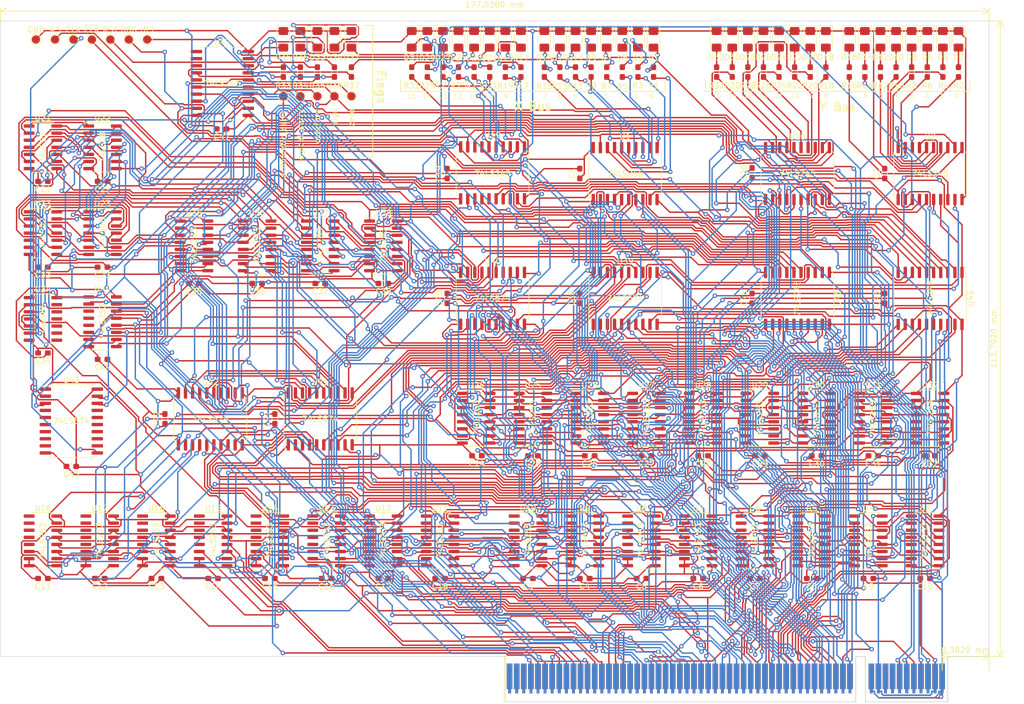
<source format=kicad_pcb>
(kicad_pcb (version 20211014) (generator pcbnew)
  (layers (0 "F.Cu" signal) (31 "B.Cu" signal) (34 "B.Paste" user) (35 "F.Paste" user) (36 "B.SilkS" user "B.Silkscreen") (37 "F.SilkS" user "F.Silkscreen") (38 "B.Mask" user) (39 "F.Mask" user) (44 "Edge.Cuts" user))
  (net 0 "")
  (net 1 "+5V")
  (net 2 "Net-(D1-Pad2)")
  (net 3 "Net-(D2-Pad2)")
  (net 4 "Net-(D3-Pad2)")
  (net 5 "Net-(D4-Pad2)")
  (net 6 "Net-(D5-Pad2)")
  (net 7 "Net-(D6-Pad2)")
  (net 8 "Net-(D7-Pad2)")
  (net 9 "Net-(D8-Pad2)")
  (net 10 "Net-(D9-Pad2)")
  (net 11 "Net-(D10-Pad2)")
  (net 12 "Net-(D11-Pad2)")
  (net 13 "Net-(D12-Pad2)")
  (net 14 "Net-(D13-Pad2)")
  (net 15 "Net-(D14-Pad2)")
  (net 16 "Net-(D15-Pad2)")
  (net 17 "Net-(D16-Pad2)")
  (net 18 "Net-(D17-Pad2)")
  (net 19 "Net-(D18-Pad2)")
  (net 20 "Net-(D19-Pad2)")
  (net 21 "Net-(D20-Pad2)")
  (net 22 "Net-(D21-Pad2)")
  (net 23 "Net-(D22-Pad2)")
  (net 24 "Net-(D23-Pad2)")
  (net 25 "Net-(D24-Pad2)")
  (net 26 "Net-(D25-Pad2)")
  (net 27 "Net-(D26-Pad2)")
  (net 28 "Net-(D27-Pad2)")
  (net 29 "Net-(D28-Pad2)")
  (net 30 "Net-(D29-Pad2)")
  (net 31 "Net-(D30-Pad2)")
  (net 32 "Net-(D31-Pad2)")
  (net 33 "Net-(D32-Pad2)")
  (net 34 "/d_bus_15")
  (net 35 "/d_bus_14")
  (net 36 "/d_bus_13")
  (net 37 "/d_bus_12")
  (net 38 "/d_bus_11")
  (net 39 "/d_bus_10")
  (net 40 "/d_bus_09")
  (net 41 "/d_bus_08")
  (net 42 "/d_bus_07")
  (net 43 "/d_bus_06")
  (net 44 "/d_bus_05")
  (net 45 "/RST")
  (net 46 "/d_bus_04")
  (net 47 "/DBG")
  (net 48 "/d_bus_03")
  (net 49 "/HLT")
  (net 50 "/d_bus_02")
  (net 51 "/~{CLK}")
  (net 52 "/d_bus_01")
  (net 53 "/CLK")
  (net 54 "/d_bus_00")
  (net 55 "/arr_carry_select_1")
  (net 56 "/arr_carry_select_0")
  (net 57 "/shift_control_1")
  (net 58 "/shift_control_0")
  (net 59 "/bit_control_3")
  (net 60 "/bit_control_2")
  (net 61 "/bit_control_1")
  (net 62 "/bit_control_0")
  (net 63 "/overflow_flag")
  (net 64 "/add_15")
  (net 65 "/arrithmetic_carry_flag")
  (net 66 "/logical_carry_flag")
  (net 67 "/zero_flag")
  (net 68 "/d_bus_write")
  (net 69 "/y_bus_00")
  (net 70 "/x_bus_00")
  (net 71 "/y_bus_01")
  (net 72 "/x_bus_01")
  (net 73 "/y_bus_02")
  (net 74 "/x_bus_02")
  (net 75 "/y_bus_03")
  (net 76 "/x_bus_03")
  (net 77 "/y_bus_04")
  (net 78 "/x_bus_04")
  (net 79 "/y_bus_05")
  (net 80 "/x_bus_05")
  (net 81 "/y_bus_06")
  (net 82 "/x_bus_06")
  (net 83 "/y_bus_07")
  (net 84 "/x_bus_07")
  (net 85 "/y_bus_08")
  (net 86 "/x_bus_08")
  (net 87 "/y_bus_09")
  (net 88 "/x_bus_09")
  (net 89 "/y_bus_10")
  (net 90 "/x_bus_10")
  (net 91 "/y_bus_11")
  (net 92 "/x_bus_11")
  (net 93 "/y_bus_12")
  (net 94 "/x_bus_12")
  (net 95 "/y_bus_13")
  (net 96 "/x_bus_13")
  (net 97 "/y_bus_14")
  (net 98 "/x_bus_14")
  (net 99 "/y_bus_15")
  (net 100 "/x_bus_15")
  (net 101 "/logical_15")
  (net 102 "Net-(U3-Pad9)")
  (net 103 "Net-(U3-Pad10)")
  (net 104 "Net-(U3-Pad11)")
  (net 105 "Net-(U3-Pad12)")
  (net 106 "Net-(U3-Pad13)")
  (net 107 "Net-(U4-Pad13)")
  (net 108 "Net-(U4-Pad12)")
  (net 109 "Net-(U4-Pad11)")
  (net 110 "Net-(U4-Pad10)")
  (net 111 "Net-(U4-Pad9)")
  (net 112 "/logical_14")
  (net 113 "/logical_13")
  (net 114 "Net-(U5-Pad9)")
  (net 115 "Net-(U5-Pad10)")
  (net 116 "Net-(U5-Pad11)")
  (net 117 "Net-(U5-Pad12)")
  (net 118 "Net-(U5-Pad13)")
  (net 119 "Net-(U6-Pad13)")
  (net 120 "Net-(U6-Pad12)")
  (net 121 "Net-(U6-Pad11)")
  (net 122 "Net-(U6-Pad10)")
  (net 123 "Net-(U6-Pad9)")
  (net 124 "/logical_12")
  (net 125 "/logical_11")
  (net 126 "Net-(U7-Pad9)")
  (net 127 "Net-(U7-Pad10)")
  (net 128 "Net-(U7-Pad11)")
  (net 129 "Net-(U7-Pad12)")
  (net 130 "Net-(U7-Pad13)")
  (net 131 "Net-(U8-Pad13)")
  (net 132 "Net-(U8-Pad12)")
  (net 133 "Net-(U8-Pad11)")
  (net 134 "Net-(U8-Pad10)")
  (net 135 "Net-(U8-Pad9)")
  (net 136 "/logical_10")
  (net 137 "/logical_09")
  (net 138 "Net-(U9-Pad9)")
  (net 139 "Net-(U9-Pad10)")
  (net 140 "Net-(U9-Pad11)")
  (net 141 "Net-(U9-Pad12)")
  (net 142 "Net-(U9-Pad13)")
  (net 143 "Net-(U10-Pad13)")
  (net 144 "Net-(U10-Pad12)")
  (net 145 "Net-(U10-Pad11)")
  (net 146 "Net-(U10-Pad10)")
  (net 147 "Net-(U10-Pad9)")
  (net 148 "/logical_08")
  (net 149 "/logical_07")
  (net 150 "Net-(U11-Pad9)")
  (net 151 "Net-(U11-Pad10)")
  (net 152 "Net-(U11-Pad11)")
  (net 153 "Net-(U11-Pad12)")
  (net 154 "Net-(U11-Pad13)")
  (net 155 "Net-(U12-Pad13)")
  (net 156 "Net-(U12-Pad12)")
  (net 157 "Net-(U12-Pad11)")
  (net 158 "Net-(U12-Pad10)")
  (net 159 "Net-(U12-Pad9)")
  (net 160 "/logical_06")
  (net 161 "/logical_05")
  (net 162 "Net-(U13-Pad9)")
  (net 163 "Net-(U13-Pad10)")
  (net 164 "Net-(U13-Pad11)")
  (net 165 "Net-(U13-Pad12)")
  (net 166 "Net-(U13-Pad13)")
  (net 167 "Net-(U14-Pad13)")
  (net 168 "Net-(U14-Pad12)")
  (net 169 "Net-(U14-Pad11)")
  (net 170 "Net-(U14-Pad10)")
  (net 171 "Net-(U14-Pad9)")
  (net 172 "/logical_04")
  (net 173 "/logical_03")
  (net 174 "Net-(U15-Pad9)")
  (net 175 "Net-(U15-Pad10)")
  (net 176 "Net-(U15-Pad11)")
  (net 177 "Net-(U15-Pad12)")
  (net 178 "Net-(U15-Pad13)")
  (net 179 "Net-(U16-Pad13)")
  (net 180 "Net-(U16-Pad12)")
  (net 181 "Net-(U16-Pad11)")
  (net 182 "Net-(U16-Pad10)")
  (net 183 "Net-(U16-Pad9)")
  (net 184 "/logical_02")
  (net 185 "Net-(U17-Pad13)")
  (net 186 "Net-(U17-Pad12)")
  (net 187 "Net-(U17-Pad11)")
  (net 188 "Net-(U17-Pad10)")
  (net 189 "Net-(U17-Pad9)")
  (net 190 "/logical_01")
  (net 191 "/logical_00")
  (net 192 "Net-(U18-Pad9)")
  (net 193 "Net-(U18-Pad10)")
  (net 194 "Net-(U18-Pad11)")
  (net 195 "Net-(U18-Pad12)")
  (net 196 "Net-(U18-Pad13)")
  (net 197 "Net-(U21-Pad1)")
  (net 198 "/add_00")
  (net 199 "/add_01")
  (net 200 "Net-(U21-Pad4)")
  (net 201 "/add_02")
  (net 202 "/add_03")
  (net 203 "/add_04")
  (net 204 "/add_05")
  (net 205 "Net-(U21-Pad10)")
  (net 206 "/add_06")
  (net 207 "/add_07")
  (net 208 "Net-(U21-Pad13)")
  (net 209 "Net-(U22-Pad3)")
  (net 210 "Net-(U22-Pad6)")
  (net 211 "Net-(U22-Pad9)")
  (net 212 "Net-(U22-Pad10)")
  (net 213 "Net-(U22-Pad11)")
  (net 214 "Net-(U22-Pad12)")
  (net 215 "Net-(U22-Pad13)")
  (net 216 "Net-(U23-Pad13)")
  (net 217 "Net-(U23-Pad12)")
  (net 218 "Net-(U23-Pad10)")
  (net 219 "Net-(U23-Pad9)")
  (net 220 "Net-(U23-Pad4)")
  (net 221 "/lgc_carry_held")
  (net 222 "/shift_00")
  (net 223 "/shift_01")
  (net 224 "/shift_03")
  (net 225 "/shift_02")
  (net 226 "/shift_04")
  (net 227 "/shift_05")
  (net 228 "/shift_07")
  (net 229 "/shift_06")
  (net 230 "/shift_09")
  (net 231 "/shift_08")
  (net 232 "/shift_10")
  (net 233 "/shift_11")
  (net 234 "/shift_13")
  (net 235 "/shift_12")
  (net 236 "/shift_14")
  (net 237 "/shift_15")
  (net 238 "Net-(U32-Pad7)")
  (net 239 "/add_14")
  (net 240 "/add_13")
  (net 241 "/add_12")
  (net 242 "/add_11")
  (net 243 "/add_10")
  (net 244 "/add_09")
  (net 245 "/add_08")
  (net 246 "/x_latched_15")
  (net 247 "/y_latched_15")
  (net 248 "Net-(U34-Pad8)")
  (net 249 "Net-(U34-Pad9)")
  (net 250 "Net-(U34-Pad10)")
  (net 251 "Net-(U34-Pad11)")
  (net 252 "Net-(U34-Pad12)")
  (net 253 "Net-(U34-Pad13)")
  (net 254 "/y_latched_13")
  (net 255 "/x_latched_13")
  (net 256 "/x_latched_12")
  (net 257 "/y_latched_12")
  (net 258 "Net-(U35-Pad7)")
  (net 259 "/arr_carry_out")
  (net 260 "/x_latched_14")
  (net 261 "/y_latched_14")
  (net 262 "/y_latched_10")
  (net 263 "/x_latched_10")
  (net 264 "/x_latched_11")
  (net 265 "/y_latched_11")
  (net 266 "Net-(U36-Pad7)")
  (net 267 "/y_latched_08")
  (net 268 "/x_latched_08")
  (net 269 "/x_latched_09")
  (net 270 "/y_latched_09")
  (net 271 "/y_latched_05")
  (net 272 "/x_latched_05")
  (net 273 "/x_latched_04")
  (net 274 "/y_latched_04")
  (net 275 "Net-(U37-Pad7)")
  (net 276 "/y_latched_07")
  (net 277 "/x_latched_07")
  (net 278 "/x_latched_06")
  (net 279 "/y_latched_06")
  (net 280 "/y_latched_02")
  (net 281 "/x_latched_02")
  (net 282 "/x_latched_03")
  (net 283 "/y_latched_03")
  (net 284 "/arr_carry_in")
  (net 285 "/y_latched_00")
  (net 286 "/x_latched_00")
  (net 287 "/x_latched_01")
  (net 288 "/y_latched_01")
  (net 289 "Net-(U43-Pad17)")
  (net 290 "Net-(U43-Pad16)")
  (net 291 "Net-(U43-Pad15)")
  (net 292 "Net-(U43-Pad14)")
  (net 293 "Net-(U43-Pad13)")
  (net 294 "Net-(U43-Pad12)")
  (net 295 "Net-(U43-Pad9)")
  (net 296 "Net-(U43-Pad8)")
  (net 297 "Net-(U43-Pad7)")
  (net 298 "Net-(U43-Pad6)")
  (net 299 "Net-(U43-Pad5)")
  (net 300 "Net-(U43-Pad4)")
  (net 301 "Net-(U44-Pad3)")
  (net 302 "Net-(U44-Pad4)")
  (net 303 "Net-(U44-Pad5)")
  (net 304 "Net-(U44-Pad6)")
  (net 305 "Net-(U44-Pad7)")
  (net 306 "Net-(D33-Pad2)")
  (net 307 "Net-(D34-Pad2)")
  (net 308 "Net-(D35-Pad2)")
  (net 309 "Net-(D36-Pad2)")
  (net 310 "Net-(D37-Pad2)")
  (net 311 "Net-(U47-Pad7)")
  (net 312 "Net-(U47-Pad8)")
  (net 313 "Net-(U47-Pad9)")
  (net 314 "Net-(U47-Pad11)")
  (net 315 "Net-(U47-Pad12)")
  (net 316 "Net-(U47-Pad13)")
  (net 317 "/arithmetic_carry_flag")
  (net 318 "Net-(R1-Pad1)")
  (net 319 "Net-(R2-Pad1)")
  (net 320 "Net-(R3-Pad1)")
  (net 321 "Net-(R4-Pad1)")
  (net 322 "Net-(R5-Pad1)")
  (net 323 "Net-(R6-Pad1)")
  (net 324 "Net-(R7-Pad1)")
  (net 325 "Net-(R8-Pad1)")
  (net 326 "Net-(R9-Pad1)")
  (net 327 "Net-(R10-Pad1)")
  (net 328 "Net-(R11-Pad1)")
  (net 329 "Net-(R12-Pad1)")
  (net 330 "Net-(R13-Pad1)")
  (net 331 "Net-(R14-Pad1)")
  (net 332 "Net-(R15-Pad1)")
  (net 333 "Net-(R16-Pad1)")
  (net 334 "Net-(R17-Pad1)")
  (net 335 "Net-(R18-Pad1)")
  (net 336 "Net-(R19-Pad1)")
  (net 337 "Net-(R20-Pad1)")
  (net 338 "Net-(R21-Pad1)")
  (net 339 "Net-(R22-Pad1)")
  (net 340 "Net-(R23-Pad1)")
  (net 341 "Net-(R24-Pad1)")
  (net 342 "Net-(R25-Pad1)")
  (net 343 "Net-(R26-Pad1)")
  (net 344 "Net-(R27-Pad1)")
  (net 345 "Net-(R28-Pad1)")
  (net 346 "Net-(R29-Pad1)")
  (net 347 "Net-(R30-Pad1)")
  (net 348 "Net-(R31-Pad1)")
  (net 349 "Net-(R32-Pad1)")
  (net 350 "Net-(R33-Pad1)")
  (net 351 "Net-(R34-Pad1)")
  (net 352 "Net-(R35-Pad1)")
  (net 353 "Net-(R36-Pad1)")
  (net 354 "Net-(R37-Pad1)")
  (net 355 "GND")
  (net 356 "Net-(J1-PadB1)")
  (net 357 "Net-(J1-PadB2)")
  (net 358 "Net-(J1-PadB3)")
  (net 359 "Net-(J1-PadB18)")
  (net 360 "Net-(J1-PadB19)")
  (net 361 "Net-(J1-PadB20)")
  (net 362 "Net-(J1-PadB21)")
  (net 363 "Net-(J1-PadB22)")
  (net 364 "Net-(J1-PadB23)")
  (net 365 "Net-(J1-PadB24)")
  (net 366 "Net-(J1-PadB25)")
  (net 367 "Net-(J1-PadB26)")
  (net 368 "Net-(J1-PadB27)")
  (net 369 "Net-(J1-PadB28)")
  (net 370 "Net-(J1-PadB29)")
  (net 371 "Net-(J1-PadB30)")
  (net 372 "Net-(J1-PadB31)")
  (net 373 "Net-(J1-PadB32)")
  (net 374 "Net-(J1-PadB33)")
  (net 375 "Net-(J1-PadB54)")
  (net 376 "Net-(J1-PadB55)")
  (net 377 "Net-(J1-PadA1)")
  (net 378 "Net-(J1-PadA2)")
  (net 379 "Net-(J1-PadA3)")
  (net 380 "Net-(J1-PadA4)")
  (net 381 "Net-(J1-PadA5)")
  (net 382 "Net-(J1-PadA6)")
  (net 383 "Net-(J1-PadA7)")
  (net 384 "Net-(J1-PadA8)")
  (net 385 "Net-(J1-PadA9)")
  (net 386 "Net-(J1-PadA10)")
  (net 387 "Net-(J1-PadA11)")
  (net 388 "Net-(J1-PadA12)")
  (net 389 "Net-(J1-PadA13)")
  (net 390 "Net-(J1-PadA14)")
  (net 391 "Net-(J1-PadA15)")
  (net 392 "Net-(J1-PadA16)")
  (net 393 "Net-(J1-PadA17)")
  (net 394 "Net-(J1-PadA54)")
  (net 395 "Net-(J1-PadA55)")
  (net 396 "Net-(J1-PadA56)")
  (net 397 "Net-(J1-PadA57)")
  (net 398 "Net-(J1-PadA58)")
  (net 399 "Net-(J1-PadA59)")
  (net 400 "Net-(J1-PadA60)")
  (footprint "Capacitor_SMD:C_0603_1608Metric_Pad1.05x0.95mm_HandSolder" (layer "F.Cu") (at 204.851 77.089 90)
    (fp_text reference "C45")
    (fp_text value "0.1uF")
  )
  (footprint "Capacitor_SMD:C_0603_1608Metric_Pad1.05x0.95mm_HandSolder" (layer "F.Cu") (at 181.102 77.089 90)
    (fp_text reference "C46")
    (fp_text value "0.1uF")
  )
  (footprint "Capacitor_SMD:C_0603_1608Metric_Pad1.05x0.95mm_HandSolder" (layer "F.Cu") (at 64.77 88.011 180)
    (fp_text reference "C44")
    (fp_text value "0.1uF")
  )
  (footprint "Capacitor_SMD:C_0603_1608Metric_Pad1.05x0.95mm_HandSolder" (layer "F.Cu") (at 86.106 46.736 180)
    (fp_text reference "C47")
    (fp_text value "0.1uF")
  )
  (footprint "TestPoint:TestPoint_Pad_D1.5mm" (layer "F.Cu") (at 66.167 30.734 180)
    (fp_text reference "TP8" hide)
    (fp_text value "RST")
  )
  (footprint "TestPoint:TestPoint_Pad_D1.5mm" (layer "F.Cu") (at 69.469 30.734 180)
    (fp_text reference "TP9" hide)
    (fp_text value "DBG")
  )
  (footprint "TestPoint:TestPoint_Pad_D1.5mm" (layer "F.Cu") (at 59.563 30.734 180)
    (fp_text reference "TP12" hide)
    (fp_text value "CLK")
  )
  (footprint "TestPoint:TestPoint_Pad_D1.5mm" (layer "F.Cu") (at 62.865 30.734 180)
    (fp_text reference "TP11" hide)
    (fp_text value "~{CLK}")
  )
  (footprint "TestPoint:TestPoint_Pad_D1.5mm" (layer "F.Cu") (at 52.832 30.734 180)
    (fp_text reference "TP1" hide)
    (fp_text value "GND")
  )
  (footprint "TestPoint:TestPoint_Pad_D1.5mm" (layer "F.Cu") (at 56.261 30.734 180)
    (fp_text reference "TP2" hide)
    (fp_text value "+5")
  )
  (footprint "Resistor_SMD:R_0603_1608Metric_Pad1.05x0.95mm_HandSolder" (layer "F.Cu") (at 109.347 36.562 90)
    (fp_text reference "R37")
    (fp_text value "220R")
  )
  (footprint "Resistor_SMD:R_0603_1608Metric_Pad1.05x0.95mm_HandSolder" (layer "F.Cu") (at 106.299 36.562 90)
    (fp_text reference "R36")
    (fp_text value "220R")
  )
  (footprint "Resistor_SMD:R_0603_1608Metric_Pad1.05x0.95mm_HandSolder" (layer "F.Cu") (at 100.203 36.562 90)
    (fp_text reference "R34")
    (fp_text value "220R")
  )
  (footprint "LED_SMD:LED_1206_3216Metric_Pad1.42x1.75mm_HandSolder" (layer "F.Cu") (at 106.299 30.6975 -90)
    (fp_text reference "D34")
    (fp_text value "sign")
  )
  (footprint "Package_SO:SOIC-20W_7.5x12.8mm_P1.27mm" (layer "F.Cu") (at 86.233 38.608 180)
    (fp_text reference "U47")
    (fp_text value "74LS245")
  )
  (footprint "LED_SMD:LED_1206_3216Metric_Pad1.42x1.75mm_HandSolder" (layer "F.Cu") (at 100.203 30.6975 -90)
    (fp_text reference "D36")
    (fp_text value "logical_carry")
  )
  (footprint "Resistor_SMD:R_0603_1608Metric_Pad1.05x0.95mm_HandSolder" (layer "F.Cu") (at 103.251 36.562 90)
    (fp_text reference "R35")
    (fp_text value "220R")
  )
  (footprint "Resistor_SMD:R_0603_1608Metric_Pad1.05x0.95mm_HandSolder" (layer "F.Cu") (at 97.155 36.562 90)
    (fp_text reference "R33")
    (fp_text value "220R")
  )
  (footprint "LED_SMD:LED_1206_3216Metric_Pad1.42x1.75mm_HandSolder" (layer "F.Cu") (at 97.155 30.6975 -90)
    (fp_text reference "D35")
    (fp_text value "arithmetic_carry")
  )
  (footprint "LED_SMD:LED_1206_3216Metric_Pad1.42x1.75mm_HandSolder" (layer "F.Cu") (at 103.251 30.6975 -90)
    (fp_text reference "D33")
    (fp_text value "overflow")
  )
  (footprint "LED_SMD:LED_1206_3216Metric_Pad1.42x1.75mm_HandSolder" (layer "F.Cu") (at 109.347 30.6975 -90)
    (fp_text reference "D37")
    (fp_text value "zero")
  )
  (footprint "Resistor_SMD:R_0603_1608Metric_Pad1.05x0.95mm_HandSolder" (layer "F.Cu") (at 146.685 36.562 90)
    (fp_text reference "R13")
    (fp_text value "220R")
  )
  (footprint "Resistor_SMD:R_0603_1608Metric_Pad1.05x0.95mm_HandSolder" (layer "F.Cu") (at 204.089 36.562 90)
    (fp_text reference "R12")
    (fp_text value "220R")
  )
  (footprint "Resistor_SMD:R_0603_1608Metric_Pad1.05x0.95mm_HandSolder" (layer "F.Cu") (at 188.722 36.562 90)
    (fp_text reference "R22")
    (fp_text value "220R")
  )
  (footprint "Resistor_SMD:R_0603_1608Metric_Pad1.05x0.95mm_HandSolder" (layer "F.Cu") (at 191.516 36.562 90)
    (fp_text reference "R20")
    (fp_text value "220R")
  )
  (footprint "Resistor_SMD:R_0603_1608Metric_Pad1.05x0.95mm_HandSolder" (layer "F.Cu") (at 149.479 36.562 90)
    (fp_text reference "R11")
    (fp_text value "220R")
  )
  (footprint "Resistor_SMD:R_0603_1608Metric_Pad1.05x0.95mm_HandSolder" (layer "F.Cu") (at 206.883 36.562 90)
    (fp_text reference "R10")
    (fp_text value "220R")
  )
  (footprint "Resistor_SMD:R_0603_1608Metric_Pad1.05x0.95mm_HandSolder" (layer "F.Cu") (at 201.295 36.562 90)
    (fp_text reference "R14")
    (fp_text value "220R")
  )
  (footprint "Resistor_SMD:R_0603_1608Metric_Pad1.05x0.95mm_HandSolder" (layer "F.Cu") (at 183.134 36.562 90)
    (fp_text reference "R26")
    (fp_text value "220R")
  )
  (footprint "Resistor_SMD:R_0603_1608Metric_Pad1.05x0.95mm_HandSolder" (layer "F.Cu") (at 152.273 36.562 90)
    (fp_text reference "R9")
    (fp_text value "220R")
  )
  (footprint "Resistor_SMD:R_0603_1608Metric_Pad1.05x0.95mm_HandSolder" (layer "F.Cu") (at 128.524 36.562 90)
    (fp_text reference "R25")
    (fp_text value "220R")
  )
  (footprint "Resistor_SMD:R_0603_1608Metric_Pad1.05x0.95mm_HandSolder" (layer "F.Cu") (at 134.112 36.562 90)
    (fp_text reference "R21")
    (fp_text value "220R")
  )
  (footprint "Resistor_SMD:R_0603_1608Metric_Pad1.05x0.95mm_HandSolder" (layer "F.Cu") (at 139.7 36.562 90)
    (fp_text reference "R17")
    (fp_text value "220R")
  )
  (footprint "Resistor_SMD:R_0603_1608Metric_Pad1.05x0.95mm_HandSolder" (layer "F.Cu") (at 198.501 36.562 90)
    (fp_text reference "R16")
    (fp_text value "220R")
  )
  (footprint "Resistor_SMD:R_0603_1608Metric_Pad1.05x0.95mm_HandSolder" (layer "F.Cu") (at 185.928 36.562 90)
    (fp_text reference "R24")
    (fp_text value "220R")
  )
  (footprint "Resistor_SMD:R_0603_1608Metric_Pad1.05x0.95mm_HandSolder" (layer "F.Cu") (at 131.318 36.562 90)
    (fp_text reference "R23")
    (fp_text value "220R")
  )
  (footprint "Resistor_SMD:R_0603_1608Metric_Pad1.05x0.95mm_HandSolder" (layer "F.Cu") (at 136.906 36.562 90)
    (fp_text reference "R19")
    (fp_text value "220R")
  )
  (footprint "Resistor_SMD:R_0603_1608Metric_Pad1.05x0.95mm_HandSolder" (layer "F.Cu") (at 194.31 36.562 90)
    (fp_text reference "R18")
    (fp_text value "220R")
  )
  (footprint "Resistor_SMD:R_0603_1608Metric_Pad1.05x0.95mm_HandSolder" (layer "F.Cu") (at 143.891 36.562 90)
    (fp_text reference "R15")
    (fp_text value "220R")
  )
  (footprint "LED_SMD:LED_1206_3216Metric_Pad1.42x1.75mm_HandSolder" (layer "F.Cu") (at 163.449 30.6975 -90)
    (fp_text reference "D1")
    (fp_text value "LED_ALT" hide)
  )
  (footprint "Capacitor_SMD:C_0603_1608Metric_Pad1.05x0.95mm_HandSolder" (layer "F.Cu") (at 54.102 71.501 180)
    (fp_text reference "C33")
    (fp_text value "0.1uF")
  )
  (footprint "LED_SMD:LED_1206_3216Metric_Pad1.42x1.75mm_HandSolder" (layer "F.Cu") (at 155.067 30.6975 -90)
    (fp_text reference "D7")
    (fp_text value "LED_ALT" hide)
  )
  (footprint "Capacitor_SMD:C_0603_1608Metric_Pad1.05x0.95mm_HandSolder" (layer "F.Cu") (at 150.241 77.089 90)
    (fp_text reference "C39")
    (fp_text value "0.1uF")
  )
  (footprint "LED_SMD:LED_1206_3216Metric_Pad1.42x1.75mm_HandSolder" (layer "F.Cu") (at 212.471 30.6975 -90)
    (fp_text reference "D6")
    (fp_text value "LED_ALT")
  )
  (footprint "LED_SMD:LED_1206_3216Metric_Pad1.42x1.75mm_HandSolder" (layer "F.Cu") (at 160.655 30.6975 -90)
    (fp_text reference "D3")
    (fp_text value "LED_ALT" hide)
  )
  (footprint "LED_SMD:LED_1206_3216Metric_Pad1.42x1.75mm_HandSolder" (layer "F.Cu") (at 218.059 30.6975 -90)
    (fp_text reference "D2")
    (fp_text value "LED_ALT")
  )
  (footprint "Capacitor_SMD:C_0603_1608Metric_Pad1.05x0.95mm_HandSolder" (layer "F.Cu") (at 59.182 107.188 180)
    (fp_text reference "C43")
    (fp_text value "0.1uF")
  )
  (footprint "Capacitor_SMD:C_0603_1608Metric_Pad1.05x0.95mm_HandSolder" (layer "F.Cu") (at 126.492 77.089 90)
    (fp_text reference "C40")
    (fp_text value "0.1uF")
  )
  (footprint "Capacitor_SMD:C_0603_1608Metric_Pad1.05x0.95mm_HandSolder" (layer "F.Cu") (at 92.456 74.422 180)
    (fp_text reference "C36")
    (fp_text value "0.1uF")
  )
  (footprint "Capacitor_SMD:C_0603_1608Metric_Pad1.05x0.95mm_HandSolder" (layer "F.Cu") (at 75.946 98.679 90)
    (fp_text reference "C42")
    (fp_text value "0.1uF")
  )
  (footprint "Capacitor_SMD:C_0603_1608Metric_Pad1.05x0.95mm_HandSolder" (layer "F.Cu") (at 54.102 86.868 180)
    (fp_text reference "C34")
    (fp_text value "0.1uF")
  )
  (footprint "Capacitor_SMD:C_0603_1608Metric_Pad1.05x0.95mm_HandSolder" (layer "F.Cu") (at 95.631 98.679 90)
    (fp_text reference "C41")
    (fp_text value "0.1uF")
  )
  (footprint "Capacitor_SMD:C_0603_1608Metric_Pad1.05x0.95mm_HandSolder" (layer "F.Cu") (at 115.062 74.422 180)
    (fp_text reference "C38")
    (fp_text value "0.1uF")
  )
  (footprint "Capacitor_SMD:C_0603_1608Metric_Pad1.05x0.95mm_HandSolder" (layer "F.Cu") (at 103.759 74.422 180)
    (fp_text reference "C37")
    (fp_text value "0.1uF")
  )
  (footprint "Capacitor_SMD:C_0603_1608Metric_Pad1.05x0.95mm_HandSolder" (layer "F.Cu") (at 81.153 74.422 180)
    (fp_text reference "C35")
    (fp_text value "0.1uF")
  )
  (footprint "LED_SMD:LED_1206_3216Metric_Pad1.42x1.75mm_HandSolder" (layer "F.Cu") (at 157.861 30.6975 -90)
    (fp_text reference "D5")
    (fp_text value "LED_ALT" hide)
  )
  (footprint "LED_SMD:LED_1206_3216Metric_Pad1.42x1.75mm_HandSolder" (layer "F.Cu") (at 215.265 30.6975 -90)
    (fp_text reference "D4")
    (fp_text value "LED_ALT")
  )
  (footprint "Capacitor_SMD:C_0603_1608Metric_Pad1.05x0.95mm_HandSolder" (layer "F.Cu") (at 202.819 105.283 180)
    (fp_text reference "C31")
    (fp_text value "0.1uF")
  )
  (footprint "Capacitor_SMD:C_0603_1608Metric_Pad1.05x0.95mm_HandSolder" (layer "F.Cu") (at 141.859 105.283 180)
    (fp_text reference "C25")
    (fp_text value "0.1uF")
  )
  (footprint "Capacitor_SMD:C_0603_1608Metric_Pad1.05x0.95mm_HandSolder" (layer "F.Cu") (at 94.742 127.254 180)
    (fp_text reference "C15")
    (fp_text value "0.1uF")
  )
  (footprint "Capacitor_SMD:C_0603_1608Metric_Pad1.05x0.95mm_HandSolder" (layer "F.Cu") (at 192.659 105.283 180)
    (fp_text reference "C30")
    (fp_text value "0.1uF")
  )
  (footprint "Capacitor_SMD:C_0603_1608Metric_Pad1.05x0.95mm_HandSolder" (layer "F.Cu") (at 104.902 127.254 180)
    (fp_text reference "C16")
    (fp_text value "0.1uF")
  )
  (footprint "Capacitor_SMD:C_0603_1608Metric_Pad1.05x0.95mm_HandSolder" (layer "F.Cu") (at 182.499 105.283 180)
    (fp_text reference "C29")
    (fp_text value "0.1uF")
  )
  (footprint "Capacitor_SMD:C_0603_1608Metric_Pad1.05x0.95mm_HandSolder" (layer "F.Cu") (at 131.826 105.283 180)
    (fp_text reference "C24")
    (fp_text value "0.1uF")
  )
  (footprint "Capacitor_SMD:C_0603_1608Metric_Pad1.05x0.95mm_HandSolder" (layer "F.Cu") (at 64.77 71.501 180)
    (fp_text reference "C23")
    (fp_text value "0.1uF")
  )
  (footprint "Capacitor_SMD:C_0603_1608Metric_Pad1.05x0.95mm_HandSolder" (layer "F.Cu") (at 162.179 105.283 180)
    (fp_text reference "C27")
    (fp_text value "0.1uF")
  )
  (footprint "Capacitor_SMD:C_0603_1608Metric_Pad1.05x0.95mm_HandSolder" (layer "F.Cu") (at 64.77 56.134 180)
    (fp_text reference "C22")
    (fp_text value "0.1uF")
  )
  (footprint "Capacitor_SMD:C_0603_1608Metric_Pad1.05x0.95mm_HandSolder" (layer "F.Cu") (at 152.019 105.283 180)
    (fp_text reference "C26")
    (fp_text value "0.1uF")
  )
  (footprint "Capacitor_SMD:C_0603_1608Metric_Pad1.05x0.95mm_HandSolder" (layer "F.Cu") (at 181.102 54.61 90)
    (fp_text reference "C20")
    (fp_text value "0.1uF")
  )
  (footprint "Capacitor_SMD:C_0603_1608Metric_Pad1.05x0.95mm_HandSolder" (layer "F.Cu") (at 126.492 54.737 90)
    (fp_text reference "C19")
    (fp_text value "0.1uF")
  )
  (footprint "Capacitor_SMD:C_0603_1608Metric_Pad1.05x0.95mm_HandSolder" (layer "F.Cu") (at 54.102 56.134 180)
    (fp_text reference "C21")
    (fp_text value "0.1uF")
  )
  (footprint "Capacitor_SMD:C_0603_1608Metric_Pad1.05x0.95mm_HandSolder" (layer "F.Cu") (at 125.222 127.254 180)
    (fp_text reference "C18")
    (fp_text value "0.1uF")
  )
  (footprint "Capacitor_SMD:C_0603_1608Metric_Pad1.05x0.95mm_HandSolder" (layer "F.Cu") (at 115.062 127.254 180)
    (fp_text reference "C17")
    (fp_text value "0.1uF")
  )
  (footprint "Capacitor_SMD:C_0603_1608Metric_Pad1.05x0.95mm_HandSolder" (layer "F.Cu") (at 172.339 105.283 180)
    (fp_text reference "C28")
    (fp_text value "0.1uF")
  )
  (footprint "Capacitor_SMD:C_0603_1608Metric_Pad1.05x0.95mm_HandSolder" (layer "F.Cu") (at 212.979 105.283 180)
    (fp_text reference "C32")
    (fp_text value "0.1uF")
  )
  (footprint "Package_SO:SOIC-16_3.9x9.9mm_P1.27mm" (layer "F.Cu") (at 94.742 120.523 180)
    (fp_text reference "U14")
    (fp_text value "74LS253")
  )
  (footprint "Package_SO:SOIC-16_3.9x9.9mm_P1.27mm" (layer "F.Cu") (at 191.77 120.523 180)
    (fp_text reference "U5")
    (fp_text value "74LS253")
  )
  (footprint "Package_SO:SOIC-16_3.9x9.9mm_P1.27mm" (layer "F.Cu") (at 104.902 120.523 180)
    (fp_text reference "U13")
    (fp_text value "74LS253")
  )
  (footprint "Package_SO:SOIC-16_3.9x9.9mm_P1.27mm" (layer "F.Cu") (at 151.13 120.523 180)
    (fp_text reference "U9")
    (fp_text value "74LS253")
  )
  (footprint "Package_SO:SOIC-20W_7.5x12.8mm_P1.27mm" (layer "F.Cu") (at 212.979 54.737 90)
    (fp_text reference "U2")
    (fp_text value "74LS245")
  )
  (footprint "Package_SO:SOIC-16_3.9x9.9mm_P1.27mm" (layer "F.Cu") (at 161.29 120.523 180)
    (fp_text reference "U8")
    (fp_text value "74LS253")
  )
  (footprint "Package_SO:SOIC-16_3.9x9.9mm_P1.27mm" (layer "F.Cu") (at 115.062 120.523 180)
    (fp_text reference "U12")
    (fp_text value "74LS253")
  )
  (footprint "Package_SO:SOIC-16_3.9x9.9mm_P1.27mm" (layer "F.Cu") (at 125.222 120.523 180)
    (fp_text reference "U11")
    (fp_text value "74LS253")
  )
  (footprint "Package_SO:SOIC-16_3.9x9.9mm_P1.27mm" (layer "F.Cu") (at 171.45 120.523 180)
    (fp_text reference "U7")
    (fp_text value "74LS253")
  )
  (footprint "Package_SO:SOIC-16_3.9x9.9mm_P1.27mm" (layer "F.Cu") (at 140.97 120.523 180)
    (fp_text reference "U10")
    (fp_text value "74LS253")
  )
  (footprint "Package_SO:SOIC-20W_7.5x12.8mm_P1.27mm" (layer "F.Cu") (at 158.369 54.737 90)
    (fp_text reference "U1")
    (fp_text value "74LS245")
  )
  (footprint "Package_SO:SOIC-16_3.9x9.9mm_P1.27mm" (layer "F.Cu") (at 201.93 120.523 180)
    (fp_text reference "U4")
    (fp_text value "74LS253")
  )
  (footprint "Package_SO:SOIC-16_3.9x9.9mm_P1.27mm" (layer "F.Cu") (at 74.422 120.523 180)
    (fp_text reference "U16")
    (fp_text value "74LS253")
  )
  (footprint "Package_SO:SOIC-16_3.9x9.9mm_P1.27mm" (layer "F.Cu") (at 84.582 120.523 180)
    (fp_text reference "U15")
    (fp_text value "74LS253")
  )
  (footprint "Package_SO:SOIC-16_3.9x9.9mm_P1.27mm" (layer "F.Cu") (at 54.102 120.523 180)
    (fp_text reference "U18")
    (fp_text value "74LS253")
  )
  (footprint "Package_SO:SOIC-16_3.9x9.9mm_P1.27mm" (layer "F.Cu") (at 181.61 120.523 180)
    (fp_text reference "U6")
    (fp_text value "74LS253")
  )
  (footprint "Package_SO:SOIC-16_3.9x9.9mm_P1.27mm" (layer "F.Cu") (at 212.09 120.523 180)
    (fp_text reference "U3")
    (fp_text value "74LS253")
  )
  (footprint "Package_SO:SOIC-16_3.9x9.9mm_P1.27mm" (layer "F.Cu") (at 64.262 120.523 180)
    (fp_text reference "U17")
    (fp_text value "74LS253")
  )
  (footprint "TestPoint:TestPoint_Pad_D1.5mm" (layer "F.Cu") (at 106.299 40.894 180)
    (fp_text reference "TP4" hide)
    (fp_text value "FLG Sign" hide)
  )
  (footprint "Resistor_SMD:R_0603_1608Metric_Pad1.05x0.95mm_HandSolder" (layer "F.Cu") (at 120.142 36.562 90)
    (fp_text reference "R31")
    (fp_text value "220R")
  )
  (footprint "Resistor_SMD:R_0603_1608Metric_Pad1.05x0.95mm_HandSolder" (layer "F.Cu") (at 125.73 36.562 90)
    (fp_text reference "R27")
    (fp_text value "220R")
  )
  (footprint "TestPoint:TestPoint_Pad_D1.5mm" (layer "F.Cu") (at 97.155 40.894 180)
    (fp_text reference "TP5" hide)
    (fp_text value "FLG ArithCarry")
  )
  (footprint "TestPoint:TestPoint_Pad_D1.5mm" (layer "F.Cu") (at 100.203 40.894 180)
    (fp_text reference "TP6" hide)
    (fp_text value "FLG LogCarry")
  )
  (footprint "Resistor_SMD:R_0603_1608Metric_Pad1.05x0.95mm_HandSolder" (layer "F.Cu") (at 174.752 36.562 90)
    (fp_text reference "R32")
    (fp_text value "220R")
  )
  (footprint "Resistor_SMD:R_0603_1608Metric_Pad1.05x0.95mm_HandSolder" (layer "F.Cu") (at 122.936 36.562 90)
    (fp_text reference "R29")
    (fp_text value "220R")
  )
  (footprint "Resistor_SMD:R_0603_1608Metric_Pad1.05x0.95mm_HandSolder" (layer "F.Cu") (at 177.546 36.562 90)
    (fp_text reference "R30")
    (fp_text value "220R")
  )
  (footprint "TestPoint:TestPoint_Pad_D1.5mm" (layer "F.Cu") (at 103.251 40.894 180)
    (fp_text reference "TP3" hide)
    (fp_text value "FLG Overflow")
  )
  (footprint "Resistor_SMD:R_0603_1608Metric_Pad1.05x0.95mm_HandSolder" (layer "F.Cu") (at 180.34 36.562 90)
    (fp_text reference "R28")
    (fp_text value "220R")
  )
  (footprint "TestPoint:TestPoint_Pad_D1.5mm" (layer "F.Cu") (at 72.771 30.734 180)
    (fp_text reference "TP10" hide)
    (fp_text value "HLT")
  )
  (footprint "TestPoint:TestPoint_Pad_D1.5mm" (layer "F.Cu") (at 109.347 40.894 180)
    (fp_text reference "TP7" hide)
    (fp_text value "FLG Zero")
  )
  (footprint "Package_SO:SOIC-20W_7.5x12.8mm_P1.27mm" (layer "F.Cu") (at 189.23 77.089 -90)
    (fp_text reference "U46")
    (fp_text value "74LS245")
  )
  (footprint "Package_SO:SOIC-14_3.9x8.7mm_P1.27mm" (layer "F.Cu") (at 54.102 65.405)
    (fp_text reference "U33")
    (fp_text value "74LS02")
  )
  (footprint "Package_SO:SOIC-16_3.9x9.9mm_P1.27mm" (layer "F.Cu") (at 172.339 98.552)
    (fp_text reference "U28")
    (fp_text value "74LS253")
  )
  (footprint "Package_SO:SOIC-20W_7.5x12.8mm_P1.27mm" (layer "F.Cu") (at 134.62 77.089 90)
    (fp_text reference "U40")
    (fp_text value "74LS574")
  )
  (footprint "Package_SO:SOIC-16_3.9x9.9mm_P1.27mm" (layer "F.Cu") (at 81.153 67.691)
    (fp_text reference "U35")
    (fp_text value "74LS283")
  )
  (footprint "Package_SO:SOIC-20W_7.5x12.8mm_P1.27mm" (layer "F.Cu") (at 59.182 99.06)
    (fp_text reference "U43")
    (fp_text value "74LS574")
  )
  (footprint "Package_SO:SOIC-16_3.9x9.9mm_P1.27mm" (layer "F.Cu") (at 202.819 98.552)
    (fp_text reference "U31")
    (fp_text value "74LS253")
  )
  (footprint "Package_SO:SOIC-16_3.9x9.9mm_P1.27mm" (layer "F.Cu") (at 152.019 98.552)
    (fp_text reference "U26")
    (fp_text value "74LS253")
  )
  (footprint "Package_SO:SOIC-16_3.9x9.9mm_P1.27mm" (layer "F.Cu") (at 131.699 98.552)
    (fp_text reference "U24")
    (fp_text value "74LS253")
  )
  (footprint "Package_SO:SOIC-16_3.9x9.9mm_P1.27mm" (layer "F.Cu") (at 192.659 98.552)
    (fp_text reference "U30")
    (fp_text value "74LS253")
  )
  (footprint "Package_SO:SOIC-16_3.9x9.9mm_P1.27mm" (layer "F.Cu") (at 64.77 81.28)
    (fp_text reference "U44")
    (fp_text value "74LS253")
  )
  (footprint "Package_SO:SOIC-20W_7.5x12.8mm_P1.27mm" (layer "F.Cu") (at 84.074 98.679 90)
    (fp_text reference "U42")
    (fp_text value "74LS574")
  )
  (footprint "Package_SO:SOIC-14_3.9x8.7mm_P1.27mm" (layer "F.Cu") (at 54.102 80.772)
    (fp_text reference "U34")
    (fp_text value "74LS86")
  )
  (footprint "Package_SO:SOIC-16_3.9x9.9mm_P1.27mm" (layer "F.Cu") (at 182.499 98.552)
    (fp_text reference "U29")
    (fp_text value "74LS253")
  )
  (footprint "Package_SO:SOIC-20W_7.5x12.8mm_P1.27mm" (layer "F.Cu") (at 103.759 98.679 90)
    (fp_text reference "U41")
    (fp_text value "74LS574")
  )
  (footprint "Package_SO:SOIC-20W_7.5x12.8mm_P1.27mm" (layer "F.Cu") (at 158.369 77.089 90)
    (fp_text reference "U39")
    (fp_text value "74LS574")
  )
  (footprint "Package_SO:SOIC-16_3.9x9.9mm_P1.27mm" (layer "F.Cu") (at 103.759 67.691)
    (fp_text reference "U37")
    (fp_text value "74LS283")
  )
  (footprint "Package_SO:SOIC-16_3.9x9.9mm_P1.27mm" (layer "F.Cu") (at 141.859 98.552)
    (fp_text reference "U25")
    (fp_text value "74LS253")
  )
  (footprint "Package_SO:SOIC-20W_7.5x12.8mm_P1.27mm" (layer "F.Cu") (at 189.23 54.737 90)
    (fp_text reference "U20")
    (fp_text value "74LS245")
  )
  (footprint "Package_SO:SOIC-20W_7.5x12.8mm_P1.27mm" (layer "F.Cu") (at 134.62 54.61 90)
    (fp_text reference "U19")
    (fp_text value "74LS245")
  )
  (footprint "Package_SO:SOIC-16_3.9x9.9mm_P1.27mm" (layer "F.Cu") (at 162.179 98.552)
    (fp_text reference "U27")
    (fp_text value "74LS253")
  )
  (footprint "Package_SO:SOIC-20W_7.5x12.8mm_P1.27mm" (layer "F.Cu") (at 212.979 77.089 -90)
    (fp_text reference "U45")
    (fp_text value "74LS245")
  )
  (footprint "Package_SO:SOIC-14_3.9x8.7mm_P1.27mm" (layer "F.Cu") (at 64.77 65.405)
    (fp_text reference "U23")
    (fp_text value "74LS08")
  )
  (footprint "Package_SO:SOIC-14_3.9x8.7mm_P1.27mm" (layer "F.Cu") (at 54.102 50.038)
    (fp_text reference "U21")
    (fp_text value "74LS02")
  )
  (footprint "Package_SO:SOIC-16_3.9x9.9mm_P1.27mm" (layer "F.Cu") (at 115.062 67.691)
    (fp_text reference "U38")
    (fp_text value "74LS283")
  )
  (footprint "Package_SO:SOIC-14_3.9x8.7mm_P1.27mm" (layer "F.Cu") (at 64.77 50.038)
    (fp_text reference "U22")
    (fp_text value "74LS08")
  )
  (footprint "Package_SO:SOIC-16_3.9x9.9mm_P1.27mm" (layer "F.Cu") (at 92.456 67.691)
    (fp_text reference "U36")
    (fp_text value "74LS283")
  )
  (footprint "Package_SO:SOIC-16_3.9x9.9mm_P1.27mm" (layer "F.Cu") (at 212.979 98.552)
    (fp_text reference "U32")
    (fp_text value "74LS253")
  )
  (footprint "LED_SMD:LED_1206_3216Metric_Pad1.42x1.75mm_HandSolder" (layer "F.Cu") (at 180.34 30.6975 -90)
    (fp_text reference "D28")
    (fp_text value "LED_ALT")
  )
  (footprint "LED_SMD:LED_1206_3216Metric_Pad1.42x1.75mm_HandSolder" (layer "F.Cu") (at 183.134 30.6975 -90)
    (fp_text reference "D26")
    (fp_text value "LED_ALT")
  )
  (footprint "Resistor_SMD:R_0603_1608Metric_Pad1.05x0.95mm_HandSolder" (layer "F.Cu") (at 218.059 36.562 90)
    (fp_text reference "R2")
    (fp_text value "220R")
  )
  (footprint "LED_SMD:LED_1206_3216Metric_Pad1.42x1.75mm_HandSolder" (layer "F.Cu") (at 120.142 30.6975 -90)
    (fp_text reference "D31")
    (fp_text value "LED_ALT")
  )
  (footprint "Resistor_SMD:R_0603_1608Metric_Pad1.05x0.95mm_HandSolder" (layer "F.Cu") (at 212.471 36.562 90)
    (fp_text reference "R6")
    (fp_text value "220R")
  )
  (footprint "LED_SMD:LED_1206_3216Metric_Pad1.42x1.75mm_HandSolder" (layer "F.Cu") (at 174.752 30.6975 -90)
    (fp_text reference "D32")
    (fp_text value "LED_ALT")
  )
  (footprint "Resistor_SMD:R_0603_1608Metric_Pad1.05x0.95mm_HandSolder" (layer "F.Cu") (at 209.677 36.562 90)
    (fp_text reference "R8")
    (fp_text value "220R")
  )
  (footprint "Resistor_SMD:R_0603_1608Metric_Pad1.05x0.95mm_HandSolder" (layer "F.Cu") (at 155.067 36.562 90)
    (fp_text reference "R7")
    (fp_text value "220R")
  )
  (footprint "Resistor_SMD:R_0603_1608Metric_Pad1.05x0.95mm_HandSolder" (layer "F.Cu") (at 157.861 36.562 90)
    (fp_text reference "R5")
    (fp_text value "220R")
  )
  (footprint "Resistor_SMD:R_0603_1608Metric_Pad1.05x0.95mm_HandSolder" (layer "F.Cu") (at 160.655 36.562 90)
    (fp_text reference "R3")
    (fp_text value "220R")
  )
  (footprint "Resistor_SMD:R_0603_1608Metric_Pad1.05x0.95mm_HandSolder" (layer "F.Cu") (at 163.449 36.562 90)
    (fp_text reference "R1")
    (fp_text value "220R" hide)
  )
  (footprint "LED_SMD:LED_1206_3216Metric_Pad1.42x1.75mm_HandSolder" (layer "F.Cu") (at 122.936 30.6975 -90)
    (fp_text reference "D29")
    (fp_text value "LED_ALT")
  )
  (footprint "Resistor_SMD:R_0603_1608Metric_Pad1.05x0.95mm_HandSolder" (layer "F.Cu") (at 215.265 36.562 90)
    (fp_text reference "R4")
    (fp_text value "220R")
  )
  (footprint "LED_SMD:LED_1206_3216Metric_Pad1.42x1.75mm_HandSolder" (layer "F.Cu") (at 177.546 30.6975 -90)
    (fp_text reference "D30")
    (fp_text value "LED_ALT")
  )
  (footprint "LED_SMD:LED_1206_3216Metric_Pad1.42x1.75mm_HandSolder" (layer "F.Cu") (at 125.73 30.6975 -90)
    (fp_text reference "D27")
    (fp_text value "LED_ALT")
  )
  (footprint "LED_SMD:LED_1206_3216Metric_Pad1.42x1.75mm_HandSolder" (layer "F.Cu") (at 185.928 30.6975 -90)
    (fp_text reference "D24")
    (fp_text value "LED_ALT")
  )
  (footprint "LED_SMD:LED_1206_3216Metric_Pad1.42x1.75mm_HandSolder" (layer "F.Cu") (at 131.318 30.6975 -90)
    (fp_text reference "D23")
    (fp_text value "LED_ALT")
  )
  (footprint "LED_SMD:LED_1206_3216Metric_Pad1.42x1.75mm_HandSolder" (layer "F.Cu") (at 134.112 30.6975 -90)
    (fp_text reference "D21")
    (fp_text value "LED_ALT")
  )
  (footprint "LED_SMD:LED_1206_3216Metric_Pad1.42x1.75mm_HandSolder" (layer "F.Cu") (at 149.479 30.6975 -90)
    (fp_text reference "D11")
    (fp_text value "LED_ALT" hide)
  )
  (footprint "LED_SMD:LED_1206_3216Metric_Pad1.42x1.75mm_HandSolder" (layer "F.Cu") (at 188.722 30.6975 -90)
    (fp_text reference "D22")
    (fp_text value "LED_ALT")
  )
  (footprint "LED_SMD:LED_1206_3216Metric_Pad1.42x1.75mm_HandSolder" (layer "F.Cu") (at 204.089 30.6975 -90)
    (fp_text reference "D12")
    (fp_text value "LED_ALT")
  )
  (footprint "LED_SMD:LED_1206_3216Metric_Pad1.42x1.75mm_HandSolder" (layer "F.Cu") (at 198.501 30.6975 -90)
    (fp_text reference "D16")
    (fp_text value "LED_ALT")
  )
  (footprint "LED_SMD:LED_1206_3216Metric_Pad1.42x1.75mm_HandSolder" (layer "F.Cu") (at 206.883 30.6975 -90)
    (fp_text reference "D10")
    (fp_text value "LED_ALT")
  )
  (footprint "LED_SMD:LED_1206_3216Metric_Pad1.42x1.75mm_HandSolder" (layer "F.Cu") (at 191.516 30.6975 -90)
    (fp_text reference "D20")
    (fp_text value "LED_ALT")
  )
  (footprint "LED_SMD:LED_1206_3216Metric_Pad1.42x1.75mm_HandSolder" (layer "F.Cu") (at 136.906 30.6975 -90)
    (fp_text reference "D19")
    (fp_text value "LED_ALT")
  )
  (footprint "LED_SMD:LED_1206_3216Metric_Pad1.42x1.75mm_HandSolder" (layer "F.Cu") (at 194.31 30.6975 -90)
    (fp_text reference "D18")
    (fp_text value "LED_ALT")
  )
  (footprint "LED_SMD:LED_1206_3216Metric_Pad1.42x1.75mm_HandSolder" (layer "F.Cu") (at 139.7 30.6975 -90)
    (fp_text reference "D17")
    (fp_text value "LED_ALT")
  )
  (footprint "LED_SMD:LED_1206_3216Metric_Pad1.42x1.75mm_HandSolder" (layer "F.Cu") (at 201.295 30.6975 -90)
    (fp_text reference "D14")
    (fp_text value "LED_ALT")
  )
  (footprint "LED_SMD:LED_1206_3216Metric_Pad1.42x1.75mm_HandSolder" (layer "F.Cu") (at 146.685 30.6975 -90)
    (fp_text reference "D13")
    (fp_text value "LED_ALT" hide)
  )
  (footprint "LED_SMD:LED_1206_3216Metric_Pad1.42x1.75mm_HandSolder" (layer "F.Cu") (at 209.677 30.6975 -90)
    (fp_text reference "D8")
    (fp_text value "LED_ALT")
  )
  (footprint "LED_SMD:LED_1206_3216Metric_Pad1.42x1.75mm_HandSolder" (layer "F.Cu") (at 152.273 30.6975 -90)
    (fp_text reference "D9")
    (fp_text value "LED_ALT" hide)
  )
  (footprint "LED_SMD:LED_1206_3216Metric_Pad1.42x1.75mm_HandSolder" (layer "F.Cu") (at 143.891 30.6975 -90)
    (fp_text reference "D15")
    (fp_text value "LED_ALT" hide)
  )
  (footprint "LED_SMD:LED_1206_3216Metric_Pad1.42x1.75mm_HandSolder" (layer "F.Cu") (at 128.524 30.6975 -90)
    (fp_text reference "D25")
    (fp_text value "LED_ALT")
  )
  (footprint "Capacitor_SMD:C_0603_1608Metric_Pad1.05x0.95mm_HandSolder" (layer "F.Cu") (at 191.77 127.254 180)
    (fp_text reference "C8")
    (fp_text value "0.1uF")
  )
  (footprint "Capacitor_SMD:C_0603_1608Metric_Pad1.05x0.95mm_HandSolder" (layer "F.Cu") (at 74.422 127.254 180)
    (fp_text reference "C13")
    (fp_text value "0.1uF")
  )
  (footprint "Capacitor_SMD:C_0603_1608Metric_Pad1.05x0.95mm_HandSolder" (layer "F.Cu") (at 64.262 127.254 180)
    (fp_text reference "C12")
    (fp_text value "0.1uF")
  )
  (footprint "Capacitor_SMD:C_0603_1608Metric_Pad1.05x0.95mm_HandSolder" (layer "F.Cu") (at 54.102 127.254 180)
    (fp_text reference "C11")
    (fp_text value "0.1uF")
  )
  (footprint "Capacitor_SMD:C_0603_1608Metric_Pad1.05x0.95mm_HandSolder" (layer "F.Cu") (at 161.29 127.254 180)
    (fp_text reference "C5")
    (fp_text value "0.1uF")
  )
  (footprint "Capacitor_SMD:C_0603_1608Metric_Pad1.05x0.95mm_HandSolder" (layer "F.Cu") (at 204.851 54.737 90)
    (fp_text reference "C2")
    (fp_text value "0.1uF")
  )
  (footprint "Capacitor_SMD:C_0603_1608Metric_Pad1.05x0.95mm_HandSolder" (layer "F.Cu") (at 140.97 127.254 180)
    (fp_text reference "C3")
    (fp_text value "0.1uF")
  )
  (footprint "Capacitor_SMD:C_0603_1608Metric_Pad1.05x0.95mm_HandSolder" (layer "F.Cu") (at 151.13 127.254 180)
    (fp_text reference "C4")
    (fp_text value "0.1uF")
  )
  (footprint "Capacitor_SMD:C_0603_1608Metric_Pad1.05x0.95mm_HandSolder" (layer "F.Cu") (at 212.09 127.254 180)
    (fp_text reference "C10")
    (fp_text value "0.1uF")
  )
  (footprint "Capacitor_SMD:C_0603_1608Metric_Pad1.05x0.95mm_HandSolder" (layer "F.Cu") (at 201.93 127.254 180)
    (fp_text reference "C9")
    (fp_text value "0.1uF")
  )
  (footprint "Capacitor_SMD:C_0603_1608Metric_Pad1.05x0.95mm_HandSolder" (layer "F.Cu") (at 171.45 127.254 180)
    (fp_text reference "C6")
    (fp_text value "0.1uF")
  )
  (footprint "Capacitor_SMD:C_0603_1608Metric_Pad1.05x0.95mm_HandSolder" (layer "F.Cu") (at 181.61 127.254 180)
    (fp_text reference "C7")
    (fp_text value "0.1uF")
  )
  (footprint "Capacitor_SMD:C_0603_1608Metric_Pad1.05x0.95mm_HandSolder" (layer "F.Cu") (at 150.241 54.737 90)
    (fp_text reference "C1")
    (fp_text value "0.1uF")
  )
  (footprint "Capacitor_SMD:C_0603_1608Metric_Pad1.05x0.95mm_HandSolder" (layer "F.Cu") (at 84.582 127.254 180)
    (fp_text reference "C14")
    (fp_text value "0.1uF")
  )
  (footprint "Connector_PCBEdge:BUS_PCI" (layer "F.Cu") (at 176.408 146.11)
    (fp_text reference "J1")
    (fp_text value "Interconnect")
  )
  (gr_line (start 118.11 40.005) (end 165.481 40.005) (layer "F.SilkS") (width 0.15))
  (gr_line (start 172.72 40.005) (end 220.091 40.005) (layer "F.SilkS") (width 0.15))
  (gr_line (start 220.091 37.973) (end 220.091 40.005) (layer "F.SilkS") (width 0.15))
  (gr_line (start 172.72 40.005) (end 172.72 37.973) (layer "F.SilkS") (width 0.15))
  (gr_line (start 118.11 40.005) (end 118.11 37.973) (layer "F.SilkS") (width 0.15))
  (gr_line (start 165.481 37.973) (end 165.481 40.005) (layer "F.SilkS") (width 0.15))
  (gr_line (start 113.157 28.194) (end 113.157 51.816) (layer "F.SilkS") (width 0.15))
  (gr_line (start 113.157 51.816) (end 111.506 51.816) (layer "F.SilkS") (width 0.15))
  (gr_line (start 111.506 28.194) (end 113.157 28.194) (layer "F.SilkS") (width 0.15))
  (gr_line (start 223.52 141.224) (end 223.52 27.432) (layer "Edge.Cuts") (width 0.1))
  (gr_line (start 223.52 27.432) (end 46.482 27.432) (layer "Edge.Cuts") (width 0.1))
  (gr_line (start 136.906 141.224) (end 46.482 141.224) (layer "Edge.Cuts") (width 0.1))
  (gr_line (start 201.422 149.352) (end 216.154 149.352) (layer "Edge.Cuts") (width 0.1))
  (gr_line (start 216.154 149.352) (end 216.154 141.224) (layer "Edge.Cuts") (width 0.1))
  (gr_line (start 201.422 141.224) (end 201.422 149.352) (layer "Edge.Cuts") (width 0.1))
  (gr_line (start 199.644 141.224) (end 201.422 141.224) (layer "Edge.Cuts") (width 0.1))
  (gr_line (start 46.482 27.432) (end 46.482 141.224) (layer "Edge.Cuts") (width 0.1))
  (gr_line (start 136.906 141.224) (end 136.906 149.352) (layer "Edge.Cuts") (width 0.1))
  (gr_line (start 216.154 141.224) (end 223.52 141.224) (layer "Edge.Cuts") (width 0.1))
  (gr_line (start 199.644 149.352) (end 199.644 141.224) (layer "Edge.Cuts") (width 0.1))
  (gr_line (start 136.906 149.352) (end 199.644 149.352) (layer "Edge.Cuts") (width 0.1))
  (gr_text "Y Bus" (at 196.469 42.799) (layer "F.SilkS") (effects (font (size 1.5 1.5) (thickness 0.3))))
  (gr_text "Flags" (at 114.681 39.243 270) (layer "F.SilkS") (effects (font (size 1.5 1.5) (thickness 0.3))))
  (gr_text "7   6   5   4   3   2   1   0" (at 208.28 40.767) (layer "F.SilkS") (effects (font (size 0.81 0.84) (thickness 0.1))))
  (gr_text "15  14  13  12  11  10   9   8" (at 129.667 40.894) (layer "F.SilkS") (effects (font (size 0.81 0.81) (thickness 0.1))))
  (gr_text "7   6   5   4   3   2   1   0" (at 153.543 40.894) (layer "F.SilkS") (effects (font (size 0.81 0.84) (thickness 0.1))))
  (gr_text "15  14  13  12  11  10   9   8" (at 184.404 40.767) (layer "F.SilkS") (effects (font (size 0.81 0.81) (thickness 0.1))))
  (gr_text "X Bus" (at 141.859 42.672) (layer "F.SilkS") (effects (font (size 1.5 1.5) (thickness 0.3))))
  (dimension (type aligned) (layer "F.SilkS") (pts (xy 46.482 27.432) (xy 223.52 27.432)) (height -1.778) (gr_text "177.0380 mm" (at 135.001 24.504) (layer "F.SilkS") (effects (font (size 1 1) (thickness 0.15)))) (format (units 2) (units_format 1) (precision 4)) (style (thickness 0.15) (arrow_length 1.27) (text_position_mode 0) (extension_height 0.58642) (extension_offset 0) keep_text_aligned))
  (dimension (type aligned) (layer "F.SilkS") (pts (xy 223.52 143.764) (xy 215.138 143.764)) (height 2.54) (gr_text "8.3820 mm" (at 219.329 140.074) (layer "F.SilkS") (effects (font (size 1 1) (thickness 0.15)))) (format (units 2) (units_format 1) (precision 4)) (style (thickness 0.15) (arrow_length 1.27) (text_position_mode 0) (extension_height 0.58642) (extension_offset 0) keep_text_aligned))
  (dimension (type aligned) (layer "F.SilkS") (pts (xy 223.52 27.432) (xy 223.52 141.224)) (height -2.032) (gr_text "113.7920 mm" (at 224.402 84.328 90) (layer "F.SilkS") (effects (font (size 1 1) (thickness 0.15)))) (format (units 2) (units_format 1) (precision 4)) (style (thickness 0.15) (arrow_length 1.27) (text_position_mode 0) (extension_height 0.58642) (extension_offset 0) keep_text_aligned))
  (segment (start 70.9458 93.3118) (end 65.645 88.011) (width 0.25) (layer "F.Cu") (net 1))
  (segment (start 202.448 147.44) (end 202.448 144.78) (width 0.25) (layer "F.Cu") (net 1))
  (segment (start 218.694 81.207) (end 216.3401 78.8531) (width 0.25) (layer "F.Cu") (net 1))
  (segment (start 64.9001 123.0628) (end 68.1118 123.0628) (width 0.25) (layer "F.Cu") (net 1))
  (segment (start 63.6175 47.8269) (end 63.3036 48.1408) (width 0.25) (layer "F.Cu") (net 1))
  (segment (start 104.3834 44.0114) (end 104.9166 44.5446) (width 0.25) (layer "F.Cu") (net 1))
  (segment (start 152.8171 105.283) (end 151.9929 106.1072) (width 0.25) (layer "F.Cu") (net 1))
  (segment (start 207.1027 92.2983) (end 207.1027 92.0353) (width 0.25) (layer "F.Cu") (net 1))
  (segment (start 214.9456 148.3377) (end 215.138 148.1453) (width 0.25) (layer "F.Cu") (net 1))
  (segment (start 205.5711 81.739) (end 194.945 81.739) (width 0.25) (layer "F.Cu") (net 1))
  (segment (start 209.889 125.242) (end 209.615 124.968) (width 0.25) (layer "F.Cu") (net 1))
  (segment (start 162.1538 106.1072) (end 162.978 105.283) (width 0.25) (layer "F.Cu") (net 1))
  (segment (start 56.6333 76.835) (end 62.295 76.835) (width 0.25) (layer "F.Cu") (net 1))
  (segment (start 218.694 72.439) (end 218.694 76.4992) (width 0.25) (layer "F.Cu") (net 1))
  (segment (start 51.6409 75.2906) (end 49.346 77.5855) (width 0.25) (layer "F.Cu") (net 1))
  (segment (start 215.138 147.44) (end 215.138 148.1453) (width 0.25) (layer "F.Cu") (net 1))
  (segment (start 140.4703 93.481) (end 141.0963 94.107) (width 0.25) (layer "F.Cu") (net 1))
  (segment (start 130.8826 78.4189) (end 131.4327 77.8688) (width 0.25) (layer "F.Cu") (net 1))
  (segment (start 202.6055 124.0987) (end 202.8398 124.333) (width 0.25) (layer "F.Cu") (net 1))
  (segment (start 76.8909 95.4971) (end 74.6885 95.4971) (width 0.25) (layer "F.Cu") (net 1))
  (segment (start 79.231 44.323) (end 78.7246 44.8294) (width 0.25) (layer "F.Cu") (net 1))
  (segment (start 71.947 124.968) (end 72.591 124.324) (width 0.25) (layer "F.Cu") (net 1))
  (segment (start 98.0432 94.0282) (end 98.044 94.029) (width 0.25) (layer "F.Cu") (net 1))
  (segment (start 115.937 74.422) (end 115.1343 75.2247) (width 0.25) (layer "F.Cu") (net 1))
  (segment (start 52.3901 92.3508) (end 51.9763 92.7646) (width 0.25) (layer "F.Cu") (net 1))
  (segment (start 49.346 77.5855) (end 49.346 84.6384) (width 0.25) (layer "F.Cu") (net 1))
  (segment (start 168.975 124.968) (end 168.975 126.4502) (width 0.25) (layer "F.Cu") (net 1))
  (segment (start 115.9125 69.6229) (end 115.9125 68.8533) (width 0.25) (layer "F.Cu") (net 1))
  (segment (start 204.9755 105.283) (end 205.1208 105.4283) (width 0.25) (layer "F.Cu") (net 1))
  (segment (start 78.359 94.029) (end 77.6419 93.3119) (width 0.25) (layer "F.Cu") (net 1))
  (segment (start 116.9067 74.422) (end 118.8872 72.4415) (width 0.25) (layer "F.Cu") (net 1))
  (segment (start 171.3396 123.8724) (end 170.5114 124.7006) (width 0.25) (layer "F.Cu") (net 1))
  (segment (start 163.6662 105.8952) (end 163.6662 106.7365) (width 0.25) (layer "F.Cu") (net 1))
  (segment (start 204.851 78.3195) (end 204.851 77.964) (width 0.25) (layer "F.Cu") (net 1))
  (segment (start 82.9893 42.7459) (end 82.9893 43.9996) (width 0.25) (layer "F.Cu") (net 1))
  (segment (start 78.218 124.4535) (end 82.107 124.4535) (width 0.25) (layer "F.Cu") (net 1))
  (segment (start 54.977 56.134) (end 54.977 55.1343) (width 0.25) (layer "F.Cu") (net 1))
  (segment (start 64.2516 76.2212) (end 63.6378 76.835) (width 0.25) (layer "F.Cu") (net 1))
  (segment (start 75.4395 100.0605) (end 75.946 99.554) (width 0.25) (layer "F.Cu") (net 1))
  (segment (start 209.0537 55.9478) (end 207.264 57.7375) (width 0.25) (layer "F.Cu") (net 1))
  (segment (start 75.9087 42.2542) (end 79.201 42.2542) (width 0.25) (layer "F.Cu") (net 1))
  (segment (start 179.135 123.698) (end 179.135 124.968) (width 0.25) (layer "F.Cu") (net 1))
  (segment (start 158.815 124.968) (end 156.529 127.254) (width 0.25) (layer "F.Cu") (net 1))
  (segment (start 207.264 50.087) (end 207.264 46.8318) (width 0.25) (layer "F.Cu") (net 1))
  (segment (start 214.7047 55.9478) (end 215.519 56.7621) (width 0.25) (layer "F.Cu") (net 1))
  (segment (start 152.6929 107.0698) (end 152.6929 107.0849) (width 0.25) (layer "F.Cu") (net 1))
  (segment (start 173.1056 92.9942) (end 173.1491 92.9507) (width 0.25) (layer "F.Cu") (net 1))
  (segment (start 112.587 126.1338) (end 112.587 127.0032) (width 0.25) (layer "F.Cu") (net 1))
  (segment (start 112.587 126.1338) (end 109.0074 126.1338) (width 0.25) (layer "F.Cu") (net 1))
  (segment (start 128.3083 93.3755) (end 127.1091 94.5747) (width 0.25) (layer "F.Cu") (net 1))
  (segment (start 96.3422 45.8854) (end 98.523 45.8854) (width 0.25) (layer "F.Cu") (net 1))
  (segment (start 148.655 124.968) (end 149.719 124.968) (width 0.25) (layer "F.Cu") (net 1))
  (segment (start 66.8022 56.9431) (end 66.4541 56.9431) (width 0.25) (layer "F.Cu") (net 1))
  (segment (start 133.3348 94.107) (end 134.174 94.107) (width 0.25) (layer "F.Cu") (net 1))
  (segment (start 83.8095 135.7665) (end 75.297 127.254) (width 0.25) (layer "F.Cu") (net 1))
  (segment (start 77.6419 93.3118) (end 70.9458 93.3118) (width 0.25) (layer "F.Cu") (net 1))
  (segment (start 198.82 124.333) (end 198.2498 124.333) (width 0.25) (layer "F.Cu") (net 1))
  (segment (start 67.6737 46.228) (end 72.4903 51.0446) (width 0.25) (layer "F.Cu") (net 1))
  (segment (start 207.264 57.7375) (end 207.264 58.025) (width 0.25) (layer "F.Cu") (net 1))
  (segment (start 115.937 74.422) (end 116.9067 74.422) (width 0.25) (layer "F.Cu") (net 1))
  (segment (start 52.691 124.968) (end 54.977 127.254) (width 0.25) (layer "F.Cu") (net 1))
  (segment (start 82.107 124.968) (end 83.171 124.968) (width 0.25) (layer "F.Cu") (net 1))
  (segment (start 80.2475 47.0369) (end 83.7473 47.0369) (width 0.25) (layer "F.Cu") (net 1))
  (segment (start 112.587 123.698) (end 112.587 124.333) (width 0.25) (layer "F.Cu") (net 1))
  (segment (start 65.6953 61.595) (end 67.245 61.595) (width 0.25) (layer "F.Cu") (net 1))
  (segment (start 98.523 45.8854) (end 100.397 44.0114) (width 0.25) (layer "F.Cu") (net 1))
  (segment (start 151.0511 51.6899) (end 151.0511 52.1716) (width 0.25) (layer "F.Cu") (net 1))
  (segment (start 168.975 124.968) (end 168.975 123.698) (width 0.25) (layer "F.Cu") (net 1))
  (segment (start 205.294 94.107) (end 207.1027 92.2983) (width 0.25) (layer "F.Cu") (net 1))
  (segment (start 213.0298 104.4588) (end 213.854 105.283) (width 0.25) (layer "F.Cu") (net 1))
  (segment (start 151.0511 54.8019) (end 150.241 55.612) (width 0.25) (layer "F.Cu") (net 1))
  (segment (start 162.3812 107.0849) (end 152.6929 107.0849) (width 0.25) (layer "F.Cu") (net 1))
  (segment (start 122.747 124.968) (end 123.811 124.968) (width 0.25) (layer "F.Cu") (net 1))
  (segment (start 152.654 72.439) (end 152.0122 72.439) (width 0.25) (layer "F.Cu") (net 1))
  (segment (start 69.661 127.254) (end 65.137 127.254) (width 0.25) (layer "F.Cu") (net 1))
  (segment (start 115.0897 128.1013) (end 115.937 127.254) (width 0.25) (layer "F.Cu") (net 1))
  (segment (start 123.811 124.968) (end 126.097 127.254) (width 0.25) (layer "F.Cu") (net 1))
  (segment (start 51.9763 92.7646) (end 51.9763 93.3654) (width 0.25) (layer "F.Cu") (net 1))
  (segment (start 198.2498 124.6297) (end 198.2498 124.333) (width 0.25) (layer "F.Cu") (net 1))
  (segment (start 49.346 84.6384) (end 52.3901 87.6825) (width 0.25) (layer "F.Cu") (net 1))
  (segment (start 203.0283 147.44) (end 203.0283 147.8752) (width 0.25) (layer "F.Cu") (net 1))
  (segment (start 71.3594 56.9431) (end 66.8022 56.9431) (width 0.25) (layer "F.Cu") (net 1))
  (segment (start 217.7155 91.8455) (end 215.454 94.107) (width 0.25) (layer "F.Cu") (net 1))
  (segment (start 63.6175 46.863) (end 63.6175 47.8269) (width 0.25) (layer "F.Cu") (net 1))
  (segment (start 148.655 124.5209) (end 145.6939 124.5209) (width 0.25) (layer "F.Cu") (net 1))
  (segment (start 68.4844 122.6902) (end 69.8614 122.6902) (width 0.25) (layer "F.Cu") (net 1))
  (segment (start 145.5178 77.964) (end 150.241 77.964) (width 0.25) (layer "F.Cu") (net 1))
  (segment (start 128.905 59.26) (end 121.5357 59.26) (width 0.25) (layer "F.Cu") (net 1))
  (segment (start 128.331 72.439) (end 127.5802 71.6882) (width 0.25) (layer "F.Cu") (net 1))
  (segment (start 163.2982 107.1045) (end 162.4008 107.1045) (width 0.25) (layer "F.Cu") (net 1))
  (segment (start 183.515 51.0945) (end 184.083 51.6625) (width 0.25) (layer "F.Cu") (net 1))
  (segment (start 65.5262 75.1631) (end 65.5731 75.1631) (width 0.25) (layer "F.Cu") (net 1))
  (segment (start 141.5201 109.047) (end 137.3124 109.047) (width 0.25) (layer "F.Cu") (net 1))
  (segment (start 126.097 127.254) (end 132.9313 127.254) (width 0.25) (layer "F.Cu") (net 1))
  (segment (start 153.7182 106.1072) (end 162.1538 106.1072) (width 0.25) (layer "F.Cu") (net 1))
  (segment (start 56.7313 95.25) (end 59.087 97.6056) (width 0.25) (layer "F.Cu") (net 1))
  (segment (start 158.216 128.553) (end 144.4479 128.553) (width 0.25) (layer "F.Cu") (net 1))
  (segment (start 128.5287 93.3755) (end 128.3083 93.3755) (width 0.25) (layer "F.Cu") (net 1))
  (segment (start 204.851 55.612) (end 207.264 58.025) (width 0.25) (layer "F.Cu") (net 1))
  (segment (start 206.2108 78.3999) (end 205.5711 79.0396) (width 0.25) (layer "F.Cu") (net 1))
  (segment (start 81.9064 43.9996) (end 81.583 44.323) (width 0.25) (layer "F.Cu") (net 1))
  (segment (start 207.264 46.8318) (end 207.0799 46.6477) (width 0.25) (layer "F.Cu") (net 1))
  (segment (start 72.591 124.324) (end 78.0885 124.324) (width 0.25) (layer "F.Cu") (net 1))
  (segment (start 63.761 62.2526) (end 63.8378 62.3294) (width 0.25) (layer "F.Cu") (net 1))
  (segment (start 169.2424 124.7006) (end 168.975 124.968) (width 0.25) (layer "F.Cu") (net 1))
  (segment (start 151.969 93.3673) (end 153.7543 93.3673) (width 0.25) (layer "F.Cu") (net 1))
  (segment (start 78.0885 124.324) (end 78.218 124.4535) (width 0.25) (layer "F.Cu") (net 1))
  (segment (start 104.9166 44.5446) (end 105.0833 44.5446) (width 0.25) (layer "F.Cu") (net 1))
  (segment (start 71.8903 57.474) (end 71.3594 56.9431) (width 0.25) (layer "F.Cu") (net 1))
  (segment (start 90.883 44.323) (end 92.2435 45.6835) (width 0.25) (layer "F.Cu") (net 1))
  (segment (start 144.4479 128.553) (end 143.003 127.1081) (width 0.25) (layer "F.Cu") (net 1))
  (segment (start 118.5849 70.2219) (end 116.5115 70.2219) (width 0.25) (layer "F.Cu") (net 1))
  (segment (start 192.0231 124.333) (end 191.8853 124.1952) (width 0.25) (layer "F.Cu") (net 1))
  (segment (start 177.3394 135.5892) (end 179.4112 133.5174) (width 0.25) (layer "F.Cu") (net 1))
  (segment (start 54.977 127.254) (end 56.7597 127.254) (width 0.25) (layer "F.Cu") (net 1))
  (segment (start 154.494 94.107) (end 156.3428 94.107) (width 0.25) (layer "F.Cu") (net 1))
  (segment (start 113.6851 128.1013) (end 115.0897 128.1013) (width 0.25) (layer "F.Cu") (net 1))
  (segment (start 151.9929 106.1072) (end 143.5582 106.1072) (width 0.25) (layer "F.Cu") (net 1))
  (segment (start 151.0511 52.1716) (end 151.0511 54.8019) (width 0.25) (layer "F.Cu") (net 1))
  (segment (start 65.2313 107.315) (end 60.184 107.315) (width 0.25) (layer "F.Cu") (net 1))
  (segment (start 86.981 46.736) (end 88.47 46.736) (width 0.25) (layer "F.Cu") (net 1))
  (segment (start 156.529 127.254) (end 152.005 127.254) (width 0.25) (layer "F.Cu") (net 1))
  (segment (start 188.0868 55.1219) (end 188.0868 55.0436) (width 0.25) (layer "F.Cu") (net 1))
  (segment (start 52.3901 87.6825) (end 52.3901 92.3508) (width 0.25) (layer "F.Cu") (net 1))
  (segment (start 122.747 124.968) (end 122.747 123.698) (width 0.25) (layer "F.Cu") (net 1))
  (segment (start 63.6175 46.863) (end 58.9539 46.863) (width 0.25) (layer "F.Cu") (net 1))
  (segment (start 82.107 123.698) (end 82.107 124.4535) (width 0.25) (layer "F.Cu") (net 1))
  (segment (start 126.492 55.612) (end 126.4723 55.6317) (width 0.25) (layer "F.Cu") (net 1))
  (segment (start 58.3189 46.228) (end 56.577 46.228) (width 0.25) (layer "F.Cu") (net 1))
  (segment (start 112.587 127.0032) (end 113.6851 128.1013) (width 0.25) (layer "F.Cu") (net 1))
  (segment (start 147.6671 93.0224) (end 151.6241 93.0224) (width 0.25) (layer "F.Cu") (net 1))
  (segment (start 168.975 126.4502) (end 162.9688 126.4502) (width 0.25) (layer "F.Cu") (net 1))
  (segment (start 91.9051 76.2725) (end 93.331 74.8466) (width 0.25) (layer "F.Cu") (net 1))
  (segment (start 165.4116 89.7423) (end 171.5131 89.7423) (width 0.25) (layer "F.Cu") (net 1))
  (segment (start 93.7091 75.2247) (end 93.331 74.8466) (width 0.25) (layer "F.Cu") (net 1))
  (segment (start 207.1405 105.4283) (end 207.9502 106.2379) (width 0.25) (layer "F.Cu") (net 1))
  (segment (start 195.2101 106.9849) (end 195.431 107.2058) (width 0.25) (layer "F.Cu") (net 1))
  (segment (start 212.4571 125.242) (end 209.889 125.242) (width 0.25) (layer "F.Cu") (net 1))
  (segment (start 151.6241 93.0224) (end 151.969 93.3673) (width 0.25) (layer "F.Cu") (net 1))
  (segment (start 63.8378 62.3294) (end 64.9609 62.3294) (width 0.25) (layer "F.Cu") (net 1))
  (segment (start 158.5476 128.2214) (end 158.216 128.553) (width 0.25) (layer "F.Cu") (net 1))
  (segment (start 82.302 62.6196) (end 82.9284 63.246) (width 0.25) (layer "F.Cu") (net 1))
  (segment (start 128.5287 93.1877) (end 128.5287 93.3755) (width 0.25) (layer "F.Cu") (net 1))
  (segment (start 189.8787 124.2817) (end 189.295 123.698) (width 0.25) (layer "F.Cu") (net 1))
  (segment (start 59.087 97.6056) (end 63.3476 93.345) (width 0.25) (layer "F.Cu") (net 1))
  (segment (start 60.4001 48.1408) (end 60.2976 48.2433) (width 0.25) (layer "F.Cu") (net 1))
  (segment (start 56.261 30.734) (end 57.3909 29.6041) (width 0.25) (layer "F.Cu") (net 1))
  (segment (start 105.5901 127.0671) (end 104.5983 128.0589) (width 0.25) (layer "F.Cu") (net 1))
  (segment (start 83.7473 47.0369) (end 84.2727 47.5623) (width 0.25) (layer "F.Cu") (net 1))
  (segment (start 70.8692 123.698) (end 71.947 123.698) (width 0.25) (layer "F.Cu") (net 1))
  (segment (start 196.7109 105.283) (end 196.7109 105.5799) (width 0.25) (layer "F.Cu") (net 1))
  (segment (start 218.694 63.913) (end 218.694 72.439) (width 0.25) (layer "F.Cu") (net 1))
  (segment (start 195.134 94.107) (end 195.134 93.4283) (width 0.25) (layer "F.Cu") (net 1))
  (segment (start 152.6929 107.0849) (end 143.4822 107.0849) (width 0.25) (layer "F.Cu") (net 1))
  (segment (start 78.7246 45.514) (end 80.2475 47.0369) (width 0.25) (layer "F.Cu") (net 1))
  (segment (start 137.3124 109.047) (end 136.6282 108.3628) (width 0.25) (layer "F.Cu") (net 1))
  (segment (start 189.8787 124.2817) (end 189.295 124.8654) (width 0.25) (layer "F.Cu") (net 1))
  (segment (start 143.003 127.1081) (end 141.9909 127.1081) (width 0.25) (layer "F.Cu") (net 1))
  (segment (start 102.5819 123.8529) (end 105.155 123.8529) (width 0.25) (layer "F.Cu") (net 1))
  (segment (start 214.9456 148.4216) (end 214.9456 148.3377) (width 0.25) (layer "F.Cu") (net 1))
  (segment (start 114.2832 68.1601) (end 113.8051 67.682) (width 0.25) (layer "F.Cu") (net 1))
  (segment (start 134.174 94.107) (end 134.8 93.481) (width 0.25) (layer "F.Cu") (net 1))
  (segment (start 156.3428 94.107) (end 159.9738 90.476) (width 0.25) (layer "F.Cu") (net 1))
  (segment (start 183.8177 92.9507) (end 184.974 94.107) (width 0.25) (layer "F.Cu") (net 1))
  (segment (start 134.3604 125.8249) (end 134.3604 125.1368) (width 0.25) (layer "F.Cu") (net 1))
  (segment (start 152.0122 72.439) (end 151.6492 72.076) (width 0.25) (layer "F.Cu") (net 1))
  (segment (start 207.9502 106.2379) (end 208.5311 105.657) (width 0.25) (layer "F.Cu") (net 1))
  (segment (start 60.7379 126.0171) (end 61.787 124.968) (width 0.25) (layer "F.Cu") (net 1))
  (segment (start 111.1257 67.682) (end 106.6897 63.246) (width 0.25) (layer "F.Cu") (net 1))
  (segment (start 152.894 105.283) (end 153.7182 106.1072) (width 0.25) (layer "F.Cu") (net 1))
  (segment (start 56.2085 75.2906) (end 51.6409 75.2906) (width 0.25) (layer "F.Cu") (net 1))
  (segment (start 79.3648 42.418) (end 82.6614 42.418) (width 0.25) (layer "F.Cu") (net 1))
  (segment (start 170.9593 122.9437) (end 171.3396 123.324) (width 0.25) (layer "F.Cu") (net 1))
  (segment (start 60.7379 126.0171) (end 63.2373 128.5165) (width 0.25) (layer "F.Cu") (net 1))
  (segment (start 117.537 63.246) (end 119.937 63.246) (width 0.25) (layer "F.Cu") (net 1))
  (segment (start 128.905 72.439) (end 128.331 72.439) (width 0.25) (layer "F.Cu") (net 1))
  (segment (start 115.9125 68.8533) (end 115.2193 68.1601) (width 0.25) (layer "F.Cu") (net 1))
  (segment (start 212.965 127.254) (end 215.138 129.427) (width 0.25) (layer "F.Cu") (net 1))
  (segment (start 202.8398 124.333) (end 209.615 124.333) (width 0.25) (layer "F.Cu") (net 1))
  (segment (start 192.645 127.2539) (end 192.645 127.254) (width 0.25) (layer "F.Cu") (net 1))
  (segment (start 134.8 93.481) (end 140.4703 93.481) (width 0.25) (layer "F.Cu") (net 1))
  (segment (start 57.3909 29.6041) (end 63.2586 29.6041) (width 0.25) (layer "F.Cu") (net 1))
  (segment (start 179.135 126.1663) (end 176.3136 128.9877) (width 0.25) (layer "F.Cu") (net 1))
  (segment (start 152.654 59.387) (end 152.2884 59.7526) (width 0.25) (layer "F.Cu") (net 1))
  (segment (start 195.134 93.4283) (end 195.7585 92.8038) (width 0.25) (layer "F.Cu") (net 1))
  (segment (start 105.6351 124.333) (end 112.587 124.333) (width 0.25) (layer "F.Cu") (net 1))
  (segment (start 52.3901 87.6825) (end 54.1625 87.6825) (width 0.25) (layer "F.Cu") (net 1))
  (segment (start 118.8872 72.4415) (end 118.8872 70.5242) (width 0.25) (layer "F.Cu") (net 1))
  (segment (start 196.8833 55.612) (end 196.09 54.8187) (width 0.25) (layer "F.Cu") (net 1))
  (segment (start 82.028 74.422) (end 83.8785 76.2725) (width 0.25) (layer "F.Cu") (net 1))
  (segment (start 60.2561 70.7469) (end 60.3257 70.6773) (width 0.25) (layer "F.Cu") (net 1))
  (segment (start 112.587 124.968) (end 112.587 126.1338) (width 0.25) (layer "F.Cu") (net 1))
  (segment (start 148.655 124.5209) (end 148.655 123.698) (width 0.25) (layer "F.Cu") (net 1))
  (segment (start 152.894 105.283) (end 152.8171 105.283) (width 0.25) (layer "F.Cu") (net 1))
  (segment (start 196.09 54.8187) (end 188.39 54.8187) (width 0.25) (layer "F.Cu") (net 1))
  (segment (start 151.0511 52.1716) (end 140.4872 52.1716) (width 0.25) (layer "F.Cu") (net 1))
  (segment (start 71.3594 55.7329) (end 71.3594 56.9431) (width 0.25) (layer "F.Cu") (net 1))
  (segment (start 189.295 124.8654) (end 189.295 124.968) (width 0.25) (layer "F.Cu") (net 1))
  (segment (start 127.9118 48.9668) (end 126.5892 48.9668) (width 0.25) (layer "F.Cu") (net 1))
  (segment (start 63.3476 93.345) (end 63.832 93.345) (width 0.25) (layer "F.Cu") (net 1))
  (segment (start 199.1167 124.6297) (end 198.2498 124.6297) (width 0.25) (layer "F.Cu") (net 1))
  (segment (start 82.107 124.4535) (end 82.107 124.968) (width 0.25) (layer "F.Cu") (net 1))
  (segment (start 172.9741 92.9942) (end 172.9741 93.2693) (width 0.25) (layer "F.Cu") (net 1))
  (segment (start 196.5824 124.6297) (end 193.9582 127.2539) (width 0.25) (layer "F.Cu") (net 1))
  (segment (start 77.6419 93.3119) (end 77.6419 93.3118) (width 0.25) (layer "F.Cu") (net 1))
  (segment (start 175.8736 107.9426) (end 182.4163 107.9426) (width 0.25) (layer "F.Cu") (net 1))
  (segment (start 198.7822 106.9248) (end 203.219 106.9248) (width 0.25) (layer "F.Cu") (net 1))
  (segment (start 65.5731 75.1631) (end 67.245 76.835) (width 0.25) (layer "F.Cu") (net 1))
  (segment (start 121.5357 59.26) (end 121.334 59.0583) (width 0.25) (layer "F.Cu") (net 1))
  (segment (start 182.2481 60.6539) (end 182.2481 62.2795) (width 0.25) (layer "F.Cu") (net 1))
  (segment (start 165.18 90.0512) (end 165.18 89.9739) (width 0.25) (layer "F.Cu") (net 1))
  (segment (start 182.485 127.254) (end 182.2518 127.254) (width 0.25) (layer "F.Cu") (net 1))
  (segment (start 148.655 124.968) (end 148.655 124.5209) (width 0.25) (layer "F.Cu") (net 1))
  (segment (start 210.1766 105.657) (end 211.3748 104.4588) (width 0.25) (layer "F.Cu") (net 1))
  (segment (start 88.47 46.736) (end 90.883 44.323) (width 0.25) (layer "F.Cu") (net 1))
  (segment (start 93.331 74.8466) (end 93.331 74.422) (width 0.25) (layer "F.Cu") (net 1))
  (segment (start 202.805 127.254) (end 204.9221 127.254) (width 0.25) (layer "F.Cu") (net 1))
  (segment (start 176.7385 135.5892) (end 177.3394 135.5892) (width 0.25) (layer "F.Cu") (net 1))
  (segment (start 92.2435 45.6835) (end 96.1403 45.6835) (width 0.25) (layer "F.Cu") (net 1))
  (segment (start 218.694 81.739) (end 218.694 81.207) (width 0.25) (layer "F.Cu") (net 1))
  (segment (start 161.1976 128.2214) (end 158.5476 128.2214) (width 0.25) (layer "F.Cu") (net 1))
  (segment (start 78.359 94.029) (end 76.8909 95.4971) (width 0.25) (layer "F.Cu") (net 1))
  (segment (start 60.184 107.315) (end 60.057 107.188) (width 0.25) (layer "F.Cu") (net 1))
  (segment (start 162.9688 126.4502) (end 162.165 127.254) (width 0.25) (layer "F.Cu") (net 1))
  (segment (start 92.267 123.698) (end 92.267 124.968) (width 0.25) (layer "F.Cu") (net 1))
  (segment (start 112.587 124.333) (end 112.587 124.968) (width 0.25) (layer "F.Cu") (net 1))
  (segment (start 149.719 124.968) (end 152.005 127.254) (width 0.25) (layer "F.Cu") (net 1))
  (segment (start 132.9313 127.254) (end 134.3604 125.8249) (width 0.25) (layer "F.Cu") (net 1))
  (segment (start 66.4541 56.9431) (end 65.645 56.134) (width 0.25) (layer "F.Cu") (net 1))
  (segment (start 197.6055 106.9849) (end 198.7221 106.9849) (width 0.25) (layer "F.Cu") (net 1))
  (segment (start 127.8857 77.972) (end 128.3326 78.4189) (width 0.25) (layer "F.Cu") (net 1))
  (segment (start 96.1403 45.6835) (end 96.3422 45.8854) (width 0.25) (layer "F.Cu") (net 1))
  (segment (start 159.9738 90.476) (end 164.7552 90.476) (width 0.25) (layer "F.Cu") (net 1))
  (segment (start 134.3436 124.0121) (end 138.1809 124.0121) (width 0.25) (layer "F.Cu") (net 1))
  (segment (start 203.219 106.9248) (end 203.2791 106.9849) (width 0.25) (layer "F.Cu") (net 1))
  (segment (start 76.8291 62.6196) (end 82.302 62.6196) (width 0.25) (layer "F.Cu") (net 1))
  (segment (start 113.8051 67.682) (end 111.1257 67.682) (width 0.25) (layer "F.Cu") (net 1))
  (segment (start 74.6544 81.7956) (end 82.028 74.422) (width 0.25) (layer "F.Cu") (net 1))
  (segment (start 71.947 124.968) (end 69.661 127.254) (width 0.25) (layer "F.Cu") (net 1))
  (segment (start 188.0868 55.1219) (end 181.4651 55.1219) (width 0.25) (layer "F.Cu") (net 1))
  (segment (start 74.6885 100.0605) (end 75.4395 100.0605) (width 0.25) (layer "F.Cu") (net 1))
  (segment (start 56.6333 76.9057) (end 56.6333 76.835) (width 0.25) (layer "F.Cu") (net 1))
  (segment (start 100.397 44.0114) (end 104.3834 44.0114) (width 0.25) (layer "F.Cu") (net 1))
  (segment (start 56.6333 75.7154) (end 56.2085 75.2906) (width 0.25) (layer "F.Cu") (net 1))
  (segment (start 60.1884 126.5666) (end 60.7379 126.0171) (width 0.25) (layer "F.Cu") (net 1))
  (segment (start 208.5311 105.657) (end 210.1766 105.657) (width 0.25) (layer "F.Cu") (net 1))
  (segment (start 165.18 89.9739) (end 165.4116 89.7423) (width 0.25) (layer "F.Cu") (net 1))
  (segment (start 94.931 63.246) (end 94.931 62.5585) (width 0.25) (layer "F.Cu") (net 1))
  (segment (start 67.245 46.228) (end 66.61 46.863) (width 0.25) (layer "F.Cu") (net 1))
  (segment (start 182.2481 62.2795) (end 182.673 62.7044) (width 0.25) (layer "F.Cu") (net 1))
  (segment (start 215.1166 104.0204) (end 216.3315 104.0204) (width 0.25) (layer "F.Cu") (net 1))
  (segment (start 104.5983 128.0589) (end 96.4219 128.0589) (width 0.25) (layer "F.Cu") (net 1))
  (segment (start 141.9909 127.1081) (end 141.845 127.254) (width 0.25) (layer "F.Cu") (net 1))
  (segment (start 95.631 99.554) (end 94.4366 99.554) (width 0.25) (layer "F.Cu") (net 1))
  (segment (start 163.054 105.283) (end 163.6662 105.8952) (width 0.25) (layer "F.Cu") (net 1))
  (segment (start 182.4163 107.9426) (end 183.374 106.9849) (width 0.25) (layer "F.Cu") (net 1))
  (segment (start 64.9609 62.3294) (end 65.6953 61.595) (width 0.25) (layer "F.Cu") (net 1))
  (segment (start 183.374 106.9849) (end 195.2101 106.9849) (width 0.25) (layer "F.Cu") (net 1))
  (segment (start 183.515 50.087) (end 183.515 51.0945) (width 0.25) (layer "F.Cu") (net 1))
  (segment (start 171.5212 126.4502) (end 168.975 126.4502) (width 0.25) (layer "F.Cu") (net 1))
  (segment (start 203.694 105.283) (end 204.9755 105.283) (width 0.25) (layer "F.Cu") (net 1))
  (segment (start 59.087 97.6056) (end 60.057 98.5757) (width 0.25) (layer "F.Cu") (net 1))
  (segment (start 209.615 124.333) (end 209.615 123.698) (width 0.25) (layer "F.Cu") (net 1))
  (segment (start 179.5279 131.4671) (end 179.5279 129.9779) (width 0.25) (layer "F.Cu") (net 1))
  (segment (start 172.9741 92.9942) (end 173.1056 92.9942) (width 0.25) (layer "F.Cu") (net 1))
  (segment (start 118.8872 70.5242) (end 118.5849 70.2219) (width 0.25) (layer "F.Cu") (net 1))
  (segment (start 56.577 76.962) (end 56.6333 76.9057) (width 0.25) (layer "F.Cu") (net 1))
  (segment (start 198.7221 106.9849) (end 198.7822 106.9248) (width 0.25) (layer "F.Cu") (net 1))
  (segment (start 143.4822 107.0849) (end 141.5201 109.047) (width 0.25) (layer "F.Cu") (net 1))
  (segment (start 67.245 46.228) (end 67.6737 46.228) (width 0.25) (layer "F.Cu") (net 1))
  (segment (start 115.1343 75.2247) (end 104.634 75.2247) (width 0.25) (layer "F.Cu") (net 1))
  (segment (start 153.7543 93.3673) (end 154.494 94.107) (width 0.25) (layer "F.Cu") (net 1))
  (segment (start 218.694 90.867) (end 217.7155 91.8455) (width 0.25) (layer "F.Cu") (net 1))
  (segment (start 140.4872 52.1716) (end 139.8121 52.8467) (width 0.25) (layer "F.Cu") (net 1))
  (segment (start 183.374 106.9849) (end 183.374 105.283) (width 0.25) (layer "F.Cu") (net 1))
  (segment (start 213.854 105.283) (end 215.1166 104.0204) (width 0.25) (layer "F.Cu") (net 1))
  (segment (start 174.201 94.72) (end 172.8451 94.72) (width 0.25) (layer "F.Cu") (net 1))
  (segment (start 128.905 49.96) (end 127.9118 48.9668) (width 0.25) (layer "F.Cu") (net 1))
  (segment (start 57.4471 126.9103) (end 57.4471 126.5666) (width 0.25) (layer "F.Cu") (net 1))
  (segment (start 63.3036 48.1408) (end 60.4001 48.1408) (width 0.25) (layer "F.Cu") (net 1))
  (segment (start 131.4327 77.8688) (end 145.4226 77.8688) (width 0.25) (layer "F.Cu") (net 1))
  (segment (start 183.515 59.387) (end 182.2481 60.6539) (width 0.25) (layer "F.Cu") (net 1))
  (segment (start 82.9284 63.246) (end 83.628 63.246) (width 0.25) (layer "F.Cu") (net 1))
  (segment (start 170.5114 124.7006) (end 169.2424 124.7006) (width 0.25) (layer "F.Cu") (net 1))
  (segment (start 63.7384 62.23) (end 61.2725 62.23) (width 0.25) (layer "F.Cu") (net 1))
  (segment (start 126.492 77.964) (end 126.5 77.972) (width 0.25) (layer "F.Cu") (net 1))
  (segment (start 209.615 124.968) (end 209.615 124.333) (width 0.25) (layer "F.Cu") (net 1))
  (segment (start 66.61 46.863) (end 63.6175 46.863) (width 0.25) (layer "F.Cu") (net 1))
  (segment (start 164.654 94.107) (end 165.7668 92.9942) (width 0.25) (layer "F.Cu") (net 1))
  (segment (start 165.7668 92.9942) (end 172.9741 92.9942) (width 0.25) (layer "F.Cu") (net 1))
  (segment (start 193.9582 127.2539) (end 192.645 127.2539) (width 0.25) (layer "F.Cu") (net 1))
  (segment (start 70.6414 81.7956) (end 74.6544 81.7956) (width 0.25) (layer "F.Cu") (net 1))
  (segment (start 183.7964 62.4709) (end 190.8852 62.4709) (width 0.25) (layer "F.Cu") (net 1))
  (segment (start 179.4112 133.5174) (end 179.4112 131.5838) (width 0.25) (layer "F.Cu") (net 1))
  (segment (start 58.9539 46.863) (end 58.3189 46.228) (width 0.25) (layer "F.Cu") (net 1))
  (segment (start 54.977 55.1343) (end 54.8753 55.0326) (width 0.25) (layer "F.Cu") (net 1))
  (segment (start 78.7246 44.8294) (end 78.7246 45.514) (width 0.25) (layer "F.Cu") (net 1))
  (segment (start 164.7552 90.476) (end 165.18 90.0512) (width 0.25) (layer "F.Cu") (net 1))
  (segment (start 177.0751 77.964) (end 181.102 77.964) (width 0.25) (layer "F.Cu") (net 1))
  (segment (start 63.761 62.2526) (end 63.7384 62.23) (width 0.25) (layer "F.Cu") (net 1))
  (segment (start 96.4219 128.0589) (end 95.617 127.254) (width 0.25) (layer "F.Cu") (net 1))
  (segment (start 144.334 94.107) (end 144.4205 94.1935) (width 0.25) (layer "F.Cu") (net 1))
  (segment (start 218.694 76.4992) (end 216.3401 78.8531) (width 0.25) (layer "F.Cu") (net 1))
  (segment (start 52.3901 94.2363) (end 53.4038 95.25) (width 0.25) (layer "F.Cu") (net 1))
  (segment (start 199.455 123.698) (end 198.82 124.333) (width 0.25) (layer "F.Cu") (net 1))
  (segment (start 63.2373 128.5165) (end 74.0345 128.5165) (width 0.25) (layer "F.Cu") (net 1))
  (segment (start 171.5131 89.7423) (end 171.7882 90.0174) (width 0.25) (layer "F.Cu") (net 1))
  (segment (start 102.427 124.968) (end 103.491 124.968) (width 0.25) (layer "F.Cu") (net 1))
  (segment (start 196.7109 105.283) (end 200.2122 105.283) (width 0.25) (layer "F.Cu") (net 1))
  (segment (start 61.787 123.698) (end 64.2649 123.698) (width 0.25) (layer "F.Cu") (net 1))
  (segment (start 128.5287 93.3755) (end 132.6033 93.3755) (width 0.25) (layer "F.Cu") (net 1))
  (segment (start 60.057 98.5757) (end 60.057 107.188) (width 0.25) (layer "F.Cu") (net 1))
  (segment (start 205.1208 105.4283) (end 207.1405 105.4283) (width 0.25) (layer "F.Cu") (net 1))
  (segment (start 54.977 71.501) (end 55.7311 70.7469) (width 0.25) (layer "F.Cu") (net 1))
  (segment (start 102.427 123.698) (end 102.5819 123.8529) (width 0.25) (layer "F.Cu") (net 1))
  (segment (start 163.6662 106.7365) (end 163.2982 107.1045) (width 0.25) (layer "F.Cu") (net 1))
  (segment (start 83.8785 76.2725) (end 91.9051 76.2725) (width 0.25) (layer "F.Cu") (net 1))
  (segment (start 57.1034 126.9103) (end 57.4471 126.9103) (width 0.25) (layer "F.Cu") (net 1))
  (segment (start 81.583 44.323) (end 79.231 44.323) (width 0.25) (layer "F.Cu") (net 1))
  (segment (start 115.2193 68.1601) (end 114.2832 68.1601) (width 0.25) (layer "F.Cu") (net 1))
  (segment (start 56.6333 76.835) (end 56.6333 75.7154) (width 0.25) (layer "F.Cu") (net 1))
  (segment (start 204.851 77.964) (end 181.102 77.964) (width 0.25) (layer "F.Cu") (net 1))
  (segment (start 194.945 72.439) (end 203.5191 72.439) (width 0.25) (layer "F.Cu") (net 1))
  (segment (start 51.627 124.968) (end 51.627 123.698) (width 0.25) (layer "F.Cu") (net 1))
  (segment (start 94.4366 99.554) (end 75.946 99.554) (width 0.25) (layer "F.Cu") (net 1))
  (segment (start 189.9652 124.1952) (end 189.8787 124.2817) (width 0.25) (layer "F.Cu") (net 1))
  (segment (start 96.7816 94.0282) (end 98.0432 94.0282) (width 0.25) (layer "F.Cu") (net 1))
  (segment (start 182.673 62.7044) (end 183.5629 62.7044) (width 0.25) (layer "F.Cu") (net 1))
  (segment (start 104.634 75.2247) (end 104.634 74.422) (width 0.25) (layer "F.Cu") (net 1))
  (segment (start 172.325 127.254) (end 171.5212 126.4502) (width 0.25) (layer "F.Cu") (net 1))
  (segment (start 54.1625 87.6825) (end 54.977 86.868) (width 0.25) (layer "F.Cu") (net 1))
  (segment (start 171.3396 123.324) (end 171.3396 123.8724) (width 0.25) (layer "F.Cu") (net 1))
  (segment (start 211.3748 104.4588) (end 213.0298 104.4588) (width 0.25) (layer "F.Cu") (net 1))
  (segment (start 70.6414 81.7956) (end 70.522 81.915) (width 0.25) (layer "F.Cu") (net 1))
  (segment (start 64.8213 70.6773) (end 65.645 71.501) (width 0.25) (layer "F.Cu") (net 1))
  (segment (start 201.0636 104.4316) (end 202.8426 104.4316) (width 0.25) (layer "F.Cu") (net 1))
  (segment (start 176.3136 135.1643) (end 176.7385 135.5892) (width 0.25) (layer "F.Cu") (net 1))
  (segment (start 70.522 81.915) (end 67.245 81.915) (width 0.25) (layer "F.Cu") (net 1))
  (segment (start 152.654 50.087) (end 151.0511 51.6899) (width 0.25) (layer "F.Cu") (net 1))
  (segment (start 191.8853 124.1952) (end 189.9652 124.1952) (width 0.25) (layer "F.Cu") (net 1))
  (segment (start 72.4903 54.602) (end 71.3594 55.7329) (width 0.25) (layer "F.Cu") (net 1))
  (segment (start 79.201 42.2542) (end 79.3648 42.418) (width 0.25) (layer "F.Cu") (net 1))
  (segment (start 51.9763 93.3654) (end 52.3901 93.7792) (width 0.25) (layer "F.Cu") (net 1))
  (segment (start 56.7597 127.254) (end 57.1034 126.9103) (width 0.25) (layer "F.Cu") (net 1))
  (segment (start 61.787 123.698) (end 61.787 124.968) (width 0.25) (layer "F.Cu") (net 1))
  (segment (start 128.905 50.3873) (end 128.905 49.96) (width 0.25) (layer "F.Cu") (net 1))
  (segment (start 69.8614 122.6902) (end 70.8692 123.698) (width 0.25) (layer "F.Cu") (net 1))
  (segment (start 176.3136 128.9877) (end 176.3136 135.1643) (width 0.25) (layer "F.Cu") (net 1))
  (segment (start 51.627 124.968) (end 52.691 124.968) (width 0.25) (layer "F.Cu") (net 1))
  (segment (start 63.6378 76.835) (end 62.295 76.835) (width 0.25) (layer "F.Cu") (net 1))
  (segment (start 139.8121 52.8467) (end 131.3644 52.8467) (width 0.25) (layer "F.Cu") (net 1))
  (segment (start 173.1491 92.9507) (end 183.8177 92.9507) (width 0.25) (layer "F.Cu") (net 1))
  (segment (start 89.8465 57.474) (end 81.364 57.474) (width 0.25) (layer "F.Cu") (net 1))
  (segment (start 131.3644 52.8467) (end 128.905 50.3873) (width 0.25) (layer "F.Cu") (net 1))
  (segment (start 204.851 55.612) (end 196.8833 55.612) (width 0.25) (layer "F.Cu") (net 1))
  (segment (start 173.214 105.283) (end 175.8736 107.9426) (width 0.25) (layer "F.Cu") (net 1))
  (segment (start 105.5901 127.0671) (end 105.777 127.254) (width 0.25) (layer "F.Cu") (net 1))
  (segment (start 132.6033 93.3755) (end 133.3348 94.107) (width 0.25) (layer "F.Cu") (net 1))
  (segment (start 55.7311 70.7469) (end 60.2561 70.7469) (width 0.25) (layer "F.Cu") (net 1))
  (segment (start 71.947 123.698) (end 71.947 124.968) (width 0.25) (layer "F.Cu") (net 1))
  (segment (start 218.694 81.739) (end 218.694 90.867) (width 0.25) (layer "F.Cu") (net 1))
  (segment (start 179.135 124.968) (end 179.135 126.1663) (width 0.25) (layer "F.Cu") (net 1))
  (segment (start 86.3034 43.9996) (end 82.9893 43.9996) (width 0.25) (layer "F.Cu") (net 1))
  (segment (start 104.3324 125.8094) (end 105.5901 127.0671) (width 0.25) (layer "F.Cu") (net 1))
  (segment (start 170.9593 122.1094) (end 170.9593 122.9437) (width 0.25) (layer "F.Cu") (net 1))
  (segment (start 198.2498 124.333) (end 192.0231 124.333) (width 0.25) (layer "F.Cu") (net 1))
  (segment (start 199.455 124.968) (end 199.1167 124.6297) (width 0.25) (layer "F.Cu") (net 1))
  (segment (start 57.4471 126.5666) (end 60.1884 126.5666) (width 0.25) (layer "F.Cu") (net 1))
  (segment (start 74.0345 128.5165) (end 75.297 127.254) (width 0.25) (layer "F.Cu") (net 1))
  (segment (start 174.814 94.107) (end 174.201 94.72) (width 0.25) (layer "F.Cu") (net 1))
  (segment (start 105.155 123.8529) (end 105.6351 124.333) (width 0.25) (layer "F.Cu") (net 1))
  (segment (start 215.8869 78.3999) (end 206.2108 78.3999) (width 0.25) (layer "F.Cu") (net 1))
  (segment (start 104.634 75.2247) (end 93.7091 75.2247) (width 0.25) (layer "F.Cu") (net 1))
  (segment (start 138.495 124.968) (end 138.3262 125.1368) (width 0.25) (layer "F.Cu") (net 1))
  (segment (start 158.815 123.698) (end 158.815 124.968) (width 0.25) (layer "F.Cu") (net 1))
  (segment (start 138.3262 125.1368) (end 134.3604 125.1368) (width 0.25) (layer "F.Cu") (net 1))
  (segment (start 183.5629 62.7044) (end 183.7964 62.4709) (width 0.25) (layer "F.Cu") (net 1))
  (segment (start 207.264 58.025) (end 207.264 59.387) (width 0.25) (layer "F.Cu") (net 1))
  (segment (start 199.8557 124.0987) (end 202.6055 124.0987) (width 0.25) (layer "F.Cu") (net 1))
  (segment (start 138.1809 124.0121) (end 138.495 123.698) (width 0.25) (layer "F.Cu") (net 1))
  (segment (start 215.519 56.7621) (end 215.519 60.738) (width 0.25) (layer "F.Cu") (net 1))
  (segment (start 162.165 127.254) (end 161.1976 128.2214) (width 0.25) (layer "F.Cu") (net 1))
  (segment (start 214.7047 55.9478) (end 209.0537 55.9478) (width 0.25) (layer "F.Cu") (net 1))
  (segment (start 143.5582 106.1072) (end 142.734 105.283) (width 0.25) (layer "F.Cu") (net 1))
  (segment (start 207.2032 106.9849) (end 207.9502 106.2379) (width 0.25) (layer "F.Cu") (net 1))
  (segment (start 181.4651 55.1219) (end 181.102 55.485) (width 0.25) (layer "F.Cu") (net 1))
  (segment (start 64.2649 123.698) (end 64.9001 123.0628) (width 0.25) (layer "F.Cu") (net 1))
  (segment (start 179.4112 131.5838) (end 179.5279 131.4671) (width 0.25) (layer "F.Cu") (net 1))
  (segment (start 202.8426 104.4316) (end 203.694 105.283) (width 0.25) (layer "F.Cu") (net 1))
  (segment (start 203.2791 106.9849) (end 207.2032 106.9849) (width 0.25) (layer "F.Cu") (net 1))
  (segment (start 52.3901 93.7792) (end 52.3901 94.2363) (width 0.25) (layer "F.Cu") (net 1))
  (segment (start 182.2518 127.254) (end 179.838 129.6678) (width 0.25) (layer "F.Cu") (net 1))
  (segment (start 84.2727 47.5623) (end 86.1547 47.5623) (width 0.25) (layer "F.Cu") (net 1))
  (segment (start 193.534 105.283) (end 196.7109 105.283) (width 0.25) (layer "F.Cu") (net 1))
  (segment (start 203.7969 148.6438) (end 214.7234 148.6438) (width 0.25) (layer "F.Cu") (net 1))
  (segment (start 53.4038 95.25) (end 56.7313 95.25) (width 0.25) (layer "F.Cu") (net 1))
  (segment (start 103.491 124.968) (end 104.3324 125.8094) (width 0.25) (layer "F.Cu") (net 1))
  (segment (start 202.448 147.44) (end 203.0283 147.44) (width 0.25) (layer "F.Cu") (net 1))
  (segment (start 195.431 107.2058) (end 197.3846 107.2058) (width 0.25) (layer "F.Cu") (net 1))
  (segment (start 132.701 105.0745) (end 131.939 104.3125) (width 0.25) (layer "F.Cu") (net 1))
  (segment (start 144.4205 94.1935) (end 146.496 94.1935) (width 0.25) (layer "F.Cu") (net 1))
  (segment (start 198.2498 124.6297) (end 196.5824 124.6297) (width 0.25) (layer "F.Cu") (net 1))
  (segment (start 152.2884 59.7526) (end 147.838 59.7526) (width 0.25) (layer "F.Cu") (net 1))
  (segment (start 93.331 124.968) (end 95.617 127.254) (width 0.25) (layer "F.Cu") (net 1))
  (segment (start 132.701 105.283) (end 132.701 105.0745) (width 0.25) (layer "F.Cu") (net 1))
  (segment (start 60.3257 70.6773) (end 64.8213 70.6773) (width 0.25) (layer "F.Cu") (net 1))
  (segment (start 127.1091 94.5747) (end 127.1091 96.0456) (width 0.25) (layer "F.Cu") (net 1))
  (segment (start 116.5115 70.2219) (end 115.9125 69.6229) (width 0.25) (layer "F.Cu") (net 1))
  (segment (start 190.8852 62.4709) (end 191.5765 61.7796) (width 0.25) (layer "F.Cu") (net 1))
  (segment (start 216.3401 78.8531) (end 215.8869 78.3999) (width 0.25) (layer "F.Cu") (net 1))
  (segment (start 81.364 57.474) (end 71.8903 57.474) (width 0.25) (layer "F.Cu") (net 1))
  (segment (start 199.455 123.698) (end 199.8557 124.0987) (width 0.25) (layer "F.Cu") (net 1))
  (segment (start 56.7669 61.4051) (end 56.577 61.595) (width 0.25) (layer "F.Cu") (net 1))
  (segment (start 82.6614 42.418) (end 82.9893 42.7459) (width 0.25) (layer "F.Cu") (net 1))
  (segment (start 61.2725 62.23) (end 60.4476 61.4051) (width 0.25) (layer "F.Cu") (net 1))
  (segment (start 106.6897 63.246) (end 106.234 63.246) (width 0.25) (layer "F.Cu") (net 1))
  (segment (start 72.4903 51.0446) (end 72.4903 54.602) (width 0.25) (layer "F.Cu") (net 1))
  (segment (start 92.267 124.968) (end 93.331 124.968) (width 0.25) (layer "F.Cu") (net 1))
  (segment (start 215.138 147.44) (end 215.138 144.78) (width 0.25) (layer "F.Cu") (net 1))
  (segment (start 146.496 94.1935) (end 147.6671 93.0224) (width 0.25) (layer "F.Cu") (net 1))
  (segment (start 60.4476 61.4051) (end 56.7669 61.4051) (width 0.25) (layer "F.Cu") (net 1))
  (segment (start 95.9818 135.7665) (end 83.8095 135.7665) (width 0.25) (layer "F.Cu") (net 1))
  (segment (start 197.3846 107.2058) (end 197.6055 106.9849) (width 0.25) (layer "F.Cu") (net 1))
  (segment (start 179.5279 129.9779) (end 179.838 129.6678) (width 0.25) (layer "F.Cu") (net 1))
  (segment (start 86.1547 47.5623) (end 86.981 46.736) (width 0.25) (layer "F.Cu") (net 1))
  (segment (start 145.4226 77.8688) (end 145.5178 77.964) (width 0.25) (layer "F.Cu") (net 1))
  (segment (start 162.978 105.283) (end 163.054 105.283) (width 0.25) (layer "F.Cu") (net 1))
  (segment (start 126.5 77.972) (end 127.8857 77.972) (width 0.25) (layer "F.Cu") (net 1))
  (segment (start 126.4723 55.6317) (end 122.1679 55.6317) (width 0.25) (layer "F.Cu") (net 1))
  (segment (start 162.4008 107.1045) (end 162.3812 107.0849) (width 0.25) (layer "F.Cu") (net 1))
  (segment (start 205.5711 79.0396) (end 204.851 78.3195) (width 0.25) (layer "F.Cu") (net 1))
  (segment (start 119.937 63.246) (end 119.9616 63.2706) (width 0.25) (layer "F.Cu") (net 1))
  (segment (start 215.519 60.738) (end 218.694 63.913) (width 0.25) (layer "F.Cu") (net 1))
  (segment (start 63.2586 29.6041) (end 75.9087 42.2542) (width 0.25) (layer "F.Cu") (net 1))
  (segment (start 191.5765 61.7796) (end 192.3294 61.7796) (width 0.25) (layer "F.Cu") (net 1))
  (segment (start 94.931 62.5585) (end 89.8465 57.474) (width 0.25) (layer "F.Cu") (net 1))
  (segment (start 83.171 124.968) (end 85.457 127.254) (width 0.25) (layer "F.Cu") (net 1))
  (segment (start 65.645 71.501) (end 66.8428 71.501) (width 0.25) (layer "F.Cu") (net 1))
  (segment (start 200.2122 105.283) (end 201.0636 104.4316) (width 0.25) (layer "F.Cu") (net 1))
  (segment (start 215.138 129.427) (end 215.138 144.78) (width 0.25) (layer "F.Cu") (net 1))
  (segment (start 68.1118 123.0628) (end 68.4844 122.6902) (width 0.25) (layer "F.Cu") (net 1))
  (segment (start 141.0963 94.107) (end 144.334 94.107) (width 0.25) (layer "F.Cu") (net 1))
  (segment (start 188.39 54.8187) (end 188.0868 55.1219) (width 0.25) (layer "F.Cu") (net 1))
  (segment (start 128.3326 78.4189) (end 130.8826 78.4189) (width 0.25) (layer "F.Cu") (net 1))
  (segment (start 203.0283 147.8752) (end 203.7969 148.6438) (width 0.25) (layer "F.Cu") (net 1))
  (segment (start 214.7234 148.6438) (end 214.9456 148.4216) (width 0.25) (layer "F.Cu") (net 1))
  (segment (start 82.9893 43.9996) (end 81.9064 43.9996) (width 0.25) (layer "F.Cu") (net 1))
  (via (at 145.5178 77.964) (size 0.8) (drill 0.4) (layers "F.Cu" "B.Cu") (net 1))
  (via (at 207.0799 46.6477) (size 0.8) (drill 0.4) (layers "F.Cu" "B.Cu") (net 1))
  (via (at 214.7047 55.9478) (size 0.8) (drill 0.4) (layers "F.Cu" "B.Cu") (net 1))
  (via (at 74.6885 95.4971) (size 0.8) (drill 0.4) (layers "F.Cu" "B.Cu") (net 1))
  (via (at 212.4571 125.242) (size 0.8) (drill 0.4) (layers "F.Cu" "B.Cu") (net 1))
  (via (at 96.7816 94.0282) (size 0.8) (drill 0.4) (layers "F.Cu" "B.Cu") (net 1))
  (via (at 177.0751 77.964) (size 0.8) (drill 0.4) (layers "F.Cu" "B.Cu") (net 1))
  (via (at 66.8022 56.9431) (size 0.8) (drill 0.4) (layers "F.Cu" "B.Cu") (net 1))
  (via (at 140.4872 52.1716) (size 0.8) (drill 0.4) (layers "F.Cu" "B.Cu") (net 1))
  (via (at 134.3436 124.0121) (size 0.8) (drill 0.4) (layers "F.Cu" "B.Cu") (net 1))
  (via (at 192.3294 61.7796) (size 0.8) (drill 0.4) (layers "F.Cu" "B.Cu") (net 1))
  (via (at 66.8428 71.501) (size 0.8) (drill 0.4) (layers "F.Cu" "B.Cu") (net 1))
  (via (at 202.6055 124.0987) (size 0.8) (drill 0.4) (layers "F.Cu" "B.Cu") (net 1))
  (via (at 74.6885 100.0605) (size 0.8) (drill 0.4) (layers "F.Cu" "B.Cu") (net 1))
  (via (at 207.1027 92.0353) (size 0.8) (drill 0.4) (layers "F.Cu" "B.Cu") (net 1))
  (via (at 188.0868 55.0436) (size 0.8) (drill 0.4) (layers "F.Cu" "B.Cu") (net 1))
  (via (at 70.6414 81.7956) (size 0.8) (drill 0.4) (layers "F.Cu" "B.Cu") (net 1))
  (via (at 131.939 104.3125) (size 0.8) (drill 0.4) (layers "F.Cu" "B.Cu") (net 1))
  (via (at 63.761 62.2526) (size 0.8) (drill 0.4) (layers "F.Cu" "B.Cu") (net 1))
  (via (at 127.5802 71.6882) (size 0.8) (drill 0.4) (layers "F.Cu" "B.Cu") (net 1))
  (via (at 134.3604 125.1368) (size 0.8) (drill 0.4) (layers "F.Cu" "B.Cu") (net 1))
  (via (at 60.2976 48.2433) (size 0.8) (drill 0.4) (layers "F.Cu" "B.Cu") (net 1))
  (via (at 86.3034 43.9996) (size 0.8) (drill 0.4) (layers "F.Cu" "B.Cu") (net 1))
  (via (at 119.9616 63.2706) (size 0.8) (drill 0.4) (layers "F.Cu" "B.Cu") (net 1))
  (via (at 122.1679 55.6317) (size 0.8) (drill 0.4) (layers "F.Cu" "B.Cu") (net 1))
  (via (at 205.5711 79.0396) (size 0.8) (drill 0.4) (layers "F.Cu" "B.Cu") (net 1))
  (via (at 147.838 59.7526) (size 0.8) (drill 0.4) (layers "F.Cu" "B.Cu") (net 1))
  (via (at 81.364 57.474) (size 0.8) (drill 0.4) (layers "F.Cu" "B.Cu") (net 1))
  (via (at 203.5191 72.439) (size 0.8) (drill 0.4) (layers "F.Cu" "B.Cu") (net 1))
  (via (at 104.3324 125.8094) (size 0.8) (drill 0.4) (layers "F.Cu" "B.Cu") (net 1))
  (via (at 121.334 59.0583) (size 0.8) (drill 0.4) (layers "F.Cu" "B.Cu") (net 1))
  (via (at 57.4471 126.5666) (size 0.8) (drill 0.4) (layers "F.Cu" "B.Cu") (net 1))
  (via (at 127.1091 96.0456) (size 0.8) (drill 0.4) (layers "F.Cu" "B.Cu") (net 1))
  (via (at 109.0074 126.1338) (size 0.8) (drill 0.4) (layers "F.Cu" "B.Cu") (net 1))
  (via (at 214.9456 148.4216) (size 0.8) (drill 0.4) (layers "F.Cu" "B.Cu") (net 1))
  (via (at 128.5287 93.1877) (size 0.8) (drill 0.4) (layers "F.Cu" "B.Cu") (net 1))
  (via (at 105.0833 44.5446) (size 0.8) (drill 0.4) (layers "F.Cu" "B.Cu") (net 1))
  (via (at 76.8291 62.6196) (size 0.8) (drill 0.4) (layers "F.Cu" "B.Cu") (net 1))
  (via (at 127.8857 77.972) (size 0.8) (drill 0.4) (layers "F.Cu" "B.Cu") (net 1))
  (via (at 170.9593 122.1094) (size 0.8) (drill 0.4) (layers "F.Cu" "B.Cu") (net 1))
  (via (at 195.7585 92.8038) (size 0.8) (drill 0.4) (layers "F.Cu" "B.Cu") (net 1))
  (via (at 216.3315 104.0204) (size 0.8) (drill 0.4) (layers "F.Cu" "B.Cu") (net 1))
  (via (at 145.6939 124.5209) (size 0.8) (drill 0.4) (layers "F.Cu" "B.Cu") (net 1))
  (via (at 205.5711 81.739) (size 0.8) (drill 0.4) (layers "F.Cu" "B.Cu") (net 1))
  (via (at 172.9741 93.2693) (size 0.8) (drill 0.4) (layers "F.Cu" "B.Cu") (net 1))
  (via (at 65.5262 75.1631) (size 0.8) (drill 0.4) (layers "F.Cu" "B.Cu") (net 1))
  (via (at 151.6492 72.076) (size 0.8) (drill 0.4) (layers "F.Cu" "B.Cu") (net 1))
  (via (at 143.003 127.1081) (size 0.8) (drill 0.4) (layers "F.Cu" "B.Cu") (net 1))
  (via (at 172.8451 94.72) (size 0.8) (drill 0.4) (layers "F.Cu" "B.Cu") (net 1))
  (via (at 204.9221 127.254) (size 0.8) (drill 0.4) (layers "F.Cu" "B.Cu") (net 1))
  (via (at 217.7155 91.8455) (size 0.8) (drill 0.4) (layers "F.Cu" "B.Cu") (net 1))
  (via (at 95.9818 135.7665) (size 0.8) (drill 0.4) (layers "F.Cu" "B.Cu") (net 1))
  (via (at 184.083 51.6625) (size 0.8) (drill 0.4) (layers "F.Cu" "B.Cu") (net 1))
  (via (at 126.5892 48.9668) (size 0.8) (drill 0.4) (layers "F.Cu" "B.Cu") (net 1))
  (via (at 136.6282 108.3628) (size 0.8) (drill 0.4) (layers "F.Cu" "B.Cu") (net 1))
  (via (at 196.7109 105.5799) (size 0.8) (drill 0.4) (layers "F.Cu" "B.Cu") (net 1))
  (via (at 54.8753 55.0326) (size 0.8) (drill 0.4) (layers "F.Cu" "B.Cu") (net 1))
  (via (at 152.6929 107.0698) (size 0.8) (drill 0.4) (layers "F.Cu" "B.Cu") (net 1))
  (via (at 65.2313 107.315) (size 0.8) (drill 0.4) (layers "F.Cu" "B.Cu") (net 1))
  (via (at 171.7882 90.0174) (size 0.8) (drill 0.4) (layers "F.Cu" "B.Cu") (net 1))
  (via (at 179.838 129.6678) (size 0.8) (drill 0.4) (layers "F.Cu" "B.Cu") (net 1))
  (via (at 64.2516 76.2212) (size 0.8) (drill 0.4) (layers "F.Cu" "B.Cu") (net 1))
  (via (at 94.4366 99.554) (size 0.8) (drill 0.4) (layers "F.Cu" "B.Cu") (net 1))
  (segment (start 207.0799 48.323) (end 214.7047 55.9478) (width 0.25) (layer "B.Cu") (net 1))
  (segment (start 133.8324 123.5009) (end 134.3436 124.0121) (width 0.25) (layer "B.Cu") (net 1))
  (segment (start 119.9616 63.2706) (end 119.9616 60.4307) (width 0.25) (layer "B.Cu") (net 1))
  (segment (start 140.1304 127.1081) (end 134.8419 121.8196) (width 0.25) (layer "B.Cu") (net 1))
  (segment (start 63.761 62.2526) (end 63.761 59.9843) (width 0.25) (layer "B.Cu") (net 1))
  (segment (start 125.5408 68.8427) (end 125.5408 69.4865) (width 0.25) (layer "B.Cu") (net 1))
  (segment (start 76.8291 62.6196) (end 71.0166 68.4321) (width 0.25) (layer "B.Cu") (net 1))
  (segment (start 119.6198 57.2088) (end 121.1969 55.6317) (width 0.25) (layer "B.Cu") (net 1))
  (segment (start 134.2123 121.8196) (end 133.8324 122.1995) (width 0.25) (layer "B.Cu") (net 1))
  (segment (start 54.8753 53.5534) (end 60.1854 48.2433) (width 0.25) (layer "B.Cu") (net 1))
  (segment (start 133.8324 122.1995) (end 133.8324 123.5009) (width 0.25) (layer "B.Cu") (net 1))
  (segment (start 143.003 127.1081) (end 140.1304 127.1081) (width 0.25) (layer "B.Cu") (net 1))
  (segment (start 214.8479 147.44) (end 214.5577 147.44) (width 0.25) (layer "B.Cu") (net 1))
  (segment (start 145.6939 124.5209) (end 143.1067 127.1081) (width 0.25) (layer "B.Cu") (net 1))
  (segment (start 65.2313 121.6838) (end 65.2313 107.315) (width 0.25) (layer "B.Cu") (net 1))
  (segment (start 170.9593 122.1094) (end 171.3912 121.6775) (width 0.25) (layer "B.Cu") (net 1))
  (segment (start 119.9616 60.4307) (end 121.334 59.0583) (width 0.25) (layer "B.Cu") (net 1))
  (segment (start 119.6198 57.7944) (end 119.6198 57.2088) (width 0.25) (layer "B.Cu") (net 1))
  (segment (start 172.4148 90.0174) (end 171.7882 90.0174) (width 0.25) (layer "B.Cu") (net 1))
  (segment (start 57.4471 126.5666) (end 57.4471 124.4748) (width 0.25) (layer "B.Cu") (net 1))
  (segment (start 147.838 59.7526) (end 147.838 59.9731) (width 0.25) (layer "B.Cu") (net 1))
  (segment (start 214.8479 148.3239) (end 214.9456 148.4216) (width 0.25) (layer "B.Cu") (net 1))
  (segment (start 213.626 127.8914) (end 214.9509 127.8914) (width 0.25) (layer "B.Cu") (net 1))
  (segment (start 151.6492 72.076) (end 151.4058 72.076) (width 0.25) (layer "B.Cu") (net 1))
  (segment (start 152.1343 71.5909) (end 151.6492 72.076) (width 0.25) (layer "B.Cu") (net 1))
  (segment (start 67.434 107.315) (end 74.6885 100.0605) (width 0.25) (layer "B.Cu") (net 1))
  (segment (start 160.868 110.6601) (end 159.3245 110.6601) (width 0.25) (layer "B.Cu") (net 1))
  (segment (start 214.8479 147.44) (end 214.8479 148.3239) (width 0.25) (layer "B.Cu") (net 1))
  (segment (start 70.3443 68.4321) (end 67.2754 71.501) (width 0.25) (layer "B.Cu") (net 1))
  (segment (start 127.1091 96.0456) (end 127.1091 96.3019) (width 0.25) (layer "B.Cu") (net 1))
  (segment (start 126.5892 48.9668) (end 126.3822 48.9668) (width 0.25) (layer "B.Cu") (net 1))
  (segment (start 174.3141 81.3619) (end 172.5061 83.1699) (width 0.25) (layer "B.Cu") (net 1))
  (segment (start 172.4148 90.0174) (end 172.4148 92.71) (width 0.25) (layer "B.Cu") (net 1))
  (segment (start 172.8451 93.3983) (end 172.8451 94.72) (width 0.25) (layer "B.Cu") (net 1))
  (segment (start 121.334 59.0583) (end 120.8837 59.0583) (width 0.25) (layer "B.Cu") (net 1))
  (segment (start 63.0287 122.7199) (end 63.2696 122.9608) (width 0.25) (layer "B.Cu") (net 1))
  (segment (start 125.5408 69.4865) (end 127.5802 71.5259) (width 0.25) (layer "B.Cu") (net 1))
  (segment (start 212.4571 126.7225) (end 213.626 127.8914) (width 0.25) (layer "B.Cu") (net 1))
  (segment (start 54.8753 55.0326) (end 54.8753 53.5534) (width 0.25) (layer "B.Cu") (net 1))
  (segment (start 217.7155 102.3956) (end 217.7155 91.8455) (width 0.25) (layer "B.Cu") (net 1))
  (segment (start 122.1679 53.1811) (end 122.1679 55.6317) (width 0.25) (layer "B.Cu") (net 1))
  (segment (start 127.1091 96.3019) (end 131.3461 100.5389) (width 0.25) (layer "B.Cu") (net 1))
  (segment (start 121.1969 55.6317) (end 122.1679 55.6317) (width 0.25) (layer "B.Cu") (net 1))
  (segment (start 204.9221 127.254) (end 204.9221 126.4153) (width 0.25) (layer "B.Cu") (net 1))
  (segment (start 119.6198 57.2088) (end 117.3952 57.2088) (width 0.25) (layer "B.Cu") (net 1))
  (segment (start 95.6721 135.4568) (end 95.9818 135.7665) (width 0.25) (layer "B.Cu") (net 1))
  (segment (start 71.0166 68.4321) (end 70.3443 68.4321) (width 0.25) (layer "B.Cu") (net 1))
  (segment (start 216.0907 104.0204) (end 216.3315 104.0204) (width 0.25) (layer "B.Cu") (net 1))
  (segment (start 76.8291 62.6196) (end 81.364 58.0847) (width 0.25) (layer "B.Cu") (net 1))
  (segment (start 196.4358 93.87) (end 195.7585 93.1927) (width 0.25) (layer "B.Cu") (net 1))
  (segment (start 86.3034 52.5346) (end 86.3034 43.9996) (width 0.25) (layer "B.Cu") (net 1))
  (segment (start 60.1854 48.2433) (end 60.2976 48.2433) (width 0.25) (layer "B.Cu") (net 1))
  (segment (start 65.3097 75.1631) (end 64.2516 76.2212) (width 0.25) (layer "B.Cu") (net 1))
  (segment (start 214.9509 127.8914) (end 216.0907 126.7516) (width 0.25) (layer "B.Cu") (net 1))
  (segment (start 172.5061 89.9261) (end 172.4148 90.0174) (width 0.25) (layer "B.Cu") (net 1))
  (segment (start 59.202 122.7199) (end 63.0287 122.7199) (width 0.25) (layer "B.Cu") (net 1))
  (segment (start 177.0751 77.964) (end 174.3141 80.725) (width 0.25) (layer "B.Cu") (net 1))
  (segment (start 204.9221 126.4153) (end 202.6055 124.0987) (width 0.25) (layer "B.Cu") (net 1))
  (segment (start 107.8776 128.6211) (end 109.0074 127.4913) (width 0.25) (layer "B.Cu") (net 1))
  (segment (start 66.8428 71.501) (end 65.5262 72.8176) (width 0.25) (layer "B.Cu") (net 1))
  (segment (start 94.4366 96.3732) (end 94.4366 99.554) (width 0.25) (layer "B.Cu") (net 1))
  (segment (start 205.5711 79.0396) (end 205.5711 81.739) (width 0.25) (layer "B.Cu") (net 1))
  (segment (start 192.3294 61.7796) (end 192.3294 59.2862) (width 0.25) (layer "B.Cu") (net 1))
  (segment (start 172.9741 93.2693) (end 172.8451 93.3983) (width 0.25) (layer "B.Cu") (net 1))
  (segment (start 95.6721 132.7063) (end 95.6721 135.4568) (width 0.25) (layer "B.Cu") (net 1))
  (segment (start 212.4571 125.242) (end 212.4571 126.7225) (width 0.25) (layer "B.Cu") (net 1))
  (segment (start 65.2313 107.315) (end 67.434 107.315) (width 0.25) (layer "B.Cu") (net 1))
  (segment (start 81.364 57.474) (end 86.3034 52.5346) (width 0.25) (layer "B.Cu") (net 1))
  (segment (start 188.0868 55.0436) (end 187.4641 55.0436) (width 0.25) (layer "B.Cu") (net 1))
  (segment (start 174.3141 80.725) (end 174.3141 81.3619) (width 0.25) (layer "B.Cu") (net 1))
  (segment (start 132.8235 104.3125) (end 131.939 104.3125) (width 0.25) (layer "B.Cu") (net 1))
  (segment (start 187.4641 55.0436) (end 184.083 51.6625) (width 0.25) (layer "B.Cu") (net 1))
  (segment (start 127.8857 77.972) (end 128.5287 78.615) (width 0.25) (layer "B.Cu") (net 1))
  (segment (start 96.7816 94.0282) (end 94.4366 96.3732) (width 0.25) (layer "B.Cu") (net 1))
  (segment (start 205.5711 79.0396) (end 205.5711 74.491) (width 0.25) (layer "B.Cu") (net 1))
  (segment (start 101.179 127.1994) (end 95.6721 132.7063) (width 0.25) (layer "B.Cu") (net 1))
  (segment (start 196.7109 105.5799) (end 196.4358 105.3048) (width 0.25) (layer "B.Cu") (net 1))
  (segment (start 152.1343 64.2694) (end 152.1343 71.5909) (width 0.25) (layer "B.Cu") (net 1))
  (segment (start 192.3294 59.2862) (end 188.0868 55.0436) (width 0.25) (layer "B.Cu") (net 1))
  (segment (start 203.0283 147.8752) (end 203.7488 148.5957) (width 0.25) (layer "B.Cu") (net 1))
  (segment (start 205.5204 90.2456) (end 205.6576 90.1084) (width 0.25) (layer "B.Cu") (net 1))
  (segment (start 167.6249 118.775) (end 167.6249 116.1432) (width 0.25) (layer "B.Cu") (net 1))
  (segment (start 163.9919 112.5102) (end 163.6734 112.5102) (width 0.25) (layer "B.Cu") (net 1))
  (segment (start 161.9785 111.7706) (end 160.868 110.6601) (width 0.25) (layer "B.Cu") (net 1))
  (segment (start 133.0487 101.1105) (end 133.0487 104.0873) (width 0.25) (layer "B.Cu") (net 1))
  (segment (start 207.1027 92.0353) (end 206.7137 92.0353) (width 0.25) (layer "B.Cu") (net 1))
  (segment (start 172.2971 121.6775) (end 176.904 126.2844) (width 0.25) (layer "B.Cu") (net 1))
  (segment (start 127.5802 71.5259) (end 127.5802 71.6882) (width 0.25) (layer "B.Cu") (net 1))
  (segment (start 65.5262 75.1631) (end 65.3097 75.1631) (width 0.25) (layer "B.Cu") (net 1))
  (segment (start 104.3324 127.1994) (end 101.179 127.1994) (width 0.25) (layer "B.Cu") (net 1))
  (segment (start 215.138 147.44) (end 214.8479 147.44) (width 0.25) (layer "B.Cu") (net 1))
  (segment (start 126.3822 48.9668) (end 122.1679 53.1811) (width 0.25) (layer "B.Cu") (net 1))
  (segment (start 104.8082 44.5446) (end 105.0833 44.5446) (width 0.25) (layer "B.Cu") (net 1))
  (segment (start 171.3912 121.6775) (end 172.2971 121.6775) (width 0.25) (layer "B.Cu") (net 1))
  (segment (start 215.138 128.0785) (end 214.9509 127.8914) (width 0.25) (layer "B.Cu") (net 1))
  (segment (start 74.6885 95.4971) (end 70.6414 91.45) (width 0.25) (layer "B.Cu") (net 1))
  (segment (start 202.448 147.44) (end 203.0283 147.44) (width 0.25) (layer "B.Cu") (net 1))
  (segment (start 105.7541 128.6211) (end 107.8776 128.6211) (width 0.25) (layer "B.Cu") (net 1))
  (segment (start 136.6282 108.1172) (end 136.6282 108.3628) (width 0.25) (layer "B.Cu") (net 1))
  (segment (start 120.8837 59.0583) (end 119.6198 57.7944) (width 0.25) (layer "B.Cu") (net 1))
  (segment (start 176.904 126.2844) (end 176.904 126.3447) (width 0.25) (layer "B.Cu") (net 1))
  (segment (start 170.9593 122.1094) (end 167.6249 118.775) (width 0.25) (layer "B.Cu") (net 1))
  (segment (start 117.3952 57.2088) (end 104.8082 44.6218) (width 0.25) (layer "B.Cu") (net 1))
  (segment (start 162.9338 111.7706) (end 161.9785 111.7706) (width 0.25) (layer "B.Cu") (net 1))
  (segment (start 119.9616 63.2706) (end 119.9687 63.2706) (width 0.25) (layer "B.Cu") (net 1))
  (segment (start 109.0074 127.4913) (end 109.0074 126.1338) (width 0.25) (layer "B.Cu") (net 1))
  (segment (start 134.3604 124.0289) (end 134.3436 124.0121) (width 0.25) (layer "B.Cu") (net 1))
  (segment (start 119.9687 63.2706) (end 125.5408 68.8427) (width 0.25) (layer "B.Cu") (net 1))
  (segment (start 214.5577 147.8752) (end 214.5577 147.44) (width 0.25) (layer "B.Cu") (net 1))
  (segment (start 104.3324 127.1994) (end 105.7541 128.6211) (width 0.25) (layer "B.Cu") (net 1))
  (segment (start 216.0907 104.0204) (end 217.7155 102.3956) (width 0.25) (layer "B.Cu") (net 1))
  (segment (start 216.0907 126.7516) (end 216.0907 104.0204) (width 0.25) (layer "B.Cu") (net 1))
  (segment (start 63.9543 122.9608) (end 65.2313 121.6838) (width 0.25) (layer "B.Cu") (net 1))
  (segment (start 155.7342 107.0698) (end 152.6929 107.0698) (width 0.25) (layer "B.Cu") (net 1))
  (segment (start 57.4471 124.4748) (end 59.202 122.7199) (width 0.25) (layer "B.Cu") (net 1))
  (segment (start 104.3324 127.1994) (end 104.3324 125.8094) (width 0.25) (layer "B.Cu") (net 1))
  (segment (start 176.904 126.3447) (end 179.838 129.2787) (width 0.25) (layer "B.Cu") (net 1))
  (segment (start 205.6576 90.1084) (end 205.6576 81.8255) (width 0.25) (layer "B.Cu") (net 1))
  (segment (start 143.1067 127.1081) (end 143.003 127.1081) (width 0.25) (layer "B.Cu") (net 1))
  (segment (start 140.4872 52.1716) (end 147.838 59.5224) (width 0.25) (layer "B.Cu") (net 1))
  (segment (start 205.6576 81.8255) (end 205.5711 81.739) (width 0.25) (layer "B.Cu") (net 1))
  (segment (start 215.138 147.44) (end 215.138 144.78) (width 0.25) (layer "B.Cu") (net 1))
  (segment (start 81.364 58.0847) (end 81.364 57.474) (width 0.25) (layer "B.Cu") (net 1))
  (segment (start 206.7137 92.0353) (end 205.5204 90.842) (width 0.25) (layer "B.Cu") (net 1))
  (segment (start 205.5204 90.842) (end 205.5204 90.2456) (width 0.25) (layer "B.Cu") (net 1))
  (segment (start 104.8082 44.6218) (end 104.8082 44.5446) (width 0.25) (layer "B.Cu") (net 1))
  (segment (start 179.838 129.2787) (end 179.838 129.6678) (width 0.25) (layer "B.Cu") (net 1))
  (segment (start 132.4771 100.5389) (end 133.0487 101.1105) (width 0.25) (layer "B.Cu") (net 1))
  (segment (start 65.5262 72.8176) (end 65.5262 75.1631) (width 0.25) (layer "B.Cu") (net 1))
  (segment (start 203.0283 147.44) (end 203.0283 147.8752) (width 0.25) (layer "B.Cu") (net 1))
  (segment (start 63.761 59.9843) (end 66.8022 56.9431) (width 0.25) (layer "B.Cu") (net 1))
  (segment (start 159.3245 110.6601) (end 155.7342 107.0698) (width 0.25) (layer "B.Cu") (net 1))
  (segment (start 196.4358 105.3048) (end 196.4358 93.87) (width 0.25) (layer "B.Cu") (net 1))
  (segment (start 202.448 147.44) (end 202.448 144.78) (width 0.25) (layer "B.Cu") (net 1))
  (segment (start 67.2754 71.501) (end 66.8428 71.501) (width 0.25) (layer "B.Cu") (net 1))
  (segment (start 215.138 144.78) (end 215.138 128.0785) (width 0.25) (layer "B.Cu") (net 1))
  (segment (start 213.8372 148.5957) (end 214.5577 147.8752) (width 0.25) (layer "B.Cu") (net 1))
  (segment (start 134.8419 121.8196) (end 134.2123 121.8196) (width 0.25) (layer "B.Cu") (net 1))
  (segment (start 74.6885 100.0605) (end 74.6885 95.4971) (width 0.25) (layer "B.Cu") (net 1))
  (segment (start 134.3604 125.1368) (end 134.3604 124.0289) (width 0.25) (layer "B.Cu") (net 1))
  (segment (start 195.7585 93.1927) (end 195.7585 92.8038) (width 0.25) (layer "B.Cu") (net 1))
  (segment (start 147.838 59.9731) (end 152.1343 64.2694) (width 0.25) (layer "B.Cu") (net 1))
  (segment (start 172.5061 83.1699) (end 172.5061 89.9261) (width 0.25) (layer "B.Cu") (net 1))
  (segment (start 207.0799 46.6477) (end 207.0799 48.323) (width 0.25) (layer "B.Cu") (net 1))
  (segment (start 151.4058 72.076) (end 145.5178 77.964) (width 0.25) (layer "B.Cu") (net 1))
  (segment (start 163.6734 112.5102) (end 162.9338 111.7706) (width 0.25) (layer "B.Cu") (net 1))
  (segment (start 70.6414 91.45) (end 70.6414 81.7956) (width 0.25) (layer "B.Cu") (net 1))
  (segment (start 167.6249 116.1432) (end 163.9919 112.5102) (width 0.25) (layer "B.Cu") (net 1))
  (segment (start 203.7488 148.5957) (end 213.8372 148.5957) (width 0.25) (layer "B.Cu") (net 1))
  (segment (start 147.838 59.5224) (end 147.838 59.7526) (width 0.25) (layer "B.Cu") (net 1))
  (segment (start 205.5711 74.491) (end 203.5191 72.439) (width 0.25) (layer "B.Cu") (net 1))
  (segment (start 128.5287 78.615) (end 128.5287 93.1877) (width 0.25) (layer "B.Cu") (net 1))
  (segment (start 133.0487 104.0873) (end 132.8235 104.3125) (width 0.25) (layer "B.Cu") (net 1))
  (segment (start 131.3461 100.5389) (end 132.4771 100.5389) (width 0.25) (layer "B.Cu") (net 1))
  (segment (start 132.8235 104.3125) (end 136.6282 108.1172) (width 0.25) (layer "B.Cu") (net 1))
  (segment (start 172.4148 92.71) (end 172.9741 93.2693) (width 0.25) (layer "B.Cu") (net 1))
  (segment (start 63.2696 122.9608) (end 63.9543 122.9608) (width 0.25) (layer "B.Cu") (net 1))
  (segment (start 162.8686 36.2674) (end 163.449 35.687) (width 0.25) (layer "F.Cu") (net 2))
  (segment (start 163.449 32.185) (end 164.1721 32.9081) (width 0.25) (layer "F.Cu") (net 2))
  (segment (start 162.3722 36.2674) (end 162.8686 36.2674) (width 0.25) (layer "F.Cu") (net 2))
  (segment (start 164.1721 32.9081) (end 164.1721 33.522) (width 0.25) (layer "F.Cu") (net 2))
  (via (at 162.3722 36.2674) (size 0.8) (drill 0.4) (layers "F.Cu" "B.Cu") (net 2))
  (via (at 164.1721 33.522) (size 0.8) (drill 0.4) (layers "F.Cu" "B.Cu") (net 2))
  (segment (start 164.1721 34.4675) (end 162.3722 36.2674) (width 0.25) (layer "B.Cu") (net 2))
  (segment (start 164.1721 33.522) (end 164.1721 34.4675) (width 0.25) (layer "B.Cu") (net 2))
  (segment (start 218.059 32.185) (end 218.059 35.687) (width 0.25) (layer "F.Cu") (net 3))
  (segment (start 162.052 34.6631) (end 161.6789 34.6631) (width 0.25) (layer "F.Cu") (net 4))
  (segment (start 160.655 32.185) (end 159.6829 31.2129) (width 0.25) (layer "F.Cu") (net 4))
  (segment (start 161.6789 34.6631) (end 160.655 35.687) (width 0.25) (layer "F.Cu") (net 4))
  (segment (start 159.6829 31.2129) (end 159.6829 30.8456) (width 0.25) (layer "F.Cu") (net 4))
  (via (at 159.6829 30.8456) (size 0.8) (drill 0.4) (layers "F.Cu" "B.Cu") (net 4))
  (via (at 162.052 34.6631) (size 0.8) (drill 0.4) (layers "F.Cu" "B.Cu") (net 4))
  (segment (start 162.052 34.6631) (end 162.052 33.2147) (width 0.25) (layer "B.Cu") (net 4))
  (segment (start 162.052 33.2147) (end 159.6829 30.8456) (width 0.25) (layer "B.Cu") (net 4))
  (segment (start 215.265 32.185) (end 215.265 35.687) (width 0.25) (layer "F.Cu") (net 5))
  (segment (start 158.3615 31.6845) (end 158.3615 30.8686) (width 0.25) (layer "F.Cu") (net 6))
  (segment (start 159.258 34.7172) (end 158.8308 34.7172) (width 0.25) (layer "F.Cu") (net 6))
  (segment (start 158.8308 34.7172) (end 157.861 35.687) (width 0.25) (layer "F.Cu") (net 6))
  (segment (start 157.861 32.185) (end 158.3615 31.6845) (width 0.25) (layer "F.Cu") (net 6))
  (via (at 158.3615 30.8686) (size 0.8) (drill 0.4) (layers "F.Cu" "B.Cu") (net 6))
  (via (at 159.258 34.7172) (size 0.8) (drill 0.4) (layers "F.Cu" "B.Cu") (net 6))
  (segment (start 159.258 34.7172) (end 159.258 31.7651) (width 0.25) (layer "B.Cu") (net 6))
  (segment (start 159.258 31.7651) (end 158.3615 30.8686) (width 0.25) (layer "B.Cu") (net 6))
  (segment (start 212.471 32.185) (end 212.471 35.687) (width 0.25) (layer "F.Cu") (net 7))
  (segment (start 156.0579 34.8253) (end 155.9287 34.8253) (width 0.25) (layer "F.Cu") (net 8))
  (segment (start 154.9073 32.3447) (end 154.9073 33.5448) (width 0.25) (layer "F.Cu") (net 8))
  (segment (start 155.9287 34.8253) (end 155.067 35.687) (width 0.25) (layer "F.Cu") (net 8))
  (segment (start 155.067 32.185) (end 154.9073 32.3447) (width 0.25) (layer "F.Cu") (net 8))
  (via (at 156.0579 34.8253) (size 0.8) (drill 0.4) (layers "F.Cu" "B.Cu") (net 8))
  (via (at 154.9073 33.5448) (size 0.8) (drill 0.4) (layers "F.Cu" "B.Cu") (net 8))
  (segment (start 154.9073 33.5448) (end 156.0579 34.6954) (width 0.25) (layer "B.Cu") (net 8))
  (segment (start 156.0579 34.6954) (end 156.0579 34.8253) (width 0.25) (layer "B.Cu") (net 8))
  (segment (start 209.677 32.185) (end 209.677 35.687) (width 0.25) (layer "F.Cu") (net 9))
  (segment (start 152.273 32.185) (end 151.541 31.453) (width 0.25) (layer "F.Cu") (net 10))
  (segment (start 151.541 31.453) (end 151.541 30.8643) (width 0.25) (layer "F.Cu") (net 10))
  (segment (start 151.1699 35.4894) (end 152.0754 35.4894) (width 0.25) (layer "F.Cu") (net 10))
  (segment (start 152.0754 35.4894) (end 152.273 35.687) (width 0.25) (layer "F.Cu") (net 10))
  (via (at 151.1699 35.4894) (size 0.8) (drill 0.4) (layers "F.Cu" "B.Cu") (net 10))
  (via (at 151.541 30.8643) (size 0.8) (drill 0.4) (layers "F.Cu" "B.Cu") (net 10))
  (segment (start 151.541 30.8643) (end 151.541 35.1183) (width 0.25) (layer "B.Cu") (net 10))
  (segment (start 151.541 35.1183) (end 151.1699 35.4894) (width 0.25) (layer "B.Cu") (net 10))
  (segment (start 206.883 32.185) (end 206.883 35.687) (width 0.25) (layer "F.Cu") (net 11))
  (segment (start 149.479 32.185) (end 148.7699 32.8941) (width 0.25) (layer "F.Cu") (net 12))
  (segment (start 148.7699 32.8941) (end 148.7699 33.5041) (width 0.25) (layer "F.Cu") (net 12))
  (segment (start 149.4484 35.7176) (end 149.479 35.687) (width 0.25) (layer "F.Cu") (net 12))
  (segment (start 147.9746 35.7176) (end 149.4484 35.7176) (width 0.25) (layer "F.Cu") (net 12))
  (via (at 147.9746 35.7176) (size 0.8) (drill 0.4) (layers "F.Cu" "B.Cu") (net 12))
  (via (at 148.7699 33.5041) (size 0.8) (drill 0.4) (layers "F.Cu" "B.Cu") (net 12))
  (segment (start 147.9746 35.7176) (end 147.9746 34.2994) (width 0.25) (layer "B.Cu") (net 12))
  (segment (start 147.9746 34.2994) (end 148.7699 33.5041) (width 0.25) (layer "B.Cu") (net 12))
  (segment (start 204.089 32.185) (end 204.089 35.687) (width 0.25) (layer "F.Cu") (net 13))
  (segment (start 146.614 35.687) (end 146.685 35.687) (width 0.25) (layer "F.Cu") (net 14))
  (segment (start 146.5235 32.3465) (end 146.5235 33.5448) (width 0.25) (layer "F.Cu") (net 14))
  (segment (start 146.685 32.185) (end 146.5235 32.3465) (width 0.25) (layer "F.Cu") (net 14))
  (segment (start 145.7811 34.8541) (end 146.614 35.687) (width 0.25) (layer "F.Cu") (net 14))
  (via (at 146.5235 33.5448) (size 0.8) (drill 0.4) (layers "F.Cu" "B.Cu") (net 14))
  (via (at 145.7811 34.8541) (size 0.8) (drill 0.4) (layers "F.Cu" "B.Cu") (net 14))
  (segment (start 146.5235 33.5448) (end 145.7811 34.2872) (width 0.25) (layer "B.Cu") (net 14))
  (segment (start 145.7811 34.2872) (end 145.7811 34.8541) (width 0.25) (layer "B.Cu") (net 14))
  (segment (start 201.295 32.185) (end 201.295 35.687) (width 0.25) (layer "F.Cu") (net 15))
  (segment (start 144.9758 36.0602) (end 144.2642 36.0602) (width 0.25) (layer "F.Cu") (net 16))
  (segment (start 144.2642 36.0602) (end 143.891 35.687) (width 0.25) (layer "F.Cu") (net 16))
  (segment (start 144.0065 32.3005) (end 144.0065 33.5059) (width 0.25) (layer "F.Cu") (net 16))
  (segment (start 143.891 32.185) (end 144.0065 32.3005) (width 0.25) (layer "F.Cu") (net 16))
  (via (at 144.9758 36.0602) (size 0.8) (drill 0.4) (layers "F.Cu" "B.Cu") (net 16))
  (via (at 144.0065 33.5059) (size 0.8) (drill 0.4) (layers "F.Cu" "B.Cu") (net 16))
  (segment (start 144.0065 33.5059) (end 144.0065 35.0909) (width 0.25) (layer "B.Cu") (net 16))
  (segment (start 144.0065 35.0909) (end 144.9758 36.0602) (width 0.25) (layer "B.Cu") (net 16))
  (segment (start 198.501 32.185) (end 198.501 35.687) (width 0.25) (layer "F.Cu") (net 17))
  (segment (start 136.0425 31.1461) (end 135.7046 31.484) (width 0.25) (layer "F.Cu") (net 18))
  (segment (start 135.7046 31.484) (end 135.7046 33.2814) (width 0.25) (layer "F.Cu") (net 18))
  (segment (start 138.6611 31.1461) (end 136.0425 31.1461) (width 0.25) (layer "F.Cu") (net 18))
  (segment (start 136.0651 34.805) (end 138.818 34.805) (width 0.25) (layer "F.Cu") (net 18))
  (segment (start 139.7 32.185) (end 138.6611 31.1461) (width 0.25) (layer "F.Cu") (net 18))
  (segment (start 138.818 34.805) (end 139.7 35.687) (width 0.25) (layer "F.Cu") (net 18))
  (segment (start 135.8286 35.0415) (end 136.0651 34.805) (width 0.25) (layer "F.Cu") (net 18))
  (via (at 135.8286 35.0415) (size 0.8) (drill 0.4) (layers "F.Cu" "B.Cu") (net 18))
  (via (at 135.7046 33.2814) (size 0.8) (drill 0.4) (layers "F.Cu" "B.Cu") (net 18))
  (segment (start 135.7046 34.9175) (end 135.7046 33.2814) (width 0.25) (layer "B.Cu") (net 18))
  (segment (start 135.8286 35.0415) (end 135.7046 34.9175) (width 0.25) (layer "B.Cu") (net 18))
  (segment (start 194.31 32.185) (end 194.31 35.687) (width 0.25) (layer "F.Cu") (net 19))
  (segment (start 136.906 32.185) (end 137.3771 32.6561) (width 0.25) (layer "F.Cu") (net 20))
  (segment (start 137.3771 32.6561) (end 137.3771 33.5539) (width 0.25) (layer "F.Cu") (net 20))
  (segment (start 136.906 35.687) (end 138.303 35.687) (width 0.25) (layer "F.Cu") (net 20))
  (via (at 138.303 35.687) (size 0.8) (drill 0.4) (layers "F.Cu" "B.Cu") (net 20))
  (via (at 137.3771 33.5539) (size 0.8) (drill 0.4) (layers "F.Cu" "B.Cu") (net 20))
  (segment (start 138.303 34.4798) (end 137.3771 33.5539) (width 0.25) (layer "B.Cu") (net 20))
  (segment (start 138.303 35.687) (end 138.303 34.4798) (width 0.25) (layer "B.Cu") (net 20))
  (segment (start 191.516 32.185) (end 191.516 35.687) (width 0.25) (layer "F.Cu") (net 21))
  (segment (start 133.8991 35.4741) (end 134.112 35.687) (width 0.25) (layer "F.Cu") (net 22))
  (segment (start 134.112 32.185) (end 132.5114 33.7856) (width 0.25) (layer "F.Cu") (net 22))
  (segment (start 132.5114 33.7856) (end 132.482 33.7856) (width 0.25) (layer "F.Cu") (net 22))
  (segment (start 132.4137 35.4741) (end 133.8991 35.4741) (width 0.25) (layer "F.Cu") (net 22))
  (via (at 132.482 33.7856) (size 0.8) (drill 0.4) (layers "F.Cu" "B.Cu") (net 22))
  (via (at 132.4137 35.4741) (size 0.8) (drill 0.4) (layers "F.Cu" "B.Cu") (net 22))
  (segment (start 132.4137 35.4741) (end 132.4137 33.8539) (width 0.25) (layer "B.Cu") (net 22))
  (segment (start 132.4137 33.8539) (end 132.482 33.7856) (width 0.25) (layer "B.Cu") (net 22))
  (segment (start 188.722 32.185) (end 188.722 35.687) (width 0.25) (layer "F.Cu") (net 23))
  (segment (start 131.318 32.185) (end 131.0641 32.4389) (width 0.25) (layer "F.Cu") (net 24))
  (segment (start 131.318 35.687) (end 130.0148 35.687) (width 0.25) (layer "F.Cu") (net 24))
  (segment (start 131.0641 32.4389) (end 131.0641 33.5332) (width 0.25) (layer "F.Cu") (net 24))
  (via (at 131.0641 33.5332) (size 0.8) (drill 0.4) (layers "F.Cu" "B.Cu") (net 24))
  (via (at 130.0148 35.687) (size 0.8) (drill 0.4) (layers "F.Cu" "B.Cu") (net 24))
  (segment (start 130.0148 35.687) (end 130.0148 34.5825) (width 0.25) (layer "B.Cu") (net 24))
  (segment (start 130.0148 34.5825) (end 131.0641 33.5332) (width 0.25) (layer "B.Cu") (net 24))
  (segment (start 185.928 32.185) (end 185.928 35.687) (width 0.25) (layer "F.Cu") (net 25))
  (segment (start 127.6509 36.5601) (end 128.524 35.687) (width 0.25) (layer "F.Cu") (net 26))
  (segment (start 128.524 32.185) (end 129.6775 33.3385) (width 0.25) (layer "F.Cu") (net 26))
  (via (at 127.6509 36.5601) (size 0.8) (drill 0.4) (layers "F.Cu" "B.Cu") (net 26))
  (via (at 129.6775 33.3385) (size 0.8) (drill 0.4) (layers "F.Cu" "B.Cu") (net 26))
  (segment (start 127.6509 36.5601) (end 129.2894 34.9216) (width 0.25) (layer "B.Cu") (net 26))
  (segment (start 129.2894 34.9216) (end 129.2894 33.7266) (width 0.25) (layer "B.Cu") (net 26))
  (segment (start 129.2894 33.7266) (end 129.6775 33.3385) (width 0.25) (layer "B.Cu") (net 26))
  (segment (start 183.134 32.185) (end 183.134 35.687) (width 0.25) (layer "F.Cu") (net 27))
  (segment (start 125.73 32.185) (end 125.881 32.034) (width 0.25) (layer "F.Cu") (net 28))
  (segment (start 125.881 32.034) (end 125.881 30.8662) (width 0.25) (layer "F.Cu") (net 28))
  (segment (start 127.0806 35.687) (end 125.73 35.687) (width 0.25) (layer "F.Cu") (net 28))
  (via (at 125.881 30.8662) (size 0.8) (drill 0.4) (layers "F.Cu" "B.Cu") (net 28))
  (via (at 127.0806 35.687) (size 0.8) (drill 0.4) (layers "F.Cu" "B.Cu") (net 28))
  (segment (start 126.6348 35.6869) (end 127.0806 35.6869) (width 0.25) (layer "B.Cu") (net 28))
  (segment (start 125.881 30.8662) (end 125.881 34.9331) (width 0.25) (layer "B.Cu") (net 28))
  (segment (start 127.0806 35.6869) (end 127.0806 35.687) (width 0.25) (layer "B.Cu") (net 28))
  (segment (start 125.881 34.9331) (end 126.6348 35.6869) (width 0.25) (layer "B.Cu") (net 28))
  (segment (start 180.34 32.185) (end 180.34 35.687) (width 0.25) (layer "F.Cu") (net 29))
  (segment (start 122.936 32.185) (end 124.1116 31.0094) (width 0.25) (layer "F.Cu") (net 30))
  (segment (start 124.1116 31.0094) (end 124.1935 31.0094) (width 0.25) (layer "F.Cu") (net 30))
  (segment (start 123.3203 36.0713) (end 124.3198 36.0713) (width 0.25) (layer "F.Cu") (net 30))
  (segment (start 122.936 35.687) (end 123.3203 36.0713) (width 0.25) (layer "F.Cu") (net 30))
  (via (at 124.1935 31.0094) (size 0.8) (drill 0.4) (layers "F.Cu" "B.Cu") (net 30))
  (via (at 124.3198 36.0713) (size 0.8) (drill 0.4) (layers "F.Cu" "B.Cu") (net 30))
  (segment (start 124.963 35.4281) (end 124.963 31.7789) (width 0.25) (layer "B.Cu") (net 30))
  (segment (start 124.963 31.7789) (end 124.1935 31.0094) (width 0.25) (layer "B.Cu") (net 30))
  (segment (start 124.3198 36.0713) (end 124.963 35.4281) (width 0.25) (layer "B.Cu") (net 30))
  (segment (start 177.546 32.185) (end 177.546 35.687) (width 0.25) (layer "F.Cu") (net 31))
  (segment (start 121.031 34.798) (end 120.142 35.687) (width 0.25) (layer "F.Cu") (net 32))
  (segment (start 120.142 32.185) (end 121.7303 30.5967) (width 0.25) (layer "F.Cu") (net 32))
  (segment (start 121.7303 30.5967) (end 122.7411 30.5967) (width 0.25) (layer "F.Cu") (net 32))
  (segment (start 124.2376 35.0662) (end 123.9694 34.798) (width 0.25) (layer "F.Cu") (net 32))
  (segment (start 123.9694 34.798) (end 121.031 34.798) (width 0.25) (layer "F.Cu") (net 32))
  (via (at 124.2376 35.0662) (size 0.8) (drill 0.4) (layers "F.Cu" "B.Cu") (net 32))
  (via (at 122.7411 30.5967) (size 0.8) (drill 0.4) (layers "F.Cu" "B.Cu") (net 32))
  (segment (start 124.2376 35.0662) (end 124.2376 32.0932) (width 0.25) (layer "B.Cu") (net 32))
  (segment (start 124.2376 32.0932) (end 122.7411 30.5967) (width 0.25) (layer "B.Cu") (net 32))
  (segment (start 174.752 32.185) (end 174.752 35.687) (width 0.25) (layer "F.Cu") (net 33))
  (segment (start 179.2565 137.4036) (end 179.2565 141.8382) (width 0.25) (layer "F.Cu") (net 34))
  (segment (start 203.1673 85.8357) (end 207.264 81.739) (width 0.25) (layer "F.Cu") (net 34))
  (segment (start 179.588 147.44) (end 179.588 144.78) (width 0.25) (layer "F.Cu") (net 34))
  (segment (start 179.2565 141.8382) (end 179.588 142.1697) (width 0.25) (layer "F.Cu") (net 34))
  (segment (start 180.5868 133.0017) (end 180.5868 136.0733) (width 0.25) (layer "F.Cu") (net 34))
  (segment (start 183.7588 107.6561) (end 199.1039 107.6561) (width 0.25) (layer "F.Cu") (net 34))
  (segment (start 197.0011 85.8357) (end 203.1673 85.8357) (width 0.25) (layer "F.Cu") (net 34))
  (segment (start 181.9091 109.5058) (end 183.7588 107.6561) (width 0.25) (layer "F.Cu") (net 34))
  (segment (start 194.282 86.2134) (end 196.6234 86.2134) (width 0.25) (layer "F.Cu") (net 34))
  (segment (start 179.588 144.78) (end 179.588 142.1697) (width 0.25) (layer "F.Cu") (net 34))
  (segment (start 196.6234 86.2134) (end 197.0011 85.8357) (width 0.25) (layer "F.Cu") (net 34))
  (segment (start 180.5868 136.0733) (end 179.2565 137.4036) (width 0.25) (layer "F.Cu") (net 34))
  (segment (start 178.1968 109.5058) (end 181.9091 109.5058) (width 0.25) (layer "F.Cu") (net 34))
  (segment (start 187.9557 132.0156) (end 187.9557 131.2855) (width 0.25) (layer "F.Cu") (net 34))
  (segment (start 185.4033 134.568) (end 187.9557 132.0156) (width 0.25) (layer "F.Cu") (net 34))
  (via (at 178.1968 109.5058) (size 0.8) (drill 0.4) (layers "F.Cu" "B.Cu") (net 34))
  (via (at 194.282 86.2134) (size 0.8) (drill 0.4) (layers "F.Cu" "B.Cu") (net 34))
  (via (at 199.1039 107.6561) (size 0.8) (drill 0.4) (layers "F.Cu" "B.Cu") (net 34))
  (via (at 185.4033 134.568) (size 0.8) (drill 0.4) (layers "F.Cu" "B.Cu") (net 34))
  (via (at 187.9557 131.2855) (size 0.8) (drill 0.4) (layers "F.Cu" "B.Cu") (net 34))
  (via (at 180.5868 133.0017) (size 0.8) (drill 0.4) (layers "F.Cu" "B.Cu") (net 34))
  (segment (start 185.8902 136.7714) (end 186.3164 136.3452) (width 0.25) (layer "B.Cu") (net 34))
  (segment (start 197.4513 90.2196) (end 197.4513 90.9232) (width 0.25) (layer "B.Cu") (net 34))
  (segment (start 198.6873 100.1476) (end 199.2374 100.6977) (width 0.25) (layer "B.Cu") (net 34))
  (segment (start 180.5868 133.0017) (end 184.3565 136.7714) (width 0.25) (layer "B.Cu") (net 34))
  (segment (start 178.0914 109.4004) (end 178.1968 109.5058) (width 0.25) (layer "B.Cu") (net 34))
  (segment (start 188.6117 114.4826) (end 185.6124 111.4833) (width 0.25) (layer "B.Cu") (net 34))
  (segment (start 198.6873 92.937) (end 198.6873 100.1476) (width 0.25) (layer "B.Cu") (net 34))
  (segment (start 186.3164 136.3452) (end 186.3164 135.4811) (width 0.25) (layer "B.Cu") (net 34))
  (segment (start 198.3332 92.5829) (end 198.6873 92.937) (width 0.25) (layer "B.Cu") (net 34))
  (segment (start 184.3565 136.7714) (end 185.8902 136.7714) (width 0.25) (layer "B.Cu") (net 34))
  (segment (start 197.4513 90.9232) (end 198.3332 91.8051) (width 0.25) (layer "B.Cu") (net 34))
  (segment (start 194.282 86.2134) (end 194.282 87.0503) (width 0.25) (layer "B.Cu") (net 34))
  (segment (start 194.282 87.0503) (end 197.4513 90.2196) (width 0.25) (layer "B.Cu") (net 34))
  (segment (start 187.9557 131.2855) (end 188.4069 130.8343) (width 0.25) (layer "B.Cu") (net 34))
  (segment (start 185.6124 111.235) (end 180.8648 106.4874) (width 0.25) (layer "B.Cu") (net 34))
  (segment (start 180.8648 106.4874) (end 180.012 106.4874) (width 0.25) (layer "B.Cu") (net 34))
  (segment (start 185.6124 111.4833) (end 185.6124 111.235) (width 0.25) (layer "B.Cu") (net 34))
  (segment (start 188.4069 130.8343) (end 188.4069 128.3084) (width 0.25) (layer "B.Cu") (net 34))
  (segment (start 199.2374 100.6977) (end 199.2374 107.5226) (width 0.25) (layer "B.Cu") (net 34))
  (segment (start 178.0914 108.408) (end 178.0914 109.4004) (width 0.25) (layer "B.Cu") (net 34))
  (segment (start 199.2374 107.5226) (end 199.1039 107.6561) (width 0.25) (layer "B.Cu") (net 34))
  (segment (start 188.4069 128.3084) (end 188.6117 128.1036) (width 0.25) (layer "B.Cu") (net 34))
  (segment (start 188.6117 128.1036) (end 188.6117 114.4826) (width 0.25) (layer "B.Cu") (net 34))
  (segment (start 180.012 106.4874) (end 178.0914 108.408) (width 0.25) (layer "B.Cu") (net 34))
  (segment (start 186.3164 135.4811) (end 185.4033 134.568) (width 0.25) (layer "B.Cu") (net 34))
  (segment (start 198.3332 91.8051) (end 198.3332 92.5829) (width 0.25) (layer "B.Cu") (net 34))
  (segment (start 180.858 144.78) (end 180.858 142.1697) (width 0.25) (layer "F.Cu") (net 35))
  (segment (start 184.0681 127.7614) (end 181.3121 130.5174) (width 0.25) (layer "F.Cu") (net 35))
  (segment (start 179.7068 141.0185) (end 180.858 142.1697) (width 0.25) (layer "F.Cu") (net 35))
  (segment (start 181.3121 135.9849) (end 179.7068 137.5902) (width 0.25) (layer "F.Cu") (net 35))
  (segment (start 208.534 82.2337) (end 208.534 81.739) (width 0.25) (layer "F.Cu") (net 35))
  (segment (start 204.4817 86.286) (end 208.534 82.2337) (width 0.25) (layer "F.Cu") (net 35))
  (segment (start 197.1877 86.286) (end 204.4817 86.286) (width 0.25) (layer "F.Cu") (net 35))
  (segment (start 179.7068 137.5902) (end 179.7068 141.0185) (width 0.25) (layer "F.Cu") (net 35))
  (segment (start 196.5349 86.9388) (end 197.1877 86.286) (width 0.25) (layer "F.Cu") (net 35))
  (segment (start 185.0586 89.2731) (end 187.3929 86.9388) (width 0.25) (layer "F.Cu") (net 35))
  (segment (start 180.858 147.44) (end 180.858 144.78) (width 0.25) (layer "F.Cu") (net 35))
  (segment (start 184.0681 126.7128) (end 184.0681 127.7614) (width 0.25) (layer "F.Cu") (net 35))
  (segment (start 187.3929 86.9388) (end 196.5349 86.9388) (width 0.25) (layer "F.Cu") (net 35))
  (segment (start 181.3121 130.5174) (end 181.3121 135.9849) (width 0.25) (layer "F.Cu") (net 35))
  (via (at 185.0586 89.2731) (size 0.8) (drill 0.4) (layers "F.Cu" "B.Cu") (net 35))
  (via (at 184.0681 126.7128) (size 0.8) (drill 0.4) (layers "F.Cu" "B.Cu") (net 35))
  (segment (start 176.0816 90.2846) (end 178.5286 87.8376) (width 0.25) (layer "B.Cu") (net 35))
  (segment (start 181.5754 123.5131) (end 181.0182 123.5131) (width 0.25) (layer "B.Cu") (net 35))
  (segment (start 178.5286 87.8376) (end 180.5561 87.8376) (width 0.25) (layer "B.Cu") (net 35))
  (segment (start 174.6698 97.2707) (end 175.1315 96.809) (width 0.25) (layer "B.Cu") (net 35))
  (segment (start 175.1315 96.809) (end 175.1315 91.0054) (width 0.25) (layer "B.Cu") (net 35))
  (segment (start 183.1379 86.9633) (end 185.0586 88.884) (width 0.25) (layer "B.Cu") (net 35))
  (segment (start 184.0681 126.0058) (end 181.5754 123.5131) (width 0.25) (layer "B.Cu") (net 35))
  (segment (start 181.0182 123.5131) (end 174.6698 117.1647) (width 0.25) (layer "B.Cu") (net 35))
  (segment (start 175.1315 91.0054) (end 175.8523 90.2846) (width 0.25) (layer "B.Cu") (net 35))
  (segment (start 181.4304 86.9633) (end 183.1379 86.9633) (width 0.25) (layer "B.Cu") (net 35))
  (segment (start 185.0586 88.884) (end 185.0586 89.2731) (width 0.25) (layer "B.Cu") (net 35))
  (segment (start 175.8523 90.2846) (end 176.0816 90.2846) (width 0.25) (layer "B.Cu") (net 35))
  (segment (start 184.0681 126.7128) (end 184.0681 126.0058) (width 0.25) (layer "B.Cu") (net 35))
  (segment (start 174.6698 117.1647) (end 174.6698 97.2707) (width 0.25) (layer "B.Cu") (net 35))
  (segment (start 180.5561 87.8376) (end 181.4304 86.9633) (width 0.25) (layer "B.Cu") (net 35))
  (segment (start 180.1571 138.5433) (end 180.6285 138.0719) (width 0.25) (layer "F.Cu") (net 36))
  (segment (start 182.128 147.44) (end 182.128 144.78) (width 0.25) (layer "F.Cu") (net 36))
  (segment (start 164.8799 133.7118) (end 163.4725 132.3044) (width 0.25) (layer "F.Cu") (net 36))
  (segment (start 209.804 81.739) (end 209.804 81.2329) (width 0.25) (layer "F.Cu") (net 36))
  (segment (start 135.2951 131.8764) (end 134.745 132.4265) (width 0.25) (layer "F.Cu") (net 36))
  (segment (start 134.745 132.4265) (end 128.5259 132.4265) (width 0.25) (layer "F.Cu") (net 36))
  (segment (start 211.7364 79.3005) (end 214.2799 79.3005) (width 0.25) (layer "F.Cu") (net 36))
  (segment (start 127.4624 69.6785) (end 125.4639 69.6785) (width 0.25) (layer "F.Cu") (net 36))
  (segment (start 182.128 142.1697) (end 181.8072 142.1697) (width 0.25) (layer "F.Cu") (net 36))
  (segment (start 214.2799 79.3005) (end 214.7583 79.7789) (width 0.25) (layer "F.Cu") (net 36))
  (segment (start 182.128 144.78) (end 182.128 142.1697) (width 0.25) (layer "F.Cu") (net 36))
  (segment (start 136.5502 131.8764) (end 135.2951 131.8764) (width 0.25) (layer "F.Cu") (net 36))
  (segment (start 180.1571 140.5196) (end 180.1571 138.5433) (width 0.25) (layer "F.Cu") (net 36))
  (segment (start 181.8072 142.1697) (end 180.1571 140.5196) (width 0.25) (layer "F.Cu") (net 36))
  (segment (start 164.8799 134.8447) (end 164.8799 133.7118) (width 0.25) (layer "F.Cu") (net 36))
  (segment (start 125.4639 69.6785) (end 124.0542 71.0882) (width 0.25) (layer "F.Cu") (net 36))
  (segment (start 137.3148 132.641) (end 136.5502 131.8764) (width 0.25) (layer "F.Cu") (net 36))
  (segment (start 127.7551 131.6557) (end 126.9861 131.6557) (width 0.25) (layer "F.Cu") (net 36))
  (segment (start 160.1967 132.3044) (end 159.8601 132.641) (width 0.25) (layer "F.Cu") (net 36))
  (segment (start 163.4725 132.3044) (end 160.1967 132.3044) (width 0.25) (layer "F.Cu") (net 36))
  (segment (start 209.804 81.2329) (end 211.7364 79.3005) (width 0.25) (layer "F.Cu") (net 36))
  (segment (start 159.8601 132.641) (end 137.3148 132.641) (width 0.25) (layer "F.Cu") (net 36))
  (segment (start 128.5259 132.4265) (end 127.7551 131.6557) (width 0.25) (layer "F.Cu") (net 36))
  (via (at 127.4624 69.6785) (size 0.8) (drill 0.4) (layers "F.Cu" "B.Cu") (net 36))
  (via (at 124.0542 71.0882) (size 0.8) (drill 0.4) (layers "F.Cu" "B.Cu") (net 36))
  (via (at 214.7583 79.7789) (size 0.8) (drill 0.4) (layers "F.Cu" "B.Cu") (net 36))
  (via (at 180.6285 138.0719) (size 0.8) (drill 0.4) (layers "F.Cu" "B.Cu") (net 36))
  (via (at 164.8799 134.8447) (size 0.8) (drill 0.4) (layers "F.Cu" "B.Cu") (net 36))
  (via (at 126.9861 131.6557) (size 0.8) (drill 0.4) (layers "F.Cu" "B.Cu") (net 36))
  (segment (start 174.227 133.0782) (end 177.8156 136.6668) (width 0.25) (layer "B.Cu") (net 36))
  (segment (start 126.0766 46.5559) (end 126.0766 46.5558) (width 0.25) (layer "B.Cu") (net 36))
  (segment (start 128.7558 67.2178) (end 128.7558 65.3375) (width 0.25) (layer "B.Cu") (net 36))
  (segment (start 214.6149 79.7789) (end 214.7583 79.7789) (width 0.25) (layer "B.Cu") (net 36))
  (segment (start 179.2234 136.6668) (end 180.6285 138.0719) (width 0.25) (layer "B.Cu") (net 36))
  (segment (start 124.0542 71.0882) (end 124.1286 71.1626) (width 0.25) (layer "B.Cu") (net 36))
  (segment (start 127.5563 50.1424) (end 128.2201 49.4786) (width 0.25) (layer "B.Cu") (net 36))
  (segment (start 128.2201 48.4797) (end 126.2963 46.5559) (width 0.25) (layer "B.Cu") (net 36))
  (segment (start 112.3602 122.5818) (end 118.0402 128.2618) (width 0.25) (layer "B.Cu") (net 36))
  (segment (start 212.259 61.4826) (end 212.259 77.423) (width 0.25) (layer "B.Cu") (net 36))
  (segment (start 112.3602 118.9991) (end 112.3602 122.5818) (width 0.25) (layer "B.Cu") (net 36))
  (segment (start 128.2201 49.4786) (end 128.2201 48.4797) (width 0.25) (layer "B.Cu") (net 36))
  (segment (start 127.4624 68.5112) (end 128.7558 67.2178) (width 0.25) (layer "B.Cu") (net 36))
  (segment (start 108.7354 114.126) (end 108.7354 115.3743) (width 0.25) (layer "B.Cu") (net 36))
  (segment (start 186.3337 28.4699) (end 209.6915 51.8277) (width 0.25) (layer "B.Cu") (net 36))
  (segment (start 107.139 96.0234) (end 106.6887 96.4737) (width 0.25) (layer "B.Cu") (net 36))
  (segment (start 177.8156 136.6668) (end 179.2234 136.6668) (width 0.25) (layer "B.Cu") (net 36))
  (segment (start 106.6887 96.4737) (end 106.6887 106.7396) (width 0.25) (layer "B.Cu") (net 36))
  (segment (start 126.2963 46.5559) (end 126.0766 46.5559) (width 0.25) (layer "B.Cu") (net 36))
  (segment (start 125.4215 31.4325) (end 125.1556 31.1666) (width 0.25) (layer "B.Cu") (net 36))
  (segment (start 127.4624 69.6785) (end 127.4624 68.5112) (width 0.25) (layer "B.Cu") (net 36))
  (segment (start 106.6887 106.7396) (end 107.9345 107.9854) (width 0.25) (layer "B.Cu") (net 36))
  (segment (start 125.4215 45.9008) (end 125.4215 31.4325) (width 0.25) (layer "B.Cu") (net 36))
  (segment (start 124.1286 74.9234) (end 110.8819 88.1701) (width 0.25) (layer "B.Cu") (net 36))
  (segment (start 125.1556 30.5456) (end 127.2313 28.4699) (width 0.25) (layer "B.Cu") (net 36))
  (segment (start 118.0402 128.2618) (end 123.5922 128.2618) (width 0.25) (layer "B.Cu") (net 36))
  (segment (start 125.1889 61.7706) (end 125.1889 51.4339) (width 0.25) (layer "B.Cu") (net 36))
  (segment (start 164.8799 134.4556) (end 166.2573 133.0782) (width 0.25) (layer "B.Cu") (net 36))
  (segment (start 125.4216 45.9008) (end 125.4215 45.9008) (width 0.25) (layer "B.Cu") (net 36))
  (segment (start 108.2677 88.1701) (end 107.139 89.2988) (width 0.25) (layer "B.Cu") (net 36))
  (segment (start 107.139 89.2988) (end 107.139 96.0234) (width 0.25) (layer "B.Cu") (net 36))
  (segment (start 107.9345 113.3251) (end 108.7354 114.126) (width 0.25) (layer "B.Cu") (net 36))
  (segment (start 108.7354 115.3743) (end 112.3602 118.9991) (width 0.25) (layer "B.Cu") (net 36))
  (segment (start 212.259 77.423) (end 214.6149 79.7789) (width 0.25) (layer "B.Cu") (net 36))
  (segment (start 125.1556 31.1666) (end 125.1556 30.5456) (width 0.25) (layer "B.Cu") (net 36))
  (segment (start 125.1889 51.4339) (end 126.4804 50.1424) (width 0.25) (layer "B.Cu") (net 36))
  (segment (start 126.0766 46.5558) (end 125.4216 45.9008) (width 0.25) (layer "B.Cu") (net 36))
  (segment (start 127.2313 28.4699) (end 186.3337 28.4699) (width 0.25) (layer "B.Cu") (net 36))
  (segment (start 209.6915 58.9151) (end 212.259 61.4826) (width 0.25) (layer "B.Cu") (net 36))
  (segment (start 110.8819 88.1701) (end 108.2677 88.1701) (width 0.25) (layer "B.Cu") (net 36))
  (segment (start 209.6915 51.8277) (end 209.6915 58.9151) (width 0.25) (layer "B.Cu") (net 36))
  (segment (start 107.9345 107.9854) (end 107.9345 113.3251) (width 0.25) (layer "B.Cu") (net 36))
  (segment (start 128.7558 65.3375) (end 125.1889 61.7706) (width 0.25) (layer "B.Cu") (net 36))
  (segment (start 123.5922 128.2618) (end 126.9861 131.6557) (width 0.25) (layer "B.Cu") (net 36))
  (segment (start 164.8799 134.8447) (end 164.8799 134.4556) (width 0.25) (layer "B.Cu") (net 36))
  (segment (start 126.4804 50.1424) (end 127.5563 50.1424) (width 0.25) (layer "B.Cu") (net 36))
  (segment (start 166.2573 133.0782) (end 174.227 133.0782) (width 0.25) (layer "B.Cu") (net 36))
  (segment (start 124.1286 71.1626) (end 124.1286 74.9234) (width 0.25) (layer "B.Cu") (net 36))
  (segment (start 183.6022 131.4869) (end 186.781 128.3081) (width 0.25) (layer "F.Cu") (net 37))
  (segment (start 183.398 142.1697) (end 183.6022 141.9655) (width 0.25) (layer "F.Cu") (net 37))
  (segment (start 183.6022 141.9655) (end 183.6022 131.4869) (width 0.25) (layer "F.Cu") (net 37))
  (segment (start 206.5493 86.7363) (end 197.3991 86.7363) (width 0.25) (layer "F.Cu") (net 37))
  (segment (start 183.398 144.78) (end 183.398 142.1697) (width 0.25) (layer "F.Cu") (net 37))
  (segment (start 187.9685 87.3891) (end 185.1608 90.1968) (width 0.25) (layer "F.Cu") (net 37))
  (segment (start 185.1608 90.1968) (end 184.3529 90.1968) (width 0.25) (layer "F.Cu") (net 37))
  (segment (start 183.398 147.44) (end 183.398 144.78) (width 0.25) (layer "F.Cu") (net 37))
  (segment (start 211.074 81.739) (end 211.074 82.2116) (width 0.25) (layer "F.Cu") (net 37))
  (segment (start 196.7463 87.3891) (end 187.9685 87.3891) (width 0.25) (layer "F.Cu") (net 37))
  (segment (start 197.3991 86.7363) (end 196.7463 87.3891) (width 0.25) (layer "F.Cu") (net 37))
  (segment (start 211.074 82.2116) (end 206.5493 86.7363) (width 0.25) (layer "F.Cu") (net 37))
  (via (at 186.781 128.3081) (size 0.8) (drill 0.4) (layers "F.Cu" "B.Cu") (net 37))
  (via (at 184.3529 90.1968) (size 0.8) (drill 0.4) (layers "F.Cu" "B.Cu") (net 37))
  (segment (start 181.7454 87.4136) (end 182.9513 87.4136) (width 0.25) (layer "B.Cu") (net 37))
  (segment (start 182.9513 87.4136) (end 184.3333 88.7956) (width 0.25) (layer "B.Cu") (net 37))
  (segment (start 176.1205 111.1756) (end 175.6702 110.7253) (width 0.25) (layer "B.Cu") (net 37))
  (segment (start 176.6488 96.5655) (end 176.6488 90.3543) (width 0.25) (layer "B.Cu") (net 37))
  (segment (start 183.4739 119.9256) (end 176.1205 112.5722) (width 0.25) (layer "B.Cu") (net 37))
  (segment (start 184.3333 90.1772) (end 184.3529 90.1968) (width 0.25) (layer "B.Cu") (net 37))
  (segment (start 184.8326 126.3597) (end 184.8326 125.5849) (width 0.25) (layer "B.Cu") (net 37))
  (segment (start 180.8711 88.2879) (end 181.7454 87.4136) (width 0.25) (layer "B.Cu") (net 37))
  (segment (start 175.6702 110.7253) (end 175.6702 97.5441) (width 0.25) (layer "B.Cu") (net 37))
  (segment (start 184.8326 125.5849) (end 183.4739 124.2262) (width 0.25) (layer "B.Cu") (net 37))
  (segment (start 176.1205 112.5722) (end 176.1205 111.1756) (width 0.25) (layer "B.Cu") (net 37))
  (segment (start 183.4739 124.2262) (end 183.4739 119.9256) (width 0.25) (layer "B.Cu") (net 37))
  (segment (start 186.781 128.3081) (end 184.8326 126.3597) (width 0.25) (layer "B.Cu") (net 37))
  (segment (start 176.6488 90.3543) (end 178.7152 88.2879) (width 0.25) (layer "B.Cu") (net 37))
  (segment (start 184.3333 88.7956) (end 184.3333 90.1772) (width 0.25) (layer "B.Cu") (net 37))
  (segment (start 178.7152 88.2879) (end 180.8711 88.2879) (width 0.25) (layer "B.Cu") (net 37))
  (segment (start 175.6702 97.5441) (end 176.6488 96.5655) (width 0.25) (layer "B.Cu") (net 37))
  (segment (start 188.5439 87.8394) (end 185.886 90.4973) (width 0.25) (layer "F.Cu") (net 38))
  (segment (start 207.391 87.1866) (end 197.5857 87.1866) (width 0.25) (layer "F.Cu") (net 38))
  (segment (start 196.9329 87.8394) (end 188.5439 87.8394) (width 0.25) (layer "F.Cu") (net 38))
  (segment (start 197.5857 87.1866) (end 196.9329 87.8394) (width 0.25) (layer "F.Cu") (net 38))
  (segment (start 184.668 147.44) (end 184.668 144.78) (width 0.25) (layer "F.Cu") (net 38))
  (segment (start 185.7038 135.2933) (end 185.3163 135.2933) (width 0.25) (layer "F.Cu") (net 38))
  (segment (start 185.3163 135.2933) (end 184.1147 136.4949) (width 0.25) (layer "F.Cu") (net 38))
  (segment (start 212.344 82.2336) (end 207.391 87.1866) (width 0.25) (layer "F.Cu") (net 38))
  (segment (start 186.1286 134.6705) (end 186.1286 134.8685) (width 0.25) (layer "F.Cu") (net 38))
  (segment (start 212.344 81.739) (end 212.344 82.2336) (width 0.25) (layer "F.Cu") (net 38))
  (segment (start 189.1637 131.6354) (end 186.1286 134.6705) (width 0.25) (layer "F.Cu") (net 38))
  (segment (start 186.1286 134.8685) (end 185.7038 135.2933) (width 0.25) (layer "F.Cu") (net 38))
  (segment (start 189.1637 131.235) (end 189.1637 131.6354) (width 0.25) (layer "F.Cu") (net 38))
  (segment (start 184.668 142.7409) (end 184.668 144.78) (width 0.25) (layer "F.Cu") (net 38))
  (segment (start 184.1147 142.1876) (end 184.668 142.7409) (width 0.25) (layer "F.Cu") (net 38))
  (segment (start 184.1147 136.4949) (end 184.1147 142.1876) (width 0.25) (layer "F.Cu") (net 38))
  (segment (start 191.0892 129.3095) (end 189.1637 131.235) (width 0.25) (layer "F.Cu") (net 38))
  (via (at 191.0892 129.3095) (size 0.8) (drill 0.4) (layers "F.Cu" "B.Cu") (net 38))
  (via (at 185.886 90.4973) (size 0.8) (drill 0.4) (layers "F.Cu" "B.Cu") (net 38))
  (segment (start 180.8119 102.7909) (end 180.8119 95.5714) (width 0.25) (layer "B.Cu") (net 38))
  (segment (start 190.9157 113.3908) (end 187.8639 110.339) (width 0.25) (layer "B.Cu") (net 38))
  (segment (start 193.172 126.9404) (end 193.172 115.0898) (width 0.25) (layer "B.Cu") (net 38))
  (segment (start 187.4396 109.4186) (end 180.8119 102.7909) (width 0.25) (layer "B.Cu") (net 38))
  (segment (start 187.8639 110.339) (end 187.8639 110.302) (width 0.25) (layer "B.Cu") (net 38))
  (segment (start 191.473 113.3908) (end 190.9157 113.3908) (width 0.25) (layer "B.Cu") (net 38))
  (segment (start 180.8119 95.5714) (end 185.886 90.4973) (width 0.25) (layer "B.Cu") (net 38))
  (segment (start 193.172 115.0898) (end 191.473 113.3908) (width 0.25) (layer "B.Cu") (net 38))
  (segment (start 191.0892 129.3095) (end 191.0892 129.0232) (width 0.25) (layer "B.Cu") (net 38))
  (segment (start 187.8639 110.302) (end 187.4396 109.8777) (width 0.25) (layer "B.Cu") (net 38))
  (segment (start 191.0892 129.0232) (end 193.172 126.9404) (width 0.25) (layer "B.Cu") (net 38))
  (segment (start 187.4396 109.8777) (end 187.4396 109.4186) (width 0.25) (layer "B.Cu") (net 38))
  (segment (start 185.8327 142.0644) (end 185.8327 136.8289) (width 0.25) (layer "F.Cu") (net 39))
  (segment (start 192.1121 130.3379) (end 193.4406 129.0094) (width 0.25) (layer "F.Cu") (net 39))
  (segment (start 191.6873 131.0352) (end 192.1121 130.6104) (width 0.25) (layer "F.Cu") (net 39))
  (segment (start 213.614 80.2221) (end 213.7556 80.0805) (width 0.25) (layer "F.Cu") (net 39))
  (segment (start 185.938 142.1697) (end 185.8327 142.0644) (width 0.25) (layer "F.Cu") (net 39))
  (segment (start 213.614 81.739) (end 213.614 80.2221) (width 0.25) (layer "F.Cu") (net 39))
  (segment (start 185.938 147.44) (end 185.938 144.78) (width 0.25) (layer "F.Cu") (net 39))
  (segment (start 188.7218 133.3687) (end 191.0553 131.0352) (width 0.25) (layer "F.Cu") (net 39))
  (segment (start 213.0707 110.7127) (end 212.4777 111.3057) (width 0.25) (layer "F.Cu") (net 39))
  (segment (start 185.938 144.78) (end 185.938 142.1697) (width 0.25) (layer "F.Cu") (net 39))
  (segment (start 212.4777 111.3057) (end 194.4596 111.3057) (width 0.25) (layer "F.Cu") (net 39))
  (segment (start 192.1121 130.6104) (end 192.1121 130.3379) (width 0.25) (layer "F.Cu") (net 39))
  (segment (start 185.8327 136.8289) (end 188.7218 133.9398) (width 0.25) (layer "F.Cu") (net 39))
  (segment (start 188.7218 133.9398) (end 188.7218 133.3687) (width 0.25) (layer "F.Cu") (net 39))
  (segment (start 191.0553 131.0352) (end 191.6873 131.0352) (width 0.25) (layer "F.Cu") (net 39))
  (via (at 193.4406 129.0094) (size 0.8) (drill 0.4) (layers "F.Cu" "B.Cu") (net 39))
  (via (at 194.4596 111.3057) (size 0.8) (drill 0.4) (layers "F.Cu" "B.Cu") (net 39))
  (via (at 213.7556 80.0805) (size 0.8) (drill 0.4) (layers "F.Cu" "B.Cu") (net 39))
  (via (at 213.0707 110.7127) (size 0.8) (drill 0.4) (layers "F.Cu" "B.Cu") (net 39))
  (segment (start 213.2423 97.2901) (end 212.8774 96.9252) (width 0.25) (layer "B.Cu") (net 39))
  (segment (start 213.2423 97.9983) (end 213.2423 97.2901) (width 0.25) (layer "B.Cu") (net 39))
  (segment (start 194.523 115.2244) (end 194.523 127.927) (width 0.25) (layer "B.Cu") (net 39))
  (segment (start 213.7924 98.5483) (end 213.2424 97.9983) (width 0.25) (layer "B.Cu") (net 39))
  (segment (start 213.7924 106.7555) (end 213.7924 98.5483) (width 0.25) (layer "B.Cu") (net 39))
  (segment (start 194.523 127.927) (end 193.4406 129.0094) (width 0.25) (layer "B.Cu") (net 39))
  (segment (start 212.8774 93.3876) (end 213.2675 92.9975) (width 0.25) (layer "B.Cu") (net 39))
  (segment (start 194.7567 111.6028) (end 194.7567 114.9907) (width 0.25) (layer "B.Cu") (net 39))
  (segment (start 213.0707 110.7127) (end 213.0707 107.4772) (width 0.25) (layer "B.Cu") (net 39))
  (segment (start 213.2675 80.5686) (end 213.7556 80.0805) (width 0.25) (layer "B.Cu") (net 39))
  (segment (start 194.4596 111.3057) (end 194.7567 111.6028) (width 0.25) (layer "B.Cu") (net 39))
  (segment (start 213.0707 107.4772) (end 213.7924 106.7555) (width 0.25) (layer "B.Cu") (net 39))
  (segment (start 194.7567 114.9907) (end 194.523 115.2244) (width 0.25) (layer "B.Cu") (net 39))
  (segment (start 213.2424 97.9983) (end 213.2423 97.9983) (width 0.25) (layer "B.Cu") (net 39))
  (segment (start 212.8774 96.9252) (end 212.8774 93.3876) (width 0.25) (layer "B.Cu") (net 39))
  (segment (start 213.2675 92.9975) (end 213.2675 80.5686) (width 0.25) (layer "B.Cu") (net 39))
  (segment (start 186.283 141.2447) (end 186.283 137.0155) (width 0.25) (layer "F.Cu") (net 40))
  (segment (start 187.208 144.78) (end 187.208 142.1697) (width 0.25) (layer "F.Cu") (net 40))
  (segment (start 186.283 137.0155) (end 189.1721 134.1264) (width 0.25) (layer "F.Cu") (net 40))
  (segment (start 191.8739 131.4855) (end 192.5624 130.797) (width 0.25) (layer "F.Cu") (net 40))
  (segment (start 193.3038 129.9482) (end 193.5276 129.9482) (width 0.25) (layer "F.Cu") (net 40))
  (segment (start 193.5276 129.9482) (end 194.1659 129.3099) (width 0.25) (layer "F.Cu") (net 40))
  (segment (start 187.208 147.44) (end 187.208 144.78) (width 0.25) (layer "F.Cu") (net 40))
  (segment (start 189.1721 134.1264) (end 189.1721 133.5553) (width 0.25) (layer "F.Cu") (net 40))
  (segment (start 189.1721 133.5553) (end 191.2419 131.4855) (width 0.25) (layer "F.Cu") (net 40))
  (segment (start 214.6331 126.053) (end 214.6331 127.1202) (width 0.25) (layer "F.Cu") (net 40))
  (segment (start 191.2419 131.4855) (end 191.8739 131.4855) (width 0.25) (layer "F.Cu") (net 40))
  (segment (start 194.1659 128.7215) (end 196.9201 125.9673) (width 0.25) (layer "F.Cu") (net 40))
  (segment (start 196.9201 125.9673) (end 212.7576 125.9673) (width 0.25) (layer "F.Cu") (net 40))
  (segment (start 213.0272 125.6977) (end 214.2778 125.6977) (width 0.25) (layer "F.Cu") (net 40))
  (segment (start 187.208 142.1697) (end 186.283 141.2447) (width 0.25) (layer "F.Cu") (net 40))
  (segment (start 192.5624 130.797) (end 192.5624 130.6896) (width 0.25) (layer "F.Cu") (net 40))
  (segment (start 214.884 82.7334) (end 214.3301 83.2873) (width 0.25) (layer "F.Cu") (net 40))
  (segment (start 214.2778 125.6977) (end 214.6331 126.053) (width 0.25) (layer "F.Cu") (net 40))
  (segment (start 214.884 81.739) (end 214.884 82.7334) (width 0.25) (layer "F.Cu") (net 40))
  (segment (start 212.7576 125.9673) (end 213.0272 125.6977) (width 0.25) (layer "F.Cu") (net 40))
  (segment (start 192.5624 130.6896) (end 193.3038 129.9482) (width 0.25) (layer "F.Cu") (net 40))
  (segment (start 194.1659 129.3099) (end 194.1659 128.7215) (width 0.25) (layer "F.Cu") (net 40))
  (via (at 214.3301 83.2873) (size 0.8) (drill 0.4) (layers "F.Cu" "B.Cu") (net 40))
  (via (at 214.6331 127.1202) (size 0.8) (drill 0.4) (layers "F.Cu" "B.Cu") (net 40))
  (segment (start 214.7055 95.9057) (end 214.0115 95.2117) (width 0.25) (layer "B.Cu") (net 40))
  (segment (start 213.1824 126.7376) (end 213.1824 115.5883) (width 0.25) (layer "B.Cu") (net 40))
  (segment (start 213.6047 127.1599) (end 213.1824 126.7376) (width 0.25) (layer "B.Cu") (net 40))
  (segment (start 214.7055 107.9138) (end 214.7055 95.9057) (width 0.25) (layer "B.Cu") (net 40))
  (segment (start 214.0115 95.2117) (end 214.0115 83.6059) (width 0.25) (layer "B.Cu") (net 40))
  (segment (start 213.1824 115.5883) (end 214.2499 114.5208) (width 0.25) (layer "B.Cu") (net 40))
  (segment (start 214.5934 127.1599) (end 213.6047 127.1599) (width 0.25) (layer "B.Cu") (net 40))
  (segment (start 214.2499 114.5208) (end 214.2499 109.1329) (width 0.25) (layer "B.Cu") (net 40))
  (segment (start 214.6331 127.1202) (end 214.5934 127.1599) (width 0.25) (layer "B.Cu") (net 40))
  (segment (start 214.2499 109.1329) (end 214.1159 108.9989) (width 0.25) (layer "B.Cu") (net 40))
  (segment (start 214.0115 83.6059) (end 214.3301 83.2873) (width 0.25) (layer "B.Cu") (net 40))
  (segment (start 214.1159 108.9989) (end 214.1159 108.5034) (width 0.25) (layer "B.Cu") (net 40))
  (segment (start 214.1159 108.5034) (end 214.7055 107.9138) (width 0.25) (layer "B.Cu") (net 40))
  (segment (start 216.154 82.6787) (end 216.154 81.739) (width 0.25) (layer "F.Cu") (net 41))
  (segment (start 215.5558 83.2769) (end 216.154 82.6787) (width 0.25) (layer "F.Cu") (net 41))
  (segment (start 188.478 144.78) (end 188.478 142.1697) (width 0.25) (layer "F.Cu") (net 41))
  (segment (start 193.0127 130.9119) (end 193.0127 130.9836) (width 0.25) (layer "F.Cu") (net 41))
  (segment (start 192.0605 131.9358) (end 191.4285 131.9358) (width 0.25) (layer "F.Cu") (net 41))
  (segment (start 195.5295 128.0565) (end 195.5295 128.5833) (width 0.25) (layer "F.Cu") (net 41))
  (segment (start 193.5137 130.4109) (end 193.0127 130.9119) (width 0.25) (layer "F.Cu") (net 41))
  (segment (start 195.5295 128.5833) (end 193.7019 130.4109) (width 0.25) (layer "F.Cu") (net 41))
  (segment (start 193.7019 130.4109) (end 193.5137 130.4109) (width 0.25) (layer "F.Cu") (net 41))
  (segment (start 213.9077 126.4231) (end 197.1629 126.4231) (width 0.25) (layer "F.Cu") (net 41))
  (segment (start 193.0127 130.9836) (end 192.0605 131.9358) (width 0.25) (layer "F.Cu") (net 41))
  (segment (start 197.1629 126.4231) (end 195.5295 128.0565) (width 0.25) (layer "F.Cu") (net 41))
  (segment (start 188.478 147.44) (end 188.478 144.78) (width 0.25) (layer "F.Cu") (net 41))
  (segment (start 186.7333 140.6918) (end 188.2112 142.1697) (width 0.25) (layer "F.Cu") (net 41))
  (segment (start 186.7333 137.2021) (end 186.7333 140.6918) (width 0.25) (layer "F.Cu") (net 41))
  (segment (start 189.6224 133.7419) (end 189.6224 134.313) (width 0.25) (layer "F.Cu") (net 41))
  (segment (start 189.6224 134.313) (end 186.7333 137.2021) (width 0.25) (layer "F.Cu") (net 41))
  (segment (start 188.2112 142.1697) (end 188.478 142.1697) (width 0.25) (layer "F.Cu") (net 41))
  (segment (start 191.4285 131.9358) (end 189.6224 133.7419) (width 0.25) (layer "F.Cu") (net 41))
  (via (at 215.5558 83.2769) (size 0.8) (drill 0.4) (layers "F.Cu" "B.Cu") (net 41))
  (via (at 213.9077 126.4231) (size 0.8) (drill 0.4) (layers "F.Cu" "B.Cu") (net 41))
  (segment (start 215.5558 92.184) (end 215.5558 83.2769) (width 0.25) (layer "B.Cu") (net 41))
  (segment (start 215.5972 92.2254) (end 215.5558 92.184) (width 0.25) (layer "B.Cu") (net 41))
  (segment (start 215.6193 109.0516) (end 215.6193 108.4506) (width 0.25) (layer "B.Cu") (net 41))
  (segment (start 216.0475 99.4324) (end 216.0475 97.7983) (width 0.25) (layer "B.Cu") (net 41))
  (segment (start 216.0475 97.7983) (end 215.6605 97.4113) (width 0.25) (layer "B.Cu") (net 41))
  (segment (start 215.5309 108.3622) (end 215.6061 108.287) (width 0.25) (layer "B.Cu") (net 41))
  (segment (start 215.3654 124.9654) (end 215.3654 109.3055) (width 0.25) (layer "B.Cu") (net 41))
  (segment (start 215.5972 95.5236) (end 215.5972 92.2254) (width 0.25) (layer "B.Cu") (net 41))
  (segment (start 215.6193 108.4506) (end 215.5309 108.3622) (width 0.25) (layer "B.Cu") (net 41))
  (segment (start 215.6061 99.8738) (end 216.0475 99.4324) (width 0.25) (layer "B.Cu") (net 41))
  (segment (start 215.6605 95.5869) (end 215.5972 95.5236) (width 0.25) (layer "B.Cu") (net 41))
  (segment (start 213.9077 126.4231) (end 215.3654 124.9654) (width 0.25) (layer "B.Cu") (net 41))
  (segment (start 215.6061 108.287) (end 215.6061 99.8738) (width 0.25) (layer "B.Cu") (net 41))
  (segment (start 215.6605 97.4113) (end 215.6605 95.5869) (width 0.25) (layer "B.Cu") (net 41))
  (segment (start 215.3654 109.3055) (end 215.6193 109.0516) (width 0.25) (layer "B.Cu") (net 41))
  (segment (start 189.748 142.1697) (end 189.295 141.7167) (width 0.25) (layer "F.Cu") (net 42))
  (segment (start 188.882 140.4652) (end 188.882 137.0614) (width 0.25) (layer "F.Cu") (net 42))
  (segment (start 191.5233 134.5294) (end 191.5233 134.1358) (width 0.25) (layer "F.Cu") (net 42))
  (segment (start 189.295 140.8782) (end 188.882 140.4652) (width 0.25) (layer "F.Cu") (net 42))
  (segment (start 183.515 82.6553) (end 184.1833 83.3236) (width 0.25) (layer "F.Cu") (net 42))
  (segment (start 190.8348 135.2179) (end 191.5233 134.5294) (width 0.25) (layer "F.Cu") (net 42))
  (segment (start 190.7255 135.2179) (end 190.8348 135.2179) (width 0.25) (layer "F.Cu") (net 42))
  (segment (start 189.748 147.44) (end 189.748 144.78) (width 0.25) (layer "F.Cu") (net 42))
  (segment (start 183.515 81.739) (end 183.515 82.6553) (width 0.25) (layer "F.Cu") (net 42))
  (segment (start 189.748 144.78) (end 189.748 142.1697) (width 0.25) (layer "F.Cu") (net 42))
  (segment (start 188.882 137.0614) (end 190.7255 135.2179) (width 0.25) (layer "F.Cu") (net 42))
  (segment (start 189.295 141.7167) (end 189.295 140.8782) (width 0.25) (layer "F.Cu") (net 42))
  (segment (start 191.5233 134.1358) (end 193.0253 132.6338) (width 0.25) (layer "F.Cu") (net 42))
  (via (at 193.0253 132.6338) (size 0.8) (drill 0.4) (layers "F.Cu" "B.Cu") (net 42))
  (via (at 184.1833 83.3236) (size 0.8) (drill 0.4) (layers "F.Cu" "B.Cu") (net 42))
  (segment (start 194.1843 103.9266) (end 193.8405 104.2704) (width 0.25) (layer "B.Cu") (net 42))
  (segment (start 193.8405 109.5485) (end 195.207 110.915) (width 0.25) (layer "B.Cu") (net 42))
  (segment (start 192.765 92.132) (end 192.765 92.4038) (width 0.25) (layer "B.Cu") (net 42))
  (segment (start 194.9733 115.411) (end 194.9733 128.4126) (width 0.25) (layer "B.Cu") (net 42))
  (segment (start 195.207 115.1773) (end 194.9733 115.411) (width 0.25) (layer "B.Cu") (net 42))
  (segment (start 184.1833 83.5503) (end 192.765 92.132) (width 0.25) (layer "B.Cu") (net 42))
  (segment (start 194.6542 131.0049) (end 193.0253 132.6338) (width 0.25) (layer "B.Cu") (net 42))
  (segment (start 192.9129 93.709) (end 194.1843 94.9804) (width 0.25) (layer "B.Cu") (net 42))
  (segment (start 195.207 110.915) (end 195.207 115.1773) (width 0.25) (layer "B.Cu") (net 42))
  (segment (start 192.765 92.4038) (end 192.9129 92.5517) (width 0.25) (layer "B.Cu") (net 42))
  (segment (start 194.9733 128.4126) (end 194.6542 128.7317) (width 0.25) (layer "B.Cu") (net 42))
  (segment (start 192.9129 92.5517) (end 192.9129 93.709) (width 0.25) (layer "B.Cu") (net 42))
  (segment (start 194.6542 128.7317) (end 194.6542 131.0049) (width 0.25) (layer "B.Cu") (net 42))
  (segment (start 194.1843 94.9804) (end 194.1843 103.9266) (width 0.25) (layer "B.Cu") (net 42))
  (segment (start 184.1833 83.3236) (end 184.1833 83.5503) (width 0.25) (layer "B.Cu") (net 42))
  (segment (start 193.8405 104.2704) (end 193.8405 109.5485) (width 0.25) (layer "B.Cu") (net 42))
  (segment (start 191.0214 135.6682) (end 193.0124 133.6772) (width 0.25) (layer "F.Cu") (net 43))
  (segment (start 184.9239 86.0629) (end 182.3975 88.5893) (width 0.25) (layer "F.Cu") (net 43))
  (segment (start 191.018 147.44) (end 191.018 144.78) (width 0.25) (layer "F.Cu") (net 43))
  (segment (start 189.3797 137.2006) (end 190.9121 135.6682) (width 0.25) (layer "F.Cu") (net 43))
  (segment (start 184.785 81.739) (end 184.9239 81.8779) (width 0.25) (layer "F.Cu") (net 43))
  (segment (start 191.018 142.1697) (end 191.018 141.9643) (width 0.25) (layer "F.Cu") (net 43))
  (segment (start 193.0124 133.6772) (end 193.0302 133.6772) (width 0.25) (layer "F.Cu") (net 43))
  (segment (start 191.018 144.78) (end 191.018 142.1697) (width 0.25) (layer "F.Cu") (net 43))
  (segment (start 190.9121 135.6682) (end 191.0214 135.6682) (width 0.25) (layer "F.Cu") (net 43))
  (segment (start 184.9239 81.8779) (end 184.9239 86.0629) (width 0.25) (layer "F.Cu") (net 43))
  (segment (start 191.018 141.9643) (end 189.3797 140.326) (width 0.25) (layer "F.Cu") (net 43))
  (segment (start 189.3797 140.326) (end 189.3797 137.2006) (width 0.25) (layer "F.Cu") (net 43))
  (via (at 193.0302 133.6772) (size 0.8) (drill 0.4) (layers "F.Cu" "B.Cu") (net 43))
  (via (at 182.3975 88.5893) (size 0.8) (drill 0.4) (layers "F.Cu" "B.Cu") (net 43))
  (segment (start 179.882 89.914) (end 180.6075 89.1885) (width 0.25) (layer "B.Cu") (net 43))
  (segment (start 185.1129 108.3657) (end 179.882 103.1348) (width 0.25) (layer "B.Cu") (net 43))
  (segment (start 179.882 103.1348) (end 179.882 89.914) (width 0.25) (layer "B.Cu") (net 43))
  (segment (start 185.1129 108.8248) (end 185.1129 108.3657) (width 0.25) (layer "B.Cu") (net 43))
  (segment (start 186.9633 110.6752) (end 185.1129 108.8248) (width 0.25) (layer "B.Cu") (net 43))
  (segment (start 180.6075 89.1885) (end 181.7983 89.1885) (width 0.25) (layer "B.Cu") (net 43))
  (segment (start 189.9626 128.6634) (end 189.9626 113.9228) (width 0.25) (layer "B.Cu") (net 43))
  (segment (start 189.9095 130.5739) (end 189.9095 128.7165) (width 0.25) (layer "B.Cu") (net 43))
  (segment (start 193.0302 133.6772) (end 193.0128 133.6772) (width 0.25) (layer "B.Cu") (net 43))
  (segment (start 186.9633 110.9235) (end 186.9633 110.6752) (width 0.25) (layer "B.Cu") (net 43))
  (segment (start 193.0128 133.6772) (end 189.9095 130.5739) (width 0.25) (layer "B.Cu") (net 43))
  (segment (start 181.7983 89.1885) (end 182.3975 88.5893) (width 0.25) (layer "B.Cu") (net 43))
  (segment (start 189.9095 128.7165) (end 189.9626 128.6634) (width 0.25) (layer "B.Cu") (net 43))
  (segment (start 189.9626 113.9228) (end 186.9633 110.9235) (width 0.25) (layer "B.Cu") (net 43))
  (segment (start 191.0987 136.1185) (end 191.208 136.1185) (width 0.25) (layer "F.Cu") (net 44))
  (segment (start 186.055 83.1393) (end 185.8216 83.3727) (width 0.25) (layer "F.Cu") (net 44))
  (segment (start 189.8856 137.3316) (end 191.0987 136.1185) (width 0.25) (layer "F.Cu") (net 44))
  (segment (start 192.924 134.4025) (end 193.3307 134.4025) (width 0.25) (layer "F.Cu") (net 44))
  (segment (start 192.288 144.78) (end 192.288 142.1697) (width 0.25) (layer "F.Cu") (net 44))
  (segment (start 191.208 136.1185) (end 192.924 134.4025) (width 0.25) (layer "F.Cu") (net 44))
  (segment (start 192.288 142.1697) (end 189.8856 139.7673) (width 0.25) (layer "F.Cu") (net 44))
  (segment (start 196.4445 134.0606) (end 197.5152 135.1313) (width 0.25) (layer "F.Cu") (net 44))
  (segment (start 197.5152 135.9571) (end 196.7755 136.6968) (width 0.25) (layer "F.Cu") (net 44))
  (segment (start 197.5152 135.1313) (end 197.5152 135.9571) (width 0.25) (layer "F.Cu") (net 44))
  (segment (start 193.3307 134.4025) (end 193.6726 134.0606) (width 0.25) (layer "F.Cu") (net 44))
  (segment (start 186.055 81.739) (end 186.055 83.1393) (width 0.25) (layer "F.Cu") (net 44))
  (segment (start 196.7755 136.6968) (end 196.5673 136.6968) (width 0.25) (layer "F.Cu") (net 44))
  (segment (start 192.288 147.44) (end 192.288 144.78) (width 0.25) (layer "F.Cu") (net 44))
  (segment (start 189.8856 139.7673) (end 189.8856 137.3316) (width 0.25) (layer "F.Cu") (net 44))
  (segment (start 193.6726 134.0606) (end 196.4445 134.0606) (width 0.25) (layer "F.Cu") (net 44))
  (via (at 185.8216 83.3727) (size 0.8) (drill 0.4) (layers "F.Cu" "B.Cu") (net 44))
  (via (at 196.5673 136.6968) (size 0.8) (drill 0.4) (layers "F.Cu" "B.Cu") (net 44))
  (segment (start 194.2908 104.457) (end 194.2908 109.3619) (width 0.25) (layer "B.Cu") (net 44))
  (segment (start 194.6346 104.1132) (end 194.2908 104.457) (width 0.25) (layer "B.Cu") (net 44))
  (segment (start 185.8216 84.5517) (end 193.2153 91.9454) (width 0.25) (layer "B.Cu") (net 44))
  (segment (start 195.482 115.5392) (end 195.482 128.5408) (width 0.25) (layer "B.Cu") (net 44))
  (segment (start 195.482 128.5408) (end 195.1045 128.9183) (width 0.25) (layer "B.Cu") (net 44))
  (segment (start 185.8216 83.3727) (end 185.8216 84.5517) (width 0.25) (layer "B.Cu") (net 44))
  (segment (start 194.6346 94.6165) (end 194.6346 104.1132) (width 0.25) (layer "B.Cu") (net 44))
  (segment (start 193.2153 91.9454) (end 193.2153 92.2172) (width 0.25) (layer "B.Cu") (net 44))
  (segment (start 195.1045 128.9183) (end 195.1045 135.234) (width 0.25) (layer "B.Cu") (net 44))
  (segment (start 194.2908 109.3619) (end 195.6573 110.7284) (width 0.25) (layer "B.Cu") (net 44))
  (segment (start 195.6573 115.3639) (end 195.482 115.5392) (width 0.25) (layer "B.Cu") (net 44))
  (segment (start 193.3632 93.3451) (end 194.6346 94.6165) (width 0.25) (layer "B.Cu") (net 44))
  (segment (start 195.1045 135.234) (end 196.5673 136.6968) (width 0.25) (layer "B.Cu") (net 44))
  (segment (start 193.3632 92.3651) (end 193.3632 93.3451) (width 0.25) (layer "B.Cu") (net 44))
  (segment (start 193.2153 92.2172) (end 193.3632 92.3651) (width 0.25) (layer "B.Cu") (net 44))
  (segment (start 195.6573 110.7284) (end 195.6573 115.3639) (width 0.25) (layer "B.Cu") (net 44))
  (segment (start 145.1771 34.124) (end 144.9849 34.3162) (width 0.25) (layer "F.Cu") (net 45))
  (segment (start 163.4798 33.9378) (end 155.9197 33.9378) (width 0.25) (layer "F.Cu") (net 45))
  (segment (start 207.528 147.44) (end 207.528 144.78) (width 0.25) (layer "F.Cu") (net 45))
  (segment (start 195.6673 53.771) (end 184.5072 53.771) (width 0.25) (layer "F.Cu") (net 45))
  (segment (start 207.528 144.78) (end 207.528 142.1697) (width 0.25) (layer "F.Cu") (net 45))
  (segment (start 101.9214 33.8906) (end 101.6575 33.6267) (width 0.25) (layer "F.Cu") (net 45))
  (segment (start 207.528 142.1697) (end 207.4533 142.1697) (width 0.25) (layer "F.Cu") (net 45))
  (segment (start 155.9197 33.9378) (end 155.5413 34.3162) (width 0.25) (layer "F.Cu") (net 45))
  (segment (start 92.5103 34.1547) (end 92.5103 34.3018) (width 0.25) (layer "F.Cu") (net 45))
  (segment (start 155.5413 34.3162) (end 146.269 34.3162) (width 0.25) (layer "F.Cu") (net 45))
  (segment (start 198.9056 53.4846) (end 195.9537 53.4846) (width 0.25) (layer "F.Cu") (net 45))
  (segment (start 93.0383 33.6267) (end 92.5103 34.1547) (width 0.25) (layer "F.Cu") (net 45))
  (segment (start 179.4388 48.5421) (end 179.4388 47.2287) (width 0.25) (layer "F.Cu") (net 45))
  (segment (start 207.4533 142.1697) (end 207.1736 141.89) (width 0.25) (layer "F.Cu") (net 45))
  (segment (start 173.8094 44.2674) (end 163.4798 33.9378) (width 0.25) (layer "F.Cu") (net 45))
  (segment (start 127.619 34.5324) (end 126.9772 33.8906) (width 0.25) (layer "F.Cu") (net 45))
  (segment (start 134.9924 34.5324) (end 127.619 34.5324) (width 0.25) (layer "F.Cu") (net 45))
  (segment (start 70.231 34.798) (end 66.167 30.734) (width 0.25) (layer "F.Cu") (net 45))
  (segment (start 92.0141 34.798) (end 70.231 34.798) (width 0.25) (layer "F.Cu") (net 45))
  (segment (start 179.4388 47.2287) (end 176.4775 44.2674) (width 0.25) (layer "F.Cu") (net 45))
  (segment (start 182.8774 52.1412) (end 182.8774 51.9807) (width 0.25) (layer "F.Cu") (net 45))
  (segment (start 146.0768 34.124) (end 145.1771 34.124) (width 0.25) (layer "F.Cu") (net 45))
  (segment (start 182.8774 51.9807) (end 179.4388 48.5421) (width 0.25) (layer "F.Cu") (net 45))
  (segment (start 146.269 34.3162) (end 146.0768 34.124) (width 0.25) (layer "F.Cu") (net 45))
  (segment (start 195.9537 53.4846) (end 195.6673 53.771) (width 0.25) (layer "F.Cu") (net 45))
  (segment (start 126.9772 33.8906) (end 101.9214 33.8906) (width 0.25) (layer "F.Cu") (net 45))
  (segment (start 184.5072 53.771) (end 182.8774 52.1412) (width 0.25) (layer "F.Cu") (net 45))
  (segment (start 199.289 53.868) (end 198.9056 53.4846) (width 0.25) (layer "F.Cu") (net 45))
  (segment (start 101.6575 33.6267) (end 93.0383 33.6267) (width 0.25) (layer "F.Cu") (net 45))
  (segment (start 92.5103 34.3018) (end 92.0141 34.798) (width 0.25) (layer "F.Cu") (net 45))
  (segment (start 135.2086 34.3162) (end 134.9924 34.5324) (width 0.25) (layer "F.Cu") (net 45))
  (segment (start 144.9849 34.3162) (end 135.2086 34.3162) (width 0.25) (layer "F.Cu") (net 45))
  (segment (start 176.4775 44.2674) (end 173.8094 44.2674) (width 0.25) (layer "F.Cu") (net 45))
  (via (at 199.289 53.868) (size 0.8) (drill 0.4) (layers "F.Cu" "B.Cu") (net 45))
  (via (at 207.1736 141.89) (size 0.8) (drill 0.4) (layers "F.Cu" "B.Cu") (net 45))
  (segment (start 199.6657 61.342) (end 199.6657 54.2447) (width 0.25) (layer "B.Cu") (net 45))
  (segment (start 202.0118 89.5622) (end 202.0118 88.5887) (width 0.25) (layer "B.Cu") (net 45))
  (segment (start 200.5353 87.1122) (end 200.5353 78.7908) (width 0.25) (layer "B.Cu") (net 45))
  (segment (start 207.1736 141.89) (end 209.6435 139.4201) (width 0.25) (layer "B.Cu") (net 45))
  (segment (start 209.397 107.6398) (end 209.397 106.6658) (width 0.25) (layer "B.Cu") (net 45))
  (segment (start 210.4362 105.6267) (end 210.4362 98.3054) (width 0.25) (layer "B.Cu") (net 45))
  (segment (start 209.397 106.6658) (end 210.4361 105.6267) (width 0.25) (layer "B.Cu") (net 45))
  (segment (start 202.2924 90.1616) (end 202.2924 89.8428) (width 0.25) (layer "B.Cu") (net 45))
  (segment (start 202.2924 89.8428) (end 202.0118 89.5622) (width 0.25) (layer "B.Cu") (net 45))
  (segment (start 209.6435 107.8863) (end 209.397 107.6398) (width 0.25) (layer "B.Cu") (net 45))
  (segment (start 200.5353 78.7908) (end 199.5113 77.7668) (width 0.25) (layer "B.Cu") (net 45))
  (segment (start 202.0118 88.5887) (end 200.5353 87.1122) (width 0.25) (layer "B.Cu") (net 45))
  (segment (start 199.6657 54.2447) (end 199.289 53.868) (width 0.25) (layer "B.Cu") (net 45))
  (segment (start 199.5113 61.4964) (end 199.6657 61.342) (width 0.25) (layer "B.Cu") (net 45))
  (segment (start 210.4362 98.3054) (end 202.2924 90.1616) (width 0.25) (layer "B.Cu") (net 45))
  (segment (start 199.5113 77.7668) (end 199.5113 61.4964) (width 0.25) (layer "B.Cu") (net 45))
  (segment (start 210.4361 105.6267) (end 210.4362 105.6267) (width 0.25) (layer "B.Cu") (net 45))
  (segment (start 209.6435 139.4201) (end 209.6435 107.8863) (width 0.25) (layer "B.Cu") (net 45))
  (segment (start 193.558 144.78) (end 193.558 142.1697) (width 0.25) (layer "F.Cu") (net 46))
  (segment (start 193.1793 142.1697) (end 190.3691 139.3595) (width 0.25) (layer "F.Cu") (net 46))
  (segment (start 191.0447 136.9186) (end 191.3945 136.5688) (width 0.25) (layer "F.Cu") (net 46))
  (segment (start 193.558 142.1697) (end 193.1793 142.1697) (width 0.25) (layer "F.Cu") (net 46))
  (segment (start 191.3945 136.5688) (end 191.3946 136.5688) (width 0.25) (layer "F.Cu") (net 46))
  (segment (start 191.0447 137.1186) (end 191.0447 136.9186) (width 0.25) (layer "F.Cu") (net 46))
  (segment (start 193.558 147.44) (end 193.558 144.78) (width 0.25) (layer "F.Cu") (net 46))
  (segment (start 187.325 82.98) (end 187.7106 83.3656) (width 0.25) (layer "F.Cu") (net 46))
  (segment (start 190.3691 139.3595) (end 190.3691 137.7942) (width 0.25) (layer "F.Cu") (net 46))
  (segment (start 190.3691 137.7942) (end 191.0447 137.1186) (width 0.25) (layer "F.Cu") (net 46))
  (segment (start 193.1106 134.8528) (end 196.1528 134.8528) (width 0.25) (layer "F.Cu") (net 46))
  (segment (start 187.325 81.739) (end 187.325 82.98) (width 0.25) (layer "F.Cu") (net 46))
  (segment (start 191.3946 136.5688) (end 193.1106 134.8528) (width 0.25) (layer "F.Cu") (net 46))
  (via (at 187.7106 83.3656) (size 0.8) (drill 0.4) (layers "F.Cu" "B.Cu") (net 46))
  (via (at 196.1528 134.8528) (size 0.8) (drill 0.4) (layers "F.Cu" "B.Cu") (net 46))
  (segment (start 188.4559 84.1109) (end 188.7102 84.1109) (width 0.25) (layer "B.Cu") (net 46))
  (segment (start 197.0082 106.3084) (end 197.0082 120.6285) (width 0.25) (layer "B.Cu") (net 46))
  (segment (start 196.5551 129.2555) (end 196.5551 134.4505) (width 0.25) (layer "B.Cu") (net 46))
  (segment (start 197.4362 105.8804) (end 197.0082 106.3084) (width 0.25) (layer "B.Cu") (net 46))
  (segment (start 196.8862 104.7294) (end 197.4362 105.2794) (width 0.25) (layer "B.Cu") (net 46))
  (segment (start 196.8861 93.6834) (end 196.8861 104.7294) (width 0.25) (layer "B.Cu") (net 46))
  (segment (start 196.8861 104.7294) (end 196.8862 104.7294) (width 0.25) (layer "B.Cu") (net 46))
  (segment (start 195.9684 92.0784) (end 196.0589 92.0784) (width 0.25) (layer "B.Cu") (net 46))
  (segment (start 197.0082 120.6285) (end 197.9806 121.6009) (width 0.25) (layer "B.Cu") (net 46))
  (segment (start 196.4838 92.5033) (end 196.4838 93.2811) (width 0.25) (layer "B.Cu") (net 46))
  (segment (start 197.9806 121.6009) (end 197.9806 127.83) (width 0.25) (layer "B.Cu") (net 46))
  (segment (start 195.6501 91.0508) (end 195.6501 91.7601) (width 0.25) (layer "B.Cu") (net 46))
  (segment (start 197.4362 105.2794) (end 197.4362 105.8804) (width 0.25) (layer "B.Cu") (net 46))
  (segment (start 188.7102 84.1109) (end 195.6501 91.0508) (width 0.25) (layer "B.Cu") (net 46))
  (segment (start 197.9806 127.83) (end 196.5551 129.2555) (width 0.25) (layer "B.Cu") (net 46))
  (segment (start 195.6501 91.7601) (end 195.9684 92.0784) (width 0.25) (layer "B.Cu") (net 46))
  (segment (start 196.5551 134.4505) (end 196.1528 134.8528) (width 0.25) (layer "B.Cu") (net 46))
  (segment (start 196.4838 93.2811) (end 196.8861 93.6834) (width 0.25) (layer "B.Cu") (net 46))
  (segment (start 187.7106 83.3656) (end 188.4559 84.1109) (width 0.25) (layer "B.Cu") (net 46))
  (segment (start 196.0589 92.0784) (end 196.4838 92.5033) (width 0.25) (layer "B.Cu") (net 46))
  (segment (start 130.175 48.2343) (end 131.4401 46.9692) (width 0.25) (layer "F.Cu") (net 47))
  (segment (start 97.7424 49.1373) (end 125.3699 49.1373) (width 0.25) (layer "F.Cu") (net 47))
  (segment (start 208.534 51.7054) (end 208.534 50.087) (width 0.25) (layer "F.Cu") (net 47))
  (segment (start 154.1574 47.6995) (end 174.9418 47.6995) (width 0.25) (layer "F.Cu") (net 47))
  (segment (start 91.9759 48.0535) (end 92.0307 47.9987) (width 0.25) (layer "F.Cu") (net 47))
  (segment (start 208.798 144.78) (end 208.798 142.1697) (width 0.25) (layer "F.Cu") (net 47))
  (segment (start 153.924 47.9329) (end 153.924 50.087) (width 0.25) (layer "F.Cu") (net 47))
  (segment (start 92.9675 47.9987) (end 93.5981 48.6293) (width 0.25) (layer "F.Cu") (net 47))
  (segment (start 130.175 48.2343) (end 130.175 49.96) (width 0.25) (layer "F.Cu") (net 47))
  (segment (start 78.974 43.053) (end 81.583 43.053) (width 0.25) (layer "F.Cu") (net 47))
  (segment (start 84.127 48.0535) (end 91.9759 48.0535) (width 0.25) (layer "F.Cu") (net 47))
  (segment (start 93.5981 48.6293) (end 97.2344 48.6293) (width 0.25) (layer "F.Cu") (net 47))
  (segment (start 126.2729 48.2343) (end 130.175 48.2343) (width 0.25) (layer "F.Cu") (net 47))
  (segment (start 208.798 147.44) (end 208.798 144.78) (width 0.25) (layer "F.Cu") (net 47))
  (segment (start 208.5748 51.7462) (end 208.534 51.7054) (width 0.25) (layer "F.Cu") (net 47))
  (segment (start 92.0307 47.9987) (end 92.9675 47.9987) (width 0.25) (layer "F.Cu") (net 47))
  (segment (start 184.785 49.5778) (end 183.8825 48.6753) (width 0.25) (layer "F.Cu") (net 47))
  (segment (start 184.785 50.087) (end 184.785 49.5778) (width 0.25) (layer "F.Cu") (net 47))
  (segment (start 208.6863 142.1697) (end 208.4035 141.8869) (width 0.25) (layer "F.Cu") (net 47))
  (segment (start 183.8825 48.6753) (end 181.4438 48.6753) (width 0.25) (layer "F.Cu") (net 47))
  (segment (start 131.4401 46.9692) (end 139.9477 46.9692) (width 0.25) (layer "F.Cu") (net 47))
  (segment (start 208.798 142.1697) (end 208.6863 142.1697) (width 0.25) (layer "F.Cu") (net 47))
  (segment (start 97.2344 48.6293) (end 97.7424 49.1373) (width 0.25) (layer "F.Cu") (net 47))
  (segment (start 78.2743 43.7527) (end 78.2743 45.7928) (width 0.25) (layer "F.Cu") (net 47))
  (segment (start 125.3699 49.1373) (end 126.2729 48.2343) (width 0.25) (layer "F.Cu") (net 47))
  (segment (start 174.9418 47.6995) (end 175.1508 47.9085) (width 0.25) (layer "F.Cu") (net 47))
  (segment (start 140.9114 47.9329) (end 153.924 47.9329) (width 0.25) (layer "F.Cu") (net 47))
  (segment (start 78.974 43.053) (end 78.2743 43.7527) (width 0.25) (layer "F.Cu") (net 47))
  (segment (start 69.469 30.734) (end 71.7065 32.9715) (width 0.25) (layer "F.Cu") (net 47))
  (segment (start 153.924 47.9329) (end 154.1574 47.6995) (width 0.25) (layer "F.Cu") (net 47))
  (segment (start 83.5607 47.4872) (end 84.127 48.0535) (width 0.25) (layer "F.Cu") (net 47))
  (segment (start 78.2743 45.7928) (end 79.9687 47.4872) (width 0.25) (layer "F.Cu") (net 47))
  (segment (start 79.9687 47.4872) (end 83.5607 47.4872) (width 0.25) (layer "F.Cu") (net 47))
  (segment (start 71.7065 32.9715) (end 75.9223 32.9715) (width 0.25) (layer "F.Cu") (net 47))
  (segment (start 139.9477 46.9692) (end 140.9114 47.9329) (width 0.25) (layer "F.Cu") (net 47))
  (via (at 175.1508 47.9085) (size 0.8) (drill 0.4) (layers "F.Cu" "B.Cu") (net 47))
  (via (at 78.974 43.053) (size 0.8) (drill 0.4) (layers "F.Cu" "B.Cu") (net 47))
  (via (at 208.4035 141.8869) (size 0.8) (drill 0.4) (layers "F.Cu" "B.Cu") (net 47))
  (via (at 181.4438 48.6753) (size 0.8) (drill 0.4) (layers "F.Cu" "B.Cu") (net 47))
  (via (at 208.5748 51.7462) (size 0.8) (drill 0.4) (layers "F.Cu" "B.Cu") (net 47))
  (via (at 75.9223 32.9715) (size 0.8) (drill 0.4) (layers "F.Cu" "B.Cu") (net 47))
  (segment (start 199.9616 77.5802) (end 199.9616 61.683) (width 0.25) (layer "B.Cu") (net 47))
  (segment (start 200.5047 61.1399) (end 200.5047 53.952) (width 0.25) (layer "B.Cu") (net 47))
  (segment (start 200.9856 86.6926) (end 200.9856 78.6042) (width 0.25) (layer "B.Cu") (net 47))
  (segment (start 208.5748 51.7463) (end 202.7104 51.7463) (width 0.25) (layer "B.Cu") (net 47))
  (segment (start 200.5047 53.952) (end 195.228 48.6753) (width 0.25) (layer "B.Cu") (net 47))
  (segment (start 210.0938 107.6997) (end 209.8473 107.4532) (width 0.25) (layer "B.Cu") (net 47))
  (segment (start 210.3476 106.4275) (end 210.9395 105.8356) (width 0.25) (layer "B.Cu") (net 47))
  (segment (start 210.0938 140.1966) (end 210.0938 107.6997) (width 0.25) (layer "B.Cu") (net 47))
  (segment (start 181.4438 48.6753) (end 180.677 47.9085) (width 0.25) (layer "B.Cu") (net 47))
  (segment (start 199.9616 61.683) (end 200.5047 61.1399) (width 0.25) (layer "B.Cu") (net 47))
  (segment (start 202.7427 89.6562) (end 202.5681 89.4816) (width 0.25) (layer "B.Cu") (net 47))
  (segment (start 75.9223 40.0013) (end 78.974 43.053) (width 0.25) (layer "B.Cu") (net 47))
  (segment (start 202.7427 89.975) (end 202.7427 89.6562) (width 0.25) (layer "B.Cu") (net 47))
  (segment (start 209.8473 107.4532) (end 209.8473 106.8524) (width 0.25) (layer "B.Cu") (net 47))
  (segment (start 208.4035 141.8869) (end 210.0938 140.1966) (width 0.25) (layer "B.Cu") (net 47))
  (segment (start 202.5681 89.4816) (end 202.5681 88.2751) (width 0.25) (layer "B.Cu") (net 47))
  (segment (start 210.2722 106.4275) (end 210.3476 106.4275) (width 0.25) (layer "B.Cu") (net 47))
  (segment (start 75.9223 32.9715) (end 75.9223 40.0013) (width 0.25) (layer "B.Cu") (net 47))
  (segment (start 195.228 48.6753) (end 181.4438 48.6753) (width 0.25) (layer "B.Cu") (net 47))
  (segment (start 209.8473 106.8524) (end 210.2722 106.4275) (width 0.25) (layer "B.Cu") (net 47))
  (segment (start 208.5748 51.7462) (end 208.5748 51.7463) (width 0.25) (layer "B.Cu") (net 47))
  (segment (start 180.677 47.9085) (end 175.1508 47.9085) (width 0.25) (layer "B.Cu") (net 47))
  (segment (start 210.9395 98.1718) (end 202.7427 89.975) (width 0.25) (layer "B.Cu") (net 47))
  (segment (start 202.5681 88.2751) (end 200.9856 86.6926) (width 0.25) (layer "B.Cu") (net 47))
  (segment (start 200.9856 78.6042) (end 199.9616 77.5802) (width 0.25) (layer "B.Cu") (net 47))
  (segment (start 202.7104 51.7463) (end 200.5047 53.952) (width 0.25) (layer "B.Cu") (net 47))
  (segment (start 210.9395 105.8356) (end 210.9395 98.1718) (width 0.25) (layer "B.Cu") (net 47))
  (segment (start 190.8194 139.0853) (end 190.8194 137.9808) (width 0.25) (layer "F.Cu") (net 48))
  (segment (start 192.799 140.1407) (end 191.8748 140.1407) (width 0.25) (layer "F.Cu") (net 48))
  (segment (start 191.5811 137.2191) (end 191.5811 137.0191) (width 0.25) (layer "F.Cu") (net 48))
  (segment (start 188.595 83.2164) (end 188.7497 83.3711) (width 0.25) (layer "F.Cu") (net 48))
  (segment (start 188.595 81.739) (end 188.595 83.2164) (width 0.25) (layer "F.Cu") (net 48))
  (segment (start 191.5811 137.0191) (end 191.5812 137.0191) (width 0.25) (layer "F.Cu") (net 48))
  (segment (start 192.9078 135.6925) (end 196.7278 135.6925) (width 0.25) (layer "F.Cu") (net 48))
  (segment (start 194.828 147.44) (end 194.828 144.78) (width 0.25) (layer "F.Cu") (net 48))
  (segment (start 191.8748 140.1407) (end 190.8194 139.0853) (width 0.25) (layer "F.Cu") (net 48))
  (segment (start 194.828 144.78) (end 194.828 142.1697) (width 0.25) (layer "F.Cu") (net 48))
  (segment (start 191.5812 137.0191) (end 192.9078 135.6925) (width 0.25) (layer "F.Cu") (net 48))
  (segment (start 194.828 142.1697) (end 192.799 140.1407) (width 0.25) (layer "F.Cu") (net 48))
  (segment (start 190.8194 137.9808) (end 191.5811 137.2191) (width 0.25) (layer "F.Cu") (net 48))
  (via (at 188.7497 83.3711) (size 0.8) (drill 0.4) (layers "F.Cu" "B.Cu") (net 48))
  (via (at 196.7278 135.6925) (size 0.8) (drill 0.4) (layers "F.Cu" "B.Cu") (net 48))
  (segment (start 197.8865 105.0928) (end 197.3364 104.5427) (width 0.25) (layer "B.Cu") (net 48))
  (segment (start 196.1005 91.4831) (end 196.1004 91.4831) (width 0.25) (layer "B.Cu") (net 48))
  (segment (start 197.3364 93.4968) (end 196.9823 93.1427) (width 0.25) (layer "B.Cu") (net 48))
  (segment (start 197.8865 106.067) (end 197.8865 105.0928) (width 0.25) (layer "B.Cu") (net 48))
  (segment (start 196.9823 93.1427) (end 196.9823 92.3649) (width 0.25) (layer "B.Cu") (net 48))
  (segment (start 197.1581 129.528) (end 198.4309 128.2552) (width 0.25) (layer "B.Cu") (net 48))
  (segment (start 196.1004 90.7794) (end 188.7497 83.4287) (width 0.25) (layer "B.Cu") (net 48))
  (segment (start 197.1581 135.2622) (end 197.1581 129.528) (width 0.25) (layer "B.Cu") (net 48))
  (segment (start 198.4309 120.7774) (end 197.4585 119.805) (width 0.25) (layer "B.Cu") (net 48))
  (segment (start 197.4585 119.805) (end 197.4585 106.495) (width 0.25) (layer "B.Cu") (net 48))
  (segment (start 188.7497 83.4287) (end 188.7497 83.3711) (width 0.25) (layer "B.Cu") (net 48))
  (segment (start 197.3364 104.5427) (end 197.3364 93.4968) (width 0.25) (layer "B.Cu") (net 48))
  (segment (start 198.4309 128.2552) (end 198.4309 120.7774) (width 0.25) (layer "B.Cu") (net 48))
  (segment (start 196.1004 91.4831) (end 196.1004 90.7794) (width 0.25) (layer "B.Cu") (net 48))
  (segment (start 196.7278 135.6925) (end 197.1581 135.2622) (width 0.25) (layer "B.Cu") (net 48))
  (segment (start 197.4585 106.495) (end 197.8865 106.067) (width 0.25) (layer "B.Cu") (net 48))
  (segment (start 196.9823 92.3649) (end 196.1005 91.4831) (width 0.25) (layer "B.Cu") (net 48))
  (segment (start 210.068 147.44) (end 210.068 144.78) (width 0.25) (layer "F.Cu") (net 49))
  (segment (start 206.4135 138.5152) (end 191.9951 138.5152) (width 0.25) (layer "F.Cu") (net 49))
  (segment (start 72.771 30.734) (end 85.8697 30.734) (width 0.25) (layer "F.Cu") (net 49))
  (segment (start 210.068 144.78) (end 210.068 142.1697) (width 0.25) (layer "F.Cu") (net 49))
  (segment (start 210.068 142.1697) (end 206.4135 138.5152) (width 0.25) (layer "F.Cu") (net 49))
  (via (at 191.9951 138.5152) (size 0.8) (drill 0.4) (layers "F.Cu" "B.Cu") (net 49))
  (via (at 85.8697 30.734) (size 0.8) (drill 0.4) (layers "F.Cu" "B.Cu") (net 49))
  (segment (start 113.2665 54.6278) (end 106.4817 47.843) (width 0.25) (layer "B.Cu") (net 49))
  (segment (start 164.1785 112.0599) (end 163.86 112.0599) (width 0.25) (layer "B.Cu") (net 49))
  (segment (start 160.7314 109.8866) (end 160.3622 109.8866) (width 0.25) (layer "B.Cu") (net 49))
  (segment (start 113.2665 56.8088) (end 113.2665 54.6278) (width 0.25) (layer "B.Cu") (net 49))
  (segment (start 168.2342 116.1156) (end 164.1785 112.0599) (width 0.25) (layer "B.Cu") (net 49))
  (segment (start 147.3828 92.9738) (end 144.7103 90.3013) (width 0.25) (layer "B.Cu") (net 49))
  (segment (start 129.5532 74.0335) (end 127.3991 74.0335) (width 0.25) (layer "B.Cu") (net 49))
  (segment (start 91.7276 37.2288) (end 85.8697 31.3709) (width 0.25) (layer "B.Cu") (net 49))
  (segment (start 117.3398 60.8821) (end 113.2665 56.8088) (width 0.25) (layer "B.Cu") (net 49))
  (segment (start 123.3273 69.3354) (end 123.3273 69.3175) (width 0.25) (layer "B.Cu") (net 49))
  (segment (start 149.771 98.8304) (end 149.771 94.9177) (width 0.25) (layer "B.Cu") (net 49))
  (segment (start 123.3273 69.3175) (end 123.3272 69.3175) (width 0.25) (layer "B.Cu") (net 49))
  (segment (start 106.4817 47.843) (end 106.1633 47.843) (width 0.25) (layer "B.Cu") (net 49))
  (segment (start 162.1651 111.3203) (end 160.7314 109.8866) (width 0.25) (layer "B.Cu") (net 49))
  (segment (start 168.2342 117.239) (end 168.2342 116.1156) (width 0.25) (layer "B.Cu") (net 49))
  (segment (start 175.7587 124.1266) (end 175.7587 124.1265) (width 0.25) (layer "B.Cu") (net 49))
  (segment (start 106.1633 47.843) (end 98.3479 40.0276) (width 0.25) (layer "B.Cu") (net 49))
  (segment (start 93.9498 37.2288) (end 91.7276 37.2288) (width 0.25) (layer "B.Cu") (net 49))
  (segment (start 190.7039 138.5152) (end 184.9715 132.7828) (width 0.25) (layer "B.Cu") (net 49))
  (segment (start 117.3398 63.3301) (end 117.3398 60.8821) (width 0.25) (layer "B.Cu") (net 49))
  (segment (start 147.8271 92.9738) (end 147.3828 92.9738) (width 0.25) (layer "B.Cu") (net 49))
  (segment (start 125.1791 71.8135) (end 125.1791 71.1872) (width 0.25) (layer "B.Cu") (net 49))
  (segment (start 177.3543 126.1581) (end 177.3543 125.7221) (width 0.25) (layer "B.Cu") (net 49))
  (segment (start 123.3272 69.3175) (end 117.3398 63.3301) (width 0.25) (layer "B.Cu") (net 49))
  (segment (start 144.7103 90.3013) (end 144.7103 89.1906) (width 0.25) (layer "B.Cu") (net 49))
  (segment (start 144.7103 89.1906) (end 129.5532 74.0335) (width 0.25) (layer "B.Cu") (net 49))
  (segment (start 149.771 94.9177) (end 147.8271 92.9738) (width 0.25) (layer "B.Cu") (net 49))
  (segment (start 125.1791 71.1872) (end 123.3273 69.3354) (width 0.25) (layer "B.Cu") (net 49))
  (segment (start 163.86 112.0599) (end 163.1204 111.3203) (width 0.25) (layer "B.Cu") (net 49))
  (segment (start 160.3622 109.8866) (end 154.8129 104.3373) (width 0.25) (layer "B.Cu") (net 49))
  (segment (start 171.9108 120.2787) (end 171.2739 120.2787) (width 0.25) (layer "B.Cu") (net 49))
  (segment (start 85.8697 31.3709) (end 85.8697 30.734) (width 0.25) (layer "B.Cu") (net 49))
  (segment (start 175.7586 124.1265) (end 171.9108 120.2787) (width 0.25) (layer "B.Cu") (net 49))
  (segment (start 177.3543 125.7221) (end 177.3542 125.7221) (width 0.25) (layer "B.Cu") (net 49))
  (segment (start 175.7587 124.1265) (end 175.7586 124.1265) (width 0.25) (layer "B.Cu") (net 49))
  (segment (start 96.7486 40.0276) (end 93.9498 37.2288) (width 0.25) (layer "B.Cu") (net 49))
  (segment (start 171.2739 120.2787) (end 168.2342 117.239) (width 0.25) (layer "B.Cu") (net 49))
  (segment (start 127.3991 74.0335) (end 125.1791 71.8135) (width 0.25) (layer "B.Cu") (net 49))
  (segment (start 184.9715 132.7828) (end 183.979 132.7828) (width 0.25) (layer "B.Cu") (net 49))
  (segment (start 154.8129 103.8723) (end 149.771 98.8304) (width 0.25) (layer "B.Cu") (net 49))
  (segment (start 154.8129 104.3373) (end 154.8129 103.8723) (width 0.25) (layer "B.Cu") (net 49))
  (segment (start 98.3479 40.0276) (end 96.7486 40.0276) (width 0.25) (layer "B.Cu") (net 49))
  (segment (start 183.979 132.7828) (end 177.3543 126.1581) (width 0.25) (layer "B.Cu") (net 49))
  (segment (start 163.1204 111.3203) (end 162.1651 111.3203) (width 0.25) (layer "B.Cu") (net 49))
  (segment (start 191.9951 138.5152) (end 190.7039 138.5152) (width 0.25) (layer "B.Cu") (net 49))
  (segment (start 177.3542 125.7221) (end 175.7587 124.1266) (width 0.25) (layer "B.Cu") (net 49))
  (segment (start 191.739 137.6981) (end 197.0232 137.6981) (width 0.25) (layer "F.Cu") (net 50))
  (segment (start 196.098 147.44) (end 196.098 144.78) (width 0.25) (layer "F.Cu") (net 50))
  (segment (start 191.2697 138.8925) (end 191.2697 138.1674) (width 0.25) (layer "F.Cu") (net 50))
  (segment (start 191.2697 138.1674) (end 191.739 137.6981) (width 0.25) (layer "F.Cu") (net 50))
  (segment (start 196.098 142.1697) (end 193.5458 139.6175) (width 0.25) (layer "F.Cu") (net 50))
  (segment (start 191.9947 139.6175) (end 191.2697 138.8925) (width 0.25) (layer "F.Cu") (net 50))
  (segment (start 189.865 83.3864) (end 189.865 81.739) (width 0.25) (layer "F.Cu") (net 50))
  (segment (start 193.5458 139.6175) (end 191.9947 139.6175) (width 0.25) (layer "F.Cu") (net 50))
  (segment (start 196.098 144.78) (end 196.098 142.1697) (width 0.25) (layer "F.Cu") (net 50))
  (via (at 189.865 83.3864) (size 0.8) (drill 0.4) (layers "F.Cu" "B.Cu") (net 50))
  (via (at 197.0232 137.6981) (size 0.8) (drill 0.4) (layers "F.Cu" "B.Cu") (net 50))
  (segment (start 197.7867 104.3561) (end 197.7867 93.3102) (width 0.25) (layer "B.Cu") (net 50))
  (segment (start 196.5507 91.2964) (end 196.5507 90.5928) (width 0.25) (layer "B.Cu") (net 50))
  (segment (start 196.5507 90.5928) (end 189.865 83.9071) (width 0.25) (layer "B.Cu") (net 50))
  (segment (start 198.3368 106.2536) (end 198.3368 104.9062) (width 0.25) (layer "B.Cu") (net 50))
  (segment (start 189.865 83.9071) (end 189.865 83.3864) (width 0.25) (layer "B.Cu") (net 50))
  (segment (start 198.8812 128.5213) (end 198.8812 120.5908) (width 0.25) (layer "B.Cu") (net 50))
  (segment (start 197.0232 137.6981) (end 197.6084 137.1129) (width 0.25) (layer "B.Cu") (net 50))
  (segment (start 197.9088 106.6816) (end 198.3368 106.2536) (width 0.25) (layer "B.Cu") (net 50))
  (segment (start 197.6084 129.7941) (end 198.8812 128.5213) (width 0.25) (layer "B.Cu") (net 50))
  (segment (start 197.4326 92.1783) (end 196.5507 91.2964) (width 0.25) (layer "B.Cu") (net 50))
  (segment (start 198.3368 104.9062) (end 197.7867 104.3561) (width 0.25) (layer "B.Cu") (net 50))
  (segment (start 197.7867 93.3102) (end 197.4326 92.9561) (width 0.25) (layer "B.Cu") (net 50))
  (segment (start 197.6084 137.1129) (end 197.6084 129.7941) (width 0.25) (layer "B.Cu") (net 50))
  (segment (start 197.9088 119.6184) (end 197.9088 106.6816) (width 0.25) (layer "B.Cu") (net 50))
  (segment (start 197.4326 92.9561) (end 197.4326 92.1783) (width 0.25) (layer "B.Cu") (net 50))
  (segment (start 198.8812 120.5908) (end 197.9088 119.6184) (width 0.25) (layer "B.Cu") (net 50))
  (segment (start 190.3191 56.7196) (end 189.345 56.7196) (width 0.25) (layer "F.Cu") (net 51))
  (segment (start 115.0385 55.8758) (end 114.4695 55.3068) (width 0.25) (layer "F.Cu") (net 51))
  (segment (start 195.6288 58.3117) (end 193.9736 56.6565) (width 0.25) (layer "F.Cu") (net 51))
  (segment (start 144.1015 56.7759) (end 142.7542 56.7759) (width 0.25) (layer "F.Cu") (net 51))
  (segment (start 190.3822 56.6565) (end 190.3191 56.7196) (width 0.25) (layer "F.Cu") (net 51))
  (segment (start 189.2188 56.5934) (end 160.7783 56.5934) (width 0.25) (layer "F.Cu") (net 51))
  (segment (start 62.865 31.0508) (end 62.865 30.734) (width 0.25) (layer "F.Cu") (net 51))
  (segment (start 160.7783 56.5934) (end 160.3854 56.2005) (width 0.25) (layer "F.Cu") (net 51))
  (segment (start 189.345 56.7196) (end 189.2188 56.5934) (width 0.25) (layer "F.Cu") (net 51))
  (segment (start 138.7557 56.5383) (end 135.9652 56.5383) (width 0.25) (layer "F.Cu") (net 51))
  (segment (start 100.7118 55.3068) (end 95.8355 50.4305) (width 0.25) (layer "F.Cu") (net 51))
  (segment (start 120.7436 55.8758) (end 115.0385 55.8758) (width 0.25) (layer "F.Cu") (net 51))
  (segment (start 135.515 56.9885) (end 121.8563 56.9885) (width 0.25) (layer "F.Cu") (net 51))
  (segment (start 114.4695 55.3068) (end 100.7118 55.3068) (width 0.25) (layer "F.Cu") (net 51))
  (segment (start 80.7711 48.9569) (end 62.865 31.0508) (width 0.25) (layer "F.Cu") (net 51))
  (segment (start 142.7542 56.7759) (end 142.5532 56.9769) (width 0.25) (layer "F.Cu") (net 51))
  (segment (start 160.3854 56.2005) (end 152.0311 56.2005) (width 0.25) (layer "F.Cu") (net 51))
  (segment (start 152.0311 56.2005) (end 151.2994 56.9322) (width 0.25) (layer "F.Cu") (net 51))
  (segment (start 144.2578 56.9322) (end 144.1015 56.7759) (width 0.25) (layer "F.Cu") (net 51))
  (segment (start 142.5532 56.9769) (end 139.1943 56.9769) (width 0.25) (layer "F.Cu") (net 51))
  (segment (start 95.8355 50.4305) (end 91.1024 50.4305) (width 0.25) (layer "F.Cu") (net 51))
  (segment (start 135.9652 56.5383) (end 135.515 56.9885) (width 0.25) (layer "F.Cu") (net 51))
  (segment (start 89.6288 48.9569) (end 80.7711 48.9569) (width 0.25) (layer "F.Cu") (net 51))
  (segment (start 151.2994 56.9322) (end 144.2578 56.9322) (width 0.25) (layer "F.Cu") (net 51))
  (segment (start 211.338 147.44) (end 211.338 144.78) (width 0.25) (layer "F.Cu") (net 51))
  (segment (start 211.338 144.78) (end 211.338 141.8887) (width 0.25) (layer "F.Cu") (net 51))
  (segment (start 202.0285 58.3118) (end 202.0285 58.3117) (width 0.25) (layer "F.Cu") (net 51))
  (segment (start 193.9736 56.6565) (end 190.3822 56.6565) (width 0.25) (layer "F.Cu") (net 51))
  (segment (start 202.0285 58.3117) (end 195.6288 58.3117) (width 0.25) (layer "F.Cu") (net 51))
  (segment (start 139.1943 56.9769) (end 138.7557 56.5383) (width 0.25) (layer "F.Cu") (net 51))
  (segment (start 91.1024 50.4305) (end 89.6288 48.9569) (width 0.25) (layer "F.Cu") (net 51))
  (segment (start 121.8563 56.9885) (end 120.7436 55.8758) (width 0.25) (layer "F.Cu") (net 51))
  (via (at 202.0285 58.3118) (size 0.8) (drill 0.4) (layers "F.Cu" "B.Cu") (net 51))
  (via (at 211.338 141.8887) (size 0.8) (drill 0.4) (layers "F.Cu" "B.Cu") (net 51))
  (segment (start 211.2979 106.9773) (end 211.8914 106.3838) (width 0.25) (layer "B.Cu") (net 51))
  (segment (start 202.0311 81.452) (end 202.0311 77.9228) (width 0.25) (layer "B.Cu") (net 51))
  (segment (start 200.8622 63.5888) (end 202.0285 62.4225) (width 0.25) (layer "B.Cu") (net 51))
  (segment (start 203.5221 89.1618) (end 203.5221 82.943) (width 0.25) (layer "B.Cu") (net 51))
  (segment (start 202.0285 62.4225) (end 202.0285 58.3118) (width 0.25) (layer "B.Cu") (net 51))
  (segment (start 202.0311 77.9228) (end 200.8622 76.7539) (width 0.25) (layer "B.Cu") (net 51))
  (segment (start 203.5221 82.943) (end 202.0311 81.452) (width 0.25) (layer "B.Cu") (net 51))
  (segment (start 200.8622 76.7539) (end 200.8622 63.5888) (width 0.25) (layer "B.Cu") (net 51))
  (segment (start 211.2979 107.4533) (end 211.2979 106.9773) (width 0.25) (layer "B.Cu") (net 51))
  (segment (start 203.6433 89.6018) (end 203.6433 89.283) (width 0.25) (layer "B.Cu") (net 51))
  (segment (start 211.8914 97.8499) (end 203.6433 89.6018) (width 0.25) (layer "B.Cu") (net 51))
  (segment (start 210.9944 141.5451) (end 210.9944 107.7568) (width 0.25) (layer "B.Cu") (net 51))
  (segment (start 210.9944 107.7568) (end 211.2979 107.4533) (width 0.25) (layer "B.Cu") (net 51))
  (segment (start 211.8914 106.3838) (end 211.8914 97.8499) (width 0.25) (layer "B.Cu") (net 51))
  (segment (start 211.338 141.8887) (end 210.9944 141.5451) (width 0.25) (layer "B.Cu") (net 51))
  (segment (start 203.6433 89.283) (end 203.5221 89.1618) (width 0.25) (layer "B.Cu") (net 51))
  (segment (start 191.135 83.1699) (end 190.0199 84.285) (width 0.25) (layer "F.Cu") (net 52))
  (segment (start 188.8 84.285) (end 188.2488 84.8362) (width 0.25) (layer "F.Cu") (net 52))
  (segment (start 190.0199 84.285) (end 188.8 84.285) (width 0.25) (layer "F.Cu") (net 52))
  (segment (start 199.7298 130.014) (end 195.8298 130.014) (width 0.25) (layer "F.Cu") (net 52))
  (segment (start 191.135 81.739) (end 191.135 83.1699) (width 0.25) (layer "F.Cu") (net 52))
  (segment (start 197.368 147.44) (end 197.368 146.11) (width 0.25) (layer "F.Cu") (net 52))
  (segment (start 197.368 146.11) (end 197.3631 146.1051) (width 0.25) (layer "F.Cu") (net 52))
  (segment (start 198.773 139.9293) (end 202.5103 139.9293) (width 0.25) (layer "F.Cu") (net 52))
  (segment (start 197.3631 146.1051) (end 197.3631 141.3392) (width 0.25) (layer "F.Cu") (net 52))
  (segment (start 197.3631 141.3392) (end 198.773 139.9293) (width 0.25) (layer "F.Cu") (net 52))
  (segment (start 197.368 146.11) (end 197.368 144.78) (width 0.25) (layer "F.Cu") (net 52))
  (via (at 199.7298 130.014) (size 0.8) (drill 0.4) (layers "F.Cu" "B.Cu") (net 52))
  (via (at 188.2488 84.8362) (size 0.8) (drill 0.4) (layers "F.Cu" "B.Cu") (net 52))
  (via (at 195.8298 130.014) (size 0.8) (drill 0.4) (layers "F.Cu" "B.Cu") (net 52))
  (via (at 202.5103 139.9293) (size 0.8) (drill 0.4) (layers "F.Cu" "B.Cu") (net 52))
  (segment (start 194.2639 92.9719) (end 195.5352 94.2432) (width 0.25) (layer "B.Cu") (net 52))
  (segment (start 202.5103 139.9293) (end 199.7298 137.1488) (width 0.25) (layer "B.Cu") (net 52))
  (segment (start 194.1994 91.9275) (end 194.2638 91.9919) (width 0.25) (layer "B.Cu") (net 52))
  (segment (start 194.2638 92.9719) (end 194.2639 92.9719) (width 0.25) (layer "B.Cu") (net 52))
  (segment (start 196.1076 115.7755) (end 195.9323 115.9508) (width 0.25) (layer "B.Cu") (net 52))
  (segment (start 194.1994 90.7868) (end 194.1994 91.9275) (width 0.25) (layer "B.Cu") (net 52))
  (segment (start 199.7298 137.1488) (end 199.7298 130.014) (width 0.25) (layer "B.Cu") (net 52))
  (segment (start 194.2638 91.9919) (end 194.2638 92.9719) (width 0.25) (layer "B.Cu") (net 52))
  (segment (start 195.9323 115.9508) (end 195.9323 129.9115) (width 0.25) (layer "B.Cu") (net 52))
  (segment (start 196.1076 107.7589) (end 196.1076 115.7755) (width 0.25) (layer "B.Cu") (net 52))
  (segment (start 195.5352 94.2432) (end 195.5352 107.1865) (width 0.25) (layer "B.Cu") (net 52))
  (segment (start 195.5352 107.1865) (end 196.1076 107.7589) (width 0.25) (layer "B.Cu") (net 52))
  (segment (start 188.2488 84.8362) (end 194.1994 90.7868) (width 0.25) (layer "B.Cu") (net 52))
  (segment (start 195.9323 129.9115) (end 195.8298 130.014) (width 0.25) (layer "B.Cu") (net 52))
  (segment (start 109.7398 94.029) (end 109.474 94.029) (width 0.25) (layer "F.Cu") (net 53))
  (segment (start 90.5296 94.7696) (end 89.789 94.029) (width 0.25) (layer "F.Cu") (net 53))
  (segment (start 203.6379 79.7649) (end 200.1622 79.7649) (width 0.25) (layer "F.Cu") (net 53))
  (segment (start 84.9514 96.9429) (end 89.5038 96.9429) (width 0.25) (layer "F.Cu") (net 53))
  (segment (start 207.2421 80.1026) (end 207.1295 80.2152) (width 0.25) (layer "F.Cu") (net 53))
  (segment (start 63.2059 104.1489) (end 60.7926 104.1489) (width 0.25) (layer "F.Cu") (net 53))
  (segment (start 142.8802 72.6337) (end 140.5297 72.6337) (width 0.25) (layer "F.Cu") (net 53))
  (segment (start 166.4419 73.3114) (end 166.0692 73.3114) (width 0.25) (layer "F.Cu") (net 53))
  (segment (start 164.9564 73.3114) (end 164.084 72.439) (width 0.25) (layer "F.Cu") (net 53))
  (segment (start 98.3884 92.6689) (end 97.5692 92.6689) (width 0.25) (layer "F.Cu") (net 53))
  (segment (start 89.5038 96.9429) (end 90.5296 95.9171) (width 0.25) (layer "F.Cu") (net 53))
  (segment (start 140.5297 72.6337) (end 140.335 72.439) (width 0.25) (layer "F.Cu") (net 53))
  (segment (start 200.1622 79.7649) (end 200.1105 79.8166) (width 0.25) (layer "F.Cu") (net 53))
  (segment (start 137.0428 75.7042) (end 139.4246 75.7042) (width 0.25) (layer "F.Cu") (net 53))
  (segment (start 136.2291 76.5179) (end 137.0428 75.7042) (width 0.25) (layer "F.Cu") (net 53))
  (segment (start 212.608 147.44) (end 212.608 144.78) (width 0.25) (layer "F.Cu") (net 53))
  (segment (start 172.1119 78.9814) (end 166.4419 73.3114) (width 0.25) (layer "F.Cu") (net 53))
  (segment (start 143.4893 67.3948) (end 143.2142 67.1197) (width 0.25) (layer "F.Cu") (net 53))
  (segment (start 207.1295 80.2152) (end 204.0882 80.2152) (width 0.25) (layer "F.Cu") (net 53))
  (segment (start 166.0692 73.3114) (end 164.9564 73.3114) (width 0.25) (layer "F.Cu") (net 53))
  (segment (start 99.6377 95.4372) (end 98.9631 95.4372) (width 0.25) (layer "F.Cu") (net 53))
  (segment (start 199.5096 79.8166) (end 198.6744 78.9814) (width 0.25) (layer "F.Cu") (net 53))
  (segment (start 198.6744 78.9814) (end 172.1119 78.9814) (width 0.25) (layer "F.Cu") (net 53))
  (segment (start 98.679 92.9595) (end 98.3884 92.6689) (width 0.25) (layer "F.Cu") (net 53))
  (segment (start 96.9352 93.3029) (end 91.9963 93.3029) (width 0.25) (layer "F.Cu") (net 53))
  (segment (start 98.679 95.1531) (end 98.679 92.9595) (width 0.25) (layer "F.Cu") (net 53))
  (segment (start 59.7975 30.4995) (end 59.563 30.734) (width 0.25) (layer "F.Cu") (net 53))
  (segment (start 91.9963 93.3029) (end 90.5296 94.7696) (width 0.25) (layer "F.Cu") (net 53))
  (segment (start 200.1105 79.8166) (end 199.5096 79.8166) (width 0.25) (layer "F.Cu") (net 53))
  (segment (start 160.4305 66.8794) (end 155.5255 66.8794) (width 0.25) (layer "F.Cu") (net 53))
  (segment (start 109.474 95.2415) (end 108.8332 95.8823) (width 0.25) (layer "F.Cu") (net 53))
  (segment (start 108.8332 95.8823) (end 100.0828 95.8823) (width 0.25) (layer "F.Cu") (net 53))
  (segment (start 90.5296 95.9171) (end 90.5296 94.7696) (width 0.25) (layer "F.Cu") (net 53))
  (segment (start 97.5692 92.6689) (end 96.9352 93.3029) (width 0.25) (layer "F.Cu") (net 53))
  (segment (start 204.0882 80.2152) (end 203.6379 79.7649) (width 0.25) (layer "F.Cu") (net 53))
  (segment (start 130.484 76.5179) (end 136.2291 76.5179) (width 0.25) (layer "F.Cu") (net 53))
  (segment (start 100.0828 95.8823) (end 99.6377 95.4372) (width 0.25) (layer "F.Cu") (net 53))
  (segment (start 155.5255 66.8794) (end 155.0101 67.3948) (width 0.25) (layer "F.Cu") (net 53))
  (segment (start 98.9631 95.4372) (end 98.679 95.1531) (width 0.25) (layer "F.Cu") (net 53))
  (segment (start 109.474 94.029) (end 109.474 95.2415) (width 0.25) (layer "F.Cu") (net 53))
  (segment (start 160.6708 67.1197) (end 160.4305 66.8794) (width 0.25) (layer "F.Cu") (net 53))
  (segment (start 60.9484 30.4995) (end 59.7975 30.4995) (width 0.25) (layer "F.Cu") (net 53))
  (segment (start 63.832 104.775) (end 63.2059 104.1489) (width 0.25) (layer "F.Cu") (net 53))
  (segment (start 155.0101 67.3948) (end 143.4893 67.3948) (width 0.25) (layer "F.Cu") (net 53))
  (segment (start 115.7145 88.0543) (end 109.7398 94.029) (width 0.25) (layer "F.Cu") (net 53))
  (segment (start 212.608 144.78) (end 212.608 141.8938) (width 0.25) (layer "F.Cu") (net 53))
  (segment (start 83.7192 95.7107) (end 84.9514 96.9429) (width 0.25) (layer "F.Cu") (net 53))
  (segment (start 130.2089 76.793) (end 130.484 76.5179) (width 0.25) (layer "F.Cu") (net 53))
  (via (at 83.7192 95.7107) (size 0.8) (drill 0.4) (layers "F.Cu" "B.Cu") (net 53))
  (via (at 166.0692 73.3114) (size 0.8) (drill 0.4) (layers "F.Cu" "B.Cu") (net 53))
  (via (at 139.4246 75.7042) (size 0.8) (drill 0.4) (layers "F.Cu" "B.Cu") (net 53))
  (via (at 130.2089 76.793) (size 0.8) (drill 0.4) (layers "F.Cu" "B.Cu") (net 53))
  (via (at 160.6708 67.1197) (size 0.8) (drill 0.4) (layers "F.Cu" "B.Cu") (net 53))
  (via (at 142.8802 72.6337) (size 0.8) (drill 0.4) (layers "F.Cu" "B.Cu") (net 53))
  (via (at 115.7145 88.0543) (size 0.8) (drill 0.4) (layers "F.Cu" "B.Cu") (net 53))
  (via (at 60.7926 104.1489) (size 0.8) (drill 0.4) (layers "F.Cu" "B.Cu") (net 53))
  (via (at 212.608 141.8938) (size 0.8) (drill 0.4) (layers "F.Cu" "B.Cu") (net 53))
  (via (at 60.9484 30.4995) (size 0.8) (drill 0.4) (layers "F.Cu" "B.Cu") (net 53))
  (via (at 143.2142 67.1197) (size 0.8) (drill 0.4) (layers "F.Cu" "B.Cu") (net 53))
  (via (at 207.2421 80.1026) (size 0.8) (drill 0.4) (layers "F.Cu" "B.Cu") (net 53))
  (segment (start 53.0021 93.7903) (end 63.7718 83.0206) (width 0.25) (layer "B.Cu") (net 53))
  (segment (start 73.557 86.096) (end 83.1717 95.7107) (width 0.25) (layer "B.Cu") (net 53))
  (segment (start 52.4996 93.7903) (end 52.1415 94.1484) (width 0.25) (layer "B.Cu") (net 53))
  (segment (start 129.18 75.7641) (end 127.4695 75.7641) (width 0.25) (layer "B.Cu") (net 53))
  (segment (start 166.0692 73.3114) (end 166.0692 72.3612) (width 0.25) (layer "B.Cu") (net 53))
  (segment (start 142.4951 72.6337) (end 139.4246 75.7042) (width 0.25) (layer "B.Cu") (net 53))
  (segment (start 73.557 79.5425) (end 73.557 86.096) (width 0.25) (layer "B.Cu") (net 53))
  (segment (start 165.3688 71.6608) (end 165.1183 71.6608) (width 0.25) (layer "B.Cu") (net 53))
  (segment (start 130.2089 76.793) (end 129.18 75.7641) (width 0.25) (layer "B.Cu") (net 53))
  (segment (start 212.608 141.8938) (end 211.4447 140.7305) (width 0.25) (layer "B.Cu") (net 53))
  (segment (start 51.8986 91.3614) (end 52.4265 91.8893) (width 0.25) (layer "B.Cu") (net 53))
  (segment (start 211.7482 107.6399) (end 211.7482 107.4421) (width 0.25) (layer "B.Cu") (net 53))
  (segment (start 160.6708 67.2133) (end 160.6708 67.1197) (width 0.25) (layer "B.Cu") (net 53))
  (segment (start 63.7718 82.9398) (end 67.7497 78.9619) (width 0.25) (layer "B.Cu") (net 53))
  (segment (start 52.4265 93.7172) (end 52.4996 93.7903) (width 0.25) (layer "B.Cu") (net 53))
  (segment (start 212.3417 97.6633) (end 211.4447 96.7663) (width 0.25) (layer "B.Cu") (net 53))
  (segment (start 59.6827 104.1489) (end 60.7926 104.1489) (width 0.25) (layer "B.Cu") (net 53))
  (segment (start 212.3417 106.8486) (end 212.3417 97.6633) (width 0.25) (layer "B.Cu") (net 53))
  (segment (start 211.4447 96.7663) (end 211.4447 84.3052) (width 0.25) (layer "B.Cu") (net 53))
  (segment (start 83.1717 95.7107) (end 83.7192 95.7107) (width 0.25) (layer "B.Cu") (net 53))
  (segment (start 52.1415 94.1484) (end 52.1415 96.6077) (width 0.25) (layer "B.Cu") (net 53))
  (segment (start 142.8802 67.4537) (end 143.2142 67.1197) (width 0.25) (layer "B.Cu") (net 53))
  (segment (start 63.7718 83.0206) (end 63.7718 82.9398) (width 0.25) (layer "B.Cu") (net 53))
  (segment (start 211.4447 140.7305) (end 211.4447 107.9434) (width 0.25) (layer "B.Cu") (net 53))
  (segment (start 60.9484 30.4995) (end 51.8986 39.5493) (width 0.25) (layer "B.Cu") (net 53))
  (segment (start 165.1183 71.6608) (end 160.6708 67.2133) (width 0.25) (layer "B.Cu") (net 53))
  (segment (start 211.7482 107.4421) (end 212.3417 106.8486) (width 0.25) (layer "B.Cu") (net 53))
  (segment (start 211.4447 84.3052) (end 207.2421 80.1026) (width 0.25) (layer "B.Cu") (net 53))
  (segment (start 52.4996 93.7903) (end 53.0021 93.7903) (width 0.25) (layer "B.Cu") (net 53))
  (segment (start 51.8986 39.5493) (end 51.8986 91.3614) (width 0.25) (layer "B.Cu") (net 53))
  (segment (start 52.4265 91.8893) (end 52.4265 93.7172) (width 0.25) (layer "B.Cu") (net 53))
  (segment (start 115.7145 87.5191) (end 115.7145 88.0543) (width 0.25) (layer "B.Cu") (net 53))
  (segment (start 211.4447 107.9434) (end 211.7482 107.6399) (width 0.25) (layer "B.Cu") (net 53))
  (segment (start 142.8802 72.6337) (end 142.4951 72.6337) (width 0.25) (layer "B.Cu") (net 53))
  (segment (start 127.4695 75.7641) (end 115.7145 87.5191) (width 0.25) (layer "B.Cu") (net 53))
  (segment (start 67.7497 78.9619) (end 72.9764 78.9619) (width 0.25) (layer "B.Cu") (net 53))
  (segment (start 52.1415 96.6077) (end 59.6827 104.1489) (width 0.25) (layer "B.Cu") (net 53))
  (segment (start 72.9764 78.9619) (end 73.557 79.5425) (width 0.25) (layer "B.Cu") (net 53))
  (segment (start 166.0692 72.3612) (end 165.3688 71.6608) (width 0.25) (layer "B.Cu") (net 53))
  (segment (start 142.8802 72.6337) (end 142.8802 67.4537) (width 0.25) (layer "B.Cu") (net 53))
  (segment (start 192.405 82.9148) (end 192.405 81.739) (width 0.25) (layer "F.Cu") (net 54))
  (segment (start 192.877 83.3868) (end 192.405 82.9148) (width 0.25) (layer "F.Cu") (net 54))
  (segment (start 198.638 142.1697) (end 198.5693 142.1697) (width 0.25) (layer "F.Cu") (net 54))
  (segment (start 198.638 144.78) (end 198.638 142.1697) (width 0.25) (layer "F.Cu") (net 54))
  (segment (start 198.638 147.44) (end 198.638 144.78) (width 0.25) (layer "F.Cu") (net 54))
  (segment (start 198.5693 142.1697) (end 198.0885 141.6889) (width 0.25) (layer "F.Cu") (net 54))
  (via (at 192.877 83.3868) (size 0.8) (drill 0.4) (layers "F.Cu" "B.Cu") (net 54))
  (via (at 198.0885 141.6889) (size 0.8) (drill 0.4) (layers "F.Cu" "B.Cu") (net 54))
  (segment (start 198.237 100.3342) (end 198.237 93.1236) (width 0.25) (layer "B.Cu") (net 54))
  (segment (start 199.3656 128.7156) (end 199.3656 117.767) (width 0.25) (layer "B.Cu") (net 54))
  (segment (start 198.3591 116.7605) (end 198.3591 106.8682) (width 0.25) (layer "B.Cu") (net 54))
  (segment (start 197.8829 92.7695) (end 197.8829 91.9917) (width 0.25) (layer "B.Cu") (net 54))
  (segment (start 197.8829 91.9917) (end 197.001 91.1098) (width 0.25) (layer "B.Cu") (net 54))
  (segment (start 197.001 90.4062) (end 192.877 86.2822) (width 0.25) (layer "B.Cu") (net 54))
  (segment (start 198.0885 129.9927) (end 199.3656 128.7156) (width 0.25) (layer "B.Cu") (net 54))
  (segment (start 198.7871 100.8843) (end 198.237 100.3342) (width 0.25) (layer "B.Cu") (net 54))
  (segment (start 198.3591 106.8682) (end 198.7871 106.4402) (width 0.25) (layer "B.Cu") (net 54))
  (segment (start 198.7871 106.4402) (end 198.7871 100.8843) (width 0.25) (layer "B.Cu") (net 54))
  (segment (start 199.3656 117.767) (end 198.3591 116.7605) (width 0.25) (layer "B.Cu") (net 54))
  (segment (start 198.237 93.1236) (end 197.8829 92.7695) (width 0.25) (layer "B.Cu") (net 54))
  (segment (start 198.0885 141.6889) (end 198.0885 129.9927) (width 0.25) (layer "B.Cu") (net 54))
  (segment (start 192.877 86.2822) (end 192.877 83.3868) (width 0.25) (layer "B.Cu") (net 54))
  (segment (start 197.001 91.1098) (end 197.001 90.4062) (width 0.25) (layer "B.Cu") (net 54))
  (segment (start 141.488 142.1697) (end 141.4714 142.1697) (width 0.25) (layer "F.Cu") (net 55))
  (segment (start 141.4714 142.1697) (end 141.1905 141.8888) (width 0.25) (layer "F.Cu") (net 55))
  (segment (start 62.6627 77.7373) (end 65.4007 77.7373) (width 0.25) (layer "F.Cu") (net 55))
  (segment (start 62.295 78.105) (end 62.6627 77.7373) (width 0.25) (layer "F.Cu") (net 55))
  (segment (start 141.488 144.78) (end 141.488 142.1697) (width 0.25) (layer "F.Cu") (net 55))
  (segment (start 141.488 147.44) (end 141.488 144.78) (width 0.25) (layer "F.Cu") (net 55))
  (via (at 141.1905 141.8888) (size 0.8) (drill 0.4) (layers "F.Cu" "B.Cu") (net 55))
  (via (at 65.4007 77.7373) (size 0.8) (drill 0.4) (layers "F.Cu" "B.Cu") (net 55))
  (segment (start 74.0073 79.2719) (end 74.0073 85.9094) (width 0.25) (layer "B.Cu") (net 55))
  (segment (start 65.4007 77.7373) (end 72.4727 77.7373) (width 0.25) (layer "B.Cu") (net 55))
  (segment (start 84.4446 96.269) (end 102.982 114.8064) (width 0.25) (layer "B.Cu") (net 55))
  (segment (start 102.982 115.4133) (end 109.3836 121.8149) (width 0.25) (layer "B.Cu") (net 55))
  (segment (start 84.4446 95.3672) (end 84.4446 96.269) (width 0.25) (layer "B.Cu") (net 55))
  (segment (start 72.4727 77.7373) (end 74.0073 79.2719) (width 0.25) (layer "B.Cu") (net 55))
  (segment (start 109.3836 121.8149) (end 109.4744 121.8149) (width 0.25) (layer "B.Cu") (net 55))
  (segment (start 110.1087 122.4492) (end 110.1087 123.5148) (width 0.25) (layer "B.Cu") (net 55))
  (segment (start 102.982 114.8064) (end 102.982 115.4133) (width 0.25) (layer "B.Cu") (net 55))
  (segment (start 74.0073 85.9094) (end 80.2083 92.1104) (width 0.25) (layer "B.Cu") (net 55))
  (segment (start 110.1087 123.5148) (end 127.2599 140.666) (width 0.25) (layer "B.Cu") (net 55))
  (segment (start 139.9677 140.666) (end 141.1905 141.8888) (width 0.25) (layer "B.Cu") (net 55))
  (segment (start 109.4744 121.8149) (end 110.1087 122.4492) (width 0.25) (layer "B.Cu") (net 55))
  (segment (start 127.2599 140.666) (end 139.9677 140.666) (width 0.25) (layer "B.Cu") (net 55))
  (segment (start 81.1878 92.1104) (end 84.4446 95.3672) (width 0.25) (layer "B.Cu") (net 55))
  (segment (start 80.2083 92.1104) (end 81.1878 92.1104) (width 0.25) (layer "B.Cu") (net 55))
  (segment (start 141.5591 140.9708) (end 142.758 142.1697) (width 0.25) (layer "F.Cu") (net 56))
  (segment (start 136.9479 140.5966) (end 137.3221 140.9708) (width 0.25) (layer "F.Cu") (net 56))
  (segment (start 72.3637 79.375) (end 72.6999 79.7112) (width 0.25) (layer "F.Cu") (net 56))
  (segment (start 142.758 144.78) (end 142.758 142.1697) (width 0.25) (layer "F.Cu") (net 56))
  (segment (start 137.3221 140.9708) (end 141.5591 140.9708) (width 0.25) (layer "F.Cu") (net 56))
  (segment (start 142.758 147.44) (end 142.758 144.78) (width 0.25) (layer "F.Cu") (net 56))
  (segment (start 97.0465 140.5966) (end 136.9479 140.5966) (width 0.25) (layer "F.Cu") (net 56))
  (segment (start 67.245 79.375) (end 72.3637 79.375) (width 0.25) (layer "F.Cu") (net 56))
  (via (at 97.0465 140.5966) (size 0.8) (drill 0.4) (layers "F.Cu" "B.Cu") (net 56))
  (via (at 72.6999 79.7112) (size 0.8) (drill 0.4) (layers "F.Cu" "B.Cu") (net 56))
  (segment (start 95.2218 126.7593) (end 95.2218 138.7719) (width 0.25) (layer "B.Cu") (net 56))
  (segment (start 96.0661 112.8727) (end 96.0661 115.7037) (width 0.25) (layer "B.Cu") (net 56))
  (segment (start 96.0661 115.7037) (end 95.6158 116.154) (width 0.25) (layer "B.Cu") (net 56))
  (segment (start 95.6158 116.154) (end 95.6158 126.3653) (width 0.25) (layer "B.Cu") (net 56))
  (segment (start 72.6999 89.5065) (end 96.0661 112.8727) (width 0.25) (layer "B.Cu") (net 56))
  (segment (start 95.2218 138.7719) (end 97.0465 140.5966) (width 0.25) (layer "B.Cu") (net 56))
  (segment (start 72.6999 79.7112) (end 72.6999 89.5065) (width 0.25) (layer "B.Cu") (net 56))
  (segment (start 95.6158 126.3653) (end 95.2218 126.7593) (width 0.25) (layer "B.Cu") (net 56))
  (segment (start 168.0818 94.733) (end 168.0818 93.9502) (width 0.25) (layer "F.Cu") (net 57))
  (segment (start 185.1117 92.0225) (end 185.2124 92.1232) (width 0.25) (layer "F.Cu") (net 57))
  (segment (start 209.869 96.012) (end 202.5987 96.012) (width 0.25) (layer "F.Cu") (net 57))
  (segment (start 181.372 94.4606) (end 180.4556 95.377) (width 0.25) (layer "F.Cu") (net 57))
  (segment (start 161.6272 93.869) (end 160.1192 95.377) (width 0.25) (layer "F.Cu") (net 57))
  (segment (start 170.9021 95.377) (end 171.8342 94.4449) (width 0.25) (layer "F.Cu") (net 57))
  (segment (start 172.1726 90.7427) (end 171.4878 90.7427) (width 0.25) (layer "F.Cu") (net 57))
  (segment (start 160.1192 95.377) (end 159.704 95.377) (width 0.25) (layer "F.Cu") (net 57))
  (segment (start 142.2854 96.021) (end 146.835 96.021) (width 0.25) (layer "F.Cu") (net 57))
  (segment (start 161.6272 93.468) (end 161.6272 93.869) (width 0.25) (layer "F.Cu") (net 57))
  (segment (start 164.1277 91.2014) (end 163.8938 91.2014) (width 0.25) (layer "F.Cu") (net 57))
  (segment (start 172.1774 89.292) (end 172.5136 89.6282) (width 0.25) (layer "F.Cu") (net 57))
  (segment (start 169.22 94.733) (end 168.0818 94.733) (width 0.25) (layer "F.Cu") (net 57))
  (segment (start 185.2124 92.1232) (end 186.7419 92.1232) (width 0.25) (layer "F.Cu") (net 57))
  (segment (start 180.9916 93.4272) (end 181.372 93.8076) (width 0.25) (layer "F.Cu") (net 57))
  (segment (start 200.2911 92.0785) (end 195.0686 92.0785) (width 0.25) (layer "F.Cu") (net 57))
  (segment (start 168.0818 94.733) (end 163.6104 94.733) (width 0.25) (layer "F.Cu") (net 57))
  (segment (start 141.9914 91.6874) (end 145.0396 91.6874) (width 0.25) (layer "F.Cu") (net 57))
  (segment (start 171.4878 90.7427) (end 170.9378 90.1927) (width 0.25) (layer "F.Cu") (net 57))
  (segment (start 146.835 96.021) (end 147.0806 95.7754) (width 0.25) (layer "F.Cu") (net 57))
  (segment (start 186.7419 92.1232) (end 187.9719 90.8932) (width 0.25) (layer "F.Cu") (net 57))
  (segment (start 144.028 144.78) (end 144.028 142.1697) (width 0.25) (layer "F.Cu") (net 57))
  (segment (start 165.4665 89.292) (end 172.1774 89.292) (width 0.25) (layer "F.Cu") (net 57))
  (segment (start 143.7875 142.1697) (end 142.952 141.3342) (width 0.25) (layer "F.Cu") (net 57))
  (segment (start 200.6491 91.7205) (end 200.2911 92.0785) (width 0.25) (layer "F.Cu") (net 57))
  (segment (start 142.245 95.9806) (end 139.9876 95.9806) (width 0.25) (layer "F.Cu") (net 57))
  (segment (start 181.372 93.8076) (end 181.372 94.4606) (width 0.25) (layer "F.Cu") (net 57))
  (segment (start 151.6175 89.999) (end 152.0678 89.5487) (width 0.25) (layer "F.Cu") (net 57))
  (segment (start 180.4556 95.377) (end 180.024 95.377) (width 0.25) (layer "F.Cu") (net 57))
  (segment (start 164.2339 92.8273) (end 164.9515 92.8273) (width 0.25) (layer "F.Cu") (net 57))
  (segment (start 164.4028 90.9263) (end 164.1277 91.2014) (width 0.25) (layer "F.Cu") (net 57))
  (segment (start 173.2746 93.9946) (end 173.842 93.4272) (width 0.25) (layer "F.Cu") (net 57))
  (segment (start 142.245 95.9806) (end 142.2854 96.021) (width 0.25) (layer "F.Cu") (net 57))
  (segment (start 170.3779 91.5435) (end 170.928 92.0936) (width 0.25) (layer "F.Cu") (net 57))
  (segment (start 138.758 96.003) (end 132.0677 96.003) (width 0.25) (layer "F.Cu") (net 57))
  (segment (start 149.4099 90.5491) (end 150.0108 90.5491) (width 0.25) (layer "F.Cu") (net 57))
  (segment (start 141.8271 110.0138) (end 136.6164 110.0138) (width 0.25) (layer "F.Cu") (net 57))
  (segment (start 131.9472 95.8825) (end 129.7295 95.8825) (width 0.25) (layer "F.Cu") (net 57))
  (segment (start 132.0677 96.003) (end 131.9472 95.8825) (width 0.25) (layer "F.Cu") (net 57))
  (segment (start 150.0108 90.5491) (end 150.5609 89.999) (width 0.25) (layer "F.Cu") (net 57))
  (segment (start 147.6048 95.7754) (end 148.0032 95.377) (width 0.25) (layer "F.Cu") (net 57))
  (segment (start 171.8342 94.4449) (end 172.0687 94.4449) (width 0.25) (layer "F.Cu") (net 57))
  (segment (start 148.9632 90.1024) (end 149.4099 90.5491) (width 0.25) (layer "F.Cu") (net 57))
  (segment (start 129.7295 95.8825) (end 129.224 95.377) (width 0.25) (layer "F.Cu") (net 57))
  (segment (start 146.6246 90.1024) (end 148.9632 90.1024) (width 0.25) (layer "F.Cu") (net 57))
  (segment (start 160.1507 89.0253) (end 165.1998 89.0253) (width 0.25) (layer "F.Cu") (net 57))
  (segment (start 163.8938 91.2014) (end 161.6272 93.468) (width 0.25) (layer "F.Cu") (net 57))
  (segment (start 139.9876 95.9806) (end 139.384 95.377) (width 0.25) (layer "F.Cu") (net 57))
  (segment (start 152.0678 89.5487) (end 159.6273 89.5487) (width 0.25) (layer "F.Cu") (net 57))
  (segment (start 172.519 93.9946) (end 173.2746 93.9946) (width 0.25) (layer "F.Cu") (net 57))
  (segment (start 159.6273 89.5487) (end 160.1507 89.0253) (width 0.25) (layer "F.Cu") (net 57))
  (segment (start 165.6754 90.1926) (end 165.6754 90.1927) (width 0.25) (layer "F.Cu") (net 57))
  (segment (start 145.0396 91.6874) (end 146.6246 90.1024) (width 0.25) (layer "F.Cu") (net 57))
  (segment (start 172.5136 89.6282) (end 172.5136 90.4017) (width 0.25) (layer "F.Cu") (net 57))
  (segment (start 191.7701 95.377) (end 190.184 95.377) (width 0.25) (layer "F.Cu") (net 57))
  (segment (start 166.2353 91.5435) (end 170.3779 91.5435) (width 0.25) (layer "F.Cu") (net 57))
  (segment (start 135.1151 108.5125) (end 120.9867 108.5125) (width 0.25) (layer "F.Cu") (net 57))
  (segment (start 165.6754 90.1927) (end 164.9418 90.9263) (width 0.25) (layer "F.Cu") (net 57))
  (segment (start 173.842 93.4272) (end 180.9916 93.4272) (width 0.25) (layer "F.Cu") (net 57))
  (segment (start 144.028 142.1697) (end 143.7875 142.1697) (width 0.25) (layer "F.Cu") (net 57))
  (segment (start 170.9378 90.1926) (end 165.6754 90.1926) (width 0.25) (layer "F.Cu") (net 57))
  (segment (start 190.691 89.6406) (end 198.9632 89.6406) (width 0.25) (layer "F.Cu") (net 57))
  (segment (start 148.0032 95.377) (end 149.544 95.377) (width 0.25) (layer "F.Cu") (net 57))
  (segment (start 143.5525 108.2884) (end 141.8271 110.0138) (width 0.25) (layer "F.Cu") (net 57))
  (segment (start 200.979 96.012) (end 200.344 95.377) (width 0.25) (layer "F.Cu") (net 57))
  (segment (start 169.864 95.377) (end 170.9021 95.377) (width 0.25) (layer "F.Cu") (net 57))
  (segment (start 170.9378 90.1927) (end 170.9378 90.1926) (width 0.25) (layer "F.Cu") (net 57))
  (segment (start 136.6164 110.0138) (end 135.1151 108.5125) (width 0.25) (layer "F.Cu") (net 57))
  (segment (start 172.7324 92.0936) (end 172.8035 92.0225) (width 0.25) (layer "F.Cu") (net 57))
  (segment (start 164.9418 90.9263) (end 164.4028 90.9263) (width 0.25) (layer "F.Cu") (net 57))
  (segment (start 189.4384 90.8932) (end 190.691 89.6406) (width 0.25) (layer "F.Cu") (net 57))
  (segment (start 170.928 92.0936) (end 172.7324 92.0936) (width 0.25) (layer "F.Cu") (net 57))
  (segment (start 139.384 95.377) (end 138.758 96.003) (width 0.25) (layer "F.Cu") (net 57))
  (segment (start 164.9515 92.8273) (end 166.2353 91.5435) (width 0.25) (layer "F.Cu") (net 57))
  (segment (start 163.3194 93.7418) (end 164.2339 92.8273) (width 0.25) (layer "F.Cu") (net 57))
  (segment (start 210.504 95.377) (end 209.869 96.012) (width 0.25) (layer "F.Cu") (net 57))
  (segment (start 172.8035 92.0225) (end 185.1117 92.0225) (width 0.25) (layer "F.Cu") (net 57))
  (segment (start 144.5523 108.2884) (end 143.5525 108.2884) (width 0.25) (layer "F.Cu") (net 57))
  (segment (start 195.0686 92.0785) (end 191.7701 95.377) (width 0.25) (layer "F.Cu") (net 57))
  (segment (start 187.9719 90.8932) (end 189.4384 90.8932) (width 0.25) (layer "F.Cu") (net 57))
  (segment (start 165.1998 89.0253) (end 165.4665 89.292) (width 0.25) (layer "F.Cu") (net 57))
  (segment (start 163.6104 94.733) (end 163.3194 94.442) (width 0.25) (layer "F.Cu") (net 57))
  (segment (start 172.5136 90.4017) (end 172.1726 90.7427) (width 0.25) (layer "F.Cu") (net 57))
  (segment (start 144.028 147.44) (end 144.028 144.78) (width 0.25) (layer "F.Cu") (net 57))
  (segment (start 172.0687 94.4449) (end 172.519 93.9946) (width 0.25) (layer "F.Cu") (net 57))
  (segment (start 150.5609 89.999) (end 151.6175 89.999) (width 0.25) (layer "F.Cu") (net 57))
  (segment (start 147.0806 95.7754) (end 147.6048 95.7754) (width 0.25) (layer "F.Cu") (net 57))
  (segment (start 198.9632 89.6406) (end 199.0676 89.5362) (width 0.25) (layer "F.Cu") (net 57))
  (segment (start 202.5987 96.012) (end 200.979 96.012) (width 0.25) (layer "F.Cu") (net 57))
  (segment (start 169.864 95.377) (end 169.22 94.733) (width 0.25) (layer "F.Cu") (net 57))
  (segment (start 163.3194 94.442) (end 163.3194 93.7418) (width 0.25) (layer "F.Cu") (net 57))
  (via (at 142.245 95.9806) (size 0.8) (drill 0.4) (layers "F.Cu" "B.Cu") (net 57))
  (via (at 164.1277 91.2014) (size 0.8) (drill 0.4) (layers "F.Cu" "B.Cu") (net 57))
  (via (at 141.9914 91.6874) (size 0.8) (drill 0.4) (layers "F.Cu" "B.Cu") (net 57))
  (via (at 200.6491 91.7205) (size 0.8) (drill 0.4) (layers "F.Cu" "B.Cu") (net 57))
  (via (at 120.9867 108.5125) (size 0.8) (drill 0.4) (layers "F.Cu" "B.Cu") (net 57))
  (via (at 142.952 141.3342) (size 0.8) (drill 0.4) (layers "F.Cu" "B.Cu") (net 57))
  (via (at 202.5987 96.012) (size 0.8) (drill 0.4) (layers "F.Cu" "B.Cu") (net 57))
  (via (at 199.0676 89.5362) (size 0.8) (drill 0.4) (layers "F.Cu" "B.Cu") (net 57))
  (via (at 144.5523 108.2884) (size 0.8) (drill 0.4) (layers "F.Cu" "B.Cu") (net 57))
  (via (at 168.0818 93.9502) (size 0.8) (drill 0.4) (layers "F.Cu" "B.Cu") (net 57))
  (segment (start 143.1684 101.6992) (end 141.973 102.8946) (width 0.25) (layer "B.Cu") (net 57))
  (segment (start 200.4912 90.5892) (end 199.4382 89.5362) (width 0.25) (layer "B.Cu") (net 57))
  (segment (start 144.9817 118.0879) (end 145.6249 118.0879) (width 0.25) (layer "B.Cu") (net 57))
  (segment (start 146.0357 112.5687) (end 144.5523 111.0853) (width 0.25) (layer "B.Cu") (net 57))
  (segment (start 140.3175 105.8192) (end 140.3175 111.4557) (width 0.25) (layer "B.Cu") (net 57))
  (segment (start 166.296 93.4445) (end 167.5761 93.4445) (width 0.25) (layer "B.Cu") (net 57))
  (segment (start 142.245 95.9806) (end 141.9616 96.264) (width 0.25) (layer "B.Cu") (net 57))
  (segment (start 135.3888 135.6262) (end 127.4105 127.6479) (width 0.25) (layer "B.Cu") (net 57))
  (segment (start 164.1277 91.2014) (end 164.1277 91.2762) (width 0.25) (layer "B.Cu") (net 57))
  (segment (start 146.0357 117.6771) (end 146.0357 112.5687) (width 0.25) (layer "B.Cu") (net 57))
  (segment (start 142.245 95.9806) (end 141.9914 95.727) (width 0.25) (layer "B.Cu") (net 57))
  (segment (start 127.4105 127.6479) (end 126.6686 127.6479) (width 0.25) (layer "B.Cu") (net 57))
  (segment (start 200.6491 91.7205) (end 200.4912 91.5626) (width 0.25) (layer "B.Cu") (net 57))
  (segment (start 200.4912 91.5626) (end 200.4912 90.5892) (width 0.25) (layer "B.Cu") (net 57))
  (segment (start 145.6249 118.0879) (end 146.0357 117.6771) (width 0.25) (layer "B.Cu") (net 57))
  (segment (start 199.4382 89.5362) (end 199.0676 89.5362) (width 0.25) (layer "B.Cu") (net 57))
  (segment (start 141.9914 95.727) (end 141.9914 91.6874) (width 0.25) (layer "B.Cu") (net 57))
  (segment (start 144.5416 117.6478) (end 144.9817 118.0879) (width 0.25) (layer "B.Cu") (net 57))
  (segment (start 140.3175 111.4557) (end 144.5416 115.6798) (width 0.25) (layer "B.Cu") (net 57))
  (segment (start 141.9616 96.264) (end 141.9616 99.3238) (width 0.25) (layer "B.Cu") (net 57))
  (segment (start 117.693 124.093) (end 115.0811 121.4811) (width 0.25) (layer "B.Cu") (net 57))
  (segment (start 120.9867 114.8706) (end 120.9867 108.5125) (width 0.25) (layer "B.Cu") (net 57))
  (segment (start 143.1684 100.5306) (end 143.1684 101.6992) (width 0.25) (layer "B.Cu") (net 57))
  (segment (start 144.5523 111.0853) (end 144.5523 108.2884) (width 0.25) (layer "B.Cu") (net 57))
  (segment (start 202.5987 96.012) (end 200.6491 94.0624) (width 0.25) (layer "B.Cu") (net 57))
  (segment (start 142.952 141.3342) (end 137.244 135.6262) (width 0.25) (layer "B.Cu") (net 57))
  (segment (start 126.6686 127.6479) (end 123.1137 124.093) (width 0.25) (layer "B.Cu") (net 57))
  (segment (start 164.1277 91.2762) (end 166.296 93.4445) (width 0.25) (layer "B.Cu") (net 57))
  (segment (start 115.0811 120.7762) (end 120.9867 114.8706) (width 0.25) (layer "B.Cu") (net 57))
  (segment (start 141.973 104.1637) (end 140.3175 105.8192) (width 0.25) (layer "B.Cu") (net 57))
  (segment (start 167.5761 93.4445) (end 168.0818 93.9502) (width 0.25) (layer "B.Cu") (net 57))
  (segment (start 115.0811 121.4811) (end 115.0811 120.7762) (width 0.25) (layer "B.Cu") (net 57))
  (segment (start 144.5416 115.6798) (end 144.5416 117.6478) (width 0.25) (layer "B.Cu") (net 57))
  (segment (start 141.9616 99.3238) (end 143.1684 100.5306) (width 0.25) (layer "B.Cu") (net 57))
  (segment (start 137.244 135.6262) (end 135.3888 135.6262) (width 0.25) (layer "B.Cu") (net 57))
  (segment (start 123.1137 124.093) (end 117.693 124.093) (width 0.25) (layer "B.Cu") (net 57))
  (segment (start 141.973 102.8946) (end 141.973 104.1637) (width 0.25) (layer "B.Cu") (net 57))
  (segment (start 200.6491 94.0624) (end 200.6491 91.7205) (width 0.25) (layer "B.Cu") (net 57))
  (segment (start 154.3184 90.9994) (end 158.8135 90.9994) (width 0.25) (layer "F.Cu") (net 58))
  (segment (start 151.2942 93.4727) (end 151.9142 94.0927) (width 0.25) (layer "F.Cu") (net 58))
  (segment (start 180.7972 82.1127) (end 181.6706 82.9861) (width 0.25) (layer "F.Cu") (net 58))
  (segment (start 192.1701 97.291) (end 192.8141 96.647) (width 0.25) (layer "F.Cu") (net 58))
  (segment (start 154.0434 90.7244) (end 154.3184 90.9994) (width 0.25) (layer "F.Cu") (net 58))
  (segment (start 145.298 147.44) (end 145.298 144.78) (width 0.25) (layer "F.Cu") (net 58))
  (segment (start 206.4782 96.647) (end 206.8756 97.0444) (width 0.25) (layer "F.Cu") (net 58))
  (segment (start 176.0535 82.1127) (end 180.7972 82.1127) (width 0.25) (layer "F.Cu") (net 58))
  (segment (start 153.8682 90.8996) (end 154.0434 90.7244) (width 0.25) (layer "F.Cu") (net 58))
  (segment (start 144.9511 92.4128) (end 146.7782 90.5857) (width 0.25) (layer "F.Cu") (net 58))
  (segment (start 187.2061 97.291) (end 192.1701 97.291) (width 0.25) (layer "F.Cu") (net 58))
  (segment (start 186.5621 96.647) (end 187.2061 97.291) (width 0.25) (layer "F.Cu") (net 58))
  (segment (start 140.5874 91.6874) (end 141.3128 92.4128) (width 0.25) (layer "F.Cu") (net 58))
  (segment (start 197.479 106.4745) (end 206.6364 106.4745) (width 0.25) (layer "F.Cu") (net 58))
  (segment (start 141.3128 92.4128) (end 144.9511 92.4128) (width 0.25) (layer "F.Cu") (net 58))
  (segment (start 123.5222 115.1629) (end 121.8847 115.1629) (width 0.25) (layer "F.Cu") (net 58))
  (segment (start 127.3435 91.5122) (end 124.4321 94.4236) (width 0.25) (layer "F.Cu") (net 58))
  (segment (start 134.1615 96.6345) (end 131.6984 96.6345) (width 0.25) (layer "F.Cu") (net 58))
  (segment (start 124.4393 116.08) (end 123.5222 115.1629) (width 0.25) (layer "F.Cu") (net 58))
  (segment (start 206.6364 106.4745) (end 206.8782 106.2327) (width 0.25) (layer "F.Cu") (net 58))
  (segment (start 177.3347 96.647) (end 177.9806 97.2929) (width 0.25) (layer "F.Cu") (net 58))
  (segment (start 184.974 96.647) (end 186.5621 96.647) (width 0.25) (layer "F.Cu") (net 58))
  (segment (start 153.2015 140.1715) (end 153.2015 139.0251) (width 0.25) (layer "F.Cu") (net 58))
  (segment (start 146.7782 90.5857) (end 148.3483 90.5857) (width 0.25) (layer "F.Cu") (net 58))
  (segment (start 166.2483 96.7906) (end 164.7976 96.7906) (width 0.25) (layer "F.Cu") (net 58))
  (segment (start 151.7119 90.8997) (end 151.7119 90.8996) (width 0.25) (layer "F.Cu") (net 58))
  (segment (start 133.4898 91.6874) (end 140.5874 91.6874) (width 0.25) (layer "F.Cu") (net 58))
  (segment (start 151.7119 90.8996) (end 153.8682 90.8996) (width 0.25) (layer "F.Cu") (net 58))
  (segment (start 145.298 144.78) (end 145.298 141.3947) (width 0.25) (layer "F.Cu") (net 58))
  (segment (start 151.092 91.5196) (end 151.7119 90.8997) (width 0.25) (layer "F.Cu") (net 58))
  (segment (start 167.7996 82.3379) (end 175.8283 82.3379) (width 0.25) (layer "F.Cu") (net 58))
  (segment (start 195.6176 106.7555) (end 197.198 106.7555) (width 0.25) (layer "F.Cu") (net 58))
  (segment (start 127.1901 126.3406) (end 127.0584 126.4723) (width 0.25) (layer "F.Cu") (net 58))
  (segment (start 178.5924 97.282) (end 181.7539 97.282) (width 0.25) (layer "F.Cu") (net 58))
  (segment (start 164.7976 96.7906) (end 164.654 96.647) (width 0.25) (layer "F.Cu") (net 58))
  (segment (start 215.454 96.647) (end 213.8614 96.647) (width 0.25) (layer "F.Cu") (net 58))
  (segment (start 153.1578 140.2152) (end 153.2015 140.1715) (width 0.25) (layer "F.Cu") (net 58))
  (segment (start 133.4898 91.6874) (end 133.3146 91.5122) (width 0.25) (layer "F.Cu") (net 58))
  (segment (start 181.7539 97.282) (end 181.9876 97.5157) (width 0.25) (layer "F.Cu") (net 58))
  (segment (start 174.814 96.647) (end 177.3347 96.647) (width 0.25) (layer "F.Cu") (net 58))
  (segment (start 148.3483 90.5857) (end 149.2822 91.5196) (width 0.25) (layer "F.Cu") (net 58))
  (segment (start 158.8135 90.9994) (end 160.0622 89.7507) (width 0.25) (layer "F.Cu") (net 58))
  (segment (start 187.53 106.5346) (end 195.3967 106.5346) (width 0.25) (layer "F.Cu") (net 58))
  (segment (start 187.2486 106.2532) (end 187.53 106.5346) (width 0.25) (layer "F.Cu") (net 58))
  (segment (start 132.8189 126.3406) (end 127.1901 126.3406) (width 0.25) (layer "F.Cu") (net 58))
  (segment (start 177.9806 97.2929) (end 178.5815 97.2929) (width 0.25) (layer "F.Cu") (net 58))
  (segment (start 147.1177 94.5998) (end 148.2448 93.4727) (width 0.25) (layer "F.Cu") (net 58))
  (segment (start 145.298 141.3947) (end 145.3404 141.3523) (width 0.25) (layer "F.Cu") (net 58))
  (segment (start 144.0611 96.9199) (end 144.334 96.647) (width 0.25) (layer "F.Cu") (net 58))
  (segment (start 197.198 106.7555) (end 197.479 106.4745) (width 0.25) (layer "F.Cu") (net 58))
  (segment (start 154.494 96.647) (end 157.697 96.647) (width 0.25) (layer "F.Cu") (net 58))
  (segment (start 142.7366 96.9199) (end 144.0611 96.9199) (width 0.25) (layer "F.Cu") (net 58))
  (segment (start 133.3146 91.5122) (end 127.3435 91.5122) (width 0.25) (layer "F.Cu") (net 58))
  (segment (start 153.2015 139.0251) (end 149.3679 135.1915) (width 0.25) (layer "F.Cu") (net 58))
  (segment (start 151.9142 94.0927) (end 152.3004 94.0927) (width 0.25) (layer "F.Cu") (net 58))
  (segment (start 192.8141 96.647) (end 195.134 96.647) (width 0.25) (layer "F.Cu") (net 58))
  (segment (start 178.5815 97.2929) (end 178.5924 97.282) (width 0.25) (layer "F.Cu") (net 58))
  (segment (start 124.4393 116.4569) (end 124.4393 116.08) (width 0.25) (layer "F.Cu") (net 58))
  (segment (start 175.8283 82.3379) (end 176.0535 82.1127) (width 0.25) (layer "F.Cu") (net 58))
  (segment (start 149.2822 91.5196) (end 151.092 91.5196) (width 0.25) (layer "F.Cu") (net 58))
  (segment (start 205.294 96.647) (end 206.4782 96.647) (width 0.25) (layer "F.Cu") (net 58))
  (segment (start 212.9956 113.0603) (end 208.0175 113.0603) (width 0.25) (layer "F.Cu") (net 58))
  (segment (start 131.6984 96.6345) (end 131.6859 96.647) (width 0.25) (layer "F.Cu") (net 58))
  (segment (start 149.3679 135.1915) (end 144.4162 135.1915) (width 0.25) (layer "F.Cu") (net 58))
  (segment (start 160.0622 89.7507) (end 164.4547 89.7507) (width 0.25) (layer "F.Cu") (net 58))
  (segment (start 148.2448 93.4727) (end 151.2942 93.4727) (width 0.25) (layer "F.Cu") (net 58))
  (segment (start 195.3967 106.5346) (end 195.6176 106.7555) (width 0.25) (layer "F.Cu") (net 58))
  (segment (start 134.174 96.647) (end 134.1615 96.6345) (width 0.25) (layer "F.Cu") (net 58))
  (via (at 154.0434 90.7244) (size 0.8) (drill 0.4) (layers "F.Cu" "B.Cu") (net 58))
  (via (at 206.8782 106.2327) (size 0.8) (drill 0.4) (layers "F.Cu" "B.Cu") (net 58))
  (via (at 132.8189 126.3406) (size 0.8) (drill 0.4) (layers "F.Cu" "B.Cu") (net 58))
  (via (at 206.8756 97.0444) (size 0.8) (drill 0.4) (layers "F.Cu" "B.Cu") (net 58))
  (via (at 181.6706 82.9861) (size 0.8) (drill 0.4) (layers "F.Cu" "B.Cu") (net 58))
  (via (at 213.8614 96.647) (size 0.8) (drill 0.4) (layers "F.Cu" "B.Cu") (net 58))
  (via (at 208.0175 113.0603) (size 0.8) (drill 0.4) (layers "F.Cu" "B.Cu") (net 58))
  (via (at 164.4547 89.7507) (size 0.8) (drill 0.4) (layers "F.Cu" "B.Cu") (net 58))
  (via (at 127.0584 126.4723) (size 0.8) (drill 0.4) (layers "F.Cu" "B.Cu") (net 58))
  (via (at 166.2483 96.7906) (size 0.8) (drill 0.4) (layers "F.Cu" "B.Cu") (net 58))
  (via (at 133.4898 91.6874) (size 0.8) (drill 0.4) (layers "F.Cu" "B.Cu") (net 58))
  (via (at 187.2486 106.2532) (size 0.8) (drill 0.4) (layers "F.Cu" "B.Cu") (net 58))
  (via (at 144.4162 135.1915) (size 0.8) (drill 0.4) (layers "F.Cu" "B.Cu") (net 58))
  (via (at 147.1177 94.5998) (size 0.8) (drill 0.4) (layers "F.Cu" "B.Cu") (net 58))
  (via (at 124.4321 94.4236) (size 0.8) (drill 0.4) (layers "F.Cu" "B.Cu") (net 58))
  (via (at 181.9876 97.5157) (size 0.8) (drill 0.4) (layers "F.Cu" "B.Cu") (net 58))
  (via (at 145.3404 141.3523) (size 0.8) (drill 0.4) (layers "F.Cu" "B.Cu") (net 58))
  (via (at 212.9956 113.0603) (size 0.8) (drill 0.4) (layers "F.Cu" "B.Cu") (net 58))
  (via (at 157.697 96.647) (size 0.8) (drill 0.4) (layers "F.Cu" "B.Cu") (net 58))
  (via (at 152.3004 94.0927) (size 0.8) (drill 0.4) (layers "F.Cu" "B.Cu") (net 58))
  (via (at 124.4393 116.4569) (size 0.8) (drill 0.4) (layers "F.Cu" "B.Cu") (net 58))
  (via (at 121.8847 115.1629) (size 0.8) (drill 0.4) (layers "F.Cu" "B.Cu") (net 58))
  (via (at 131.6859 96.647) (size 0.8) (drill 0.4) (layers "F.Cu" "B.Cu") (net 58))
  (via (at 153.1578 140.2152) (size 0.8) (drill 0.4) (layers "F.Cu" "B.Cu") (net 58))
  (via (at 186.5621 96.647) (size 0.8) (drill 0.4) (layers "F.Cu" "B.Cu") (net 58))
  (via (at 142.7366 96.9199) (size 0.8) (drill 0.4) (layers "F.Cu" "B.Cu") (net 58))
  (via (at 167.7996 82.3379) (size 0.8) (drill 0.4) (layers "F.Cu" "B.Cu") (net 58))
  (segment (start 180.4612 86.6587) (end 181.0572 86.0627) (width 0.25) (layer "B.Cu") (net 58))
  (segment (start 178.1084 85.7753) (end 178.9918 86.6587) (width 0.25) (layer "B.Cu") (net 58))
  (segment (start 166.4826 92.9942) (end 166.0577 92.5693) (width 0.25) (layer "B.Cu") (net 58))
  (segment (start 186.3651 101.276) (end 186.3651 96.844) (width 0.25) (layer "B.Cu") (net 58))
  (segment (start 178.9918 86.6587) (end 180.4612 86.6587) (width 0.25) (layer "B.Cu") (net 58))
  (segment (start 153.1856 93.2075) (end 152.3004 94.0927) (width 0.25) (layer "B.Cu") (net 58))
  (segment (start 167.0835 92.9942) (end 166.4826 92.9942) (width 0.25) (layer "B.Cu") (net 58))
  (segment (start 186.3651 96.844) (end 186.5621 96.647) (width 0.25) (layer "B.Cu") (net 58))
  (segment (start 133.4897 91.6874) (end 133.4898 91.6874) (width 0.25) (layer "B.Cu") (net 58))
  (segment (start 124.3084 116.5878) (end 124.4393 116.4569) (width 0.25) (layer "B.Cu") (net 58))
  (segment (start 186.3651 105.3697) (end 186.3651 101.276) (width 0.25) (layer "B.Cu") (net 58))
  (segment (start 180.15 82.9861) (end 178.8687 84.2674) (width 0.25) (layer "B.Cu") (net 58))
  (segment (start 167.7996 92.2781) (end 167.0835 92.9942) (width 0.25) (layer "B.Cu") (net 58))
  (segment (start 127.0584 126.4723) (end 124.3084 123.7223) (width 0.25) (layer "B.Cu") (net 58))
  (segment (start 187.2486 106.2532) (end 186.3651 105.3697) (width 0.25) (layer "B.Cu") (net 58))
  (segment (start 121.4155 106.6022) (end 121.8847 107.0714) (width 0.25) (layer "B.Cu") (net 58))
  (segment (start 209.0385 104.7783) (end 207.5841 106.2327) (width 0.25) (layer "B.Cu") (net 58))
  (segment (start 181.0572 86.0627) (end 183.5111 86.0627) (width 0.25) (layer "B.Cu") (net 58))
  (segment (start 181.7812 100.6904) (end 181.7812 97.7221) (width 0.25) (layer "B.Cu") (net 58))
  (segment (start 146.4775 140.2152) (end 153.1578 140.2152) (width 0.25) (layer "B.Cu") (net 58))
  (segment (start 206.8756 97.0444) (end 209.0385 99.2073) (width 0.25) (layer "B.Cu") (net 58))
  (segment (start 213.6367 110.2529) (end 213.6367 107.5483) (width 0.25) (layer "B.Cu") (net 58))
  (segment (start 166.0577 92.5693) (end 166.0577 91.3537) (width 0.25) (layer "B.Cu") (net 58))
  (segment (start 178.8687 84.2674) (end 178.8687 84.3638) (width 0.25) (layer "B.Cu") (net 58))
  (segment (start 133.4897 94.8432) (end 133.4897 91.6874) (width 0.25) (layer "B.Cu") (net 58))
  (segment (start 182.3668 101.276) (end 181.7812 100.6904) (width 0.25) (layer "B.Cu") (net 58))
  (segment (start 124.3084 123.7223) (end 124.3084 116.5878) (width 0.25) (layer "B.Cu") (net 58))
  (segment (start 121.4155 97.0419) (end 121.4155 106.6022) (width 0.25) (layer "B.Cu") (net 58))
  (segment (start 207.5841 106.2327) (end 206.8782 106.2327) (width 0.25) (layer "B.Cu") (net 58))
  (segment (start 213.796 111.0132) (end 213.796 110.4122) (width 0.25) (layer "B.Cu") (net 58))
  (segment (start 121.8847 107.0714) (end 121.8847 115.1629) (width 0.25) (layer "B.Cu") (net 58))
  (segment (start 209.0385 99.2073) (end 209.0385 104.7783) (width 0.25) (layer "B.Cu") (net 58))
  (segment (start 186.5621 91.6661) (end 186.5621 96.647) (width 0.25) (layer "B.Cu") (net 58))
  (segment (start 181.7812 97.7221) (end 181.9876 97.5157) (width 0.25) (layer "B.Cu") (net 58))
  (segment (start 213.6367 107.5483) (end 214.2427 106.9423) (width 0.25) (layer "B.Cu") (net 58))
  (segment (start 135.5653 126.3406) (end 144.4162 135.1915) (width 0.25) (layer "B.Cu") (net 58))
  (segment (start 145.3404 141.3523) (end 146.4775 140.2152) (width 0.25) (layer "B.Cu") (net 58))
  (segment (start 166.1047 96.647) (end 166.2483 96.7906) (width 0.25) (layer "B.Cu") (net 58))
  (segment (start 154.2575 93.2075) (end 153.8227 93.2075) (width 0.25) (layer "B.Cu") (net 58))
  (segment (start 157.697 96.647) (end 166.1047 96.647) (width 0.25) (layer "B.Cu") (net 58))
  (segment (start 166.0577 91.3537) (end 164.4547 89.7507) (width 0.25) (layer "B.Cu") (net 58))
  (segment (start 153.8227 93.2075) (end 154.0433 92.9869) (width 0.25) (layer "B.Cu") (net 58))
  (segment (start 124.0338 94.4236) (end 121.4155 97.0419) (width 0.25) (layer "B.Cu") (net 58))
  (segment (start 206.8782 111.921) (end 208.0175 113.0603) (width 0.25) (layer "B.Cu") (net 58))
  (segment (start 157.697 96.647) (end 154.2575 93.2075) (width 0.25) (layer "B.Cu") (net 58))
  (segment (start 132.8189 126.3406) (end 135.5653 126.3406) (width 0.25) (layer "B.Cu") (net 58))
  (segment (start 183.5111 86.0627) (end 187.0617 89.6133) (width 0.25) (layer "B.Cu") (net 58))
  (segment (start 186.3651 101.276) (end 182.3668 101.276) (width 0.25) (layer "B.Cu") (net 58))
  (segment (start 213.3457 112.7102) (end 213.3457 111.4634) (width 0.25) (layer "B.Cu") (net 58))
  (segment (start 213.3457 111.4634) (end 213.3458 111.4634) (width 0.25) (layer "B.Cu") (net 58))
  (segment (start 167.7996 82.3379) (end 167.7996 92.2781) (width 0.25) (layer "B.Cu") (net 58))
  (segment (start 178.1084 85.1241) (end 178.1084 85.7753) (width 0.25) (layer "B.Cu") (net 58))
  (segment (start 144.7976 96.9199) (end 147.1177 94.5998) (width 0.25) (layer "B.Cu") (net 58))
  (segment (start 212.9956 113.0603) (end 213.3457 112.7102) (width 0.25) (layer "B.Cu") (net 58))
  (segment (start 213.796 110.4122) (end 213.6367 110.2529) (width 0.25) (layer "B.Cu") (net 58))
  (segment (start 206.8782 106.2327) (end 206.8782 111.921) (width 0.25) (layer "B.Cu") (net 58))
  (segment (start 214.2427 97.0283) (end 213.8614 96.647) (width 0.25) (layer "B.Cu") (net 58))
  (segment (start 181.6706 82.9861) (end 180.15 82.9861) (width 0.25) (layer "B.Cu") (net 58))
  (segment (start 131.6859 96.647) (end 133.4897 94.8432) (width 0.25) (layer "B.Cu") (net 58))
  (segment (start 214.2427 106.9423) (end 214.2427 97.0283) (width 0.25) (layer "B.Cu") (net 58))
  (segment (start 153.8227 93.2075) (end 153.1856 93.2075) (width 0.25) (layer "B.Cu") (net 58))
  (segment (start 178.8687 84.3638) (end 178.1084 85.1241) (width 0.25) (layer "B.Cu") (net 58))
  (segment (start 154.0433 92.9869) (end 154.0433 90.7244) (width 0.25) (layer "B.Cu") (net 58))
  (segment (start 187.0617 89.6133) (end 187.0617 91.1665) (width 0.25) (layer "B.Cu") (net 58))
  (segment (start 142.7366 96.9199) (end 144.7976 96.9199) (width 0.25) (layer "B.Cu") (net 58))
  (segment (start 154.0433 90.7244) (end 154.0434 90.7244) (width 0.25) (layer "B.Cu") (net 58))
  (segment (start 213.3458 111.4634) (end 213.796 111.0132) (width 0.25) (layer "B.Cu") (net 58))
  (segment (start 124.4321 94.4236) (end 124.0338 94.4236) (width 0.25) (layer "B.Cu") (net 58))
  (segment (start 187.0617 91.1665) (end 186.5621 91.6661) (width 0.25) (layer "B.Cu") (net 58))
  (segment (start 146.568 141.5481) (end 146.568 142.1697) (width 0.25) (layer "F.Cu") (net 59))
  (segment (start 143.445 122.428) (end 142.0718 122.428) (width 0.25) (layer "F.Cu") (net 59))
  (segment (start 96.893 131.8538) (end 105.1574 140.1182) (width 0.25) (layer "F.Cu") (net 59))
  (segment (start 165.5299 117.0251) (end 165.105 116.6002) (width 0.25) (layer "F.Cu") (net 59))
  (segment (start 187.7404 119.1627) (end 187.8307 119.253) (width 0.25) (layer "F.Cu") (net 59))
  (segment (start 195.5812 122.428) (end 194.245 122.428) (width 0.25) (layer "F.Cu") (net 59))
  (segment (start 181.5985 119.3581) (end 181.7036 119.253) (width 0.25) (layer "F.Cu") (net 59))
  (segment (start 166.452 116.7039) (end 166.1308 117.0251) (width 0.25) (layer "F.Cu") (net 59))
  (segment (start 146.568 144.78) (end 146.568 142.1697) (width 0.25) (layer "F.Cu") (net 59))
  (segment (start 139.6472 121.802) (end 136.5391 121.802) (width 0.25) (layer "F.Cu") (net 59))
  (segment (start 162.1175 115.3814) (end 161.45 114.7139) (width 0.25) (layer "F.Cu") (net 59))
  (segment (start 198.4337 120.5321) (end 197.6711 121.2947) (width 0.25) (layer "F.Cu") (net 59))
  (segment (start 164.7632 115.3814) (end 162.1175 115.3814) (width 0.25) (layer "F.Cu") (net 59))
  (segment (start 185.31 119.253) (end 185.3982 119.3412) (width 0.25) (layer "F.Cu") (net 59))
  (segment (start 94.3885 122.428) (end 93.9898 122.0293) (width 0.25) (layer "F.Cu") (net 59))
  (segment (start 146.568 147.44) (end 146.568 144.78) (width 0.25) (layer "F.Cu") (net 59))
  (segment (start 87.057 122.428) (end 87.451 122.428) (width 0.25) (layer "F.Cu") (net 59))
  (segment (start 190.3427 119.253) (end 191.3295 120.2398) (width 0.25) (layer "F.Cu") (net 59))
  (segment (start 196.7144 121.2948) (end 195.5812 122.428) (width 0.25) (layer "F.Cu") (net 59))
  (segment (start 191.3295 120.2398) (end 191.3295 120.6183) (width 0.25) (layer "F.Cu") (net 59))
  (segment (start 107.3725 122.4325) (end 107.377 122.428) (width 0.25) (layer "F.Cu") (net 59))
  (segment (start 193.1392 122.428) (end 194.245 122.428) (width 0.25) (layer "F.Cu") (net 59))
  (segment (start 97.217 122.428) (end 94.3885 122.428) (width 0.25) (layer "F.Cu") (net 59))
  (segment (start 88.8628 125.352) (end 95.3646 131.8538) (width 0.25) (layer "F.Cu") (net 59))
  (segment (start 97.217 122.428) (end 98.8352 122.428) (width 0.25) (layer "F.Cu") (net 59))
  (segment (start 175.4829 116.7039) (end 166.452 116.7039) (width 0.25) (layer "F.Cu") (net 59))
  (segment (start 119.1204 120.523) (end 116.2029 120.523) (width 0.25) (layer "F.Cu") (net 59))
  (segment (start 76.897 122.428) (end 75.3014 122.428) (width 0.25) (layer "F.Cu") (net 59))
  (segment (start 144.4713 124.324) (end 142.4189 124.324) (width 0.25) (layer "F.Cu") (net 59))
  (segment (start 137.1064 140.1182) (end 137.5087 140.5205) (width 0.25) (layer "F.Cu") (net 59))
  (segment (start 115.5117 120.4327) (end 115.4214 120.523) (width 0.25) (layer "F.Cu") (net 59))
  (segment (start 191.3295 120.6183) (end 193.1392 122.428) (width 0.25) (layer "F.Cu") (net 59))
  (segment (start 76.897 122.428) (end 76.262 121.793) (width 0.25) (layer "F.Cu") (net 59))
  (segment (start 117.537 122.428) (end 119.2937 122.428) (width 0.25) (layer "F.Cu") (net 59))
  (segment (start 173.9228 122.4258) (end 172.019 122.4258) (width 0.25) (layer "F.Cu") (net 59))
  (segment (start 163.765 122.428) (end 166.37 122.428) (width 0.25) (layer "F.Cu") (net 59))
  (segment (start 186.7045 119.3412) (end 186.883 119.1627) (width 0.25) (layer "F.Cu") (net 59))
  (segment (start 140.1082 122.263) (end 139.6472 121.802) (width 0.25) (layer "F.Cu") (net 59))
  (segment (start 183.831 122.682) (end 182.1844 122.682) (width 0.25) (layer "F.Cu") (net 59))
  (segment (start 146.497 126.3497) (end 144.4713 124.324) (width 0.25) (layer "F.Cu") (net 59))
  (segment (start 173.925 122.428) (end 173.9228 122.4258) (width 0.25) (layer "F.Cu") (net 59))
  (segment (start 186.883 119.1627) (end 187.7404 119.1627) (width 0.25) (layer "F.Cu") (net 59))
  (segment (start 95.3646 131.8538) (end 96.893 131.8538) (width 0.25) (layer "F.Cu") (net 59))
  (segment (start 165.105 115.7232) (end 164.7632 115.3814) (width 0.25) (layer "F.Cu") (net 59))
  (segment (start 87.451 122.428) (end 88.5878 123.5648) (width 0.25) (layer "F.Cu") (net 59))
  (segment (start 181.7036 119.253) (end 185.31 119.253) (width 0.25) (layer "F.Cu") (net 59))
  (segment (start 157.0708 122.428) (end 153.605 122.428) (width 0.25) (layer "F.Cu") (net 59))
  (segment (start 148.7046 126.3497) (end 146.497 126.3497) (width 0.25) (layer "F.Cu") (net 59))
  (segment (start 185.3982 119.3412) (end 186.7045 119.3412) (width 0.25) (layer "F.Cu") (net 59))
  (segment (start 142.0718 122.428) (end 140.2732 122.428) (width 0.25) (layer "F.Cu") (net 59))
  (segment (start 204.405 122.428) (end 202.3381 122.428) (width 0.25) (layer "F.Cu") (net 59))
  (segment (start 210.6805 119.253) (end 207.6804 119.253) (width 0.25) (layer "F.Cu") (net 59))
  (segment (start 197.6711 121.2947) (end 197.6711 121.2948) (width 0.25) (layer "F.Cu") (net 59))
  (segment (start 184.085 122.428) (end 183.831 122.682) (width 0.25) (layer "F.Cu") (net 59))
  (segment (start 105.1574 140.1182) (end 137.1064 140.1182) (width 0.25) (layer "F.Cu") (net 59))
  (segment (start 110.5843 120.523) (end 108.6793 122.428) (width 0.25) (layer "F.Cu") (net 59))
  (segment (start 187.8307 119.253) (end 190.3427 119.253) (width 0.25) (layer "F.Cu") (net 59))
  (segment (start 64.263 123.063) (end 64.898 122.428) (width 0.25) (layer "F.Cu") (net 59))
  (segment (start 64.898 122.428) (end 66.737 122.428) (width 0.25) (layer "F.Cu") (net 59))
  (segment (start 166.1308 117.0251) (end 165.5299 117.0251) (width 0.25) (layer "F.Cu") (net 59))
  (segment (start 56.577 122.428) (end 57.212 123.063) (width 0.25) (layer "F.Cu") (net 59))
  (segment (start 175.5539 116.6329) (end 175.4829 116.7039) (width 0.25) (layer "F.Cu") (net 59))
  (segment (start 57.212 123.063) (end 64.263 123.063) (width 0.25) (layer "F.Cu") (net 59))
  (segment (start 67.372 121.793) (end 66.737 122.428) (width 0.25) (layer "F.Cu") (net 59))
  (segment (start 202.3381 122.428) (end 202.3381 122.5833) (width 0.25) (layer "F.Cu") (net 59))
  (segment (start 140.2732 122.428) (end 140.1082 122.263) (width 0.25) (layer "F.Cu") (net 59))
  (segment (start 88.5878 125.077) (end 88.8628 125.352) (width 0.25) (layer "F.Cu") (net 59))
  (segment (start 162.1583 122.1354) (end 162.4509 122.428) (width 0.25) (layer "F.Cu") (net 59))
  (segment (start 162.4509 122.428) (end 163.765 122.428) (width 0.25) (layer "F.Cu") (net 59))
  (segment (start 115.4214 120.523) (end 110.5843 120.523) (width 0.25) (layer "F.Cu") (net 59))
  (segment (start 202.3381 122.428) (end 202.3381 122.3939) (width 0.25) (layer "F.Cu") (net 59))
  (segment (start 116.1126 120.4327) (end 115.5117 120.4327) (width 0.25) (layer "F.Cu") (net 59))
  (segment (start 137.5087 140.5205) (end 145.5404 140.5205) (width 0.25) (layer "F.Cu") (net 59))
  (segment (start 213.8555 122.428) (end 210.6805 119.253) (width 0.25) (layer "F.Cu") (net 59))
  (segment (start 116.2029 120.523) (end 116.1126 120.4327) (width 0.25) (layer "F.Cu") (net 59))
  (segment (start 142.0718 123.9769) (end 142.0718 122.428) (width 0.25) (layer "F.Cu") (net 59))
  (segment (start 214.565 122.428) (end 213.8555 122.428) (width 0.25) (layer "F.Cu") (net 59))
  (segment (start 142.4189 124.324) (end 142.0718 123.9769) (width 0.25) (layer "F.Cu") (net 59))
  (segment (start 165.105 116.6002) (end 165.105 115.7232) (width 0.25) (layer "F.Cu") (net 59))
  (segment (start 145.5404 140.5205) (end 146.568 141.5481) (width 0.25) (layer "F.Cu") (net 59))
  (segment (start 104.9684 122.4325) (end 107.3725 122.4325) (width 0.25) (layer "F.Cu") (net 59))
  (segment (start 197.6711 121.2948) (end 196.7144 121.2948) (width 0.25) (layer "F.Cu") (net 59))
  (segment (start 127.697 122.428) (end 127.7956 122.5266) (width 0.25) (layer "F.Cu") (net 59))
  (segment (start 76.262 121.793) (end 67.372 121.793) (width 0.25) (layer "F.Cu") (net 59))
  (segment (start 200.4763 120.5321) (end 198.4337 120.5321) (width 0.25) (layer "F.Cu") (net 59))
  (segment (start 108.6793 122.428) (end 107.377 122.428) (width 0.25) (layer "F.Cu") (net 59))
  (segment (start 202.3381 122.3939) (end 200.4763 120.5321) (width 0.25) (layer "F.Cu") (net 59))
  (segment (start 127.7956 122.5266) (end 132.2193 122.5266) (width 0.25) (layer "F.Cu") (net 59))
  (segment (start 88.5878 123.5648) (end 88.5878 125.077) (width 0.25) (layer "F.Cu") (net 59))
  (via (at 172.019 122.4258) (size 0.8) (drill 0.4) (layers "F.Cu" "B.Cu") (net 59))
  (via (at 182.1844 122.682) (size 0.8) (drill 0.4) (layers "F.Cu" "B.Cu") (net 59))
  (via (at 166.37 122.428) (size 0.8) (drill 0.4) (layers "F.Cu" "B.Cu") (net 59))
  (via (at 104.9684 122.4325) (size 0.8) (drill 0.4) (layers "F.Cu" "B.Cu") (net 59))
  (via (at 148.7046 126.3497) (size 0.8) (drill 0.4) (layers "F.Cu" "B.Cu") (net 59))
  (via (at 119.2937 122.428) (size 0.8) (drill 0.4) (layers "F.Cu" "B.Cu") (net 59))
  (via (at 98.8352 122.428) (size 0.8) (drill 0.4) (layers "F.Cu" "B.Cu") (net 59))
  (via (at 157.0708 122.428) (size 0.8) (drill 0.4) (layers "F.Cu" "B.Cu") (net 59))
  (via (at 88.8628 125.352) (size 0.8) (drill 0.4) (layers "F.Cu" "B.Cu") (net 59))
  (via (at 119.1204 120.523) (size 0.8) (drill 0.4) (layers "F.Cu" "B.Cu") (net 59))
  (via (at 161.45 114.7139) (size 0.8) (drill 0.4) (layers "F.Cu" "B.Cu") (net 59))
  (via (at 93.9898 122.0293) (size 0.8) (drill 0.4) (layers "F.Cu" "B.Cu") (net 59))
  (via (at 181.5985 119.3581) (size 0.8) (drill 0.4) (layers "F.Cu" "B.Cu") (net 59))
  (via (at 75.3014 122.428) (size 0.8) (drill 0.4) (layers "F.Cu" "B.Cu") (net 59))
  (via (at 132.2193 122.5266) (size 0.8) (drill 0.4) (layers "F.Cu" "B.Cu") (net 59))
  (via (at 140.1082 122.263) (size 0.8) (drill 0.4) (layers "F.Cu" "B.Cu") (net 59))
  (via (at 136.5391 121.802) (size 0.8) (drill 0.4) (layers "F.Cu" "B.Cu") (net 59))
  (via (at 202.3381 122.5833) (size 0.8) (drill 0.4) (layers "F.Cu" "B.Cu") (net 59))
  (via (at 207.6804 119.253) (size 0.8) (drill 0.4) (layers "F.Cu" "B.Cu") (net 59))
  (via (at 175.5539 116.6329) (size 0.8) (drill 0.4) (layers "F.Cu" "B.Cu") (net 59))
  (via (at 162.1583 122.1354) (size 0.8) (drill 0.4) (layers "F.Cu" "B.Cu") (net 59))
  (segment (start 182.1844 122.682) (end 182.037 122.8294) (width 0.25) (layer "B.Cu") (net 59))
  (segment (start 88.8628 125.2694) (end 78.1428 125.2694) (width 0.25) (layer "B.Cu") (net 59))
  (segment (start 123.714 119.4331) (end 121.3469 121.8002) (width 0.25) (layer "B.Cu") (net 59))
  (segment (start 162.3923 121.9014) (end 162.1583 122.1354) (width 0.25) (layer "B.Cu") (net 59))
  (segment (start 119.2937 122.428) (end 119.2937 120.6963) (width 0.25) (layer "B.Cu") (net 59))
  (segment (start 90.7497 125.2694) (end 93.9898 122.0293) (width 0.25) (layer "B.Cu") (net 59))
  (segment (start 119.6878 122.4279) (end 119.6878 122.428) (width 0.25) (layer "B.Cu") (net 59))
  (segment (start 182.1844 119.944) (end 182.1844 122.682) (width 0.25) (layer "B.Cu") (net 59))
  (segment (start 148.7046 126.3497) (end 149.2459 125.8084) (width 0.25) (layer "B.Cu") (net 59))
  (segment (start 133.7244 120.8896) (end 132.2193 122.3947) (width 0.25) (layer "B.Cu") (net 59))
  (segment (start 136.5391 121.802) (end 135.6267 120.8896) (width 0.25) (layer "B.Cu") (net 59))
  (segment (start 124.1389 115.7316) (end 123.714 116.1565) (width 0.25) (layer "B.Cu") (net 59))
  (segment (start 104.9382 122.4023) (end 103.7272 122.4023) (width 0.25) (layer "B.Cu") (net 59))
  (segment (start 119.2937 120.6963) (end 119.1204 120.523) (width 0.25) (layer "B.Cu") (net 59))
  (segment (start 103.7272 122.4023) (end 103.5723 122.5572) (width 0.25) (layer "B.Cu") (net 59))
  (segment (start 162.3923 115.6562) (end 162.3923 121.9014) (width 0.25) (layer "B.Cu") (net 59))
  (segment (start 121.3469 121.8002) (end 120.3155 121.8002) (width 0.25) (layer "B.Cu") (net 59))
  (segment (start 206.5739 123.5687) (end 203.3235 123.5687) (width 0.25) (layer "B.Cu") (net 59))
  (segment (start 203.3235 123.5687) (end 202.3381 122.5833) (width 0.25) (layer "B.Cu") (net 59))
  (segment (start 119.6878 122.428) (end 119.2937 122.428) (width 0.25) (layer "B.Cu") (net 59))
  (segment (start 88.8628 125.2694) (end 88.8628 125.352) (width 0.25) (layer "B.Cu") (net 59))
  (segment (start 156.6958 109.7209) (end 161.45 114.4751) (width 0.25) (layer "B.Cu") (net 59))
  (segment (start 104.9684 122.4325) (end 104.9382 122.4023) (width 0.25) (layer "B.Cu") (net 59))
  (segment (start 78.1428 125.2694) (end 75.3014 122.428) (width 0.25) (layer "B.Cu") (net 59))
  (segment (start 88.8628 125.2694) (end 90.7497 125.2694) (width 0.25) (layer "B.Cu") (net 59))
  (segment (start 207.6804 119.253) (end 207.6804 122.4622) (width 0.25) (layer "B.Cu") (net 59))
  (segment (start 182.037 122.8294) (end 180.9714 122.8294) (width 0.25) (layer "B.Cu") (net 59))
  (segment (start 171.6101 122.8347) (end 172.019 122.4258) (width 0.25) (layer "B.Cu") (net 59))
  (segment (start 161.45 114.4751) (end 161.45 114.7139) (width 0.25) (layer "B.Cu") (net 59))
  (segment (start 180.9714 122.8294) (end 175.5539 117.4119) (width 0.25) (layer "B.Cu") (net 59))
  (segment (start 161.45 114.7139) (end 162.3923 115.6562) (width 0.25) (layer "B.Cu") (net 59))
  (segment (start 181.5985 119.3581) (end 182.1844 119.944) (width 0.25) (layer "B.Cu") (net 59))
  (segment (start 127.7783 118.5316) (end 124.9783 115.7316) (width 0.25) (layer "B.Cu") (net 59))
  (segment (start 98.9644 122.5572) (end 98.8352 122.428) (width 0.25) (layer "B.Cu") (net 59))
  (segment (start 166.7767 122.8347) (end 171.6101 122.8347) (width 0.25) (layer "B.Cu") (net 59))
  (segment (start 207.6804 122.4622) (end 206.5739 123.5687) (width 0.25) (layer "B.Cu") (net 59))
  (segment (start 132.2193 122.3947) (end 132.2193 122.5266) (width 0.25) (layer "B.Cu") (net 59))
  (segment (start 166.37 122.428) (end 166.7767 122.8347) (width 0.25) (layer "B.Cu") (net 59))
  (segment (start 140.1082 122.263) (end 136.3768 118.5316) (width 0.25) (layer "B.Cu") (net 59))
  (segment (start 120.3155 121.8002) (end 119.6878 122.4279) (width 0.25) (layer "B.Cu") (net 59))
  (segment (start 124.9783 115.7316) (end 124.1389 115.7316) (width 0.25) (layer "B.Cu") (net 59))
  (segment (start 175.5539 117.4119) (end 175.5539 116.6329) (width 0.25) (layer "B.Cu") (net 59))
  (segment (start 123.714 116.1565) (end 123.714 119.4331) (width 0.25) (layer "B.Cu") (net 59))
  (segment (start 135.6267 120.8896) (end 133.7244 120.8896) (width 0.25) (layer "B.Cu") (net 59))
  (segment (start 149.2459 125.8084) (end 149.2459 113.806) (width 0.25) (layer "B.Cu") (net 59))
  (segment (start 103.5723 122.5572) (end 98.9644 122.5572) (width 0.25) (layer "B.Cu") (net 59))
  (segment (start 153.331 109.7209) (end 156.6958 109.7209) (width 0.25) (layer "B.Cu") (net 59))
  (segment (start 136.3768 118.5316) (end 127.7783 118.5316) (width 0.25) (layer "B.Cu") (net 59))
  (segment (start 161.8657 122.428) (end 157.0708 122.428) (width 0.25) (layer "B.Cu") (net 59))
  (segment (start 149.2459 113.806) (end 153.331 109.7209) (width 0.25) (layer "B.Cu") (net 59))
  (segment (start 162.1583 122.1354) (end 161.8657 122.428) (width 0.25) (layer "B.Cu") (net 59))
  (segment (start 115.1681 121.802) (end 110.331 121.802) (width 0.25) (layer "F.Cu") (net 60))
  (segment (start 63.2696 121.5102) (end 62.9868 121.793) (width 0.25) (layer "F.Cu") (net 60))
  (segment (start 155.1662 120.023) (end 154.0312 121.158) (width 0.25) (layer "F.Cu") (net 60))
  (segment (start 143.445 121.158) (end 141.9664 121.158) (width 0.25) (layer "F.Cu") (net 60))
  (segment (start 164.1728 120.7502) (end 163.765 121.158) (width 0.25) (layer "F.Cu") (net 60))
  (segment (start 105.344 139.6679) (end 137.293 139.6679) (width 0.25) (layer "F.Cu") (net 60))
  (segment (start 95.6828 131.4035) (end 97.0796 131.4035) (width 0.25) (layer "F.Cu") (net 60))
  (segment (start 90.049 124.4024) (end 90.049 125.7697) (width 0.25) (layer "F.Cu") (net 60))
  (segment (start 167.6184 121.793) (end 166.9834 121.158) (width 0.25) (layer "F.Cu") (net 60))
  (segment (start 146.763 120.523) (end 146.2393 119.9993) (width 0.25) (layer "F.Cu") (net 60))
  (segment (start 97.0796 131.4035) (end 105.344 139.6679) (width 0.25) (layer "F.Cu") (net 60))
  (segment (start 204.405 121.158) (end 206.8713 121.158) (width 0.25) (layer "F.Cu") (net 60))
  (segment (start 117.537 121.158) (end 115.8121 121.158) (width 0.25) (layer "F.Cu") (net 60))
  (segment (start 74.9372 120.523) (end 76.262 120.523) (width 0.25) (layer "F.Cu") (net 60))
  (segment (start 204.405 121.158) (end 203.77 120.523) (width 0.25) (layer "F.Cu") (net 60))
  (segment (start 147.838 147.44) (end 147.838 144.78) (width 0.25) (layer "F.Cu") (net 60))
  (segment (start 89.3131 123.6665) (end 90.049 124.4024) (width 0.25) (layer "F.Cu") (net 60))
  (segment (start 106.8278 121.7072) (end 104.668 121.7072) (width 0.25) (layer "F.Cu") (net 60))
  (segment (start 93.998 121.158) (end 93.8689 121.0289) (width 0.25) (layer "F.Cu") (net 60))
  (segment (start 152.97 120.523) (end 146.763 120.523) (width 0.25) (layer "F.Cu") (net 60))
  (segment (start 194.88 120.523) (end 194.245 121.158) (width 0.25) (layer "F.Cu") (net 60))
  (segment (start 124.4368 120.523) (end 120.8962 120.523) (width 0.25) (layer "F.Cu") (net 60))
  (segment (start 184.7285 121.8015) (end 190.4714 121.8015) (width 0.25) (layer "F.Cu") (net 60))
  (segment (start 194.245 121.158) (end 193.7834 120.6964) (width 0.25) (layer "F.Cu") (net 60))
  (segment (start 63.7722 121.158) (end 63.42 121.5102) (width 0.25) (layer "F.Cu") (net 60))
  (segment (start 173.925 121.3841) (end 170.6589 121.3841) (width 0.25) (layer "F.Cu") (net 60))
  (segment (start 166.1 120.7502) (end 164.1728 120.7502) (width 0.25) (layer "F.Cu") (net 60))
  (segment (start 190.4714 121.8015) (end 190.8838 122.2139) (width 0.25) (layer "F.Cu") (net 60))
  (segment (start 124.944 121.0302) (end 124.4368 120.523) (width 0.25) (layer "F.Cu") (net 60))
  (segment (start 166.5078 121.158) (end 166.1 120.7502) (width 0.25) (layer "F.Cu") (net 60))
  (segment (start 63.42 121.5102) (end 63.2696 121.5102) (width 0.25) (layer "F.Cu") (net 60))
  (segment (start 57.212 121.793) (end 56.577 121.158) (width 0.25) (layer "F.Cu") (net 60))
  (segment (start 200.4763 119.2621) (end 198.4337 119.2621) (width 0.25) (layer "F.Cu") (net 60))
  (segment (start 62.9868 121.793) (end 57.212 121.793) (width 0.25) (layer "F.Cu") (net 60))
  (segment (start 145.7385 140.0702) (end 147.838 142.1697) (width 0.25) (layer "F.Cu") (net 60))
  (segment (start 174.3429 121.802) (end 173.925 121.3841) (width 0.25) (layer "F.Cu") (net 60))
  (segment (start 76.262 120.523) (end 76.897 121.158) (width 0.25) (layer "F.Cu") (net 60))
  (segment (start 153.605 121.158) (end 152.97 120.523) (width 0.25) (layer "F.Cu") (net 60))
  (segment (start 184.085 121.158) (end 184.7285 121.8015) (width 0.25) (layer "F.Cu") (net 60))
  (segment (start 203.77 120.523) (end 201.7372 120.523) (width 0.25) (layer "F.Cu") (net 60))
  (segment (start 89.3131 122.9877) (end 89.3131 123.6665) (width 0.25) (layer "F.Cu") (net 60))
  (segment (start 184.085 121.158) (end 180.8312 121.158) (width 0.25) (layer "F.Cu") (net 60))
  (segment (start 214.158 121.158) (end 214.565 121.158) (width 0.25) (layer "F.Cu") (net 60))
  (segment (start 137.293 139.6679) (end 137.6953 140.0702) (width 0.25) (layer "F.Cu") (net 60))
  (segment (start 180.8312 121.158) (end 180.1872 121.802) (width 0.25) (layer "F.Cu") (net 60))
  (segment (start 198.4337 119.2621) (end 197.1729 120.5229) (width 0.25) (layer "F.Cu") (net 60))
  (segment (start 197.1729 120.523) (end 194.88 120.523) (width 0.25) (layer "F.Cu") (net 60))
  (segment (start 147.838 144.78) (end 147.838 142.1697) (width 0.25) (layer "F.Cu") (net 60))
  (segment (start 67.372 120.523) (end 73.0523 120.523) (width 0.25) (layer "F.Cu") (net 60))
  (segment (start 127.697 121.158) (end 130.6942 121.158) (width 0.25) (layer "F.Cu") (net 60))
  (segment (start 73.0523 120.523) (end 73.2693 120.74) (width 0.25) (layer "F.Cu") (net 60))
  (segment (start 212.3855 119.3855) (end 214.158 121.158) (width 0.25) (layer "F.Cu") (net 60))
  (segment (start 97.217 121.158) (end 97.3436 121.2846) (width 0.25) (layer "F.Cu") (net 60))
  (segment (start 90.049 125.7697) (end 95.6828 131.4035) (width 0.25) (layer "F.Cu") (net 60))
  (segment (start 110.331 121.802) (end 109.3833 122.7497) (width 0.25) (layer "F.Cu") (net 60))
  (segment (start 212.3855 118.4025) (end 212.3855 119.3855) (width 0.25) (layer "F.Cu") (net 60))
  (segment (start 130.6942 121.158) (end 130.7858 121.2496) (width 0.25) (layer "F.Cu") (net 60))
  (segment (start 166.9834 121.158) (end 166.5078 121.158) (width 0.25) (layer "F.Cu") (net 60))
  (segment (start 201.7372 120.523) (end 200.4763 119.2621) (width 0.25) (layer "F.Cu") (net 60))
  (segment (start 127.5692 121.0302) (end 124.944 121.0302) (width 0.25) (layer "F.Cu") (net 60))
  (segment (start 210.696 116.713) (end 212.3855 118.4025) (width 0.25) (layer "F.Cu") (net 60))
  (segment (start 115.8121 121.158) (end 115.1681 121.802) (width 0.25) (layer "F.Cu") (net 60))
  (segment (start 97.217 121.158) (end 93.998 121.158) (width 0.25) (layer "F.Cu") (net 60))
  (segment (start 180.1872 121.802) (end 174.3429 121.802) (width 0.25) (layer "F.Cu") (net 60))
  (segment (start 208.0545 116.713) (end 210.696 116.713) (width 0.25) (layer "F.Cu") (net 60))
  (segment (start 127.697 121.158) (end 127.5692 121.0302) (width 0.25) (layer "F.Cu") (net 60))
  (segment (start 170.6589 121.3841) (end 170.25 121.793) (width 0.25) (layer "F.Cu") (net 60))
  (segment (start 73.2693 120.74) (end 74.7202 120.74) (width 0.25) (layer "F.Cu") (net 60))
  (segment (start 163.765 121.158) (end 161.0076 121.158) (width 0.25) (layer "F.Cu") (net 60))
  (segment (start 104.668 121.7072) (end 104.5732 121.802) (width 0.25) (layer "F.Cu") (net 60))
  (segment (start 87.4834 121.158) (end 89.3131 122.9877) (width 0.25) (layer "F.Cu") (net 60))
  (segment (start 170.25 121.793) (end 167.6184 121.793) (width 0.25) (layer "F.Cu") (net 60))
  (segment (start 66.737 121.158) (end 63.7722 121.158) (width 0.25) (layer "F.Cu") (net 60))
  (segment (start 155.1662 119.4072) (end 155.1662 120.023) (width 0.25) (layer "F.Cu") (net 60))
  (segment (start 173.925 121.3841) (end 173.925 121.158) (width 0.25) (layer "F.Cu") (net 60))
  (segment (start 74.7202 120.74) (end 74.9372 120.523) (width 0.25) (layer "F.Cu") (net 60))
  (segment (start 137.6953 140.0702) (end 145.7385 140.0702) (width 0.25) (layer "F.Cu") (net 60))
  (segment (start 197.1729 120.5229) (end 197.1729 120.523) (width 0.25) (layer "F.Cu") (net 60))
  (segment (start 97.3436 121.2846) (end 98.8123 121.2846) (width 0.25) (layer "F.Cu") (net 60))
  (segment (start 193.7834 120.6964) (end 192.4439 120.6964) (width 0.25) (layer "F.Cu") (net 60))
  (segment (start 154.0312 121.158) (end 153.605 121.158) (width 0.25) (layer "F.Cu") (net 60))
  (segment (start 87.057 121.158) (end 87.4834 121.158) (width 0.25) (layer "F.Cu") (net 60))
  (segment (start 66.737 121.158) (end 67.372 120.523) (width 0.25) (layer "F.Cu") (net 60))
  (segment (start 104.5732 121.802) (end 100.5127 121.802) (width 0.25) (layer "F.Cu") (net 60))
  (segment (start 107.377 121.158) (end 106.8278 121.7072) (width 0.25) (layer "F.Cu") (net 60))
  (segment (start 141.9664 121.158) (end 141.8578 121.2666) (width 0.25) (layer "F.Cu") (net 60))
  (via (at 141.8578 121.2666) (size 0.8) (drill 0.4) (layers "F.Cu" "B.Cu") (net 60))
  (via (at 146.2393 119.9993) (size 0.8) (drill 0.4) (layers "F.Cu" "B.Cu") (net 60))
  (via (at 208.0545 116.713) (size 0.8) (drill 0.4) (layers "F.Cu" "B.Cu") (net 60))
  (via (at 89.3131 123.6665) (size 0.8) (drill 0.4) (layers "F.Cu" "B.Cu") (net 60))
  (via (at 130.7858 121.2496) (size 0.8) (drill 0.4) (layers "F.Cu" "B.Cu") (net 60))
  (via (at 109.3833 122.7497) (size 0.8) (drill 0.4) (layers "F.Cu" "B.Cu") (net 60))
  (via (at 98.8123 121.2846) (size 0.8) (drill 0.4) (layers "F.Cu" "B.Cu") (net 60))
  (via (at 190.8838 122.2139) (size 0.8) (drill 0.4) (layers "F.Cu" "B.Cu") (net 60))
  (via (at 115.8121 121.158) (size 0.8) (drill 0.4) (layers "F.Cu" "B.Cu") (net 60))
  (via (at 192.4439 120.6964) (size 0.8) (drill 0.4) (layers "F.Cu" "B.Cu") (net 60))
  (via (at 120.8962 120.523) (size 0.8) (drill 0.4) (layers "F.Cu" "B.Cu") (net 60))
  (via (at 206.8713 121.158) (size 0.8) (drill 0.4) (layers "F.Cu" "B.Cu") (net 60))
  (via (at 100.5127 121.802) (size 0.8) (drill 0.4) (layers "F.Cu" "B.Cu") (net 60))
  (via (at 161.0076 121.158) (size 0.8) (drill 0.4) (layers "F.Cu" "B.Cu") (net 60))
  (via (at 155.1662 119.4072) (size 0.8) (drill 0.4) (layers "F.Cu" "B.Cu") (net 60))
  (via (at 74.9372 120.523) (size 0.8) (drill 0.4) (layers "F.Cu" "B.Cu") (net 60))
  (via (at 93.8689 121.0289) (size 0.8) (drill 0.4) (layers "F.Cu" "B.Cu") (net 60))
  (segment (start 192.4439 125.0873) (end 192.4439 120.6964) (width 0.25) (layer "B.Cu") (net 60))
  (segment (start 156.0779 118.4955) (end 155.1662 119.4072) (width 0.25) (layer "B.Cu") (net 60))
  (segment (start 88.5562 124.4234) (end 78.3873 124.4234) (width 0.25) (layer "B.Cu") (net 60))
  (segment (start 136.1775 120.4146) (end 133.0575 120.4146) (width 0.25) (layer "B.Cu") (net 60))
  (segment (start 206.8713 117.8962) (end 206.8713 121.158) (width 0.25) (layer "B.Cu") (net 60))
  (segment (start 78.3873 124.4234) (end 74.9372 120.9733) (width 0.25) (layer "B.Cu") (net 60))
  (segment (start 91.2313 123.6665) (end 89.3131 123.6665) (width 0.25) (layer "B.Cu") (net 60))
  (segment (start 208.0545 116.713) (end 206.8713 117.8962) (width 0.25) (layer "B.Cu") (net 60))
  (segment (start 143.1251 119.9993) (end 141.8578 121.2666) (width 0.25) (layer "B.Cu") (net 60))
  (segment (start 105.6142 119.7878) (end 106.4214 119.7878) (width 0.25) (layer "B.Cu") (net 60))
  (segment (start 133.0575 120.4146) (end 132.2225 121.2496) (width 0.25) (layer "B.Cu") (net 60))
  (segment (start 146.2393 119.9993) (end 143.1251 119.9993) (width 0.25) (layer "B.Cu") (net 60))
  (segment (start 191.8476 125.6836) (end 192.4439 125.0873) (width 0.25) (layer "B.Cu") (net 60))
  (segment (start 139.2328 123.4699) (end 136.1775 120.4146) (width 0.25) (layer "B.Cu") (net 60))
  (segment (start 119.6761 119.3029) (end 120.8962 120.523) (width 0.25) (layer "B.Cu") (net 60))
  (segment (start 106.4214 119.7878) (end 109.3833 122.7497) (width 0.25) (layer "B.Cu") (net 60))
  (segment (start 93.8689 121.0289) (end 91.2313 123.6665) (width 0.25) (layer "B.Cu") (net 60))
  (segment (start 74.9372 120.9733) (end 74.9372 120.523) (width 0.25) (layer "B.Cu") (net 60))
  (segment (start 132.2225 121.2496) (end 130.7858 121.2496) (width 0.25) (layer "B.Cu") (net 60))
  (segment (start 141.8578 122.2481) (end 140.636 123.4699) (width 0.25) (layer "B.Cu") (net 60))
  (segment (start 161.0076 121.158) (end 158.3451 118.4955) (width 0.25) (layer "B.Cu") (net 60))
  (segment (start 158.3451 118.4955) (end 156.0779 118.4955) (width 0.25) (layer "B.Cu") (net 60))
  (segment (start 190.8595 122.2382) (end 190.8595 125.2209) (width 0.25) (layer "B.Cu") (net 60))
  (segment (start 99.3297 121.802) (end 100.5127 121.802) (width 0.25) (layer "B.Cu") (net 60))
  (segment (start 115.8121 121.158) (end 117.6672 119.3029) (width 0.25) (layer "B.Cu") (net 60))
  (segment (start 100.5127 121.802) (end 103.6 121.802) (width 0.25) (layer "B.Cu") (net 60))
  (segment (start 98.8123 121.2846) (end 99.3297 121.802) (width 0.25) (layer "B.Cu") (net 60))
  (segment (start 190.8838 122.2139) (end 190.8595 122.2382) (width 0.25) (layer "B.Cu") (net 60))
  (segment (start 117.6672 119.3029) (end 119.6761 119.3029) (width 0.25) (layer "B.Cu") (net 60))
  (segment (start 190.8595 125.2209) (end 191.3222 125.6836) (width 0.25) (layer "B.Cu") (net 60))
  (segment (start 141.8578 121.2666) (end 141.8578 122.2481) (width 0.25) (layer "B.Cu") (net 60))
  (segment (start 89.3131 123.6665) (end 88.5562 124.4234) (width 0.25) (layer "B.Cu") (net 60))
  (segment (start 140.636 123.4699) (end 139.2328 123.4699) (width 0.25) (layer "B.Cu") (net 60))
  (segment (start 191.3222 125.6836) (end 191.8476 125.6836) (width 0.25) (layer "B.Cu") (net 60))
  (segment (start 103.6 121.802) (end 105.6142 119.7878) (width 0.25) (layer "B.Cu") (net 60))
  (segment (start 180.6565 84.1056) (end 179.5642 83.0133) (width 0.25) (layer "F.Cu") (net 61))
  (segment (start 107.377 119.888) (end 108.012 119.253) (width 0.25) (layer "F.Cu") (net 61))
  (segment (start 204.8215 119.888) (end 205.7153 118.9942) (width 0.25) (layer "F.Cu") (net 61))
  (segment (start 137.8819 139.6199) (end 146.5582 139.6199) (width 0.25) (layer "F.Cu") (net 61))
  (segment (start 127.8816 120.0726) (end 127.697 119.888) (width 0.25) (layer "F.Cu") (net 61))
  (segment (start 184.085 119.888) (end 187.3658 119.888) (width 0.25) (layer "F.Cu") (net 61))
  (segment (start 77.532 119.253) (end 86.422 119.253) (width 0.25) (layer "F.Cu") (net 61))
  (segment (start 137.4917 120.532) (end 137.0323 120.0726) (width 0.25) (layer "F.Cu") (net 61))
  (segment (start 146.5582 139.6199) (end 149.108 142.1697) (width 0.25) (layer "F.Cu") (net 61))
  (segment (start 107.0828 126.9951) (end 106.9069 127.171) (width 0.25) (layer "F.Cu") (net 61))
  (segment (start 144.2231 88.6825) (end 146.509 86.3966) (width 0.25) (layer "F.Cu") (net 61))
  (segment (start 127.053 119.244) (end 118.181 119.244) (width 0.25) (layer "F.Cu") (net 61))
  (segment (start 77.0974 119.6876) (end 77.0724 119.7126) (width 0.25) (layer "F.Cu") (net 61))
  (segment (start 93.5108 128.5092) (end 105.9547 128.5092) (width 0.25) (layer "F.Cu") (net 61))
  (segment (start 90.4993 125.4977) (end 93.5108 128.5092) (width 0.25) (layer "F.Cu") (net 61))
  (segment (start 146.482 118.1466) (end 146.6457 117.9829) (width 0.25) (layer "F.Cu") (net 61))
  (segment (start 118.5675 139.2176) (end 137.4796 139.2176) (width 0.25) (layer "F.Cu") (net 61))
  (segment (start 173.925 119.888) (end 173.29 120.523) (width 0.25) (layer "F.Cu") (net 61))
  (segment (start 153.1987 119.888) (end 153.605 119.888) (width 0.25) (layer "F.Cu") (net 61))
  (segment (start 124.0501 96.3698) (end 122.6059 96.3698) (width 0.25) (layer "F.Cu") (net 61))
  (segment (start 114.6713 119.253) (end 115.3063 119.888) (width 0.25) (layer "F.Cu") (net 61))
  (segment (start 137.4796 139.2176) (end 137.8819 139.6199) (width 0.25) (layer "F.Cu") (net 61))
  (segment (start 180.1708 86.1561) (end 180.6565 85.6704) (width 0.25) (layer "F.Cu") (net 61))
  (segment (start 205.7153 118.9942) (end 205.7153 118.2071) (width 0.25) (layer "F.Cu") (net 61))
  (segment (start 157.5088 85.9463) (end 158.0322 85.4229) (width 0.25) (layer "F.Cu") (net 61))
  (segment (start 213.0609 118.7807) (end 214.1682 119.888) (width 0.25) (layer "F.Cu") (net 61))
  (segment (start 214.1682 119.888) (end 214.565 119.888) (width 0.25) (layer "F.Cu") (net 61))
  (segment (start 192.9215 119.888) (end 192.4207 119.3872) (width 0.25) (layer "F.Cu") (net 61))
  (segment (start 150.1245 86.3966) (end 150.5748 85.9463) (width 0.25) (layer "F.Cu") (net 61))
  (segment (start 143.445 119.888) (end 140.3356 119.888) (width 0.25) (layer "F.Cu") (net 61))
  (segment (start 139.6916 120.532) (end 137.4917 120.532) (width 0.25) (layer "F.Cu") (net 61))
  (segment (start 176.6513 83.0133) (end 176.1387 83.5259) (width 0.25) (layer "F.Cu") (net 61))
  (segment (start 119.5873 93.3512) (end 119.5873 89.4973) (width 0.25) (layer "F.Cu") (net 61))
  (segment (start 74.2096 119.7126) (end 73.9152 120.007) (width 0.25) (layer "F.Cu") (net 61))
  (segment (start 120.4021 88.6825) (end 144.2231 88.6825) (width 0.25) (layer "F.Cu") (net 61))
  (segment (start 122.6059 96.3698) (end 119.5873 93.3512) (width 0.25) (layer "F.Cu") (net 61))
  (segment (start 200.0994 114.8046) (end 199.8742 114.5794) (width 0.25) (layer "F.Cu") (net 61))
  (segment (start 137.0323 120.0726) (end 127.8816 120.0726) (width 0.25) (layer "F.Cu") (net 61))
  (segment (start 87.692 120.523) (end 87.057 119.888) (width 0.25) (layer "F.Cu") (net 61))
  (segment (start 150.9665 118.2876) (end 151.5983 118.2876) (width 0.25) (layer "F.Cu") (net 61))
  (segment (start 180.6565 85.6704) (end 180.6565 84.1056) (width 0.25) (layer "F.Cu") (net 61))
  (segment (start 93.3491 120.523) (end 90.4993 120.523) (width 0.25) (layer "F.Cu") (net 61))
  (segment (start 66.737 119.888) (end 66.093 120.532) (width 0.25) (layer "F.Cu") (net 61))
  (segment (start 77.0974 119.6876) (end 77.532 119.253) (width 0.25) (layer "F.Cu") (net 61))
  (segment (start 213.0609 117.8537) (end 213.0609 118.7807) (width 0.25) (layer "F.Cu") (net 61))
  (segment (start 149.108 147.44) (end 149.108 144.78) (width 0.25) (layer "F.Cu") (net 61))
  (segment (start 205.7153 118.2071) (end 205.598 118.0898) (width 0.25) (layer "F.Cu") (net 61))
  (segment (start 140.3356 119.888) (end 140.236 119.9876) (width 0.25) (layer "F.Cu") (net 61))
  (segment (start 166.6926 85.4229) (end 166.9593 85.6896) (width 0.25) (layer "F.Cu") (net 61))
  (segment (start 127.697 119.888) (end 127.053 119.244) (width 0.25) (layer "F.Cu") (net 61))
  (segment (start 187.1908 114.4264) (end 186.952 114.6652) (width 0.25) (layer "F.Cu") (net 61))
  (segment (start 86.422 119.253) (end 87.057 119.888) (width 0.25) (layer "F.Cu") (net 61))
  (segment (start 119.5873 89.4973) (end 120.4021 88.6825) (width 0.25) (layer "F.Cu") (net 61))
  (segment (start 90.4993 120.523) (end 87.692 120.523) (width 0.25) (layer "F.Cu") (net 61))
  (segment (start 150.6618 117.9829) (end 150.9665 118.2876) (width 0.25) (layer "F.Cu") (net 61))
  (segment (start 106.9069 127.171) (end 106.9069 127.557) (width 0.25) (layer "F.Cu") (net 61))
  (segment (start 118.181 119.244) (end 117.537 119.888) (width 0.25) (layer "F.Cu") (net 61))
  (segment (start 192.9411 114.4264) (end 191.2156 114.4264) (width 0.25) (layer "F.Cu") (net 61))
  (segment (start 177.8849 85.6896) (end 178.3514 86.1561) (width 0.25) (layer "F.Cu") (net 61))
  (segment (start 203.2778 117.983) (end 205.4912 117.983) (width 0.25) (layer "F.Cu") (net 61))
  (segment (start 199.8742 114.5794) (end 193.0941 114.5794) (width 0.25) (layer "F.Cu") (net 61))
  (segment (start 149.108 144.78) (end 149.108 142.1697) (width 0.25) (layer "F.Cu") (net 61))
  (segment (start 191.2156 114.4264) (end 187.1908 114.4264) (width 0.25) (layer "F.Cu") (net 61))
  (segment (start 194.4784 85.213) (end 196.7173 82.9741) (width 0.25) (layer "F.Cu") (net 61))
  (segment (start 173.29 120.523) (end 166.5097 120.523) (width 0.25) (layer "F.Cu") (net 61))
  (segment (start 150.5748 85.9463) (end 157.5088 85.9463) (width 0.25) (layer "F.Cu") (net 61))
  (segment (start 140.7853 118.0237) (end 142.0198 118.0237) (width 0.25) (layer "F.Cu") (net 61))
  (segment (start 140.236 119.9876) (end 139.6916 120.532) (width 0.25) (layer "F.Cu") (net 61))
  (segment (start 166.9593 85.6896) (end 177.8849 85.6896) (width 0.25) (layer "F.Cu") (net 61))
  (segment (start 208.2467 115.4411) (end 210.6483 115.4411) (width 0.25) (layer "F.Cu") (net 61))
  (segment (start 166.5097 120.523) (end 166.1922 120.2055) (width 0.25) (layer "F.Cu") (net 61))
  (segment (start 144.8768 117.983) (end 145.0404 118.1466) (width 0.25) (layer "F.Cu") (net 61))
  (segment (start 146.509 86.3966) (end 150.1245 86.3966) (width 0.25) (layer "F.Cu") (net 61))
  (segment (start 205.4912 117.983) (end 205.598 118.0898) (width 0.25) (layer "F.Cu") (net 61))
  (segment (start 179.5642 83.0133) (end 176.6513 83.0133) (width 0.25) (layer "F.Cu") (net 61))
  (segment (start 66.093 120.532) (end 57.221 120.532) (width 0.25) (layer "F.Cu") (net 61))
  (segment (start 194.245 119.888) (end 192.9215 119.888) (width 0.25) (layer "F.Cu") (net 61))
  (segment (start 151.5983 118.2876) (end 153.1987 119.888) (width 0.25) (layer "F.Cu") (net 61))
  (segment (start 142.0605 117.983) (end 144.8768 117.983) (width 0.25) (layer "F.Cu") (net 61))
  (segment (start 166.1922 120.2055) (end 163.765 120.2055) (width 0.25) (layer "F.Cu") (net 61))
  (segment (start 158.0322 85.4229) (end 166.6926 85.4229) (width 0.25) (layer "F.Cu") (net 61))
  (segment (start 142.0198 118.0237) (end 142.0605 117.983) (width 0.25) (layer "F.Cu") (net 61))
  (segment (start 105.9547 128.5092) (end 106.9069 127.557) (width 0.25) (layer "F.Cu") (net 61))
  (segment (start 163.765 120.2055) (end 161.667 120.2055) (width 0.25) (layer "F.Cu") (net 61))
  (segment (start 106.9069 127.557) (end 118.5675 139.2176) (width 0.25) (layer "F.Cu") (net 61))
  (segment (start 90.4993 120.523) (end 90.4993 125.4977) (width 0.25) (layer "F.Cu") (net 61))
  (segment (start 163.765 119.888) (end 163.765 120.2055) (width 0.25) (layer "F.Cu") (net 61))
  (segment (start 210.6483 115.4411) (end 213.0609 117.8537) (width 0.25) (layer "F.Cu") (net 61))
  (segment (start 108.012 119.253) (end 114.6713 119.253) (width 0.25) (layer "F.Cu") (net 61))
  (segment (start 145.0404 118.1466) (end 146.482 118.1466) (width 0.25) (layer "F.Cu") (net 61))
  (segment (start 77.0724 119.7126) (end 74.2096 119.7126) (width 0.25) (layer "F.Cu") (net 61))
  (segment (start 200.0994 114.8046) (end 203.2778 117.983) (width 0.25) (layer "F.Cu") (net 61))
  (segment (start 178.3514 86.1561) (end 180.1708 86.1561) (width 0.25) (layer "F.Cu") (net 61))
  (segment (start 54.9901 120.0355) (end 56.4295 120.0355) (width 0.25) (layer "F.Cu") (net 61))
  (segment (start 106.7489 120.5161) (end 105.9581 120.5161) (width 0.25) (layer "F.Cu") (net 61))
  (segment (start 76.897 119.888) (end 77.0974 119.6876) (width 0.25) (layer "F.Cu") (net 61))
  (segment (start 205.598 118.0898) (end 208.2467 115.4411) (width 0.25) (layer "F.Cu") (net 61))
  (segment (start 57.221 120.532) (end 56.577 119.888) (width 0.25) (layer "F.Cu") (net 61))
  (segment (start 191.2156 114.4264) (end 191.2156 114.1935) (width 0.25) (layer "F.Cu") (net 61))
  (segment (start 56.4295 120.0355) (end 56.577 119.888) (width 0.25) (layer "F.Cu") (net 61))
  (segment (start 107.377 119.888) (end 106.7489 120.5161) (width 0.25) (layer "F.Cu") (net 61))
  (segment (start 115.3063 119.888) (end 117.537 119.888) (width 0.25) (layer "F.Cu") (net 61))
  (segment (start 204.405 119.888) (end 204.8215 119.888) (width 0.25) (layer "F.Cu") (net 61))
  (segment (start 193.0941 114.5794) (end 192.9411 114.4264) (width 0.25) (layer "F.Cu") (net 61))
  (segment (start 93.9841 119.888) (end 93.3491 120.523) (width 0.25) (layer "F.Cu") (net 61))
  (segment (start 97.217 119.888) (end 93.9841 119.888) (width 0.25) (layer "F.Cu") (net 61))
  (segment (start 146.6457 117.9829) (end 150.6618 117.9829) (width 0.25) (layer "F.Cu") (net 61))
  (via (at 186.952 114.6652) (size 0.8) (drill 0.4) (layers "F.Cu" "B.Cu") (net 61))
  (via (at 73.9152 120.007) (size 0.8) (drill 0.4) (layers "F.Cu" "B.Cu") (net 61))
  (via (at 54.9901 120.0355) (size 0.8) (drill 0.4) (layers "F.Cu" "B.Cu") (net 61))
  (via (at 192.4207 119.3872) (size 0.8) (drill 0.4) (layers "F.Cu" "B.Cu") (net 61))
  (via (at 187.3658 119.888) (size 0.8) (drill 0.4) (layers "F.Cu" "B.Cu") (net 61))
  (via (at 105.9581 120.5161) (size 0.8) (drill 0.4) (layers "F.Cu" "B.Cu") (net 61))
  (via (at 200.0994 114.8046) (size 0.8) (drill 0.4) (layers "F.Cu" "B.Cu") (net 61))
  (via (at 176.1387 83.5259) (size 0.8) (drill 0.4) (layers "F.Cu" "B.Cu") (net 61))
  (via (at 191.2156 114.1935) (size 0.8) (drill 0.4) (layers "F.Cu" "B.Cu") (net 61))
  (via (at 107.0828 126.9951) (size 0.8) (drill 0.4) (layers "F.Cu" "B.Cu") (net 61))
  (via (at 194.4784 85.213) (size 0.8) (drill 0.4) (layers "F.Cu" "B.Cu") (net 61))
  (via (at 140.236 119.9876) (size 0.8) (drill 0.4) (layers "F.Cu" "B.Cu") (net 61))
  (via (at 150.9665 118.2876) (size 0.8) (drill 0.4) (layers "F.Cu" "B.Cu") (net 61))
  (via (at 161.667 120.2055) (size 0.8) (drill 0.4) (layers "F.Cu" "B.Cu") (net 61))
  (via (at 140.7853 118.0237) (size 0.8) (drill 0.4) (layers "F.Cu" "B.Cu") (net 61))
  (via (at 196.7173 82.9741) (size 0.8) (drill 0.4) (layers "F.Cu" "B.Cu") (net 61))
  (via (at 124.0501 96.3698) (size 0.8) (drill 0.4) (layers "F.Cu" "B.Cu") (net 61))
  (segment (start 184.1491 74.9451) (end 184.1491 61.4627) (width 0.25) (layer "B.Cu") (net 61))
  (segment (start 199.1376 99.7357) (end 199.1376 92.7504) (width 0.25) (layer "B.Cu") (net 61))
  (segment (start 179.7024 58.0734) (end 182.8293 58.0734) (width 0.25) (layer "B.Cu") (net 61))
  (segment (start 131.4853 117.4072) (end 123.7353 109.6572) (width 0.25) (layer "B.Cu") (net 61))
  (segment (start 200.0502 114.7554) (end 200.0502 100.6483) (width 0.25) (layer "B.Cu") (net 61))
  (segment (start 180.3702 81.1972) (end 180.8531 81.6801) (width 0.25) (layer "B.Cu") (net 61))
  (segment (start 150.9665 118.2876) (end 150.6915 118.0126) (width 0.25) (layer "B.Cu") (net 61))
  (segment (start 195.0073 85.7419) (end 194.4784 85.213) (width 0.25) (layer "B.Cu") (net 61))
  (segment (start 161.7822 117.4137) (end 161.7822 120.0903) (width 0.25) (layer "B.Cu") (net 61))
  (segment (start 197.9016 90.033) (end 195.0073 87.1387) (width 0.25) (layer "B.Cu") (net 61))
  (segment (start 123.7353 109.6572) (end 123.7353 107.4232) (width 0.25) (layer "B.Cu") (net 61))
  (segment (start 57.2097 127.3549) (end 66.8052 127.3549) (width 0.25) (layer "B.Cu") (net 61))
  (segment (start 187.3658 118.5389) (end 186.5045 117.6776) (width 0.25) (layer "B.Cu") (net 61))
  (segment (start 179.3106 59.1341) (end 179.3106 58.4652) (width 0.25) (layer "B.Cu") (net 61))
  (segment (start 182.8293 58.0734) (end 185.5 60.7441) (width 0.25) (layer "B.Cu") (net 61))
  (segment (start 105.9581 120.5161) (end 107.0828 121.6408) (width 0.25) (layer "B.Cu") (net 61))
  (segment (start 176.1387 83.5259) (end 176.1387 82.9555) (width 0.25) (layer "B.Cu") (net 61))
  (segment (start 140.236 119.9876) (end 140.236 118.573) (width 0.25) (layer "B.Cu") (net 61))
  (segment (start 183.3812 60.6948) (end 180.8713 60.6948) (width 0.25) (layer "B.Cu") (net 61))
  (segment (start 54.9901 120.0355) (end 54.9901 125.1353) (width 0.25) (layer "B.Cu") (net 61))
  (segment (start 198.7835 91.5942) (end 197.9016 90.7123) (width 0.25) (layer "B.Cu") (net 61))
  (segment (start 182.9752 81.2595) (end 195.0027 81.2595) (width 0.25) (layer "B.Cu") (net 61))
  (segment (start 139.0702 117.4072) (end 131.4853 117.4072) (width 0.25) (layer "B.Cu") (net 61))
  (segment (start 123.3614 96.3698) (end 124.0501 96.3698) (width 0.25) (layer "B.Cu") (net 61))
  (segment (start 155.0285 110.66) (end 161.7822 117.4137) (width 0.25) (layer "B.Cu") (net 61))
  (segment (start 191.2156 114.1935) (end 192.4207 115.3986) (width 0.25) (layer "B.Cu") (net 61))
  (segment (start 180.8531 81.6801) (end 182.5546 81.6801) (width 0.25) (layer "B.Cu") (net 61))
  (segment (start 195.0027 81.2595) (end 196.7173 82.9741) (width 0.25) (layer "B.Cu") (net 61))
  (segment (start 200.0502 100.6483) (end 199.1376 99.7357) (width 0.25) (layer "B.Cu") (net 61))
  (segment (start 186.5045 115.6631) (end 186.952 115.2156) (width 0.25) (layer "B.Cu") (net 61))
  (segment (start 199.1376 92.7504) (end 198.7835 92.3963) (width 0.25) (layer "B.Cu") (net 61))
  (segment (start 151.2415 113.7182) (end 154.2997 110.66) (width 0.25) (layer "B.Cu") (net 61))
  (segment (start 179.3106 58.4652) (end 179.7024 58.0734) (width 0.25) (layer "B.Cu") (net 61))
  (segment (start 154.2997 110.66) (end 155.0285 110.66) (width 0.25) (layer "B.Cu") (net 61))
  (segment (start 176.1387 82.9555) (end 184.1491 74.9451) (width 0.25) (layer "B.Cu") (net 61))
  (segment (start 73.9152 120.2449) (end 73.9152 120.007) (width 0.25) (layer "B.Cu") (net 61))
  (segment (start 195.0073 87.1387) (end 195.0073 85.7419) (width 0.25) (layer "B.Cu") (net 61))
  (segment (start 151.2415 114.5655) (end 151.2415 113.7182) (width 0.25) (layer "B.Cu") (net 61))
  (segment (start 182.5546 81.6801) (end 182.9752 81.2595) (width 0.25) (layer "B.Cu") (net 61))
  (segment (start 185.5 60.7441) (end 185.5 75.5049) (width 0.25) (layer "B.Cu") (net 61))
  (segment (start 184.1491 61.4627) (end 183.3812 60.6948) (width 0.25) (layer "B.Cu") (net 61))
  (segment (start 200.0994 114.8046) (end 200.0502 114.7554) (width 0.25) (layer "B.Cu") (net 61))
  (segment (start 180.8713 60.6948) (end 179.3106 59.1341) (width 0.25) (layer "B.Cu") (net 61))
  (segment (start 107.0828 121.6408) (end 107.0828 126.9951) (width 0.25) (layer "B.Cu") (net 61))
  (segment (start 54.9901 125.1353) (end 57.2097 127.3549) (width 0.25) (layer "B.Cu") (net 61))
  (segment (start 187.3658 119.888) (end 187.3658 118.5389) (width 0.25) (layer "B.Cu") (net 61))
  (segment (start 185.5 75.5049) (end 180.3702 80.6347) (width 0.25) (layer "B.Cu") (net 61))
  (segment (start 186.5045 117.6776) (end 186.5045 115.6631) (width 0.25) (layer "B.Cu") (net 61))
  (segment (start 161.7822 120.0903) (end 161.667 120.2055) (width 0.25) (layer "B.Cu") (net 61))
  (segment (start 66.8052 127.3549) (end 73.9152 120.2449) (width 0.25) (layer "B.Cu") (net 61))
  (segment (start 122.3161 97.4151) (end 123.3614 96.3698) (width 0.25) (layer "B.Cu") (net 61))
  (segment (start 198.7835 92.3963) (end 198.7835 91.5942) (width 0.25) (layer "B.Cu") (net 61))
  (segment (start 197.9016 90.7123) (end 197.9016 90.033) (width 0.25) (layer "B.Cu") (net 61))
  (segment (start 180.3702 80.6347) (end 180.3702 81.1972) (width 0.25) (layer "B.Cu") (net 61))
  (segment (start 186.952 115.2156) (end 186.952 114.6652) (width 0.25) (layer "B.Cu") (net 61))
  (segment (start 150.6915 115.1155) (end 151.2415 114.5655) (width 0.25) (layer "B.Cu") (net 61))
  (segment (start 122.3161 106.004) (end 122.3161 97.4151) (width 0.25) (layer "B.Cu") (net 61))
  (segment (start 192.4207 115.3986) (end 192.4207 119.3872) (width 0.25) (layer "B.Cu") (net 61))
  (segment (start 150.6915 118.0126) (end 150.6915 115.1155) (width 0.25) (layer "B.Cu") (net 61))
  (segment (start 140.236 118.573) (end 140.7853 118.0237) (width 0.25) (layer "B.Cu") (net 61))
  (segment (start 140.236 118.573) (end 139.0702 117.4072) (width 0.25) (layer "B.Cu") (net 61))
  (segment (start 123.7353 107.4232) (end 122.3161 106.004) (width 0.25) (layer "B.Cu") (net 61))
  (segment (start 146.472 119.2439) (end 151.2114 119.2439) (width 0.25) (layer "F.Cu") (net 62))
  (segment (start 126.2058 117.974) (end 127.053 117.974) (width 0.25) (layer "F.Cu") (net 62))
  (segment (start 176.5458 118.618) (end 173.925 118.618) (width 0.25) (layer "F.Cu") (net 62))
  (segment (start 117.537 118.618) (end 115.0799 118.618) (width 0.25) (layer "F.Cu") (net 62))
  (segment (start 211.1107 114.3254) (end 213.4983 116.713) (width 0.25) (layer "F.Cu") (net 62))
  (segment (start 163.765 118.618) (end 167.0588 118.618) (width 0.25) (layer "F.Cu") (net 62))
  (segment (start 140.0192 117.7223) (end 140.0192 118.2834) (width 0.25) (layer "F.Cu") (net 62))
  (segment (start 140.0192 118.2834) (end 140.5292 118.7934) (width 0.25) (layer "F.Cu") (net 62))
  (segment (start 79.8962 117.983) (end 86.422 117.983) (width 0.25) (layer "F.Cu") (net 62))
  (segment (start 180.5661 119.262) (end 177.1898 119.262) (width 0.25) (layer "F.Cu") (net 62))
  (segment (start 167.0588 118.618) (end 167.7028 117.974) (width 0.25) (layer "F.Cu") (net 62))
  (segment (start 173.281 117.974) (end 173.925 118.618) (width 0.25) (layer "F.Cu") (net 62))
  (segment (start 192.9075 115.0297) (end 194.9075 115.0297) (width 0.25) (layer "F.Cu") (net 62))
  (segment (start 154.1794 118.618) (end 153.605 118.618) (width 0.25) (layer "F.Cu") (net 62))
  (segment (start 163.765 118.618) (end 161.0569 118.618) (width 0.25) (layer "F.Cu") (net 62))
  (segment (start 187.8902 114.9323) (end 192.8101 114.9323) (width 0.25) (layer "F.Cu") (net 62))
  (segment (start 186.2267 114.9656) (end 186.6516 115.3905) (width 0.25) (layer "F.Cu") (net 62))
  (segment (start 125.93 116.6833) (end 125.93 115.5593) (width 0.25) (layer "F.Cu") (net 62))
  (segment (start 194.0086 114.0021) (end 204.1815 114.0021) (width 0.25) (layer "F.Cu") (net 62))
  (segment (start 76.897 118.618) (end 76.6967 118.8183) (width 0.25) (layer "F.Cu") (net 62))
  (segment (start 155.2128 117.5846) (end 154.1794 118.618) (width 0.25) (layer "F.Cu") (net 62))
  (segment (start 76.262 119.253) (end 67.372 119.253) (width 0.25) (layer "F.Cu") (net 62))
  (segment (start 126.2058 116.9591) (end 125.93 116.6833) (width 0.25) (layer "F.Cu") (net 62))
  (segment (start 150.378 144.78) (end 150.378 142.1697) (width 0.25) (layer "F.Cu") (net 62))
  (segment (start 213.4983 116.713) (end 215.5934 116.713) (width 0.25) (layer "F.Cu") (net 62))
  (segment (start 194.871 117.992) (end 194.245 118.618) (width 0.25) (layer "F.Cu") (net 62))
  (segment (start 76.7216 118.7934) (end 79.0858 118.7934) (width 0.25) (layer "F.Cu") (net 62))
  (segment (start 118.1701 117.9849) (end 126.1949 117.9849) (width 0.25) (layer "F.Cu") (net 62))
  (segment (start 104.0742 117.3935) (end 106.0573 115.4104) (width 0.25) (layer "F.Cu") (net 62))
  (segment (start 98.1585 118.9355) (end 98.798 119.575) (width 0.25) (layer "F.Cu") (net 62))
  (segment (start 67.372 119.253) (end 66.737 118.618) (width 0.25) (layer "F.Cu") (net 62))
  (segment (start 195.6054 117.992) (end 194.871 117.992) (width 0.25) (layer "F.Cu") (net 62))
  (segment (start 140.4193 114.9353) (end 140.6498 115.1658) (width 0.25) (layer "F.Cu") (net 62))
  (segment (start 187.1402 113.4513) (end 192.6029 113.4513) (width 0.25) (layer "F.Cu") (net 62))
  (segment (start 117.537 118.618) (end 118.1701 117.9849) (width 0.25) (layer "F.Cu") (net 62))
  (segment (start 127.053 117.974) (end 127.697 118.618) (width 0.25) (layer "F.Cu") (net 62))
  (segment (start 97.217 118.618) (end 97.217 118.9355) (width 0.25) (layer "F.Cu") (net 62))
  (segment (start 125.93 115.5593) (end 126.554 114.9353) (width 0.25) (layer "F.Cu") (net 62))
  (segment (start 215.9213 117.0409) (end 215.9213 117.6679) (width 0.25) (layer "F.Cu") (net 62))
  (segment (start 143.2696 118.7934) (end 143.445 118.618) (width 0.25) (layer "F.Cu") (net 62))
  (segment (start 147.1029 138.8946) (end 150.378 142.1697) (width 0.25) (layer "F.Cu") (net 62))
  (segment (start 200.5307 117.992) (end 195.6054 117.992) (width 0.25) (layer "F.Cu") (net 62))
  (segment (start 195.6054 115.7276) (end 195.6054 117.992) (width 0.25) (layer "F.Cu") (net 62))
  (segment (start 204.5048 114.3254) (end 211.1107 114.3254) (width 0.25) (layer "F.Cu") (net 62))
  (segment (start 204.1815 114.0021) (end 204.5048 114.3254) (width 0.25) (layer "F.Cu") (net 62))
  (segment (start 104.0742 117.5314) (end 104.0742 117.3935) (width 0.25) (layer "F.Cu") (net 62))
  (segment (start 76.6967 118.8183) (end 76.7216 118.7934) (width 0.25) (layer "F.Cu") (net 62))
  (segment (start 140.4431 117.2984) (end 140.0192 117.7223) (width 0.25) (layer "F.Cu") (net 62))
  (segment (start 115.0799 118.618) (end 115.062 118.6001) (width 0.25) (layer "F.Cu") (net 62))
  (segment (start 186.6516 115.3905) (end 187.432 115.3905) (width 0.25) (layer "F.Cu") (net 62))
  (segment (start 138.1823 138.8946) (end 147.1029 138.8946) (width 0.25) (layer "F.Cu") (net 62))
  (segment (start 193.2807 114.1291) (end 193.8816 114.1291) (width 0.25) (layer "F.Cu") (net 62))
  (segment (start 186.2267 114.3648) (end 187.1402 113.4513) (width 0.25) (layer "F.Cu") (net 62))
  (segment (start 105.2973 118.618) (end 107.377 118.618) (width 0.25) (layer "F.Cu") (net 62))
  (segment (start 86.422 117.983) (end 87.057 118.618) (width 0.25) (layer "F.Cu") (net 62))
  (segment (start 106.0573 115.4104) (end 111.9527 115.4104) (width 0.25) (layer "F.Cu") (net 62))
  (segment (start 194.9075 115.0297) (end 195.6054 115.7276) (width 0.25) (layer "F.Cu") (net 62))
  (segment (start 184.085 118.618) (end 181.2101 118.618) (width 0.25) (layer "F.Cu") (net 62))
  (segment (start 66.102 119.253) (end 57.212 119.253) (width 0.25) (layer "F.Cu") (net 62))
  (segment (start 193.8816 114.1291) (end 194.0086 114.0021) (width 0.25) (layer "F.Cu") (net 62))
  (segment (start 192.8101 114.9323) (end 192.9075 115.0297) (width 0.25) (layer "F.Cu") (net 62))
  (segment (start 167.7028 117.974) (end 173.281 117.974) (width 0.25) (layer "F.Cu") (net 62))
  (segment (start 143.445 118.618) (end 145.8461 118.618) (width 0.25) (layer "F.Cu") (net 62))
  (segment (start 105.1892 118.7261) (end 105.2973 118.618) (width 0.25) (layer "F.Cu") (net 62))
  (segment (start 204.405 118.618) (end 201.1567 118.618) (width 0.25) (layer "F.Cu") (net 62))
  (segment (start 150.378 147.44) (end 150.378 144.78) (width 0.25) (layer "F.Cu") (net 62))
  (segment (start 96.8995 119.253) (end 97.217 118.9355) (width 0.25) (layer "F.Cu") (net 62))
  (segment (start 66.737 118.618) (end 66.102 119.253) (width 0.25) (layer "F.Cu") (net 62))
  (segment (start 186.4019 118.618) (end 186.4105 118.6094) (width 0.25) (layer "F.Cu") (net 62))
  (segment (start 215.9213 117.6679) (end 214.9712 118.618) (width 0.25) (layer "F.Cu") (net 62))
  (segment (start 177.1898 119.262) (end 176.5458 118.618) (width 0.25) (layer "F.Cu") (net 62))
  (segment (start 187.432 115.3905) (end 187.8902 114.9323) (width 0.25) (layer "F.Cu") (net 62))
  (segment (start 57.212 119.253) (end 56.577 118.618) (width 0.25) (layer "F.Cu") (net 62))
  (segment (start 145.8461 118.618) (end 146.472 119.2439) (width 0.25) (layer "F.Cu") (net 62))
  (segment (start 126.554 114.9353) (end 140.4193 114.9353) (width 0.25) (layer "F.Cu") (net 62))
  (segment (start 181.2101 118.618) (end 180.5661 119.262) (width 0.25) (layer "F.Cu") (net 62))
  (segment (start 97.217 118.9355) (end 98.1585 118.9355) (width 0.25) (layer "F.Cu") (net 62))
  (segment (start 87.057 118.618) (end 87.692 119.253) (width 0.25) (layer "F.Cu") (net 62))
  (segment (start 151.2114 119.2439) (end 151.2555 119.288) (width 0.25) (layer "F.Cu") (net 62))
  (segment (start 192.6029 113.4513) (end 193.2807 114.1291) (width 0.25) (layer "F.Cu") (net 62))
  (segment (start 186.2267 114.8599) (end 185.9516 114.8599) (width 0.25) (layer "F.Cu") (net 62))
  (segment (start 126.1949 117.9849) (end 126.2058 117.974) (width 0.25) (layer "F.Cu") (net 62))
  (segment (start 140.5292 118.7934) (end 143.2696 118.7934) (width 0.25) (layer "F.Cu") (net 62))
  (segment (start 201.1567 118.618) (end 200.5307 117.992) (width 0.25) (layer "F.Cu") (net 62))
  (segment (start 76.6967 118.8183) (end 76.262 119.253) (width 0.25) (layer "F.Cu") (net 62))
  (segment (start 214.9712 118.618) (end 214.565 118.618) (width 0.25) (layer "F.Cu") (net 62))
  (segment (start 126.2058 117.974) (end 126.2058 116.9591) (width 0.25) (layer "F.Cu") (net 62))
  (segment (start 141.7193 117.2984) (end 140.4431 117.2984) (width 0.25) (layer "F.Cu") (net 62))
  (segment (start 111.9527 115.4104) (end 112.212 115.1511) (width 0.25) (layer "F.Cu") (net 62))
  (segment (start 215.5934 116.713) (end 215.9213 117.0409) (width 0.25) (layer "F.Cu") (net 62))
  (segment (start 79.0858 118.7934) (end 79.8962 117.983) (width 0.25) (layer "F.Cu") (net 62))
  (segment (start 184.085 118.618) (end 186.4019 118.618) (width 0.25) (layer "F.Cu") (net 62))
  (segment (start 87.692 119.253) (end 96.8995 119.253) (width 0.25) (layer "F.Cu") (net 62))
  (segment (start 186.2267 114.8599) (end 186.2267 114.3648) (width 0.25) (layer "F.Cu") (net 62))
  (segment (start 186.2267 114.8599) (end 186.2267 114.9656) (width 0.25) (layer "F.Cu") (net 62))
  (via (at 151.2555 119.288) (size 0.8) (drill 0.4) (layers "F.Cu" "B.Cu") (net 62))
  (via (at 112.212 115.1511) (size 0.8) (drill 0.4) (layers "F.Cu" "B.Cu") (net 62))
  (via (at 140.6498 115.1658) (size 0.8) (drill 0.4) (layers "F.Cu" "B.Cu") (net 62))
  (via (at 161.0569 118.618) (size 0.8) (drill 0.4) (layers "F.Cu" "B.Cu") (net 62))
  (via (at 98.798 119.575) (size 0.8) (drill 0.4) (layers "F.Cu" "B.Cu") (net 62))
  (via (at 105.1892 118.7261) (size 0.8) (drill 0.4) (layers "F.Cu" "B.Cu") (net 62))
  (via (at 138.1823 138.8946) (size 0.8) (drill 0.4) (layers "F.Cu" "B.Cu") (net 62))
  (via (at 141.7193 117.2984) (size 0.8) (drill 0.4) (layers "F.Cu" "B.Cu") (net 62))
  (via (at 185.9516 114.8599) (size 0.8) (drill 0.4) (layers "F.Cu" "B.Cu") (net 62))
  (via (at 115.062 118.6001) (size 0.8) (drill 0.4) (layers "F.Cu" "B.Cu") (net 62))
  (via (at 155.2128 117.5846) (size 0.8) (drill 0.4) (layers "F.Cu" "B.Cu") (net 62))
  (via (at 104.0742 117.5314) (size 0.8) (drill 0.4) (layers "F.Cu" "B.Cu") (net 62))
  (via (at 186.4105 118.6094) (size 0.8) (drill 0.4) (layers "F.Cu" "B.Cu") (net 62))
  (segment (start 114.1614 119.5007) (end 115.062 118.6001) (width 0.25) (layer "B.Cu") (net 62))
  (segment (start 160.0235 117.5846) (end 155.2128 117.5846) (width 0.25) (layer "B.Cu") (net 62))
  (segment (start 105.1892 118.7261) (end 104.3403 119.575) (width 0.25) (layer "B.Cu") (net 62))
  (segment (start 151.2555 119.288) (end 152.1421 118.4014) (width 0.25) (layer "B.Cu") (net 62))
  (segment (start 115.062 118.6001) (end 115.062 118.0011) (width 0.25) (layer "B.Cu") (net 62))
  (segment (start 185.9516 114.8599) (end 185.9516 118.1505) (width 0.25) (layer "B.Cu") (net 62))
  (segment (start 105.1892 118.6464) (end 104.0742 117.5314) (width 0.25) (layer "B.Cu") (net 62))
  (segment (start 114.1614 121.8354) (end 114.1614 119.5007) (width 0.25) (layer "B.Cu") (net 62))
  (segment (start 128.6255 130.9758) (end 122.744 125.0943) (width 0.25) (layer "B.Cu") (net 62))
  (segment (start 161.0569 118.618) (end 160.0235 117.5846) (width 0.25) (layer "B.Cu") (net 62))
  (segment (start 141.7193 117.2984) (end 141.7193 116.2353) (width 0.25) (layer "B.Cu") (net 62))
  (segment (start 129.1764 130.9758) (end 128.6255 130.9758) (width 0.25) (layer "B.Cu") (net 62))
  (segment (start 104.3403 119.575) (end 98.798 119.575) (width 0.25) (layer "B.Cu") (net 62))
  (segment (start 185.9516 118.1505) (end 186.4105 118.6094) (width 0.25) (layer "B.Cu") (net 62))
  (segment (start 153.1587 114.2525) (end 155.2128 116.3066) (width 0.25) (layer "B.Cu") (net 62))
  (segment (start 141.7193 116.2353) (end 140.6498 115.1658) (width 0.25) (layer "B.Cu") (net 62))
  (segment (start 152.1421 118.4014) (end 152.1421 114.6813) (width 0.25) (layer "B.Cu") (net 62))
  (segment (start 138.1823 138.8946) (end 137.0952 138.8946) (width 0.25) (layer "B.Cu") (net 62))
  (segment (start 122.744 125.0942) (end 117.4202 125.0942) (width 0.25) (layer "B.Cu") (net 62))
  (segment (start 122.744 125.0943) (end 122.744 125.0942) (width 0.25) (layer "B.Cu") (net 62))
  (segment (start 155.2128 116.3066) (end 155.2128 117.5846) (width 0.25) (layer "B.Cu") (net 62))
  (segment (start 117.4202 125.0942) (end 114.1614 121.8354) (width 0.25) (layer "B.Cu") (net 62))
  (segment (start 152.5709 114.2525) (end 153.1587 114.2525) (width 0.25) (layer "B.Cu") (net 62))
  (segment (start 105.1892 118.7261) (end 105.1892 118.6464) (width 0.25) (layer "B.Cu") (net 62))
  (segment (start 152.1421 114.6813) (end 152.5709 114.2525) (width 0.25) (layer "B.Cu") (net 62))
  (segment (start 137.0952 138.8946) (end 129.1764 130.9758) (width 0.25) (layer "B.Cu") (net 62))
  (segment (start 115.062 118.0011) (end 112.212 115.1511) (width 0.25) (layer "B.Cu") (net 62))
  (segment (start 91.0584 88.5862) (end 90.7448 88.2726) (width 0.25) (layer "F.Cu") (net 63))
  (segment (start 69.3662 67.3099) (end 66.1666 67.3099) (width 0.25) (layer "F.Cu") (net 63))
  (segment (start 95.4356 40.513) (end 90.883 40.513) (width 0.25) (layer "F.Cu") (net 63))
  (segment (start 75.8187 65.777) (end 70.8991 65.777) (width 0.25) (layer "F.Cu") (net 63))
  (segment (start 88.3815 41.7279) (end 88.3815 41.8693) (width 0.25) (layer "F.Cu") (net 63))
  (segment (start 66.8133 65.405) (end 67.245 65.405) (width 0.25) (layer "F.Cu") (net 63))
  (segment (start 103.251 40.894) (end 102.1382 39.7812) (width 0.25) (layer "F.Cu") (net 63))
  (segment (start 151.638 147.44) (end 151.638 144.78) (width 0.25) (layer "F.Cu") (net 63))
  (segment (start 90.7448 88.2726) (end 78.0601 88.2726) (width 0.25) (layer "F.Cu") (net 63))
  (segment (start 102.1382 39.7812) (end 96.1674 39.7812) (width 0.25) (layer "F.Cu") (net 63))
  (segment (start 90.883 40.513) (end 89.5964 40.513) (width 0.25) (layer "F.Cu") (net 63))
  (segment (start 151.638 142.1697) (end 151.4056 142.1697) (width 0.25) (layer "F.Cu") (net 63))
  (segment (start 66.1666 67.3099) (end 65.8731 67.0164) (width 0.25) (layer "F.Cu") (net 63))
  (segment (start 89.5964 40.513) (end 88.3815 41.7279) (width 0.25) (layer "F.Cu") (net 63))
  (segment (start 65.8731 67.0164) (end 65.8731 66.3452) (width 0.25) (layer "F.Cu") (net 63))
  (segment (start 151.638 144.78) (end 151.638 142.1697) (width 0.25) (layer "F.Cu") (net 63))
  (segment (start 70.8991 65.777) (end 69.3662 67.3099) (width 0.25) (layer "F.Cu") (net 63))
  (segment (start 65.8731 66.3452) (end 66.8133 65.405) (width 0.25) (layer "F.Cu") (net 63))
  (segment (start 96.1674 39.7812) (end 95.4356 40.513) (width 0.25) (layer "F.Cu") (net 63))
  (segment (start 151.4056 142.1697) (end 151.1209 141.885) (width 0.25) (layer "F.Cu") (net 63))
  (via (at 88.3815 41.8693) (size 0.8) (drill 0.4) (layers "F.Cu" "B.Cu") (net 63))
  (via (at 78.0601 88.2726) (size 0.8) (drill 0.4) (layers "F.Cu" "B.Cu") (net 63))
  (via (at 75.8187 65.777) (size 0.8) (drill 0.4) (layers "F.Cu" "B.Cu") (net 63))
  (via (at 151.1209 141.885) (size 0.8) (drill 0.4) (layers "F.Cu" "B.Cu") (net 63))
  (via (at 91.0584 88.5862) (size 0.8) (drill 0.4) (layers "F.Cu" "B.Cu") (net 63))
  (segment (start 104.1381 111.4394) (end 107.3845 114.6858) (width 0.25) (layer "B.Cu") (net 63))
  (segment (start 77.6443 88.2726) (end 78.0601 88.2726) (width 0.25) (layer "B.Cu") (net 63))
  (segment (start 75.0189 84.6909) (end 75.0189 85.6472) (width 0.25) (layer "B.Cu") (net 63))
  (segment (start 130.3251 139.7653) (end 140.1932 139.7653) (width 0.25) (layer "B.Cu") (net 63))
  (segment (start 111.0093 120.9282) (end 111.0093 123.1416) (width 0.25) (layer "B.Cu") (net 63))
  (segment (start 88.3814 48.1903) (end 87.3395 49.2322) (width 0.25) (layer "B.Cu") (net 63))
  (segment (start 120.8795 130.3197) (end 130.3251 139.7653) (width 0.25) (layer "B.Cu") (net 63))
  (segment (start 75.2933 72.2039) (end 75.9476 72.8582) (width 0.25) (layer "B.Cu") (net 63))
  (segment (start 142.5071 142.0792) (end 150.9267 142.0792) (width 0.25) (layer "B.Cu") (net 63))
  (segment (start 107.3845 117.3034) (end 111.0093 120.9282) (width 0.25) (layer "B.Cu") (net 63))
  (segment (start 104.1381 106.0735) (end 104.1381 111.4394) (width 0.25) (layer "B.Cu") (net 63))
  (segment (start 96.8206 93.0139) (end 97.5246 93.7179) (width 0.25) (layer "B.Cu") (net 63))
  (segment (start 87.3395 49.2322) (end 87.3395 54.2562) (width 0.25) (layer "B.Cu") (net 63))
  (segment (start 75.9476 72.8582) (end 75.9476 83.7622) (width 0.25) (layer "B.Cu") (net 63))
  (segment (start 88.3815 41.8693) (end 88.3814 41.8693) (width 0.25) (layer "B.Cu") (net 63))
  (segment (start 111.0093 123.1416) (end 117.4804 129.6127) (width 0.25) (layer "B.Cu") (net 63))
  (segment (start 107.3845 114.6858) (end 107.3845 117.3034) (width 0.25) (layer "B.Cu") (net 63))
  (segment (start 117.4804 129.6127) (end 120.261 129.6127) (width 0.25) (layer "B.Cu") (net 63))
  (segment (start 75.2933 66.3024) (end 75.2933 72.2039) (width 0.25) (layer "B.Cu") (net 63))
  (segment (start 95.4861 93.0139) (end 96.8206 93.0139) (width 0.25) (layer "B.Cu") (net 63))
  (segment (start 120.261 129.6127) (end 120.8795 130.2312) (width 0.25) (layer "B.Cu") (net 63))
  (segment (start 87.3395 54.2562) (end 75.8187 65.777) (width 0.25) (layer "B.Cu") (net 63))
  (segment (start 140.1932 139.7653) (end 142.5071 142.0792) (width 0.25) (layer "B.Cu") (net 63))
  (segment (start 150.9267 142.0792) (end 151.1209 141.885) (width 0.25) (layer "B.Cu") (net 63))
  (segment (start 97.5246 99.46) (end 104.1381 106.0735) (width 0.25) (layer "B.Cu") (net 63))
  (segment (start 120.8795 130.2312) (end 120.8795 130.3197) (width 0.25) (layer "B.Cu") (net 63))
  (segment (start 75.8187 65.777) (end 75.2933 66.3024) (width 0.25) (layer "B.Cu") (net 63))
  (segment (start 97.5246 93.7179) (end 97.5246 99.46) (width 0.25) (layer "B.Cu") (net 63))
  (segment (start 88.3814 41.8693) (end 88.3814 48.1903) (width 0.25) (layer "B.Cu") (net 63))
  (segment (start 75.9476 83.7622) (end 75.0189 84.6909) (width 0.25) (layer "B.Cu") (net 63))
  (segment (start 75.0189 85.6472) (end 77.6443 88.2726) (width 0.25) (layer "B.Cu") (net 63))
  (segment (start 91.0584 88.5862) (end 95.4861 93.0139) (width 0.25) (layer "B.Cu") (net 63))
  (segment (start 53.1561 82.2431) (end 53.4798 82.2431) (width 0.25) (layer "F.Cu") (net 64))
  (segment (start 156.0752 43.6047) (end 149.389 43.6047) (width 0.25) (layer "F.Cu") (net 64))
  (segment (start 90.7292 117.983) (end 98.2394 117.983) (width 0.25) (layer "F.Cu") (net 64))
  (segment (start 101.349 124.333) (end 104.8236 124.333) (width 0.25) (layer "F.Cu") (net 64))
  (segment (start 53.1561 81.8432) (end 53.1561 82.2431) (width 0.25) (layer "F.Cu") (net 64))
  (segment (start 137.5802 138.471) (end 137.8819 138.1693) (width 0.25) (layer "F.Cu") (net 64))
  (segment (start 118.4578 138.471) (end 137.5802 138.471) (width 0.25) (layer "F.Cu") (net 64))
  (segment (start 63.8091 90.9309) (end 71.2266 98.3484) (width 0.25) (layer "F.Cu") (net 64))
  (segment (start 149.1511 43.3668) (end 108.7718 43.3668) (width 0.25) (layer "F.Cu") (net 64))
  (segment (start 106.7604 126.2698) (end 107.3833 126.2698) (width 0.25) (layer "F.Cu") (net 64))
  (segment (start 148.9176 138.1693) (end 152.918 142.1697) (width 0.25) (layer "F.Cu") (net 64))
  (segment (start 106.299 40.894) (end 104.828 42.365) (width 0.25) (layer "F.Cu") (net 64))
  (segment (start 51.627 80.772) (end 52.0849 80.772) (width 0.25) (layer "F.Cu") (net 64))
  (segment (start 207.6817 73.8116) (end 208.534 72.9593) (width 0.25) (layer "F.Cu") (net 64))
  (segment (start 100.3086 44.7367) (end 104.0829 44.7367) (width 0.25) (layer "F.Cu") (net 64))
  (segment (start 107.8081 127.8213) (end 118.4578 138.471) (width 0.25) (layer "F.Cu") (net 64))
  (segment (start 61.2149 90.9309) (end 63.8091 90.9309) (width 0.25) (layer "F.Cu") (net 64))
  (segment (start 206.9238 73.8116) (end 207.6817 73.8116) (width 0.25) (layer "F.Cu") (net 64))
  (segment (start 51.2482 78.232) (end 51.627 78.232) (width 0.25) (layer "F.Cu") (net 64))
  (segment (start 50.6094 82.677) (end 49.822 81.8896) (width 0.25) (layer "F.Cu") (net 64))
  (segment (start 52.7222 82.677) (end 50.6094 82.677) (width 0.25) (layer "F.Cu") (net 64))
  (segment (start 52.0849 80.772) (end 53.1561 81.8432) (width 0.25) (layer "F.Cu") (net 64))
  (segment (start 91.5139 46.6595) (end 92.0988 46.6595) (width 0.25) (layer "F.Cu") (net 64))
  (segment (start 108.7718 43.3668) (end 106.299 40.894) (width 0.25) (layer "F.Cu") (net 64))
  (segment (start 85.19 112.4438) (end 90.7292 117.983) (width 0.25) (layer "F.Cu") (net 64))
  (segment (start 98.2394 117.983) (end 99.7533 119.4969) (width 0.25) (layer "F.Cu") (net 64))
  (segment (start 104.648 39.243) (end 106.299 40.894) (width 0.25) (layer "F.Cu") (net 64))
  (segment (start 152.918 147.44) (end 152.918 144.78) (width 0.25) (layer "F.Cu") (net 64))
  (segment (start 98.7096 46.3357) (end 100.3086 44.7367) (width 0.25) (layer "F.Cu") (net 64))
  (segment (start 176.2551 44.7177) (end 157.1882 44.7177) (width 0.25) (layer "F.Cu") (net 64))
  (segment (start 92.0988 46.6594) (end 92.5775 46.1807) (width 0.25) (layer "F.Cu") (net 64))
  (segment (start 191.0602 68.3087) (end 201.4209 68.3087) (width 0.25) (layer "F.Cu") (net 64))
  (segment (start 83.9633 112.4438) (end 85.19 112.4438) (width 0.25) (layer "F.Cu") (net 64))
  (segment (start 152.918 144.78) (end 152.918 142.1697) (width 0.25) (layer "F.Cu") (net 64))
  (segment (start 51.627 78.232) (end 54.4744 78.232) (width 0.25) (layer "F.Cu") (net 64))
  (segment (start 90.883 39.243) (end 104.648 39.243) (width 0.25) (layer "F.Cu") (net 64))
  (segment (start 54.2991 84.0151) (end 61.2149 90.9309) (width 0.25) (layer "F.Cu") (net 64))
  (segment (start 107.3833 126.2698) (end 107.8081 126.6946) (width 0.25) (layer "F.Cu") (net 64))
  (segment (start 49.822 81.8896) (end 49.822 79.6582) (width 0.25) (layer "F.Cu") (net 64))
  (segment (start 71.2266 98.3484) (end 71.2266 98.9853) (width 0.25) (layer "F.Cu") (net 64))
  (segment (start 99.7533 119.4969) (end 99.7533 122.7373) (width 0.25) (layer "F.Cu") (net 64))
  (segment (start 92.5775 46.1807) (end 96.0006 46.1807) (width 0.25) (layer "F.Cu") (net 64))
  (segment (start 96.0006 46.1807) (end 96.1556 46.3357) (width 0.25) (layer "F.Cu") (net 64))
  (segment (start 59.2816 78.7326) (end 72.568 78.7326) (width 0.25) (layer "F.Cu") (net 64))
  (segment (start 157.1882 44.7177) (end 156.0752 43.6047) (width 0.25) (layer "F.Cu") (net 64))
  (segment (start 82.984 71.51) (end 83.628 70.866) (width 0.25) (layer "F.Cu") (net 64))
  (segment (start 201.4209 68.3087) (end 206.9238 73.8116) (width 0.25) (layer "F.Cu") (net 64))
  (segment (start 53.4798 82.2431) (end 54.2991 83.0624) (width 0.25) (layer "F.Cu") (net 64))
  (segment (start 208.534 72.9593) (end 208.534 72.439) (width 0.25) (layer "F.Cu") (net 64))
  (segment (start 53.1561 82.2431) (end 52.7222 82.677) (width 0.25) (layer "F.Cu") (net 64))
  (segment (start 149.389 43.6047) (end 149.1511 43.3668) (width 0.25) (layer "F.Cu") (net 64))
  (segment (start 92.0988 46.6595) (end 92.0988 46.6594) (width 0.25) (layer "F.Cu") (net 64))
  (segment (start 72.549 100.3077) (end 72.549 101.0295) (width 0.25) (layer "F.Cu") (net 64))
  (segment (start 54.2991 83.0624) (end 54.2991 84.0151) (width 0.25) (layer "F.Cu") (net 64))
  (segment (start 104.8236 124.333) (end 106.7604 126.2698) (width 0.25) (layer "F.Cu") (net 64))
  (segment (start 56.577 64.135) (end 57.3694 64.135) (width 0.25) (layer "F.Cu") (net 64))
  (segment (start 99.7533 122.7373) (end 101.349 124.333) (width 0.25) (layer "F.Cu") (net 64))
  (segment (start 77.4801 71.51) (end 82.984 71.51) (width 0.25) (layer "F.Cu") (net 64))
  (segment (start 96.1556 46.3357) (end 98.7096 46.3357) (width 0.25) (layer "F.Cu") (net 64))
  (segment (start 72.568 78.7326) (end 77.3283 73.9723) (width 0.25) (layer "F.Cu") (net 64))
  (segment (start 72.549 101.0295) (end 83.9633 112.4438) (width 0.25) (layer "F.Cu") (net 64))
  (segment (start 71.2266 98.9853) (end 72.549 100.3077) (width 0.25) (layer "F.Cu") (net 64))
  (segment (start 178.2967 48.8743) (end 178.2967 46.7593) (width 0.25) (layer "F.Cu") (net 64))
  (segment (start 137.8819 138.1693) (end 148.9176 138.1693) (width 0.25) (layer "F.Cu") (net 64))
  (segment (start 179.2183 49.7959) (end 178.2967 48.8743) (width 0.25) (layer "F.Cu") (net 64))
  (segment (start 59.1562 78.858) (end 59.2816 78.7326) (width 0.25) (layer "F.Cu") (net 64))
  (segment (start 178.2967 46.7593) (end 176.2551 44.7177) (width 0.25) (layer "F.Cu") (net 64))
  (segment (start 57.3694 64.135) (end 58.8929 65.6585) (width 0.25) (layer "F.Cu") (net 64))
  (segment (start 54.4744 78.232) (end 55.1004 78.858) (width 0.25) (layer "F.Cu") (net 64))
  (segment (start 107.8081 126.6946) (end 107.8081 127.8213) (width 0.25) (layer "F.Cu") (net 64))
  (segment (start 179.2183 50.2575) (end 179.2183 49.7959) (width 0.25) (layer "F.Cu") (net 64))
  (segment (start 55.1004 78.858) (end 59.1562 78.858) (width 0.25) (layer "F.Cu") (net 64))
  (segment (start 104.828 42.365) (end 103.2209 42.365) (width 0.25) (layer "F.Cu") (net 64))
  (segment (start 77.0645 71.9256) (end 77.4801 71.51) (width 0.25) (layer "F.Cu") (net 64))
  (segment (start 49.822 79.6582) (end 51.2482 78.232) (width 0.25) (layer "F.Cu") (net 64))
  (via (at 77.0645 71.9256) (size 0.8) (drill 0.4) (layers "F.Cu" "B.Cu") (net 64))
  (via (at 54.4744 78.232) (size 0.8) (drill 0.4) (layers "F.Cu" "B.Cu") (net 64))
  (via (at 58.8929 65.6585) (size 0.8) (drill 0.4) (layers "F.Cu" "B.Cu") (net 64))
  (via (at 179.2183 50.2575) (size 0.8) (drill 0.4) (layers "F.Cu" "B.Cu") (net 64))
  (via (at 191.0602 68.3087) (size 0.8) (drill 0.4) (layers "F.Cu" "B.Cu") (net 64))
  (via (at 91.5139 46.6595) (size 0.8) (drill 0.4) (layers "F.Cu" "B.Cu") (net 64))
  (via (at 103.2209 42.365) (size 0.8) (drill 0.4) (layers "F.Cu" "B.Cu") (net 64))
  (via (at 77.3283 73.9723) (size 0.8) (drill 0.4) (layers "F.Cu" "B.Cu") (net 64))
  (via (at 104.0829 44.7367) (size 0.8) (drill 0.4) (layers "F.Cu" "B.Cu") (net 64))
  (segment (start 54.4744 78.232) (end 54.4744 71.9109) (width 0.25) (layer "B.Cu") (net 64))
  (segment (start 88.2401 55.8556) (end 88.2401 49.9333) (width 0.25) (layer "B.Cu") (net 64))
  (segment (start 182.5431 53.6979) (end 185.0793 53.6979) (width 0.25) (layer "B.Cu") (net 64))
  (segment (start 58.9718 67.4135) (end 58.9718 65.7374) (width 0.25) (layer "B.Cu") (net 64))
  (segment (start 103.2209 43.8747) (end 103.2209 42.365) (width 0.25) (layer "B.Cu") (net 64))
  (segment (start 185.0793 53.6979) (end 191.0602 59.6788) (width 0.25) (layer "B.Cu") (net 64))
  (segment (start 88.2401 49.9333) (end 91.5139 46.6595) (width 0.25) (layer "B.Cu") (net 64))
  (segment (start 54.4744 71.9109) (end 58.9718 67.4135) (width 0.25) (layer "B.Cu") (net 64))
  (segment (start 191.0602 59.6788) (end 191.0602 68.3087) (width 0.25) (layer "B.Cu") (net 64))
  (segment (start 179.2183 50.3731) (end 182.5431 53.6979) (width 0.25) (layer "B.Cu") (net 64))
  (segment (start 58.9718 65.7374) (end 58.8929 65.6585) (width 0.25) (layer "B.Cu") (net 64))
  (segment (start 77.3283 72.1894) (end 77.0645 71.9256) (width 0.25) (layer "B.Cu") (net 64))
  (segment (start 76.2641 71.1252) (end 76.2641 67.8316) (width 0.25) (layer "B.Cu") (net 64))
  (segment (start 77.3283 73.9723) (end 77.3283 72.1894) (width 0.25) (layer "B.Cu") (net 64))
  (segment (start 179.2183 50.2575) (end 179.2183 50.3731) (width 0.25) (layer "B.Cu") (net 64))
  (segment (start 77.0645 71.9256) (end 76.2641 71.1252) (width 0.25) (layer "B.Cu") (net 64))
  (segment (start 76.2641 67.8316) (end 88.2401 55.8556) (width 0.25) (layer "B.Cu") (net 64))
  (segment (start 104.0829 44.7367) (end 103.2209 43.8747) (width 0.25) (layer "B.Cu") (net 64))
  (segment (start 149.1781 137.719) (end 153.6288 142.1697) (width 0.25) (layer "F.Cu") (net 65))
  (segment (start 154.188 147.44) (end 154.188 144.78) (width 0.25) (layer "F.Cu") (net 65))
  (segment (start 129.356 137.719) (end 149.1781 137.719) (width 0.25) (layer "F.Cu") (net 65))
  (segment (start 97.155 40.894) (end 97.155 44.1203) (width 0.25) (layer "F.Cu") (net 65))
  (segment (start 154.188 144.78) (end 154.188 142.1697) (width 0.25) (layer "F.Cu") (net 65))
  (segment (start 153.6288 142.1697) (end 154.188 142.1697) (width 0.25) (layer "F.Cu") (net 65))
  (segment (start 97.155 44.1203) (end 97.0506 44.2247) (width 0.25) (layer "F.Cu") (net 65))
  (via (at 129.356 137.719) (size 0.8) (drill 0.4) (layers "F.Cu" "B.Cu") (net 65))
  (via (at 97.0506 44.2247) (size 0.8) (drill 0.4) (layers "F.Cu" "B.Cu") (net 65))
  (segment (start 108.9341 85.018) (end 109.5406 85.018) (width 0.25) (layer "B.Cu") (net 65))
  (segment (start 98.9987 63.317) (end 98.9987 46.1728) (width 0.25) (layer "B.Cu") (net 65))
  (segment (start 98.5789 70.0241) (end 99.1981 70.0241) (width 0.25) (layer "B.Cu") (net 65))
  (segment (start 97.0391 67.4385) (end 97.0391 65.2766) (width 0.25) (layer "B.Cu") (net 65))
  (segment (start 104.8339 105.6433) (end 98.1721 98.9815) (width 0.25) (layer "B.Cu") (net 65))
  (segment (start 98.9987 46.1728) (end 97.0506 44.2247) (width 0.25) (layer "B.Cu") (net 65))
  (segment (start 98.7241 69.1235) (end 97.0391 67.4385) (width 0.25) (layer "B.Cu") (net 65))
  (segment (start 111.4596 122.955) (end 111.4596 119.8411) (width 0.25) (layer "B.Cu") (net 65))
  (segment (start 109.9626 79.941) (end 100.5235 70.5019) (width 0.25) (layer "B.Cu") (net 65))
  (segment (start 120.7994 129.1624) (end 117.667 129.1624) (width 0.25) (layer "B.Cu") (net 65))
  (segment (start 97.0391 65.2766) (end 98.9987 63.317) (width 0.25) (layer "B.Cu") (net 65))
  (segment (start 98.1721 98.9815) (end 98.1721 70.4309) (width 0.25) (layer "B.Cu") (net 65))
  (segment (start 109.9626 84.596) (end 109.9626 79.941) (width 0.25) (layer "B.Cu") (net 65))
  (segment (start 109.5406 85.018) (end 109.9626 84.596) (width 0.25) (layer "B.Cu") (net 65))
  (segment (start 104.8339 111.4983) (end 104.8339 105.6433) (width 0.25) (layer "B.Cu") (net 65))
  (segment (start 98.1721 70.4309) (end 98.5789 70.0241) (width 0.25) (layer "B.Cu") (net 65))
  (segment (start 117.667 129.1624) (end 111.4596 122.955) (width 0.25) (layer "B.Cu") (net 65))
  (segment (start 99.5713 69.1235) (end 98.7241 69.1235) (width 0.25) (layer "B.Cu") (net 65))
  (segment (start 100.5235 70.0757) (end 99.5713 69.1235) (width 0.25) (layer "B.Cu") (net 65))
  (segment (start 107.8348 114.4992) (end 104.8339 111.4983) (width 0.25) (layer "B.Cu") (net 65))
  (segment (start 100.5235 70.5019) (end 100.5235 70.0757) (width 0.25) (layer "B.Cu") (net 65))
  (segment (start 99.6229 75.7068) (end 108.9341 85.018) (width 0.25) (layer "B.Cu") (net 65))
  (segment (start 129.356 137.719) (end 120.7994 129.1624) (width 0.25) (layer "B.Cu") (net 65))
  (segment (start 107.8348 116.2163) (end 107.8348 114.4992) (width 0.25) (layer "B.Cu") (net 65))
  (segment (start 111.4596 119.8411) (end 107.8348 116.2163) (width 0.25) (layer "B.Cu") (net 65))
  (segment (start 99.1981 70.0241) (end 99.6229 70.4489) (width 0.25) (layer "B.Cu") (net 65))
  (segment (start 99.6229 70.4489) (end 99.6229 75.7068) (width 0.25) (layer "B.Cu") (net 65))
  (segment (start 214.6312 103.8198) (end 215.454 102.997) (width 0.25) (layer "F.Cu") (net 66))
  (segment (start 162.9188 133.48) (end 160.8682 135.5306) (width 0.25) (layer "F.Cu") (net 66))
  (segment (start 90.1305 41.783) (end 88.8686 43.0449) (width 0.25) (layer "F.Cu") (net 66))
  (segment (start 168.8292 106.699) (end 168.7547 106.6244) (width 0.25) (layer "F.Cu") (net 66))
  (segment (start 102.9299 43.1591) (end 102.4955 42.7247) (width 0.25) (layer "F.Cu") (net 66))
  (segment (start 102.4955 42.1235) (end 102.0664 41.6944) (width 0.25) (layer "F.Cu") (net 66))
  (segment (start 168.7547 106.6244) (end 168.68 106.5498) (width 0.25) (layer "F.Cu") (net 66))
  (segment (start 100.203 42.0981) (end 100.203 41.6944) (width 0.25) (layer "F.Cu") (net 66))
  (segment (start 169.1476 109.2452) (end 169.1476 107.512) (width 0.25) (layer "F.Cu") (net 66))
  (segment (start 155.458 137.3199) (end 155.458 144.78) (width 0.25) (layer "F.Cu") (net 66))
  (segment (start 141.9921 44.33) (end 141.4792 43.8171) (width 0.25) (layer "F.Cu") (net 66))
  (segment (start 100.203 40.894) (end 100.203 41.6944) (width 0.25) (layer "F.Cu") (net 66))
  (segment (start 169.8746 110.0977) (end 169.4963 109.7194) (width 0.25) (layer "F.Cu") (net 66))
  (segment (start 102.4955 42.7247) (end 102.4955 42.1235) (width 0.25) (layer "F.Cu") (net 66))
  (segment (start 179.6332 104.3846) (end 179.7636 104.2542) (width 0.25) (layer "F.Cu") (net 66))
  (segment (start 52.7017 93.065) (end 52.7016 93.065) (width 0.25) (layer "F.Cu") (net 66))
  (segment (start 179.7636 104.2542) (end 200.6041 104.2542) (width 0.25) (layer "F.Cu") (net 66))
  (segment (start 52.7017 93.3011) (end 52.7017 93.065) (width 0.25) (layer "F.Cu") (net 66))
  (segment (start 97.3163 44.9848) (end 100.203 42.0981) (width 0.25) (layer "F.Cu") (net 66))
  (segment (start 104.168 43.1591) (end 102.9299 43.1591) (width 0.25) (layer "F.Cu") (net 66))
  (segment (start 54.532 94.615) (end 54.0156 94.615) (width 0.25) (layer "F.Cu") (net 66))
  (segment (start 54.0156 94.615) (end 52.7017 93.3011) (width 0.25) (layer "F.Cu") (net 66))
  (segment (start 168.8292 107.1936) (end 168.8292 106.699) (width 0.25) (layer "F.Cu") (net 66))
  (segment (start 169.4963 109.5939) (end 169.1476 109.2452) (width 0.25) (layer "F.Cu") (net 66))
  (segment (start 165.8303 115.2757) (end 170.0159 111.0901) (width 0.25) (layer "F.Cu") (net 66))
  (segment (start 88.8686 43.0449) (end 88.7141 43.0449) (width 0.25) (layer "F.Cu") (net 66))
  (segment (start 169.1476 107.512) (end 168.8292 107.1936) (width 0.25) (layer "F.Cu") (net 66))
  (segment (start 94.362 43.9801) (end 95.7107 43.9801) (width 0.25) (layer "F.Cu") (net 66))
  (segment (start 104.826 43.8171) (end 104.168 43.1591) (width 0.25) (layer "F.Cu") (net 66))
  (segment (start 88.7141 43.0449) (end 86.3372 45.4218) (width 0.25) (layer "F.Cu") (net 66))
  (segment (start 170.9945 104.3846) (end 179.6332 104.3846) (width 0.25) (layer "F.Cu") (net 66))
  (segment (start 152.2276 44.33) (end 141.9921 44.33) (width 0.25) (layer "F.Cu") (net 66))
  (segment (start 169.8746 110.3478) (end 169.8746 110.0977) (width 0.25) (layer "F.Cu") (net 66))
  (segment (start 168.7547 106.6244) (end 170.9945 104.3846) (width 0.25) (layer "F.Cu") (net 66))
  (segment (start 169.4963 109.7194) (end 169.4963 109.5939) (width 0.25) (layer "F.Cu") (net 66))
  (segment (start 96.7154 44.9848) (end 97.3163 44.9848) (width 0.25) (layer "F.Cu") (net 66))
  (segment (start 102.0664 41.6944) (end 100.203 41.6944) (width 0.25) (layer "F.Cu") (net 66))
  (segment (start 170.0159 111.0901) (end 170.0159 110.4891) (width 0.25) (layer "F.Cu") (net 66))
  (segment (start 160.8682 135.5306) (end 157.2473 135.5306) (width 0.25) (layer "F.Cu") (net 66))
  (segment (start 141.4792 43.8171) (end 104.826 43.8171) (width 0.25) (layer "F.Cu") (net 66))
  (segment (start 86.3372 45.4218) (end 83.7082 45.4218) (width 0.25) (layer "F.Cu") (net 66))
  (segment (start 168.68 106.5498) (end 168.2422 106.5498) (width 0.25) (layer "F.Cu") (net 66))
  (segment (start 83.7082 45.4218) (end 79.7419 45.4218) (width 0.25) (layer "F.Cu") (net 66))
  (segment (start 165.8303 116.2998) (end 165.8303 115.2757) (width 0.25) (layer "F.Cu") (net 66))
  (segment (start 155.458 147.44) (end 155.458 144.78) (width 0.25) (layer "F.Cu") (net 66))
  (segment (start 200.6041 104.2542) (end 201.0385 103.8198) (width 0.25) (layer "F.Cu") (net 66))
  (segment (start 157.2473 135.5306) (end 155.458 137.3199) (width 0.25) (layer "F.Cu") (net 66))
  (segment (start 95.7107 43.9801) (end 96.7154 44.9848) (width 0.25) (layer "F.Cu") (net 66))
  (segment (start 201.0385 103.8198) (end 214.6312 103.8198) (width 0.25) (layer "F.Cu") (net 66))
  (segment (start 170.0159 110.4891) (end 169.8746 110.3478) (width 0.25) (layer "F.Cu") (net 66))
  (segment (start 90.883 41.783) (end 90.1305 41.783) (width 0.25) (layer "F.Cu") (net 66))
  (segment (start 79.7419 45.4218) (end 79.4499 45.1298) (width 0.25) (layer "F.Cu") (net 66))
  (via (at 168.2422 106.5498) (size 0.8) (drill 0.4) (layers "F.Cu" "B.Cu") (net 66))
  (via (at 162.9188 133.48) (size 0.8) (drill 0.4) (layers "F.Cu" "B.Cu") (net 66))
  (via (at 79.4499 45.1298) (size 0.8) (drill 0.4) (layers "F.Cu" "B.Cu") (net 66))
  (via (at 152.2276 44.33) (size 0.8) (drill 0.4) (layers "F.Cu" "B.Cu") (net 66))
  (via (at 94.362 43.9801) (size 0.8) (drill 0.4) (layers "F.Cu" "B.Cu") (net 66))
  (via (at 83.7082 45.4218) (size 0.8) (drill 0.4) (layers "F.Cu" "B.Cu") (net 66))
  (via (at 165.8303 116.2998) (size 0.8) (drill 0.4) (layers "F.Cu" "B.Cu") (net 66))
  (via (at 52.7016 93.065) (size 0.8) (drill 0.4) (layers "F.Cu" "B.Cu") (net 66))
  (segment (start 52.9199 91.7458) (end 52.9199 92.8467) (width 0.25) (layer "B.Cu") (net 66))
  (segment (start 169.6355 100.8264) (end 170.1387 100.3232) (width 0.25) (layer "B.Cu") (net 66))
  (segment (start 170.1387 80.0151) (end 169.6852 79.5616) (width 0.25) (layer "B.Cu") (net 66))
  (segment (start 52.3793 54.7648) (end 52.3793 91.2052) (width 0.25) (layer "B.Cu") (net 66))
  (segment (start 83.7082 44.8575) (end 87.9184 40.6473) (width 0.25) (layer "B.Cu") (net 66))
  (segment (start 62.0143 45.1298) (end 52.3793 54.7648) (width 0.25) (layer "B.Cu") (net 66))
  (segment (start 169.6852 68.6238) (end 152.2276 51.1662) (width 0.25) (layer "B.Cu") (net 66))
  (segment (start 168.2422 106.5498) (end 168.2422 103.168) (width 0.25) (layer "B.Cu") (net 66))
  (segment (start 163.8594 132.5394) (end 163.8594 118.2707) (width 0.25) (layer "B.Cu") (net 66))
  (segment (start 52.9199 92.8467) (end 52.7016 93.065) (width 0.25) (layer "B.Cu") (net 66))
  (segment (start 168.2422 103.168) (end 169.6355 101.7747) (width 0.25) (layer "B.Cu") (net 66))
  (segment (start 169.6355 101.7747) (end 169.6355 100.8264) (width 0.25) (layer "B.Cu") (net 66))
  (segment (start 169.6852 79.5616) (end 169.6852 68.6238) (width 0.25) (layer "B.Cu") (net 66))
  (segment (start 163.8594 118.2707) (end 165.8303 116.2998) (width 0.25) (layer "B.Cu") (net 66))
  (segment (start 91.0292 40.6473) (end 94.362 43.9801) (width 0.25) (layer "B.Cu") (net 66))
  (segment (start 52.3793 91.2052) (end 52.9199 91.7458) (width 0.25) (layer "B.Cu") (net 66))
  (segment (start 87.9184 40.6473) (end 91.0292 40.6473) (width 0.25) (layer "B.Cu") (net 66))
  (segment (start 152.2276 51.1662) (end 152.2276 44.33) (width 0.25) (layer "B.Cu") (net 66))
  (segment (start 170.1387 100.3232) (end 170.1387 80.0151) (width 0.25) (layer "B.Cu") (net 66))
  (segment (start 79.4499 45.1298) (end 62.0143 45.1298) (width 0.25) (layer "B.Cu") (net 66))
  (segment (start 83.7082 45.4218) (end 83.7082 44.8575) (width 0.25) (layer "B.Cu") (net 66))
  (segment (start 162.9188 133.48) (end 163.8594 132.5394) (width 0.25) (layer "B.Cu") (net 66))
  (segment (start 156.728 142.1697) (end 156.6377 142.0794) (width 0.25) (layer "F.Cu") (net 67))
  (segment (start 91.7097 37.973) (end 92.5044 38.7677) (width 0.25) (layer "F.Cu") (net 67))
  (segment (start 156.6377 136.7771) (end 157.4339 135.9809) (width 0.25) (layer "F.Cu") (net 67))
  (segment (start 156.728 147.44) (end 156.728 144.78) (width 0.25) (layer "F.Cu") (net 67))
  (segment (start 160.0467 133.0913) (end 137.1282 133.0913) (width 0.25) (layer "F.Cu") (net 67))
  (segment (start 90.883 37.973) (end 91.7097 37.973) (width 0.25) (layer "F.Cu") (net 67))
  (segment (start 163.6933 133.1622) (end 163.2858 132.7547) (width 0.25) (layer "F.Cu") (net 67))
  (segment (start 137.1282 133.0913) (end 136.3636 132.3267) (width 0.25) (layer "F.Cu") (net 67))
  (segment (start 127.7311 132.381) (end 125.6809 132.381) (width 0.25) (layer "F.Cu") (net 67))
  (segment (start 157.4339 135.9809) (end 161.4569 135.9809) (width 0.25) (layer "F.Cu") (net 67))
  (segment (start 87.0456 38.608) (end 80.0127 38.608) (width 0.25) (layer "F.Cu") (net 67))
  (segment (start 156.728 144.78) (end 156.728 142.1697) (width 0.25) (layer "F.Cu") (net 67))
  (segment (start 135.2126 132.8768) (end 128.2269 132.8768) (width 0.25) (layer "F.Cu") (net 67))
  (segment (start 125.6809 132.381) (end 125.5878 132.2879) (width 0.25) (layer "F.Cu") (net 67))
  (segment (start 160.3833 132.7547) (end 160.0467 133.0913) (width 0.25) (layer "F.Cu") (net 67))
  (segment (start 90.7441 37.8341) (end 87.8195 37.8341) (width 0.25) (layer "F.Cu") (net 67))
  (segment (start 107.2207 38.7677) (end 109.347 40.894) (width 0.25) (layer "F.Cu") (net 67))
  (segment (start 87.8195 37.8341) (end 87.0456 38.608) (width 0.25) (layer "F.Cu") (net 67))
  (segment (start 92.5044 38.7677) (end 107.2207 38.7677) (width 0.25) (layer "F.Cu") (net 67))
  (segment (start 156.6377 142.0794) (end 156.6377 136.7771) (width 0.25) (layer "F.Cu") (net 67))
  (segment (start 161.4569 135.9809) (end 163.6933 133.7445) (width 0.25) (layer "F.Cu") (net 67))
  (segment (start 67.245 53.848) (end 71.765 53.848) (width 0.25) (layer "F.Cu") (net 67))
  (segment (start 136.3636 132.3267) (end 135.7627 132.3267) (width 0.25) (layer "F.Cu") (net 67))
  (segment (start 128.2269 132.8768) (end 127.7311 132.381) (width 0.25) (layer "F.Cu") (net 67))
  (segment (start 135.7627 132.3267) (end 135.2126 132.8768) (width 0.25) (layer "F.Cu") (net 67))
  (segment (start 163.6933 133.7445) (end 163.6933 133.1622) (width 0.25) (layer "F.Cu") (net 67))
  (segment (start 90.883 37.973) (end 90.7441 37.8341) (width 0.25) (layer "F.Cu") (net 67))
  (segment (start 163.2858 132.7547) (end 160.3833 132.7547) (width 0.25) (layer "F.Cu") (net 67))
  (via (at 125.5878 132.2879) (size 0.8) (drill 0.4) (layers "F.Cu" "B.Cu") (net 67))
  (via (at 71.765 53.848) (size 0.8) (drill 0.4) (layers "F.Cu" "B.Cu") (net 67))
  (via (at 80.0127 38.608) (size 0.8) (drill 0.4) (layers "F.Cu" "B.Cu") (net 67))
  (segment (start 123.1745 69.9355) (end 116.8894 63.6504) (width 0.25) (layer "B.Cu") (net 67))
  (segment (start 106.2384 96.1155) (end 106.6887 95.6652) (width 0.25) (layer "B.Cu") (net 67))
  (segment (start 93.1155 39.2847) (end 87.3344 39.2847) (width 0.25) (layer "B.Cu") (net 67))
  (segment (start 108.2851 116.0297) (end 108.2851 114.3126) (width 0.25) (layer "B.Cu") (net 67))
  (segment (start 116.8894 63.6504) (end 116.8894 61.0686) (width 0.25) (layer "B.Cu") (net 67))
  (segment (start 107.4842 113.5117) (end 107.4842 108.8635) (width 0.25) (layer "B.Cu") (net 67))
  (segment (start 94.3667 40.5359) (end 93.1155 39.2847) (width 0.25) (layer "B.Cu") (net 67))
  (segment (start 108.2851 114.3126) (end 107.4842 113.5117) (width 0.25) (layer "B.Cu") (net 67))
  (segment (start 123.1745 71.929) (end 123.1745 69.9355) (width 0.25) (layer "B.Cu") (net 67))
  (segment (start 80.1752 38.7705) (end 80.0127 38.608) (width 0.25) (layer "B.Cu") (net 67))
  (segment (start 87.3344 39.2847) (end 81.4228 45.1963) (width 0.25) (layer "B.Cu") (net 67))
  (segment (start 125.5878 132.2879) (end 122.012 128.7121) (width 0.25) (layer "B.Cu") (net 67))
  (segment (start 79.5944 46.0112) (end 80.1752 45.4304) (width 0.25) (layer "B.Cu") (net 67))
  (segment (start 79.5944 46.612) (end 79.5944 46.0112) (width 0.25) (layer "B.Cu") (net 67))
  (segment (start 108.0811 87.7198) (end 110.6953 87.7198) (width 0.25) (layer "B.Cu") (net 67))
  (segment (start 117.8536 128.7121) (end 111.9099 122.7684) (width 0.25) (layer "B.Cu") (net 67))
  (segment (start 106.2384 107.6177) (end 106.2384 96.1155) (width 0.25) (layer "B.Cu") (net 67))
  (segment (start 106.8225 49.1391) (end 98.2193 40.5359) (width 0.25) (layer "B.Cu") (net 67))
  (segment (start 111.9099 122.7684) (end 111.9099 119.6545) (width 0.25) (layer "B.Cu") (net 67))
  (segment (start 111.9099 119.6545) (end 108.2851 116.0297) (width 0.25) (layer "B.Cu") (net 67))
  (segment (start 122.012 128.7121) (end 117.8536 128.7121) (width 0.25) (layer "B.Cu") (net 67))
  (segment (start 110.6953 87.7198) (end 123.6248 74.7903) (width 0.25) (layer "B.Cu") (net 67))
  (segment (start 106.8225 51.0017) (end 106.8225 49.1391) (width 0.25) (layer "B.Cu") (net 67))
  (segment (start 79.9131 46.9307) (end 79.5944 46.612) (width 0.25) (layer "B.Cu") (net 67))
  (segment (start 81.4228 46.2451) (end 80.7372 46.9307) (width 0.25) (layer "B.Cu") (net 67))
  (segment (start 116.8894 61.0686) (end 106.8225 51.0017) (width 0.25) (layer "B.Cu") (net 67))
  (segment (start 106.6887 95.6652) (end 106.6887 89.1122) (width 0.25) (layer "B.Cu") (net 67))
  (segment (start 71.765 53.848) (end 72.3584 53.848) (width 0.25) (layer "B.Cu") (net 67))
  (segment (start 81.4228 45.1963) (end 81.4228 46.2451) (width 0.25) (layer "B.Cu") (net 67))
  (segment (start 123.6248 72.3793) (end 123.1745 71.929) (width 0.25) (layer "B.Cu") (net 67))
  (segment (start 80.1752 45.4304) (end 80.1752 38.7705) (width 0.25) (layer "B.Cu") (net 67))
  (segment (start 106.6887 89.1122) (end 108.0811 87.7198) (width 0.25) (layer "B.Cu") (net 67))
  (segment (start 72.3584 53.848) (end 79.5944 46.612) (width 0.25) (layer "B.Cu") (net 67))
  (segment (start 123.6248 74.7903) (end 123.6248 72.3793) (width 0.25) (layer "B.Cu") (net 67))
  (segment (start 107.4842 108.8635) (end 106.2384 107.6177) (width 0.25) (layer "B.Cu") (net 67))
  (segment (start 80.7372 46.9307) (end 79.9131 46.9307) (width 0.25) (layer "B.Cu") (net 67))
  (segment (start 98.2193 40.5359) (end 94.3667 40.5359) (width 0.25) (layer "B.Cu") (net 67))
  (segment (start 165.8621 90.6429) (end 170.7511 90.6429) (width 0.25) (layer "F.Cu") (net 68))
  (segment (start 183.6276 90.4972) (end 184.2072 91.0768) (width 0.25) (layer "F.Cu") (net 68))
  (segment (start 186.3687 91.2226) (end 189.3016 88.2897) (width 0.25) (layer "F.Cu") (net 68))
  (segment (start 187.7445 85.5615) (end 183.6276 89.6784) (width 0.25) (layer "F.Cu") (net 68))
  (segment (start 158.0942 137.3298) (end 157.9209 137.1565) (width 0.25) (layer "F.Cu") (net 68))
  (segment (start 158.0942 142.0735) (end 158.0942 137.3298) (width 0.25) (layer "F.Cu") (net 68))
  (segment (start 189.1503 84.9605) (end 188.5493 85.5615) (width 0.25) (layer "F.Cu") (net 68))
  (segment (start 162.0776 93.6545) (end 163.8054 91.9267) (width 0.25) (layer "F.Cu") (net 68))
  (segment (start 197.7723 87.6369) (end 212.9436 87.6369) (width 0.25) (layer "F.Cu") (net 68))
  (segment (start 172.3592 91.193) (end 173.1655 90.3867) (width 0.25) (layer "F.Cu") (net 68))
  (segment (start 185.5856 91.2226) (end 186.3687 91.2226) (width 0.25) (layer "F.Cu") (net 68))
  (segment (start 197.1195 88.2897) (end 197.7723 87.6369) (width 0.25) (layer "F.Cu") (net 68))
  (segment (start 147.7853 96.5008) (end 148.2741 96.012) (width 0.25) (layer "F.Cu") (net 68))
  (segment (start 148.2741 96.012) (end 157.3063 96.012) (width 0.25) (layer "F.Cu") (net 68))
  (segment (start 171.3012 91.193) (end 172.3592 91.193) (width 0.25) (layer "F.Cu") (net 68))
  (segment (start 189.1503 84.9604) (end 189.1503 84.9605) (width 0.25) (layer "F.Cu") (net 68))
  (segment (start 185.4398 91.0768) (end 185.5856 91.2226) (width 0.25) (layer "F.Cu") (net 68))
  (segment (start 184.2072 91.0768) (end 185.4398 91.0768) (width 0.25) (layer "F.Cu") (net 68))
  (segment (start 164.9782 91.3767) (end 164.9782 91.3766) (width 0.25) (layer "F.Cu") (net 68))
  (segment (start 162.0776 94.2333) (end 162.0776 93.6545) (width 0.25) (layer "F.Cu") (net 68))
  (segment (start 188.5493 85.5615) (end 187.7445 85.5615) (width 0.25) (layer "F.Cu") (net 68))
  (segment (start 157.9975 95.9217) (end 158.0877 96.0119) (width 0.25) (layer "F.Cu") (net 68))
  (segment (start 173.1655 90.3867) (end 174.1083 90.3867) (width 0.25) (layer "F.Cu") (net 68))
  (segment (start 193.675 83.6204) (end 192.335 84.9604) (width 0.25) (layer "F.Cu") (net 68))
  (segment (start 161.0929 95.218) (end 162.0776 94.2333) (width 0.25) (layer "F.Cu") (net 68))
  (segment (start 183.6276 89.6784) (end 183.6276 90.4972) (width 0.25) (layer "F.Cu") (net 68))
  (segment (start 178.3158 90.9657) (end 183.1591 90.9657) (width 0.25) (layer "F.Cu") (net 68))
  (segment (start 157.3063 96.012) (end 157.3966 95.9217) (width 0.25) (layer "F.Cu") (net 68))
  (segment (start 174.2026 90.481) (end 177.8311 90.481) (width 0.25) (layer "F.Cu") (net 68))
  (segment (start 183.1591 90.9657) (end 183.6276 90.4972) (width 0.25) (layer "F.Cu") (net 68))
  (segment (start 161.0929 95.6754) (end 161.0929 95.218) (width 0.25) (layer "F.Cu") (net 68))
  (segment (start 212.9436 87.6369) (end 217.424 83.1565) (width 0.25) (layer "F.Cu") (net 68))
  (segment (start 170.7511 90.6429) (end 171.3012 91.193) (width 0.25) (layer "F.Cu") (net 68))
  (segment (start 158.0877 96.0119) (end 160.7564 96.0119) (width 0.25) (layer "F.Cu") (net 68))
  (segment (start 163.8054 91.9267) (end 164.4282 91.9267) (width 0.25) (layer "F.Cu") (net 68))
  (segment (start 160.7564 96.0119) (end 161.0929 95.6754) (width 0.25) (layer "F.Cu") (net 68))
  (segment (start 157.998 142.1697) (end 158.0942 142.0735) (width 0.25) (layer "F.Cu") (net 68))
  (segment (start 189.3016 88.2897) (end 197.1195 88.2897) (width 0.25) (layer "F.Cu") (net 68))
  (segment (start 217.424 83.1565) (end 217.424 81.739) (width 0.25) (layer "F.Cu") (net 68))
  (segment (start 177.8311 90.481) (end 178.3158 90.9657) (width 0.25) (layer "F.Cu") (net 68))
  (segment (start 157.3966 95.9217) (end 157.9975 95.9217) (width 0.25) (layer "F.Cu") (net 68))
  (segment (start 157.998 144.78) (end 157.998 142.1697) (width 0.25) (layer "F.Cu") (net 68))
  (segment (start 192.335 84.9604) (end 189.1503 84.9604) (width 0.25) (layer "F.Cu") (net 68))
  (segment (start 174.1083 90.3867) (end 174.2026 90.481) (width 0.25) (layer "F.Cu") (net 68))
  (segment (start 165.1284 91.3766) (end 165.8621 90.6429) (width 0.25) (layer "F.Cu") (net 68))
  (segment (start 157.998 147.44) (end 157.998 144.78) (width 0.25) (layer "F.Cu") (net 68))
  (segment (start 164.4282 91.9267) (end 164.9782 91.3767) (width 0.25) (layer "F.Cu") (net 68))
  (segment (start 164.9782 91.3766) (end 165.1284 91.3766) (width 0.25) (layer "F.Cu") (net 68))
  (segment (start 193.675 81.739) (end 193.675 83.6204) (width 0.25) (layer "F.Cu") (net 68))
  (via (at 147.7853 96.5008) (size 0.8) (drill 0.4) (layers "F.Cu" "B.Cu") (net 68))
  (via (at 157.9209 137.1565) (size 0.8) (drill 0.4) (layers "F.Cu" "B.Cu") (net 68))
  (segment (start 147.9328 121.4287) (end 147.9328 130.7408) (width 0.25) (layer "B.Cu") (net 68))
  (segment (start 147.9328 130.7408) (end 152.0618 134.8698) (width 0.25) (layer "B.Cu") (net 68))
  (segment (start 148.8538 113.5612) (end 148.7956 113.6194) (width 0.25) (layer "B.Cu") (net 68))
  (segment (start 148.7956 120.5659) (end 147.9328 121.4287) (width 0.25) (layer "B.Cu") (net 68))
  (segment (start 148.8538 102.7205) (end 148.8538 113.5612) (width 0.25) (layer "B.Cu") (net 68))
  (segment (start 148.7956 113.6194) (end 148.7956 120.5659) (width 0.25) (layer "B.Cu") (net 68))
  (segment (start 152.0618 134.8698) (end 154.9083 134.8698) (width 0.25) (layer "B.Cu") (net 68))
  (segment (start 148.2567 102.1234) (end 148.8538 102.7205) (width 0.25) (layer "B.Cu") (net 68))
  (segment (start 147.7853 96.5008) (end 148.2567 96.9722) (width 0.25) (layer "B.Cu") (net 68))
  (segment (start 154.9083 134.8698) (end 157.195 137.1565) (width 0.25) (layer "B.Cu") (net 68))
  (segment (start 148.2567 96.9722) (end 148.2567 102.1234) (width 0.25) (layer "B.Cu") (net 68))
  (segment (start 157.195 137.1565) (end 157.9209 137.1565) (width 0.25) (layer "B.Cu") (net 68))
  (segment (start 59.8277 123.698) (end 60.0252 123.8955) (width 0.25) (layer "F.Cu") (net 69))
  (segment (start 157.2171 84.9642) (end 156.6853 85.496) (width 0.25) (layer "F.Cu") (net 69))
  (segment (start 134.5686 112.4243) (end 127.6685 112.4243) (width 0.25) (layer "F.Cu") (net 69))
  (segment (start 135.4504 113.3061) (end 134.5686 112.4243) (width 0.25) (layer "F.Cu") (net 69))
  (segment (start 144.0365 88.2322) (end 120.2155 88.2322) (width 0.25) (layer "F.Cu") (net 69))
  (segment (start 176.1134 77.0699) (end 175.8017 77.3816) (width 0.25) (layer "F.Cu") (net 69))
  (segment (start 127.6685 112.4243) (end 127.6685 112.5619) (width 0.25) (layer "F.Cu") (net 69))
  (segment (start 98.3669 110.3676) (end 84.9013 110.3676) (width 0.25) (layer "F.Cu") (net 69))
  (segment (start 209.4589 57.9804) (end 212.6745 57.9804) (width 0.25) (layer "F.Cu") (net 69))
  (segment (start 212.6745 57.9804) (end 212.979 58.2849) (width 0.25) (layer "F.Cu") (net 69))
  (segment (start 99.005 111.0057) (end 98.3669 110.3676) (width 0.25) (layer "F.Cu") (net 69))
  (segment (start 208.534 58.9053) (end 209.4589 57.9804) (width 0.25) (layer "F.Cu") (net 69))
  (segment (start 110.8717 112.4243) (end 109.4531 111.0057) (width 0.25) (layer "F.Cu") (net 69))
  (segment (start 109.4531 111.0057) (end 99.005 111.0057) (width 0.25) (layer "F.Cu") (net 69))
  (segment (start 212.979 60.866) (end 212.8855 60.9595) (width 0.25) (layer "F.Cu") (net 69))
  (segment (start 152.8675 114.9871) (end 150.8037 112.9233) (width 0.25) (layer "F.Cu") (net 69))
  (segment (start 120.2155 88.2322) (end 119.1322 89.3155) (width 0.25) (layer "F.Cu") (net 69))
  (segment (start 212.979 58.2849) (end 212.979 60.866) (width 0.25) (layer "F.Cu") (net 69))
  (segment (start 119.1322 93.533) (end 122.8646 97.2654) (width 0.25) (layer "F.Cu") (net 69))
  (segment (start 122.8646 97.2654) (end 123.5015 97.2654) (width 0.25) (layer "F.Cu") (net 69))
  (segment (start 127.6685 112.4243) (end 110.8717 112.4243) (width 0.25) (layer "F.Cu") (net 69))
  (segment (start 144.0128 112.9233) (end 143.63 113.3061) (width 0.25) (layer "F.Cu") (net 69))
  (segment (start 150.8037 112.9233) (end 144.0128 112.9233) (width 0.25) (layer "F.Cu") (net 69))
  (segment (start 146.3224 85.9463) (end 144.0365 88.2322) (width 0.25) (layer "F.Cu") (net 69))
  (segment (start 56.577 123.698) (end 59.8277 123.698) (width 0.25) (layer "F.Cu") (net 69))
  (segment (start 156.6853 85.496) (end 150.1633 85.496) (width 0.25) (layer "F.Cu") (net 69))
  (segment (start 150.1633 85.496) (end 149.713 85.9463) (width 0.25) (layer "F.Cu") (net 69))
  (segment (start 171.7808 84.9642) (end 157.2171 84.9642) (width 0.25) (layer "F.Cu") (net 69))
  (segment (start 119.1322 89.3155) (end 119.1322 93.533) (width 0.25) (layer "F.Cu") (net 69))
  (segment (start 149.713 85.9463) (end 146.3224 85.9463) (width 0.25) (layer "F.Cu") (net 69))
  (segment (start 143.63 113.3061) (end 135.4504 113.3061) (width 0.25) (layer "F.Cu") (net 69))
  (segment (start 212.9939 77.0699) (end 176.1134 77.0699) (width 0.25) (layer "F.Cu") (net 69))
  (segment (start 208.534 59.387) (end 208.534 58.9053) (width 0.25) (layer "F.Cu") (net 69))
  (via (at 123.5015 97.2654) (size 0.8) (drill 0.4) (layers "F.Cu" "B.Cu") (net 69))
  (via (at 175.8017 77.3816) (size 0.8) (drill 0.4) (layers "F.Cu" "B.Cu") (net 69))
  (via (at 84.9013 110.3676) (size 0.8) (drill 0.4) (layers "F.Cu" "B.Cu") (net 69))
  (via (at 152.8675 114.9871) (size 0.8) (drill 0.4) (layers "F.Cu" "B.Cu") (net 69))
  (via (at 171.7808 84.9642) (size 0.8) (drill 0.4) (layers "F.Cu" "B.Cu") (net 69))
  (via (at 60.0252 123.8955) (size 0.8) (drill 0.4) (layers "F.Cu" "B.Cu") (net 69))
  (via (at 127.6685 112.5619) (size 0.8) (drill 0.4) (layers "F.Cu" "B.Cu") (net 69))
  (via (at 212.8855 60.9595) (size 0.8) (drill 0.4) (layers "F.Cu" "B.Cu") (net 69))
  (via (at 212.9939 77.0699) (size 0.8) (drill 0.4) (layers "F.Cu" "B.Cu") (net 69))
  (segment (start 176.4258 139.705) (end 178.3179 141.5971) (width 0.25) (layer "B.Cu") (net 69))
  (segment (start 69.3117 124.2115) (end 60.3412 124.2115) (width 0.25) (layer "B.Cu") (net 69))
  (segment (start 172.1897 80.9936) (end 175.8017 77.3816) (width 0.25) (layer "B.Cu") (net 69))
  (segment (start 84.9013 110.3676) (end 76.1573 119.1116) (width 0.25) (layer "B.Cu") (net 69))
  (segment (start 175.7048 139.7049) (end 176.4258 139.7049) (width 0.25) (layer "B.Cu") (net 69))
  (segment (start 154.0035 116.1231) (end 154.0035 128.7749) (width 0.25) (layer "B.Cu") (net 69))
  (segment (start 122.7684 105.8172) (end 122.7684 97.9985) (width 0.25) (layer "B.Cu") (net 69))
  (segment (start 127.6685 112.5619) (end 127.6685 110.7173) (width 0.25) (layer "B.Cu") (net 69))
  (segment (start 73.7758 119.1116) (end 72.663 120.2244) (width 0.25) (layer "B.Cu") (net 69))
  (segment (start 166.6199 136.4816) (end 166.7714 136.3301) (width 0.25) (layer "B.Cu") (net 69))
  (segment (start 154.0035 128.7749) (end 161.7102 136.4816) (width 0.25) (layer "B.Cu") (net 69))
  (segment (start 127.6685 110.7173) (end 122.7684 105.8172) (width 0.25) (layer "B.Cu") (net 69))
  (segment (start 72.663 120.2244) (end 72.663 120.8602) (width 0.25) (layer "B.Cu") (net 69))
  (segment (start 152.8675 114.9871) (end 154.0035 116.1231) (width 0.25) (layer "B.Cu") (net 69))
  (segment (start 171.7808 82.94) (end 172.1897 82.5311) (width 0.25) (layer "B.Cu") (net 69))
  (segment (start 60.3412 124.2115) (end 60.0252 123.8955) (width 0.25) (layer "B.Cu") (net 69))
  (segment (start 212.8855 76.9615) (end 212.8855 60.9595) (width 0.25) (layer "B.Cu") (net 69))
  (segment (start 171.7808 84.9642) (end 171.7808 82.94) (width 0.25) (layer "B.Cu") (net 69))
  (segment (start 172.33 136.3301) (end 175.7048 139.7049) (width 0.25) (layer "B.Cu") (net 69))
  (segment (start 76.1573 119.1116) (end 73.7758 119.1116) (width 0.25) (layer "B.Cu") (net 69))
  (segment (start 172.1897 82.5311) (end 172.1897 80.9936) (width 0.25) (layer "B.Cu") (net 69))
  (segment (start 178.318 141.5971) (end 178.318 142.1697) (width 0.25) (layer "B.Cu") (net 69))
  (segment (start 176.4258 139.7049) (end 176.4258 139.705) (width 0.25) (layer "B.Cu") (net 69))
  (segment (start 178.3179 141.5971) (end 178.318 141.5971) (width 0.25) (layer "B.Cu") (net 69))
  (segment (start 212.9939 77.0699) (end 212.8855 76.9615) (width 0.25) (layer "B.Cu") (net 69))
  (segment (start 178.318 144.78) (end 178.318 142.1697) (width 0.25) (layer "B.Cu") (net 69))
  (segment (start 178.318 147.44) (end 178.318 144.78) (width 0.25) (layer "B.Cu") (net 69))
  (segment (start 72.663 120.8602) (end 69.3117 124.2115) (width 0.25) (layer "B.Cu") (net 69))
  (segment (start 166.7714 136.3301) (end 172.33 136.3301) (width 0.25) (layer "B.Cu") (net 69))
  (segment (start 161.7102 136.4816) (end 166.6199 136.4816) (width 0.25) (layer "B.Cu") (net 69))
  (segment (start 122.7684 97.9985) (end 123.5015 97.2654) (width 0.25) (layer "B.Cu") (net 69))
  (segment (start 53.1065 122.428) (end 55.0025 124.324) (width 0.25) (layer "F.Cu") (net 70))
  (segment (start 129.224 97.917) (end 129.6051 97.917) (width 0.25) (layer "F.Cu") (net 70))
  (segment (start 166.9097 103.9342) (end 166.5758 104.2681) (width 0.25) (layer "F.Cu") (net 70))
  (segment (start 207.5358 100.8648) (end 207.3027 100.6317) (width 0.25) (layer "F.Cu") (net 70))
  (segment (start 162.6869 104.4533) (end 157.2765 104.4533) (width 0.25) (layer "F.Cu") (net 70))
  (segment (start 157.2545 104.4753) (end 157.252 104.4778) (width 0.25) (layer "F.Cu") (net 70))
  (segment (start 166.5758 104.2681) (end 162.8721 104.2681) (width 0.25) (layer "F.Cu") (net 70))
  (segment (start 131.0193 100.1139) (end 132.3234 101.418) (width 0.25) (layer "F.Cu") (net 70))
  (segment (start 201.9799 101.092) (end 199.1878 101.092) (width 0.25) (layer "F.Cu") (net 70))
  (segment (start 154.3071 61.4425) (end 153.924 61.0594) (width 0.25) (layer "F.Cu") (net 70))
  (segment (start 207.5358 100.8648) (end 206.5841 100.8648) (width 0.25) (layer "F.Cu") (net 70))
  (segment (start 146.4424 103.4582) (end 145.3462 102.362) (width 0.25) (layer "F.Cu") (net 70))
  (segment (start 147.012 103.4582) (end 146.4424 103.4582) (width 0.25) (layer "F.Cu") (net 70))
  (segment (start 179.577 103.8039) (end 179.4467 103.9342) (width 0.25) (layer "F.Cu") (net 70))
  (segment (start 90.883 97.8899) (end 78.3358 97.8899) (width 0.25) (layer "F.Cu") (net 70))
  (segment (start 148.0316 104.4778) (end 147.012 103.4582) (width 0.25) (layer "F.Cu") (net 70))
  (segment (start 202.9542 101.0017) (end 202.0702 101.0017) (width 0.25) (layer "F.Cu") (net 70))
  (segment (start 162.8721 104.2681) (end 162.6869 104.4533) (width 0.25) (layer "F.Cu") (net 70))
  (segment (start 55.0025 124.324) (end 57.7484 124.324) (width 0.25) (layer "F.Cu") (net 70))
  (segment (start 97.2529 98.0637) (end 96.1221 96.9329) (width 0.25) (layer "F.Cu") (net 70))
  (segment (start 51.627 122.428) (end 53.1065 122.428) (width 0.25) (layer "F.Cu") (net 70))
  (segment (start 179.4467 103.9342) (end 166.9097 103.9342) (width 0.25) (layer "F.Cu") (net 70))
  (segment (start 132.3234 101.418) (end 132.3234 101.4981) (width 0.25) (layer "F.Cu") (net 70))
  (segment (start 203.0445 101.092) (end 202.9542 101.0017) (width 0.25) (layer "F.Cu") (net 70))
  (segment (start 206.3569 101.092) (end 203.0445 101.092) (width 0.25) (layer "F.Cu") (net 70))
  (segment (start 215.454 100.457) (end 214.819 101.092) (width 0.25) (layer "F.Cu") (net 70))
  (segment (start 123.5112 98.291) (end 123.2839 98.0637) (width 0.25) (layer "F.Cu") (net 70))
  (segment (start 134.809 102.362) (end 134.174 101.727) (width 0.25) (layer "F.Cu") (net 70))
  (segment (start 207.763 101.092) (end 207.5358 100.8648) (width 0.25) (layer "F.Cu") (net 70))
  (segment (start 133.9451 101.4981) (end 132.3234 101.4981) (width 0.25) (layer "F.Cu") (net 70))
  (segment (start 196.4759 103.8039) (end 179.577 103.8039) (width 0.25) (layer "F.Cu") (net 70))
  (segment (start 145.3462 102.362) (end 134.809 102.362) (width 0.25) (layer "F.Cu") (net 70))
  (segment (start 153.924 61.0594) (end 153.924 59.387) (width 0.25) (layer "F.Cu") (net 70))
  (segment (start 214.819 101.092) (end 207.763 101.092) (width 0.25) (layer "F.Cu") (net 70))
  (segment (start 206.5841 100.8648) (end 206.3569 101.092) (width 0.25) (layer "F.Cu") (net 70))
  (segment (start 199.1878 101.092) (end 196.4759 103.8039) (width 0.25) (layer "F.Cu") (net 70))
  (segment (start 134.174 101.727) (end 133.9451 101.4981) (width 0.25) (layer "F.Cu") (net 70))
  (segment (start 57.7484 124.324) (end 58.2068 124.7824) (width 0.25) (layer "F.Cu") (net 70))
  (segment (start 129.6051 97.917) (end 131.0193 99.3312) (width 0.25) (layer "F.Cu") (net 70))
  (segment (start 123.2839 98.0637) (end 97.2529 98.0637) (width 0.25) (layer "F.Cu") (net 70))
  (segment (start 207.3027 100.6317) (end 207.1133 100.6317) (width 0.25) (layer "F.Cu") (net 70))
  (segment (start 202.0702 101.0017) (end 201.9799 101.092) (width 0.25) (layer "F.Cu") (net 70))
  (segment (start 91.84 96.9329) (end 90.883 97.8899) (width 0.25) (layer "F.Cu") (net 70))
  (segment (start 157.252 104.4778) (end 148.0316 104.4778) (width 0.25) (layer "F.Cu") (net 70))
  (segment (start 157.2765 104.4533) (end 157.2545 104.4753) (width 0.25) (layer "F.Cu") (net 70))
  (segment (start 131.0193 99.3312) (end 131.0193 100.1139) (width 0.25) (layer "F.Cu") (net 70))
  (segment (start 96.1221 96.9329) (end 91.84 96.9329) (width 0.25) (layer "F.Cu") (net 70))
  (via (at 207.1133 100.6317) (size 0.8) (drill 0.4) (layers "F.Cu" "B.Cu") (net 70))
  (via (at 154.3071 61.4425) (size 0.8) (drill 0.4) (layers "F.Cu" "B.Cu") (net 70))
  (via (at 78.3358 97.8899) (size 0.8) (drill 0.4) (layers "F.Cu" "B.Cu") (net 70))
  (via (at 157.2545 104.4753) (size 0.8) (drill 0.4) (layers "F.Cu" "B.Cu") (net 70))
  (via (at 58.2068 124.7824) (size 0.8) (drill 0.4) (layers "F.Cu" "B.Cu") (net 70))
  (via (at 132.3234 101.4981) (size 0.8) (drill 0.4) (layers "F.Cu" "B.Cu") (net 70))
  (via (at 123.5112 98.291) (size 0.8) (drill 0.4) (layers "F.Cu" "B.Cu") (net 70))
  (segment (start 207.6315 101.9046) (end 207.6315 101.2583) (width 0.25) (layer "B.Cu") (net 70))
  (segment (start 68.6993 115.0805) (end 68.7099 115.0911) (width 0.25) (layer "B.Cu") (net 70))
  (segment (start 68.7099 118.8858) (end 64.1846 123.4111) (width 0.25) (layer "B.Cu") (net 70))
  (segment (start 207.6315 101.2583) (end 207.1133 100.7401) (width 0.25) (layer "B.Cu") (net 70))
  (segment (start 199.0045 141.8032) (end 199.0045 129.7136) (width 0.25) (layer "B.Cu") (net 70))
  (segment (start 155.7843 102.933) (end 152.1413 99.29) (width 0.25) (layer "B.Cu") (net 70))
  (segment (start 152.1413 97.5476) (end 151.0525 96.4588) (width 0.25) (layer "B.Cu") (net 70))
  (segment (start 198.638 142.1697) (end 199.0045 141.8032) (width 0.25) (layer "B.Cu") (net 70))
  (segment (start 200.0247 128.6934) (end 200.0247 116.0733) (width 0.25) (layer "B.Cu") (net 70))
  (segment (start 157.2545 104.4753) (end 157.2545 103.8677) (width 0.25) (layer "B.Cu") (net 70))
  (segment (start 152.1413 99.29) (end 152.1413 97.5476) (width 0.25) (layer "B.Cu") (net 70))
  (segment (start 62.8421 123.1702) (end 59.7248 123.1702) (width 0.25) (layer "B.Cu") (net 70))
  (segment (start 198.638 144.78) (end 198.638 142.1697) (width 0.25) (layer "B.Cu") (net 70))
  (segment (start 64.1846 123.4111) (end 63.083 123.4111) (width 0.25) (layer "B.Cu") (net 70))
  (segment (start 205.0418 103.9777) (end 205.5584 103.9777) (width 0.25) (layer "B.Cu") (net 70))
  (segment (start 200.8578 114.5372) (end 200.5006 114.18) (width 0.25) (layer "B.Cu") (net 70))
  (segment (start 59.7248 123.1702) (end 58.2068 124.6882) (width 0.25) (layer "B.Cu") (net 70))
  (segment (start 151.0525 96.4588) (end 151.0525 92.196) (width 0.25) (layer "B.Cu") (net 70))
  (segment (start 58.2068 124.6882) (end 58.2068 124.7824) (width 0.25) (layer "B.Cu") (net 70))
  (segment (start 68.6993 114.4797) (end 68.6993 115.0805) (width 0.25) (layer "B.Cu") (net 70))
  (segment (start 198.638 147.44) (end 198.638 144.78) (width 0.25) (layer "B.Cu") (net 70))
  (segment (start 68.7099 107.5158) (end 68.7099 114.4691) (width 0.25) (layer "B.Cu") (net 70))
  (segment (start 154.0077 72.9832) (end 154.0077 62.7902) (width 0.25) (layer "B.Cu") (net 70))
  (segment (start 153.9537 62.7362) (end 153.9537 61.7959) (width 0.25) (layer "B.Cu") (net 70))
  (segment (start 63.083 123.4111) (end 62.8421 123.1702) (width 0.25) (layer "B.Cu") (net 70))
  (segment (start 126.7183 101.4981) (end 123.5112 98.291) (width 0.25) (layer "B.Cu") (net 70))
  (segment (start 200.5006 114.18) (end 200.5006 108.5189) (width 0.25) (layer "B.Cu") (net 70))
  (segment (start 151.9671 91.2814) (end 151.9671 87.3001) (width 0.25) (layer "B.Cu") (net 70))
  (segment (start 78.3358 97.8899) (end 68.7099 107.5158) (width 0.25) (layer "B.Cu") (net 70))
  (segment (start 151.0525 92.196) (end 151.9671 91.2814) (width 0.25) (layer "B.Cu") (net 70))
  (segment (start 200.5006 108.5189) (end 205.0418 103.9777) (width 0.25) (layer "B.Cu") (net 70))
  (segment (start 157.2545 103.8677) (end 156.3198 102.933) (width 0.25) (layer "B.Cu") (net 70))
  (segment (start 200.0247 116.0733) (end 200.8578 115.2402) (width 0.25) (layer "B.Cu") (net 70))
  (segment (start 199.0045 129.7136) (end 200.0247 128.6934) (width 0.25) (layer "B.Cu") (net 70))
  (segment (start 132.3234 101.4981) (end 126.7183 101.4981) (width 0.25) (layer "B.Cu") (net 70))
  (segment (start 205.5584 103.9777) (end 207.6315 101.9046) (width 0.25) (layer "B.Cu") (net 70))
  (segment (start 150.19 76.8009) (end 154.0077 72.9832) (width 0.25) (layer "B.Cu") (net 70))
  (segment (start 68.7099 115.0911) (end 68.7099 118.8858) (width 0.25) (layer "B.Cu") (net 70))
  (segment (start 156.3198 102.933) (end 155.7843 102.933) (width 0.25) (layer "B.Cu") (net 70))
  (segment (start 68.7099 114.4691) (end 68.6993 114.4797) (width 0.25) (layer "B.Cu") (net 70))
  (segment (start 151.9671 87.3001) (end 150.19 85.523) (width 0.25) (layer "B.Cu") (net 70))
  (segment (start 154.0077 62.7902) (end 153.9537 62.7362) (width 0.25) (layer "B.Cu") (net 70))
  (segment (start 200.8578 115.2402) (end 200.8578 114.5372) (width 0.25) (layer "B.Cu") (net 70))
  (segment (start 207.1133 100.7401) (end 207.1133 100.6317) (width 0.25) (layer "B.Cu") (net 70))
  (segment (start 153.9537 61.7959) (end 154.3071 61.4425) (width 0.25) (layer "B.Cu") (net 70))
  (segment (start 150.19 85.523) (end 150.19 76.8009) (width 0.25) (layer "B.Cu") (net 70))
  (segment (start 143.7185 81.1659) (end 143.7185 83.2957) (width 0.25) (layer "F.Cu") (net 71))
  (segment (start 92.0903 102.4888) (end 92.0156 102.5635) (width 0.25) (layer "F.Cu") (net 71))
  (segment (start 172.0246 64.9895) (end 174.9264 67.8913) (width 0.25) (layer "F.Cu") (net 71))
  (segment (start 150.2016 64.4117) (end 170.3094 64.4117) (width 0.25) (layer "F.Cu") (net 71))
  (segment (start 170.632 136.5014) (end 165.0538 130.9232) (width 0.25) (layer "F.Cu") (net 71))
  (segment (start 127.5186 130.5255) (end 127.4732 130.4801) (width 0.25) (layer "F.Cu") (net 71))
  (segment (start 189.6334 67.8913) (end 189.972 67.5527) (width 0.25) (layer "F.Cu") (net 71))
  (segment (start 207.899 60.4791) (end 208.1579 60.738) (width 0.25) (layer "F.Cu") (net 71))
  (segment (start 136.8112 85.0801) (end 116.5273 85.0801) (width 0.25) (layer "F.Cu") (net 71))
  (segment (start 68.7419 123.698) (end 68.9668 123.4731) (width 0.25) (layer "F.Cu") (net 71))
  (segment (start 66.737 123.698) (end 68.7419 123.698) (width 0.25) (layer "F.Cu") (net 71))
  (segment (start 92.0156 100.3306) (end 83.2489 100.3306) (width 0.25) (layer "F.Cu") (net 71))
  (segment (start 170.632 137.3559) (end 170.632 136.5014) (width 0.25) (layer "F.Cu") (net 71))
  (segment (start 208.1579 60.738) (end 208.9349 60.738) (width 0.25) (layer "F.Cu") (net 71))
  (segment (start 209.804 59.8689) (end 209.804 59.387) (width 0.25) (layer "F.Cu") (net 71))
  (segment (start 172.6991 138.8891) (end 171.5908 137.7808) (width 0.25) (layer "F.Cu") (net 71))
  (segment (start 98.2074 99.3907) (end 95.1093 102.4888) (width 0.25) (layer "F.Cu") (net 71))
  (segment (start 207.899 58.1282) (end 207.899 60.4791) (width 0.25) (layer "F.Cu") (net 71))
  (segment (start 193.7166 67.8583) (end 202.2857 67.8583) (width 0.25) (layer "F.Cu") (net 71))
  (segment (start 137.8116 84.0797) (end 136.8112 85.0801) (width 0.25) (layer "F.Cu") (net 71))
  (segment (start 139.3169 131.2789) (end 138.5635 130.5255) (width 0.25) (layer "F.Cu") (net 71))
  (segment (start 202.2857 67.8583) (end 202.9378 68.5104) (width 0.25) (layer "F.Cu") (net 71))
  (segment (start 189.972 67.5527) (end 193.411 67.5527) (width 0.25) (layer "F.Cu") (net 71))
  (segment (start 143.7185 83.2957) (end 142.9345 84.0797) (width 0.25) (layer "F.Cu") (net 71))
  (segment (start 202.9378 68.5104) (end 205.5386 68.5104) (width 0.25) (layer "F.Cu") (net 71))
  (segment (start 208.9349 60.738) (end 209.804 59.8689) (width 0.25) (layer "F.Cu") (net 71))
  (segment (start 171.0569 137.7808) (end 170.632 137.3559) (width 0.25) (layer "F.Cu") (net 71))
  (segment (start 171.5908 137.7808) (end 171.0569 137.7808) (width 0.25) (layer "F.Cu") (net 71))
  (segment (start 142.9345 84.0797) (end 137.8116 84.0797) (width 0.25) (layer "F.Cu") (net 71))
  (segment (start 193.411 67.5527) (end 193.7166 67.8583) (width 0.25) (layer "F.Cu") (net 71))
  (segment (start 116.5273 85.0801) (end 113.7813 82.3341) (width 0.25) (layer "F.Cu") (net 71))
  (segment (start 127.4732 130.4801) (end 120.0759 130.4801) (width 0.25) (layer "F.Cu") (net 71))
  (segment (start 120.0759 130.4801) (end 119.9339 130.3381) (width 0.25) (layer "F.Cu") (net 71))
  (segment (start 138.5635 130.5255) (end 127.5186 130.5255) (width 0.25) (layer "F.Cu") (net 71))
  (segment (start 95.1093 102.4888) (end 92.0903 102.4888) (width 0.25) (layer "F.Cu") (net 71))
  (segment (start 172.6991 139.7212) (end 172.6991 138.8891) (width 0.25) (layer "F.Cu") (net 71))
  (segment (start 208.2825 57.7447) (end 207.899 58.1282) (width 0.25) (layer "F.Cu") (net 71))
  (segment (start 159.6672 130.9232) (end 159.3115 131.2789) (width 0.25) (layer "F.Cu") (net 71))
  (segment (start 83.2489 100.3306) (end 81.8806 101.6989) (width 0.25) (layer "F.Cu") (net 71))
  (segment (start 165.0538 130.9232) (end 159.6672 130.9232) (width 0.25) (layer "F.Cu") (net 71))
  (segment (start 170.3094 64.4117) (end 170.8872 64.9895) (width 0.25) (layer "F.Cu") (net 71))
  (segment (start 159.3115 131.2789) (end 139.3169 131.2789) (width 0.25) (layer "F.Cu") (net 71))
  (segment (start 150.0877 64.2978) (end 150.2016 64.4117) (width 0.25) (layer "F.Cu") (net 71))
  (segment (start 172.0625 140.3578) (end 172.6991 139.7212) (width 0.25) (layer "F.Cu") (net 71))
  (segment (start 170.8872 64.9895) (end 172.0246 64.9895) (width 0.25) (layer "F.Cu") (net 71))
  (segment (start 100.4921 99.3907) (end 98.2074 99.3907) (width 0.25) (layer "F.Cu") (net 71))
  (segment (start 174.9264 67.8913) (end 189.6334 67.8913) (width 0.25) (layer "F.Cu") (net 71))
  (via (at 205.5386 68.5104) (size 0.8) (drill 0.4) (layers "F.Cu" "B.Cu") (net 71))
  (via (at 92.0156 102.5635) (size 0.8) (drill 0.4) (layers "F.Cu" "B.Cu") (net 71))
  (via (at 81.8806 101.6989) (size 0.8) (drill 0.4) (layers "F.Cu" "B.Cu") (net 71))
  (via (at 208.2825 57.7447) (size 0.8) (drill 0.4) (layers "F.Cu" "B.Cu") (net 71))
  (via (at 113.7813 82.3341) (size 0.8) (drill 0.4) (layers "F.Cu" "B.Cu") (net 71))
  (via (at 119.9339 130.3381) (size 0.8) (drill 0.4) (layers "F.Cu" "B.Cu") (net 71))
  (via (at 172.0625 140.3578) (size 0.8) (drill 0.4) (layers "F.Cu" "B.Cu") (net 71))
  (via (at 150.0877 64.2978) (size 0.8) (drill 0.4) (layers "F.Cu" "B.Cu") (net 71))
  (via (at 92.0156 100.3306) (size 0.8) (drill 0.4) (layers "F.Cu" "B.Cu") (net 71))
  (via (at 143.7185 81.1659) (size 0.8) (drill 0.4) (layers "F.Cu" "B.Cu") (net 71))
  (via (at 68.9668 123.4731) (size 0.8) (drill 0.4) (layers "F.Cu" "B.Cu") (net 71))
  (via (at 100.4921 99.3907) (size 0.8) (drill 0.4) (layers "F.Cu" "B.Cu") (net 71))
  (segment (start 208.2825 57.7447) (end 208.2825 65.7665) (width 0.25) (layer "B.Cu") (net 71))
  (segment (start 110.559 123.3282) (end 117.5689 130.3381) (width 0.25) (layer "B.Cu") (net 71))
  (segment (start 105.0539 116.8483) (end 105.5648 117.3592) (width 0.25) (layer "B.Cu") (net 71))
  (segment (start 150.0877 71.2825) (end 150.0877 64.2978) (width 0.25) (layer "B.Cu") (net 71))
  (segment (start 143.7185 81.1659) (end 143.7185 77.6517) (width 0.25) (layer "B.Cu") (net 71))
  (segment (start 113.7813 82.3341) (end 113.7813 82.7231) (width 0.25) (layer "B.Cu") (net 71))
  (segment (start 105.6611 117.3592) (end 110.559 122.2571) (width 0.25) (layer "B.Cu") (net 71))
  (segment (start 208.2825 65.7665) (end 205.5386 68.5104) (width 0.25) (layer "B.Cu") (net 71))
  (segment (start 92.0156 100.3306) (end 92.0156 102.5635) (width 0.25) (layer "B.Cu") (net 71))
  (segment (start 92.0156 103.2031) (end 105.0539 116.2414) (width 0.25) (layer "B.Cu") (net 71))
  (segment (start 143.7185 77.6517) (end 150.0877 71.2825) (width 0.25) (layer "B.Cu") (net 71))
  (segment (start 69.3638 123.0761) (end 68.9668 123.4731) (width 0.25) (layer "B.Cu") (net 71))
  (segment (start 92.0156 102.5635) (end 92.0156 103.2031) (width 0.25) (layer "B.Cu") (net 71))
  (segment (start 177.048 140.9641) (end 177.048 144.78) (width 0.25) (layer "B.Cu") (net 71))
  (segment (start 105.3378 88.5524) (end 105.3378 94.545) (width 0.25) (layer "B.Cu") (net 71))
  (segment (start 80.6339 102.9456) (end 80.6339 105.1199) (width 0.25) (layer "B.Cu") (net 71))
  (segment (start 107.9716 85.9186) (end 105.3378 88.5524) (width 0.25) (layer "B.Cu") (net 71))
  (segment (start 105.0539 116.2414) (end 105.0539 116.8483) (width 0.25) (layer "B.Cu") (net 71))
  (segment (start 177.048 147.44) (end 177.048 144.78) (width 0.25) (layer "B.Cu") (net 71))
  (segment (start 110.559 122.2571) (end 110.559 123.3282) (width 0.25) (layer "B.Cu") (net 71))
  (segment (start 171.6287 138.4424) (end 173.8054 138.4424) (width 0.25) (layer "B.Cu") (net 71))
  (segment (start 113.7813 82.7231) (end 110.5858 85.9186) (width 0.25) (layer "B.Cu") (net 71))
  (segment (start 173.8054 138.4424) (end 175.5182 140.1552) (width 0.25) (layer "B.Cu") (net 71))
  (segment (start 105.3378 94.545) (end 100.4921 99.3907) (width 0.25) (layer "B.Cu") (net 71))
  (segment (start 69.3638 116.39) (end 69.3638 123.0761) (width 0.25) (layer "B.Cu") (net 71))
  (segment (start 81.8806 101.6989) (end 80.6339 102.9456) (width 0.25) (layer "B.Cu") (net 71))
  (segment (start 172.0625 140.3578) (end 171.2066 139.5019) (width 0.25) (layer "B.Cu") (net 71))
  (segment (start 110.5858 85.9186) (end 107.9716 85.9186) (width 0.25) (layer "B.Cu") (net 71))
  (segment (start 117.5689 130.3381) (end 119.9339 130.3381) (width 0.25) (layer "B.Cu") (net 71))
  (segment (start 176.2391 140.1552) (end 177.048 140.9641) (width 0.25) (layer "B.Cu") (net 71))
  (segment (start 171.2066 139.5019) (end 171.2066 138.8645) (width 0.25) (layer "B.Cu") (net 71))
  (segment (start 105.5648 117.3592) (end 105.6611 117.3592) (width 0.25) (layer "B.Cu") (net 71))
  (segment (start 80.6339 105.1199) (end 69.3638 116.39) (width 0.25) (layer "B.Cu") (net 71))
  (segment (start 171.2066 138.8645) (end 171.6287 138.4424) (width 0.25) (layer "B.Cu") (net 71))
  (segment (start 175.5182 140.1552) (end 176.2391 140.1552) (width 0.25) (layer "B.Cu") (net 71))
  (segment (start 133.008 92.5064) (end 132.5137 92.0121) (width 0.25) (layer "F.Cu") (net 72))
  (segment (start 134.174 100.457) (end 134.809 99.822) (width 0.25) (layer "F.Cu") (net 72))
  (segment (start 151.3214 87.7475) (end 158.2552 87.7475) (width 0.25) (layer "F.Cu") (net 72))
  (segment (start 122.791 98.5966) (end 98.1393 98.5966) (width 0.25) (layer "F.Cu") (net 72))
  (segment (start 124.5014 98.7329) (end 124.1828 99.0515) (width 0.25) (layer "F.Cu") (net 72))
  (segment (start 130.525 101.3798) (end 129.6022 100.457) (width 0.25) (layer "F.Cu") (net 72))
  (segment (start 63.3775 122.428) (end 63.57 122.2355) (width 0.25) (layer "F.Cu") (net 72))
  (segment (start 130.9116 102.1302) (end 133.841 105.0596) (width 0.25) (layer "F.Cu") (net 72))
  (segment (start 134.809 99.822) (end 140.7971 99.822) (width 0.25) (layer "F.Cu") (net 72))
  (segment (start 166.2129 87.4908) (end 176.5035 87.4908) (width 0.25) (layer "F.Cu") (net 72))
  (segment (start 132.5137 92.0121) (end 128.0417 92.0121) (width 0.25) (layer "F.Cu") (net 72))
  (segment (start 158.2552 87.7475) (end 158.7786 87.2241) (width 0.25) (layer "F.Cu") (net 72))
  (segment (start 130.525 102.1302) (end 130.9116 102.1302) (width 0.25) (layer "F.Cu") (net 72))
  (segment (start 130.525 102.1302) (end 130.525 101.3798) (width 0.25) (layer "F.Cu") (net 72))
  (segment (start 176.5035 87.4908) (end 178.8392 89.8265) (width 0.25) (layer "F.Cu") (net 72))
  (segment (start 130.2932 102.362) (end 128.1305 102.362) (width 0.25) (layer "F.Cu") (net 72))
  (segment (start 141.4637 99.831) (end 143.69 99.831) (width 0.25) (layer "F.Cu") (net 72))
  (segment (start 150.8711 88.1978) (end 151.3214 87.7475) (width 0.25) (layer "F.Cu") (net 72))
  (segment (start 125.2528 94.801) (end 125.2528 97.8651) (width 0.25) (layer "F.Cu") (net 72))
  (segment (start 143.69 99.831) (end 144.334 99.187) (width 0.25) (layer "F.Cu") (net 72))
  (segment (start 146.6529 91.3479) (end 145.1222 92.8786) (width 0.25) (layer "F.Cu") (net 72))
  (segment (start 124.5014 98.6165) (end 124.5014 98.7329) (width 0.25) (layer "F.Cu") (net 72))
  (segment (start 133.841 105.0596) (end 138.7151 105.0596) (width 0.25) (layer "F.Cu") (net 72))
  (segment (start 124.1828 99.0515) (end 123.2459 99.0515) (width 0.25) (layer "F.Cu") (net 72))
  (segment (start 165.9462 87.2241) (end 166.2129 87.4908) (width 0.25) (layer "F.Cu") (net 72))
  (segment (start 61.787 122.428) (end 63.3775 122.428) (width 0.25) (layer "F.Cu") (net 72))
  (segment (start 125.2528 97.8651) (end 124.5014 98.6165) (width 0.25) (layer "F.Cu") (net 72))
  (segment (start 145.1222 92.8786) (end 141.1417 92.8786) (width 0.25) (layer "F.Cu") (net 72))
  (segment (start 129.6022 100.457) (end 129.224 100.457) (width 0.25) (layer "F.Cu") (net 72))
  (segment (start 128.1305 102.362) (end 124.5014 98.7329) (width 0.25) (layer "F.Cu") (net 72))
  (segment (start 141.1349 100.1598) (end 141.4637 99.831) (width 0.25) (layer "F.Cu") (net 72))
  (segment (start 140.7971 99.822) (end 141.1349 100.1598) (width 0.25) (layer "F.Cu") (net 72))
  (segment (start 155.7748 60.9401) (end 155.194 60.3593) (width 0.25) (layer "F.Cu") (net 72))
  (segment (start 140.7695 92.5064) (end 133.008 92.5064) (width 0.25) (layer "F.Cu") (net 72))
  (segment (start 130.525 102.1302) (end 130.2932 102.362) (width 0.25) (layer "F.Cu") (net 72))
  (segment (start 148.0564 91.3479) (end 146.6529 91.3479) (width 0.25) (layer "F.Cu") (net 72))
  (segment (start 141.1417 92.8786) (end 140.7695 92.5064) (width 0.25) (layer "F.Cu") (net 72))
  (segment (start 148.3503 88.4729) (end 148.6254 88.1978) (width 0.25) (layer "F.Cu") (net 72))
  (segment (start 123.2459 99.0515) (end 122.791 98.5966) (width 0.25) (layer "F.Cu") (net 72))
  (segment (start 148.6254 88.1978) (end 150.8711 88.1978) (width 0.25) (layer "F.Cu") (net 72))
  (segment (start 98.1393 98.5966) (end 98.0568 98.6791) (width 0.25) (layer "F.Cu") (net 72))
  (segment (start 128.0417 92.0121) (end 125.2528 94.801) (width 0.25) (layer "F.Cu") (net 72))
  (segment (start 158.7786 87.2241) (end 165.9462 87.2241) (width 0.25) (layer "F.Cu") (net 72))
  (segment (start 155.194 60.3593) (end 155.194 59.387) (width 0.25) (layer "F.Cu") (net 72))
  (segment (start 98.0568 98.6791) (end 72.788 98.6791) (width 0.25) (layer "F.Cu") (net 72))
  (via (at 72.788 98.6791) (size 0.8) (drill 0.4) (layers "F.Cu" "B.Cu") (net 72))
  (via (at 138.7151 105.0596) (size 0.8) (drill 0.4) (layers "F.Cu" "B.Cu") (net 72))
  (via (at 178.8392 89.8265) (size 0.8) (drill 0.4) (layers "F.Cu" "B.Cu") (net 72))
  (via (at 141.1349 100.1598) (size 0.8) (drill 0.4) (layers "F.Cu" "B.Cu") (net 72))
  (via (at 155.7748 60.9401) (size 0.8) (drill 0.4) (layers "F.Cu" "B.Cu") (net 72))
  (via (at 148.0564 91.3479) (size 0.8) (drill 0.4) (layers "F.Cu" "B.Cu") (net 72))
  (via (at 148.3503 88.4729) (size 0.8) (drill 0.4) (layers "F.Cu" "B.Cu") (net 72))
  (via (at 63.57 122.2355) (size 0.8) (drill 0.4) (layers "F.Cu" "B.Cu") (net 72))
  (segment (start 197.368 147.44) (end 197.368 144.78) (width 0.25) (layer "B.Cu") (net 72))
  (segment (start 189.5123 128.4768) (end 189.5123 114.1094) (width 0.25) (layer "B.Cu") (net 72))
  (segment (start 153.0469 63.894) (end 151.4268 62.2739) (width 0.25) (layer "B.Cu") (net 72))
  (segment (start 138.7151 105.0596) (end 140.498 103.2767) (width 0.25) (layer "B.Cu") (net 72))
  (segment (start 140.498 103.2767) (end 140.498 100.7967) (width 0.25) (layer "B.Cu") (net 72))
  (segment (start 155.1016 60.2669) (end 155.7748 60.9401) (width 0.25) (layer "B.Cu") (net 72))
  (segment (start 197.368 144.78) (end 197.368 142.0753) (width 0.25) (layer "B.Cu") (net 72))
  (segment (start 179.3724 103.2621) (end 179.3724 90.3597) (width 0.25) (layer "B.Cu") (net 72))
  (segment (start 197.368 142.0753) (end 196.2978 141.0051) (width 0.25) (layer "B.Cu") (net 72))
  (segment (start 148.0045 88.4729) (end 148.3503 88.4729) (width 0.25) (layer "B.Cu") (net 72))
  (segment (start 63.57 107.8971) (end 72.788 98.6791) (width 0.25) (layer "B.Cu") (net 72))
  (segment (start 152.833 60.2669) (end 155.1016 60.2669) (width 0.25) (layer "B.Cu") (net 72))
  (segment (start 149.1342 86.4452) (end 149.1342 76.5829) (width 0.25) (layer "B.Cu") (net 72))
  (segment (start 189.4592 131.1321) (end 189.4592 128.5299) (width 0.25) (layer "B.Cu") (net 72))
  (segment (start 148.0045 91.296) (end 148.0045 88.4729) (width 0.25) (layer "B.Cu") (net 72))
  (segment (start 189.4592 128.5299) (end 189.5123 128.4768) (width 0.25) (layer "B.Cu") (net 72))
  (segment (start 179.3724 90.3597) (end 178.8392 89.8265) (width 0.25) (layer "B.Cu") (net 72))
  (segment (start 63.57 122.2355) (end 63.57 107.8971) (width 0.25) (layer "B.Cu") (net 72))
  (segment (start 151.4268 61.6731) (end 152.833 60.2669) (width 0.25) (layer "B.Cu") (net 72))
  (segment (start 184.6626 108.5523) (end 179.3724 103.2621) (width 0.25) (layer "B.Cu") (net 72))
  (segment (start 148.0045 87.5749) (end 149.1342 86.4452) (width 0.25) (layer "B.Cu") (net 72))
  (segment (start 189.5123 114.1094) (end 186.513 111.1101) (width 0.25) (layer "B.Cu") (net 72))
  (segment (start 148.0564 91.3479) (end 148.0045 91.296) (width 0.25) (layer "B.Cu") (net 72))
  (segment (start 151.4268 62.2739) (end 151.4268 61.6731) (width 0.25) (layer "B.Cu") (net 72))
  (segment (start 148.0045 88.4729) (end 148.0045 87.5749) (width 0.25) (layer "B.Cu") (net 72))
  (segment (start 140.498 100.7967) (end 141.1349 100.1598) (width 0.25) (layer "B.Cu") (net 72))
  (segment (start 149.1342 76.5829) (end 153.0469 72.6702) (width 0.25) (layer "B.Cu") (net 72))
  (segment (start 186.513 110.8618) (end 184.6626 109.0114) (width 0.25) (layer "B.Cu") (net 72))
  (segment (start 196.2978 137.9707) (end 189.4592 131.1321) (width 0.25) (layer "B.Cu") (net 72))
  (segment (start 196.2978 141.0051) (end 196.2978 137.9707) (width 0.25) (layer "B.Cu") (net 72))
  (segment (start 184.6626 109.0114) (end 184.6626 108.5523) (width 0.25) (layer "B.Cu") (net 72))
  (segment (start 153.0469 72.6702) (end 153.0469 63.894) (width 0.25) (layer "B.Cu") (net 72))
  (segment (start 186.513 111.1101) (end 186.513 110.8618) (width 0.25) (layer "B.Cu") (net 72))
  (segment (start 159.6735 132.1907) (end 137.5014 132.1907) (width 0.25) (layer "F.Cu") (net 73))
  (segment (start 141.5208 46.4063) (end 153.2137 46.4063) (width 0.25) (layer "F.Cu") (net 73))
  (segment (start 153.2137 46.4063) (end 153.3625 46.2575) (width 0.25) (layer "F.Cu") (net 73))
  (segment (start 195.8601 55.544) (end 196.3785 56.0624) (width 0.25) (layer "F.Cu") (net 73))
  (segment (start 136.7368 131.4261) (end 129.1013 131.4261) (width 0.25) (layer "F.Cu") (net 73))
  (segment (start 109.9607 114.0126) (end 109.3598 114.0126) (width 0.25) (layer "F.Cu") (net 73))
  (segment (start 209.7053 61.213) (end 211.074 59.8443) (width 0.25) (layer "F.Cu") (net 73))
  (segment (start 106.1702 111.7739) (end 109.223 111.7739) (width 0.25) (layer "F.Cu") (net 73))
  (segment (start 110.4298 113.5435) (end 109.9607 114.0126) (width 0.25) (layer "F.Cu") (net 73))
  (segment (start 176.981 49.5538) (end 176.981 51.0975) (width 0.25) (layer "F.Cu") (net 73))
  (segment (start 126.5893 45.6183) (end 140.7328 45.6183) (width 0.25) (layer "F.Cu") (net 73))
  (segment (start 176.9458 49.5186) (end 176.981 49.5538) (width 0.25) (layer "F.Cu") (net 73))
  (segment (start 178.289 138.8739) (end 178.5311 138.8739) (width 0.25) (layer "F.Cu") (net 73))
  (segment (start 120.9906 68.8115) (end 121.2761 68.526) (width 0.25) (layer "F.Cu") (net 73))
  (segment (start 179.3988 52.2812) (end 182.1521 52.2812) (width 0.25) (layer "F.Cu") (net 73))
  (segment (start 175.8166 46.2575) (end 176.9458 47.3867) (width 0.25) (layer "F.Cu") (net 73))
  (segment (start 166.7046 134.2936) (end 164.2651 131.8541) (width 0.25) (layer "F.Cu") (net 73))
  (segment (start 164.2651 131.8541) (end 160.0101 131.8541) (width 0.25) (layer "F.Cu") (net 73))
  (segment (start 179.2139 52.4661) (end 179.3988 52.2812) (width 0.25) (layer "F.Cu") (net 73))
  (segment (start 109.3598 114.0126) (end 108.6598 113.3126) (width 0.25) (layer "F.Cu") (net 73))
  (segment (start 176.1104 141.0525) (end 178.289 138.8739) (width 0.25) (layer "F.Cu") (net 73))
  (segment (start 108.6598 113.3126) (end 108.6598 113.0247) (width 0.25) (layer "F.Cu") (net 73))
  (segment (start 207.3322 61.213) (end 209.7053 61.213) (width 0.25) (layer "F.Cu") (net 73))
  (segment (start 202.1816 56.0624) (end 207.3322 61.213) (width 0.25) (layer "F.Cu") (net 73))
  (segment (start 178.3496 52.4661) (end 179.2139 52.4661) (width 0.25) (layer "F.Cu") (net 73))
  (segment (start 153.3625 46.2575) (end 175.8166 46.2575) (width 0.25) (layer "F.Cu") (net 73))
  (segment (start 94.6486 111.7739) (end 106.1702 111.7739) (width 0.25) (layer "F.Cu") (net 73))
  (segment (start 129.1013 131.4261) (end 128.8263 131.7011) (width 0.25) (layer "F.Cu") (net 73))
  (segment (start 196.3785 56.0624) (end 202.1816 56.0624) (width 0.25) (layer "F.Cu") (net 73))
  (segment (start 140.7328 45.6183) (end 141.5208 46.4063) (width 0.25) (layer "F.Cu") (net 73))
  (segment (start 189.832 55.544) (end 195.8601 55.544) (width 0.25) (layer "F.Cu") (net 73))
  (segment (start 121.2761 68.526) (end 123.5614 68.526) (width 0.25) (layer "F.Cu") (net 73))
  (segment (start 176.9458 47.3867) (end 176.9458 49.5186) (width 0.25) (layer "F.Cu") (net 73))
  (segment (start 109.223 111.7739) (end 110.4298 112.9807) (width 0.25) (layer "F.Cu") (net 73))
  (segment (start 176.981 51.0975) (end 178.3496 52.4661) (width 0.25) (layer "F.Cu") (net 73))
  (segment (start 73.612 122.428) (end 73.7241 122.5401) (width 0.25) (layer "F.Cu") (net 73))
  (segment (start 160.0101 131.8541) (end 159.6735 132.1907) (width 0.25) (layer "F.Cu") (net 73))
  (segment (start 125.3513 46.8563) (end 126.5893 45.6183) (width 0.25) (layer "F.Cu") (net 73))
  (segment (start 94.2932 112.1293) (end 94.6486 111.7739) (width 0.25) (layer "F.Cu") (net 73))
  (segment (start 71.947 122.428) (end 73.612 122.428) (width 0.25) (layer "F.Cu") (net 73))
  (segment (start 137.5014 132.1907) (end 136.7368 131.4261) (width 0.25) (layer "F.Cu") (net 73))
  (segment (start 211.074 59.8443) (end 211.074 59.387) (width 0.25) (layer "F.Cu") (net 73))
  (segment (start 110.4298 112.9807) (end 110.4298 113.5435) (width 0.25) (layer "F.Cu") (net 73))
  (via (at 106.1702 111.7739) (size 0.8) (drill 0.4) (layers "F.Cu" "B.Cu") (net 73))
  (via (at 128.8263 131.7011) (size 0.8) (drill 0.4) (layers "F.Cu" "B.Cu") (net 73))
  (via (at 125.3513 46.8563) (size 0.8) (drill 0.4) (layers "F.Cu" "B.Cu") (net 73))
  (via (at 176.1104 141.0525) (size 0.8) (drill 0.4) (layers "F.Cu" "B.Cu") (net 73))
  (via (at 166.7046 134.2936) (size 0.8) (drill 0.4) (layers "F.Cu" "B.Cu") (net 73))
  (via (at 108.6598 113.0247) (size 0.8) (drill 0.4) (layers "F.Cu" "B.Cu") (net 73))
  (via (at 189.832 55.544) (size 0.8) (drill 0.4) (layers "F.Cu" "B.Cu") (net 73))
  (via (at 94.2932 112.1293) (size 0.8) (drill 0.4) (layers "F.Cu" "B.Cu") (net 73))
  (via (at 123.5614 68.526) (size 0.8) (drill 0.4) (layers "F.Cu" "B.Cu") (net 73))
  (via (at 73.7241 122.5401) (size 0.8) (drill 0.4) (layers "F.Cu" "B.Cu") (net 73))
  (via (at 120.9906 68.8115) (size 0.8) (drill 0.4) (layers "F.Cu" "B.Cu") (net 73))
  (via (at 178.5311 138.8739) (size 0.8) (drill 0.4) (layers "F.Cu" "B.Cu") (net 73))
  (via (at 182.1521 52.2812) (size 0.8) (drill 0.4) (layers "F.Cu" "B.Cu") (net 73))
  (segment (start 120.9906 68.8115) (end 120.9906 70.1838) (width 0.25) (layer "B.Cu") (net 73))
  (segment (start 95.6158 113.4519) (end 94.2932 112.1293) (width 0.25) (layer "B.Cu") (net 73))
  (segment (start 95.1655 125.228) (end 95.1655 115.9674) (width 0.25) (layer "B.Cu") (net 73))
  (segment (start 107.7079 86.8192) (end 105.7881 88.739) (width 0.25) (layer "B.Cu") (net 73))
  (segment (start 177.7215 137.5674) (end 177.4424 137.5674) (width 0.25) (layer "B.Cu") (net 73))
  (segment (start 126.0543 72.0518) (end 126.6806 72.0518) (width 0.25) (layer "B.Cu") (net 73))
  (segment (start 169.4242 134.4291) (end 169.2887 134.2936) (width 0.25) (layer "B.Cu") (net 73))
  (segment (start 175.778 147.44) (end 175.778 144.78) (width 0.25) (layer "B.Cu") (net 73))
  (segment (start 126.2938 49.6921) (end 127.3697 49.6921) (width 0.25) (layer "B.Cu") (net 73))
  (segment (start 124.7386 51.2473) (end 126.2938 49.6921) (width 0.25) (layer "B.Cu") (net 73))
  (segment (start 123.7776 69.1488) (end 125.6294 71.0006) (width 0.25) (layer "B.Cu") (net 73))
  (segment (start 185.1592 50.8712) (end 189.832 55.544) (width 0.25) (layer "B.Cu") (net 73))
  (segment (start 178.5311 138.377) (end 177.7215 137.5674) (width 0.25) (layer "B.Cu") (net 73))
  (segment (start 126.5275 48.0325) (end 125.3513 46.8563) (width 0.25) (layer "B.Cu") (net 73))
  (segment (start 127.9069 72.4135) (end 128.3617 71.9587) (width 0.25) (layer "B.Cu") (net 73))
  (segment (start 105.7881 88.739) (end 105.7881 95.292) (width 0.25) (layer "B.Cu") (net 73))
  (segment (start 124.8241 127.8115) (end 128.7137 131.7011) (width 0.25) (layer "B.Cu") (net 73))
  (segment (start 105.3369 110.9406) (end 106.1702 111.7739) (width 0.25) (layer "B.Cu") (net 73))
  (segment (start 125.6294 71.6269) (end 126.0543 72.0518) (width 0.25) (layer "B.Cu") (net 73))
  (segment (start 128.7137 131.7011) (end 128.8263 131.7011) (width 0.25) (layer "B.Cu") (net 73))
  (segment (start 176.1104 141.0525) (end 175.778 141.3849) (width 0.25) (layer "B.Cu") (net 73))
  (segment (start 124.7386 61.9572) (end 124.7386 51.2473) (width 0.25) (layer "B.Cu") (net 73))
  (segment (start 118.2268 127.8115) (end 124.8241 127.8115) (width 0.25) (layer "B.Cu") (net 73))
  (segment (start 95.1655 115.9674) (end 95.6158 115.5171) (width 0.25) (layer "B.Cu") (net 73))
  (segment (start 126.7074 70.0162) (end 126.7074 68.4043) (width 0.25) (layer "B.Cu") (net 73))
  (segment (start 109.6779 114.3306) (end 109.6779 115.6799) (width 0.25) (layer "B.Cu") (net 73))
  (segment (start 73.7241 122.5401) (end 78.299 127.115) (width 0.25) (layer "B.Cu") (net 73))
  (segment (start 105.3369 95.7432) (end 105.3369 110.9406) (width 0.25) (layer "B.Cu") (net 73))
  (segment (start 127.7761 70.7668) (end 127.458 70.7668) (width 0.25) (layer "B.Cu") (net 73))
  (segment (start 112.8105 122.3952) (end 118.2268 127.8115) (width 0.25) (layer "B.Cu") (net 73))
  (segment (start 128.3617 71.9587) (end 128.3617 71.3524) (width 0.25) (layer "B.Cu") (net 73))
  (segment (start 108.6598 113.3125) (end 109.6779 114.3306) (width 0.25) (layer "B.Cu") (net 73))
  (segment (start 108.6598 113.0247) (end 108.6598 113.3125) (width 0.25) (layer "B.Cu") (net 73))
  (segment (start 175.778 141.3849) (end 175.778 144.78) (width 0.25) (layer "B.Cu") (net 73))
  (segment (start 95.6158 115.5171) (end 95.6158 113.4519) (width 0.25) (layer "B.Cu") (net 73))
  (segment (start 122.7242 74.4171) (end 110.3221 86.8192) (width 0.25) (layer "B.Cu") (net 73))
  (segment (start 120.9906 70.1838) (end 122.2738 71.467) (width 0.25) (layer "B.Cu") (net 73))
  (segment (start 128.3055 65.5241) (end 124.7386 61.9572) (width 0.25) (layer "B.Cu") (net 73))
  (segment (start 109.6779 115.6799) (end 112.8105 118.8125) (width 0.25) (layer "B.Cu") (net 73))
  (segment (start 169.2887 134.2936) (end 166.7046 134.2936) (width 0.25) (layer "B.Cu") (net 73))
  (segment (start 110.3221 86.8192) (end 107.7079 86.8192) (width 0.25) (layer "B.Cu") (net 73))
  (segment (start 127.458 70.7668) (end 126.7074 70.0162) (width 0.25) (layer "B.Cu") (net 73))
  (segment (start 105.7881 95.292) (end 105.3369 95.7432) (width 0.25) (layer "B.Cu") (net 73))
  (segment (start 127.0423 72.4135) (end 127.9069 72.4135) (width 0.25) (layer "B.Cu") (net 73))
  (segment (start 123.5614 68.526) (end 123.7776 68.7422) (width 0.25) (layer "B.Cu") (net 73))
  (segment (start 128.3055 66.8062) (end 128.3055 65.5241) (width 0.25) (layer "B.Cu") (net 73))
  (segment (start 78.299 127.115) (end 93.2785 127.115) (width 0.25) (layer "B.Cu") (net 73))
  (segment (start 126.6806 72.0518) (end 127.0423 72.4135) (width 0.25) (layer "B.Cu") (net 73))
  (segment (start 123.7776 68.7422) (end 123.7776 69.1488) (width 0.25) (layer "B.Cu") (net 73))
  (segment (start 127.7698 49.292) (end 127.7698 48.6663) (width 0.25) (layer "B.Cu") (net 73))
  (segment (start 122.2738 71.467) (end 122.2738 72.3021) (width 0.25) (layer "B.Cu") (net 73))
  (segment (start 122.2738 72.3021) (end 122.7242 72.7525) (width 0.25) (layer "B.Cu") (net 73))
  (segment (start 177.4424 137.5674) (end 174.3041 134.4291) (width 0.25) (layer "B.Cu") (net 73))
  (segment (start 127.3697 49.6921) (end 127.7698 49.292) (width 0.25) (layer "B.Cu") (net 73))
  (segment (start 183.5621 50.8712) (end 185.1592 50.8712) (width 0.25) (layer "B.Cu") (net 73))
  (segment (start 112.8105 118.8125) (end 112.8105 122.3952) (width 0.25) (layer "B.Cu") (net 73))
  (segment (start 93.2785 127.115) (end 95.1655 125.228) (width 0.25) (layer "B.Cu") (net 73))
  (segment (start 127.136 48.0325) (end 126.5275 48.0325) (width 0.25) (layer "B.Cu") (net 73))
  (segment (start 122.7242 72.7525) (end 122.7242 74.4171) (width 0.25) (layer "B.Cu") (net 73))
  (segment (start 128.3617 71.3524) (end 127.7761 70.7668) (width 0.25) (layer "B.Cu") (net 73))
  (segment (start 182.1521 52.2812) (end 183.5621 50.8712) (width 0.25) (layer "B.Cu") (net 73))
  (segment (start 174.3041 134.4291) (end 169.4242 134.4291) (width 0.25) (layer "B.Cu") (net 73))
  (segment (start 125.6294 71.0006) (end 125.6294 71.6269) (width 0.25) (layer "B.Cu") (net 73))
  (segment (start 127.7698 48.6663) (end 127.136 48.0325) (width 0.25) (layer "B.Cu") (net 73))
  (segment (start 178.5311 138.8739) (end 178.5311 138.377) (width 0.25) (layer "B.Cu") (net 73))
  (segment (start 126.7074 68.4043) (end 128.3055 66.8062) (width 0.25) (layer "B.Cu") (net 73))
  (segment (start 138.2773 103.8757) (end 141.1967 103.8757) (width 0.25) (layer "F.Cu") (net 74))
  (segment (start 157.7581 62.3353) (end 157.5705 62.3353) (width 0.25) (layer "F.Cu") (net 74))
  (segment (start 156.464 58.8708) (end 157.3331 58.0017) (width 0.25) (layer "F.Cu") (net 74))
  (segment (start 129.6146 99.187) (end 130.569 100.1414) (width 0.25) (layer "F.Cu") (net 74))
  (segment (start 152.2759 102.786) (end 152.6999 102.362) (width 0.25) (layer "F.Cu") (net 74))
  (segment (start 85.7065 107.7608) (end 85.9653 107.502) (width 0.25) (layer "F.Cu") (net 74))
  (segment (start 159.639 60.4544) (end 157.7581 62.3353) (width 0.25) (layer "F.Cu") (net 74))
  (segment (start 141.731 101.9024) (end 141.4565 101.6279) (width 0.25) (layer "F.Cu") (net 74))
  (segment (start 131.5981 102.1138) (end 133.36 103.8757) (width 0.25) (layer "F.Cu") (net 74))
  (segment (start 137.8029 97.8279) (end 139.2949 97.8279) (width 0.25) (layer "F.Cu") (net 74))
  (segment (start 133.36 103.8757) (end 138.2773 103.8757) (width 0.25) (layer "F.Cu") (net 74))
  (segment (start 131.5981 101.3296) (end 131.5981 102.1138) (width 0.25) (layer "F.Cu") (net 74))
  (segment (start 171.482 102.362) (end 171.5975 102.4775) (width 0.25) (layer "F.Cu") (net 74))
  (segment (start 76.897 123.698) (end 78.697 123.698) (width 0.25) (layer "F.Cu") (net 74))
  (segment (start 108.6462 107.502) (end 108.8396 107.3086) (width 0.25) (layer "F.Cu") (net 74))
  (segment (start 142.2495 106.1194) (end 141.8828 105.7527) (width 0.25) (layer "F.Cu") (net 74))
  (segment (start 144.334 101.727) (end 145.3481 101.727) (width 0.25) (layer "F.Cu") (net 74))
  (segment (start 108.8396 107.3086) (end 137.6519 107.3086) (width 0.25) (layer "F.Cu") (net 74))
  (segment (start 151.675 102.786) (end 152.2759 102.786) (width 0.25) (layer "F.Cu") (net 74))
  (segment (start 152.6999 102.362) (end 162.602 102.362) (width 0.25) (layer "F.Cu") (net 74))
  (segment (start 142.2495 106.7099) (end 142.2495 106.1194) (width 0.25) (layer "F.Cu") (net 74))
  (segment (start 141.8828 105.7527) (end 141.8828 104.5618) (width 0.25) (layer "F.Cu") (net 74))
  (segment (start 139.3385 107.1362) (end 141.8232 107.1362) (width 0.25) (layer "F.Cu") (net 74))
  (segment (start 172.3139 102.362) (end 178.1968 102.362) (width 0.25) (layer "F.Cu") (net 74))
  (segment (start 172.1984 102.4775) (end 172.3139 102.362) (width 0.25) (layer "F.Cu") (net 74))
  (segment (start 141.8828 104.5618) (end 141.1967 103.8757) (width 0.25) (layer "F.Cu") (net 74))
  (segment (start 139.2949 97.8279) (end 139.384 97.917) (width 0.25) (layer "F.Cu") (net 74))
  (segment (start 129.224 99.187) (end 129.6146 99.187) (width 0.25) (layer "F.Cu") (net 74))
  (segment (start 159.639 58.2899) (end 159.639 60.4544) (width 0.25) (layer "F.Cu") (net 74))
  (segment (start 171.5975 102.4775) (end 171.6545 102.4775) (width 0.25) (layer "F.Cu") (net 74))
  (segment (start 162.602 102.362) (end 162.7648 102.5248) (width 0.25) (layer "F.Cu") (net 74))
  (segment (start 157.3331 58.0017) (end 159.3508 58.0017) (width 0.25) (layer "F.Cu") (net 74))
  (segment (start 162.2034 76.8024) (end 161.1659 75.7649) (width 0.25) (layer "F.Cu") (net 74))
  (segment (start 144.1586 101.9024) (end 141.731 101.9024) (width 0.25) (layer "F.Cu") (net 74))
  (segment (start 137.6519 107.3086) (end 137.9841 106.9764) (width 0.25) (layer "F.Cu") (net 74))
  (segment (start 130.569 100.1414) (end 130.569 100.3005) (width 0.25) (layer "F.Cu") (net 74))
  (segment (start 171.6545 102.4775) (end 171.6545 102.9942) (width 0.25) (layer "F.Cu") (net 74))
  (segment (start 156.464 59.387) (end 156.464 58.8708) (width 0.25) (layer "F.Cu") (net 74))
  (segment (start 85.9653 107.502) (end 108.6462 107.502) (width 0.25) (layer "F.Cu") (net 74))
  (segment (start 159.3508 58.0017) (end 159.639 58.2899) (width 0.25) (layer "F.Cu") (net 74))
  (segment (start 141.8232 107.1362) (end 142.2495 106.7099) (width 0.25) (layer "F.Cu") (net 74))
  (segment (start 138.2773 103.8757) (end 138.2773 103.9058) (width 0.25) (layer "F.Cu") (net 74))
  (segment (start 163.3657 102.5248) (end 163.5285 102.362) (width 0.25) (layer "F.Cu") (net 74))
  (segment (start 171.6545 102.4775) (end 172.1984 102.4775) (width 0.25) (layer "F.Cu") (net 74))
  (segment (start 130.569 100.3005) (end 131.5981 101.3296) (width 0.25) (layer "F.Cu") (net 74))
  (segment (start 145.983 102.3619) (end 151.2509 102.3619) (width 0.25) (layer "F.Cu") (net 74))
  (segment (start 139.1787 106.9764) (end 139.3385 107.1362) (width 0.25) (layer "F.Cu") (net 74))
  (segment (start 145.3481 101.727) (end 145.983 102.3619) (width 0.25) (layer "F.Cu") (net 74))
  (segment (start 137.9841 106.9764) (end 139.1787 106.9764) (width 0.25) (layer "F.Cu") (net 74))
  (segment (start 163.5285 102.362) (end 171.482 102.362) (width 0.25) (layer "F.Cu") (net 74))
  (segment (start 151.2509 102.3619) (end 151.675 102.786) (width 0.25) (layer "F.Cu") (net 74))
  (segment (start 144.334 101.727) (end 144.1586 101.9024) (width 0.25) (layer "F.Cu") (net 74))
  (segment (start 162.7648 102.5248) (end 163.3657 102.5248) (width 0.25) (layer "F.Cu") (net 74))
  (via (at 157.5705 62.3353) (size 0.8) (drill 0.4) (layers "F.Cu" "B.Cu") (net 74))
  (via (at 141.4565 101.6279) (size 0.8) (drill 0.4) (layers "F.Cu" "B.Cu") (net 74))
  (via (at 137.8029 97.8279) (size 0.8) (drill 0.4) (layers "F.Cu" "B.Cu") (net 74))
  (via (at 78.697 123.698) (size 0.8) (drill 0.4) (layers "F.Cu" "B.Cu") (net 74))
  (via (at 85.7065 107.7608) (size 0.8) (drill 0.4) (layers "F.Cu" "B.Cu") (net 74))
  (via (at 178.1968 102.362) (size 0.8) (drill 0.4) (layers "F.Cu" "B.Cu") (net 74))
  (via (at 138.2773 103.9058) (size 0.8) (drill 0.4) (layers "F.Cu" "B.Cu") (net 74))
  (via (at 141.1967 103.8757) (size 0.8) (drill 0.4) (layers "F.Cu" "B.Cu") (net 74))
  (via (at 171.6545 102.9942) (size 0.8) (drill 0.4) (layers "F.Cu" "B.Cu") (net 74))
  (via (at 161.1659 75.7649) (size 0.8) (drill 0.4) (layers "F.Cu" "B.Cu") (net 74))
  (via (at 162.2034 76.8024) (size 0.8) (drill 0.4) (layers "F.Cu" "B.Cu") (net 74))
  (segment (start 171.9492 107.2459) (end 171.9492 108.5933) (width 0.25) (layer "B.Cu") (net 74))
  (segment (start 171.9492 108.5933) (end 170.4662 110.0763) (width 0.25) (layer "B.Cu") (net 74))
  (segment (start 169.7777 111.9652) (end 168.8036 111.9652) (width 0.25) (layer "B.Cu") (net 74))
  (segment (start 166.0825 109.5056) (end 166.0825 109.0462) (width 0.25) (layer "B.Cu") (net 74))
  (segment (start 179.7636 105.7048) (end 178.1968 104.138) (width 0.25) (layer "B.Cu") (net 74))
  (segment (start 186.0627 111.0484) (end 180.7191 105.7048) (width 0.25) (layer "B.Cu") (net 74))
  (segment (start 178.1968 104.138) (end 178.1968 102.362) (width 0.25) (layer "B.Cu") (net 74))
  (segment (start 138.2773 103.9058) (end 138.8871 103.296) (width 0.25) (layer "B.Cu") (net 74))
  (segment (start 165.1242 107.5147) (end 165.072 107.4625) (width 0.25) (layer "B.Cu") (net 74))
  (segment (start 195.6883 141.76) (end 195.6883 137.9982) (width 0.25) (layer "B.Cu") (net 74))
  (segment (start 165.072 107.4625) (end 165.072 106.1153) (width 0.25) (layer "B.Cu") (net 74))
  (segment (start 186.0627 111.2967) (end 186.0627 111.0484) (width 0.25) (layer "B.Cu") (net 74))
  (segment (start 195.6883 137.9982) (end 188.9985 131.3084) (width 0.25) (layer "B.Cu") (net 74))
  (segment (start 196.098 144.78) (end 196.098 142.1697) (width 0.25) (layer "B.Cu") (net 74))
  (segment (start 168.3617 111.5233) (end 168.1002 111.5233) (width 0.25) (layer "B.Cu") (net 74))
  (segment (start 170.4662 111.2767) (end 169.7777 111.9652) (width 0.25) (layer "B.Cu") (net 74))
  (segment (start 161.1659 69.4679) (end 157.5705 65.8725) (width 0.25) (layer "B.Cu") (net 74))
  (segment (start 171.6545 102.9942) (end 171.6545 106.9512) (width 0.25) (layer "B.Cu") (net 74))
  (segment (start 141.4565 101.6279) (end 141.4565 103.6159) (width 0.25) (layer "B.Cu") (net 74))
  (segment (start 165.1242 108.0879) (end 165.1242 107.5147) (width 0.25) (layer "B.Cu") (net 74))
  (segment (start 160.3773 78.6285) (end 162.2034 76.8024) (width 0.25) (layer "B.Cu") (net 74))
  (segment (start 161.1659 75.7649) (end 161.1659 69.4679) (width 0.25) (layer "B.Cu") (net 74))
  (segment (start 171.6545 106.9512) (end 171.9492 107.2459) (width 0.25) (layer "B.Cu") (net 74))
  (segment (start 155.6115 78.6285) (end 160.3773 78.6285) (width 0.25) (layer "B.Cu") (net 74))
  (segment (start 164.609 94.7954) (end 153.5692 83.7556) (width 0.25) (layer "B.Cu") (net 74))
  (segment (start 153.5692 80.6708) (end 155.6115 78.6285) (width 0.25) (layer "B.Cu") (net 74))
  (segment (start 196.098 142.1697) (end 195.6883 141.76) (width 0.25) (layer "B.Cu") (net 74))
  (segment (start 168.8036 111.9652) (end 168.3617 111.5233) (width 0.25) (layer "B.Cu") (net 74))
  (segment (start 168.1002 111.5233) (end 166.0825 109.5056) (width 0.25) (layer "B.Cu") (net 74))
  (segment (start 138.8871 98.9121) (end 137.8029 97.8279) (width 0.25) (layer "B.Cu") (net 74))
  (segment (start 85.7065 116.6885) (end 85.7065 107.7608) (width 0.25) (layer "B.Cu") (net 74))
  (segment (start 167.8872 98.7533) (end 167.8872 96.0553) (width 0.25) (layer "B.Cu") (net 74))
  (segment (start 165.8331 100.8074) (end 167.8872 98.7533) (width 0.25) (layer "B.Cu") (net 74))
  (segment (start 189.062 128.2902) (end 189.062 114.296) (width 0.25) (layer "B.Cu") (net 74))
  (segment (start 188.9985 131.3084) (end 188.9985 128.3537) (width 0.25) (layer "B.Cu") (net 74))
  (segment (start 188.9985 128.3537) (end 189.062 128.2902) (width 0.25) (layer "B.Cu") (net 74))
  (segment (start 196.098 147.44) (end 196.098 144.78) (width 0.25) (layer "B.Cu") (net 74))
  (segment (start 153.5692 83.7556) (end 153.5692 80.6708) (width 0.25) (layer "B.Cu") (net 74))
  (segment (start 166.0825 109.0462) (end 165.1242 108.0879) (width 0.25) (layer "B.Cu") (net 74))
  (segment (start 78.697 123.698) (end 85.7065 116.6885) (width 0.25) (layer "B.Cu") (net 74))
  (segment (start 165.072 106.1153) (end 165.8331 105.3542) (width 0.25) (layer "B.Cu") (net 74))
  (segment (start 157.5705 65.8725) (end 157.5705 62.3353) (width 0.25) (layer "B.Cu") (net 74))
  (segment (start 141.4565 103.6159) (end 141.1967 103.8757) (width 0.25) (layer "B.Cu") (net 74))
  (segment (start 166.6273 94.7954) (end 164.609 94.7954) (width 0.25) (layer "B.Cu") (net 74))
  (segment (start 138.8871 103.296) (end 138.8871 98.9121) (width 0.25) (layer "B.Cu") (net 74))
  (segment (start 165.8331 105.3542) (end 165.8331 100.8074) (width 0.25) (layer "B.Cu") (net 74))
  (segment (start 170.4662 110.0763) (end 170.4662 111.2767) (width 0.25) (layer "B.Cu") (net 74))
  (segment (start 167.8872 96.0553) (end 166.6273 94.7954) (width 0.25) (layer "B.Cu") (net 74))
  (segment (start 180.7191 105.7048) (end 179.7636 105.7048) (width 0.25) (layer "B.Cu") (net 74))
  (segment (start 189.062 114.296) (end 186.0627 111.2967) (width 0.25) (layer "B.Cu") (net 74))
  (segment (start 126.5527 131.0634) (end 126.6857 130.9304) (width 0.25) (layer "F.Cu") (net 75))
  (segment (start 166.0263 87.9411) (end 175.8273 87.9411) (width 0.25) (layer "F.Cu") (net 75))
  (segment (start 189.5316 56.2693) (end 190.1325 56.2693) (width 0.25) (layer "F.Cu") (net 75))
  (segment (start 194.781 56.1901) (end 195.9135 57.3226) (width 0.25) (layer "F.Cu") (net 75))
  (segment (start 149.2008 88.6481) (end 151.0577 88.6481) (width 0.25) (layer "F.Cu") (net 75))
  (segment (start 207.1348 61.6633) (end 210.5745 61.6633) (width 0.25) (layer "F.Cu") (net 75))
  (segment (start 126.1554 90.4837) (end 144.9695 90.4837) (width 0.25) (layer "F.Cu") (net 75))
  (segment (start 184.3108 55.8473) (end 189.1096 55.8473) (width 0.25) (layer "F.Cu") (net 75))
  (segment (start 176.2461 88.3599) (end 176.2461 88.9825) (width 0.25) (layer "F.Cu") (net 75))
  (segment (start 136.9234 130.9758) (end 137.6768 131.7292) (width 0.25) (layer "F.Cu") (net 75))
  (segment (start 164.8975 131.4038) (end 168.1459 134.6522) (width 0.25) (layer "F.Cu") (net 75))
  (segment (start 82.107 122.428) (end 82.5251 122.428) (width 0.25) (layer "F.Cu") (net 75))
  (segment (start 137.6768 131.7292) (end 159.4981 131.7292) (width 0.25) (layer "F.Cu") (net 75))
  (segment (start 151.508 88.1978) (end 159.0675 88.1978) (width 0.25) (layer "F.Cu") (net 75))
  (segment (start 171.8085 139.1693) (end 171.9375 139.1693) (width 0.25) (layer "F.Cu") (net 75))
  (segment (start 195.9135 57.3226) (end 202.7941 57.3226) (width 0.25) (layer "F.Cu") (net 75))
  (segment (start 184.3108 55.8472) (end 184.3108 55.8473) (width 0.25) (layer "F.Cu") (net 75))
  (segment (start 126.6857 130.9304) (end 127.2866 130.9304) (width 0.25) (layer "F.Cu") (net 75))
  (segment (start 118.4353 129.8765) (end 118.4353 126.3438) (width 0.25) (layer "F.Cu") (net 75))
  (segment (start 190.1325 56.2693) (end 190.2117 56.1901) (width 0.25) (layer "F.Cu") (net 75))
  (segment (start 118.4353 129.8765) (end 119.6222 131.0634) (width 0.25) (layer "F.Cu") (net 75))
  (segment (start 93.1265 133.0294) (end 96.4058 133.0294) (width 0.25) (layer "F.Cu") (net 75))
  (segment (start 159.5909 87.6744) (end 165.7596 87.6744) (width 0.25) (layer "F.Cu") (net 75))
  (segment (start 168.1459 134.6522) (end 168.1459 135.5067) (width 0.25) (layer "F.Cu") (net 75))
  (segment (start 148.6508 89.1982) (end 149.2008 88.6482) (width 0.25) (layer "F.Cu") (net 75))
  (segment (start 176.2461 88.9825) (end 175.1979 90.0307) (width 0.25) (layer "F.Cu") (net 75))
  (segment (start 127.2866 130.9304) (end 127.332 130.9758) (width 0.25) (layer "F.Cu") (net 75))
  (segment (start 144.9695 90.4837) (end 146.255 89.1982) (width 0.25) (layer "F.Cu") (net 75))
  (segment (start 151.0577 88.6481) (end 151.508 88.1978) (width 0.25) (layer "F.Cu") (net 75))
  (segment (start 149.2008 88.6482) (end 149.2008 88.6481) (width 0.25) (layer "F.Cu") (net 75))
  (segment (start 146.255 89.1982) (end 148.6508 89.1982) (width 0.25) (layer "F.Cu") (net 75))
  (segment (start 175.1979 90.0307) (end 174.3892 90.0307) (width 0.25) (layer "F.Cu") (net 75))
  (segment (start 123.6103 93.0288) (end 126.1554 90.4837) (width 0.25) (layer "F.Cu") (net 75))
  (segment (start 168.1459 135.5067) (end 171.8085 139.1693) (width 0.25) (layer "F.Cu") (net 75))
  (segment (start 210.5745 61.6633) (end 212.344 59.8938) (width 0.25) (layer "F.Cu") (net 75))
  (segment (start 127.332 130.9758) (end 136.9234 130.9758) (width 0.25) (layer "F.Cu") (net 75))
  (segment (start 202.7941 57.3226) (end 207.1348 61.6633) (width 0.25) (layer "F.Cu") (net 75))
  (segment (start 120.3131 93.0288) (end 123.6103 93.0288) (width 0.25) (layer "F.Cu") (net 75))
  (segment (start 212.344 59.8938) (end 212.344 59.387) (width 0.25) (layer "F.Cu") (net 75))
  (segment (start 119.6222 131.0634) (end 126.5527 131.0634) (width 0.25) (layer "F.Cu") (net 75))
  (segment (start 190.2117 56.1901) (end 194.781 56.1901) (width 0.25) (layer "F.Cu") (net 75))
  (segment (start 189.1096 55.8473) (end 189.5316 56.2693) (width 0.25) (layer "F.Cu") (net 75))
  (segment (start 159.8235 131.4038) (end 164.8975 131.4038) (width 0.25) (layer "F.Cu") (net 75))
  (segment (start 165.7596 87.6744) (end 166.0263 87.9411) (width 0.25) (layer "F.Cu") (net 75))
  (segment (start 175.8273 87.9411) (end 176.2461 88.3599) (width 0.25) (layer "F.Cu") (net 75))
  (segment (start 173.9256 89.5671) (end 173.2389 89.5671) (width 0.25) (layer "F.Cu") (net 75))
  (segment (start 82.5251 122.428) (end 93.1265 133.0294) (width 0.25) (layer "F.Cu") (net 75))
  (segment (start 174.3892 90.0307) (end 173.9256 89.5671) (width 0.25) (layer "F.Cu") (net 75))
  (segment (start 159.0675 88.1978) (end 159.5909 87.6744) (width 0.25) (layer "F.Cu") (net 75))
  (segment (start 159.4981 131.7292) (end 159.8235 131.4038) (width 0.25) (layer "F.Cu") (net 75))
  (segment (start 112.0694 129.8765) (end 118.4353 129.8765) (width 0.25) (layer "F.Cu") (net 75))
  (via (at 96.4058 133.0294) (size 0.8) (drill 0.4) (layers "F.Cu" "B.Cu") (net 75))
  (via (at 171.9375 139.1693) (size 0.8) (drill 0.4) (layers "F.Cu" "B.Cu") (net 75))
  (via (at 118.4353 126.3438) (size 0.8) (drill 0.4) (layers "F.Cu" "B.Cu") (net 75))
  (via (at 184.3108 55.8472) (size 0.8) (drill 0.4) (layers "F.Cu" "B.Cu") (net 75))
  (via (at 112.0694 129.8765) (size 0.8) (drill 0.4) (layers "F.Cu" "B.Cu") (net 75))
  (via (at 173.2389 89.5671) (size 0.8) (drill 0.4) (layers "F.Cu" "B.Cu") (net 75))
  (via (at 120.3131 93.0288) (size 0.8) (drill 0.4) (layers "F.Cu" "B.Cu") (net 75))
  (segment (start 118.0329 126.3438) (end 118.4353 126.3438) (width 0.25) (layer "B.Cu") (net 75))
  (segment (start 173.2389 87.9693) (end 173.2389 89.5671) (width 0.25) (layer "B.Cu") (net 75))
  (segment (start 174.508 144.78) (end 174.508 142.1697) (width 0.25) (layer "B.Cu") (net 75))
  (segment (start 119.681 93.0288) (end 111.484 101.2258) (width 0.25) (layer "B.Cu") (net 75))
  (segment (start 175.3848 85.8234) (end 173.2389 87.9693) (width 0.25) (layer "B.Cu") (net 75))
  (segment (start 183.6988 61.6493) (end 183.6988 72.3661) (width 0.25) (layer "B.Cu") (net 75))
  (segment (start 178.8603 58.2786) (end 178.8603 59.3207) (width 0.25) (layer "B.Cu") (net 75))
  (segment (start 111.484 101.2258) (end 111.484 115.5673) (width 0.25) (layer "B.Cu") (net 75))
  (segment (start 174.508 141.7398) (end 171.9375 139.1693) (width 0.25) (layer "B.Cu") (net 75))
  (segment (start 174.508 147.44) (end 174.508 144.78) (width 0.25) (layer "B.Cu") (net 75))
  (segment (start 113.7111 117.7944) (end 113.7111 122.022) (width 0.25) (layer "B.Cu") (net 75))
  (segment (start 175.3848 80.6801) (end 175.3848 85.8234) (width 0.25) (layer "B.Cu") (net 75))
  (segment (start 184.3108 55.8472) (end 181.2917 55.8472) (width 0.25) (layer "B.Cu") (net 75))
  (segment (start 178.8603 59.3207) (end 180.6847 61.1451) (width 0.25) (layer "B.Cu") (net 75))
  (segment (start 174.508 142.1697) (end 174.508 141.7398) (width 0.25) (layer "B.Cu") (net 75))
  (segment (start 108.9165 133.0294) (end 112.0694 129.8765) (width 0.25) (layer "B.Cu") (net 75))
  (segment (start 183.1946 61.1451) (end 183.6988 61.6493) (width 0.25) (layer "B.Cu") (net 75))
  (segment (start 180.6847 61.1451) (end 183.1946 61.1451) (width 0.25) (layer "B.Cu") (net 75))
  (segment (start 181.2917 55.8472) (end 178.8603 58.2786) (width 0.25) (layer "B.Cu") (net 75))
  (segment (start 111.484 115.5673) (end 113.7111 117.7944) (width 0.25) (layer "B.Cu") (net 75))
  (segment (start 120.3131 93.0288) (end 119.681 93.0288) (width 0.25) (layer "B.Cu") (net 75))
  (segment (start 113.7111 122.022) (end 118.0329 126.3438) (width 0.25) (layer "B.Cu") (net 75))
  (segment (start 96.4058 133.0294) (end 108.9165 133.0294) (width 0.25) (layer "B.Cu") (net 75))
  (segment (start 183.6988 72.3661) (end 175.3848 80.6801) (width 0.25) (layer "B.Cu") (net 75))
  (segment (start 142.0933 83.0991) (end 142.3272 82.8652) (width 0.25) (layer "F.Cu") (net 76))
  (segment (start 143.4557 109.0221) (end 141.9696 110.5082) (width 0.25) (layer "F.Cu") (net 76))
  (segment (start 144.334 100.457) (end 144.9644 99.8266) (width 0.25) (layer "F.Cu") (net 76))
  (segment (start 135.2811 109.3154) (end 114.0548 109.3154) (width 0.25) (layer "F.Cu") (net 76))
  (segment (start 157.697 98.9684) (end 154.7126 98.9684) (width 0.25) (layer "F.Cu") (net 76))
  (segment (start 135.7314 84.1157) (end 136.748 83.0991) (width 0.25) (layer "F.Cu") (net 76))
  (segment (start 113.0543 108.3149) (end 87.2893 108.3149) (width 0.25) (layer "F.Cu") (net 76))
  (segment (start 144.9644 99.8266) (end 145.9113 99.8266) (width 0.25) (layer "F.Cu") (net 76))
  (segment (start 157.734 59.387) (end 157.734 60.2049) (width 0.25) (layer "F.Cu") (net 76))
  (segment (start 141.9696 110.5082) (end 136.4739 110.5082) (width 0.25) (layer "F.Cu") (net 76))
  (segment (start 132.909 83.8705) (end 133.1542 84.1157) (width 0.25) (layer "F.Cu") (net 76))
  (segment (start 139.1098 100.7312) (end 139.384 100.457) (width 0.25) (layer "F.Cu") (net 76))
  (segment (start 136.748 83.0991) (end 142.0933 83.0991) (width 0.25) (layer "F.Cu") (net 76))
  (segment (start 157.734 60.2049) (end 157.0799 60.859) (width 0.25) (layer "F.Cu") (net 76))
  (segment (start 87.057 123.698) (end 85.443 123.698) (width 0.25) (layer "F.Cu") (net 76))
  (segment (start 154.7126 98.9684) (end 154.494 99.187) (width 0.25) (layer "F.Cu") (net 76))
  (segment (start 136.4739 110.5082) (end 135.2811 109.3154) (width 0.25) (layer "F.Cu") (net 76))
  (segment (start 114.0548 109.3154) (end 113.0543 108.3149) (width 0.25) (layer "F.Cu") (net 76))
  (segment (start 164.9069 109.5333) (end 146.4225 109.5333) (width 0.25) (layer "F.Cu") (net 76))
  (segment (start 133.1542 84.1157) (end 135.7314 84.1157) (width 0.25) (layer "F.Cu") (net 76))
  (segment (start 146.4225 109.5333) (end 145.9113 109.0221) (width 0.25) (layer "F.Cu") (net 76))
  (segment (start 145.9113 109.0221) (end 143.4557 109.0221) (width 0.25) (layer "F.Cu") (net 76))
  (segment (start 137.6938 100.7312) (end 139.1098 100.7312) (width 0.25) (layer "F.Cu") (net 76))
  (via (at 85.443 123.698) (size 0.8) (drill 0.4) (layers "F.Cu" "B.Cu") (net 76))
  (via (at 164.9069 109.5333) (size 0.8) (drill 0.4) (layers "F.Cu" "B.Cu") (net 76))
  (via (at 137.6938 100.7312) (size 0.8) (drill 0.4) (layers "F.Cu" "B.Cu") (net 76))
  (via (at 145.9113 99.8266) (size 0.8) (drill 0.4) (layers "F.Cu" "B.Cu") (net 76))
  (via (at 157.0799 60.859) (size 0.8) (drill 0.4) (layers "F.Cu" "B.Cu") (net 76))
  (via (at 87.2893 108.3149) (size 0.8) (drill 0.4) (layers "F.Cu" "B.Cu") (net 76))
  (via (at 132.909 83.8705) (size 0.8) (drill 0.4) (layers "F.Cu" "B.Cu") (net 76))
  (via (at 145.9113 109.0221) (size 0.8) (drill 0.4) (layers "F.Cu" "B.Cu") (net 76))
  (via (at 157.697 98.9684) (size 0.8) (drill 0.4) (layers "F.Cu" "B.Cu") (net 76))
  (via (at 142.3272 82.8652) (size 0.8) (drill 0.4) (layers "F.Cu" "B.Cu") (net 76))
  (segment (start 85.443 123.698) (end 87.2893 121.8517) (width 0.25) (layer "B.Cu") (net 76))
  (segment (start 144.8538 118.5969) (end 145.8279 118.5969) (width 0.25) (layer "B.Cu") (net 76))
  (segment (start 158.331 99.6024) (end 157.697 98.9684) (width 0.25) (layer "B.Cu") (net 76))
  (segment (start 156.0375 59.8166) (end 152.6464 59.8166) (width 0.25) (layer "B.Cu") (net 76))
  (segment (start 152.5873 72.4929) (end 148.6839 76.3963) (width 0.25) (layer "B.Cu") (net 76))
  (segment (start 137.0825 105.5171) (end 139.4169 107.8515) (width 0.25) (layer "B.Cu") (net 76))
  (segment (start 171.9605 115.7536) (end 169.0727 112.8658) (width 0.25) (layer "B.Cu") (net 76))
  (segment (start 163.2054 105.6539) (end 161.1296 103.5781) (width 0.25) (layer "B.Cu") (net 76))
  (segment (start 167.727 112.4239) (end 164.9069 109.6038) (width 0.25) (layer "B.Cu") (net 76))
  (segment (start 137.6938 102.6076) (end 137.0825 103.2189) (width 0.25) (layer "B.Cu") (net 76))
  (segment (start 167.9885 112.4239) (end 167.727 112.4239) (width 0.25) (layer "B.Cu") (net 76))
  (segment (start 164.9069 109.5333) (end 164.2236 108.85) (width 0.25) (layer "B.Cu") (net 76))
  (segment (start 164.9069 109.6038) (end 164.9069 109.5333) (width 0.25) (layer "B.Cu") (net 76))
  (segment (start 146.4873 117.9375) (end 146.4873 109.5981) (width 0.25) (layer "B.Cu") (net 76))
  (segment (start 143.8501 117.5932) (end 144.8538 118.5969) (width 0.25) (layer "B.Cu") (net 76))
  (segment (start 157.0799 60.859) (end 156.0375 59.8166) (width 0.25) (layer "B.Cu") (net 76))
  (segment (start 148.6839 77.2344) (end 143.0531 82.8652) (width 0.25) (layer "B.Cu") (net 76))
  (segment (start 194.828 138.4116) (end 191.242 134.8256) (width 0.25) (layer "B.Cu") (net 76))
  (segment (start 152.5873 64.0713) (end 152.5873 72.4929) (width 0.25) (layer "B.Cu") (net 76))
  (segment (start 161.1296 103.2181) (end 158.331 100.4195) (width 0.25) (layer "B.Cu") (net 76))
  (segment (start 194.828 147.44) (end 194.828 144.78) (width 0.25) (layer "B.Cu") (net 76))
  (segment (start 164.2236 107.8879) (end 164.1714 107.8357) (width 0.25) (layer "B.Cu") (net 76))
  (segment (start 185.9892 130.9816) (end 184.7254 130.9816) (width 0.25) (layer "B.Cu") (net 76))
  (segment (start 148.6839 76.3963) (end 148.6839 77.2344) (width 0.25) (layer "B.Cu") (net 76))
  (segment (start 179.1555 124.198) (end 171.9605 117.003) (width 0.25) (layer "B.Cu") (net 76))
  (segment (start 152.6464 59.8166) (end 150.9765 61.4865) (width 0.25) (layer "B.Cu") (net 76))
  (segment (start 136.4584 87.4199) (end 136.4584 98.4533) (width 0.25) (layer "B.Cu") (net 76))
  (segment (start 150.9765 62.4605) (end 152.5873 64.0713) (width 0.25) (layer "B.Cu") (net 76))
  (segment (start 139.4169 112.6067) (end 143.8501 117.0399) (width 0.25) (layer "B.Cu") (net 76))
  (segment (start 179.1555 125.4117) (end 179.1555 124.198) (width 0.25) (layer "B.Cu") (net 76))
  (segment (start 168.4304 112.8658) (end 167.9885 112.4239) (width 0.25) (layer "B.Cu") (net 76))
  (segment (start 163.2236 105.6539) (end 163.2054 105.6539) (width 0.25) (layer "B.Cu") (net 76))
  (segment (start 194.828 144.78) (end 194.828 138.4116) (width 0.25) (layer "B.Cu") (net 76))
  (segment (start 146.4873 109.5981) (end 145.9113 109.0221) (width 0.25) (layer "B.Cu") (net 76))
  (segment (start 158.331 100.4195) (end 158.331 99.6024) (width 0.25) (layer "B.Cu") (net 76))
  (segment (start 184.7254 130.9816) (end 179.1555 125.4117) (width 0.25) (layer "B.Cu") (net 76))
  (segment (start 191.242 134.8256) (end 189.8332 134.8256) (width 0.25) (layer "B.Cu") (net 76))
  (segment (start 139.4169 107.8515) (end 139.4169 112.6067) (width 0.25) (layer "B.Cu") (net 76))
  (segment (start 164.1714 107.8357) (end 164.1714 106.6017) (width 0.25) (layer "B.Cu") (net 76))
  (segment (start 145.8279 118.5969) (end 146.4873 117.9375) (width 0.25) (layer "B.Cu") (net 76))
  (segment (start 143.8501 117.0399) (end 143.8501 117.5932) (width 0.25) (layer "B.Cu") (net 76))
  (segment (start 137.0825 103.2189) (end 137.0825 105.5171) (width 0.25) (layer "B.Cu") (net 76))
  (segment (start 161.1296 103.5781) (end 161.1296 103.2181) (width 0.25) (layer "B.Cu") (net 76))
  (segment (start 136.4584 98.4533) (end 137.6938 99.6887) (width 0.25) (layer "B.Cu") (net 76))
  (segment (start 137.6938 99.6887) (end 137.6938 100.7312) (width 0.25) (layer "B.Cu") (net 76))
  (segment (start 137.6938 100.7312) (end 137.6938 102.6076) (width 0.25) (layer "B.Cu") (net 76))
  (segment (start 164.2236 108.85) (end 164.2236 107.8879) (width 0.25) (layer "B.Cu") (net 76))
  (segment (start 87.2893 121.8517) (end 87.2893 108.3149) (width 0.25) (layer "B.Cu") (net 76))
  (segment (start 132.909 83.8705) (end 136.4584 87.4199) (width 0.25) (layer "B.Cu") (net 76))
  (segment (start 169.0727 112.8658) (end 168.4304 112.8658) (width 0.25) (layer "B.Cu") (net 76))
  (segment (start 164.1714 106.6017) (end 163.2236 105.6539) (width 0.25) (layer "B.Cu") (net 76))
  (segment (start 150.9765 61.4865) (end 150.9765 62.4605) (width 0.25) (layer "B.Cu") (net 76))
  (segment (start 143.0531 82.8652) (end 142.3272 82.8652) (width 0.25) (layer "B.Cu") (net 76))
  (segment (start 171.9605 117.003) (end 171.9605 115.7536) (width 0.25) (layer "B.Cu") (net 76))
  (segment (start 189.8332 134.8256) (end 185.9892 130.9816) (width 0.25) (layer "B.Cu") (net 76))
  (segment (start 145.9113 109.0221) (end 145.9113 99.8266) (width 0.25) (layer "B.Cu") (net 76))
  (segment (start 93.9979 123.0631) (end 98.2962 123.0631) (width 0.25) (layer "F.Cu") (net 77))
  (segment (start 173.1494 130.6587) (end 169.3552 130.6587) (width 0.25) (layer "F.Cu") (net 77))
  (segment (start 187.0091 130.3017) (end 184.3455 132.9653) (width 0.25) (layer "F.Cu") (net 77))
  (segment (start 172.868 141.1256) (end 173.1494 140.8442) (width 0.25) (layer "F.Cu") (net 77))
  (segment (start 173.4941 111.213) (end 174.8379 111.213) (width 0.25) (layer "F.Cu") (net 77))
  (segment (start 159.4806 130.4729) (end 159.1249 130.8286) (width 0.25) (layer "F.Cu") (net 77))
  (segment (start 102.2567 115.1069) (end 103.951 115.1069) (width 0.25) (layer "F.Cu") (net 77))
  (segment (start 185.2983 91.5722) (end 185.399 91.6729) (width 0.25) (layer "F.Cu") (net 77))
  (segment (start 184.3455 132.9653) (end 184.3455 133.5257) (width 0.25) (layer "F.Cu") (net 77))
  (segment (start 109.6602 112.9968) (end 109.6602 113.2408) (width 0.25) (layer "F.Cu") (net 77))
  (segment (start 167.0758 130.4729) (end 159.4806 130.4729) (width 0.25) (layer "F.Cu") (net 77))
  (segment (start 185.399 91.6729) (end 186.5553 91.6729) (width 0.25) (layer "F.Cu") (net 77))
  (segment (start 93.3628 122.428) (end 93.9979 123.0631) (width 0.25) (layer "F.Cu") (net 77))
  (segment (start 92.267 122.428) (end 93.3628 122.428) (width 0.25) (layer "F.Cu") (net 77))
  (segment (start 167.0758 130.4728) (end 167.0758 130.4729) (width 0.25) (layer "F.Cu") (net 77))
  (segment (start 122.1351 130.0298) (end 119.1915 127.0862) (width 0.25) (layer "F.Cu") (net 77))
  (segment (start 127.6598 130.0298) (end 122.1351 130.0298) (width 0.25) (layer "F.Cu") (net 77))
  (segment (start 173.6168 130.6587) (end 176.9044 127.3711) (width 0.25) (layer "F.Cu") (net 77))
  (segment (start 108.9413 112.2779) (end 109.6602 112.9968) (width 0.25) (layer "F.Cu") (net 77))
  (segment (start 159.1249 130.8286) (end 139.5035 130.8286) (width 0.25) (layer "F.Cu") (net 77))
  (segment (start 173.1494 140.8442) (end 173.1494 130.6587) (width 0.25) (layer "F.Cu") (net 77))
  (segment (start 106.78 112.2779) (end 108.9413 112.2779) (width 0.25) (layer "F.Cu") (net 77))
  (segment (start 197.9589 88.0872) (end 216.2857 88.0872) (width 0.25) (layer "F.Cu") (net 77))
  (segment (start 138.7501 130.0752) (end 127.7052 130.0752) (width 0.25) (layer "F.Cu") (net 77))
  (segment (start 175.9235 91.291) (end 176.2047 91.5722) (width 0.25) (layer "F.Cu") (net 77))
  (segment (start 103.951 115.1069) (end 106.78 112.2779) (width 0.25) (layer "F.Cu") (net 77))
  (segment (start 176.2047 91.5722) (end 185.2983 91.5722) (width 0.25) (layer "F.Cu") (net 77))
  (segment (start 139.5035 130.8286) (end 138.7501 130.0752) (width 0.25) (layer "F.Cu") (net 77))
  (segment (start 167.8221 129.7265) (end 167.0758 130.4728) (width 0.25) (layer "F.Cu") (net 77))
  (segment (start 127.7052 130.0752) (end 127.6598 130.0298) (width 0.25) (layer "F.Cu") (net 77))
  (segment (start 213.614 59.387) (end 213.614 61.6809) (width 0.25) (layer "F.Cu") (net 77))
  (segment (start 174.8379 111.213) (end 175.3951 111.7702) (width 0.25) (layer "F.Cu") (net 77))
  (segment (start 168.423 129.7265) (end 167.8221 129.7265) (width 0.25) (layer "F.Cu") (net 77))
  (segment (start 189.4882 88.74) (end 197.3061 88.74) (width 0.25) (layer "F.Cu") (net 77))
  (segment (start 186.5553 91.6729) (end 189.4882 88.74) (width 0.25) (layer "F.Cu") (net 77))
  (segment (start 98.2962 123.0631) (end 98.8033 123.5702) (width 0.25) (layer "F.Cu") (net 77))
  (segment (start 173.1494 130.6587) (end 173.6168 130.6587) (width 0.25) (layer "F.Cu") (net 77))
  (segment (start 169.3552 130.6587) (end 168.423 129.7265) (width 0.25) (layer "F.Cu") (net 77))
  (segment (start 197.3061 88.74) (end 197.9589 88.0872) (width 0.25) (layer "F.Cu") (net 77))
  (via (at 102.2567 115.1069) (size 0.8) (drill 0.4) (layers "F.Cu" "B.Cu") (net 77))
  (via (at 187.0091 130.3017) (size 0.8) (drill 0.4) (layers "F.Cu" "B.Cu") (net 77))
  (via (at 216.2857 88.0872) (size 0.8) (drill 0.4) (layers "F.Cu" "B.Cu") (net 77))
  (via (at 173.4941 111.213) (size 0.8) (drill 0.4) (layers "F.Cu" "B.Cu") (net 77))
  (via (at 175.3951 111.7702) (size 0.8) (drill 0.4) (layers "F.Cu" "B.Cu") (net 77))
  (via (at 119.1915 127.0862) (size 0.8) (drill 0.4) (layers "F.Cu" "B.Cu") (net 77))
  (via (at 98.8033 123.5702) (size 0.8) (drill 0.4) (layers "F.Cu" "B.Cu") (net 77))
  (via (at 175.9235 91.291) (size 0.8) (drill 0.4) (layers "F.Cu" "B.Cu") (net 77))
  (via (at 109.6602 113.2408) (size 0.8) (drill 0.4) (layers "F.Cu" "B.Cu") (net 77))
  (via (at 184.3455 133.5257) (size 0.8) (drill 0.4) (layers "F.Cu" "B.Cu") (net 77))
  (via (at 172.868 141.1256) (size 0.8) (drill 0.4) (layers "F.Cu" "B.Cu") (net 77))
  (via (at 213.614 61.6809) (size 0.8) (drill 0.4) (layers "F.Cu" "B.Cu") (net 77))
  (via (at 176.9044 127.3711) (size 0.8) (drill 0.4) (layers "F.Cu" "B.Cu") (net 77))
  (segment (start 98.0723 122.8392) (end 98.8033 123.5702) (width 0.25) (layer "B.Cu") (net 77))
  (segment (start 185.0877 130.0701) (end 186.7775 130.0701) (width 0.25) (layer "B.Cu") (net 77))
  (segment (start 216.2857 64.3526) (end 213.614 61.6809) (width 0.25) (layer "B.Cu") (net 77))
  (segment (start 173.238 147.44) (end 173.238 144.78) (width 0.25) (layer "B.Cu") (net 77))
  (segment (start 102.2567 115.1069) (end 102.2567 115.6701) (width 0.25) (layer "B.Cu") (net 77))
  (segment (start 175.2199 97.3575) (end 175.2199 111.595) (width 0.25) (layer "B.Cu") (net 77))
  (segment (start 184.085 133.5257) (end 184.3455 133.5257) (width 0.25) (layer "B.Cu") (net 77))
  (segment (start 173.238 144.78) (end 173.238 142.1697) (width 0.25) (layer "B.Cu") (net 77))
  (segment (start 173.4941 117.2628) (end 180.2152 123.9839) (width 0.25) (layer "B.Cu") (net 77))
  (segment (start 98.0723 119.248) (end 98.0723 122.8392) (width 0.25) (layer "B.Cu") (net 77))
  (segment (start 172.868 141.7997) (end 173.238 142.1697) (width 0.25) (layer "B.Cu") (net 77))
  (segment (start 175.2199 111.595) (end 175.3951 111.7702) (width 0.25) (layer "B.Cu") (net 77))
  (segment (start 99.1765 118.1438) (end 98.0723 119.248) (width 0.25) (layer "B.Cu") (net 77))
  (segment (start 186.7775 130.0701) (end 187.0091 130.3017) (width 0.25) (layer "B.Cu") (net 77))
  (segment (start 102.2567 115.6701) (end 99.783 118.1438) (width 0.25) (layer "B.Cu") (net 77))
  (segment (start 176.9044 127.3711) (end 179.1127 129.5794) (width 0.25) (layer "B.Cu") (net 77))
  (segment (start 175.9235 96.6539) (end 175.2199 97.3575) (width 0.25) (layer "B.Cu") (net 77))
  (segment (start 113.2608 122.2086) (end 113.2608 117.989) (width 0.25) (layer "B.Cu") (net 77))
  (segment (start 172.868 141.1256) (end 172.868 141.7997) (width 0.25) (layer "B.Cu") (net 77))
  (segment (start 180.9524 130.3931) (end 184.085 133.5257) (width 0.25) (layer "B.Cu") (net 77))
  (segment (start 173.4941 111.213) (end 173.4941 117.2628) (width 0.25) (layer "B.Cu") (net 77))
  (segment (start 216.2857 88.0872) (end 216.2857 64.3526) (width 0.25) (layer "B.Cu") (net 77))
  (segment (start 119.1915 127.0862) (end 118.1384 127.0862) (width 0.25) (layer "B.Cu") (net 77))
  (segment (start 99.783 118.1438) (end 99.1765 118.1438) (width 0.25) (layer "B.Cu") (net 77))
  (segment (start 179.5376 130.3931) (end 180.9524 130.3931) (width 0.25) (layer "B.Cu") (net 77))
  (segment (start 179.1127 129.9682) (end 179.5376 130.3931) (width 0.25) (layer "B.Cu") (net 77))
  (segment (start 180.2152 125.1976) (end 185.0877 130.0701) (width 0.25) (layer "B.Cu") (net 77))
  (segment (start 113.2608 117.989) (end 110.304 115.0322) (width 0.25) (layer "B.Cu") (net 77))
  (segment (start 110.304 113.8846) (end 109.6602 113.2408) (width 0.25) (layer "B.Cu") (net 77))
  (segment (start 118.1384 127.0862) (end 113.2608 122.2086) (width 0.25) (layer "B.Cu") (net 77))
  (segment (start 179.1127 129.5794) (end 179.1127 129.9682) (width 0.25) (layer "B.Cu") (net 77))
  (segment (start 110.304 115.0322) (end 110.304 113.8846) (width 0.25) (layer "B.Cu") (net 77))
  (segment (start 180.2152 123.9839) (end 180.2152 125.1976) (width 0.25) (layer "B.Cu") (net 77))
  (segment (start 175.9235 91.291) (end 175.9235 96.6539) (width 0.25) (layer "B.Cu") (net 77))
  (segment (start 127.0117 112.9308) (end 127.3681 113.2872) (width 0.25) (layer "F.Cu") (net 78))
  (segment (start 105.6326 114.5609) (end 105.6326 114.3847) (width 0.25) (layer "F.Cu") (net 78))
  (segment (start 152.3091 101.727) (end 151.9754 102.0607) (width 0.25) (layer "F.Cu") (net 78))
  (segment (start 149.544 97.917) (end 146.3719 97.917) (width 0.25) (layer "F.Cu") (net 78))
  (segment (start 112.3376 112.9308) (end 127.0117 112.9308) (width 0.25) (layer "F.Cu") (net 78))
  (segment (start 95.9139 125.3234) (end 96.48 125.8895) (width 0.25) (layer "F.Cu") (net 78))
  (segment (start 96.8097 123.698) (end 95.9139 124.5938) (width 0.25) (layer "F.Cu") (net 78))
  (segment (start 127.969 113.2872) (end 128.3254 112.9308) (width 0.25) (layer "F.Cu") (net 78))
  (segment (start 100.1694 116.713) (end 103.4805 116.713) (width 0.25) (layer "F.Cu") (net 78))
  (segment (start 108.6462 113.9359) (end 109.1732 114.4629) (width 0.25) (layer "F.Cu") (net 78))
  (segment (start 154.494 101.727) (end 152.3091 101.727) (width 0.25) (layer "F.Cu") (net 78))
  (segment (start 159.004 60.0146) (end 157.4086 61.61) (width 0.25) (layer "F.Cu") (net 78))
  (segment (start 97.217 123.698) (end 96.8097 123.698) (width 0.25) (layer "F.Cu") (net 78))
  (segment (start 152.1509 92.5235) (end 152.2694 92.642) (width 0.25) (layer "F.Cu") (net 78))
  (segment (start 146.1955 93.4682) (end 147.1402 92.5235) (width 0.25) (layer "F.Cu") (net 78))
  (segment (start 157.2007 61.61) (end 156.4754 62.3353) (width 0.25) (layer "F.Cu") (net 78))
  (segment (start 144.1744 113.7877) (end 144.2706 113.6915) (width 0.25) (layer "F.Cu") (net 78))
  (segment (start 139.5249 99.0461) (end 142.7352 99.0461) (width 0.25) (layer "F.Cu") (net 78))
  (segment (start 106.0814 113.9359) (end 108.6462 113.9359) (width 0.25) (layer "F.Cu") (net 78))
  (segment (start 95.9139 124.5938) (end 95.9139 125.3234) (width 0.25) (layer "F.Cu") (net 78))
  (segment (start 154.494 101.727) (end 157.5378 101.727) (width 0.25) (layer "F.Cu") (net 78))
  (segment (start 147.1402 92.5235) (end 152.1509 92.5235) (width 0.25) (layer "F.Cu") (net 78))
  (segment (start 96.48 125.8895) (end 97.0484 125.8895) (width 0.25) (layer "F.Cu") (net 78))
  (segment (start 128.3254 112.9308) (end 134.4382 112.9308) (width 0.25) (layer "F.Cu") (net 78))
  (segment (start 127.3681 113.2872) (end 127.969 113.2872) (width 0.25) (layer "F.Cu") (net 78))
  (segment (start 134.4382 112.9308) (end 135.2951 113.7877) (width 0.25) (layer "F.Cu") (net 78))
  (segment (start 159.004 59.387) (end 159.004 60.0146) (width 0.25) (layer "F.Cu") (net 78))
  (segment (start 139.384 99.187) (end 139.5249 99.0461) (width 0.25) (layer "F.Cu") (net 78))
  (segment (start 105.6326 114.3847) (end 106.0814 113.9359) (width 0.25) (layer "F.Cu") (net 78))
  (segment (start 146.3719 97.917) (end 146.3041 97.8492) (width 0.25) (layer "F.Cu") (net 78))
  (segment (start 157.4086 61.61) (end 157.2007 61.61) (width 0.25) (layer "F.Cu") (net 78))
  (segment (start 135.2951 113.7877) (end 144.1744 113.7877) (width 0.25) (layer "F.Cu") (net 78))
  (segment (start 103.4805 116.713) (end 105.6326 114.5609) (width 0.25) (layer "F.Cu") (net 78))
  (segment (start 157.5378 101.727) (end 157.6604 101.6044) (width 0.25) (layer "F.Cu") (net 78))
  (segment (start 109.1732 114.4629) (end 110.8055 114.4629) (width 0.25) (layer "F.Cu") (net 78))
  (segment (start 110.8055 114.4629) (end 112.3376 112.9308) (width 0.25) (layer "F.Cu") (net 78))
  (via (at 152.2694 92.642) (size 0.8) (drill 0.4) (layers "F.Cu" "B.Cu") (net 78))
  (via (at 146.1955 93.4682) (size 0.8) (drill 0.4) (layers "F.Cu" "B.Cu") (net 78))
  (via (at 156.4754 62.3353) (size 0.8) (drill 0.4) (layers "F.Cu" "B.Cu") (net 78))
  (via (at 157.6604 101.6044) (size 0.8) (drill 0.4) (layers "F.Cu" "B.Cu") (net 78))
  (via (at 97.0484 125.8895) (size 0.8) (drill 0.4) (layers "F.Cu" "B.Cu") (net 78))
  (via (at 146.3041 97.8492) (size 0.8) (drill 0.4) (layers "F.Cu" "B.Cu") (net 78))
  (via (at 151.9754 102.0607) (size 0.8) (drill 0.4) (layers "F.Cu" "B.Cu") (net 78))
  (via (at 100.1694 116.713) (size 0.8) (drill 0.4) (layers "F.Cu" "B.Cu") (net 78))
  (via (at 144.2706 113.6915) (size 0.8) (drill 0.4) (layers "F.Cu" "B.Cu") (net 78))
  (via (at 142.7352 99.0461) (size 0.8) (drill 0.4) (layers "F.Cu" "B.Cu") (net 78))
  (segment (start 148.8192 96.3085) (end 148.8192 101.9818) (width 0.25) (layer "B.Cu") (net 78))
  (segment (start 152.8677 91.6546) (end 152.8677 86.9269) (width 0.25) (layer "B.Cu") (net 78))
  (segment (start 159.5712 68.5102) (end 156.4754 65.4144) (width 0.25) (layer "B.Cu") (net 78))
  (segment (start 178.7052 124.3846) (end 171.5102 117.1896) (width 0.25) (layer "B.Cu") (net 78))
  (segment (start 146.6017 93.8744) (end 146.1955 93.4682) (width 0.25) (layer "B.Cu") (net 78))
  (segment (start 153.2128 76.1279) (end 159.5712 69.7695) (width 0.25) (layer "B.Cu") (net 78))
  (segment (start 151.1607 85.2199) (end 151.1607 77.104) (width 0.25) (layer "B.Cu") (net 78))
  (segment (start 159.5712 69.7695) (end 159.5712 68.5102) (width 0.25) (layer "B.Cu") (net 78))
  (segment (start 193.558 147.44) (end 193.558 144.78) (width 0.25) (layer "B.Cu") (net 78))
  (segment (start 147.8663 95.3556) (end 148.8192 96.3085) (width 0.25) (layer "B.Cu") (net 78))
  (segment (start 163.7568 109.4091) (end 163.7568 108.311) (width 0.25) (layer "B.Cu") (net 78))
  (segment (start 146.3041 97.8492) (end 146.3041 96.8231) (width 0.25) (layer "B.Cu") (net 78))
  (segment (start 191.0555 135.276) (end 189.6467 135.276) (width 0.25) (layer "B.Cu") (net 78))
  (segment (start 171.5102 117.1896) (end 171.5102 115.9944) (width 0.25) (layer "B.Cu") (net 78))
  (segment (start 171.5102 115.9944) (end 168.8319 113.3161) (width 0.25) (layer "B.Cu") (net 78))
  (segment (start 143.6616 99.9725) (end 145.7849 97.8492) (width 0.25) (layer "B.Cu") (net 78))
  (segment (start 150.8649 104.0275) (end 151.474 104.0275) (width 0.25) (layer "B.Cu") (net 78))
  (segment (start 143.6616 99.9725) (end 143.6616 107.5165) (width 0.25) (layer "B.Cu") (net 78))
  (segment (start 167.5404 112.8742) (end 164.9249 110.2587) (width 0.25) (layer "B.Cu") (net 78))
  (segment (start 152.8677 86.9269) (end 151.1607 85.2199) (width 0.25) (layer "B.Cu") (net 78))
  (segment (start 157.6604 102.2146) (end 157.6604 101.6044) (width 0.25) (layer "B.Cu") (net 78))
  (segment (start 99.9704 116.713) (end 97.0484 119.635) (width 0.25) (layer "B.Cu") (net 78))
  (segment (start 143.6616 107.5165) (end 143.3767 107.8014) (width 0.25) (layer "B.Cu") (net 78))
  (segment (start 193.621 137.8415) (end 191.0555 135.276) (width 0.25) (layer "B.Cu") (net 78))
  (segment (start 164.6064 110.2587) (end 163.7568 109.4091) (width 0.25) (layer "B.Cu") (net 78))
  (segment (start 148.8192 101.9818) (end 150.8649 104.0275) (width 0.25) (layer "B.Cu") (net 78))
  (segment (start 147.4191 93.8744) (end 146.6017 93.8744) (width 0.25) (layer "B.Cu") (net 78))
  (segment (start 193.558 144.78) (end 193.558 142.1697) (width 0.25) (layer "B.Cu") (net 78))
  (segment (start 147.8663 95.3556) (end 147.8663 94.3216) (width 0.25) (layer "B.Cu") (net 78))
  (segment (start 152.2694 92.2529) (end 152.8677 91.6546) (width 0.25) (layer "B.Cu") (net 78))
  (segment (start 97.0484 119.635) (end 97.0484 125.8895) (width 0.25) (layer "B.Cu") (net 78))
  (segment (start 163.7568 108.311) (end 157.6604 102.2146) (width 0.25) (layer "B.Cu") (net 78))
  (segment (start 178.7052 125.5983) (end 178.7052 124.3846) (width 0.25) (layer "B.Cu") (net 78))
  (segment (start 193.558 142.1697) (end 193.621 142.1067) (width 0.25) (layer "B.Cu") (net 78))
  (segment (start 167.8019 112.8742) (end 167.5404 112.8742) (width 0.25) (layer "B.Cu") (net 78))
  (segment (start 189.6467 135.276) (end 185.8026 131.4319) (width 0.25) (layer "B.Cu") (net 78))
  (segment (start 146.3041 96.8231) (end 147.7716 95.3556) (width 0.25) (layer "B.Cu") (net 78))
  (segment (start 143.3767 107.8014) (end 143.3767 112.7976) (width 0.25) (layer "B.Cu") (net 78))
  (segment (start 152.2694 92.642) (end 152.2694 92.2529) (width 0.25) (layer "B.Cu") (net 78))
  (segment (start 185.8026 131.4319) (end 184.5388 131.4319) (width 0.25) (layer "B.Cu") (net 78))
  (segment (start 156.4754 65.4144) (end 156.4754 62.3353) (width 0.25) (layer "B.Cu") (net 78))
  (segment (start 143.3767 112.7976) (end 144.2706 113.6915) (width 0.25) (layer "B.Cu") (net 78))
  (segment (start 193.621 142.1067) (end 193.621 137.8415) (width 0.25) (layer "B.Cu") (net 78))
  (segment (start 168.2438 113.3161) (end 167.8019 112.8742) (width 0.25) (layer "B.Cu") (net 78))
  (segment (start 143.6616 99.9725) (end 142.7352 99.0461) (width 0.25) (layer "B.Cu") (net 78))
  (segment (start 100.1694 116.713) (end 99.9704 116.713) (width 0.25) (layer "B.Cu") (net 78))
  (segment (start 152.1368 76.1279) (end 153.2128 76.1279) (width 0.25) (layer "B.Cu") (net 78))
  (segment (start 184.5388 131.4319) (end 178.7052 125.5983) (width 0.25) (layer "B.Cu") (net 78))
  (segment (start 164.9249 110.2587) (end 164.6064 110.2587) (width 0.25) (layer "B.Cu") (net 78))
  (segment (start 168.8319 113.3161) (end 168.2438 113.3161) (width 0.25) (layer "B.Cu") (net 78))
  (segment (start 151.9754 103.5261) (end 151.9754 102.0607) (width 0.25) (layer "B.Cu") (net 78))
  (segment (start 147.8663 94.3216) (end 147.4191 93.8744) (width 0.25) (layer "B.Cu") (net 78))
  (segment (start 145.7849 97.8492) (end 146.3041 97.8492) (width 0.25) (layer "B.Cu") (net 78))
  (segment (start 151.1607 77.104) (end 152.1368 76.1279) (width 0.25) (layer "B.Cu") (net 78))
  (segment (start 151.474 104.0275) (end 151.9754 103.5261) (width 0.25) (layer "B.Cu") (net 78))
  (segment (start 147.7716 95.3556) (end 147.8663 95.3556) (width 0.25) (layer "B.Cu") (net 78))
  (segment (start 214.884 59.387) (end 214.884 64.0358) (width 0.25) (layer "F.Cu") (net 79))
  (segment (start 218.059 73.5015) (end 216.8435 74.717) (width 0.25) (layer "F.Cu") (net 79))
  (segment (start 149.9141 114.8671) (end 150.4307 114.3505) (width 0.25) (layer "F.Cu") (net 79))
  (segment (start 170.382 74.717) (end 166.6982 71.0332) (width 0.25) (layer "F.Cu") (net 79))
  (segment (start 162.179 73.5556) (end 161.1453 74.5893) (width 0.25) (layer "F.Cu") (net 79))
  (segment (start 145.576 84.1451) (end 143.5652 86.1559) (width 0.25) (layer "F.Cu") (net 79))
  (segment (start 152.0344 133.8167) (end 151.7593 133.5416) (width 0.25) (layer "F.Cu") (net 79))
  (segment (start 136.7249 133.5416) (end 136.4596 133.8069) (width 0.25) (layer "F.Cu") (net 79))
  (segment (start 143.252 114.8671) (end 149.9141 114.8671) (width 0.25) (layer "F.Cu") (net 79))
  (segment (start 143.5652 86.1559) (end 138.6718 86.1559) (width 0.25) (layer "F.Cu") (net 79))
  (segment (start 103.328 122.428) (end 102.427 122.428) (width 0.25) (layer "F.Cu") (net 79))
  (segment (start 142.9775 115.1416) (end 143.252 114.8671) (width 0.25) (layer "F.Cu") (net 79))
  (segment (start 153.0332 79.6362) (end 148.5243 84.1451) (width 0.25) (layer "F.Cu") (net 79))
  (segment (start 136.4596 133.8069) (end 116.6537 133.8069) (width 0.25) (layer "F.Cu") (net 79))
  (segment (start 216.8435 74.717) (end 170.382 74.717) (width 0.25) (layer "F.Cu") (net 79))
  (segment (start 166.6982 71.0332) (end 162.5109 71.0332) (width 0.25) (layer "F.Cu") (net 79))
  (segment (start 153.2278 79.6362) (end 153.0332 79.6362) (width 0.25) (layer "F.Cu") (net 79))
  (segment (start 148.5243 84.1451) (end 145.576 84.1451) (width 0.25) (layer "F.Cu") (net 79))
  (segment (start 158.2747 74.5893) (end 153.2278 79.6362) (width 0.25) (layer "F.Cu") (net 79))
  (segment (start 214.884 64.0358) (end 218.059 67.2108) (width 0.25) (layer "F.Cu") (net 79))
  (segment (start 151.7593 133.5416) (end 136.7249 133.5416) (width 0.25) (layer "F.Cu") (net 79))
  (segment (start 162.179 71.3651) (end 162.179 73.5556) (width 0.25) (layer "F.Cu") (net 79))
  (segment (start 218.059 67.2108) (end 218.059 73.5015) (width 0.25) (layer "F.Cu") (net 79))
  (segment (start 162.5109 71.0332) (end 162.179 71.3651) (width 0.25) (layer "F.Cu") (net 79))
  (segment (start 161.1453 74.5893) (end 158.2747 74.5893) (width 0.25) (layer "F.Cu") (net 79))
  (segment (start 104.0276 123.1276) (end 103.328 122.428) (width 0.25) (layer "F.Cu") (net 79))
  (via (at 152.0344 133.8167) (size 0.8) (drill 0.4) (layers "F.Cu" "B.Cu") (net 79))
  (via (at 116.6537 133.8069) (size 0.8) (drill 0.4) (layers "F.Cu" "B.Cu") (net 79))
  (via (at 150.4307 114.3505) (size 0.8) (drill 0.4) (layers "F.Cu" "B.Cu") (net 79))
  (via (at 104.0276 123.1276) (size 0.8) (drill 0.4) (layers "F.Cu" "B.Cu") (net 79))
  (via (at 142.9775 115.1416) (size 0.8) (drill 0.4) (layers "F.Cu" "B.Cu") (net 79))
  (via (at 138.6718 86.1559) (size 0.8) (drill 0.4) (layers "F.Cu" "B.Cu") (net 79))
  (segment (start 137.0294 87.7983) (end 137.0294 98.3874) (width 0.25) (layer "B.Cu") (net 79))
  (segment (start 164.9412 136.9319) (end 168.6141 140.6048) (width 0.25) (layer "B.Cu") (net 79))
  (segment (start 171.968 147.44) (end 171.968 144.78) (width 0.25) (layer "B.Cu") (net 79))
  (segment (start 155.0286 130.8225) (end 152.0344 133.8167) (width 0.25) (layer "B.Cu") (net 79))
  (segment (start 161.5236 136.9319) (end 164.9412 136.9319) (width 0.25) (layer "B.Cu") (net 79))
  (segment (start 116.6537 132.098) (end 109.4586 124.9029) (width 0.25) (layer "B.Cu") (net 79))
  (segment (start 150.2382 121.3708) (end 153.5531 124.6857) (width 0.25) (layer "B.Cu") (net 79))
  (segment (start 139.8672 112.0313) (end 142.9775 115.1416) (width 0.25) (layer "B.Cu") (net 79))
  (segment (start 138.4368 102.6995) (end 137.5329 103.6034) (width 0.25) (layer "B.Cu") (net 79))
  (segment (start 105.7812 124.8812) (end 104.0276 123.1276) (width 0.25) (layer "B.Cu") (net 79))
  (segment (start 155.4142 130.8225) (end 155.0286 130.8225) (width 0.25) (layer "B.Cu") (net 79))
  (segment (start 137.5329 105.3306) (end 139.8672 107.6649) (width 0.25) (layer "B.Cu") (net 79))
  (segment (start 116.6537 133.8069) (end 116.6537 132.098) (width 0.25) (layer "B.Cu") (net 79))
  (segment (start 106.7278 127.7205) (end 105.7812 126.7739) (width 0.25) (layer "B.Cu") (net 79))
  (segment (start 139.8672 107.6649) (end 139.8672 112.0313) (width 0.25) (layer "B.Cu") (net 79))
  (segment (start 138.4368 99.7948) (end 138.4368 102.6995) (width 0.25) (layer "B.Cu") (net 79))
  (segment (start 107.4496 127.7205) (end 106.7278 127.7205) (width 0.25) (layer "B.Cu") (net 79))
  (segment (start 108.488 124.9029) (end 107.8081 125.5828) (width 0.25) (layer "B.Cu") (net 79))
  (segment (start 155.4142 130.8225) (end 161.5236 136.9319) (width 0.25) (layer "B.Cu") (net 79))
  (segment (start 153.5531 124.6857) (end 153.5531 128.9614) (width 0.25) (layer "B.Cu") (net 79))
  (segment (start 138.6718 86.1559) (end 137.0294 87.7983) (width 0.25) (layer "B.Cu") (net 79))
  (segment (start 150.4307 114.3505) (end 150.2382 114.543) (width 0.25) (layer "B.Cu") (net 79))
  (segment (start 137.5329 103.6034) (end 137.5329 105.3306) (width 0.25) (layer "B.Cu") (net 79))
  (segment (start 168.6141 140.6048) (end 170.4031 140.6048) (width 0.25) (layer "B.Cu") (net 79))
  (segment (start 105.7812 126.7739) (end 105.7812 124.8812) (width 0.25) (layer "B.Cu") (net 79))
  (segment (start 107.8081 125.5828) (end 107.8081 127.362) (width 0.25) (layer "B.Cu") (net 79))
  (segment (start 150.2382 114.543) (end 150.2382 121.3708) (width 0.25) (layer "B.Cu") (net 79))
  (segment (start 171.968 144.78) (end 171.968 142.1697) (width 0.25) (layer "B.Cu") (net 79))
  (segment (start 109.4586 124.9029) (end 108.488 124.9029) (width 0.25) (layer "B.Cu") (net 79))
  (segment (start 137.0294 98.3874) (end 138.4368 99.7948) (width 0.25) (layer "B.Cu") (net 79))
  (segment (start 170.4031 140.6048) (end 171.968 142.1697) (width 0.25) (layer "B.Cu") (net 79))
  (segment (start 107.8081 127.362) (end 107.4496 127.7205) (width 0.25) (layer "B.Cu") (net 79))
  (segment (start 153.5531 128.9614) (end 155.4142 130.8225) (width 0.25) (layer "B.Cu") (net 79))
  (segment (start 138.9367 129.6249) (end 127.8918 129.6249) (width 0.25) (layer "F.Cu") (net 80))
  (segment (start 114.8693 124.333) (end 113.5993 123.063) (width 0.25) (layer "F.Cu") (net 80))
  (segment (start 168.6096 129.2762) (end 167.6355 129.2762) (width 0.25) (layer "F.Cu") (net 80))
  (segment (start 168.7785 129.4451) (end 168.6096 129.2762) (width 0.25) (layer "F.Cu") (net 80))
  (segment (start 167.4591 105.1189) (end 167.4591 107.1624) (width 0.25) (layer "F.Cu") (net 80))
  (segment (start 127.8918 129.6249) (end 127.8464 129.5795) (width 0.25) (layer "F.Cu") (net 80))
  (segment (start 166.361 108.2605) (end 161.8941 108.2605) (width 0.25) (layer "F.Cu") (net 80))
  (segment (start 160.274 59.387) (end 160.274 60.4898) (width 0.25) (layer "F.Cu") (net 80))
  (segment (start 164.6566 105.1189) (end 164.5311 104.9934) (width 0.25) (layer "F.Cu") (net 80))
  (segment (start 167.4591 107.1624) (end 166.361 108.2605) (width 0.25) (layer "F.Cu") (net 80))
  (segment (start 110.4011 123.698) (end 107.377 123.698) (width 0.25) (layer "F.Cu") (net 80))
  (segment (start 149.544 100.457) (end 154.494 100.457) (width 0.25) (layer "F.Cu") (net 80))
  (segment (start 173.5061 129.4451) (end 168.7785 129.4451) (width 0.25) (layer "F.Cu") (net 80))
  (segment (start 158.9383 130.3783) (end 139.6901 130.3783) (width 0.25) (layer "F.Cu") (net 80))
  (segment (start 113.5993 123.063) (end 111.0361 123.063) (width 0.25) (layer "F.Cu") (net 80))
  (segment (start 176.9343 123.6396) (end 176.9343 126.0169) (width 0.25) (layer "F.Cu") (net 80))
  (segment (start 160.274 60.4898) (end 160.7927 61.0085) (width 0.25) (layer "F.Cu") (net 80))
  (segment (start 165.5525 99.187) (end 166.1536 98.5859) (width 0.25) (layer "F.Cu") (net 80))
  (segment (start 139.6901 130.3783) (end 138.9367 129.6249) (width 0.25) (layer "F.Cu") (net 80))
  (segment (start 127.8464 129.5795) (end 124.0071 129.5795) (width 0.25) (layer "F.Cu") (net 80))
  (segment (start 166.8891 130.0226) (end 159.294 130.0226) (width 0.25) (layer "F.Cu") (net 80))
  (segment (start 111.0361 123.063) (end 110.4011 123.698) (width 0.25) (layer "F.Cu") (net 80))
  (segment (start 118.7606 124.333) (end 114.8693 124.333) (width 0.25) (layer "F.Cu") (net 80))
  (segment (start 167.4591 105.1189) (end 164.6566 105.1189) (width 0.25) (layer "F.Cu") (net 80))
  (segment (start 124.0071 129.5795) (end 118.7606 124.333) (width 0.25) (layer "F.Cu") (net 80))
  (segment (start 164.654 99.187) (end 165.5525 99.187) (width 0.25) (layer "F.Cu") (net 80))
  (segment (start 154.494 100.457) (end 156.9278 100.457) (width 0.25) (layer "F.Cu") (net 80))
  (segment (start 167.6355 129.2762) (end 166.8891 130.0226) (width 0.25) (layer "F.Cu") (net 80))
  (segment (start 176.9343 126.0169) (end 173.5061 129.4451) (width 0.25) (layer "F.Cu") (net 80))
  (segment (start 159.294 130.0226) (end 158.9383 130.3783) (width 0.25) (layer "F.Cu") (net 80))
  (via (at 156.9278 100.457) (size 0.8) (drill 0.4) (layers "F.Cu" "B.Cu") (net 80))
  (via (at 160.7927 61.0085) (size 0.8) (drill 0.4) (layers "F.Cu" "B.Cu") (net 80))
  (via (at 167.4591 105.1189) (size 0.8) (drill 0.4) (layers "F.Cu" "B.Cu") (net 80))
  (via (at 166.1536 98.5859) (size 0.8) (drill 0.4) (layers "F.Cu" "B.Cu") (net 80))
  (via (at 164.5311 104.9934) (size 0.8) (drill 0.4) (layers "F.Cu" "B.Cu") (net 80))
  (via (at 161.8941 108.2605) (size 0.8) (drill 0.4) (layers "F.Cu" "B.Cu") (net 80))
  (via (at 176.9343 123.6396) (size 0.8) (drill 0.4) (layers "F.Cu" "B.Cu") (net 80))
  (segment (start 193.1707 141.287) (end 192.288 142.1697) (width 0.25) (layer "B.Cu") (net 80))
  (segment (start 161.7268 101.6229) (end 161.8629 101.6229) (width 0.25) (layer "B.Cu") (net 80))
  (segment (start 178.2549 124.9602) (end 178.2549 125.7849) (width 0.25) (layer "B.Cu") (net 80))
  (segment (start 169.2349 69.0004) (end 169.2349 79.7482) (width 0.25) (layer "B.Cu") (net 80))
  (segment (start 169.1852 100.6398) (end 169.1852 101.5881) (width 0.25) (layer "B.Cu") (net 80))
  (segment (start 168.6447 113.7664) (end 168.0572 113.7664) (width 0.25) (layer "B.Cu") (net 80))
  (segment (start 167.6153 113.3245) (end 167.3538 113.3245) (width 0.25) (layer "B.Cu") (net 80))
  (segment (start 164.4198 110.709) (end 161.9714 108.2606) (width 0.25) (layer "B.Cu") (net 80))
  (segment (start 161.8941 108.2606) (end 161.8941 108.2605) (width 0.25) (layer "B.Cu") (net 80))
  (segment (start 184.3522 131.8822) (end 185.6159 131.8822) (width 0.25) (layer "B.Cu") (net 80))
  (segment (start 190.8689 135.7263) (end 193.1707 138.0281) (width 0.25) (layer "B.Cu") (net 80))
  (segment (start 167.3538 113.3245) (end 164.7383 110.709) (width 0.25) (layer "B.Cu") (net 80))
  (segment (start 156.9278 100.457) (end 156.9278 102.119) (width 0.25) (layer "B.Cu") (net 80))
  (segment (start 156.9278 102.119) (end 161.8941 107.0853) (width 0.25) (layer "B.Cu") (net 80))
  (segment (start 161.243 61.0085) (end 169.2349 69.0004) (width 0.25) (layer "B.Cu") (net 80))
  (segment (start 161.19 99.8778) (end 161.19 101.0861) (width 0.25) (layer "B.Cu") (net 80))
  (segment (start 161.8941 107.0853) (end 161.8941 108.2605) (width 0.25) (layer "B.Cu") (net 80))
  (segment (start 176.9343 123.6396) (end 176.9343 123.2506) (width 0.25) (layer "B.Cu") (net 80))
  (segment (start 169.1852 101.5881) (end 167.4591 103.3142) (width 0.25) (layer "B.Cu") (net 80))
  (segment (start 176.9343 123.2506) (end 171.0599 117.3762) (width 0.25) (layer "B.Cu") (net 80))
  (segment (start 164.5311 104.2911) (end 164.5311 104.9934) (width 0.25) (layer "B.Cu") (net 80))
  (segment (start 193.1707 138.0281) (end 193.1707 141.287) (width 0.25) (layer "B.Cu") (net 80))
  (segment (start 166.1536 98.5859) (end 165.4679 99.2716) (width 0.25) (layer "B.Cu") (net 80))
  (segment (start 185.6159 131.8822) (end 189.46 135.7263) (width 0.25) (layer "B.Cu") (net 80))
  (segment (start 192.288 144.78) (end 192.288 142.1697) (width 0.25) (layer "B.Cu") (net 80))
  (segment (start 168.0572 113.7664) (end 167.6153 113.3245) (width 0.25) (layer "B.Cu") (net 80))
  (segment (start 165.4679 99.2716) (end 161.7962 99.2716) (width 0.25) (layer "B.Cu") (net 80))
  (segment (start 161.19 101.0861) (end 161.7268 101.6229) (width 0.25) (layer "B.Cu") (net 80))
  (segment (start 160.7927 61.0085) (end 161.243 61.0085) (width 0.25) (layer "B.Cu") (net 80))
  (segment (start 178.2549 125.7849) (end 184.3522 131.8822) (width 0.25) (layer "B.Cu") (net 80))
  (segment (start 189.46 135.7263) (end 190.8689 135.7263) (width 0.25) (layer "B.Cu") (net 80))
  (segment (start 171.0599 116.1816) (end 168.6447 113.7664) (width 0.25) (layer "B.Cu") (net 80))
  (segment (start 169.2349 79.7482) (end 169.6884 80.2017) (width 0.25) (layer "B.Cu") (net 80))
  (segment (start 169.6884 100.1366) (end 169.1852 100.6398) (width 0.25) (layer "B.Cu") (net 80))
  (segment (start 176.9343 123.6396) (end 178.2549 124.9602) (width 0.25) (layer "B.Cu") (net 80))
  (segment (start 164.7383 110.709) (end 164.4198 110.709) (width 0.25) (layer "B.Cu") (net 80))
  (segment (start 161.8629 101.6229) (end 164.5311 104.2911) (width 0.25) (layer "B.Cu") (net 80))
  (segment (start 161.7962 99.2716) (end 161.19 99.8778) (width 0.25) (layer "B.Cu") (net 80))
  (segment (start 171.0599 117.3762) (end 171.0599 116.1816) (width 0.25) (layer "B.Cu") (net 80))
  (segment (start 161.9714 108.2606) (end 161.8941 108.2606) (width 0.25) (layer "B.Cu") (net 80))
  (segment (start 192.288 147.44) (end 192.288 144.78) (width 0.25) (layer "B.Cu") (net 80))
  (segment (start 167.4591 103.3142) (end 167.4591 105.1189) (width 0.25) (layer "B.Cu") (net 80))
  (segment (start 169.6884 80.2017) (end 169.6884 100.1366) (width 0.25) (layer "B.Cu") (net 80))
  (segment (start 146.1358 85.496) (end 143.8499 87.7819) (width 0.25) (layer "F.Cu") (net 81))
  (segment (start 115.5679 122.428) (end 116.2029 121.793) (width 0.25) (layer "F.Cu") (net 81))
  (segment (start 157.7263 84.2179) (end 157.3265 84.2179) (width 0.25) (layer "F.Cu") (net 81))
  (segment (start 216.154 56.3103) (end 215.0445 55.2008) (width 0.25) (layer "F.Cu") (net 81))
  (segment (start 119.6819 121.7904) (end 125.324 121.7904) (width 0.25) (layer "F.Cu") (net 81))
  (segment (start 116.2029 121.793) (end 118.903 121.793) (width 0.25) (layer "F.Cu") (net 81))
  (segment (start 194.9197 80.2944) (end 194.1068 79.4815) (width 0.25) (layer "F.Cu") (net 81))
  (segment (start 130.1479 121.7891) (end 130.3667 122.0079) (width 0.25) (layer "F.Cu") (net 81))
  (segment (start 112.587 122.428) (end 115.5679 122.428) (width 0.25) (layer "F.Cu") (net 81))
  (segment (start 161.4906 79.4815) (end 161.0403 79.9318) (width 0.25) (layer "F.Cu") (net 81))
  (segment (start 126.5435 121.7891) (end 130.1479 121.7891) (width 0.25) (layer "F.Cu") (net 81))
  (segment (start 126.2349 121.4805) (end 126.5435 121.7891) (width 0.25) (layer "F.Cu") (net 81))
  (segment (start 149.9766 85.0457) (end 149.5263 85.496) (width 0.25) (layer "F.Cu") (net 81))
  (segment (start 149.3897 136.9085) (end 136.1643 136.9085) (width 0.25) (layer "F.Cu") (net 81))
  (segment (start 194.1068 79.4815) (end 161.4906 79.4815) (width 0.25) (layer "F.Cu") (net 81))
  (segment (start 119.5942 121.7027) (end 119.6819 121.7904) (width 0.25) (layer "F.Cu") (net 81))
  (segment (start 215.0445 55.2008) (end 208.6129 55.2008) (width 0.25) (layer "F.Cu") (net 81))
  (segment (start 130.3667 122.0079) (end 131.0954 122.0079) (width 0.25) (layer "F.Cu") (net 81))
  (segment (start 125.324 121.7904) (end 125.6339 121.4805) (width 0.25) (layer "F.Cu") (net 81))
  (segment (start 125.6339 121.4805) (end 126.2349 121.4805) (width 0.25) (layer "F.Cu") (net 81))
  (segment (start 149.5263 85.496) (end 146.1358 85.496) (width 0.25) (layer "F.Cu") (net 81))
  (segment (start 143.8499 87.7819) (end 120.0289 87.7819) (width 0.25) (layer "F.Cu") (net 81))
  (segment (start 202.7564 80.4986) (end 202.5522 80.2944) (width 0.25) (layer "F.Cu") (net 81))
  (segment (start 131.3243 121.779) (end 133.7753 121.779) (width 0.25) (layer "F.Cu") (net 81))
  (segment (start 216.154 59.387) (end 216.154 56.3103) (width 0.25) (layer "F.Cu") (net 81))
  (segment (start 120.0289 87.7819) (end 118.6656 89.1452) (width 0.25) (layer "F.Cu") (net 81))
  (segment (start 156.4987 85.0457) (end 149.9766 85.0457) (width 0.25) (layer "F.Cu") (net 81))
  (segment (start 133.7753 121.779) (end 134.5577 122.5614) (width 0.25) (layer "F.Cu") (net 81))
  (segment (start 131.0954 122.0079) (end 131.3243 121.779) (width 0.25) (layer "F.Cu") (net 81))
  (segment (start 202.5522 80.2944) (end 194.9197 80.2944) (width 0.25) (layer "F.Cu") (net 81))
  (segment (start 118.6656 94.0924) (end 119.1622 94.589) (width 0.25) (layer "F.Cu") (net 81))
  (segment (start 118.9933 121.7027) (end 119.5942 121.7027) (width 0.25) (layer "F.Cu") (net 81))
  (segment (start 118.903 121.793) (end 118.9933 121.7027) (width 0.25) (layer "F.Cu") (net 81))
  (segment (start 118.6656 89.1452) (end 118.6656 94.0924) (width 0.25) (layer "F.Cu") (net 81))
  (segment (start 208.6129 55.2008) (end 208.3238 55.4899) (width 0.25) (layer "F.Cu") (net 81))
  (segment (start 157.3265 84.2179) (end 156.4987 85.0457) (width 0.25) (layer "F.Cu") (net 81))
  (via (at 136.1643 136.9085) (size 0.8) (drill 0.4) (layers "F.Cu" "B.Cu") (net 81))
  (via (at 157.7263 84.2179) (size 0.8) (drill 0.4) (layers "F.Cu" "B.Cu") (net 81))
  (via (at 202.7564 80.4986) (size 0.8) (drill 0.4) (layers "F.Cu" "B.Cu") (net 81))
  (via (at 119.1622 94.589) (size 0.8) (drill 0.4) (layers "F.Cu" "B.Cu") (net 81))
  (via (at 208.3238 55.4899) (size 0.8) (drill 0.4) (layers "F.Cu" "B.Cu") (net 81))
  (via (at 149.3897 136.9085) (size 0.8) (drill 0.4) (layers "F.Cu" "B.Cu") (net 81))
  (via (at 161.0403 79.9318) (size 0.8) (drill 0.4) (layers "F.Cu" "B.Cu") (net 81))
  (via (at 134.5577 122.5614) (size 0.8) (drill 0.4) (layers "F.Cu" "B.Cu") (net 81))
  (segment (start 161.0403 79.9318) (end 157.7263 83.2458) (width 0.25) (layer "B.Cu") (net 81))
  (segment (start 155.9918 137.4023) (end 149.8835 137.4023) (width 0.25) (layer "B.Cu") (net 81))
  (segment (start 117.5065 124.5434) (end 114.6117 121.6486) (width 0.25) (layer "B.Cu") (net 81))
  (segment (start 118.6857 107.6444) (end 118.1111 107.0698) (width 0.25) (layer "B.Cu") (net 81))
  (segment (start 136.1643 136.9085) (end 136.0342 136.9085) (width 0.25) (layer "B.Cu") (net 81))
  (segment (start 114.6117 120.0795) (end 118.6857 116.0055) (width 0.25) (layer "B.Cu") (net 81))
  (segment (start 148.9048 136.9085) (end 134.5577 122.5614) (width 0.25) (layer "B.Cu") (net 81))
  (segment (start 127.2239 128.0982) (end 126.3848 128.0982) (width 0.25) (layer "B.Cu") (net 81))
  (segment (start 168.2688 141.2691) (end 165.6117 138.612) (width 0.25) (layer "B.Cu") (net 81))
  (segment (start 149.8835 137.4023) (end 149.3897 136.9085) (width 0.25) (layer "B.Cu") (net 81))
  (segment (start 118.1111 107.0698) (end 118.1111 95.6401) (width 0.25) (layer "B.Cu") (net 81))
  (segment (start 156.9217 138.3322) (end 155.9918 137.4023) (width 0.25) (layer "B.Cu") (net 81))
  (segment (start 201.3125 63.7754) (end 203.3139 61.774) (width 0.25) (layer "B.Cu") (net 81))
  (segment (start 118.6857 116.0055) (end 118.6857 107.6444) (width 0.25) (layer "B.Cu") (net 81))
  (segment (start 202.7563 74.9561) (end 201.3125 73.5123) (width 0.25) (layer "B.Cu") (net 81))
  (segment (start 126.3848 128.0981) (end 122.8301 124.5434) (width 0.25) (layer "B.Cu") (net 81))
  (segment (start 203.3139 60.4998) (end 208.3238 55.4899) (width 0.25) (layer "B.Cu") (net 81))
  (segment (start 158.8763 138.612) (end 158.5965 138.3322) (width 0.25) (layer "B.Cu") (net 81))
  (segment (start 202.7564 80.4986) (end 202.7563 80.4986) (width 0.25) (layer "B.Cu") (net 81))
  (segment (start 126.3848 128.0982) (end 126.3848 128.0981) (width 0.25) (layer "B.Cu") (net 81))
  (segment (start 170.698 147.44) (end 170.698 144.78) (width 0.25) (layer "B.Cu") (net 81))
  (segment (start 136.0342 136.9085) (end 127.2239 128.0982) (width 0.25) (layer "B.Cu") (net 81))
  (segment (start 114.6117 121.6486) (end 114.6117 120.0795) (width 0.25) (layer "B.Cu") (net 81))
  (segment (start 170.698 142.1697) (end 169.7974 141.2691) (width 0.25) (layer "B.Cu") (net 81))
  (segment (start 201.3125 73.5123) (end 201.3125 63.7754) (width 0.25) (layer "B.Cu") (net 81))
  (segment (start 202.7563 80.4986) (end 202.7563 74.9561) (width 0.25) (layer "B.Cu") (net 81))
  (segment (start 122.8301 124.5434) (end 117.5065 124.5434) (width 0.25) (layer "B.Cu") (net 81))
  (segment (start 157.7263 83.2458) (end 157.7263 84.2179) (width 0.25) (layer "B.Cu") (net 81))
  (segment (start 170.698 144.78) (end 170.698 142.1697) (width 0.25) (layer "B.Cu") (net 81))
  (segment (start 118.1111 95.6401) (end 119.1622 94.589) (width 0.25) (layer "B.Cu") (net 81))
  (segment (start 158.5965 138.3322) (end 156.9217 138.3322) (width 0.25) (layer "B.Cu") (net 81))
  (segment (start 165.6117 138.612) (end 158.8763 138.612) (width 0.25) (layer "B.Cu") (net 81))
  (segment (start 169.7974 141.2691) (end 168.2688 141.2691) (width 0.25) (layer "B.Cu") (net 81))
  (segment (start 149.3897 136.9085) (end 148.9048 136.9085) (width 0.25) (layer "B.Cu") (net 81))
  (segment (start 203.3139 61.774) (end 203.3139 60.4998) (width 0.25) (layer "B.Cu") (net 81))
  (segment (start 173.4299 101.1868) (end 173.5156 101.1011) (width 0.25) (layer "F.Cu") (net 82))
  (segment (start 173.5156 101.1011) (end 177.3216 101.1011) (width 0.25) (layer "F.Cu") (net 82))
  (segment (start 169.5979 107.6014) (end 170.0058 107.1935) (width 0.25) (layer "F.Cu") (net 82))
  (segment (start 170.4662 109.5033) (end 169.5979 108.635) (width 0.25) (layer "F.Cu") (net 82))
  (segment (start 172.1488 100.9773) (end 172.3583 101.1868) (width 0.25) (layer "F.Cu") (net 82))
  (segment (start 170.0058 107.1935) (end 171.3319 107.1935) (width 0.25) (layer "F.Cu") (net 82))
  (segment (start 175.703 126.6113) (end 173.3195 128.9948) (width 0.25) (layer "F.Cu") (net 82))
  (segment (start 128.033 129.1292) (end 124.1988 129.1292) (width 0.25) (layer "F.Cu") (net 82))
  (segment (start 161.544 59.387) (end 161.544 62.3353) (width 0.25) (layer "F.Cu") (net 82))
  (segment (start 128.0784 129.1746) (end 128.033 129.1292) (width 0.25) (layer "F.Cu") (net 82))
  (segment (start 176.7509 110.983) (end 178.2858 110.983) (width 0.25) (layer "F.Cu") (net 82))
  (segment (start 159.1074 129.5723) (end 158.7517 129.928) (width 0.25) (layer "F.Cu") (net 82))
  (segment (start 167.8072 100.8847) (end 168.0235 101.101) (width 0.25) (layer "F.Cu") (net 82))
  (segment (start 157.2443 68.9629) (end 157.4748 68.7324) (width 0.25) (layer "F.Cu") (net 82))
  (segment (start 149.544 99.187) (end 152.7404 99.187) (width 0.25) (layer "F.Cu") (net 82))
  (segment (start 167.4489 128.8259) (end 166.7025 129.5723) (width 0.25) (layer "F.Cu") (net 82))
  (segment (start 170.4662 112.3334) (end 170.4662 109.5033) (width 0.25) (layer "F.Cu") (net 82))
  (segment (start 159.6878 69.2637) (end 163.8353 69.2637) (width 0.25) (layer "F.Cu") (net 82))
  (segment (start 174.1654 110.027) (end 175.7949 110.027) (width 0.25) (layer "F.Cu") (net 82))
  (segment (start 168.9651 128.9948) (end 168.7962 128.8259) (width 0.25) (layer "F.Cu") (net 82))
  (segment (start 159.704 97.917) (end 161.6061 97.917) (width 0.25) (layer "F.Cu") (net 82))
  (segment (start 175.703 123.0452) (end 175.703 126.6113) (width 0.25) (layer "F.Cu") (net 82))
  (segment (start 169.5979 108.635) (end 169.5979 107.6014) (width 0.25) (layer "F.Cu") (net 82))
  (segment (start 165.4303 101.727) (end 166.2726 100.8847) (width 0.25) (layer "F.Cu") (net 82))
  (segment (start 175.7949 110.027) (end 176.7509 110.983) (width 0.25) (layer "F.Cu") (net 82))
  (segment (start 173.3195 128.9948) (end 168.9651 128.9948) (width 0.25) (layer "F.Cu") (net 82))
  (segment (start 171.2059 101.101) (end 171.3296 100.9773) (width 0.25) (layer "F.Cu") (net 82))
  (segment (start 171.3296 100.9773) (end 172.1488 100.9773) (width 0.25) (layer "F.Cu") (net 82))
  (segment (start 139.1233 129.1746) (end 128.0784 129.1746) (width 0.25) (layer "F.Cu") (net 82))
  (segment (start 168.3078 114.4918) (end 170.4662 112.3334) (width 0.25) (layer "F.Cu") (net 82))
  (segment (start 161.6061 97.917) (end 161.6928 97.8303) (width 0.25) (layer "F.Cu") (net 82))
  (segment (start 157.4748 68.7324) (end 159.1565 68.7324) (width 0.25) (layer "F.Cu") (net 82))
  (segment (start 159.1565 68.7324) (end 159.6878 69.2637) (width 0.25) (layer "F.Cu") (net 82))
  (segment (start 168.0235 101.101) (end 171.2059 101.101) (width 0.25) (layer "F.Cu") (net 82))
  (segment (start 168.7962 128.8259) (end 167.4489 128.8259) (width 0.25) (layer "F.Cu") (net 82))
  (segment (start 166.2726 100.8847) (end 167.8072 100.8847) (width 0.25) (layer "F.Cu") (net 82))
  (segment (start 164.654 101.727) (end 165.4303 101.727) (width 0.25) (layer "F.Cu") (net 82))
  (segment (start 124.1988 129.1292) (end 118.7676 123.698) (width 0.25) (layer "F.Cu") (net 82))
  (segment (start 118.7676 123.698) (end 117.537 123.698) (width 0.25) (layer "F.Cu") (net 82))
  (segment (start 158.7517 129.928) (end 139.8767 129.928) (width 0.25) (layer "F.Cu") (net 82))
  (segment (start 171.3319 107.1935) (end 174.1654 110.027) (width 0.25) (layer "F.Cu") (net 82))
  (segment (start 163.8353 69.2637) (end 164.1103 68.9887) (width 0.25) (layer "F.Cu") (net 82))
  (segment (start 139.8767 129.928) (end 139.1233 129.1746) (width 0.25) (layer "F.Cu") (net 82))
  (segment (start 166.7025 129.5723) (end 159.1074 129.5723) (width 0.25) (layer "F.Cu") (net 82))
  (segment (start 172.3583 101.1868) (end 173.4299 101.1868) (width 0.25) (layer "F.Cu") (net 82))
  (segment (start 152.7404 99.187) (end 152.9023 99.0251) (width 0.25) (layer "F.Cu") (net 82))
  (via (at 157.2443 68.9629) (size 0.8) (drill 0.4) (layers "F.Cu" "B.Cu") (net 82))
  (via (at 175.703 123.0452) (size 0.8) (drill 0.4) (layers "F.Cu" "B.Cu") (net 82))
  (via (at 161.544 62.3353) (size 0.8) (drill 0.4) (layers "F.Cu" "B.Cu") (net 82))
  (via (at 164.1103 68.9887) (size 0.8) (drill 0.4) (layers "F.Cu" "B.Cu") (net 82))
  (via (at 177.3216 101.1011) (size 0.8) (drill 0.4) (layers "F.Cu" "B.Cu") (net 82))
  (via (at 161.6928 97.8303) (size 0.8) (drill 0.4) (layers "F.Cu" "B.Cu") (net 82))
  (via (at 178.2858 110.983) (size 0.8) (drill 0.4) (layers "F.Cu" "B.Cu") (net 82))
  (via (at 152.9023 99.0251) (size 0.8) (drill 0.4) (layers "F.Cu" "B.Cu") (net 82))
  (via (at 168.3078 114.4918) (size 0.8) (drill 0.4) (layers "F.Cu" "B.Cu") (net 82))
  (segment (start 156.0483 99.0251) (end 152.9023 99.0251) (width 0.25) (layer "B.Cu") (net 82))
  (segment (start 192.2956 137.7899) (end 192.7204 138.2147) (width 0.25) (layer "B.Cu") (net 82))
  (segment (start 156.0483 102.0247) (end 156.0483 99.0251) (width 0.25) (layer "B.Cu") (net 82))
  (segment (start 150.6682 76.9596) (end 157.2443 70.3835) (width 0.25) (layer "B.Cu") (net 82))
  (segment (start 170.6096 116.6523) (end 170.6096 117.5628) (width 0.25) (layer "B.Cu") (net 82))
  (segment (start 170.6096 117.5628) (end 175.703 122.6562) (width 0.25) (layer "B.Cu") (net 82))
  (segment (start 164.1103 64.9016) (end 161.544 62.3353) (width 0.25) (layer "B.Cu") (net 82))
  (segment (start 185.2937 132.3325) (end 190.7511 137.7899) (width 0.25) (layer "B.Cu") (net 82))
  (segment (start 152.4174 87.1135) (end 150.6682 85.3643) (width 0.25) (layer "B.Cu") (net 82))
  (segment (start 156.0483 99.0251) (end 156.0483 98.8963) (width 0.25) (layer "B.Cu") (net 82))
  (segment (start 178.2858 110.983) (end 177.3216 110.0188) (width 0.25) (layer "B.Cu") (net 82))
  (segment (start 157.2397 97.7049) (end 161.5674 97.7049) (width 0.25) (layer "B.Cu") (net 82))
  (segment (start 164.1103 68.9887) (end 164.1103 64.9016) (width 0.25) (layer "B.Cu") (net 82))
  (segment (start 168.3078 114.3505) (end 168.0044 114.3505) (width 0.25) (layer "B.Cu") (net 82))
  (segment (start 177.8046 125.4351) (end 177.8046 125.9715) (width 0.25) (layer "B.Cu") (net 82))
  (segment (start 157.2443 70.3835) (end 157.2443 68.9629) (width 0.25) (layer "B.Cu") (net 82))
  (segment (start 152.9023 99.0251) (end 152.9023 97.283) (width 0.25) (layer "B.Cu") (net 82))
  (segment (start 176.209 123.5512) (end 176.209 123.94) (width 0.25) (layer "B.Cu") (net 82))
  (segment (start 156.0483 98.8963) (end 157.2397 97.7049) (width 0.25) (layer "B.Cu") (net 82))
  (segment (start 176.7344 124.3649) (end 177.8046 125.4351) (width 0.25) (layer "B.Cu") (net 82))
  (segment (start 168.3078 114.3505) (end 168.3078 114.4918) (width 0.25) (layer "B.Cu") (net 82))
  (segment (start 164.5517 111.1593) (end 164.2332 111.1593) (width 0.25) (layer "B.Cu") (net 82))
  (segment (start 161.1688 107.1451) (end 156.0484 102.0247) (width 0.25) (layer "B.Cu") (net 82))
  (segment (start 167.4287 113.7748) (end 167.1672 113.7748) (width 0.25) (layer "B.Cu") (net 82))
  (segment (start 192.7204 138.2147) (end 192.7204 140.4673) (width 0.25) (layer "B.Cu") (net 82))
  (segment (start 150.6682 85.3643) (end 150.6682 76.9596) (width 0.25) (layer "B.Cu") (net 82))
  (segment (start 184.1656 132.3325) (end 185.2937 132.3325) (width 0.25) (layer "B.Cu") (net 82))
  (segment (start 168.3078 114.3505) (end 170.6096 116.6523) (width 0.25) (layer "B.Cu") (net 82))
  (segment (start 190.7511 137.7899) (end 192.2956 137.7899) (width 0.25) (layer "B.Cu") (net 82))
  (segment (start 162.1241 109.0502) (end 161.6464 109.0502) (width 0.25) (layer "B.Cu") (net 82))
  (segment (start 176.6339 124.3649) (end 176.7344 124.3649) (width 0.25) (layer "B.Cu") (net 82))
  (segment (start 176.209 123.94) (end 176.6339 124.3649) (width 0.25) (layer "B.Cu") (net 82))
  (segment (start 191.018 147.44) (end 191.018 144.78) (width 0.25) (layer "B.Cu") (net 82))
  (segment (start 192.7204 140.4673) (end 191.018 142.1697) (width 0.25) (layer "B.Cu") (net 82))
  (segment (start 152.4174 91.468) (end 152.4174 87.1135) (width 0.25) (layer "B.Cu") (net 82))
  (segment (start 151.5247 95.9054) (end 151.5247 92.3607) (width 0.25) (layer "B.Cu") (net 82))
  (segment (start 152.9023 97.283) (end 151.5247 95.9054) (width 0.25) (layer "B.Cu") (net 82))
  (segment (start 156.0484 102.0247) (end 156.0483 102.0247) (width 0.25) (layer "B.Cu") (net 82))
  (segment (start 167.1672 113.7748) (end 164.5517 111.1593) (width 0.25) (layer "B.Cu") (net 82))
  (segment (start 191.018 144.78) (end 191.018 142.1697) (width 0.25) (layer "B.Cu") (net 82))
  (segment (start 161.1688 108.5726) (end 161.1688 107.1451) (width 0.25) (layer "B.Cu") (net 82))
  (segment (start 177.8046 125.9715) (end 184.1656 132.3325) (width 0.25) (layer "B.Cu") (net 82))
  (segment (start 164.2332 111.1593) (end 162.1241 109.0502) (width 0.25) (layer "B.Cu") (net 82))
  (segment (start 151.5247 92.3607) (end 152.4174 91.468) (width 0.25) (layer "B.Cu") (net 82))
  (segment (start 175.703 122.6562) (end 175.703 123.0452) (width 0.25) (layer "B.Cu") (net 82))
  (segment (start 177.3216 110.0188) (end 177.3216 101.1011) (width 0.25) (layer "B.Cu") (net 82))
  (segment (start 168.0044 114.3505) (end 167.4287 113.7748) (width 0.25) (layer "B.Cu") (net 82))
  (segment (start 175.703 123.0452) (end 176.209 123.5512) (width 0.25) (layer "B.Cu") (net 82))
  (segment (start 161.6464 109.0502) (end 161.1688 108.5726) (width 0.25) (layer "B.Cu") (net 82))
  (segment (start 161.5674 97.7049) (end 161.6928 97.8303) (width 0.25) (layer "B.Cu") (net 82))
  (segment (start 146.5645 92.0732) (end 151.1753 92.0732) (width 0.25) (layer "F.Cu") (net 83))
  (segment (start 126.0916 94.5991) (end 128.2283 92.4624) (width 0.25) (layer "F.Cu") (net 83))
  (segment (start 132.8214 92.9567) (end 140.5829 92.9567) (width 0.25) (layer "F.Cu") (net 83))
  (segment (start 152.9489 91.9067) (end 153.2952 92.253) (width 0.25) (layer "F.Cu") (net 83))
  (segment (start 120.6159 122.5255) (end 122.6495 122.5255) (width 0.25) (layer "F.Cu") (net 83))
  (segment (start 145.3088 93.3289) (end 146.5645 92.0732) (width 0.25) (layer "F.Cu") (net 83))
  (segment (start 151.3418 91.9067) (end 152.9489 91.9067) (width 0.25) (layer "F.Cu") (net 83))
  (segment (start 166.3695 72.3861) (end 165.0683 72.3861) (width 0.25) (layer "F.Cu") (net 83))
  (segment (start 140.9551 93.3289) (end 145.3088 93.3289) (width 0.25) (layer "F.Cu") (net 83))
  (segment (start 122.747 122.428) (end 125.7122 122.428) (width 0.25) (layer "F.Cu") (net 83))
  (segment (start 217.424 59.387) (end 217.424 61.0179) (width 0.25) (layer "F.Cu") (net 83))
  (segment (start 217.2235 75.3627) (end 169.3461 75.3627) (width 0.25) (layer "F.Cu") (net 83))
  (segment (start 140.5829 92.9567) (end 140.9551 93.3289) (width 0.25) (layer "F.Cu") (net 83))
  (segment (start 151.1753 92.0732) (end 151.3418 91.9067) (width 0.25) (layer "F.Cu") (net 83))
  (segment (start 122.6495 122.5255) (end 122.747 122.428) (width 0.25) (layer "F.Cu") (net 83))
  (segment (start 132.3271 92.4624) (end 132.8214 92.9567) (width 0.25) (layer "F.Cu") (net 83))
  (segment (start 128.2283 92.4624) (end 132.3271 92.4624) (width 0.25) (layer "F.Cu") (net 83))
  (segment (start 169.3461 75.3627) (end 166.3695 72.3861) (width 0.25) (layer "F.Cu") (net 83))
  (segment (start 126.0916 95.0312) (end 126.0916 94.5991) (width 0.25) (layer "F.Cu") (net 83))
  (segment (start 125.7122 122.428) (end 125.9344 122.2058) (width 0.25) (layer "F.Cu") (net 83))
  (via (at 126.0916 95.0312) (size 0.8) (drill 0.4) (layers "F.Cu" "B.Cu") (net 83))
  (via (at 217.424 61.0179) (size 0.8) (drill 0.4) (layers "F.Cu" "B.Cu") (net 83))
  (via (at 120.6159 122.5255) (size 0.8) (drill 0.4) (layers "F.Cu" "B.Cu") (net 83))
  (via (at 217.2235 75.3627) (size 0.8) (drill 0.4) (layers "F.Cu" "B.Cu") (net 83))
  (via (at 125.9344 122.2058) (size 0.8) (drill 0.4) (layers "F.Cu" "B.Cu") (net 83))
  (via (at 153.2952 92.253) (size 0.8) (drill 0.4) (layers "F.Cu" "B.Cu") (net 83))
  (via (at 165.0683 72.3861) (size 0.8) (drill 0.4) (layers "F.Cu" "B.Cu") (net 83))
  (segment (start 120.0735 120.4213) (end 119.4054 119.7532) (width 0.25) (layer "B.Cu") (net 83))
  (segment (start 122.61 119.835) (end 121.148 121.297) (width 0.25) (layer "B.Cu") (net 83))
  (segment (start 121.8658 106.4155) (end 122.61 107.1597) (width 0.25) (layer "B.Cu") (net 83))
  (segment (start 153.2952 92.253) (end 153.318 92.2302) (width 0.25) (layer "B.Cu") (net 83))
  (segment (start 146.0516 137.8526) (end 155.8052 137.8526) (width 0.25) (layer "B.Cu") (net 83))
  (segment (start 126.0916 95.0312) (end 125.4783 95.6445) (width 0.25) (layer "B.Cu") (net 83))
  (segment (start 135.3378 131.6092) (end 135.3378 133.3611) (width 0.25) (layer "B.Cu") (net 83))
  (segment (start 167.6933 141.7194) (end 168.9777 141.7194) (width 0.25) (layer "B.Cu") (net 83))
  (segment (start 169.428 144.78) (end 169.428 142.1697) (width 0.25) (layer "B.Cu") (net 83))
  (segment (start 122.61 107.1597) (end 122.61 119.835) (width 0.25) (layer "B.Cu") (net 83))
  (segment (start 158.4099 138.7825) (end 158.6897 139.0623) (width 0.25) (layer "B.Cu") (net 83))
  (segment (start 125.9344 122.2058) (end 135.3378 131.6092) (width 0.25) (layer "B.Cu") (net 83))
  (segment (start 123.4498 95.6445) (end 121.8658 97.2285) (width 0.25) (layer "B.Cu") (net 83))
  (segment (start 153.318 86.7007) (end 151.6201 85.0028) (width 0.25) (layer "B.Cu") (net 83))
  (segment (start 151.6201 85.0028) (end 151.6201 77.2815) (width 0.25) (layer "B.Cu") (net 83))
  (segment (start 119.9815 123.1599) (end 120.6159 122.5255) (width 0.25) (layer "B.Cu") (net 83))
  (segment (start 121.148 121.297) (end 120.6346 121.297) (width 0.25) (layer "B.Cu") (net 83))
  (segment (start 121.8658 97.2285) (end 121.8658 106.4155) (width 0.25) (layer "B.Cu") (net 83))
  (segment (start 153.318 92.2302) (end 153.318 86.7007) (width 0.25) (layer "B.Cu") (net 83))
  (segment (start 217.2235 75.3627) (end 218.0316 74.5546) (width 0.25) (layer "B.Cu") (net 83))
  (segment (start 156.7351 138.7825) (end 158.4099 138.7825) (width 0.25) (layer "B.Cu") (net 83))
  (segment (start 135.3378 133.3611) (end 135.7781 133.8014) (width 0.25) (layer "B.Cu") (net 83))
  (segment (start 169.428 147.44) (end 169.428 144.78) (width 0.25) (layer "B.Cu") (net 83))
  (segment (start 119.4054 119.7532) (end 118.8164 119.7532) (width 0.25) (layer "B.Cu") (net 83))
  (segment (start 120.6346 121.297) (end 120.0735 120.7359) (width 0.25) (layer "B.Cu") (net 83))
  (segment (start 120.0735 120.7359) (end 120.0735 120.4213) (width 0.25) (layer "B.Cu") (net 83))
  (segment (start 165.0362 139.0623) (end 167.6933 141.7194) (width 0.25) (layer "B.Cu") (net 83))
  (segment (start 168.9777 141.7194) (end 169.428 142.1697) (width 0.25) (layer "B.Cu") (net 83))
  (segment (start 218.0316 61.6255) (end 217.424 61.0179) (width 0.25) (layer "B.Cu") (net 83))
  (segment (start 118.9127 123.1599) (end 119.9815 123.1599) (width 0.25) (layer "B.Cu") (net 83))
  (segment (start 125.4783 95.6445) (end 123.4498 95.6445) (width 0.25) (layer "B.Cu") (net 83))
  (segment (start 151.6201 77.2815) (end 152.3234 76.5782) (width 0.25) (layer "B.Cu") (net 83))
  (segment (start 118.383 122.6302) (end 118.9127 123.1599) (width 0.25) (layer "B.Cu") (net 83))
  (segment (start 158.6897 139.0623) (end 165.0362 139.0623) (width 0.25) (layer "B.Cu") (net 83))
  (segment (start 118.383 120.1866) (end 118.383 122.6302) (width 0.25) (layer "B.Cu") (net 83))
  (segment (start 152.3234 76.5782) (end 161.3784 76.5782) (width 0.25) (layer "B.Cu") (net 83))
  (segment (start 142.0004 133.8014) (end 146.0516 137.8526) (width 0.25) (layer "B.Cu") (net 83))
  (segment (start 118.8164 119.7532) (end 118.383 120.1866) (width 0.25) (layer "B.Cu") (net 83))
  (segment (start 155.8052 137.8526) (end 156.7351 138.7825) (width 0.25) (layer "B.Cu") (net 83))
  (segment (start 161.3784 76.5782) (end 165.0683 72.8883) (width 0.25) (layer "B.Cu") (net 83))
  (segment (start 218.0316 74.5546) (end 218.0316 61.6255) (width 0.25) (layer "B.Cu") (net 83))
  (segment (start 165.0683 72.8883) (end 165.0683 72.3861) (width 0.25) (layer "B.Cu") (net 83))
  (segment (start 135.7781 133.8014) (end 142.0004 133.8014) (width 0.25) (layer "B.Cu") (net 83))
  (segment (start 128.1083 123.2867) (end 134.8582 123.2867) (width 0.25) (layer "F.Cu") (net 84))
  (segment (start 160.7896 100.457) (end 159.704 100.457) (width 0.25) (layer "F.Cu") (net 84))
  (segment (start 140.0633 129.4777) (end 139.3099 128.7243) (width 0.25) (layer "F.Cu") (net 84))
  (segment (start 157.3828 99.68) (end 156.389 99.68) (width 0.25) (layer "F.Cu") (net 84))
  (segment (start 127.062 123.063) (end 127.697 123.698) (width 0.25) (layer "F.Cu") (net 84))
  (segment (start 174.814 99.187) (end 173.1646 99.187) (width 0.25) (layer "F.Cu") (net 84))
  (segment (start 156.389 99.68) (end 156.2425 99.8265) (width 0.25) (layer "F.Cu") (net 84))
  (segment (start 168.9828 128.3756) (end 167.2623 128.3756) (width 0.25) (layer "F.Cu") (net 84))
  (segment (start 158.1598 100.457) (end 157.3828 99.68) (width 0.25) (layer "F.Cu") (net 84))
  (segment (start 173.1329 128.5445) (end 169.1517 128.5445) (width 0.25) (layer "F.Cu") (net 84))
  (segment (start 135.0821 123.0628) (end 139.943 123.0628) (width 0.25) (layer "F.Cu") (net 84))
  (segment (start 164.654 100.457) (end 163.3817 100.457) (width 0.25) (layer "F.Cu") (net 84))
  (segment (start 139.943 123.0628) (end 141.5854 124.7052) (width 0.25) (layer "F.Cu") (net 84))
  (segment (start 121.7159 123.063) (end 127.062 123.063) (width 0.25) (layer "F.Cu") (net 84))
  (segment (start 167.2623 128.3756) (end 166.5159 129.122) (width 0.25) (layer "F.Cu") (net 84))
  (segment (start 156.2425 99.8265) (end 147.5314 99.8265) (width 0.25) (layer "F.Cu") (net 84))
  (segment (start 162.6662 101.1726) (end 161.5052 101.1726) (width 0.25) (layer "F.Cu") (net 84))
  (segment (start 159.704 100.457) (end 158.1598 100.457) (width 0.25) (layer "F.Cu") (net 84))
  (segment (start 163.3817 100.457) (end 163.3817 100.4571) (width 0.25) (layer "F.Cu") (net 84))
  (segment (start 130.3522 128.6789) (end 124.425 128.6789) (width 0.25) (layer "F.Cu") (net 84))
  (segment (start 169.1517 128.5445) (end 168.9828 128.3756) (width 0.25) (layer "F.Cu") (net 84))
  (segment (start 173.1646 99.187) (end 173.0713 99.2803) (width 0.25) (layer "F.Cu") (net 84))
  (segment (start 162.814 58.8709) (end 163.6832 58.0017) (width 0.25) (layer "F.Cu") (net 84))
  (segment (start 158.9208 129.122) (end 158.5651 129.4777) (width 0.25) (layer "F.Cu") (net 84))
  (segment (start 166.5159 129.122) (end 158.9208 129.122) (width 0.25) (layer "F.Cu") (net 84))
  (segment (start 165.289 99.822) (end 164.654 100.457) (width 0.25) (layer "F.Cu") (net 84))
  (segment (start 121.3898 125.6437) (end 121.3898 123.3891) (width 0.25) (layer "F.Cu") (net 84))
  (segment (start 158.5651 129.4777) (end 140.0633 129.4777) (width 0.25) (layer "F.Cu") (net 84))
  (segment (start 179.244 58.0017) (end 180.0614 58.8191) (width 0.25) (layer "F.Cu") (net 84))
  (segment (start 130.3976 128.7243) (end 130.3522 128.6789) (width 0.25) (layer "F.Cu") (net 84))
  (segment (start 161.5052 101.1726) (end 160.7896 100.457) (width 0.25) (layer "F.Cu") (net 84))
  (segment (start 134.8582 123.2867) (end 135.0821 123.0628) (width 0.25) (layer "F.Cu") (net 84))
  (segment (start 162.814 59.387) (end 162.814 58.8709) (width 0.25) (layer "F.Cu") (net 84))
  (segment (start 172.5296 99.822) (end 165.289 99.822) (width 0.25) (layer "F.Cu") (net 84))
  (segment (start 121.3898 123.3891) (end 121.7159 123.063) (width 0.25) (layer "F.Cu") (net 84))
  (segment (start 127.697 123.698) (end 128.1083 123.2867) (width 0.25) (layer "F.Cu") (net 84))
  (segment (start 163.6832 58.0017) (end 179.244 58.0017) (width 0.25) (layer "F.Cu") (net 84))
  (segment (start 173.0713 99.2803) (end 172.5296 99.822) (width 0.25) (layer "F.Cu") (net 84))
  (segment (start 174.3029 126.9527) (end 174.3029 127.3745) (width 0.25) (layer "F.Cu") (net 84))
  (segment (start 174.3029 127.3745) (end 173.1329 128.5445) (width 0.25) (layer "F.Cu") (net 84))
  (segment (start 124.425 128.6789) (end 121.3898 125.6437) (width 0.25) (layer "F.Cu") (net 84))
  (segment (start 139.3099 128.7243) (end 130.3976 128.7243) (width 0.25) (layer "F.Cu") (net 84))
  (segment (start 163.3817 100.4571) (end 162.6662 101.1726) (width 0.25) (layer "F.Cu") (net 84))
  (via (at 141.5854 124.7052) (size 0.8) (drill 0.4) (layers "F.Cu" "B.Cu") (net 84))
  (via (at 174.3029 126.9527) (size 0.8) (drill 0.4) (layers "F.Cu" "B.Cu") (net 84))
  (via (at 147.5314 99.8265) (size 0.8) (drill 0.4) (layers "F.Cu" "B.Cu") (net 84))
  (via (at 180.0614 58.8191) (size 0.8) (drill 0.4) (layers "F.Cu" "B.Cu") (net 84))
  (via (at 173.0713 99.2803) (size 0.8) (drill 0.4) (layers "F.Cu" "B.Cu") (net 84))
  (segment (start 174.3029 127.8469) (end 174.3029 126.9527) (width 0.25) (layer "B.Cu") (net 84))
  (segment (start 178.4137 131.9577) (end 174.3029 127.8469) (width 0.25) (layer "B.Cu") (net 84))
  (segment (start 173.4187 98.9329) (end 173.0713 99.2803) (width 0.25) (layer "B.Cu") (net 84))
  (segment (start 148.4035 107.7011) (end 148.4035 112.2923) (width 0.25) (layer "B.Cu") (net 84))
  (segment (start 178.4842 131.9577) (end 178.4137 131.9577) (width 0.25) (layer "B.Cu") (net 84))
  (segment (start 180.0614 58.8191) (end 182.8529 58.8191) (width 0.25) (layer "B.Cu") (net 84))
  (segment (start 189.748 141.018) (end 187.7592 139.0292) (width 0.25) (layer "B.Cu") (net 84))
  (segment (start 148.4035 112.2923) (end 147.9532 112.7426) (width 0.25) (layer "B.Cu") (net 84))
  (segment (start 147.9532 112.7426) (end 147.9532 120.012) (width 0.25) (layer "B.Cu") (net 84))
  (segment (start 147.5314 99.8265) (end 147.5314 106.829) (width 0.25) (layer "B.Cu") (net 84))
  (segment (start 185.0497 75.3183) (end 177.9681 82.3999) (width 0.25) (layer "B.Cu") (net 84))
  (segment (start 173.9643 89.6058) (end 174.1682 89.8097) (width 0.25) (layer "B.Cu") (net 84))
  (segment (start 144.3486 121.942) (end 141.5854 124.7052) (width 0.25) (layer "B.Cu") (net 84))
  (segment (start 174.1682 96.4985) (end 173.4187 97.248) (width 0.25) (layer "B.Cu") (net 84))
  (segment (start 189.748 142.1697) (end 189.748 141.018) (width 0.25) (layer "B.Cu") (net 84))
  (segment (start 147.5314 106.829) (end 148.4035 107.7011) (width 0.25) (layer "B.Cu") (net 84))
  (segment (start 185.0497 61.0159) (end 185.0497 75.3183) (width 0.25) (layer "B.Cu") (net 84))
  (segment (start 189.748 147.44) (end 189.748 144.78) (width 0.25) (layer "B.Cu") (net 84))
  (segment (start 173.9643 87.9944) (end 173.9643 89.6058) (width 0.25) (layer "B.Cu") (net 84))
  (segment (start 147.9532 120.012) (end 146.0232 121.942) (width 0.25) (layer "B.Cu") (net 84))
  (segment (start 174.1682 89.8097) (end 174.1682 96.4985) (width 0.25) (layer "B.Cu") (net 84))
  (segment (start 185.825 139.0292) (end 181.8909 135.0951) (width 0.25) (layer "B.Cu") (net 84))
  (segment (start 189.748 144.78) (end 189.748 142.1697) (width 0.25) (layer "B.Cu") (net 84))
  (segment (start 187.7592 139.0292) (end 185.825 139.0292) (width 0.25) (layer "B.Cu") (net 84))
  (segment (start 182.8529 58.8191) (end 185.0497 61.0159) (width 0.25) (layer "B.Cu") (net 84))
  (segment (start 177.9681 82.3999) (end 177.9681 83.9906) (width 0.25) (layer "B.Cu") (net 84))
  (segment (start 177.9681 83.9906) (end 173.9643 87.9944) (width 0.25) (layer "B.Cu") (net 84))
  (segment (start 173.4187 97.248) (end 173.4187 98.9329) (width 0.25) (layer "B.Cu") (net 84))
  (segment (start 181.8909 135.0951) (end 181.6216 135.0951) (width 0.25) (layer "B.Cu") (net 84))
  (segment (start 181.6216 135.0951) (end 178.4842 131.9577) (width 0.25) (layer "B.Cu") (net 84))
  (segment (start 146.0232 121.942) (end 144.3486 121.942) (width 0.25) (layer "B.Cu") (net 84))
  (segment (start 164.5262 108.808) (end 167.4268 108.808) (width 0.25) (layer "F.Cu") (net 85))
  (segment (start 138.3283 122.5947) (end 138.495 122.428) (width 0.25) (layer "F.Cu") (net 85))
  (segment (start 184.785 59.387) (end 184.785 60.1675) (width 0.25) (layer "F.Cu") (net 85))
  (segment (start 184.785 60.1675) (end 182.9734 61.9791) (width 0.25) (layer "F.Cu") (net 85))
  (segment (start 167.4268 108.808) (end 168.4223 107.8125) (width 0.25) (layer "F.Cu") (net 85))
  (segment (start 147.7444 109.0055) (end 164.3287 109.0055) (width 0.25) (layer "F.Cu") (net 85))
  (segment (start 133.9454 120.523) (end 136.0171 122.5947) (width 0.25) (layer "F.Cu") (net 85))
  (segment (start 164.3287 109.0055) (end 164.5262 108.808) (width 0.25) (layer "F.Cu") (net 85))
  (segment (start 136.0171 122.5947) (end 138.3283 122.5947) (width 0.25) (layer "F.Cu") (net 85))
  (segment (start 147.2197 108.4808) (end 147.7444 109.0055) (width 0.25) (layer "F.Cu") (net 85))
  (segment (start 125.8196 120.3048) (end 126.0378 120.523) (width 0.25) (layer "F.Cu") (net 85))
  (segment (start 126.0378 120.523) (end 133.9454 120.523) (width 0.25) (layer "F.Cu") (net 85))
  (via (at 168.4223 107.8125) (size 0.8) (drill 0.4) (layers "F.Cu" "B.Cu") (net 85))
  (via (at 147.2197 108.4808) (size 0.8) (drill 0.4) (layers "F.Cu" "B.Cu") (net 85))
  (via (at 125.8196 120.3048) (size 0.8) (drill 0.4) (layers "F.Cu" "B.Cu") (net 85))
  (via (at 182.9734 61.9791) (size 0.8) (drill 0.4) (layers "F.Cu" "B.Cu") (net 85))
  (segment (start 127.5775 120.1626) (end 127.5862 120.1539) (width 0.25) (layer "B.Cu") (net 85))
  (segment (start 156.5485 139.2328) (end 156.4486 139.1329) (width 0.25) (layer "B.Cu") (net 85))
  (segment (start 158.5031 139.5126) (end 158.2233 139.2328) (width 0.25) (layer "B.Cu") (net 85))
  (segment (start 134.5601 132.7002) (end 134.5601 131.8572) (width 0.25) (layer "B.Cu") (net 85))
  (segment (start 170.0858 101.9613) (end 170.0858 101.013) (width 0.25) (layer "B.Cu") (net 85))
  (segment (start 167.1179 142.1697) (end 164.5914 139.6432) (width 0.25) (layer "B.Cu") (net 85))
  (segment (start 170.589 100.5098) (end 170.589 79.8285) (width 0.25) (layer "B.Cu") (net 85))
  (segment (start 143.0325 119.0472) (end 146.0145 119.0472) (width 0.25) (layer "B.Cu") (net 85))
  (segment (start 168.158 144.78) (end 168.158 142.1697) (width 0.25) (layer "B.Cu") (net 85))
  (segment (start 168.158 142.1697) (end 167.1179 142.1697) (width 0.25) (layer "B.Cu") (net 85))
  (segment (start 168.158 147.44) (end 168.158 144.78) (width 0.25) (layer "B.Cu") (net 85))
  (segment (start 170.0858 101.013) (end 170.589 100.5098) (width 0.25) (layer "B.Cu") (net 85))
  (segment (start 155.1041 138.3029) (end 141.9885 138.3029) (width 0.25) (layer "B.Cu") (net 85))
  (segment (start 170.1355 79.375) (end 170.1355 74.3797) (width 0.25) (layer "B.Cu") (net 85))
  (segment (start 170.589 79.8285) (end 170.1355 79.375) (width 0.25) (layer "B.Cu") (net 85))
  (segment (start 125.2091 121.9054) (end 125.2778 121.8367) (width 0.25) (layer "B.Cu") (net 85))
  (segment (start 140.426 123.0006) (end 140.8763 122.5503) (width 0.25) (layer "B.Cu") (net 85))
  (segment (start 156.1218 138.9087) (end 155.7099 138.9087) (width 0.25) (layer "B.Cu") (net 85))
  (segment (start 125.834 120.8969) (end 125.834 120.5727) (width 0.25) (layer "B.Cu") (net 85))
  (segment (start 146.9995 118.0622) (end 146.9995 109.6001) (width 0.25) (layer "B.Cu") (net 85))
  (segment (start 170.1355 74.3797) (end 182.5361 61.9791) (width 0.25) (layer "B.Cu") (net 85))
  (segment (start 168.4223 107.4941) (end 168.9675 106.9489) (width 0.25) (layer "B.Cu") (net 85))
  (segment (start 147.2197 109.3799) (end 147.2197 108.4808) (width 0.25) (layer "B.Cu") (net 85))
  (segment (start 155.7099 138.9087) (end 155.1041 138.3029) (width 0.25) (layer "B.Cu") (net 85))
  (segment (start 137.6468 134.3531) (end 135.6557 134.3531) (width 0.25) (layer "B.Cu") (net 85))
  (segment (start 159.0721 139.5689) (end 159.0158 139.5126) (width 0.25) (layer "B.Cu") (net 85))
  (segment (start 134.8875 133.5849) (end 134.8875 133.0276) (width 0.25) (layer "B.Cu") (net 85))
  (segment (start 159.0158 139.5126) (end 158.5031 139.5126) (width 0.25) (layer "B.Cu") (net 85))
  (segment (start 138.126 134.8323) (end 137.6468 134.3531) (width 0.25) (layer "B.Cu") (net 85))
  (segment (start 125.9608 120.4459) (end 125.8196 120.3048) (width 0.25) (layer "B.Cu") (net 85))
  (segment (start 132.6813 120.1539) (end 132.9065 119.9287) (width 0.25) (layer "B.Cu") (net 85))
  (segment (start 146.9995 109.6001) (end 147.2197 109.3799) (width 0.25) (layer "B.Cu") (net 85))
  (segment (start 140.8763 122.5503) (end 140.8763 121.2034) (width 0.25) (layer "B.Cu") (net 85))
  (segment (start 182.5361 61.9791) (end 182.9734 61.9791) (width 0.25) (layer "B.Cu") (net 85))
  (segment (start 141.9885 138.3029) (end 138.5179 134.8323) (width 0.25) (layer "B.Cu") (net 85))
  (segment (start 136.3634 119.9287) (end 139.4353 123.0006) (width 0.25) (layer "B.Cu") (net 85))
  (segment (start 140.8763 121.2034) (end 143.0325 119.0472) (width 0.25) (layer "B.Cu") (net 85))
  (segment (start 168.9675 103.0796) (end 170.0858 101.9613) (width 0.25) (layer "B.Cu") (net 85))
  (segment (start 156.4486 139.1329) (end 156.346 139.1329) (width 0.25) (layer "B.Cu") (net 85))
  (segment (start 126.2441 120.1626) (end 127.5775 120.1626) (width 0.25) (layer "B.Cu") (net 85))
  (segment (start 168.9675 106.9489) (end 168.9675 103.0796) (width 0.25) (layer "B.Cu") (net 85))
  (segment (start 134.5601 131.8572) (end 125.2091 122.5062) (width 0.25) (layer "B.Cu") (net 85))
  (segment (start 125.7078 121.208) (end 125.7078 121.0231) (width 0.25) (layer "B.Cu") (net 85))
  (segment (start 132.9065 119.9287) (end 136.3634 119.9287) (width 0.25) (layer "B.Cu") (net 85))
  (segment (start 160.2034 139.5689) (end 159.0721 139.5689) (width 0.25) (layer "B.Cu") (net 85))
  (segment (start 125.2778 121.638) (end 125.7078 121.208) (width 0.25) (layer "B.Cu") (net 85))
  (segment (start 168.4223 107.8125) (end 168.4223 107.4941) (width 0.25) (layer "B.Cu") (net 85))
  (segment (start 139.4353 123.0006) (end 140.426 123.0006) (width 0.25) (layer "B.Cu") (net 85))
  (segment (start 127.5862 120.1539) (end 132.6813 120.1539) (width 0.25) (layer "B.Cu") (net 85))
  (segment (start 156.346 139.1329) (end 156.1218 138.9087) (width 0.25) (layer "B.Cu") (net 85))
  (segment (start 134.8875 133.0276) (end 134.5601 132.7002) (width 0.25) (layer "B.Cu") (net 85))
  (segment (start 138.5179 134.8323) (end 138.126 134.8323) (width 0.25) (layer "B.Cu") (net 85))
  (segment (start 125.7078 121.0231) (end 125.834 120.8969) (width 0.25) (layer "B.Cu") (net 85))
  (segment (start 160.2777 139.6432) (end 160.2034 139.5689) (width 0.25) (layer "B.Cu") (net 85))
  (segment (start 125.2778 121.8367) (end 125.2778 121.638) (width 0.25) (layer "B.Cu") (net 85))
  (segment (start 135.6557 134.3531) (end 134.8875 133.5849) (width 0.25) (layer "B.Cu") (net 85))
  (segment (start 158.2233 139.2328) (end 156.5485 139.2328) (width 0.25) (layer "B.Cu") (net 85))
  (segment (start 125.834 120.5727) (end 125.9608 120.4459) (width 0.25) (layer "B.Cu") (net 85))
  (segment (start 125.2091 122.5062) (end 125.2091 121.9054) (width 0.25) (layer "B.Cu") (net 85))
  (segment (start 146.0145 119.0472) (end 146.9995 118.0622) (width 0.25) (layer "B.Cu") (net 85))
  (segment (start 125.9608 120.4459) (end 126.2441 120.1626) (width 0.25) (layer "B.Cu") (net 85))
  (segment (start 164.5914 139.6432) (end 160.2777 139.6432) (width 0.25) (layer "B.Cu") (net 85))
  (segment (start 166.6705 123.1533) (end 166.7608 123.063) (width 0.25) (layer "F.Cu") (net 86))
  (segment (start 151.1365 90.4493) (end 151.8041 90.4493) (width 0.25) (layer "F.Cu") (net 86))
  (segment (start 146.2874 123.698) (end 146.9224 123.063) (width 0.25) (layer "F.Cu") (net 86))
  (segment (start 190.3477 134.3128) (end 190.3477 134.0423) (width 0.25) (layer "F.Cu") (net 86))
  (segment (start 146.9224 123.063) (end 149.8789 123.063) (width 0.25) (layer "F.Cu") (net 86))
  (segment (start 165.9793 123.063) (end 166.0696 123.1533) (width 0.25) (layer "F.Cu") (net 86))
  (segment (start 161.9974 122.9727) (end 162.0877 123.063) (width 0.25) (layer "F.Cu") (net 86))
  (segment (start 157.3713 123.1533) (end 157.4616 123.063) (width 0.25) (layer "F.Cu") (net 86))
  (segment (start 152.2543 89.9991) (end 158.0856 89.9991) (width 0.25) (layer "F.Cu") (net 86))
  (segment (start 156.7704 123.1533) (end 157.3713 123.1533) (width 0.25) (layer "F.Cu") (net 86))
  (segment (start 151.8041 90.4493) (end 152.2543 89.9991) (width 0.25) (layer "F.Cu") (net 86))
  (segment (start 172.5458 91.6433) (end 173.018 91.1711) (width 0.25) (layer "F.Cu") (net 86))
  (segment (start 166.0696 123.1533) (end 166.6705 123.1533) (width 0.25) (layer "F.Cu") (net 86))
  (segment (start 169.864 97.917) (end 171.0187 97.917) (width 0.25) (layer "F.Cu") (net 86))
  (segment (start 166.0487 91.0932) (end 170.5645 91.0932) (width 0.25) (layer "F.Cu") (net 86))
  (segment (start 170.0203 123.063) (end 170.5535 123.5962) (width 0.25) (layer "F.Cu") (net 86))
  (segment (start 150.0967 123.2808) (end 150.6976 123.2808) (width 0.25) (layer "F.Cu") (net 86))
  (segment (start 170.5645 91.0932) (end 171.1146 91.6433) (width 0.25) (layer "F.Cu") (net 86))
  (segment (start 161.3062 123.063) (end 161.3965 122.9727) (width 0.25) (layer "F.Cu") (net 86))
  (segment (start 149.8789 123.063) (end 150.0967 123.2808) (width 0.25) (layer "F.Cu") (net 86))
  (segment (start 171.1146 91.6433) (end 172.5458 91.6433) (width 0.25) (layer "F.Cu") (net 86))
  (segment (start 150.7915 90.7943) (end 151.1365 90.4493) (width 0.25) (layer "F.Cu") (net 86))
  (segment (start 162.5764 93.7926) (end 163.992 92.377) (width 0.25) (layer "F.Cu") (net 86))
  (segment (start 163.992 92.377) (end 164.7649 92.377) (width 0.25) (layer "F.Cu") (net 86))
  (segment (start 166.7608 123.063) (end 170.0203 123.063) (width 0.25) (layer "F.Cu") (net 86))
  (segment (start 157.4616 123.063) (end 161.3062 123.063) (width 0.25) (layer "F.Cu") (net 86))
  (segment (start 187.4586 140.3913) (end 187.4586 137.2019) (width 0.25) (layer "F.Cu") (net 86))
  (segment (start 161.1054 99.187) (end 162.3657 100.4473) (width 0.25) (layer "F.Cu") (net 86))
  (segment (start 162.0877 123.063) (end 165.9793 123.063) (width 0.25) (layer "F.Cu") (net 86))
  (segment (start 173.018 91.1711) (end 173.407 91.1711) (width 0.25) (layer "F.Cu") (net 86))
  (segment (start 161.3965 122.9727) (end 161.9974 122.9727) (width 0.25) (layer "F.Cu") (net 86))
  (segment (start 187.4586 137.2019) (end 190.3477 134.3128) (width 0.25) (layer "F.Cu") (net 86))
  (segment (start 172.2318 96.7039) (end 172.9369 96.7039) (width 0.25) (layer "F.Cu") (net 86))
  (segment (start 158.0856 89.9991) (end 158.3606 90.2741) (width 0.25) (layer "F.Cu") (net 86))
  (segment (start 171.0187 97.917) (end 172.2318 96.7039) (width 0.25) (layer "F.Cu") (net 86))
  (segment (start 174.7888 101.7522) (end 171.8979 101.7522) (width 0.25) (layer "F.Cu") (net 86))
  (segment (start 130.175 60.5829) (end 130.4895 60.8974) (width 0.25) (layer "F.Cu") (net 86))
  (segment (start 150.9154 123.063) (end 156.6801 123.063) (width 0.25) (layer "F.Cu") (net 86))
  (segment (start 159.704 99.187) (end 161.1054 99.187) (width 0.25) (layer "F.Cu") (net 86))
  (segment (start 156.6801 123.063) (end 156.7704 123.1533) (width 0.25) (layer "F.Cu") (net 86))
  (segment (start 130.175 59.26) (end 130.175 60.5829) (width 0.25) (layer "F.Cu") (net 86))
  (segment (start 150.6976 123.2808) (end 150.9154 123.063) (width 0.25) (layer "F.Cu") (net 86))
  (segment (start 143.445 123.698) (end 146.2874 123.698) (width 0.25) (layer "F.Cu") (net 86))
  (segment (start 174.814 101.727) (end 174.7888 101.7522) (width 0.25) (layer "F.Cu") (net 86))
  (segment (start 164.7649 92.377) (end 166.0487 91.0932) (width 0.25) (layer "F.Cu") (net 86))
  (segment (start 162.5764 94.7602) (end 162.5764 93.7926) (width 0.25) (layer "F.Cu") (net 86))
  (via (at 162.5764 94.7602) (size 0.8) (drill 0.4) (layers "F.Cu" "B.Cu") (net 86))
  (via (at 173.407 91.1711) (size 0.8) (drill 0.4) (layers "F.Cu" "B.Cu") (net 86))
  (via (at 171.8979 101.7522) (size 0.8) (drill 0.4) (layers "F.Cu" "B.Cu") (net 86))
  (via (at 187.4586 140.3913) (size 0.8) (drill 0.4) (layers "F.Cu" "B.Cu") (net 86))
  (via (at 150.7915 90.7943) (size 0.8) (drill 0.4) (layers "F.Cu" "B.Cu") (net 86))
  (via (at 172.9369 96.7039) (size 0.8) (drill 0.4) (layers "F.Cu" "B.Cu") (net 86))
  (via (at 170.5535 123.5962) (size 0.8) (drill 0.4) (layers "F.Cu" "B.Cu") (net 86))
  (via (at 158.3606 90.2741) (size 0.8) (drill 0.4) (layers "F.Cu" "B.Cu") (net 86))
  (via (at 162.3657 100.4473) (size 0.8) (drill 0.4) (layers "F.Cu" "B.Cu") (net 86))
  (via (at 130.4895 60.8974) (size 0.8) (drill 0.4) (layers "F.Cu" "B.Cu") (net 86))
  (via (at 190.3477 134.0423) (size 0.8) (drill 0.4) (layers "F.Cu" "B.Cu") (net 86))
  (segment (start 163.5122 95.696) (end 166.2541 95.696) (width 0.25) (layer "B.Cu") (net 86))
  (segment (start 145.1606 90.1147) (end 145.1606 88.505) (width 0.25) (layer "B.Cu") (net 86))
  (segment (start 168.617 112.4155) (end 168.1751 111.9736) (width 0.25) (layer "B.Cu") (net 86))
  (segment (start 166.9866 96.4285) (end 166.9866 97.1217) (width 0.25) (layer "B.Cu") (net 86))
  (segment (start 161.5537 98.8213) (end 160.7397 99.6353) (width 0.25) (layer "B.Cu") (net 86))
  (segment (start 171.4668 125.2768) (end 170.5536 124.3636) (width 0.25) (layer "B.Cu") (net 86))
  (segment (start 173.7178 91.4819) (end 173.407 91.1711) (width 0.25) (layer "B.Cu") (net 86))
  (segment (start 162.3759 98.8213) (end 161.5537 98.8213) (width 0.25) (layer "B.Cu") (net 86))
  (segment (start 162.5764 94.7602) (end 162.5764 94.4257) (width 0.25) (layer "B.Cu") (net 86))
  (segment (start 170.5535 124.3636) (end 170.5535 123.5962) (width 0.25) (layer "B.Cu") (net 86))
  (segment (start 145.1606 88.505) (end 129.2061 72.5505) (width 0.25) (layer "B.Cu") (net 86))
  (segment (start 161.6763 102.0732) (end 163.3959 103.7928) (width 0.25) (layer "B.Cu") (net 86))
  (segment (start 181.2483 135.9957) (end 178.1109 132.8583) (width 0.25) (layer "B.Cu") (net 86))
  (segment (start 164.6739 107.7013) (end 164.6217 107.6491) (width 0.25) (layer "B.Cu") (net 86))
  (segment (start 165.2906 102.9724) (end 162.7655 100.4473) (width 0.25) (layer "B.Cu") (net 86))
  (segment (start 170.0829 112.4155) (end 172.4417 114.7743) (width 0.25) (layer "B.Cu") (net 86))
  (segment (start 162.5764 94.7602) (end 163.5122 95.696) (width 0.25) (layer "B.Cu") (net 86))
  (segment (start 167.9136 111.9736) (end 165.6322 109.6922) (width 0.25) (layer "B.Cu") (net 86))
  (segment (start 164.3579 105.9053) (end 164.6217 105.9053) (width 0.25) (layer "B.Cu") (net 86))
  (segment (start 164.6451 105.9053) (end 165.2906 105.2598) (width 0.25) (layer "B.Cu") (net 86))
  (segment (start 171.8979 101.7522) (end 172.3995 102.2538) (width 0.25) (layer "B.Cu") (net 86))
  (segment (start 127.1415 62.4924) (end 128.7364 60.8975) (width 0.25) (layer "B.Cu") (net 86))
  (segment (start 168.1751 111.9736) (end 167.9136 111.9736) (width 0.25) (layer "B.Cu") (net 86))
  (segment (start 181.5177 135.9957) (end 181.2483 135.9957) (width 0.25) (layer "B.Cu") (net 86))
  (segment (start 188.478 147.44) (end 188.478 144.78) (width 0.25) (layer "B.Cu") (net 86))
  (segment (start 187.0791 140.7708) (end 186.2928 140.7708) (width 0.25) (layer "B.Cu") (net 86))
  (segment (start 163.3959 103.7928) (end 163.3959 104.9433) (width 0.25) (layer "B.Cu") (net 86))
  (segment (start 147.5694 92.5235) (end 145.1606 90.1147) (width 0.25) (layer "B.Cu") (net 86))
  (segment (start 166.9866 97.1217) (end 166.2936 97.8147) (width 0.25) (layer "B.Cu") (net 86))
  (segment (start 172.3995 110.0989) (end 170.0829 112.4155) (width 0.25) (layer "B.Cu") (net 86))
  (segment (start 164.6739 108.2745) (end 164.6739 107.7013) (width 0.25) (layer "B.Cu") (net 86))
  (segment (start 178.1109 132.8583) (end 178.0405 132.8583) (width 0.25) (layer "B.Cu") (net 86))
  (segment (start 165.6322 109.6922) (end 165.6322 109.2328) (width 0.25) (layer "B.Cu") (net 86))
  (segment (start 165.2906 105.2598) (end 165.2906 102.9724) (width 0.25) (layer "B.Cu") (net 86))
  (segment (start 161.5274 102.0732) (end 161.6763 102.0732) (width 0.25) (layer "B.Cu") (net 86))
  (segment (start 166.2936 97.8147) (end 163.3825 97.8147) (width 0.25) (layer "B.Cu") (net 86))
  (segment (start 128.7364 60.8975) (end 130.4895 60.8975) (width 0.25) (layer "B.Cu") (net 86))
  (segment (start 127.1415 63.0863) (end 127.1415 62.4924) (width 0.25) (layer "B.Cu") (net 86))
  (segment (start 173.7178 95.923) (end 173.7178 91.4819) (width 0.25) (layer "B.Cu") (net 86))
  (segment (start 172.9369 96.7039) (end 173.7178 95.923) (width 0.25) (layer "B.Cu") (net 86))
  (segment (start 171.4668 126.2846) (end 171.4668 125.2768) (width 0.25) (layer "B.Cu") (net 86))
  (segment (start 165.6322 109.2328) (end 164.6739 108.2745) (width 0.25) (layer "B.Cu") (net 86))
  (segment (start 129.2061 65.1509) (end 127.1415 63.0863) (width 0.25) (layer "B.Cu") (net 86))
  (segment (start 179.6058 125.2251) (end 184.9011 130.5204) (width 0.25) (layer "B.Cu") (net 86))
  (segment (start 187.0791 140.7708) (end 188.478 142.1697) (width 0.25) (layer "B.Cu") (net 86))
  (segment (start 184.9011 130.5204) (end 186.1649 130.5204) (width 0.25) (layer "B.Cu") (net 86))
  (segment (start 187.0791 140.7708) (end 187.4586 140.3913) (width 0.25) (layer "B.Cu") (net 86))
  (segment (start 172.4417 114.7743) (end 172.4417 116.8473) (width 0.25) (layer "B.Cu") (net 86))
  (segment (start 172.4417 116.8473) (end 179.6058 124.0114) (width 0.25) (layer "B.Cu") (net 86))
  (segment (start 178.0405 132.8583) (end 171.4668 126.2846) (width 0.25) (layer "B.Cu") (net 86))
  (segment (start 189.6868 134.0423) (end 190.3477 134.0423) (width 0.25) (layer "B.Cu") (net 86))
  (segment (start 162.5764 94.4257) (end 158.3606 90.2099) (width 0.25) (layer "B.Cu") (net 86))
  (segment (start 149.0623 92.5235) (end 147.5694 92.5235) (width 0.25) (layer "B.Cu") (net 86))
  (segment (start 170.0829 112.4155) (end 168.617 112.4155) (width 0.25) (layer "B.Cu") (net 86))
  (segment (start 160.7397 99.6353) (end 160.7397 101.2855) (width 0.25) (layer "B.Cu") (net 86))
  (segment (start 160.7397 101.2855) (end 161.5274 102.0732) (width 0.25) (layer "B.Cu") (net 86))
  (segment (start 179.6058 124.0114) (end 179.6058 125.2251) (width 0.25) (layer "B.Cu") (net 86))
  (segment (start 129.2061 72.5505) (end 129.2061 65.1509) (width 0.25) (layer "B.Cu") (net 86))
  (segment (start 186.2928 140.7708) (end 181.5177 135.9957) (width 0.25) (layer "B.Cu") (net 86))
  (segment (start 162.7655 100.4473) (end 162.3657 100.4473) (width 0.25) (layer "B.Cu") (net 86))
  (segment (start 186.1649 130.5204) (end 189.6868 134.0423) (width 0.25) (layer "B.Cu") (net 86))
  (segment (start 188.478 144.78) (end 188.478 142.1697) (width 0.25) (layer "B.Cu") (net 86))
  (segment (start 158.3606 90.2099) (end 158.3606 90.2741) (width 0.25) (layer "B.Cu") (net 86))
  (segment (start 172.3995 102.2538) (end 172.3995 110.0989) (width 0.25) (layer "B.Cu") (net 86))
  (segment (start 163.3825 97.8147) (end 162.3759 98.8213) (width 0.25) (layer "B.Cu") (net 86))
  (segment (start 166.2541 95.696) (end 166.9866 96.4285) (width 0.25) (layer "B.Cu") (net 86))
  (segment (start 164.6217 107.6491) (end 164.6217 105.9053) (width 0.25) (layer "B.Cu") (net 86))
  (segment (start 150.7915 90.7943) (end 149.0623 92.5235) (width 0.25) (layer "B.Cu") (net 86))
  (segment (start 130.4895 60.8975) (end 130.4895 60.8974) (width 0.25) (layer "B.Cu") (net 86))
  (segment (start 163.3959 104.9433) (end 164.3579 105.9053) (width 0.25) (layer "B.Cu") (net 86))
  (segment (start 170.5536 124.3636) (end 170.5535 124.3636) (width 0.25) (layer "B.Cu") (net 86))
  (segment (start 164.6217 105.9053) (end 164.6451 105.9053) (width 0.25) (layer "B.Cu") (net 86))
  (segment (start 162.898 68.7457) (end 159.9971 68.7457) (width 0.25) (layer "F.Cu") (net 87))
  (segment (start 155.6067 69.0272) (end 134.4014 69.0272) (width 0.25) (layer "F.Cu") (net 87))
  (segment (start 122.9097 70.2035) (end 122.4168 70.2035) (width 0.25) (layer "F.Cu") (net 87))
  (segment (start 131.0441 73.8161) (end 130.8101 73.5821) (width 0.25) (layer "F.Cu") (net 87))
  (segment (start 130.8101 73.5821) (end 130.8101 71.3408) (width 0.25) (layer "F.Cu") (net 87))
  (segment (start 131.7672 73.8161) (end 131.0441 73.8161) (width 0.25) (layer "F.Cu") (net 87))
  (segment (start 161.7722 140.3685) (end 159.2903 137.8866) (width 0.25) (layer "F.Cu") (net 87))
  (segment (start 164.2891 140.3685) (end 161.7722 140.3685) (width 0.25) (layer "F.Cu") (net 87))
  (segment (start 153.6287 112.0039) (end 154.1858 112.561) (width 0.25) (layer "F.Cu") (net 87))
  (segment (start 122.4168 70.2035) (end 122.4168 70.2036) (width 0.25) (layer "F.Cu") (net 87))
  (segment (start 128.3912 68.9219) (end 124.1913 68.9219) (width 0.25) (layer "F.Cu") (net 87))
  (segment (start 158.0648 112.561) (end 158.2387 112.3871) (width 0.25) (layer "F.Cu") (net 87))
  (segment (start 186.055 57.8178) (end 185.9858 57.7486) (width 0.25) (layer "F.Cu") (net 87))
  (segment (start 150.2696 122.428) (end 150.3652 122.5236) (width 0.25) (layer "F.Cu") (net 87))
  (segment (start 132.0811 73.5022) (end 131.7672 73.8161) (width 0.25) (layer "F.Cu") (net 87))
  (segment (start 143.6584 112.0039) (end 153.6287 112.0039) (width 0.25) (layer "F.Cu") (net 87))
  (segment (start 146.2922 122.6674) (end 146.5316 122.428) (width 0.25) (layer "F.Cu") (net 87))
  (segment (start 159.9971 68.7457) (end 159.4817 68.2303) (width 0.25) (layer "F.Cu") (net 87))
  (segment (start 124.1913 68.9219) (end 122.9097 70.2035) (width 0.25) (layer "F.Cu") (net 87))
  (segment (start 170.5233 69.0752) (end 169.7004 68.2523) (width 0.25) (layer "F.Cu") (net 87))
  (segment (start 159.4817 68.2303) (end 156.4036 68.2303) (width 0.25) (layer "F.Cu") (net 87))
  (segment (start 169.7004 68.2523) (end 163.3914 68.2523) (width 0.25) (layer "F.Cu") (net 87))
  (segment (start 130.8101 71.3408) (end 128.3912 68.9219) (width 0.25) (layer "F.Cu") (net 87))
  (segment (start 163.3914 68.2523) (end 162.898 68.7457) (width 0.25) (layer "F.Cu") (net 87))
  (segment (start 186.055 59.387) (end 186.055 57.8178) (width 0.25) (layer "F.Cu") (net 87))
  (segment (start 146.5316 122.428) (end 148.655 122.428) (width 0.25) (layer "F.Cu") (net 87))
  (segment (start 132.0811 71.3475) (end 132.0811 73.5022) (width 0.25) (layer "F.Cu") (net 87))
  (segment (start 148.655 122.428) (end 150.2696 122.428) (width 0.25) (layer "F.Cu") (net 87))
  (segment (start 134.8043 111.3862) (end 135.8189 112.4008) (width 0.25) (layer "F.Cu") (net 87))
  (segment (start 134.4014 69.0272) (end 132.0811 71.3475) (width 0.25) (layer "F.Cu") (net 87))
  (segment (start 112.2421 111.3862) (end 134.8043 111.3862) (width 0.25) (layer "F.Cu") (net 87))
  (segment (start 135.8189 112.4008) (end 143.2615 112.4008) (width 0.25) (layer "F.Cu") (net 87))
  (segment (start 106.2186 110.1583) (end 111.0142 110.1583) (width 0.25) (layer "F.Cu") (net 87))
  (segment (start 154.1858 112.561) (end 158.0648 112.561) (width 0.25) (layer "F.Cu") (net 87))
  (segment (start 111.0142 110.1583) (end 112.2421 111.3862) (width 0.25) (layer "F.Cu") (net 87))
  (segment (start 143.2615 112.4008) (end 143.6584 112.0039) (width 0.25) (layer "F.Cu") (net 87))
  (segment (start 156.4036 68.2303) (end 155.6067 69.0272) (width 0.25) (layer "F.Cu") (net 87))
  (via (at 106.2186 110.1583) (size 0.8) (drill 0.4) (layers "F.Cu" "B.Cu") (net 87))
  (via (at 146.2922 122.6674) (size 0.8) (drill 0.4) (layers "F.Cu" "B.Cu") (net 87))
  (via (at 170.5233 69.0752) (size 0.8) (drill 0.4) (layers "F.Cu" "B.Cu") (net 87))
  (via (at 158.2387 112.3871) (size 0.8) (drill 0.4) (layers "F.Cu" "B.Cu") (net 87))
  (via (at 159.2903 137.8866) (size 0.8) (drill 0.4) (layers "F.Cu" "B.Cu") (net 87))
  (via (at 150.3652 122.5236) (size 0.8) (drill 0.4) (layers "F.Cu" "B.Cu") (net 87))
  (via (at 164.2891 140.3685) (size 0.8) (drill 0.4) (layers "F.Cu" "B.Cu") (net 87))
  (via (at 122.4168 70.2036) (size 0.8) (drill 0.4) (layers "F.Cu" "B.Cu") (net 87))
  (via (at 185.9858 57.7486) (size 0.8) (drill 0.4) (layers "F.Cu" "B.Cu") (net 87))
  (segment (start 166.888 142.7692) (end 166.888 144.78) (width 0.25) (layer "B.Cu") (net 87))
  (segment (start 156.2978 136.952) (end 153.5071 136.952) (width 0.25) (layer "B.Cu") (net 87))
  (segment (start 164.4873 140.3685) (end 166.888 142.7692) (width 0.25) (layer "B.Cu") (net 87))
  (segment (start 110.5087 87.2695) (end 123.1745 74.6037) (width 0.25) (layer "B.Cu") (net 87))
  (segment (start 185.9858 56.442) (end 184.6643 55.1205) (width 0.25) (layer "B.Cu") (net 87))
  (segment (start 122.7242 72.1156) (end 122.7242 70.511) (width 0.25) (layer "B.Cu") (net 87))
  (segment (start 106.2186 110.1583) (end 105.7881 109.7278) (width 0.25) (layer "B.Cu") (net 87))
  (segment (start 122.7242 70.511) (end 122.4168 70.2036) (width 0.25) (layer "B.Cu") (net 87))
  (segment (start 149.6962 113.9926) (end 153.4791 110.2097) (width 0.25) (layer "B.Cu") (net 87))
  (segment (start 159.2903 137.8866) (end 159.2856 137.8819) (width 0.25) (layer "B.Cu") (net 87))
  (segment (start 150.3652 122.5236) (end 149.6962 121.8546) (width 0.25) (layer "B.Cu") (net 87))
  (segment (start 181.3815 55.1205) (end 178.2614 58.2406) (width 0.25) (layer "B.Cu") (net 87))
  (segment (start 178.2614 58.2406) (end 178.2614 61.3371) (width 0.25) (layer "B.Cu") (net 87))
  (segment (start 123.1745 74.6037) (end 123.1745 72.5659) (width 0.25) (layer "B.Cu") (net 87))
  (segment (start 184.6643 55.1205) (end 181.3815 55.1205) (width 0.25) (layer "B.Cu") (net 87))
  (segment (start 164.2891 140.3685) (end 164.4873 140.3685) (width 0.25) (layer "B.Cu") (net 87))
  (segment (start 123.1745 72.5659) (end 122.7242 72.1156) (width 0.25) (layer "B.Cu") (net 87))
  (segment (start 157.2277 137.8819) (end 156.2978 136.952) (width 0.25) (layer "B.Cu") (net 87))
  (segment (start 178.2614 61.3371) (end 170.5233 69.0752) (width 0.25) (layer "B.Cu") (net 87))
  (segment (start 107.8945 87.2695) (end 110.5087 87.2695) (width 0.25) (layer "B.Cu") (net 87))
  (segment (start 156.0613 110.2097) (end 158.2387 112.3871) (width 0.25) (layer "B.Cu") (net 87))
  (segment (start 153.4791 110.2097) (end 156.0613 110.2097) (width 0.25) (layer "B.Cu") (net 87))
  (segment (start 166.888 147.44) (end 166.888 144.78) (width 0.25) (layer "B.Cu") (net 87))
  (segment (start 106.2384 95.4786) (end 106.2384 88.9256) (width 0.25) (layer "B.Cu") (net 87))
  (segment (start 159.2856 137.8819) (end 157.2277 137.8819) (width 0.25) (layer "B.Cu") (net 87))
  (segment (start 146.4192 129.8641) (end 146.4192 122.7944) (width 0.25) (layer "B.Cu") (net 87))
  (segment (start 105.7881 95.9289) (end 106.2384 95.4786) (width 0.25) (layer "B.Cu") (net 87))
  (segment (start 153.5071 136.952) (end 146.4192 129.8641) (width 0.25) (layer "B.Cu") (net 87))
  (segment (start 105.7881 109.7278) (end 105.7881 95.9289) (width 0.25) (layer "B.Cu") (net 87))
  (segment (start 185.9858 57.7486) (end 185.9858 56.442) (width 0.25) (layer "B.Cu") (net 87))
  (segment (start 146.4192 122.7944) (end 146.2922 122.6674) (width 0.25) (layer "B.Cu") (net 87))
  (segment (start 149.6962 121.8546) (end 149.6962 113.9926) (width 0.25) (layer "B.Cu") (net 87))
  (segment (start 106.2384 88.9256) (end 107.8945 87.2695) (width 0.25) (layer "B.Cu") (net 87))
  (segment (start 153.605 123.698) (end 156.8026 123.698) (width 0.25) (layer "F.Cu") (net 88))
  (segment (start 183.1213 99.187) (end 183.0108 99.0765) (width 0.25) (layer "F.Cu") (net 88))
  (segment (start 169.9415 100.3795) (end 169.864 100.457) (width 0.25) (layer "F.Cu") (net 88))
  (segment (start 181.3045 124.9055) (end 181.3045 125.2706) (width 0.25) (layer "F.Cu") (net 88))
  (segment (start 149.9854 89.5487) (end 151.4309 89.5487) (width 0.25) (layer "F.Cu") (net 88))
  (segment (start 177.9888 128.5863) (end 177.9888 133.7621) (width 0.25) (layer "F.Cu") (net 88))
  (segment (start 131.445 59.26) (end 131.445 60.5773) (width 0.25) (layer "F.Cu") (net 88))
  (segment (start 174.814 100.457) (end 174.7365 100.3795) (width 0.25) (layer "F.Cu") (net 88))
  (segment (start 156.8026 123.698) (end 157.2083 124.1037) (width 0.25) (layer "F.Cu") (net 88))
  (segment (start 174.2259 88.8417) (end 174.6896 89.3054) (width 0.25) (layer "F.Cu") (net 88))
  (segment (start 151.4309 89.5487) (end 151.8812 89.0984) (width 0.25) (layer "F.Cu") (net 88))
  (segment (start 174.7365 100.3795) (end 173.2114 100.3795) (width 0.25) (layer "F.Cu") (net 88))
  (segment (start 159.9641 88.575) (end 165.3864 88.575) (width 0.25) (layer "F.Cu") (net 88))
  (segment (start 131.445 60.5773) (end 131.7678 60.9001) (width 0.25) (layer "F.Cu") (net 88))
  (segment (start 165.3864 88.575) (end 165.6531 88.8417) (width 0.25) (layer "F.Cu") (net 88))
  (segment (start 184.974 99.187) (end 183.1213 99.187) (width 0.25) (layer "F.Cu") (net 88))
  (segment (start 151.8812 89.0984) (end 159.4407 89.0984) (width 0.25) (layer "F.Cu") (net 88))
  (segment (start 181.3045 125.2706) (end 177.9888 128.5863) (width 0.25) (layer "F.Cu") (net 88))
  (segment (start 159.4407 89.0984) (end 159.9641 88.575) (width 0.25) (layer "F.Cu") (net 88))
  (segment (start 173.2114 100.3795) (end 169.9415 100.3795) (width 0.25) (layer "F.Cu") (net 88))
  (segment (start 149.7103 89.8238) (end 149.9854 89.5487) (width 0.25) (layer "F.Cu") (net 88))
  (segment (start 165.6531 88.8417) (end 174.2259 88.8417) (width 0.25) (layer "F.Cu") (net 88))
  (via (at 149.7103 89.8238) (size 0.8) (drill 0.4) (layers "F.Cu" "B.Cu") (net 88))
  (via (at 173.2114 100.3795) (size 0.8) (drill 0.4) (layers "F.Cu" "B.Cu") (net 88))
  (via (at 157.2083 124.1037) (size 0.8) (drill 0.4) (layers "F.Cu" "B.Cu") (net 88))
  (via (at 177.9888 133.7621) (size 0.8) (drill 0.4) (layers "F.Cu" "B.Cu") (net 88))
  (via (at 181.3045 124.9055) (size 0.8) (drill 0.4) (layers "F.Cu" "B.Cu") (net 88))
  (via (at 174.6896 89.3054) (size 0.8) (drill 0.4) (layers "F.Cu" "B.Cu") (net 88))
  (via (at 131.7678 60.9001) (size 0.8) (drill 0.4) (layers "F.Cu" "B.Cu") (net 88))
  (via (at 183.0108 99.0765) (size 0.8) (drill 0.4) (layers "F.Cu" "B.Cu") (net 88))
  (segment (start 183.3245 86.513) (end 186.6114 89.7999) (width 0.25) (layer "B.Cu") (net 88))
  (segment (start 173.869 100.3795) (end 173.869 97.4346) (width 0.25) (layer "B.Cu") (net 88))
  (segment (start 162.4566 134.6804) (end 163.3813 134.6804) (width 0.25) (layer "B.Cu") (net 88))
  (segment (start 161.7995 132.7368) (end 161.7432 132.7931) (width 0.25) (layer "B.Cu") (net 88))
  (segment (start 181.3045 124.4363) (end 181.3045 124.9055) (width 0.25) (layer "B.Cu") (net 88))
  (segment (start 178.1994 133.5837) (end 178.1892 133.5837) (width 0.25) (layer "B.Cu") (net 88))
  (segment (start 187.208 147.44) (end 187.208 144.78) (width 0.25) (layer "B.Cu") (net 88))
  (segment (start 173.869 97.4346) (end 174.6812 96.6224) (width 0.25) (layer "B.Cu") (net 88))
  (segment (start 131.7678 60.9001) (end 134.1867 63.319) (width 0.25) (layer "B.Cu") (net 88))
  (segment (start 186.6114 90.9799) (end 184.687 92.9043) (width 0.25) (layer "B.Cu") (net 88))
  (segment (start 187.208 144.78) (end 187.208 142.1697) (width 0.25) (layer "B.Cu") (net 88))
  (segment (start 178.2984 87.3873) (end 180.3695 87.3873) (width 0.25) (layer "B.Cu") (net 88))
  (segment (start 165.0036 133.0581) (end 165.0036 132.4212) (width 0.25) (layer "B.Cu") (net 88))
  (segment (start 174.6812 96.6224) (end 174.6812 89.3138) (width 0.25) (layer "B.Cu") (net 88))
  (segment (start 178.1289 133.5836) (end 178.1892 133.5836) (width 0.25) (layer "B.Cu") (net 88))
  (segment (start 176.7229 132.1776) (end 178.1289 133.5836) (width 0.25) (layer "B.Cu") (net 88))
  (segment (start 147.756 92.0732) (end 148.3569 92.0732) (width 0.25) (layer "B.Cu") (net 88))
  (segment (start 146.0358 88.7433) (end 146.0358 90.353) (width 0.25) (layer "B.Cu") (net 88))
  (segment (start 173.869 100.3795) (end 174.2195 100.73) (width 0.25) (layer "B.Cu") (net 88))
  (segment (start 174.6812 89.3138) (end 174.6896 89.3054) (width 0.25) (layer "B.Cu") (net 88))
  (segment (start 134.1867 63.319) (end 134.1867 76.8942) (width 0.25) (layer "B.Cu") (net 88))
  (segment (start 148.3569 92.0732) (end 149.7103 90.7198) (width 0.25) (layer "B.Cu") (net 88))
  (segment (start 163.3813 134.6804) (end 165.0036 133.0581) (width 0.25) (layer "B.Cu") (net 88))
  (segment (start 176.2765 89.4092) (end 178.2984 87.3873) (width 0.25) (layer "B.Cu") (net 88))
  (segment (start 161.7432 133.967) (end 162.4566 134.6804) (width 0.25) (layer "B.Cu") (net 88))
  (segment (start 181.3311 136.446) (end 181.0617 136.446) (width 0.25) (layer "B.Cu") (net 88))
  (segment (start 178.1892 133.5837) (end 178.0108 133.7621) (width 0.25) (layer "B.Cu") (net 88))
  (segment (start 187.208 142.1697) (end 187.0548 142.1697) (width 0.25) (layer "B.Cu") (net 88))
  (segment (start 149.7103 90.7198) (end 149.7103 89.8238) (width 0.25) (layer "B.Cu") (net 88))
  (segment (start 174.2195 117.3513) (end 181.3045 124.4363) (width 0.25) (layer "B.Cu") (net 88))
  (segment (start 187.0548 142.1697) (end 181.3311 136.446) (width 0.25) (layer "B.Cu") (net 88))
  (segment (start 178.1892 133.5836) (end 178.1892 133.5837) (width 0.25) (layer "B.Cu") (net 88))
  (segment (start 181.0617 136.446) (end 178.1994 133.5837) (width 0.25) (layer "B.Cu") (net 88))
  (segment (start 184.687 92.9043) (end 184.687 97.4003) (width 0.25) (layer "B.Cu") (net 88))
  (segment (start 146.0358 90.353) (end 147.756 92.0732) (width 0.25) (layer "B.Cu") (net 88))
  (segment (start 181.2438 86.513) (end 183.3245 86.513) (width 0.25) (layer "B.Cu") (net 88))
  (segment (start 157.2083 124.1037) (end 161.7995 128.6949) (width 0.25) (layer "B.Cu") (net 88))
  (segment (start 174.7934 89.4092) (end 176.2765 89.4092) (width 0.25) (layer "B.Cu") (net 88))
  (segment (start 184.687 97.4003) (end 183.0108 99.0765) (width 0.25) (layer "B.Cu") (net 88))
  (segment (start 180.3695 87.3873) (end 181.2438 86.513) (width 0.25) (layer "B.Cu") (net 88))
  (segment (start 161.7995 128.6949) (end 161.7995 132.7368) (width 0.25) (layer "B.Cu") (net 88))
  (segment (start 165.0036 132.4212) (end 165.2472 132.1776) (width 0.25) (layer "B.Cu") (net 88))
  (segment (start 174.6896 89.3054) (end 174.7934 89.4092) (width 0.25) (layer "B.Cu") (net 88))
  (segment (start 178.0108 133.7621) (end 177.9888 133.7621) (width 0.25) (layer "B.Cu") (net 88))
  (segment (start 134.1867 76.8942) (end 146.0358 88.7433) (width 0.25) (layer "B.Cu") (net 88))
  (segment (start 186.6114 89.7999) (end 186.6114 90.9799) (width 0.25) (layer "B.Cu") (net 88))
  (segment (start 173.2114 100.3795) (end 173.869 100.3795) (width 0.25) (layer "B.Cu") (net 88))
  (segment (start 174.2195 100.73) (end 174.2195 117.3513) (width 0.25) (layer "B.Cu") (net 88))
  (segment (start 165.2472 132.1776) (end 176.7229 132.1776) (width 0.25) (layer "B.Cu") (net 88))
  (segment (start 161.7432 132.7931) (end 161.7432 133.967) (width 0.25) (layer "B.Cu") (net 88))
  (segment (start 146.8822 87.2972) (end 150.4979 87.2972) (width 0.25) (layer "F.Cu") (net 89))
  (segment (start 182.7314 90.3845) (end 183.1047 90.0112) (width 0.25) (layer "F.Cu") (net 89))
  (segment (start 123.4841 114.3942) (end 120.251 114.3942) (width 0.25) (layer "F.Cu") (net 89))
  (segment (start 158.0966 122.428) (end 157.3713 121.7027) (width 0.25) (layer "F.Cu") (net 89))
  (segment (start 183.1047 89.034) (end 186.681 85.4577) (width 0.25) (layer "F.Cu") (net 89))
  (segment (start 181.8985 90.3845) (end 182.7314 90.3845) (width 0.25) (layer "F.Cu") (net 89))
  (segment (start 122.085 91.0548) (end 123.5567 89.5831) (width 0.25) (layer "F.Cu") (net 89))
  (segment (start 166.5861 86.5902) (end 177.2867 86.5902) (width 0.25) (layer "F.Cu") (net 89))
  (segment (start 156.7704 121.7027) (end 156.6801 121.793) (width 0.25) (layer "F.Cu") (net 89))
  (segment (start 187.6743 57.3187) (end 187.325 57.668) (width 0.25) (layer "F.Cu") (net 89))
  (segment (start 125.4796 117.2587) (end 125.4796 116.3897) (width 0.25) (layer "F.Cu") (net 89))
  (segment (start 186.4581 80.3821) (end 182.8268 80.3821) (width 0.25) (layer "F.Cu") (net 89))
  (segment (start 158.815 122.428) (end 158.0966 122.428) (width 0.25) (layer "F.Cu") (net 89))
  (segment (start 150.9482 86.8469) (end 157.882 86.8469) (width 0.25) (layer "F.Cu") (net 89))
  (segment (start 157.3713 121.7027) (end 156.7704 121.7027) (width 0.25) (layer "F.Cu") (net 89))
  (segment (start 186.681 85.4577) (end 186.681 80.605) (width 0.25) (layer "F.Cu") (net 89))
  (segment (start 187.325 57.668) (end 187.325 59.387) (width 0.25) (layer "F.Cu") (net 89))
  (segment (start 150.4979 87.2972) (end 150.9482 86.8469) (width 0.25) (layer "F.Cu") (net 89))
  (segment (start 177.2867 86.5902) (end 178.1915 87.495) (width 0.25) (layer "F.Cu") (net 89))
  (segment (start 183.1047 90.0112) (end 183.1047 89.034) (width 0.25) (layer "F.Cu") (net 89))
  (segment (start 144.5963 89.5831) (end 146.8822 87.2972) (width 0.25) (layer "F.Cu") (net 89))
  (segment (start 125.4796 116.3897) (end 123.4841 114.3942) (width 0.25) (layer "F.Cu") (net 89))
  (segment (start 166.3194 86.3235) (end 166.5861 86.5902) (width 0.25) (layer "F.Cu") (net 89))
  (segment (start 146.9972 121.793) (end 144.4662 119.262) (width 0.25) (layer "F.Cu") (net 89))
  (segment (start 186.681 80.605) (end 186.4581 80.3821) (width 0.25) (layer "F.Cu") (net 89))
  (segment (start 144.4662 119.262) (end 129.113 119.262) (width 0.25) (layer "F.Cu") (net 89))
  (segment (start 178.1915 87.495) (end 179.009 87.495) (width 0.25) (layer "F.Cu") (net 89))
  (segment (start 120.251 114.3942) (end 120.0174 114.6278) (width 0.25) (layer "F.Cu") (net 89))
  (segment (start 182.8268 80.3821) (end 182.5433 80.6656) (width 0.25) (layer "F.Cu") (net 89))
  (segment (start 179.009 87.495) (end 181.8985 90.3845) (width 0.25) (layer "F.Cu") (net 89))
  (segment (start 156.6801 121.793) (end 146.9972 121.793) (width 0.25) (layer "F.Cu") (net 89))
  (segment (start 158.4054 86.3235) (end 166.3194 86.3235) (width 0.25) (layer "F.Cu") (net 89))
  (segment (start 157.882 86.8469) (end 158.4054 86.3235) (width 0.25) (layer "F.Cu") (net 89))
  (segment (start 123.5567 89.5831) (end 144.5963 89.5831) (width 0.25) (layer "F.Cu") (net 89))
  (via (at 120.0174 114.6278) (size 0.8) (drill 0.4) (layers "F.Cu" "B.Cu") (net 89))
  (via (at 182.5433 80.6656) (size 0.8) (drill 0.4) (layers "F.Cu" "B.Cu") (net 89))
  (via (at 187.6743 57.3187) (size 0.8) (drill 0.4) (layers "F.Cu" "B.Cu") (net 89))
  (via (at 122.085 91.0548) (size 0.8) (drill 0.4) (layers "F.Cu" "B.Cu") (net 89))
  (via (at 125.4796 117.2587) (size 0.8) (drill 0.4) (layers "F.Cu" "B.Cu") (net 89))
  (via (at 129.113 119.262) (size 0.8) (drill 0.4) (layers "F.Cu" "B.Cu") (net 89))
  (segment (start 160.4108 140.4132) (end 160.0168 140.0192) (width 0.25) (layer "B.Cu") (net 89))
  (segment (start 137.4602 134.8034) (end 135.3895 134.8034) (width 0.25) (layer "B.Cu") (net 89))
  (segment (start 124.7588 120.3399) (end 125.8367 119.262) (width 0.25) (layer "B.Cu") (net 89))
  (segment (start 127.7837 126.1718) (end 124.7588 123.1469) (width 0.25) (layer "B.Cu") (net 89))
  (segment (start 165.618 142.1697) (end 164.9459 142.1697) (width 0.25) (layer "B.Cu") (net 89))
  (segment (start 165.618 144.78) (end 165.618 142.1697) (width 0.25) (layer "B.Cu") (net 89))
  (segment (start 120.0174 104.1495) (end 118.5614 102.6935) (width 0.25) (layer "B.Cu") (net 89))
  (segment (start 118.5614 97.1681) (end 122.085 93.6445) (width 0.25) (layer "B.Cu") (net 89))
  (segment (start 129.113 119.262) (end 125.8367 119.262) (width 0.25) (layer "B.Cu") (net 89))
  (segment (start 163.1894 140.4132) (end 160.4108 140.4132) (width 0.25) (layer "B.Cu") (net 89))
  (segment (start 182.5433 80.6656) (end 187.996 75.2129) (width 0.25) (layer "B.Cu") (net 89))
  (segment (start 155.6609 139.6831) (end 154.7311 138.7533) (width 0.25) (layer "B.Cu") (net 89))
  (segment (start 164.9459 142.1697) (end 163.1894 140.4132) (width 0.25) (layer "B.Cu") (net 89))
  (segment (start 158.0367 139.6831) (end 155.6609 139.6831) (width 0.25) (layer "B.Cu") (net 89))
  (segment (start 120.0174 114.6278) (end 120.0174 104.1495) (width 0.25) (layer "B.Cu") (net 89))
  (segment (start 122.085 93.6445) (end 122.085 91.0548) (width 0.25) (layer "B.Cu") (net 89))
  (segment (start 187.996 75.2129) (end 187.996 57.6404) (width 0.25) (layer "B.Cu") (net 89))
  (segment (start 165.618 147.44) (end 165.618 144.78) (width 0.25) (layer "B.Cu") (net 89))
  (segment (start 125.8367 119.262) (end 125.8367 117.6158) (width 0.25) (layer "B.Cu") (net 89))
  (segment (start 158.3728 140.0192) (end 158.0367 139.6831) (width 0.25) (layer "B.Cu") (net 89))
  (segment (start 154.7311 138.7533) (end 141.4101 138.7533) (width 0.25) (layer "B.Cu") (net 89))
  (segment (start 118.5614 102.6935) (end 118.5614 97.1681) (width 0.25) (layer "B.Cu") (net 89))
  (segment (start 135.3895 134.8034) (end 127.7837 127.1976) (width 0.25) (layer "B.Cu") (net 89))
  (segment (start 160.0168 140.0192) (end 158.3728 140.0192) (width 0.25) (layer "B.Cu") (net 89))
  (segment (start 127.7837 127.1976) (end 127.7837 126.1718) (width 0.25) (layer "B.Cu") (net 89))
  (segment (start 124.7588 123.1469) (end 124.7588 120.3399) (width 0.25) (layer "B.Cu") (net 89))
  (segment (start 125.8367 117.6158) (end 125.4796 117.2587) (width 0.25) (layer "B.Cu") (net 89))
  (segment (start 187.996 57.6404) (end 187.6743 57.3187) (width 0.25) (layer "B.Cu") (net 89))
  (segment (start 141.4101 138.7533) (end 137.4602 134.8034) (width 0.25) (layer "B.Cu") (net 89))
  (segment (start 180.024 97.917) (end 179.389 98.552) (width 0.25) (layer "F.Cu") (net 90))
  (segment (start 132.715 59.26) (end 132.715 59.701) (width 0.25) (layer "F.Cu") (net 90))
  (segment (start 165.6548 114.4254) (end 169.2906 110.7896) (width 0.25) (layer "F.Cu") (net 90))
  (segment (start 186.029 99.822) (end 178.9804 99.822) (width 0.25) (layer "F.Cu") (net 90))
  (segment (start 178.6577 99.4993) (end 178.6577 98.552) (width 0.25) (layer "F.Cu") (net 90))
  (segment (start 185.4613 101.727) (end 186.2994 100.8889) (width 0.25) (layer "F.Cu") (net 90))
  (segment (start 179.389 98.552) (end 178.6577 98.552) (width 0.25) (layer "F.Cu") (net 90))
  (segment (start 178.6577 98.552) (end 172.2641 98.552) (width 0.25) (layer "F.Cu") (net 90))
  (segment (start 151.8813 61.7026) (end 152.1522 61.9735) (width 0.25) (layer "F.Cu") (net 90))
  (segment (start 142.0346 61.7026) (end 151.8813 61.7026) (width 0.25) (layer "F.Cu") (net 90))
  (segment (start 170.0281 99.0229) (end 169.864 99.187) (width 0.25) (layer "F.Cu") (net 90))
  (segment (start 134.9913 61.9773) (end 141.7599 61.9773) (width 0.25) (layer "F.Cu") (net 90))
  (segment (start 171.7932 99.0229) (end 170.0281 99.0229) (width 0.25) (layer "F.Cu") (net 90))
  (segment (start 162.8873 114.4254) (end 165.6548 114.4254) (width 0.25) (layer "F.Cu") (net 90))
  (segment (start 132.715 59.701) (end 134.9913 61.9773) (width 0.25) (layer "F.Cu") (net 90))
  (segment (start 172.2641 98.552) (end 171.7932 99.0229) (width 0.25) (layer "F.Cu") (net 90))
  (segment (start 186.2994 100.8889) (end 186.2994 100.0924) (width 0.25) (layer "F.Cu") (net 90))
  (segment (start 184.974 101.727) (end 185.4613 101.727) (width 0.25) (layer "F.Cu") (net 90))
  (segment (start 178.9804 99.822) (end 178.6577 99.4993) (width 0.25) (layer "F.Cu") (net 90))
  (segment (start 186.2994 100.0924) (end 186.029 99.822) (width 0.25) (layer "F.Cu") (net 90))
  (segment (start 161.6969 123.698) (end 163.765 123.698) (width 0.25) (layer "F.Cu") (net 90))
  (segment (start 141.7599 61.9773) (end 142.0346 61.7026) (width 0.25) (layer "F.Cu") (net 90))
  (via (at 161.6969 123.698) (size 0.8) (drill 0.4) (layers "F.Cu" "B.Cu") (net 90))
  (via (at 171.7932 99.0229) (size 0.8) (drill 0.4) (layers "F.Cu" "B.Cu") (net 90))
  (via (at 162.8873 114.4254) (size 0.8) (drill 0.4) (layers "F.Cu" "B.Cu") (net 90))
  (via (at 169.2906 110.7896) (size 0.8) (drill 0.4) (layers "F.Cu" "B.Cu") (net 90))
  (via (at 152.1522 61.9735) (size 0.8) (drill 0.4) (layers "F.Cu" "B.Cu") (net 90))
  (segment (start 164.0589 69.714) (end 163.8099 69.714) (width 0.25) (layer "B.Cu") (net 90))
  (segment (start 166.9831 109.1324) (end 166.9831 108.673) (width 0.25) (layer "B.Cu") (net 90))
  (segment (start 157.871 61.61) (end 156.175 61.61) (width 0.25) (layer "B.Cu") (net 90))
  (segment (start 155.4764 61.6717) (end 155.0324 61.2277) (width 0.25) (layer "B.Cu") (net 90))
  (segment (start 156.9058 123.376) (end 156.4829 123.7989) (width 0.25) (layer "B.Cu") (net 90))
  (segment (start 181.1445 136.8963) (end 185.938 141.6898) (width 0.25) (layer "B.Cu") (net 90))
  (segment (start 170.5362 102.4499) (end 169.6429 103.3432) (width 0.25) (layer "B.Cu") (net 90))
  (segment (start 177.6994 134.4984) (end 178.4772 134.4984) (width 0.25) (layer "B.Cu") (net 90))
  (segment (start 168.7349 100.4532) (end 169.2381 99.95) (width 0.25) (layer "B.Cu") (net 90))
  (segment (start 171.7932 99.0229) (end 171.7932 100.194) (width 0.25) (layer "B.Cu") (net 90))
  (segment (start 165.7622 132.6279) (end 175.8289 132.6279) (width 0.25) (layer "B.Cu") (net 90))
  (segment (start 180.8751 136.8963) (end 181.1445 136.8963) (width 0.25) (layer "B.Cu") (net 90))
  (segment (start 166.5062 106.0636) (end 166.7337 105.8361) (width 0.25) (layer "B.Cu") (net 90))
  (segment (start 178.4772 134.4984) (end 180.8751 136.8963) (width 0.25) (layer "B.Cu") (net 90))
  (segment (start 167.4372 106.4362) (end 166.8371 105.8361) (width 0.25) (layer "B.Cu") (net 90))
  (segment (start 165.9726 106.4885) (end 166.3975 106.0636) (width 0.25) (layer "B.Cu") (net 90))
  (segment (start 175.8289 132.6279) (end 177.6994 134.4984) (width 0.25) (layer "B.Cu") (net 90))
  (segment (start 169.1476 107.5813) (end 169.1476 108.113) (width 0.25) (layer "B.Cu") (net 90))
  (segment (start 167.4372 107.0757) (end 167.4372 106.4362) (width 0.25) (layer "B.Cu") (net 90))
  (segment (start 166.0248 107.1415) (end 165.9726 107.0893) (width 0.25) (layer "B.Cu") (net 90))
  (segment (start 185.938 147.44) (end 185.938 144.78) (width 0.25) (layer "B.Cu") (net 90))
  (segment (start 161.6969 123.376) (end 156.9058 123.376) (width 0.25) (layer "B.Cu") (net 90))
  (segment (start 161.3961 65.1351) (end 157.871 61.61) (width 0.25) (layer "B.Cu") (net 90))
  (segment (start 171.7932 100.194) (end 170.5362 101.451) (width 0.25) (layer "B.Cu") (net 90))
  (segment (start 167.3577 107.7738) (end 167.3577 107.1552) (width 0.25) (layer "B.Cu") (net 90))
  (segment (start 168.4044 108.5378) (end 168.4043 108.5379) (width 0.25) (layer "B.Cu") (net 90))
  (segment (start 168.7846 74.4397) (end 164.0589 69.714) (width 0.25) (layer "B.Cu") (net 90))
  (segment (start 168.7349 101.4015) (end 168.7349 100.4532) (width 0.25) (layer "B.Cu") (net 90))
  (segment (start 166.9831 108.673) (end 166.0248 107.7147) (width 0.25) (layer "B.Cu") (net 90))
  (segment (start 168.4734 110.6227) (end 166.9831 109.1324) (width 0.25) (layer "B.Cu") (net 90))
  (segment (start 155.0324 61.2277) (end 155.0324 61.142) (width 0.25) (layer "B.Cu") (net 90))
  (segment (start 167.8837 108.2998) (end 167.3577 107.7738) (width 0.25) (layer "B.Cu") (net 90))
  (segment (start 169.6429 103.3432) (end 169.6429 107.086) (width 0.25) (layer "B.Cu") (net 90))
  (segment (start 166.7337 105.8361) (end 166.7337 103.4027) (width 0.25) (layer "B.Cu") (net 90))
  (segment (start 165.9726 107.0893) (end 165.9726 106.4885) (width 0.25) (layer "B.Cu") (net 90))
  (segment (start 155.0324 61.142) (end 154.6076 60.7172) (width 0.25) (layer "B.Cu") (net 90))
  (segment (start 170.5362 101.451) (end 170.5362 102.4499) (width 0.25) (layer "B.Cu") (net 90))
  (segment (start 156.1133 61.6717) (end 155.4764 61.6717) (width 0.25) (layer "B.Cu") (net 90))
  (segment (start 169.1476 108.113) (end 168.7228 108.5378) (width 0.25) (layer "B.Cu") (net 90))
  (segment (start 156.4829 123.7989) (end 156.4829 127.7495) (width 0.25) (layer "B.Cu") (net 90))
  (segment (start 163.8099 69.714) (end 161.3961 67.3002) (width 0.25) (layer "B.Cu") (net 90))
  (segment (start 152.1522 61.7434) (end 152.1522 61.9735) (width 0.25) (layer "B.Cu") (net 90))
  (segment (start 168.4043 108.5379) (end 167.8837 108.5379) (width 0.25) (layer "B.Cu") (net 90))
  (segment (start 166.8371 105.8361) (end 166.7337 105.8361) (width 0.25) (layer "B.Cu") (net 90))
  (segment (start 166.0248 107.7147) (end 166.0248 107.1415) (width 0.25) (layer "B.Cu") (net 90))
  (segment (start 166.3975 106.0636) (end 166.5062 106.0636) (width 0.25) (layer "B.Cu") (net 90))
  (segment (start 169.2906 110.7896) (end 169.1237 110.6227) (width 0.25) (layer "B.Cu") (net 90))
  (segment (start 162.27 135.1307) (end 163.5679 135.1307) (width 0.25) (layer "B.Cu") (net 90))
  (segment (start 169.1237 110.6227) (end 168.4734 110.6227) (width 0.25) (layer "B.Cu") (net 90))
  (segment (start 161.2929 132.5595) (end 161.2929 134.1536) (width 0.25) (layer "B.Cu") (net 90))
  (segment (start 163.5679 135.1307) (end 165.4539 133.2447) (width 0.25) (layer "B.Cu") (net 90))
  (segment (start 169.6429 107.086) (end 169.1476 107.5813) (width 0.25) (layer "B.Cu") (net 90))
  (segment (start 154.6076 60.7172) (end 153.1784 60.7172) (width 0.25) (layer "B.Cu") (net 90))
  (segment (start 165.4539 133.2447) (end 165.4539 132.9362) (width 0.25) (layer "B.Cu") (net 90))
  (segment (start 169.2381 80.3883) (end 168.7846 79.9348) (width 0.25) (layer "B.Cu") (net 90))
  (segment (start 161.6969 123.698) (end 161.6969 123.376) (width 0.25) (layer "B.Cu") (net 90))
  (segment (start 165.4539 132.9362) (end 165.7622 132.6279) (width 0.25) (layer "B.Cu") (net 90))
  (segment (start 162.8873 122.4322) (end 162.8873 114.4254) (width 0.25) (layer "B.Cu") (net 90))
  (segment (start 156.4829 127.7495) (end 161.2929 132.5595) (width 0.25) (layer "B.Cu") (net 90))
  (segment (start 156.175 61.61) (end 156.1133 61.6717) (width 0.25) (layer "B.Cu") (net 90))
  (segment (start 161.9435 123.376) (end 162.8873 122.4322) (width 0.25) (layer "B.Cu") (net 90))
  (segment (start 169.2381 99.95) (end 169.2381 80.3883) (width 0.25) (layer "B.Cu") (net 90))
  (segment (start 161.6969 123.376) (end 161.9435 123.376) (width 0.25) (layer "B.Cu") (net 90))
  (segment (start 161.2929 134.1536) (end 162.27 135.1307) (width 0.25) (layer "B.Cu") (net 90))
  (segment (start 168.7228 108.5378) (end 168.4044 108.5378) (width 0.25) (layer "B.Cu") (net 90))
  (segment (start 166.7337 103.4027) (end 168.7349 101.4015) (width 0.25) (layer "B.Cu") (net 90))
  (segment (start 153.1784 60.7172) (end 152.1522 61.7434) (width 0.25) (layer "B.Cu") (net 90))
  (segment (start 167.3577 107.1552) (end 167.4372 107.0757) (width 0.25) (layer "B.Cu") (net 90))
  (segment (start 185.938 144.78) (end 185.938 142.1697) (width 0.25) (layer "B.Cu") (net 90))
  (segment (start 167.8837 108.5379) (end 167.8837 108.2998) (width 0.25) (layer "B.Cu") (net 90))
  (segment (start 161.3961 67.3002) (end 161.3961 65.1351) (width 0.25) (layer "B.Cu") (net 90))
  (segment (start 168.7846 79.9348) (end 168.7846 74.4397) (width 0.25) (layer "B.Cu") (net 90))
  (segment (start 185.938 141.6898) (end 185.938 142.1697) (width 0.25) (layer "B.Cu") (net 90))
  (segment (start 149.79 84.5954) (end 149.3397 85.0457) (width 0.25) (layer "F.Cu") (net 91))
  (segment (start 143.4896 110.262) (end 142.7419 111.0097) (width 0.25) (layer "F.Cu") (net 91))
  (segment (start 136.3385 111.0097) (end 135.3641 110.0353) (width 0.25) (layer "F.Cu") (net 91))
  (segment (start 166.5368 141.2869) (end 168.4342 139.3895) (width 0.25) (layer "F.Cu") (net 91))
  (segment (start 184.8983 57.78) (end 185.42 58.3017) (width 0.25) (layer "F.Cu") (net 91))
  (segment (start 186.8637 61.9644) (end 187.4851 61.9644) (width 0.25) (layer "F.Cu") (net 91))
  (segment (start 156.5337 83.5639) (end 155.5022 84.5954) (width 0.25) (layer "F.Cu") (net 91))
  (segment (start 150.5132 110.262) (end 143.4896 110.262) (width 0.25) (layer "F.Cu") (net 91))
  (segment (start 188.595 60.8545) (end 188.595 59.387) (width 0.25) (layer "F.Cu") (net 91))
  (segment (start 185.42 60.5207) (end 186.8637 61.9644) (width 0.25) (layer "F.Cu") (net 91))
  (segment (start 165.8327 121.5087) (end 165.9324 121.6084) (width 0.25) (layer "F.Cu") (net 91))
  (segment (start 168.0782 80.6907) (end 180.8895 80.6907) (width 0.25) (layer "F.Cu") (net 91))
  (segment (start 167.4314 122.428) (end 168.975 122.428) (width 0.25) (layer "F.Cu") (net 91))
  (segment (start 167.815 131.4522) (end 167.815 132.6599) (width 0.25) (layer "F.Cu") (net 91))
  (segment (start 184.2877 57.78) (end 184.8983 57.78) (width 0.25) (layer "F.Cu") (net 91))
  (segment (start 149.3397 85.0457) (end 145.9492 85.0457) (width 0.25) (layer "F.Cu") (net 91))
  (segment (start 171.3573 136.2022) (end 171.3573 137.0555) (width 0.25) (layer "F.Cu") (net 91))
  (segment (start 167.815 132.6599) (end 171.3573 136.2022) (width 0.25) (layer "F.Cu") (net 91))
  (segment (start 185.42 58.3017) (end 185.42 60.5207) (width 0.25) (layer "F.Cu") (net 91))
  (segment (start 165.9324 121.6084) (end 166.6118 121.6084) (width 0.25) (layer "F.Cu") (net 91))
  (segment (start 116.5246 90.6493) (end 116.5246 97.2109) (width 0.25) (layer "F.Cu") (net 91))
  (segment (start 166.6118 121.6084) (end 167.4314 122.428) (width 0.25) (layer "F.Cu") (net 91))
  (segment (start 163.0373 141.2869) (end 166.5368 141.2869) (width 0.25) (layer "F.Cu") (net 91))
  (segment (start 113.7489 110.0353) (end 113.444 109.7304) (width 0.25) (layer "F.Cu") (net 91))
  (segment (start 142.7419 111.0097) (end 136.3385 111.0097) (width 0.25) (layer "F.Cu") (net 91))
  (segment (start 145.9492 85.0457) (end 143.6633 87.3316) (width 0.25) (layer "F.Cu") (net 91))
  (segment (start 135.3641 110.0353) (end 113.7489 110.0353) (width 0.25) (layer "F.Cu") (net 91))
  (segment (start 143.6633 87.3316) (end 119.8423 87.3316) (width 0.25) (layer "F.Cu") (net 91))
  (segment (start 187.4851 61.9644) (end 188.595 60.8545) (width 0.25) (layer "F.Cu") (net 91))
  (segment (start 119.8423 87.3316) (end 116.5246 90.6493) (width 0.25) (layer "F.Cu") (net 91))
  (segment (start 155.5022 84.5954) (end 149.79 84.5954) (width 0.25) (layer "F.Cu") (net 91))
  (segment (start 180.8895 80.6907) (end 181.1148 80.916) (width 0.25) (layer "F.Cu") (net 91))
  (via (at 168.4342 139.3895) (size 0.8) (drill 0.4) (layers "F.Cu" "B.Cu") (net 91))
  (via (at 168.0782 80.6907) (size 0.8) (drill 0.4) (layers "F.Cu" "B.Cu") (net 91))
  (via (at 156.5337 83.5639) (size 0.8) (drill 0.4) (layers "F.Cu" "B.Cu") (net 91))
  (via (at 165.8327 121.5087) (size 0.8) (drill 0.4) (layers "F.Cu" "B.Cu") (net 91))
  (via (at 181.1148 80.916) (size 0.8) (drill 0.4) (layers "F.Cu" "B.Cu") (net 91))
  (via (at 150.5132 110.262) (size 0.8) (drill 0.4) (layers "F.Cu" "B.Cu") (net 91))
  (via (at 167.815 131.4522) (size 0.8) (drill 0.4) (layers "F.Cu" "B.Cu") (net 91))
  (via (at 113.444 109.7304) (size 0.8) (drill 0.4) (layers "F.Cu" "B.Cu") (net 91))
  (via (at 184.2877 57.78) (size 0.8) (drill 0.4) (layers "F.Cu" "B.Cu") (net 91))
  (via (at 171.3573 137.0555) (size 0.8) (drill 0.4) (layers "F.Cu" "B.Cu") (net 91))
  (via (at 163.0373 141.2869) (size 0.8) (drill 0.4) (layers "F.Cu" "B.Cu") (net 91))
  (via (at 116.5246 97.2109) (size 0.8) (drill 0.4) (layers "F.Cu" "B.Cu") (net 91))
  (segment (start 162.6541 113.1551) (end 161.1826 113.1551) (width 0.25) (layer "B.Cu") (net 91))
  (segment (start 162.9519 141.3723) (end 163.0373 141.2869) (width 0.25) (layer "B.Cu") (net 91))
  (segment (start 166.5371 130.1743) (end 164.3942 132.3172) (width 0.25) (layer "B.Cu") (net 91))
  (segment (start 116.5246 97.2109) (end 112.9078 100.8277) (width 0.25) (layer "B.Cu") (net 91))
  (segment (start 164.348 144.78) (end 164.348 142.7684) (width 0.25) (layer "B.Cu") (net 91))
  (segment (start 151.5389 109.2363) (end 150.5132 110.262) (width 0.25) (layer "B.Cu") (net 91))
  (segment (start 163.6187 114.1197) (end 162.6541 113.1551) (width 0.25) (layer "B.Cu") (net 91))
  (segment (start 112.9078 100.8277) (end 112.9078 109.1942) (width 0.25) (layer "B.Cu") (net 91))
  (segment (start 163.3377 124.734) (end 163.3377 116.3572) (width 0.25) (layer "B.Cu") (net 91))
  (segment (start 163.6187 116.0762) (end 163.6187 114.1197) (width 0.25) (layer "B.Cu") (net 91))
  (segment (start 157.2638 109.2363) (end 151.5389 109.2363) (width 0.25) (layer "B.Cu") (net 91))
  (segment (start 164.3942 132.3172) (end 164.3942 133.0306) (width 0.25) (layer "B.Cu") (net 91))
  (segment (start 164.348 147.44) (end 164.348 144.78) (width 0.25) (layer "B.Cu") (net 91))
  (segment (start 164.348 142.7684) (end 162.9519 141.3723) (width 0.25) (layer "B.Cu") (net 91))
  (segment (start 170.7682 137.0555) (end 171.3573 137.0555) (width 0.25) (layer "B.Cu") (net 91))
  (segment (start 162.1935 133.7804) (end 162.1935 133.0924) (width 0.25) (layer "B.Cu") (net 91))
  (segment (start 162.6439 132.642) (end 162.6439 125.4278) (width 0.25) (layer "B.Cu") (net 91))
  (segment (start 185.9771 76.0537) (end 181.1148 80.916) (width 0.25) (layer "B.Cu") (net 91))
  (segment (start 185.9771 59.4694) (end 185.9771 76.0537) (width 0.25) (layer "B.Cu") (net 91))
  (segment (start 162.6432 134.2301) (end 162.1935 133.7804) (width 0.25) (layer "B.Cu") (net 91))
  (segment (start 184.2877 57.78) (end 185.9771 59.4694) (width 0.25) (layer "B.Cu") (net 91))
  (segment (start 163.1947 134.2301) (end 162.6432 134.2301) (width 0.25) (layer "B.Cu") (net 91))
  (segment (start 156.5337 83.3079) (end 156.5337 83.5639) (width 0.25) (layer "B.Cu") (net 91))
  (segment (start 168.0782 80.6907) (end 166.5888 79.2013) (width 0.25) (layer "B.Cu") (net 91))
  (segment (start 168.4342 139.3895) (end 170.7682 137.0555) (width 0.25) (layer "B.Cu") (net 91))
  (segment (start 162.6439 125.4278) (end 163.3377 124.734) (width 0.25) (layer "B.Cu") (net 91))
  (segment (start 162.1935 133.0924) (end 162.6439 132.642) (width 0.25) (layer "B.Cu") (net 91))
  (segment (start 165.6256 129.2628) (end 165.6256 121.7158) (width 0.25) (layer "B.Cu") (net 91))
  (segment (start 167.815 131.4522) (end 166.5371 130.1743) (width 0.25) (layer "B.Cu") (net 91))
  (segment (start 165.6256 121.7158) (end 165.8327 121.5087) (width 0.25) (layer "B.Cu") (net 91))
  (segment (start 161.1826 113.1551) (end 157.2638 109.2363) (width 0.25) (layer "B.Cu") (net 91))
  (segment (start 164.3942 133.0306) (end 163.1947 134.2301) (width 0.25) (layer "B.Cu") (net 91))
  (segment (start 160.6403 79.2013) (end 156.5337 83.3079) (width 0.25) (layer "B.Cu") (net 91))
  (segment (start 166.5888 79.2013) (end 160.6403 79.2013) (width 0.25) (layer "B.Cu") (net 91))
  (segment (start 112.9078 109.1942) (end 113.444 109.7304) (width 0.25) (layer "B.Cu") (net 91))
  (segment (start 166.5371 130.1743) (end 165.6256 129.2628) (width 0.25) (layer "B.Cu") (net 91))
  (segment (start 163.3377 116.3572) (end 163.6187 116.0762) (width 0.25) (layer "B.Cu") (net 91))
  (segment (start 175.113 67.441) (end 189.4468 67.441) (width 0.25) (layer "F.Cu") (net 92))
  (segment (start 185.5911 136.0447) (end 184.84 136.7958) (width 0.25) (layer "F.Cu") (net 92))
  (segment (start 202.754 67.3009) (end 203.2382 67.7851) (width 0.25) (layer "F.Cu") (net 92))
  (segment (start 191.1437 130.3099) (end 191.3868 130.3099) (width 0.25) (layer "F.Cu") (net 92))
  (segment (start 193.7961 67.3009) (end 202.754 67.3009) (width 0.25) (layer "F.Cu") (net 92))
  (segment (start 133.985 59.748) (end 133.985 59.26) (width 0.25) (layer "F.Cu") (net 92))
  (segment (start 150.8652 63.9613) (end 170.4959 63.9613) (width 0.25) (layer "F.Cu") (net 92))
  (segment (start 202.428 110.2478) (end 192.7969 110.2478) (width 0.25) (layer "F.Cu") (net 92))
  (segment (start 196.2007 97.282) (end 196.6467 96.836) (width 0.25) (layer "F.Cu") (net 92))
  (segment (start 138.9415 64.3475) (end 148.285 64.3475) (width 0.25) (layer "F.Cu") (net 92))
  (segment (start 195.134 99.187) (end 194.7275 99.187) (width 0.25) (layer "F.Cu") (net 92))
  (segment (start 193.5976 67.1024) (end 193.7961 67.3009) (width 0.25) (layer "F.Cu") (net 92))
  (segment (start 173.7931 123.5661) (end 172.321 123.5661) (width 0.25) (layer "F.Cu") (net 92))
  (segment (start 150.4695 63.5656) (end 150.8652 63.9613) (width 0.25) (layer "F.Cu") (net 92))
  (segment (start 171.0738 64.5392) (end 172.2112 64.5392) (width 0.25) (layer "F.Cu") (net 92))
  (segment (start 148.285 64.3475) (end 149.0669 63.5656) (width 0.25) (layer "F.Cu") (net 92))
  (segment (start 186.5789 135.0569) (end 186.5789 134.8747) (width 0.25) (layer "F.Cu") (net 92))
  (segment (start 180.024 100.457) (end 182.7383 100.457) (width 0.25) (layer "F.Cu") (net 92))
  (segment (start 185.5911 136.0447) (end 186.5789 135.0569) (width 0.25) (layer "F.Cu") (net 92))
  (segment (start 196.6467 96.0918) (end 199.2633 93.4752) (width 0.25) (layer "F.Cu") (net 92))
  (segment (start 137.4408 61.2407) (end 135.4777 61.2407) (width 0.25) (layer "F.Cu") (net 92))
  (segment (start 170.4959 63.9613) (end 171.0738 64.5392) (width 0.25) (layer "F.Cu") (net 92))
  (segment (start 199.2633 93.4752) (end 202.4738 93.4752) (width 0.25) (layer "F.Cu") (net 92))
  (segment (start 186.5789 134.8747) (end 191.1437 130.3099) (width 0.25) (layer "F.Cu") (net 92))
  (segment (start 192.7969 110.2478) (end 191.8643 109.3152) (width 0.25) (layer "F.Cu") (net 92))
  (segment (start 208.0788 104.703) (end 205.4212 104.703) (width 0.25) (layer "F.Cu") (net 92))
  (segment (start 194.7275 99.187) (end 193.7819 98.2414) (width 0.25) (layer "F.Cu") (net 92))
  (segment (start 194.0979 97.282) (end 196.2007 97.282) (width 0.25) (layer "F.Cu") (net 92))
  (segment (start 189.7854 67.1024) (end 193.5976 67.1024) (width 0.25) (layer "F.Cu") (net 92))
  (segment (start 182.7383 100.457) (end 184.974 100.457) (width 0.25) (layer "F.Cu") (net 92))
  (segment (start 149.0669 63.5656) (end 150.4695 63.5656) (width 0.25) (layer "F.Cu") (net 92))
  (segment (start 173.925 123.698) (end 173.7931 123.5661) (width 0.25) (layer "F.Cu") (net 92))
  (segment (start 172.2112 64.5392) (end 175.113 67.441) (width 0.25) (layer "F.Cu") (net 92))
  (segment (start 135.4777 61.2407) (end 133.985 59.748) (width 0.25) (layer "F.Cu") (net 92))
  (segment (start 182.7383 100.457) (end 182.7383 100.5506) (width 0.25) (layer "F.Cu") (net 92))
  (segment (start 189.4468 67.441) (end 189.7854 67.1024) (width 0.25) (layer "F.Cu") (net 92))
  (segment (start 202.4738 93.4752) (end 205.3625 90.5865) (width 0.25) (layer "F.Cu") (net 92))
  (segment (start 188.5497 109.3152) (end 188.2746 109.5903) (width 0.25) (layer "F.Cu") (net 92))
  (segment (start 193.7819 98.2414) (end 193.7819 97.598) (width 0.25) (layer "F.Cu") (net 92))
  (segment (start 191.8643 109.3152) (end 188.5497 109.3152) (width 0.25) (layer "F.Cu") (net 92))
  (segment (start 196.6467 96.836) (end 196.6467 96.0918) (width 0.25) (layer "F.Cu") (net 92))
  (segment (start 184.84 136.7958) (end 184.84 141.6531) (width 0.25) (layer "F.Cu") (net 92))
  (segment (start 205.3625 90.5865) (end 206.2908 90.5865) (width 0.25) (layer "F.Cu") (net 92))
  (segment (start 193.7819 97.598) (end 194.0979 97.282) (width 0.25) (layer "F.Cu") (net 92))
  (via (at 206.2908 90.5865) (size 0.8) (drill 0.4) (layers "F.Cu" "B.Cu") (net 92))
  (via (at 184.84 141.6531) (size 0.8) (drill 0.4) (layers "F.Cu" "B.Cu") (net 92))
  (via (at 208.0788 104.703) (size 0.8) (drill 0.4) (layers "F.Cu" "B.Cu") (net 92))
  (via (at 205.4212 104.703) (size 0.8) (drill 0.4) (layers "F.Cu" "B.Cu") (net 92))
  (via (at 191.3868 130.3099) (size 0.8) (drill 0.4) (layers "F.Cu" "B.Cu") (net 92))
  (via (at 188.2746 109.5903) (size 0.8) (drill 0.4) (layers "F.Cu" "B.Cu") (net 92))
  (via (at 137.4408 61.2407) (size 0.8) (drill 0.4) (layers "F.Cu" "B.Cu") (net 92))
  (via (at 203.2382 67.7851) (size 0.8) (drill 0.4) (layers "F.Cu" "B.Cu") (net 92))
  (via (at 138.9415 64.3475) (size 0.8) (drill 0.4) (layers "F.Cu" "B.Cu") (net 92))
  (via (at 185.5911 136.0447) (size 0.8) (drill 0.4) (layers "F.Cu" "B.Cu") (net 92))
  (via (at 172.321 123.5661) (size 0.8) (drill 0.4) (layers "F.Cu" "B.Cu") (net 92))
  (via (at 202.4738 93.4752) (size 0.8) (drill 0.4) (layers "F.Cu" "B.Cu") (net 92))
  (via (at 202.428 110.2478) (size 0.8) (drill 0.4) (layers "F.Cu" "B.Cu") (net 92))
  (via (at 182.7383 100.5506) (size 0.8) (drill 0.4) (layers "F.Cu" "B.Cu") (net 92))
  (segment (start 208.5882 104.1936) (end 208.0788 104.703) (width 0.25) (layer "B.Cu") (net 92))
  (segment (start 191.6596 112.9405) (end 193.6224 114.9033) (width 0.25) (layer "B.Cu") (net 92))
  (segment (start 202.6132 102.6576) (end 202.6132 103.3512) (width 0.25) (layer "B.Cu") (net 92))
  (segment (start 184.668 147.44) (end 184.668 144.78) (width 0.25) (layer "B.Cu") (net 92))
  (segment (start 205.4212 107.2546) (end 202.428 110.2478) (width 0.25) (layer "B.Cu") (net 92))
  (segment (start 178.6624 130.1547) (end 178.6624 130.1548) (width 0.25) (layer "B.Cu") (net 92))
  (segment (start 203.781 94.7824) (end 203.781 101.4898) (width 0.25) (layer "B.Cu") (net 92))
  (segment (start 206.3404 90.5369) (end 206.2908 90.5865) (width 0.25) (layer "B.Cu") (net 92))
  (segment (start 205.9377 101.5755) (end 205.9377 98.7045) (width 0.25) (layer "B.Cu") (net 92))
  (segment (start 203.2382 67.7851) (end 203.2382 68.3819) (width 0.25) (layer "B.Cu") (net 92))
  (segment (start 182.2379 98.4102) (end 182.7129 97.9352) (width 0.25) (layer "B.Cu") (net 92))
  (segment (start 184.668 142.1697) (end 184.668 141.8251) (width 0.25) (layer "B.Cu") (net 92))
  (segment (start 179.351 130.8434) (end 180.3898 130.8434) (width 0.25) (layer "B.Cu") (net 92))
  (segment (start 176.1791 127.0705) (end 176.1791 127.6715) (width 0.25) (layer "B.Cu") (net 92))
  (segment (start 181.2622 102.5779) (end 188.2746 109.5903) (width 0.25) (layer "B.Cu") (net 92))
  (segment (start 182.7129 97.9352) (end 182.7129 97.2152) (width 0.25) (layer "B.Cu") (net 92))
  (segment (start 181.2622 97.1536) (end 181.2622 102.5779) (width 0.25) (layer "B.Cu") (net 92))
  (segment (start 138.9415 64.3475) (end 138.9415 62.7414) (width 0.25) (layer "B.Cu") (net 92))
  (segment (start 203.6933 103.8199) (end 205.9377 101.5755) (width 0.25) (layer "B.Cu") (net 92))
  (segment (start 180.3898 130.8434) (end 185.5911 136.0447) (width 0.25) (layer "B.Cu") (net 92))
  (segment (start 206.6207 98.0215) (end 207.1605 98.0215) (width 0.25) (layer "B.Cu") (net 92))
  (segment (start 205.9377 98.7045) (end 206.6207 98.0215) (width 0.25) (layer "B.Cu") (net 92))
  (segment (start 172.6747 123.5661) (end 176.1791 127.0705) (width 0.25) (layer "B.Cu") (net 92))
  (segment (start 193.6224 114.9033) (end 193.6224 127.1269) (width 0.25) (layer "B.Cu") (net 92))
  (segment (start 192.2649 128.4844) (end 192.2649 129.4318) (width 0.25) (layer "B.Cu") (net 92))
  (segment (start 178.6623 130.1547) (end 178.6624 130.1547) (width 0.25) (layer "B.Cu") (net 92))
  (segment (start 172.321 123.5661) (end 172.6747 123.5661) (width 0.25) (layer "B.Cu") (net 92))
  (segment (start 203.781 101.4898) (end 202.6132 102.6576) (width 0.25) (layer "B.Cu") (net 92))
  (segment (start 208.5882 99.4492) (end 208.5882 104.1936) (width 0.25) (layer "B.Cu") (net 92))
  (segment (start 188.5028 109.8185) (end 188.5028 110.341) (width 0.25) (layer "B.Cu") (net 92))
  (segment (start 206.3404 71.4841) (end 206.3404 90.5369) (width 0.25) (layer "B.Cu") (net 92))
  (segment (start 203.0819 103.8199) (end 203.6933 103.8199) (width 0.25) (layer "B.Cu") (net 92))
  (segment (start 184.668 144.78) (end 184.668 142.1697) (width 0.25) (layer "B.Cu") (net 92))
  (segment (start 203.2382 68.3819) (end 206.3404 71.4841) (width 0.25) (layer "B.Cu") (net 92))
  (segment (start 176.1791 127.6715) (end 178.6623 130.1547) (width 0.25) (layer "B.Cu") (net 92))
  (segment (start 182.2725 96.7748) (end 181.641 96.7748) (width 0.25) (layer "B.Cu") (net 92))
  (segment (start 191.1023 112.9405) (end 191.6596 112.9405) (width 0.25) (layer "B.Cu") (net 92))
  (segment (start 192.2649 129.4318) (end 191.3868 130.3099) (width 0.25) (layer "B.Cu") (net 92))
  (segment (start 205.4212 104.703) (end 205.4212 107.2546) (width 0.25) (layer "B.Cu") (net 92))
  (segment (start 178.6624 130.1548) (end 179.351 130.8434) (width 0.25) (layer "B.Cu") (net 92))
  (segment (start 181.641 96.7748) (end 181.2622 97.1536) (width 0.25) (layer "B.Cu") (net 92))
  (segment (start 202.6132 103.3512) (end 203.0819 103.8199) (width 0.25) (layer "B.Cu") (net 92))
  (segment (start 202.4738 93.4752) (end 203.781 94.7824) (width 0.25) (layer "B.Cu") (net 92))
  (segment (start 182.2379 100.0502) (end 182.2379 98.4102) (width 0.25) (layer "B.Cu") (net 92))
  (segment (start 138.9415 62.7414) (end 137.4408 61.2407) (width 0.25) (layer "B.Cu") (net 92))
  (segment (start 188.2746 109.5903) (end 188.5028 109.8185) (width 0.25) (layer "B.Cu") (net 92))
  (segment (start 184.668 141.8251) (end 184.84 141.6531) (width 0.25) (layer "B.Cu") (net 92))
  (segment (start 193.6224 127.1269) (end 192.2649 128.4844) (width 0.25) (layer "B.Cu") (net 92))
  (segment (start 207.1605 98.0215) (end 208.5882 99.4492) (width 0.25) (layer "B.Cu") (net 92))
  (segment (start 188.5028 110.341) (end 191.1023 112.9405) (width 0.25) (layer "B.Cu") (net 92))
  (segment (start 182.7383 100.5506) (end 182.2379 100.0502) (width 0.25) (layer "B.Cu") (net 92))
  (segment (start 182.7129 97.2152) (end 182.2725 96.7748) (width 0.25) (layer "B.Cu") (net 92))
  (segment (start 185.3912 124.6165) (end 185.2136 124.4388) (width 0.25) (layer "F.Cu") (net 93))
  (segment (start 181.8889 137.8661) (end 181.8889 130.7311) (width 0.25) (layer "F.Cu") (net 93))
  (segment (start 180.8982 140.2341) (end 180.8982 138.8568) (width 0.25) (layer "F.Cu") (net 93))
  (segment (start 184.4368 111.7221) (end 187.2978 108.8611) (width 0.25) (layer "F.Cu") (net 93))
  (segment (start 185.6849 123.9675) (end 185.2136 124.4388) (width 0.25) (layer "F.Cu") (net 93))
  (segment (start 196.418 85.393) (end 196.418 85.2514) (width 0.25) (layer "F.Cu") (net 93))
  (segment (start 185.2136 124.4388) (end 184.4727 123.698) (width 0.25) (layer "F.Cu") (net 93))
  (segment (start 162.1866 141.8829) (end 162.3384 142.0347) (width 0.25) (layer "F.Cu") (net 93))
  (segment (start 184.4727 123.698) (end 184.085 123.698) (width 0.25) (layer "F.Cu") (net 93))
  (segment (start 173.9988 142.0347) (end 177.546 138.4875) (width 0.25) (layer "F.Cu") (net 93))
  (segment (start 196.418 85.2514) (end 197.6931 83.9763) (width 0.25) (layer "F.Cu") (net 93))
  (segment (start 180.8982 138.8568) (end 181.8889 137.8661) (width 0.25) (layer "F.Cu") (net 93))
  (segment (start 162.3384 142.0347) (end 173.9988 142.0347) (width 0.25) (layer "F.Cu") (net 93))
  (segment (start 185.3912 127.2288) (end 185.3912 124.6165) (width 0.25) (layer "F.Cu") (net 93))
  (segment (start 181.8889 130.7311) (end 185.3912 127.2288) (width 0.25) (layer "F.Cu") (net 93))
  (segment (start 177.546 138.4875) (end 177.546 138.4443) (width 0.25) (layer "F.Cu") (net 93))
  (segment (start 189.865 61.0532) (end 189.865 59.387) (width 0.25) (layer "F.Cu") (net 93))
  (segment (start 187.2978 108.8611) (end 195.051 108.8611) (width 0.25) (layer "F.Cu") (net 93))
  (via (at 195.051 108.8611) (size 0.8) (drill 0.4) (layers "F.Cu" "B.Cu") (net 93))
  (via (at 196.418 85.393) (size 0.8) (drill 0.4) (layers "F.Cu" "B.Cu") (net 93))
  (via (at 162.1866 141.8829) (size 0.8) (drill 0.4) (layers "F.Cu" "B.Cu") (net 93))
  (via (at 197.6931 83.9763) (size 0.8) (drill 0.4) (layers "F.Cu" "B.Cu") (net 93))
  (via (at 180.8982 140.2341) (size 0.8) (drill 0.4) (layers "F.Cu" "B.Cu") (net 93))
  (via (at 177.546 138.4443) (size 0.8) (drill 0.4) (layers "F.Cu" "B.Cu") (net 93))
  (via (at 184.4368 111.7221) (size 0.8) (drill 0.4) (layers "F.Cu" "B.Cu") (net 93))
  (via (at 189.865 61.0532) (size 0.8) (drill 0.4) (layers "F.Cu" "B.Cu") (net 93))
  (via (at 185.6849 123.9675) (size 0.8) (drill 0.4) (layers "F.Cu" "B.Cu") (net 93))
  (segment (start 195.0849 108.8272) (end 195.0849 94.4298) (width 0.25) (layer "B.Cu") (net 93))
  (segment (start 193.7491 91.4372) (end 186.9485 84.6366) (width 0.25) (layer "B.Cu") (net 93))
  (segment (start 163.068 147.44) (end 163.068 144.78) (width 0.25) (layer "B.Cu") (net 93))
  (segment (start 177.8058 139.1743) (end 178.2307 139.5992) (width 0.25) (layer "B.Cu") (net 93))
  (segment (start 180.2633 139.5992) (end 180.8982 140.2341) (width 0.25) (layer "B.Cu") (net 93))
  (segment (start 193.8135 92.1785) (end 193.7491 92.1141) (width 0.25) (layer "B.Cu") (net 93))
  (segment (start 197.6931 83.9763) (end 197.6931 76.482) (width 0.25) (layer "B.Cu") (net 93))
  (segment (start 177.8058 138.7041) (end 177.8058 139.1743) (width 0.25) (layer "B.Cu") (net 93))
  (segment (start 187.3978 82.6403) (end 193.9928 82.6403) (width 0.25) (layer "B.Cu") (net 93))
  (segment (start 195.051 108.8611) (end 195.0849 108.8272) (width 0.25) (layer "B.Cu") (net 93))
  (segment (start 163.068 144.78) (end 163.068 142.1697) (width 0.25) (layer "B.Cu") (net 93))
  (segment (start 186.9485 84.6366) (end 186.9485 83.0896) (width 0.25) (layer "B.Cu") (net 93))
  (segment (start 177.546 138.4443) (end 177.8058 138.7041) (width 0.25) (layer "B.Cu") (net 93))
  (segment (start 196.418 85.0655) (end 196.418 85.393) (width 0.25) (layer "B.Cu") (net 93))
  (segment (start 184.4821 111.7674) (end 184.4368 111.7221) (width 0.25) (layer "B.Cu") (net 93))
  (segment (start 163.068 142.1697) (end 162.4734 142.1697) (width 0.25) (layer "B.Cu") (net 93))
  (segment (start 193.9928 82.6403) (end 196.418 85.0655) (width 0.25) (layer "B.Cu") (net 93))
  (segment (start 184.4821 122.7647) (end 184.4821 111.7674) (width 0.25) (layer "B.Cu") (net 93))
  (segment (start 195.0848 94.4298) (end 193.8135 93.1585) (width 0.25) (layer "B.Cu") (net 93))
  (segment (start 189.865 68.6539) (end 189.865 61.0532) (width 0.25) (layer "B.Cu") (net 93))
  (segment (start 193.8135 93.1585) (end 193.8135 92.1785) (width 0.25) (layer "B.Cu") (net 93))
  (segment (start 162.4734 142.1697) (end 162.1866 141.8829) (width 0.25) (layer "B.Cu") (net 93))
  (segment (start 185.6849 123.9675) (end 184.4821 122.7647) (width 0.25) (layer "B.Cu") (net 93))
  (segment (start 197.6931 76.482) (end 189.865 68.6539) (width 0.25) (layer "B.Cu") (net 93))
  (segment (start 186.9485 83.0896) (end 187.3978 82.6403) (width 0.25) (layer "B.Cu") (net 93))
  (segment (start 195.0849 94.4298) (end 195.0848 94.4298) (width 0.25) (layer "B.Cu") (net 93))
  (segment (start 178.2307 139.5992) (end 180.2633 139.5992) (width 0.25) (layer "B.Cu") (net 93))
  (segment (start 193.7491 92.1141) (end 193.7491 91.4372) (width 0.25) (layer "B.Cu") (net 93))
  (segment (start 193.2669 99.5645) (end 192.666 99.5645) (width 0.25) (layer "F.Cu") (net 94))
  (segment (start 180.5434 114.7404) (end 182.8364 112.4474) (width 0.25) (layer "F.Cu") (net 94))
  (segment (start 184.7373 112.4474) (end 186.8324 110.3523) (width 0.25) (layer "F.Cu") (net 94))
  (segment (start 177.0389 128.8993) (end 177.0389 134.8639) (width 0.25) (layer "F.Cu") (net 94))
  (segment (start 186.8324 110.3523) (end 188.9274 110.3523) (width 0.25) (layer "F.Cu") (net 94))
  (segment (start 180.4436 123.351) (end 180.4436 125.4946) (width 0.25) (layer "F.Cu") (net 94))
  (segment (start 179.5206 122.428) (end 179.135 122.428) (width 0.25) (layer "F.Cu") (net 94))
  (segment (start 188.9274 110.3523) (end 189.2336 110.0461) (width 0.25) (layer "F.Cu") (net 94))
  (segment (start 180.1801 123.0875) (end 179.5206 122.428) (width 0.25) (layer "F.Cu") (net 94))
  (segment (start 138.8211 57.8775) (end 138.3825 57.4389) (width 0.25) (layer "F.Cu") (net 94))
  (segment (start 180.1801 123.0875) (end 181.2237 122.0439) (width 0.25) (layer "F.Cu") (net 94))
  (segment (start 195.134 101.727) (end 195.5407 101.727) (width 0.25) (layer "F.Cu") (net 94))
  (segment (start 182.3579 98.3355) (end 181.5064 99.187) (width 0.25) (layer "F.Cu") (net 94))
  (segment (start 196.435 100.8327) (end 196.435 100.0558) (width 0.25) (layer "F.Cu") (net 94))
  (segment (start 151.6725 57.8329) (end 143.8847 57.8329) (width 0.25) (layer "F.Cu") (net 94))
  (segment (start 190.184 97.917) (end 189.549 98.552) (width 0.25) (layer "F.Cu") (net 94))
  (segment (start 182.8364 112.4474) (end 184.7373 112.4474) (width 0.25) (layer "F.Cu") (net 94))
  (segment (start 143.1274 57.6765) (end 142.9264 57.8775) (width 0.25) (layer "F.Cu") (net 94))
  (segment (start 138.3825 57.4389) (end 136.615 57.4389) (width 0.25) (layer "F.Cu") (net 94))
  (segment (start 177.2529 114.7405) (end 180.5434 114.7405) (width 0.25) (layer "F.Cu") (net 94))
  (segment (start 189.549 98.552) (end 188.8819 98.552) (width 0.25) (layer "F.Cu") (net 94))
  (segment (start 136.615 57.4389) (end 135.255 58.7989) (width 0.25) (layer "F.Cu") (net 94))
  (segment (start 196.435 100.0558) (end 196.2101 99.8309) (width 0.25) (layer "F.Cu") (net 94))
  (segment (start 180.5434 114.7405) (end 180.5434 114.7404) (width 0.25) (layer "F.Cu") (net 94))
  (segment (start 188.8819 99.8309) (end 188.5911 99.8309) (width 0.25) (layer "F.Cu") (net 94))
  (segment (start 179.2532 83.7807) (end 177.1521 83.7807) (width 0.25) (layer "F.Cu") (net 94))
  (segment (start 192.3996 99.8309) (end 188.8819 99.8309) (width 0.25) (layer "F.Cu") (net 94))
  (segment (start 196.2101 99.8309) (end 193.5333 99.8309) (width 0.25) (layer "F.Cu") (net 94))
  (segment (start 143.8847 57.8329) (end 143.7283 57.6765) (width 0.25) (layer "F.Cu") (net 94))
  (segment (start 188.8819 98.552) (end 183.5121 98.552) (width 0.25) (layer "F.Cu") (net 94))
  (segment (start 188.8819 99.8309) (end 188.8819 98.552) (width 0.25) (layer "F.Cu") (net 94))
  (segment (start 183.2956 98.3355) (end 182.3579 98.3355) (width 0.25) (layer "F.Cu") (net 94))
  (segment (start 181.5064 99.187) (end 180.024 99.187) (width 0.25) (layer "F.Cu") (net 94))
  (segment (start 142.9264 57.8775) (end 138.8211 57.8775) (width 0.25) (layer "F.Cu") (net 94))
  (segment (start 180.8693 58.6012) (end 179.8191 57.551) (width 0.25) (layer "F.Cu") (net 94))
  (segment (start 179.835 84.3625) (end 179.2532 83.7807) (width 0.25) (layer "F.Cu") (net 94))
  (segment (start 192.666 99.5645) (end 192.3996 99.8309) (width 0.25) (layer "F.Cu") (net 94))
  (segment (start 143.7283 57.6765) (end 143.1274 57.6765) (width 0.25) (layer "F.Cu") (net 94))
  (segment (start 135.255 58.7989) (end 135.255 59.26) (width 0.25) (layer "F.Cu") (net 94))
  (segment (start 195.5407 101.727) (end 196.435 100.8327) (width 0.25) (layer "F.Cu") (net 94))
  (segment (start 183.5121 98.552) (end 183.2956 98.3355) (width 0.25) (layer "F.Cu") (net 94))
  (segment (start 152.4043 57.1011) (end 151.6725 57.8329) (width 0.25) (layer "F.Cu") (net 94))
  (segment (start 180.8693 59.5798) (end 180.8693 58.6012) (width 0.25) (layer "F.Cu") (net 94))
  (segment (start 180.4436 125.4946) (end 177.0389 128.8993) (width 0.25) (layer "F.Cu") (net 94))
  (segment (start 179.8191 57.551) (end 160.4621 57.551) (width 0.25) (layer "F.Cu") (net 94))
  (segment (start 160.4621 57.551) (end 160.0122 57.1011) (width 0.25) (layer "F.Cu") (net 94))
  (segment (start 160.0122 57.1011) (end 152.4043 57.1011) (width 0.25) (layer "F.Cu") (net 94))
  (segment (start 180.1801 123.0875) (end 180.4436 123.351) (width 0.25) (layer "F.Cu") (net 94))
  (segment (start 193.5333 99.8309) (end 193.2669 99.5645) (width 0.25) (layer "F.Cu") (net 94))
  (via (at 189.2336 110.0461) (size 0.8) (drill 0.4) (layers "F.Cu" "B.Cu") (net 94))
  (via (at 179.835 84.3625) (size 0.8) (drill 0.4) (layers "F.Cu" "B.Cu") (net 94))
  (via (at 180.8693 59.5798) (size 0.8) (drill 0.4) (layers "F.Cu" "B.Cu") (net 94))
  (via (at 177.2529 114.7405) (size 0.8) (drill 0.4) (layers "F.Cu" "B.Cu") (net 94))
  (via (at 181.2237 122.0439) (size 0.8) (drill 0.4) (layers "F.Cu" "B.Cu") (net 94))
  (via (at 177.0389 134.8639) (size 0.8) (drill 0.4) (layers "F.Cu" "B.Cu") (net 94))
  (via (at 188.5911 99.8309) (size 0.8) (drill 0.4) (layers "F.Cu" "B.Cu") (net 94))
  (via (at 177.1521 83.7807) (size 0.8) (drill 0.4) (layers "F.Cu" "B.Cu") (net 94))
  (segment (start 180.8693 59.5798) (end 182.9478 59.5798) (width 0.25) (layer "B.Cu") (net 94))
  (segment (start 177.1237 134.9487) (end 177.0389 134.8639) (width 0.25) (layer "B.Cu") (net 94))
  (segment (start 189.2336 100.4734) (end 189.2336 110.0461) (width 0.25) (layer "B.Cu") (net 94))
  (segment (start 179.835 84.3625) (end 180.1842 84.7117) (width 0.25) (layer "B.Cu") (net 94))
  (segment (start 188.4126 99.6524) (end 188.5911 99.8309) (width 0.25) (layer "B.Cu") (net 94))
  (segment (start 183.6022 141.9655) (end 183.6022 139.9909) (width 0.25) (layer "B.Cu") (net 94))
  (segment (start 184.5994 75.1317) (end 177.1521 82.579) (width 0.25) (layer "B.Cu") (net 94))
  (segment (start 183.398 144.78) (end 183.398 142.1697) (width 0.25) (layer "B.Cu") (net 94))
  (segment (start 184.5994 61.2314) (end 184.5994 75.1317) (width 0.25) (layer "B.Cu") (net 94))
  (segment (start 183.398 147.44) (end 183.398 144.78) (width 0.25) (layer "B.Cu") (net 94))
  (segment (start 180.1842 84.7117) (end 184.0708 84.7117) (width 0.25) (layer "B.Cu") (net 94))
  (segment (start 184.0708 84.7117) (end 188.4126 89.0535) (width 0.25) (layer "B.Cu") (net 94))
  (segment (start 177.2529 114.7405) (end 177.2529 118.0731) (width 0.25) (layer "B.Cu") (net 94))
  (segment (start 183.6022 139.9909) (end 180.9579 137.3466) (width 0.25) (layer "B.Cu") (net 94))
  (segment (start 177.2529 118.0731) (end 181.2237 122.0439) (width 0.25) (layer "B.Cu") (net 94))
  (segment (start 183.398 142.1697) (end 183.6022 141.9655) (width 0.25) (layer "B.Cu") (net 94))
  (segment (start 188.4126 89.0535) (end 188.4126 99.6524) (width 0.25) (layer "B.Cu") (net 94))
  (segment (start 180.6885 137.3466) (end 178.2906 134.9487) (width 0.25) (layer "B.Cu") (net 94))
  (segment (start 180.9579 137.3466) (end 180.6885 137.3466) (width 0.25) (layer "B.Cu") (net 94))
  (segment (start 178.2906 134.9487) (end 177.1237 134.9487) (width 0.25) (layer "B.Cu") (net 94))
  (segment (start 182.9478 59.5798) (end 184.5994 61.2314) (width 0.25) (layer "B.Cu") (net 94))
  (segment (start 177.1521 82.579) (end 177.1521 83.7807) (width 0.25) (layer "B.Cu") (net 94))
  (segment (start 188.5911 99.8309) (end 189.2336 100.4734) (width 0.25) (layer "B.Cu") (net 94))
  (segment (start 191.135 58.2206) (end 191.77 57.5856) (width 0.25) (layer "F.Cu") (net 95))
  (segment (start 210.9481 107.5283) (end 210.5726 107.1528) (width 0.25) (layer "F.Cu") (net 95))
  (segment (start 213.2928 113.8092) (end 215.6193 111.4827) (width 0.25) (layer "F.Cu") (net 95))
  (segment (start 188.2225 122.428) (end 189.295 122.428) (width 0.25) (layer "F.Cu") (net 95))
  (segment (start 143.67 135.471) (end 143.67 134.8573) (width 0.25) (layer "F.Cu") (net 95))
  (segment (start 186.1431 127.1138) (end 186.1431 125.9211) (width 0.25) (layer "F.Cu") (net 95))
  (segment (start 204.8505 113.8092) (end 213.2928 113.8092) (width 0.25) (layer "F.Cu") (net 95))
  (segment (start 143.67 134.8573) (end 144.0851 134.4422) (width 0.25) (layer "F.Cu") (net 95))
  (segment (start 189.2281 111.0841) (end 190.108 110.2042) (width 0.25) (layer "F.Cu") (net 95))
  (segment (start 193.5811 113.4038) (end 204.4451 113.4038) (width 0.25) (layer "F.Cu") (net 95))
  (segment (start 194.3191 60.4711) (end 194.6004 60.7524) (width 0.25) (layer "F.Cu") (net 95))
  (segment (start 183.5319 114.0414) (end 183.7802 114.0414) (width 0.25) (layer "F.Cu") (net 95))
  (segment (start 182.4265 139.4672) (end 182.4265 130.8304) (width 0.25) (layer "F.Cu") (net 95))
  (segment (start 144.0851 134.4422) (end 150.9973 134.4422) (width 0.25) (layer "F.Cu") (net 95))
  (segment (start 144.1158 135.9168) (end 143.67 135.471) (width 0.25) (layer "F.Cu") (net 95))
  (segment (start 195.9709 60.7524) (end 196.6474 60.0759) (width 0.25) (layer "F.Cu") (net 95))
  (segment (start 152.4452 138.9057) (end 149.4563 135.9168) (width 0.25) (layer "F.Cu") (net 95))
  (segment (start 183.7802 114.0414) (end 186.7375 111.0841) (width 0.25) (layer "F.Cu") (net 95))
  (segment (start 154.7603 134.9923) (end 156.1563 133.5963) (width 0.25) (layer "F.Cu") (net 95))
  (segment (start 191.77 57.5856) (end 193.5923 57.5856) (width 0.25) (layer "F.Cu") (net 95))
  (segment (start 186.7375 111.0841) (end 189.2281 111.0841) (width 0.25) (layer "F.Cu") (net 95))
  (segment (start 196.6474 60.0759) (end 201.2314 60.0759) (width 0.25) (layer "F.Cu") (net 95))
  (segment (start 194.3191 58.3124) (end 194.3191 60.4711) (width 0.25) (layer "F.Cu") (net 95))
  (segment (start 215.6193 108.4506) (end 214.697 107.5283) (width 0.25) (layer "F.Cu") (net 95))
  (segment (start 186.4102 124.2403) (end 188.2225 122.428) (width 0.25) (layer "F.Cu") (net 95))
  (segment (start 214.697 107.5283) (end 210.9481 107.5283) (width 0.25) (layer "F.Cu") (net 95))
  (segment (start 151.5474 134.9923) (end 154.7603 134.9923) (width 0.25) (layer "F.Cu") (net 95))
  (segment (start 215.6193 111.4827) (end 215.6193 108.4506) (width 0.25) (layer "F.Cu") (net 95))
  (segment (start 204.4451 113.4038) (end 204.8505 113.8092) (width 0.25) (layer "F.Cu") (net 95))
  (segment (start 191.135 59.387) (end 191.135 58.2206) (width 0.25) (layer "F.Cu") (net 95))
  (segment (start 194.6004 60.7524) (end 195.9709 60.7524) (width 0.25) (layer "F.Cu") (net 95))
  (segment (start 193.5923 57.5856) (end 194.3191 58.3124) (width 0.25) (layer "F.Cu") (net 95))
  (segment (start 182.4265 130.8304) (end 186.1431 127.1138) (width 0.25) (layer "F.Cu") (net 95))
  (segment (start 156.1563 133.5962) (end 160.5675 133.5962) (width 0.25) (layer "F.Cu") (net 95))
  (segment (start 150.9973 134.4422) (end 151.5474 134.9923) (width 0.25) (layer "F.Cu") (net 95))
  (segment (start 181.6577 140.236) (end 182.4265 139.4672) (width 0.25) (layer "F.Cu") (net 95))
  (segment (start 186.4102 125.654) (end 186.4102 124.2403) (width 0.25) (layer "F.Cu") (net 95))
  (segment (start 156.1563 133.5963) (end 156.1563 133.5962) (width 0.25) (layer "F.Cu") (net 95))
  (segment (start 186.1431 125.9211) (end 186.4102 125.654) (width 0.25) (layer "F.Cu") (net 95))
  (segment (start 190.108 110.2042) (end 191.5483 110.2042) (width 0.25) (layer "F.Cu") (net 95))
  (segment (start 152.4452 139.4853) (end 152.4452 138.9057) (width 0.25) (layer "F.Cu") (net 95))
  (segment (start 181.6577 140.8961) (end 181.6577 140.236) (width 0.25) (layer "F.Cu") (net 95))
  (segment (start 149.4563 135.9168) (end 144.1158 135.9168) (width 0.25) (layer "F.Cu") (net 95))
  (via (at 186.1431 125.9211) (size 0.8) (drill 0.4) (layers "F.Cu" "B.Cu") (net 95))
  (via (at 191.5483 110.2042) (size 0.8) (drill 0.4) (layers "F.Cu" "B.Cu") (net 95))
  (via (at 210.5726 107.1528) (size 0.8) (drill 0.4) (layers "F.Cu" "B.Cu") (net 95))
  (via (at 193.5811 113.4038) (size 0.8) (drill 0.4) (layers "F.Cu" "B.Cu") (net 95))
  (via (at 160.5675 133.5962) (size 0.8) (drill 0.4) (layers "F.Cu" "B.Cu") (net 95))
  (via (at 152.4452 139.4853) (size 0.8) (drill 0.4) (layers "F.Cu" "B.Cu") (net 95))
  (via (at 181.6577 140.8961) (size 0.8) (drill 0.4) (layers "F.Cu" "B.Cu") (net 95))
  (via (at 183.5319 114.0414) (size 0.8) (drill 0.4) (layers "F.Cu" "B.Cu") (net 95))
  (via (at 201.2314 60.0759) (size 0.8) (drill 0.4) (layers "F.Cu" "B.Cu") (net 95))
  (segment (start 159.5118 140.4695) (end 158.1862 140.4695) (width 0.25) (layer "B.Cu") (net 95))
  (segment (start 163.7545 135.581) (end 163.8379 135.4976) (width 0.25) (layer "B.Cu") (net 95))
  (segment (start 154.7877 139.4853) (end 152.4452 139.4853) (width 0.25) (layer "B.Cu") (net 95))
  (segment (start 169.1606 133.5286) (end 169.6108 133.9788) (width 0.25) (layer "B.Cu") (net 95))
  (segment (start 158.1862 140.4695) (end 157.8501 140.1334) (width 0.25) (layer "B.Cu") (net 95))
  (segment (start 203.0717 89.3483) (end 203.0717 88.065) (width 0.25) (layer "B.Cu") (net 95))
  (segment (start 178.6481 137.1172) (end 180.3281 138.7972) (width 0.25) (layer "B.Cu") (net 95))
  (segment (start 184.0317 123.8097) (end 186.1431 125.9211) (width 0.25) (layer "B.Cu") (net 95))
  (segment (start 164.5795 135.57) (end 165.1804 135.57) (width 0.25) (layer "B.Cu") (net 95))
  (segment (start 203.193 89.7884) (end 203.193 89.4696) (width 0.25) (layer "B.Cu") (net 95))
  (segment (start 161.808 147.44) (end 161.808 144.78) (width 0.25) (layer "B.Cu") (net 95))
  (segment (start 165.6052 134.3672) (end 166.4438 133.5286) (width 0.25) (layer "B.Cu") (net 95))
  (segment (start 201.5808 78.1094) (end 200.4119 76.9405) (width 0.25) (layer "B.Cu") (net 95))
  (segment (start 201.2314 61.0501) (end 201.2314 60.0759) (width 0.25) (layer "B.Cu") (net 95))
  (segment (start 161.808 144.78) (end 161.808 142.7657) (width 0.25) (layer "B.Cu") (net 95))
  (segment (start 166.4438 133.5286) (end 169.1606 133.5286) (width 0.25) (layer "B.Cu") (net 95))
  (segment (start 162.0834 135.581) (end 163.7545 135.581) (width 0.25) (layer "B.Cu") (net 95))
  (segment (start 200.4119 61.8696) (end 201.2314 61.0501) (width 0.25) (layer "B.Cu") (net 95))
  (segment (start 157.8501 140.1334) (end 155.4358 140.1334) (width 0.25) (layer "B.Cu") (net 95))
  (segment (start 178.6481 137.1171) (end 178.6481 137.1172) (width 0.25) (layer "B.Cu") (net 95))
  (segment (start 160.8426 133.8713) (end 160.8426 134.3402) (width 0.25) (layer "B.Cu") (net 95))
  (segment (start 183.5319 114.0414) (end 184.0317 114.5412) (width 0.25) (layer "B.Cu") (net 95))
  (segment (start 191.5483 110.2042) (end 191.5483 111.371) (width 0.25) (layer "B.Cu") (net 95))
  (segment (start 180.497 138.7972) (end 181.6577 139.9579) (width 0.25) (layer "B.Cu") (net 95))
  (segment (start 169.6108 133.9788) (end 174.4907 133.9788) (width 0.25) (layer "B.Cu") (net 95))
  (segment (start 164.5071 135.4976) (end 164.5795 135.57) (width 0.25) (layer "B.Cu") (net 95))
  (segment (start 180.3281 138.7972) (end 180.497 138.7972) (width 0.25) (layer "B.Cu") (net 95))
  (segment (start 165.6052 135.1452) (end 165.6052 134.3672) (width 0.25) (layer "B.Cu") (net 95))
  (segment (start 161.808 142.7657) (end 159.5118 140.4695) (width 0.25) (layer "B.Cu") (net 95))
  (segment (start 191.5483 111.371) (end 193.5811 113.4038) (width 0.25) (layer "B.Cu") (net 95))
  (segment (start 211.4411 98.0365) (end 203.193 89.7884) (width 0.25) (layer "B.Cu") (net 95))
  (segment (start 210.5726 107.0656) (end 211.4411 106.1971) (width 0.25) (layer "B.Cu") (net 95))
  (segment (start 181.6577 139.9579) (end 181.6577 140.8961) (width 0.25) (layer "B.Cu") (net 95))
  (segment (start 165.1804 135.57) (end 165.6052 135.1452) (width 0.25) (layer "B.Cu") (net 95))
  (segment (start 201.5808 86.5741) (end 201.5808 78.1094) (width 0.25) (layer "B.Cu") (net 95))
  (segment (start 160.8426 134.3402) (end 162.0834 135.581) (width 0.25) (layer "B.Cu") (net 95))
  (segment (start 203.193 89.4696) (end 203.0717 89.3483) (width 0.25) (layer "B.Cu") (net 95))
  (segment (start 160.5675 133.5962) (end 160.8426 133.8713) (width 0.25) (layer "B.Cu") (net 95))
  (segment (start 174.4907 133.9788) (end 177.629 137.1171) (width 0.25) (layer "B.Cu") (net 95))
  (segment (start 163.8379 135.4976) (end 164.5071 135.4976) (width 0.25) (layer "B.Cu") (net 95))
  (segment (start 177.629 137.1171) (end 178.6481 137.1171) (width 0.25) (layer "B.Cu") (net 95))
  (segment (start 203.0717 88.065) (end 201.5808 86.5741) (width 0.25) (layer "B.Cu") (net 95))
  (segment (start 211.4411 106.1971) (end 211.4411 98.0365) (width 0.25) (layer "B.Cu") (net 95))
  (segment (start 200.4119 76.9405) (end 200.4119 61.8696) (width 0.25) (layer "B.Cu") (net 95))
  (segment (start 184.0317 114.5412) (end 184.0317 123.8097) (width 0.25) (layer "B.Cu") (net 95))
  (segment (start 210.5726 107.1528) (end 210.5726 107.0656) (width 0.25) (layer "B.Cu") (net 95))
  (segment (start 155.4358 140.1334) (end 154.7877 139.4853) (width 0.25) (layer "B.Cu") (net 95))
  (segment (start 196.2426 65.7948) (end 197.0234 66.5756) (width 0.25) (layer "F.Cu") (net 96))
  (segment (start 192.9664 100.457) (end 192.9664 100.2898) (width 0.25) (layer "F.Cu") (net 96))
  (segment (start 136.525 58.8315) (end 137.4673 57.8892) (width 0.25) (layer "F.Cu") (net 96))
  (segment (start 205.2376 99.1306) (end 202.6148 99.1306) (width 0.25) (layer "F.Cu") (net 96))
  (segment (start 190.0026 128.0563) (end 187.9532 126.0069) (width 0.25) (layer "F.Cu") (net 96))
  (segment (start 192.6566 65.7948) (end 196.2426 65.7948) (width 0.25) (layer "F.Cu") (net 96))
  (segment (start 182.8769 131.0832) (end 187.9532 126.0069) (width 0.25) (layer "F.Cu") (net 96))
  (segment (start 141.3867 61.0767) (end 141.7036 60.7598) (width 0.25) (layer "F.Cu") (net 96))
  (segment (start 192.4754 123.698) (end 191.8405 123.0631) (width 0.25) (layer "F.Cu") (net 96))
  (segment (start 188.2243 123.0631) (end 187.9532 123.3342) (width 0.25) (layer "F.Cu") (net 96))
  (segment (start 138.1959 57.8892) (end 138.423 58.1163) (width 0.25) (layer "F.Cu") (net 96))
  (segment (start 199.2969 90.3327) (end 195.6537 90.3327) (width 0.25) (layer "F.Cu") (net 96))
  (segment (start 153.289 60.5037) (end 153.289 58.2606) (width 0.25) (layer "F.Cu") (net 96))
  (segment (start 172.084 63.6386) (end 172.8431 63.6386) (width 0.25) (layer "F.Cu") (net 96))
  (segment (start 191.8405 123.0631) (end 188.2243 123.0631) (width 0.25) (layer "F.Cu") (net 96))
  (segment (start 192.9664 100.457) (end 190.184 100.457) (width 0.25) (layer "F.Cu") (net 96))
  (segment (start 197.0234 66.5756) (end 202.4881 66.5756) (width 0.25) (layer "F.Cu") (net 96))
  (segment (start 153.289 58.2606) (end 153.5479 58.0017) (width 0.25) (layer "F.Cu") (net 96))
  (segment (start 137.4673 57.8892) (end 138.1959 57.8892) (width 0.25) (layer "F.Cu") (net 96))
  (segment (start 189.4122 66.2018) (end 192.2496 66.2018) (width 0.25) (layer "F.Cu") (net 96))
  (segment (start 195.4119 90.0909) (end 192.5315 90.0909) (width 0.25) (layer "F.Cu") (net 96))
  (segment (start 155.4116 62.1424) (end 155.4116 62.367) (width 0.25) (layer "F.Cu") (net 96))
  (segment (start 175.7449 66.5404) (end 189.0736 66.5404) (width 0.25) (layer "F.Cu") (net 96))
  (segment (start 199.4743 90.1553) (end 199.2969 90.3327) (width 0.25) (layer "F.Cu") (net 96))
  (segment (start 155.0324 61.7632) (end 155.4116 62.1424) (width 0.25) (layer "F.Cu") (net 96))
  (segment (start 138.423 58.1163) (end 138.423 60.329) (width 0.25) (layer "F.Cu") (net 96))
  (segment (start 195.134 100.457) (end 192.9664 100.457) (width 0.25) (layer "F.Cu") (net 96))
  (segment (start 201.4682 92.4025) (end 201.4418 92.4289) (width 0.25) (layer "F.Cu") (net 96))
  (segment (start 171.5061 63.0607) (end 172.084 63.6386) (width 0.25) (layer "F.Cu") (net 96))
  (segment (start 195.6537 90.3327) (end 195.4119 90.0909) (width 0.25) (layer "F.Cu") (net 96))
  (segment (start 182.8769 140.3374) (end 182.8769 131.0832) (width 0.25) (layer "F.Cu") (net 96))
  (segment (start 172.8431 63.6386) (end 175.7449 66.5404) (width 0.25) (layer "F.Cu") (net 96))
  (segment (start 156.1053 63.0607) (end 171.5061 63.0607) (width 0.25) (layer "F.Cu") (net 96))
  (segment (start 191.77 127.7314) (end 191.4451 128.0563) (width 0.25) (layer "F.Cu") (net 96))
  (segment (start 192.2496 66.2018) (end 192.6566 65.7948) (width 0.25) (layer "F.Cu") (net 96))
  (segment (start 154.559 58.2358) (end 154.559 60.6686) (width 0.25) (layer "F.Cu") (net 96))
  (segment (start 153.5479 58.0017) (end 154.3249 58.0017) (width 0.25) (layer "F.Cu") (net 96))
  (segment (start 141.7036 60.7598) (end 153.0329 60.7598) (width 0.25) (layer "F.Cu") (net 96))
  (segment (start 136.525 59.26) (end 136.525 58.8315) (width 0.25) (layer "F.Cu") (net 96))
  (segment (start 154.3249 58.0017) (end 154.559 58.2358) (width 0.25) (layer "F.Cu") (net 96))
  (segment (start 155.0324 61.142) (end 155.0324 61.7632) (width 0.25) (layer "F.Cu") (net 96))
  (segment (start 201.4682 91.3561) (end 203.3841 91.3561) (width 0.25) (layer "F.Cu") (net 96))
  (segment (start 192.4089 126.1615) (end 191.77 126.8004) (width 0.25) (layer "F.Cu") (net 96))
  (segment (start 138.423 60.329) (end 139.1707 61.0767) (width 0.25) (layer "F.Cu") (net 96))
  (segment (start 194.245 123.698) (end 192.4754 123.698) (width 0.25) (layer "F.Cu") (net 96))
  (segment (start 154.559 60.6686) (end 155.0324 61.142) (width 0.25) (layer "F.Cu") (net 96))
  (segment (start 191.77 126.8004) (end 191.77 127.7314) (width 0.25) (layer "F.Cu") (net 96))
  (segment (start 200.2674 90.1553) (end 199.4743 90.1553) (width 0.25) (layer "F.Cu") (net 96))
  (segment (start 203.3841 91.3561) (end 204.9044 89.8358) (width 0.25) (layer "F.Cu") (net 96))
  (segment (start 187.9532 123.3342) (end 187.9532 126.0069) (width 0.25) (layer "F.Cu") (net 96))
  (segment (start 153.0329 60.7598) (end 153.289 60.5037) (width 0.25) (layer "F.Cu") (net 96))
  (segment (start 205.294 99.187) (end 205.2376 99.1306) (width 0.25) (layer "F.Cu") (net 96))
  (segment (start 201.4682 91.3561) (end 201.4682 92.4025) (width 0.25) (layer "F.Cu") (net 96))
  (segment (start 155.4116 62.367) (end 156.1053 63.0607) (width 0.25) (layer "F.Cu") (net 96))
  (segment (start 191.4451 128.0563) (end 190.0026 128.0563) (width 0.25) (layer "F.Cu") (net 96))
  (segment (start 192.5315 90.0909) (end 191.1147 91.5077) (width 0.25) (layer "F.Cu") (net 96))
  (segment (start 139.1707 61.0767) (end 141.3867 61.0767) (width 0.25) (layer "F.Cu") (net 96))
  (segment (start 201.4682 91.3561) (end 200.2674 90.1553) (width 0.25) (layer "F.Cu") (net 96))
  (segment (start 189.0736 66.5404) (end 189.4122 66.2018) (width 0.25) (layer "F.Cu") (net 96))
  (via (at 192.4089 126.1615) (size 0.8) (drill 0.4) (layers "F.Cu" "B.Cu") (net 96))
  (via (at 202.6148 99.1306) (size 0.8) (drill 0.4) (layers "F.Cu" "B.Cu") (net 96))
  (via (at 191.1147 91.5077) (size 0.8) (drill 0.4) (layers "F.Cu" "B.Cu") (net 96))
  (via (at 201.4418 92.4289) (size 0.8) (drill 0.4) (layers "F.Cu" "B.Cu") (net 96))
  (via (at 202.4881 66.5756) (size 0.8) (drill 0.4) (layers "F.Cu" "B.Cu") (net 96))
  (via (at 192.9664 100.2898) (size 0.8) (drill 0.4) (layers "F.Cu" "B.Cu") (net 96))
  (via (at 204.9044 89.8358) (size 0.8) (drill 0.4) (layers "F.Cu" "B.Cu") (net 96))
  (via (at 182.8769 140.3374) (size 0.8) (drill 0.4) (layers "F.Cu" "B.Cu") (net 96))
  (segment (start 182.128 147.44) (end 182.128 144.78) (width 0.25) (layer "B.Cu") (net 96))
  (segment (start 192.9664 100.3044) (end 192.9665 100.3044) (width 0.25) (layer "B.Cu") (net 96))
  (segment (start 182.128 144.78) (end 182.128 142.1697) (width 0.25) (layer "B.Cu") (net 96))
  (segment (start 193.3902 104.0838) (end 193.3902 112.1437) (width 0.25) (layer "B.Cu") (net 96))
  (segment (start 182.128 142.1697) (end 182.8769 141.4208) (width 0.25) (layer "B.Cu") (net 96))
  (segment (start 201.4418 93.819) (end 201.4418 92.4289) (width 0.25) (layer "B.Cu") (net 96))
  (segment (start 204.9727 89.7675) (end 204.9727 82.943) (width 0.25) (layer "B.Cu") (net 96))
  (segment (start 204.9044 89.8358) (end 204.9727 89.7675) (width 0.25) (layer "B.Cu") (net 96))
  (segment (start 204.9727 82.943) (end 204.8199 82.7902) (width 0.25) (layer "B.Cu") (net 96))
  (segment (start 191.028 131.0555) (end 190.3638 130.3913) (width 0.25) (layer "B.Cu") (net 96))
  (segment (start 204.8199 82.7902) (end 204.8199 74.7661) (width 0.25) (layer "B.Cu") (net 96))
  (segment (start 202.6148 99.1306) (end 203.3307 98.4147) (width 0.25) (layer "B.Cu") (net 96))
  (segment (start 193.3799 99.8763) (end 192.9664 100.2898) (width 0.25) (layer "B.Cu") (net 96))
  (segment (start 182.8769 141.4208) (end 182.8769 140.3374) (width 0.25) (layer "B.Cu") (net 96))
  (segment (start 192.7152 128.671) (end 192.7152 130.0073) (width 0.25) (layer "B.Cu") (net 96))
  (segment (start 190.3638 130.3913) (end 190.3638 129.0092) (width 0.25) (layer "B.Cu") (net 96))
  (segment (start 193.3799 94.9681) (end 193.3799 99.8763) (width 0.25) (layer "B.Cu") (net 96))
  (segment (start 193.3902 112.1437) (end 194.3064 113.0599) (width 0.25) (layer "B.Cu") (net 96))
  (segment (start 192.9665 100.3044) (end 193.734 101.0719) (width 0.25) (layer "B.Cu") (net 96))
  (segment (start 192.9664 100.2898) (end 192.9664 100.3044) (width 0.25) (layer "B.Cu") (net 96))
  (segment (start 192.4088 126.9642) (end 192.4089 126.9642) (width 0.25) (layer "B.Cu") (net 96))
  (segment (start 194.3064 114.8041) (end 194.0727 115.0378) (width 0.25) (layer "B.Cu") (net 96))
  (segment (start 194.3064 113.0599) (end 194.3064 114.8041) (width 0.25) (layer "B.Cu") (net 96))
  (segment (start 192.4626 92.7383) (end 192.4626 94.0508) (width 0.25) (layer "B.Cu") (net 96))
  (segment (start 204.8199 74.7661) (end 202.4881 72.4343) (width 0.25) (layer "B.Cu") (net 96))
  (segment (start 194.0727 127.3135) (end 192.7152 128.671) (width 0.25) (layer "B.Cu") (net 96))
  (segment (start 202.4881 72.4343) (end 202.4881 66.5756) (width 0.25) (layer "B.Cu") (net 96))
  (segment (start 192.7152 130.0073) (end 191.667 131.0555) (width 0.25) (layer "B.Cu") (net 96))
  (segment (start 203.3307 98.4147) (end 203.3307 95.7079) (width 0.25) (layer "B.Cu") (net 96))
  (segment (start 192.4626 94.0508) (end 193.3799 94.9681) (width 0.25) (layer "B.Cu") (net 96))
  (segment (start 192.4089 126.9642) (end 192.4089 126.1615) (width 0.25) (layer "B.Cu") (net 96))
  (segment (start 191.2321 91.5078) (end 192.4626 92.7383) (width 0.25) (layer "B.Cu") (net 96))
  (segment (start 193.734 103.74) (end 193.3902 104.0838) (width 0.25) (layer "B.Cu") (net 96))
  (segment (start 191.2321 91.5077) (end 191.2321 91.5078) (width 0.25) (layer "B.Cu") (net 96))
  (segment (start 191.1147 91.5077) (end 191.2321 91.5077) (width 0.25) (layer "B.Cu") (net 96))
  (segment (start 190.3638 129.0092) (end 192.4088 126.9642) (width 0.25) (layer "B.Cu") (net 96))
  (segment (start 194.0727 115.0378) (end 194.0727 127.3135) (width 0.25) (layer "B.Cu") (net 96))
  (segment (start 203.3307 95.7079) (end 201.4418 93.819) (width 0.25) (layer "B.Cu") (net 96))
  (segment (start 193.734 101.0719) (end 193.734 103.74) (width 0.25) (layer "B.Cu") (net 96))
  (segment (start 191.667 131.0555) (end 191.028 131.0555) (width 0.25) (layer "B.Cu") (net 96))
  (segment (start 95.9057 46.7227) (end 95.969 46.786) (width 0.25) (layer "F.Cu") (net 97))
  (segment (start 154.5824 134.1444) (end 154.1848 134.542) (width 0.25) (layer "F.Cu") (net 97))
  (segment (start 194.3066 61.2081) (end 196.2645 61.2081) (width 0.25) (layer "F.Cu") (net 97))
  (segment (start 199.455 122.428) (end 199.2951 122.2681) (width 0.25) (layer "F.Cu") (net 97))
  (segment (start 142.0806 45.0554) (end 152.6539 45.0554) (width 0.25) (layer "F.Cu") (net 97))
  (segment (start 151.1839 133.9919) (end 138.0551 133.9919) (width 0.25) (layer "F.Cu") (net 97))
  (segment (start 124.2486 45.6595) (end 125.6407 44.2674) (width 0.25) (layer "F.Cu") (net 97))
  (segment (start 153.2539 44.4554) (end 155.9 44.4554) (width 0.25) (layer "F.Cu") (net 97))
  (segment (start 206.2131 79.7649) (end 204.5001 79.7649) (width 0.25) (layer "F.Cu") (net 97))
  (segment (start 75.2727 88.7121) (end 75.2727 88.8376) (width 0.25) (layer "F.Cu") (net 97))
  (segment (start 92.8779 46.906) (end 93.0612 46.7227) (width 0.25) (layer "F.Cu") (net 97))
  (segment (start 214.7368 84.8179) (end 215.115 84.8179) (width 0.25) (layer "F.Cu") (net 97))
  (segment (start 216.789 83.1439) (end 216.789 80.6036) (width 0.25) (layer "F.Cu") (net 97))
  (segment (start 193.3305 60.8087) (end 193.9072 60.8087) (width 0.25) (layer "F.Cu") (net 97))
  (segment (start 154.3708 140.2153) (end 154.3708 136.9618) (width 0.25) (layer "F.Cu") (net 97))
  (segment (start 197.2371 127.4191) (end 198.8056 128.9876) (width 0.25) (layer "F.Cu") (net 97))
  (segment (start 151.734 134.542) (end 151.1839 133.9919) (width 0.25) (layer "F.Cu") (net 97))
  (segment (start 100.0227 45.6595) (end 124.2486 45.6595) (width 0.25) (layer "F.Cu") (net 97))
  (segment (start 125.6407 44.2674) (end 141.2926 44.2674) (width 0.25) (layer "F.Cu") (net 97))
  (segment (start 215.115 84.8179) (end 216.789 83.1439) (width 0.25) (layer "F.Cu") (net 97))
  (segment (start 136.7532 135.2938) (end 116.3063 135.2938) (width 0.25) (layer "F.Cu") (net 97))
  (segment (start 77.197 86.7878) (end 75.2727 88.7121) (width 0.25) (layer "F.Cu") (net 97))
  (segment (start 93.0612 46.7227) (end 95.9057 46.7227) (width 0.25) (layer "F.Cu") (net 97))
  (segment (start 192.405 59.387) (end 192.405 59.8832) (width 0.25) (layer "F.Cu") (net 97))
  (segment (start 192.405 59.8832) (end 193.3305 60.8087) (width 0.25) (layer "F.Cu") (net 97))
  (segment (start 154.1848 134.542) (end 151.734 134.542) (width 0.25) (layer "F.Cu") (net 97))
  (segment (start 193.9072 60.8087) (end 194.3066 61.2081) (width 0.25) (layer "F.Cu") (net 97))
  (segment (start 141.2926 44.2674) (end 142.0806 45.0554) (width 0.25) (layer "F.Cu") (net 97))
  (segment (start 138.0551 133.9919) (end 136.7532 135.2938) (width 0.25) (layer "F.Cu") (net 97))
  (segment (start 199.2951 122.2681) (end 197.2552 122.2681) (width 0.25) (layer "F.Cu") (net 97))
  (segment (start 214.894 108.7511) (end 202.8602 108.7511) (width 0.25) (layer "F.Cu") (net 97))
  (segment (start 154.3708 136.9618) (end 156.1984 135.1342) (width 0.25) (layer "F.Cu") (net 97))
  (segment (start 216.789 80.6036) (end 215.0356 78.8502) (width 0.25) (layer "F.Cu") (net 97))
  (segment (start 198.8056 128.9876) (end 201.0389 128.9876) (width 0.25) (layer "F.Cu") (net 97))
  (segment (start 196.2645 61.2081) (end 196.6639 60.8087) (width 0.25) (layer "F.Cu") (net 97))
  (segment (start 152.6539 45.0554) (end 153.2539 44.4554) (width 0.25) (layer "F.Cu") (net 97))
  (segment (start 207.1278 78.8502) (end 206.2131 79.7649) (width 0.25) (layer "F.Cu") (net 97))
  (segment (start 196.6639 60.8087) (end 197.7734 60.8087) (width 0.25) (layer "F.Cu") (net 97))
  (segment (start 215.0356 78.8502) (end 207.1278 78.8502) (width 0.25) (layer "F.Cu") (net 97))
  (segment (start 98.8962 46.786) (end 100.0227 45.6595) (width 0.25) (layer "F.Cu") (net 97))
  (segment (start 204.5001 79.7649) (end 203.8265 79.0913) (width 0.25) (layer "F.Cu") (net 97))
  (segment (start 203.8265 79.0913) (end 199.81 79.0913) (width 0.25) (layer "F.Cu") (net 97))
  (segment (start 95.969 46.786) (end 98.8962 46.786) (width 0.25) (layer "F.Cu") (net 97))
  (via (at 77.197 86.7878) (size 0.8) (drill 0.4) (layers "F.Cu" "B.Cu") (net 97))
  (via (at 202.8602 108.7511) (size 0.8) (drill 0.4) (layers "F.Cu" "B.Cu") (net 97))
  (via (at 214.894 108.7511) (size 0.8) (drill 0.4) (layers "F.Cu" "B.Cu") (net 97))
  (via (at 116.3063 135.2938) (size 0.8) (drill 0.4) (layers "F.Cu" "B.Cu") (net 97))
  (via (at 201.0389 128.9876) (size 0.8) (drill 0.4) (layers "F.Cu" "B.Cu") (net 97))
  (via (at 92.8779 46.906) (size 0.8) (drill 0.4) (layers "F.Cu" "B.Cu") (net 97))
  (via (at 156.1984 135.1342) (size 0.8) (drill 0.4) (layers "F.Cu" "B.Cu") (net 97))
  (via (at 214.7368 84.8179) (size 0.8) (drill 0.4) (layers "F.Cu" "B.Cu") (net 97))
  (via (at 197.2371 127.4191) (size 0.8) (drill 0.4) (layers "F.Cu" "B.Cu") (net 97))
  (via (at 155.9 44.4554) (size 0.8) (drill 0.4) (layers "F.Cu" "B.Cu") (net 97))
  (via (at 75.2727 88.8376) (size 0.8) (drill 0.4) (layers "F.Cu" "B.Cu") (net 97))
  (via (at 154.5824 134.1444) (size 0.8) (drill 0.4) (layers "F.Cu" "B.Cu") (net 97))
  (via (at 199.81 79.0913) (size 0.8) (drill 0.4) (layers "F.Cu" "B.Cu") (net 97))
  (via (at 197.2552 122.2681) (size 0.8) (drill 0.4) (layers "F.Cu" "B.Cu") (net 97))
  (via (at 197.7734 60.8087) (size 0.8) (drill 0.4) (layers "F.Cu" "B.Cu") (net 97))
  (via (at 154.3708 140.2153) (size 0.8) (drill 0.4) (layers "F.Cu" "B.Cu") (net 97))
  (segment (start 175.0258 63.2845) (end 170.495 63.2845) (width 0.25) (layer "B.Cu") (net 97))
  (segment (start 87.7898 49.6441) (end 88.8318 48.6021) (width 0.25) (layer "B.Cu") (net 97))
  (segment (start 96.2912 126.1732) (end 96.2912 116.3408) (width 0.25) (layer "B.Cu") (net 97))
  (segment (start 202.3471 108.238) (end 201.4199 108.238) (width 0.25) (layer "B.Cu") (net 97))
  (segment (start 214.7368 95.3001) (end 214.7368 84.8179) (width 0.25) (layer "B.Cu") (net 97))
  (segment (start 214.894 108.3622) (end 215.1558 108.1004) (width 0.25) (layer "B.Cu") (net 97))
  (segment (start 200.9509 113.9934) (end 201.3591 114.4016) (width 0.25) (layer "B.Cu") (net 97))
  (segment (start 175.4016 62.123) (end 175.4016 62.9087) (width 0.25) (layer "B.Cu") (net 97))
  (segment (start 173.9343 53.8015) (end 173.9343 60.6557) (width 0.25) (layer "B.Cu") (net 97))
  (segment (start 157.6576 50.4471) (end 157.6576 46.213) (width 0.25) (layer "B.Cu") (net 97))
  (segment (start 215.1558 108.1004) (end 215.1558 95.7191) (width 0.25) (layer "B.Cu") (net 97))
  (segment (start 96.5165 116.1155) (end 96.5165 110.0814) (width 0.25) (layer "B.Cu") (net 97))
  (segment (start 215.1558 95.7191) (end 214.7368 95.3001) (width 0.25) (layer "B.Cu") (net 97))
  (segment (start 197.3927 127.2635) (end 197.2371 127.4191) (width 0.25) (layer "B.Cu") (net 97))
  (segment (start 154.7392 140.5837) (end 154.3708 140.2153) (width 0.25) (layer "B.Cu") (net 97))
  (segment (start 96.2912 116.3408) (end 96.5165 116.1155) (width 0.25) (layer "B.Cu") (net 97))
  (segment (start 201.3591 115.3758) (end 201.0389 115.696) (width 0.25) (layer "B.Cu") (net 97))
  (segment (start 160.528 147.44) (end 160.528 144.78) (width 0.25) (layer "B.Cu") (net 97))
  (segment (start 108.2748 127.5492) (end 107.6532 128.1708) (width 0.25) (layer "B.Cu") (net 97))
  (segment (start 199.061 78.3423) (end 199.81 79.0913) (width 0.25) (layer "B.Cu") (net 97))
  (segment (start 76.3979 83.9488) (end 76.3979 72.6716) (width 0.25) (layer "B.Cu") (net 97))
  (segment (start 160.528 144.78) (end 160.528 142.1697) (width 0.25) (layer "B.Cu") (net 97))
  (segment (start 201.3591 114.4016) (end 201.3591 115.3758) (width 0.25) (layer "B.Cu") (net 97))
  (segment (start 75.7999 72.0736) (end 75.7999 67.4656) (width 0.25) (layer "B.Cu") (net 97))
  (segment (start 157.9996 140.9198) (end 157.6635 140.5837) (width 0.25) (layer "B.Cu") (net 97))
  (segment (start 96.751 126.633) (end 96.2912 126.1732) (width 0.25) (layer "B.Cu") (net 97))
  (segment (start 197.7734 60.8087) (end 197.7734 61.0223) (width 0.25) (layer "B.Cu") (net 97))
  (segment (start 155.2086 134.1444) (end 154.5824 134.1444) (width 0.25) (layer "B.Cu") (net 97))
  (segment (start 116.3063 135.2938) (end 114.0343 133.0218) (width 0.25) (layer "B.Cu") (net 97))
  (segment (start 99.0875 125.0759) (end 97.5304 126.633) (width 0.25) (layer "B.Cu") (net 97))
  (segment (start 75.4692 85.4606) (end 75.4692 84.8775) (width 0.25) (layer "B.Cu") (net 97))
  (segment (start 197.3927 122.4056) (end 197.3927 127.2635) (width 0.25) (layer "B.Cu") (net 97))
  (segment (start 109.3079 125.4084) (end 108.674 125.4084) (width 0.25) (layer "B.Cu") (net 97))
  (segment (start 175.4016 62.9087) (end 175.0258 63.2845) (width 0.25) (layer "B.Cu") (net 97))
  (segment (start 180.9076 49.8202) (end 180.1692 49.0818) (width 0.25) (layer "B.Cu") (net 97))
  (segment (start 170.495 63.2845) (end 157.6576 50.4471) (width 0.25) (layer "B.Cu") (net 97))
  (segment (start 108.2748 125.8076) (end 108.2748 127.5492) (width 0.25) (layer "B.Cu") (net 97))
  (segment (start 91.906 45.9341) (end 92.8779 46.906) (width 0.25) (layer "B.Cu") (net 97))
  (segment (start 76.7964 86.7878) (end 75.4692 85.4606) (width 0.25) (layer "B.Cu") (net 97))
  (segment (start 200.9509 108.707) (end 200.9509 113.9934) (width 0.25) (layer "B.Cu") (net 97))
  (segment (start 88.8318 48.6021) (end 88.8318 48.2287) (width 0.25) (layer "B.Cu") (net 97))
  (segment (start 202.8602 108.7511) (end 202.3471 108.238) (width 0.25) (layer "B.Cu") (net 97))
  (segment (start 108.674 125.4084) (end 108.2748 125.8076) (width 0.25) (layer "B.Cu") (net 97))
  (segment (start 178.654 49.0818) (end 173.9343 53.8015) (width 0.25) (layer "B.Cu") (net 97))
  (segment (start 91.1264 45.9341) (end 91.906 45.9341) (width 0.25) (layer "B.Cu") (net 97))
  (segment (start 75.4692 84.8775) (end 76.3979 83.9488) (width 0.25) (layer "B.Cu") (net 97))
  (segment (start 157.6576 46.213) (end 155.9 44.4554) (width 0.25) (layer "B.Cu") (net 97))
  (segment (start 197.2552 122.2681) (end 197.3927 122.4056) (width 0.25) (layer "B.Cu") (net 97))
  (segment (start 77.197 86.7878) (end 76.7964 86.7878) (width 0.25) (layer "B.Cu") (net 97))
  (segment (start 76.3979 72.6716) (end 75.7999 72.0736) (width 0.25) (layer "B.Cu") (net 97))
  (segment (start 114.0343 130.1348) (end 109.3079 125.4084) (width 0.25) (layer "B.Cu") (net 97))
  (segment (start 87.7898 55.4757) (end 87.7898 49.6441) (width 0.25) (layer "B.Cu") (net 97))
  (segment (start 88.8318 48.2287) (end 91.1264 45.9341) (width 0.25) (layer "B.Cu") (net 97))
  (segment (start 197.7734 60.8087) (end 186.7849 49.8202) (width 0.25) (layer "B.Cu") (net 97))
  (segment (start 107.6532 128.1708) (end 106.5018 128.1708) (width 0.25) (layer "B.Cu") (net 97))
  (segment (start 186.7849 49.8202) (end 180.9076 49.8202) (width 0.25) (layer "B.Cu") (net 97))
  (segment (start 180.1692 49.0818) (end 178.654 49.0818) (width 0.25) (layer "B.Cu") (net 97))
  (segment (start 214.894 108.7511) (end 214.894 108.3622) (width 0.25) (layer "B.Cu") (net 97))
  (segment (start 156.1984 135.1342) (end 155.2086 134.1444) (width 0.25) (layer "B.Cu") (net 97))
  (segment (start 75.7999 67.4656) (end 87.7898 55.4757) (width 0.25) (layer "B.Cu") (net 97))
  (segment (start 97.5304 126.633) (end 96.751 126.633) (width 0.25) (layer "B.Cu") (net 97))
  (segment (start 173.9343 60.6557) (end 175.4016 62.123) (width 0.25) (layer "B.Cu") (net 97))
  (segment (start 197.7734 61.0223) (end 199.061 62.3099) (width 0.25) (layer "B.Cu") (net 97))
  (segment (start 199.061 62.3099) (end 199.061 78.3423) (width 0.25) (layer "B.Cu") (net 97))
  (segment (start 105.1862 125.56) (end 104.7021 125.0759) (width 0.25) (layer "B.Cu") (net 97))
  (segment (start 201.4199 108.238) (end 200.9509 108.707) (width 0.25) (layer "B.Cu") (net 97))
  (segment (start 105.1862 126.8552) (end 105.1862 125.56) (width 0.25) (layer "B.Cu") (net 97))
  (segment (start 159.2781 140.9198) (end 157.9996 140.9198) (width 0.25) (layer "B.Cu") (net 97))
  (segment (start 104.7021 125.0759) (end 99.0875 125.0759) (width 0.25) (layer "B.Cu") (net 97))
  (segment (start 157.6635 140.5837) (end 154.7392 140.5837) (width 0.25) (layer "B.Cu") (net 97))
  (segment (start 106.5018 128.1708) (end 105.1862 126.8552) (width 0.25) (layer "B.Cu") (net 97))
  (segment (start 96.5165 110.0814) (end 75.2727 88.8376) (width 0.25) (layer "B.Cu") (net 97))
  (segment (start 114.0343 133.0218) (end 114.0343 130.1348) (width 0.25) (layer "B.Cu") (net 97))
  (segment (start 160.528 142.1697) (end 159.2781 140.9198) (width 0.25) (layer "B.Cu") (net 97))
  (segment (start 201.0389 115.696) (end 201.0389 128.9876) (width 0.25) (layer "B.Cu") (net 97))
  (segment (start 171.3129 119.253) (end 175.269 119.253) (width 0.25) (layer "F.Cu") (net 98))
  (segment (start 191.5964 93.3259) (end 192.9502 93.3259) (width 0.25) (layer "F.Cu") (net 98))
  (segment (start 171.3015 119.2644) (end 171.2853 119.2644) (width 0.25) (layer "F.Cu") (net 98))
  (segment (start 152.6319 61.2482) (end 141.8521 61.2482) (width 0.25) (layer "F.Cu") (net 98))
  (segment (start 161.3574 119.3433) (end 161.4477 119.253) (width 0.25) (layer "F.Cu") (net 98))
  (segment (start 203.053 98.543) (end 202.427 97.917) (width 0.25) (layer "F.Cu") (net 98))
  (segment (start 196.6596 123.063) (end 201.7921 123.063) (width 0.25) (layer "F.Cu") (net 98))
  (segment (start 192.6546 98.7759) (end 190.5951 98.7759) (width 0.25) (layer "F.Cu") (net 98))
  (segment (start 141.5733 61.527) (end 138.9841 61.527) (width 0.25) (layer "F.Cu") (net 98))
  (segment (start 137.795 60.3379) (end 137.795 59.26) (width 0.25) (layer "F.Cu") (net 98))
  (segment (start 153.1525 61.7688) (end 152.6319 61.2482) (width 0.25) (layer "F.Cu") (net 98))
  (segment (start 192.9502 93.3259) (end 194.9248 91.3513) (width 0.25) (layer "F.Cu") (net 98))
  (segment (start 186.3756 120.523) (end 186.5388 120.6862) (width 0.25) (layer "F.Cu") (net 98))
  (segment (start 176.539 120.523) (end 186.3756 120.523) (width 0.25) (layer "F.Cu") (net 98))
  (segment (start 161.4477 119.253) (end 171.3129 119.253) (width 0.25) (layer "F.Cu") (net 98))
  (segment (start 186.5388 120.6862) (end 187.7392 120.6862) (width 0.25) (layer "F.Cu") (net 98))
  (segment (start 196.6596 123.063) (end 196.6596 123.1232) (width 0.25) (layer "F.Cu") (net 98))
  (segment (start 205.3889 101.6321) (end 206.8782 101.6321) (width 0.25) (layer "F.Cu") (net 98))
  (segment (start 190.3271 120.523) (end 192.8671 123.063) (width 0.25) (layer "F.Cu") (net 98))
  (segment (start 202.427 97.917) (end 200.344 97.917) (width 0.25) (layer "F.Cu") (net 98))
  (segment (start 171.3129 119.253) (end 171.3015 119.2644) (width 0.25) (layer "F.Cu") (net 98))
  (segment (start 204.405 123.3086) (end 204.405 123.698) (width 0.25) (layer "F.Cu") (net 98))
  (segment (start 138.9841 61.527) (end 137.795 60.3379) (width 0.25) (layer "F.Cu") (net 98))
  (segment (start 175.269 119.253) (end 176.539 120.523) (width 0.25) (layer "F.Cu") (net 98))
  (segment (start 190.5951 98.7759) (end 190.184 99.187) (width 0.25) (layer "F.Cu") (net 98))
  (segment (start 206.8951 98.7822) (end 206.6559 98.543) (width 0.25) (layer "F.Cu") (net 98))
  (segment (start 156.9041 119.253) (end 160.6662 119.253) (width 0.25) (layer "F.Cu") (net 98))
  (segment (start 187.9024 120.523) (end 190.3271 120.523) (width 0.25) (layer "F.Cu") (net 98))
  (segment (start 192.8671 123.063) (end 196.6596 123.063) (width 0.25) (layer "F.Cu") (net 98))
  (segment (start 187.7392 120.6862) (end 187.9024 120.523) (width 0.25) (layer "F.Cu") (net 98))
  (segment (start 201.7921 123.063) (end 202.0377 123.3086) (width 0.25) (layer "F.Cu") (net 98))
  (segment (start 204.405 123.3086) (end 205.7958 123.3086) (width 0.25) (layer "F.Cu") (net 98))
  (segment (start 160.6662 119.253) (end 160.7565 119.3433) (width 0.25) (layer "F.Cu") (net 98))
  (segment (start 205.7958 123.3086) (end 206.2809 122.8235) (width 0.25) (layer "F.Cu") (net 98))
  (segment (start 202.0377 123.3086) (end 204.405 123.3086) (width 0.25) (layer "F.Cu") (net 98))
  (segment (start 205.294 101.727) (end 205.3889 101.6321) (width 0.25) (layer "F.Cu") (net 98))
  (segment (start 141.8521 61.2482) (end 141.5733 61.527) (width 0.25) (layer "F.Cu") (net 98))
  (segment (start 160.7565 119.3433) (end 161.3574 119.3433) (width 0.25) (layer "F.Cu") (net 98))
  (segment (start 206.6559 98.543) (end 203.053 98.543) (width 0.25) (layer "F.Cu") (net 98))
  (via (at 171.2853 119.2644) (size 0.8) (drill 0.4) (layers "F.Cu" "B.Cu") (net 98))
  (via (at 206.8951 98.7822) (size 0.8) (drill 0.4) (layers "F.Cu" "B.Cu") (net 98))
  (via (at 194.9248 91.3513) (size 0.8) (drill 0.4) (layers "F.Cu" "B.Cu") (net 98))
  (via (at 153.1525 61.7688) (size 0.8) (drill 0.4) (layers "F.Cu" "B.Cu") (net 98))
  (via (at 206.2809 122.8235) (size 0.8) (drill 0.4) (layers "F.Cu" "B.Cu") (net 98))
  (via (at 206.8782 101.6321) (size 0.8) (drill 0.4) (layers "F.Cu" "B.Cu") (net 98))
  (via (at 192.6546 98.7759) (size 0.8) (drill 0.4) (layers "F.Cu" "B.Cu") (net 98))
  (via (at 191.5964 93.3259) (size 0.8) (drill 0.4) (layers "F.Cu" "B.Cu") (net 98))
  (via (at 156.9041 119.253) (size 0.8) (drill 0.4) (layers "F.Cu" "B.Cu") (net 98))
  (via (at 196.6596 123.1232) (size 0.8) (drill 0.4) (layers "F.Cu" "B.Cu") (net 98))
  (segment (start 196.5579 107.2856) (end 195.9855 106.7132) (width 0.25) (layer "B.Cu") (net 98))
  (segment (start 206.1448 122.6874) (end 206.2809 122.8235) (width 0.25) (layer "B.Cu") (net 98))
  (segment (start 170.1593 118.1384) (end 170.1593 117.369) (width 0.25) (layer "B.Cu") (net 98))
  (segment (start 163.9521 136.0203) (end 165.3974 136.0203) (width 0.25) (layer "B.Cu") (net 98))
  (segment (start 195.9855 106.7132) (end 195.9855 94.0566) (width 0.25) (layer "B.Cu") (net 98))
  (segment (start 206.8129 99.9064) (end 206.388 100.3313) (width 0.25) (layer "B.Cu") (net 98))
  (segment (start 156.9041 119.253) (end 155.9938 120.1633) (width 0.25) (layer "B.Cu") (net 98))
  (segment (start 178.7378 140.0495) (end 180.858 142.1697) (width 0.25) (layer "B.Cu") (net 98))
  (segment (start 164.0466 111.6096) (end 163.307 110.87) (width 0.25) (layer "B.Cu") (net 98))
  (segment (start 207.8387 100.8286) (end 208.1379 101.1278) (width 0.25) (layer "B.Cu") (net 98))
  (segment (start 180.858 144.78) (end 180.858 142.1697) (width 0.25) (layer "B.Cu") (net 98))
  (segment (start 208.1379 103.0704) (end 206.1448 105.0635) (width 0.25) (layer "B.Cu") (net 98))
  (segment (start 206.388 100.3313) (end 206.388 101.1419) (width 0.25) (layer "B.Cu") (net 98))
  (segment (start 163.307 110.87) (end 162.3517 110.87) (width 0.25) (layer "B.Cu") (net 98))
  (segment (start 206.8951 99.9064) (end 207.4542 99.9064) (width 0.25) (layer "B.Cu") (net 98))
  (segment (start 149.7397 88.7167) (end 149.7397 76.6143) (width 0.25) (layer "B.Cu") (net 98))
  (segment (start 206.1448 105.0635) (end 206.1448 122.6874) (width 0.25) (layer "B.Cu") (net 98))
  (segment (start 167.0155 114.2251) (end 166.9806 114.2251) (width 0.25) (layer "B.Cu") (net 98))
  (segment (start 177.3555 139.304) (end 177.3555 139.3609) (width 0.25) (layer "B.Cu") (net 98))
  (segment (start 196.5016 116.0186) (end 196.5579 115.9623) (width 0.25) (layer "B.Cu") (net 98))
  (segment (start 155.9938 129.5641) (end 159.8422 133.4125) (width 0.25) (layer "B.Cu") (net 98))
  (segment (start 160.9179 109.4362) (end 160.5487 109.4362) (width 0.25) (layer "B.Cu") (net 98))
  (segment (start 162.3517 110.87) (end 160.9179 109.4362) (width 0.25) (layer "B.Cu") (net 98))
  (segment (start 167.0155 114.2252) (end 167.0155 114.2251) (width 0.25) (layer "B.Cu") (net 98))
  (segment (start 153.544 62.9634) (end 153.1525 62.5719) (width 0.25) (layer "B.Cu") (net 98))
  (segment (start 191.5964 93.841) (end 192.8639 95.1085) (width 0.25) (layer "B.Cu") (net 98))
  (segment (start 192.8639 95.1085) (end 192.8639 98.5666) (width 0.25) (layer "B.Cu") (net 98))
  (segment (start 153.1525 62.5719) (end 153.1525 61.7688) (width 0.25) (layer "B.Cu") (net 98))
  (segment (start 153.544 72.81) (end 153.544 62.9634) (width 0.25) (layer "B.Cu") (net 98))
  (segment (start 155.2939 103.7164) (end 150.429 98.8515) (width 0.25) (layer "B.Cu") (net 98))
  (segment (start 195.9855 94.0566) (end 194.9248 92.9959) (width 0.25) (layer "B.Cu") (net 98))
  (segment (start 192.8639 98.5666) (end 192.6546 98.7759) (width 0.25) (layer "B.Cu") (net 98))
  (segment (start 160.3923 134.5268) (end 161.8968 136.0313) (width 0.25) (layer "B.Cu") (net 98))
  (segment (start 206.8951 99.9064) (end 206.8129 99.9064) (width 0.25) (layer "B.Cu") (net 98))
  (segment (start 207.4542 99.9064) (end 207.8387 100.2909) (width 0.25) (layer "B.Cu") (net 98))
  (segment (start 191.5964 93.3259) (end 191.5964 93.841) (width 0.25) (layer "B.Cu") (net 98))
  (segment (start 196.5016 122.9652) (end 196.5016 116.0186) (width 0.25) (layer "B.Cu") (net 98))
  (segment (start 165.5379 135.8798) (end 173.9313 135.8798) (width 0.25) (layer "B.Cu") (net 98))
  (segment (start 159.8422 133.4125) (end 159.8422 133.8966) (width 0.25) (layer "B.Cu") (net 98))
  (segment (start 161.8968 136.0313) (end 163.9411 136.0313) (width 0.25) (layer "B.Cu") (net 98))
  (segment (start 178.0441 140.0495) (end 178.7378 140.0495) (width 0.25) (layer "B.Cu") (net 98))
  (segment (start 159.8422 133.8966) (end 160.3923 134.4467) (width 0.25) (layer "B.Cu") (net 98))
  (segment (start 171.2853 119.2644) (end 170.1593 118.1384) (width 0.25) (layer "B.Cu") (net 98))
  (segment (start 206.8951 99.9064) (end 206.8951 98.7822) (width 0.25) (layer "B.Cu") (net 98))
  (segment (start 149.7397 76.6143) (end 153.544 72.81) (width 0.25) (layer "B.Cu") (net 98))
  (segment (start 151.5168 91.0948) (end 151.5168 90.4938) (width 0.25) (layer "B.Cu") (net 98))
  (segment (start 206.388 101.1419) (end 206.8782 101.6321) (width 0.25) (layer "B.Cu") (net 98))
  (segment (start 207.8387 100.2909) (end 207.8387 100.8286) (width 0.25) (layer "B.Cu") (net 98))
  (segment (start 166.9806 114.2251) (end 164.3651 111.6096) (width 0.25) (layer "B.Cu") (net 98))
  (segment (start 170.1593 117.369) (end 167.0155 114.2252) (width 0.25) (layer "B.Cu") (net 98))
  (segment (start 173.9313 135.8798) (end 177.3555 139.304) (width 0.25) (layer "B.Cu") (net 98))
  (segment (start 150.429 92.1826) (end 151.5168 91.0948) (width 0.25) (layer "B.Cu") (net 98))
  (segment (start 194.9248 92.9959) (end 194.9248 91.3513) (width 0.25) (layer "B.Cu") (net 98))
  (segment (start 196.5579 115.9623) (end 196.5579 107.2856) (width 0.25) (layer "B.Cu") (net 98))
  (segment (start 196.6596 123.1232) (end 196.5016 122.9652) (width 0.25) (layer "B.Cu") (net 98))
  (segment (start 150.429 98.8515) (end 150.429 92.1826) (width 0.25) (layer "B.Cu") (net 98))
  (segment (start 160.3923 134.4467) (end 160.3923 134.5268) (width 0.25) (layer "B.Cu") (net 98))
  (segment (start 163.9411 136.0313) (end 163.9521 136.0203) (width 0.25) (layer "B.Cu") (net 98))
  (segment (start 208.1379 101.1278) (end 208.1379 103.0704) (width 0.25) (layer "B.Cu") (net 98))
  (segment (start 151.5168 90.4938) (end 149.7397 88.7167) (width 0.25) (layer "B.Cu") (net 98))
  (segment (start 160.5487 109.4362) (end 155.2939 104.1814) (width 0.25) (layer "B.Cu") (net 98))
  (segment (start 165.3974 136.0203) (end 165.5379 135.8798) (width 0.25) (layer "B.Cu") (net 98))
  (segment (start 155.2939 104.1814) (end 155.2939 103.7164) (width 0.25) (layer "B.Cu") (net 98))
  (segment (start 164.3651 111.6096) (end 164.0466 111.6096) (width 0.25) (layer "B.Cu") (net 98))
  (segment (start 155.9938 120.1633) (end 155.9938 129.5641) (width 0.25) (layer "B.Cu") (net 98))
  (segment (start 180.858 147.44) (end 180.858 144.78) (width 0.25) (layer "B.Cu") (net 98))
  (segment (start 177.3555 139.3609) (end 178.0441 140.0495) (width 0.25) (layer "B.Cu") (net 98))
  (segment (start 210.8247 120.523) (end 207.8573 120.523) (width 0.25) (layer "F.Cu") (net 99))
  (segment (start 207.8573 120.523) (end 206.9465 119.6122) (width 0.25) (layer "F.Cu") (net 99))
  (segment (start 157.1956 141.1416) (end 157.1956 136.8561) (width 0.25) (layer "F.Cu") (net 99))
  (segment (start 214.565 123.698) (end 213.9997 123.698) (width 0.25) (layer "F.Cu") (net 99))
  (segment (start 171.3353 133.6646) (end 171.3353 135.1545) (width 0.25) (layer "F.Cu") (net 99))
  (segment (start 168.1225 130.4518) (end 171.3353 133.6646) (width 0.25) (layer "F.Cu") (net 99))
  (segment (start 157.1956 136.8561) (end 157.6205 136.4312) (width 0.25) (layer "F.Cu") (net 99))
  (segment (start 213.9997 123.698) (end 210.8247 120.523) (width 0.25) (layer "F.Cu") (net 99))
  (segment (start 191.073 134.3428) (end 191.073 133.5602) (width 0.25) (layer "F.Cu") (net 99))
  (segment (start 193.675 59.387) (end 193.675 58.8802) (width 0.25) (layer "F.Cu") (net 99))
  (segment (start 193.4929 61.9173) (end 193.99 61.9173) (width 0.25) (layer "F.Cu") (net 99))
  (segment (start 191.77 60.4497) (end 192.3746 61.0543) (width 0.25) (layer "F.Cu") (net 99))
  (segment (start 192.6299 61.0543) (end 193.4929 61.9173) (width 0.25) (layer "F.Cu") (net 99))
  (segment (start 190.5389 134.7676) (end 190.6482 134.7676) (width 0.25) (layer "F.Cu") (net 99))
  (segment (start 170.5901 125.4259) (end 172.1921 125.4259) (width 0.25) (layer "F.Cu") (net 99))
  (segment (start 193.5592 131.0739) (end 204.4532 131.0739) (width 0.25) (layer "F.Cu") (net 99))
  (segment (start 193.5592 131.074) (end 193.5592 131.0739) (width 0.25) (layer "F.Cu") (net 99))
  (segment (start 157.363 141.309) (end 157.1956 141.1416) (width 0.25) (layer "F.Cu") (net 99))
  (segment (start 192.0041 58.0359) (end 191.77 58.27) (width 0.25) (layer "F.Cu") (net 99))
  (segment (start 206.9465 118.8469) (end 207.6237 118.1697) (width 0.25) (layer "F.Cu") (net 99))
  (segment (start 190.6482 134.7676) (end 191.073 134.3428) (width 0.25) (layer "F.Cu") (net 99))
  (segment (start 188.3286 136.9779) (end 190.5389 134.7676) (width 0.25) (layer "F.Cu") (net 99))
  (segment (start 192.3746 61.0543) (end 192.6299 61.0543) (width 0.25) (layer "F.Cu") (net 99))
  (segment (start 193.675 58.8802) (end 192.8307 58.0359) (width 0.25) (layer "F.Cu") (net 99))
  (segment (start 206.9465 119.6122) (end 206.9465 118.8469) (width 0.25) (layer "F.Cu") (net 99))
  (segment (start 192.8307 58.0359) (end 192.0041 58.0359) (width 0.25) (layer "F.Cu") (net 99))
  (segment (start 191.073 133.5602) (end 193.5592 131.074) (width 0.25) (layer "F.Cu") (net 99))
  (segment (start 191.77 58.27) (end 191.77 60.4497) (width 0.25) (layer "F.Cu") (net 99))
  (segment (start 188.3286 140.9376) (end 188.3286 136.9779) (width 0.25) (layer "F.Cu") (net 99))
  (segment (start 157.6205 136.4312) (end 166.0834 136.4312) (width 0.25) (layer "F.Cu") (net 99))
  (segment (start 193.99 61.9173) (end 193.99 61.9174) (width 0.25) (layer "F.Cu") (net 99))
  (segment (start 166.0834 136.4312) (end 167.391 135.1236) (width 0.25) (layer "F.Cu") (net 99))
  (via (at 168.1225 130.4518) (size 0.8) (drill 0.4) (layers "F.Cu" "B.Cu") (net 99))
  (via (at 167.391 135.1236) (size 0.8) (drill 0.4) (layers "F.Cu" "B.Cu") (net 99))
  (via (at 157.363 141.309) (size 0.8) (drill 0.4) (layers "F.Cu" "B.Cu") (net 99))
  (via (at 170.5901 125.4259) (size 0.8) (drill 0.4) (layers "F.Cu" "B.Cu") (net 99))
  (via (at 188.3286 140.9376) (size 0.8) (drill 0.4) (layers "F.Cu" "B.Cu") (net 99))
  (via (at 171.3353 135.1545) (size 0.8) (drill 0.4) (layers "F.Cu" "B.Cu") (net 99))
  (via (at 193.99 61.9174) (size 0.8) (drill 0.4) (layers "F.Cu" "B.Cu") (net 99))
  (via (at 207.6237 118.1697) (size 0.8) (drill 0.4) (layers "F.Cu" "B.Cu") (net 99))
  (via (at 204.4532 131.0739) (size 0.8) (drill 0.4) (layers "F.Cu" "B.Cu") (net 99))
  (via (at 172.1921 125.4259) (size 0.8) (drill 0.4) (layers "F.Cu" "B.Cu") (net 99))
  (segment (start 171.3044 135.1236) (end 167.391 135.1236) (width 0.25) (layer "B.Cu") (net 99))
  (segment (start 171.3353 135.1545) (end 171.3044 135.1236) (width 0.25) (layer "B.Cu") (net 99))
  (segment (start 209.1932 108.0729) (end 208.9467 107.8264) (width 0.25) (layer "B.Cu") (net 99))
  (segment (start 198.4778 86.0457) (end 198.4778 66.4052) (width 0.25) (layer "B.Cu") (net 99))
  (segment (start 201.8421 90.3482) (end 201.8421 90.0294) (width 0.25) (layer "B.Cu") (net 99))
  (segment (start 208.4545 127.0726) (end 204.4532 131.0739) (width 0.25) (layer "B.Cu") (net 99))
  (segment (start 178.2271 132.408) (end 172.1921 126.373) (width 0.25) (layer "B.Cu") (net 99))
  (segment (start 181.4349 135.5454) (end 178.2975 132.408) (width 0.25) (layer "B.Cu") (net 99))
  (segment (start 172.1921 126.373) (end 172.1921 125.4259) (width 0.25) (layer "B.Cu") (net 99))
  (segment (start 170.5901 125.4259) (end 170.5901 127.9842) (width 0.25) (layer "B.Cu") (net 99))
  (segment (start 185.8249 139.666) (end 181.7043 135.5454) (width 0.25) (layer "B.Cu") (net 99))
  (segment (start 209.9859 98.492) (end 201.8421 90.3482) (width 0.25) (layer "B.Cu") (net 99))
  (segment (start 208.9467 107.8264) (end 208.9467 106.4792) (width 0.25) (layer "B.Cu") (net 99))
  (segment (start 201.8421 90.0294) (end 201.5615 89.7488) (width 0.25) (layer "B.Cu") (net 99))
  (segment (start 209.9859 105.44) (end 209.9859 98.492) (width 0.25) (layer "B.Cu") (net 99))
  (segment (start 178.2975 132.408) (end 178.2271 132.408) (width 0.25) (layer "B.Cu") (net 99))
  (segment (start 208.9467 106.4792) (end 209.9859 105.44) (width 0.25) (layer "B.Cu") (net 99))
  (segment (start 159.268 147.44) (end 159.268 144.78) (width 0.25) (layer "B.Cu") (net 99))
  (segment (start 159.268 144.78) (end 159.268 142.1697) (width 0.25) (layer "B.Cu") (net 99))
  (segment (start 188.3286 140.2355) (end 187.7591 139.666) (width 0.25) (layer "B.Cu") (net 99))
  (segment (start 207.6237 118.1697) (end 209.1932 116.6002) (width 0.25) (layer "B.Cu") (net 99))
  (segment (start 187.7591 139.666) (end 185.8249 139.666) (width 0.25) (layer "B.Cu") (net 99))
  (segment (start 201.5615 89.1294) (end 198.4778 86.0457) (width 0.25) (layer "B.Cu") (net 99))
  (segment (start 170.5901 127.9842) (end 168.1225 130.4518) (width 0.25) (layer "B.Cu") (net 99))
  (segment (start 158.2237 142.1697) (end 157.363 141.309) (width 0.25) (layer "B.Cu") (net 99))
  (segment (start 159.268 142.1697) (end 158.2237 142.1697) (width 0.25) (layer "B.Cu") (net 99))
  (segment (start 198.4778 66.4052) (end 193.99 61.9174) (width 0.25) (layer "B.Cu") (net 99))
  (segment (start 208.4545 119.0005) (end 208.4545 127.0726) (width 0.25) (layer "B.Cu") (net 99))
  (segment (start 188.3286 140.9376) (end 188.3286 140.2355) (width 0.25) (layer "B.Cu") (net 99))
  (segment (start 209.1932 116.6002) (end 209.1932 108.0729) (width 0.25) (layer "B.Cu") (net 99))
  (segment (start 181.7043 135.5454) (end 181.4349 135.5454) (width 0.25) (layer "B.Cu") (net 99))
  (segment (start 201.5615 89.7488) (end 201.5615 89.1294) (width 0.25) (layer "B.Cu") (net 99))
  (segment (start 207.6237 118.1697) (end 208.4545 119.0005) (width 0.25) (layer "B.Cu") (net 99))
  (segment (start 206.8035 94.742) (end 212.259 89.2865) (width 0.25) (layer "F.Cu") (net 100))
  (segment (start 199.0258 95.0321) (end 199.3159 94.742) (width 0.25) (layer "F.Cu") (net 100))
  (segment (start 141.1617 60.6264) (end 142.661 59.1271) (width 0.25) (layer "F.Cu") (net 100))
  (segment (start 186.0159 113.5497) (end 187.5057 112.0599) (width 0.25) (layer "F.Cu") (net 100))
  (segment (start 179.9782 131.1423) (end 179.9782 131.6537) (width 0.25) (layer "F.Cu") (net 100))
  (segment (start 187.5057 112.0599) (end 212.3453 112.0599) (width 0.25) (layer "F.Cu") (net 100))
  (segment (start 151.2277 59.0273) (end 152.7036 57.5514) (width 0.25) (layer "F.Cu") (net 100))
  (segment (start 205.294 100.457) (end 205.2017 100.5493) (width 0.25) (layer "F.Cu") (net 100))
  (segment (start 199.8536 100.457) (end 199.0258 99.6292) (width 0.25) (layer "F.Cu") (net 100))
  (segment (start 196.4292 65.3445) (end 196.9349 65.8502) (width 0.25) (layer "F.Cu") (net 100))
  (segment (start 199.0258 99.6292) (end 199.0258 95.0321) (width 0.25) (layer "F.Cu") (net 100))
  (segment (start 139.9341 60.6264) (end 141.1617 60.6264) (width 0.25) (layer "F.Cu") (net 100))
  (segment (start 172.2706 63.1883) (end 173.0297 63.1883) (width 0.25) (layer "F.Cu") (net 100))
  (segment (start 200.4363 100.5493) (end 200.344 100.457) (width 0.25) (layer "F.Cu") (net 100))
  (segment (start 171.6927 62.6104) (end 172.2706 63.1883) (width 0.25) (layer "F.Cu") (net 100))
  (segment (start 192.47 65.3445) (end 196.4292 65.3445) (width 0.25) (layer "F.Cu") (net 100))
  (segment (start 184.9741 65.7515) (end 192.063 65.7515) (width 0.25) (layer "F.Cu") (net 100))
  (segment (start 203.4884 66.7818) (end 203.4885 66.7818) (width 0.25) (layer "F.Cu") (net 100))
  (segment (start 173.0297 63.1883) (end 175.9315 66.0901) (width 0.25) (layer "F.Cu") (net 100))
  (segment (start 184.6355 66.0901) (end 184.9741 65.7515) (width 0.25) (layer "F.Cu") (net 100))
  (segment (start 176.0052 138.9594) (end 176.0052 138.9796) (width 0.25) (layer "F.Cu") (net 100))
  (segment (start 164.2821 62.6104) (end 171.6927 62.6104) (width 0.25) (layer "F.Cu") (net 100))
  (segment (start 183.1788 126.1873) (end 183.3428 126.3513) (width 0.25) (layer "F.Cu") (net 100))
  (segment (start 211.7038 122.428) (end 209.615 122.428) (width 0.25) (layer "F.Cu") (net 100))
  (segment (start 159.8256 57.5514) (end 160.2759 58.0017) (width 0.25) (layer "F.Cu") (net 100))
  (segment (start 203.4884 66.5252) (end 203.4884 66.7818) (width 0.25) (layer "F.Cu") (net 100))
  (segment (start 175.9315 66.0901) (end 184.6355 66.0901) (width 0.25) (layer "F.Cu") (net 100))
  (segment (start 205.2017 100.5493) (end 200.4363 100.5493) (width 0.25) (layer "F.Cu") (net 100))
  (segment (start 179.8615 135.1031) (end 176.0052 138.9594) (width 0.25) (layer "F.Cu") (net 100))
  (segment (start 139.065 59.7573) (end 139.9341 60.6264) (width 0.25) (layer "F.Cu") (net 100))
  (segment (start 202.8134 65.8502) (end 203.4884 66.5252) (width 0.25) (layer "F.Cu") (net 100))
  (segment (start 212.173 122.8972) (end 211.7038 122.428) (width 0.25) (layer "F.Cu") (net 100))
  (segment (start 183.3428 126.3513) (end 183.3428 127.7777) (width 0.25) (layer "F.Cu") (net 100))
  (segment (start 152.7036 57.5514) (end 159.8256 57.5514) (width 0.25) (layer "F.Cu") (net 100))
  (segment (start 147.5376 59.0273) (end 151.2277 59.0273) (width 0.25) (layer "F.Cu") (net 100))
  (segment (start 200.344 100.457) (end 199.8536 100.457) (width 0.25) (layer "F.Cu") (net 100))
  (segment (start 183.3428 127.7777) (end 179.9782 131.1423) (width 0.25) (layer "F.Cu") (net 100))
  (segment (start 179.8615 131.7704) (end 179.8615 135.1031) (width 0.25) (layer "F.Cu") (net 100))
  (segment (start 179.9782 131.6537) (end 179.8615 131.7704) (width 0.25) (layer "F.Cu") (net 100))
  (segment (start 192.063 65.7515) (end 192.47 65.3445) (width 0.25) (layer "F.Cu") (net 100))
  (segment (start 162.179 58.2983) (end 162.179 60.5073) (width 0.25) (layer "F.Cu") (net 100))
  (segment (start 139.065 59.26) (end 139.065 59.7573) (width 0.25) (layer "F.Cu") (net 100))
  (segment (start 160.2759 58.0017) (end 161.8824 58.0017) (width 0.25) (layer "F.Cu") (net 100))
  (segment (start 142.661 59.1271) (end 147.4378 59.1271) (width 0.25) (layer "F.Cu") (net 100))
  (segment (start 196.9349 65.8502) (end 202.8134 65.8502) (width 0.25) (layer "F.Cu") (net 100))
  (segment (start 161.8824 58.0017) (end 162.179 58.2983) (width 0.25) (layer "F.Cu") (net 100))
  (segment (start 199.3159 94.742) (end 206.8035 94.742) (width 0.25) (layer "F.Cu") (net 100))
  (segment (start 215.454 99.187) (end 213.0671 99.187) (width 0.25) (layer "F.Cu") (net 100))
  (segment (start 162.179 60.5073) (end 164.2821 62.6104) (width 0.25) (layer "F.Cu") (net 100))
  (segment (start 147.4378 59.1271) (end 147.5376 59.0273) (width 0.25) (layer "F.Cu") (net 100))
  (via (at 183.1788 126.1873) (size 0.8) (drill 0.4) (layers "F.Cu" "B.Cu") (net 100))
  (via (at 186.0159 113.5497) (size 0.8) (drill 0.4) (layers "F.Cu" "B.Cu") (net 100))
  (via (at 212.3453 112.0599) (size 0.8) (drill 0.4) (layers "F.Cu" "B.Cu") (net 100))
  (via (at 203.4885 66.7818) (size 0.8) (drill 0.4) (layers "F.Cu" "B.Cu") (net 100))
  (via (at 212.259 89.2865) (size 0.8) (drill 0.4) (layers "F.Cu" "B.Cu") (net 100))
  (via (at 212.173 122.8972) (size 0.8) (drill 0.4) (layers "F.Cu" "B.Cu") (net 100))
  (via (at 213.0671 99.187) (size 0.8) (drill 0.4) (layers "F.Cu" "B.Cu") (net 100))
  (via (at 176.0052 138.9796) (size 0.8) (drill 0.4) (layers "F.Cu" "B.Cu") (net 100))
  (segment (start 187.0621 127.5635) (end 187.0621 122.3607) (width 0.25) (layer "B.Cu") (net 100))
  (segment (start 212.3453 112.0599) (end 212.173 112.2322) (width 0.25) (layer "B.Cu") (net 100))
  (segment (start 176.3942 138.9796) (end 176.9052 139.4906) (width 0.25) (layer "B.Cu") (net 100))
  (segment (start 179.588 144.78) (end 179.588 142.1697) (width 0.25) (layer "B.Cu") (net 100))
  (segment (start 176.9052 139.5475) (end 177.8575 140.4998) (width 0.25) (layer "B.Cu") (net 100))
  (segment (start 212.792 107.0352) (end 212.792 98.8488) (width 0.25) (layer "B.Cu") (net 100))
  (segment (start 185.2263 114.3393) (end 186.0159 113.5497) (width 0.25) (layer "B.Cu") (net 100))
  (segment (start 176.0052 138.9796) (end 176.3942 138.9796) (width 0.25) (layer "B.Cu") (net 100))
  (segment (start 213.0671 99.1239) (end 213.0671 99.187) (width 0.25) (layer "B.Cu") (net 100))
  (segment (start 187.0622 127.5635) (end 187.0621 127.5635) (width 0.25) (layer "B.Cu") (net 100))
  (segment (start 212.792 98.8488) (end 212.792 97.4767) (width 0.25) (layer "B.Cu") (net 100))
  (segment (start 187.0621 122.3607) (end 185.2263 120.5249) (width 0.25) (layer "B.Cu") (net 100))
  (segment (start 212.3453 107.4819) (end 212.792 107.0352) (width 0.25) (layer "B.Cu") (net 100))
  (segment (start 212.173 112.2322) (end 212.173 122.8972) (width 0.25) (layer "B.Cu") (net 100))
  (segment (start 183.1788 126.1873) (end 183.1788 126.8493) (width 0.25) (layer "B.Cu") (net 100))
  (segment (start 212.792 97.4767) (end 212.259 96.9437) (width 0.25) (layer "B.Cu") (net 100))
  (segment (start 187.0771 129.0378) (end 187.5063 128.6086) (width 0.25) (layer "B.Cu") (net 100))
  (segment (start 212.792 98.8488) (end 213.0671 99.1239) (width 0.25) (layer "B.Cu") (net 100))
  (segment (start 187.5063 128.6086) (end 187.5063 128.0076) (width 0.25) (layer "B.Cu") (net 100))
  (segment (start 187.5063 128.0076) (end 187.0622 127.5635) (width 0.25) (layer "B.Cu") (net 100))
  (segment (start 176.9052 139.4906) (end 176.9052 139.5475) (width 0.25) (layer "B.Cu") (net 100))
  (segment (start 211.8087 76.3154) (end 211.8087 78.6127) (width 0.25) (layer "B.Cu") (net 100))
  (segment (start 179.588 147.44) (end 179.588 144.78) (width 0.25) (layer "B.Cu") (net 100))
  (segment (start 185.3673 129.0378) (end 187.0771 129.0378) (width 0.25) (layer "B.Cu") (net 100))
  (segment (start 212.3453 112.0599) (end 212.3453 107.4819) (width 0.25) (layer "B.Cu") (net 100))
  (segment (start 204.4268 68.9335) (end 211.8087 76.3154) (width 0.25) (layer "B.Cu") (net 100))
  (segment (start 185.2263 120.5249) (end 185.2263 114.3393) (width 0.25) (layer "B.Cu") (net 100))
  (segment (start 212.259 96.9437) (end 212.259 89.2865) (width 0.25) (layer "B.Cu") (net 100))
  (segment (start 177.9181 140.4998) (end 179.588 142.1697) (width 0.25) (layer "B.Cu") (net 100))
  (segment (start 203.4885 66.7818) (end 204.4268 67.7201) (width 0.25) (layer "B.Cu") (net 100))
  (segment (start 211.8087 78.6127) (end 212.259 79.063) (width 0.25) (layer "B.Cu") (net 100))
  (segment (start 204.4268 67.7201) (end 204.4268 68.9335) (width 0.25) (layer "B.Cu") (net 100))
  (segment (start 212.259 79.063) (end 212.259 89.2865) (width 0.25) (layer "B.Cu") (net 100))
  (segment (start 183.1788 126.8493) (end 185.3673 129.0378) (width 0.25) (layer "B.Cu") (net 100))
  (segment (start 177.8575 140.4998) (end 177.9181 140.4998) (width 0.25) (layer "B.Cu") (net 100))
  (segment (start 213.4964 117.348) (end 214.565 117.348) (width 0.25) (layer "F.Cu") (net 101))
  (segment (start 109.086 104.6906) (end 108.204 103.8086) (width 0.25) (layer "F.Cu") (net 101))
  (segment (start 186.8898 108.1358) (end 184.7735 110.2521) (width 0.25) (layer "F.Cu") (net 101))
  (segment (start 168.771 109.8944) (end 165.5388 113.1266) (width 0.25) (layer "F.Cu") (net 101))
  (segment (start 165.5388 113.1266) (end 152.1621 113.1266) (width 0.25) (layer "F.Cu") (net 101))
  (segment (start 196.2179 109.0022) (end 195.3515 108.1358) (width 0.25) (layer "F.Cu") (net 101))
  (segment (start 176.8822 110.2521) (end 176.2068 109.5767) (width 0.25) (layer "F.Cu") (net 101))
  (segment (start 143.8262 112.473) (end 143.4434 112.8558) (width 0.25) (layer "F.Cu") (net 101))
  (segment (start 110.6458 104.6298) (end 110.585 104.6906) (width 0.25) (layer "F.Cu") (net 101))
  (segment (start 134.6177 111.8365) (end 111.6665 111.8365) (width 0.25) (layer "F.Cu") (net 101))
  (segment (start 143.4434 112.8558) (end 135.637 112.8558) (width 0.25) (layer "F.Cu") (net 101))
  (segment (start 176.2068 109.5767) (end 174.352 109.5767) (width 0.25) (layer "F.Cu") (net 101))
  (segment (start 203.2032 114.7757) (end 210.9241 114.7757) (width 0.25) (layer "F.Cu") (net 101))
  (segment (start 110.585 104.6906) (end 109.086 104.6906) (width 0.25) (layer "F.Cu") (net 101))
  (segment (start 210.9241 114.7757) (end 213.4964 117.348) (width 0.25) (layer "F.Cu") (net 101))
  (segment (start 152.1621 113.1266) (end 151.5085 112.473) (width 0.25) (layer "F.Cu") (net 101))
  (segment (start 201.6862 109.0022) (end 196.2179 109.0022) (width 0.25) (layer "F.Cu") (net 101))
  (segment (start 170.7746 105.9993) (end 170.4491 105.9993) (width 0.25) (layer "F.Cu") (net 101))
  (segment (start 111.6665 111.8365) (end 110.738 110.908) (width 0.25) (layer "F.Cu") (net 101))
  (segment (start 174.352 109.5767) (end 170.7746 105.9993) (width 0.25) (layer "F.Cu") (net 101))
  (segment (start 184.7735 110.2521) (end 176.8822 110.2521) (width 0.25) (layer "F.Cu") (net 101))
  (segment (start 195.3515 108.1358) (end 186.8898 108.1358) (width 0.25) (layer "F.Cu") (net 101))
  (segment (start 108.204 103.8086) (end 108.204 103.329) (width 0.25) (layer "F.Cu") (net 101))
  (segment (start 151.5085 112.473) (end 143.8262 112.473) (width 0.25) (layer "F.Cu") (net 101))
  (segment (start 135.637 112.8558) (end 134.6177 111.8365) (width 0.25) (layer "F.Cu") (net 101))
  (via (at 110.738 110.908) (size 0.8) (drill 0.4) (layers "F.Cu" "B.Cu") (net 101))
  (via (at 201.6862 109.0022) (size 0.8) (drill 0.4) (layers "F.Cu" "B.Cu") (net 101))
  (via (at 110.6458 104.6298) (size 0.8) (drill 0.4) (layers "F.Cu" "B.Cu") (net 101))
  (via (at 203.2032 114.7757) (size 0.8) (drill 0.4) (layers "F.Cu" "B.Cu") (net 101))
  (via (at 168.771 109.8944) (size 0.8) (drill 0.4) (layers "F.Cu" "B.Cu") (net 101))
  (via (at 170.4491 105.9993) (size 0.8) (drill 0.4) (layers "F.Cu" "B.Cu") (net 101))
  (segment (start 168.771 109.8944) (end 169.3743 109.8944) (width 0.25) (layer "B.Cu") (net 101))
  (segment (start 201.6862 113.2587) (end 203.2032 114.7757) (width 0.25) (layer "B.Cu") (net 101))
  (segment (start 110.6458 110.8158) (end 110.738 110.908) (width 0.25) (layer "B.Cu") (net 101))
  (segment (start 171.0486 107.6191) (end 170.4491 107.0196) (width 0.25) (layer "B.Cu") (net 101))
  (segment (start 110.6458 104.6298) (end 110.6458 110.8158) (width 0.25) (layer "B.Cu") (net 101))
  (segment (start 170.4491 107.0196) (end 170.4491 105.9993) (width 0.25) (layer "B.Cu") (net 101))
  (segment (start 169.3743 109.8944) (end 171.0486 108.2201) (width 0.25) (layer "B.Cu") (net 101))
  (segment (start 201.6862 109.0022) (end 201.6862 113.2587) (width 0.25) (layer "B.Cu") (net 101))
  (segment (start 171.0486 108.2201) (end 171.0486 107.6191) (width 0.25) (layer "B.Cu") (net 101))
  (segment (start 148.8374 89.6485) (end 146.4416 89.6485) (width 0.25) (layer "F.Cu") (net 112))
  (segment (start 175.1905 88.3914) (end 165.8397 88.3914) (width 0.25) (layer "F.Cu") (net 112))
  (segment (start 165.573 88.1247) (end 159.7775 88.1247) (width 0.25) (layer "F.Cu") (net 112))
  (segment (start 151.6946 88.6481) (end 151.2443 89.0984) (width 0.25) (layer "F.Cu") (net 112))
  (segment (start 151.2443 89.0984) (end 149.3875 89.0984) (width 0.25) (layer "F.Cu") (net 112))
  (segment (start 165.8397 88.3914) (end 165.573 88.1247) (width 0.25) (layer "F.Cu") (net 112))
  (segment (start 108.1022 101.6436) (end 119.2929 101.6436) (width 0.25) (layer "F.Cu") (net 112))
  (segment (start 126.8864 90.9341) (end 124.4232 93.3973) (width 0.25) (layer "F.Cu") (net 112))
  (segment (start 175.483 88.6839) (end 175.1905 88.3914) (width 0.25) (layer "F.Cu") (net 112))
  (segment (start 145.156 90.9341) (end 126.8864 90.9341) (width 0.25) (layer "F.Cu") (net 112))
  (segment (start 159.2541 88.6481) (end 151.6946 88.6481) (width 0.25) (layer "F.Cu") (net 112))
  (segment (start 205.2816 117.348) (end 206.88 115.7496) (width 0.25) (layer "F.Cu") (net 112))
  (segment (start 204.405 117.348) (end 205.2816 117.348) (width 0.25) (layer "F.Cu") (net 112))
  (segment (start 159.7775 88.1247) (end 159.2541 88.6481) (width 0.25) (layer "F.Cu") (net 112))
  (segment (start 106.934 103.329) (end 106.934 102.8118) (width 0.25) (layer "F.Cu") (net 112))
  (segment (start 149.3875 89.0984) (end 148.8374 89.6485) (width 0.25) (layer "F.Cu") (net 112))
  (segment (start 106.934 102.8118) (end 108.1022 101.6436) (width 0.25) (layer "F.Cu") (net 112))
  (segment (start 146.4416 89.6485) (end 145.156 90.9341) (width 0.25) (layer "F.Cu") (net 112))
  (via (at 124.4232 93.3973) (size 0.8) (drill 0.4) (layers "F.Cu" "B.Cu") (net 112))
  (via (at 119.2929 101.6436) (size 0.8) (drill 0.4) (layers "F.Cu" "B.Cu") (net 112))
  (via (at 175.483 88.6839) (size 0.8) (drill 0.4) (layers "F.Cu" "B.Cu") (net 112))
  (via (at 206.88 115.7496) (size 0.8) (drill 0.4) (layers "F.Cu" "B.Cu") (net 112))
  (segment (start 180.2386 82.2606) (end 182.611 82.2606) (width 0.25) (layer "B.Cu") (net 112))
  (segment (start 178.4184 84.0808) (end 180.2386 82.2606) (width 0.25) (layer "B.Cu") (net 112))
  (segment (start 197.5936 84.9059) (end 197.5936 85.8861) (width 0.25) (layer "B.Cu") (net 112))
  (segment (start 194.4199 81.7322) (end 197.5936 84.9059) (width 0.25) (layer "B.Cu") (net 112))
  (segment (start 201.1112 89.9354) (end 201.3918 90.216) (width 0.25) (layer "B.Cu") (net 112))
  (segment (start 183.1394 81.7322) (end 194.4199 81.7322) (width 0.25) (layer "B.Cu") (net 112))
  (segment (start 209.4888 98.6318) (end 209.4888 105.3002) (width 0.25) (layer "B.Cu") (net 112))
  (segment (start 201.1112 89.4037) (end 201.1112 89.9354) (width 0.25) (layer "B.Cu") (net 112))
  (segment (start 175.483 88.6839) (end 175.483 87.1126) (width 0.25) (layer "B.Cu") (net 112))
  (segment (start 178.4184 84.1772) (end 178.4184 84.0808) (width 0.25) (layer "B.Cu") (net 112))
  (segment (start 208.7429 108.2595) (end 208.7429 113.8867) (width 0.25) (layer "B.Cu") (net 112))
  (segment (start 208.4964 106.2926) (end 208.4964 108.013) (width 0.25) (layer "B.Cu") (net 112))
  (segment (start 201.3918 90.5349) (end 201.3919 90.5349) (width 0.25) (layer "B.Cu") (net 112))
  (segment (start 208.7429 113.8867) (end 206.88 115.7496) (width 0.25) (layer "B.Cu") (net 112))
  (segment (start 197.5936 85.8861) (end 201.1112 89.4037) (width 0.25) (layer "B.Cu") (net 112))
  (segment (start 120.4613 97.3592) (end 120.4613 100.4752) (width 0.25) (layer "B.Cu") (net 112))
  (segment (start 175.483 87.1126) (end 178.4184 84.1772) (width 0.25) (layer "B.Cu") (net 112))
  (segment (start 120.4613 100.4752) (end 119.2929 101.6436) (width 0.25) (layer "B.Cu") (net 112))
  (segment (start 201.3919 90.5349) (end 209.4888 98.6318) (width 0.25) (layer "B.Cu") (net 112))
  (segment (start 209.4888 105.3002) (end 208.4964 106.2926) (width 0.25) (layer "B.Cu") (net 112))
  (segment (start 208.4964 108.013) (end 208.7429 108.2595) (width 0.25) (layer "B.Cu") (net 112))
  (segment (start 182.611 82.2606) (end 183.1394 81.7322) (width 0.25) (layer "B.Cu") (net 112))
  (segment (start 201.3918 90.216) (end 201.3918 90.5349) (width 0.25) (layer "B.Cu") (net 112))
  (segment (start 124.4232 93.3973) (end 120.4613 97.3592) (width 0.25) (layer "B.Cu") (net 112))
  (segment (start 107.4213 101.6876) (end 109.3901 99.7188) (width 0.25) (layer "F.Cu") (net 113))
  (segment (start 166.3995 87.0405) (end 177.1001 87.0405) (width 0.25) (layer "F.Cu") (net 113))
  (segment (start 177.1001 87.0405) (end 180.2643 90.2047) (width 0.25) (layer "F.Cu") (net 113))
  (segment (start 151.1348 87.2972) (end 158.0686 87.2972) (width 0.25) (layer "F.Cu") (net 113))
  (segment (start 109.3901 99.7188) (end 119.2929 99.7188) (width 0.25) (layer "F.Cu") (net 113))
  (segment (start 158.0686 87.2972) (end 158.592 86.7738) (width 0.25) (layer "F.Cu") (net 113))
  (segment (start 105.664 102.8303) (end 106.8067 101.6876) (width 0.25) (layer "F.Cu") (net 113))
  (segment (start 194.245 117.348) (end 191.4413 117.348) (width 0.25) (layer "F.Cu") (net 113))
  (segment (start 147.0688 87.7475) (end 150.6845 87.7475) (width 0.25) (layer "F.Cu") (net 113))
  (segment (start 158.592 86.7738) (end 166.1328 86.7738) (width 0.25) (layer "F.Cu") (net 113))
  (segment (start 180.2643 90.2047) (end 180.6171 90.2047) (width 0.25) (layer "F.Cu") (net 113))
  (segment (start 124.943 90.0334) (end 144.7829 90.0334) (width 0.25) (layer "F.Cu") (net 113))
  (segment (start 166.1328 86.7738) (end 166.3995 87.0405) (width 0.25) (layer "F.Cu") (net 113))
  (segment (start 150.6845 87.7475) (end 151.1348 87.2972) (width 0.25) (layer "F.Cu") (net 113))
  (segment (start 144.7829 90.0334) (end 147.0688 87.7475) (width 0.25) (layer "F.Cu") (net 113))
  (segment (start 106.8067 101.6876) (end 107.4213 101.6876) (width 0.25) (layer "F.Cu") (net 113))
  (segment (start 123.0149 91.9615) (end 124.943 90.0334) (width 0.25) (layer "F.Cu") (net 113))
  (segment (start 105.664 103.329) (end 105.664 102.8303) (width 0.25) (layer "F.Cu") (net 113))
  (via (at 123.0149 91.9615) (size 0.8) (drill 0.4) (layers "F.Cu" "B.Cu") (net 113))
  (via (at 191.4413 117.348) (size 0.8) (drill 0.4) (layers "F.Cu" "B.Cu") (net 113))
  (via (at 180.6171 90.2047) (size 0.8) (drill 0.4) (layers "F.Cu" "B.Cu") (net 113))
  (via (at 119.2929 99.7188) (size 0.8) (drill 0.4) (layers "F.Cu" "B.Cu") (net 113))
  (segment (start 185.5632 108.1791) (end 180.3371 102.953) (width 0.25) (layer "B.Cu") (net 113))
  (segment (start 123.0149 93.4976) (end 123.0149 91.9615) (width 0.25) (layer "B.Cu") (net 113))
  (segment (start 190.4129 116.3196) (end 190.4129 113.7362) (width 0.25) (layer "B.Cu") (net 113))
  (segment (start 185.5632 108.6382) (end 185.5632 108.1791) (width 0.25) (layer "B.Cu") (net 113))
  (segment (start 180.3371 90.4847) (end 180.6171 90.2047) (width 0.25) (layer "B.Cu") (net 113))
  (segment (start 187.4136 110.7369) (end 187.4136 110.4886) (width 0.25) (layer "B.Cu") (net 113))
  (segment (start 119.2929 99.7188) (end 119.2929 97.2196) (width 0.25) (layer "B.Cu") (net 113))
  (segment (start 119.2929 97.2196) (end 123.0149 93.4976) (width 0.25) (layer "B.Cu") (net 113))
  (segment (start 191.4413 117.348) (end 190.4129 116.3196) (width 0.25) (layer "B.Cu") (net 113))
  (segment (start 180.3371 102.953) (end 180.3371 90.4847) (width 0.25) (layer "B.Cu") (net 113))
  (segment (start 187.4136 110.4886) (end 185.5632 108.6382) (width 0.25) (layer "B.Cu") (net 113))
  (segment (start 190.4129 113.7362) (end 187.4136 110.7369) (width 0.25) (layer "B.Cu") (net 113))
  (segment (start 106.7478 100.4915) (end 104.394 102.8453) (width 0.25) (layer "F.Cu") (net 124))
  (segment (start 157.6954 86.3966) (end 158.2188 85.8732) (width 0.25) (layer "F.Cu") (net 124))
  (segment (start 104.394 102.8453) (end 104.394 103.329) (width 0.25) (layer "F.Cu") (net 124))
  (segment (start 107.4319 100.4915) (end 106.7478 100.4915) (width 0.25) (layer "F.Cu") (net 124))
  (segment (start 179.8273 87.0447) (end 179.8273 87.0448) (width 0.25) (layer "F.Cu") (net 124))
  (segment (start 182.3793 89.5967) (end 182.3793 89.6398) (width 0.25) (layer "F.Cu") (net 124))
  (segment (start 146.6956 86.8469) (end 150.3113 86.8469) (width 0.25) (layer "F.Cu") (net 124))
  (segment (start 179.8273 87.0448) (end 182.3792 89.5967) (width 0.25) (layer "F.Cu") (net 124))
  (segment (start 166.7727 86.1399) (end 177.4733 86.1399) (width 0.25) (layer "F.Cu") (net 124))
  (segment (start 182.3792 89.5967) (end 182.3793 89.5967) (width 0.25) (layer "F.Cu") (net 124))
  (segment (start 120.9778 89.1328) (end 144.4097 89.1328) (width 0.25) (layer "F.Cu") (net 124))
  (segment (start 150.7616 86.3966) (end 157.6954 86.3966) (width 0.25) (layer "F.Cu") (net 124))
  (segment (start 177.4733 86.1399) (end 178.3781 87.0447) (width 0.25) (layer "F.Cu") (net 124))
  (segment (start 120.5681 89.5425) (end 120.9778 89.1328) (width 0.25) (layer "F.Cu") (net 124))
  (segment (start 178.3781 87.0447) (end 179.8273 87.0447) (width 0.25) (layer "F.Cu") (net 124))
  (segment (start 166.506 85.8732) (end 166.7727 86.1399) (width 0.25) (layer "F.Cu") (net 124))
  (segment (start 158.2188 85.8732) (end 166.506 85.8732) (width 0.25) (layer "F.Cu") (net 124))
  (segment (start 144.4097 89.1328) (end 146.6956 86.8469) (width 0.25) (layer "F.Cu") (net 124))
  (segment (start 184.085 117.348) (end 181.9433 117.348) (width 0.25) (layer "F.Cu") (net 124))
  (segment (start 150.3113 86.8469) (end 150.7616 86.3966) (width 0.25) (layer "F.Cu") (net 124))
  (via (at 182.3793 89.6398) (size 0.8) (drill 0.4) (layers "F.Cu" "B.Cu") (net 124))
  (via (at 181.9433 117.348) (size 0.8) (drill 0.4) (layers "F.Cu" "B.Cu") (net 124))
  (via (at 107.4319 100.4915) (size 0.8) (drill 0.4) (layers "F.Cu" "B.Cu") (net 124))
  (via (at 120.5681 89.5425) (size 0.8) (drill 0.4) (layers "F.Cu" "B.Cu") (net 124))
  (segment (start 118.3809 89.5425) (end 120.5681 89.5425) (width 0.25) (layer "B.Cu") (net 124))
  (segment (start 183.1228 88.222) (end 183.1228 88.8963) (width 0.25) (layer "B.Cu") (net 124))
  (segment (start 182.7647 87.8639) (end 183.1228 88.222) (width 0.25) (layer "B.Cu") (net 124))
  (segment (start 183.1228 88.8963) (end 182.3793 89.6398) (width 0.25) (layer "B.Cu") (net 124))
  (segment (start 181.9433 117.348) (end 180.5516 115.9563) (width 0.25) (layer "B.Cu") (net 124))
  (segment (start 176.1205 110.5387) (end 176.1205 97.7307) (width 0.25) (layer "B.Cu") (net 124))
  (segment (start 107.4319 100.4915) (end 118.3809 89.5425) (width 0.25) (layer "B.Cu") (net 124))
  (segment (start 178.9018 88.7382) (end 181.0578 88.7382) (width 0.25) (layer "B.Cu") (net 124))
  (segment (start 177.0991 96.7521) (end 177.0991 90.5409) (width 0.25) (layer "B.Cu") (net 124))
  (segment (start 180.5516 115.9563) (end 180.5516 114.9698) (width 0.25) (layer "B.Cu") (net 124))
  (segment (start 181.0578 88.7382) (end 181.9321 87.8639) (width 0.25) (layer "B.Cu") (net 124))
  (segment (start 181.9321 87.8639) (end 182.7647 87.8639) (width 0.25) (layer "B.Cu") (net 124))
  (segment (start 176.1205 97.7307) (end 177.0991 96.7521) (width 0.25) (layer "B.Cu") (net 124))
  (segment (start 180.5516 114.9698) (end 176.1205 110.5387) (width 0.25) (layer "B.Cu") (net 124))
  (segment (start 177.0991 90.5409) (end 178.9018 88.7382) (width 0.25) (layer "B.Cu") (net 124))
  (segment (start 176.4417 117.3582) (end 176.4839 117.316) (width 0.25) (layer "F.Cu") (net 125))
  (segment (start 172.7688 110.3651) (end 170.3233 107.9196) (width 0.25) (layer "F.Cu") (net 125))
  (segment (start 143.6492 107.5548) (end 141.6763 109.5277) (width 0.25) (layer "F.Cu") (net 125))
  (segment (start 162.2142 107.5548) (end 162.1946 107.5352) (width 0.25) (layer "F.Cu") (net 125))
  (segment (start 113.4599 105.3824) (end 104.6639 105.3824) (width 0.25) (layer "F.Cu") (net 125))
  (segment (start 172.7688 111.5134) (end 172.7688 110.3651) (width 0.25) (layer "F.Cu") (net 125))
  (segment (start 141.6763 109.5277) (end 136.7672 109.5277) (width 0.25) (layer "F.Cu") (net 125))
  (segment (start 152.1522 107.5548) (end 143.6492 107.5548) (width 0.25) (layer "F.Cu") (net 125))
  (segment (start 176.172 113.7895) (end 175.0449 113.7895) (width 0.25) (layer "F.Cu") (net 125))
  (segment (start 161.5937 107.5352) (end 161.3338 107.7951) (width 0.25) (layer "F.Cu") (net 125))
  (segment (start 135.0154 107.7759) (end 118.6527 107.7759) (width 0.25) (layer "F.Cu") (net 125))
  (segment (start 173.925 117.348) (end 173.9352 117.3582) (width 0.25) (layer "F.Cu") (net 125))
  (segment (start 165.932 107.5548) (end 162.2142 107.5548) (width 0.25) (layer "F.Cu") (net 125))
  (segment (start 175.0449 113.7895) (end 172.7688 111.5134) (width 0.25) (layer "F.Cu") (net 125))
  (segment (start 162.1946 107.5352) (end 161.5937 107.5352) (width 0.25) (layer "F.Cu") (net 125))
  (segment (start 103.124 103.8425) (end 103.124 103.329) (width 0.25) (layer "F.Cu") (net 125))
  (segment (start 118.6527 107.7759) (end 117.9569 108.4717) (width 0.25) (layer "F.Cu") (net 125))
  (segment (start 113.685 105.1573) (end 113.4599 105.3824) (width 0.25) (layer "F.Cu") (net 125))
  (segment (start 161.3338 107.7951) (end 152.3925 107.7951) (width 0.25) (layer "F.Cu") (net 125))
  (segment (start 152.3925 107.7951) (end 152.1522 107.5548) (width 0.25) (layer "F.Cu") (net 125))
  (segment (start 173.9352 117.3582) (end 176.4417 117.3582) (width 0.25) (layer "F.Cu") (net 125))
  (segment (start 136.7672 109.5277) (end 135.0154 107.7759) (width 0.25) (layer "F.Cu") (net 125))
  (segment (start 104.6639 105.3824) (end 103.124 103.8425) (width 0.25) (layer "F.Cu") (net 125))
  (segment (start 166.6979 106.7889) (end 165.932 107.5548) (width 0.25) (layer "F.Cu") (net 125))
  (via (at 176.4839 117.316) (size 0.8) (drill 0.4) (layers "F.Cu" "B.Cu") (net 125))
  (via (at 117.9569 108.4717) (size 0.8) (drill 0.4) (layers "F.Cu" "B.Cu") (net 125))
  (via (at 166.6979 106.7889) (size 0.8) (drill 0.4) (layers "F.Cu" "B.Cu") (net 125))
  (via (at 176.172 113.7895) (size 0.8) (drill 0.4) (layers "F.Cu" "B.Cu") (net 125))
  (via (at 113.685 105.1573) (size 0.8) (drill 0.4) (layers "F.Cu" "B.Cu") (net 125))
  (via (at 170.3233 107.9196) (size 0.8) (drill 0.4) (layers "F.Cu" "B.Cu") (net 125))
  (segment (start 176.4839 117.316) (end 176.4839 114.1014) (width 0.25) (layer "B.Cu") (net 125))
  (segment (start 176.4839 114.1014) (end 176.172 113.7895) (width 0.25) (layer "B.Cu") (net 125))
  (segment (start 169.2388 109.0041) (end 167.7123 109.0041) (width 0.25) (layer "B.Cu") (net 125))
  (segment (start 114.6425 105.1573) (end 117.9569 108.4717) (width 0.25) (layer "B.Cu") (net 125))
  (segment (start 167.4334 108.7252) (end 167.4334 108.4864) (width 0.25) (layer "B.Cu") (net 125))
  (segment (start 166.6979 107.7509) (end 166.6979 106.7889) (width 0.25) (layer "B.Cu") (net 125))
  (segment (start 167.4334 108.4864) (end 166.6979 107.7509) (width 0.25) (layer "B.Cu") (net 125))
  (segment (start 170.3233 107.9196) (end 169.2388 109.0041) (width 0.25) (layer "B.Cu") (net 125))
  (segment (start 113.685 105.1573) (end 114.6425 105.1573) (width 0.25) (layer "B.Cu") (net 125))
  (segment (start 167.7123 109.0041) (end 167.4334 108.7252) (width 0.25) (layer "B.Cu") (net 125))
  (segment (start 155.4235 111.6605) (end 154.9733 112.1107) (width 0.25) (layer "F.Cu") (net 136))
  (segment (start 154.9733 112.1107) (end 154.3724 112.1107) (width 0.25) (layer "F.Cu") (net 136))
  (segment (start 84.4983 108.2727) (end 84.4983 107.2601) (width 0.25) (layer "F.Cu") (net 136))
  (segment (start 160.8424 111.6604) (end 155.4235 111.6604) (width 0.25) (layer "F.Cu") (net 136))
  (segment (start 91.9696 106.5812) (end 94.6861 103.8647) (width 0.25) (layer "F.Cu") (net 136))
  (segment (start 104.8967 109.4905) (end 85.7161 109.4905) (width 0.25) (layer "F.Cu") (net 136))
  (segment (start 135.9866 111.9316) (end 134.9909 110.9359) (width 0.25) (layer "F.Cu") (net 136))
  (segment (start 101.854 102.8745) (end 101.854 103.329) (width 0.25) (layer "F.Cu") (net 136))
  (segment (start 143.4907 111.5347) (end 143.0938 111.9316) (width 0.25) (layer "F.Cu") (net 136))
  (segment (start 163.9383 117.5213) (end 166.6605 117.5213) (width 0.25) (layer "F.Cu") (net 136))
  (segment (start 85.7161 109.4905) (end 84.4983 108.2727) (width 0.25) (layer "F.Cu") (net 136))
  (segment (start 104.9646 109.4226) (end 104.8967 109.4905) (width 0.25) (layer "F.Cu") (net 136))
  (segment (start 84.4983 107.2601) (end 85.1772 106.5812) (width 0.25) (layer "F.Cu") (net 136))
  (segment (start 155.4235 111.6604) (end 155.4235 111.6605) (width 0.25) (layer "F.Cu") (net 136))
  (segment (start 95.1003 103.8647) (end 97.4778 101.4872) (width 0.25) (layer "F.Cu") (net 136))
  (segment (start 153.7964 111.5347) (end 143.4907 111.5347) (width 0.25) (layer "F.Cu") (net 136))
  (segment (start 163.765 117.348) (end 163.9383 117.5213) (width 0.25) (layer "F.Cu") (net 136))
  (segment (start 94.6861 103.8647) (end 95.1003 103.8647) (width 0.25) (layer "F.Cu") (net 136))
  (segment (start 85.1772 106.5812) (end 91.9696 106.5812) (width 0.25) (layer "F.Cu") (net 136))
  (segment (start 112.7366 110.9359) (end 111.2233 109.4226) (width 0.25) (layer "F.Cu") (net 136))
  (segment (start 134.9909 110.9359) (end 112.7366 110.9359) (width 0.25) (layer "F.Cu") (net 136))
  (segment (start 143.0938 111.9316) (end 135.9866 111.9316) (width 0.25) (layer "F.Cu") (net 136))
  (segment (start 111.2233 109.4226) (end 104.9646 109.4226) (width 0.25) (layer "F.Cu") (net 136))
  (segment (start 154.3724 112.1107) (end 153.7964 111.5347) (width 0.25) (layer "F.Cu") (net 136))
  (segment (start 100.4667 101.4872) (end 101.854 102.8745) (width 0.25) (layer "F.Cu") (net 136))
  (segment (start 97.4778 101.4872) (end 100.4667 101.4872) (width 0.25) (layer "F.Cu") (net 136))
  (via (at 160.8424 111.6604) (size 0.8) (drill 0.4) (layers "F.Cu" "B.Cu") (net 136))
  (via (at 166.6605 117.5213) (size 0.8) (drill 0.4) (layers "F.Cu" "B.Cu") (net 136))
  (segment (start 166.6605 116.0545) (end 163.5665 112.9605) (width 0.25) (layer "B.Cu") (net 136))
  (segment (start 163.5665 112.9605) (end 163.1685 112.9605) (width 0.25) (layer "B.Cu") (net 136))
  (segment (start 161.4029 112.2209) (end 160.8424 111.6604) (width 0.25) (layer "B.Cu") (net 136))
  (segment (start 162.4289 112.2209) (end 161.4029 112.2209) (width 0.25) (layer "B.Cu") (net 136))
  (segment (start 163.1685 112.9605) (end 162.4289 112.2209) (width 0.25) (layer "B.Cu") (net 136))
  (segment (start 166.6605 117.5213) (end 166.6605 116.0545) (width 0.25) (layer "B.Cu") (net 136))
  (segment (start 85.9491 109.0402) (end 102.2468 109.0402) (width 0.25) (layer "F.Cu") (net 137))
  (segment (start 95.2869 104.315) (end 95.0253 104.315) (width 0.25) (layer "F.Cu") (net 137))
  (segment (start 151.4776 117.348) (end 151.4168 117.2872) (width 0.25) (layer "F.Cu") (net 137))
  (segment (start 111.6592 108.9723) (end 113.1725 110.4856) (width 0.25) (layer "F.Cu") (net 137))
  (segment (start 142.9072 111.4813) (end 143.3609 111.0276) (width 0.25) (layer "F.Cu") (net 137))
  (segment (start 113.1725 110.4856) (end 135.1775 110.4856) (width 0.25) (layer "F.Cu") (net 137))
  (segment (start 102.3147 108.9723) (end 111.6592 108.9723) (width 0.25) (layer "F.Cu") (net 137))
  (segment (start 143.3609 111.0276) (end 154.315 111.0276) (width 0.25) (layer "F.Cu") (net 137))
  (segment (start 84.9779 107.4575) (end 84.9779 108.069) (width 0.25) (layer "F.Cu") (net 137))
  (segment (start 100.584 102.8066) (end 99.7149 101.9375) (width 0.25) (layer "F.Cu") (net 137))
  (segment (start 154.315 111.0276) (end 154.6728 111.3854) (width 0.25) (layer "F.Cu") (net 137))
  (segment (start 135.1775 110.4856) (end 136.1732 111.4813) (width 0.25) (layer "F.Cu") (net 137))
  (segment (start 99.7149 101.9375) (end 97.6644 101.9375) (width 0.25) (layer "F.Cu") (net 137))
  (segment (start 102.2468 109.0402) (end 102.3147 108.9723) (width 0.25) (layer "F.Cu") (net 137))
  (segment (start 97.6644 101.9375) (end 95.2869 104.315) (width 0.25) (layer "F.Cu") (net 137))
  (segment (start 92.3088 107.0315) (end 85.4039 107.0315) (width 0.25) (layer "F.Cu") (net 137))
  (segment (start 85.4039 107.0315) (end 84.9779 107.4575) (width 0.25) (layer "F.Cu") (net 137))
  (segment (start 136.1732 111.4813) (end 142.9072 111.4813) (width 0.25) (layer "F.Cu") (net 137))
  (segment (start 84.9779 108.069) (end 85.9491 109.0402) (width 0.25) (layer "F.Cu") (net 137))
  (segment (start 153.605 117.348) (end 151.4776 117.348) (width 0.25) (layer "F.Cu") (net 137))
  (segment (start 100.584 103.329) (end 100.584 102.8066) (width 0.25) (layer "F.Cu") (net 137))
  (segment (start 95.0253 104.315) (end 92.3088 107.0315) (width 0.25) (layer "F.Cu") (net 137))
  (via (at 154.6728 111.3854) (size 0.8) (drill 0.4) (layers "F.Cu" "B.Cu") (net 137))
  (via (at 151.4168 117.2872) (size 0.8) (drill 0.4) (layers "F.Cu" "B.Cu") (net 137))
  (segment (start 151.6918 114.3664) (end 154.6728 111.3854) (width 0.25) (layer "B.Cu") (net 137))
  (segment (start 151.6918 117.0122) (end 151.6918 114.3664) (width 0.25) (layer "B.Cu") (net 137))
  (segment (start 151.4168 117.2872) (end 151.6918 117.0122) (width 0.25) (layer "B.Cu") (net 137))
  (segment (start 102.3456 106.8582) (end 137.4654 106.8582) (width 0.25) (layer "F.Cu") (net 148))
  (segment (start 137.4654 106.8582) (end 137.7975 106.5261) (width 0.25) (layer "F.Cu") (net 148))
  (segment (start 137.7975 106.5261) (end 141.3979 106.5261) (width 0.25) (layer "F.Cu") (net 148))
  (segment (start 141.3979 106.5261) (end 141.5132 106.4108) (width 0.25) (layer "F.Cu") (net 148))
  (segment (start 99.314 103.8266) (end 102.3456 106.8582) (width 0.25) (layer "F.Cu") (net 148))
  (segment (start 99.314 103.329) (end 99.314 103.8266) (width 0.25) (layer "F.Cu") (net 148))
  (segment (start 143.445 117.348) (end 145.2675 117.348) (width 0.25) (layer "F.Cu") (net 148))
  (via (at 141.5132 106.4108) (size 0.8) (drill 0.4) (layers "F.Cu" "B.Cu") (net 148))
  (via (at 145.2675 117.348) (size 0.8) (drill 0.4) (layers "F.Cu" "B.Cu") (net 148))
  (segment (start 145.2675 115.7687) (end 145.2675 117.348) (width 0.25) (layer "B.Cu") (net 148))
  (segment (start 141.7682 106.6658) (end 141.7682 112.2694) (width 0.25) (layer "B.Cu") (net 148))
  (segment (start 141.7682 112.2694) (end 145.2675 115.7687) (width 0.25) (layer "B.Cu") (net 148))
  (segment (start 141.5132 106.4108) (end 141.7682 106.6658) (width 0.25) (layer "B.Cu") (net 148))
  (segment (start 88.519 102.8951) (end 89.9079 101.5062) (width 0.25) (layer "F.Cu") (net 149))
  (segment (start 112.5243 113.3811) (end 126.8251 113.3811) (width 0.25) (layer "F.Cu") (net 149))
  (segment (start 126.3803 115.7459) (end 126.6793 115.4469) (width 0.25) (layer "F.Cu") (net 149))
  (segment (start 106.3579 114.6851) (end 106.586 114.9132) (width 0.25) (layer "F.Cu") (net 149))
  (segment (start 126.8251 113.3811) (end 127.1815 113.7375) (width 0.25) (layer "F.Cu") (net 149))
  (segment (start 126.3803 116.4967) (end 126.3803 115.7459) (width 0.25) (layer "F.Cu") (net 149))
  (segment (start 110.9922 114.9132) (end 112.5243 113.3811) (width 0.25) (layer "F.Cu") (net 149))
  (segment (start 133.2259 113.3811) (end 133.5377 113.6929) (width 0.25) (layer "F.Cu") (net 149))
  (segment (start 126.6793 115.4469) (end 133.0545 115.4469) (width 0.25) (layer "F.Cu") (net 149))
  (segment (start 89.9079 101.5062) (end 94.3667 101.5062) (width 0.25) (layer "F.Cu") (net 149))
  (segment (start 128.512 113.3811) (end 133.2259 113.3811) (width 0.25) (layer "F.Cu") (net 149))
  (segment (start 88.519 103.329) (end 88.519 102.8951) (width 0.25) (layer "F.Cu") (net 149))
  (segment (start 127.1815 113.7375) (end 128.1556 113.7375) (width 0.25) (layer "F.Cu") (net 149))
  (segment (start 127.2316 117.348) (end 126.3803 116.4967) (width 0.25) (layer "F.Cu") (net 149))
  (segment (start 133.0545 115.4469) (end 133.2817 115.6741) (width 0.25) (layer "F.Cu") (net 149))
  (segment (start 106.586 114.9132) (end 110.9922 114.9132) (width 0.25) (layer "F.Cu") (net 149))
  (segment (start 127.697 117.348) (end 127.2316 117.348) (width 0.25) (layer "F.Cu") (net 149))
  (segment (start 128.1556 113.7375) (end 128.512 113.3811) (width 0.25) (layer "F.Cu") (net 149))
  (via (at 133.5377 113.6929) (size 0.8) (drill 0.4) (layers "F.Cu" "B.Cu") (net 149))
  (via (at 133.2817 115.6741) (size 0.8) (drill 0.4) (layers "F.Cu" "B.Cu") (net 149))
  (via (at 106.3579 114.6851) (size 0.8) (drill 0.4) (layers "F.Cu" "B.Cu") (net 149))
  (via (at 94.3667 101.5062) (size 0.8) (drill 0.4) (layers "F.Cu" "B.Cu") (net 149))
  (segment (start 133.5377 115.4181) (end 133.2817 115.6741) (width 0.25) (layer "B.Cu") (net 149))
  (segment (start 94.3667 101.1254) (end 95.2713 100.2208) (width 0.25) (layer "B.Cu") (net 149))
  (segment (start 133.5377 113.6929) (end 133.5377 115.4181) (width 0.25) (layer "B.Cu") (net 149))
  (segment (start 94.3667 101.5062) (end 94.3667 101.1254) (width 0.25) (layer "B.Cu") (net 149))
  (segment (start 101.8576 106.0752) (end 101.8576 110.1848) (width 0.25) (layer "B.Cu") (net 149))
  (segment (start 96.0032 100.2208) (end 101.8576 106.0752) (width 0.25) (layer "B.Cu") (net 149))
  (segment (start 95.2713 100.2208) (end 96.0032 100.2208) (width 0.25) (layer "B.Cu") (net 149))
  (segment (start 101.8576 110.1848) (end 106.3579 114.6851) (width 0.25) (layer "B.Cu") (net 149))
  (segment (start 85.7291 104.7275) (end 83.5601 106.8965) (width 0.25) (layer "F.Cu") (net 160))
  (segment (start 83.5601 106.8965) (end 83.5601 110.689) (width 0.25) (layer "F.Cu") (net 160))
  (segment (start 83.5601 110.689) (end 84.4143 111.5432) (width 0.25) (layer "F.Cu") (net 160))
  (segment (start 115.2884 117.348) (end 117.537 117.348) (width 0.25) (layer "F.Cu") (net 160))
  (segment (start 103.7738 118.2567) (end 104.3747 118.2567) (width 0.25) (layer "F.Cu") (net 160))
  (segment (start 86.3161 104.7275) (end 85.7291 104.7275) (width 0.25) (layer "F.Cu") (net 160))
  (segment (start 104.3747 118.2567) (end 104.6484 117.983) (width 0.25) (layer "F.Cu") (net 160))
  (segment (start 103.5001 117.983) (end 103.7738 118.2567) (width 0.25) (layer "F.Cu") (net 160))
  (segment (start 87.249 103.7946) (end 86.3161 104.7275) (width 0.25) (layer "F.Cu") (net 160))
  (segment (start 95.3045 116.713) (end 99.1205 116.713) (width 0.25) (layer "F.Cu") (net 160))
  (segment (start 99.1205 116.713) (end 100.3905 117.983) (width 0.25) (layer "F.Cu") (net 160))
  (segment (start 87.249 103.329) (end 87.249 103.7946) (width 0.25) (layer "F.Cu") (net 160))
  (segment (start 100.3905 117.983) (end 103.5001 117.983) (width 0.25) (layer "F.Cu") (net 160))
  (segment (start 84.4143 111.5432) (end 90.1347 111.5432) (width 0.25) (layer "F.Cu") (net 160))
  (segment (start 90.1347 111.5432) (end 95.3045 116.713) (width 0.25) (layer "F.Cu") (net 160))
  (segment (start 114.6534 117.983) (end 115.2884 117.348) (width 0.25) (layer "F.Cu") (net 160))
  (segment (start 104.6484 117.983) (end 114.6534 117.983) (width 0.25) (layer "F.Cu") (net 160))
  (segment (start 106.5793 117.348) (end 107.377 117.348) (width 0.25) (layer "F.Cu") (net 161))
  (segment (start 95.4435 100.7739) (end 95.6158 100.9462) (width 0.25) (layer "F.Cu") (net 161))
  (segment (start 105.8641 116.6328) (end 106.5793 117.348) (width 0.25) (layer "F.Cu") (net 161))
  (segment (start 85.979 103.329) (end 85.979 102.8805) (width 0.25) (layer "F.Cu") (net 161))
  (segment (start 92.3161 101.0559) (end 92.5981 100.7739) (width 0.25) (layer "F.Cu") (net 161))
  (segment (start 92.5981 100.7739) (end 95.4435 100.7739) (width 0.25) (layer "F.Cu") (net 161))
  (segment (start 87.8036 101.0559) (end 92.3161 101.0559) (width 0.25) (layer "F.Cu") (net 161))
  (segment (start 85.979 102.8805) (end 87.8036 101.0559) (width 0.25) (layer "F.Cu") (net 161))
  (via (at 105.8641 116.6328) (size 0.8) (drill 0.4) (layers "F.Cu" "B.Cu") (net 161))
  (via (at 95.6158 100.9462) (size 0.8) (drill 0.4) (layers "F.Cu" "B.Cu") (net 161))
  (segment (start 105.8641 116.3495) (end 105.8641 116.6328) (width 0.25) (layer "B.Cu") (net 161))
  (segment (start 95.9511 106.4365) (end 105.8641 116.3495) (width 0.25) (layer "B.Cu") (net 161))
  (segment (start 95.6158 100.9462) (end 95.9511 101.2815) (width 0.25) (layer "B.Cu") (net 161))
  (segment (start 95.9511 101.2815) (end 95.9511 106.4365) (width 0.25) (layer "B.Cu") (net 161))
  (segment (start 84.709 103.329) (end 84.709 104.3561) (width 0.25) (layer "F.Cu") (net 172))
  (segment (start 84.709 104.3561) (end 83.0586 106.0065) (width 0.25) (layer "F.Cu") (net 172))
  (segment (start 95.3026 117.348) (end 97.217 117.348) (width 0.25) (layer "F.Cu") (net 172))
  (segment (start 84.2277 111.9935) (end 89.9481 111.9935) (width 0.25) (layer "F.Cu") (net 172))
  (segment (start 83.0586 106.0065) (end 83.0586 110.8244) (width 0.25) (layer "F.Cu") (net 172))
  (segment (start 83.0586 110.8244) (end 84.2277 111.9935) (width 0.25) (layer "F.Cu") (net 172))
  (segment (start 89.9481 111.9935) (end 95.3026 117.348) (width 0.25) (layer "F.Cu") (net 172))
  (segment (start 83.439 104.4308) (end 83.439 103.329) (width 0.25) (layer "F.Cu") (net 173))
  (segment (start 82.9269 104.9429) (end 83.439 104.4308) (width 0.25) (layer "F.Cu") (net 173))
  (segment (start 87.057 117.348) (end 88.6405 117.348) (width 0.25) (layer "F.Cu") (net 173))
  (via (at 88.6405 117.348) (size 0.8) (drill 0.4) (layers "F.Cu" "B.Cu") (net 173))
  (via (at 82.9269 104.9429) (size 0.8) (drill 0.4) (layers "F.Cu" "B.Cu") (net 173))
  (segment (start 82.9269 104.9429) (end 85.0301 104.9429) (width 0.25) (layer "B.Cu") (net 173))
  (segment (start 85.0301 104.9429) (end 88.6405 108.5533) (width 0.25) (layer "B.Cu") (net 173))
  (segment (start 88.6405 108.5533) (end 88.6405 117.348) (width 0.25) (layer "B.Cu") (net 173))
  (segment (start 82.169 104.2801) (end 82.169 103.329) (width 0.25) (layer "F.Cu") (net 184))
  (segment (start 77.3287 117.348) (end 78.2471 116.4296) (width 0.25) (layer "F.Cu") (net 184))
  (segment (start 76.897 117.348) (end 77.3287 117.348) (width 0.25) (layer "F.Cu") (net 184))
  (segment (start 81.5974 104.8517) (end 82.169 104.2801) (width 0.25) (layer "F.Cu") (net 184))
  (segment (start 78.2471 116.4296) (end 78.2471 115.3886) (width 0.25) (layer "F.Cu") (net 184))
  (via (at 78.2471 115.3886) (size 0.8) (drill 0.4) (layers "F.Cu" "B.Cu") (net 184))
  (via (at 81.5974 104.8517) (size 0.8) (drill 0.4) (layers "F.Cu" "B.Cu") (net 184))
  (segment (start 81.5974 104.8517) (end 78.2471 108.202) (width 0.25) (layer "B.Cu") (net 184))
  (segment (start 78.2471 108.202) (end 78.2471 115.3886) (width 0.25) (layer "B.Cu") (net 184))
  (segment (start 66.737 117.348) (end 66.2986 117.348) (width 0.25) (layer "F.Cu") (net 190))
  (segment (start 68.5868 112.5687) (end 71.556 112.5687) (width 0.25) (layer "F.Cu") (net 190))
  (segment (start 65.4206 116.47) (end 65.4206 115.7349) (width 0.25) (layer "F.Cu") (net 190))
  (segment (start 79.3516 105.1796) (end 79.5929 105.1796) (width 0.25) (layer "F.Cu") (net 190))
  (segment (start 80.899 103.8735) (end 80.899 103.329) (width 0.25) (layer "F.Cu") (net 190))
  (segment (start 65.4206 115.7349) (end 68.5868 112.5687) (width 0.25) (layer "F.Cu") (net 190))
  (segment (start 66.2986 117.348) (end 65.4206 116.47) (width 0.25) (layer "F.Cu") (net 190))
  (segment (start 79.5929 105.1796) (end 80.899 103.8735) (width 0.25) (layer "F.Cu") (net 190))
  (via (at 71.556 112.5687) (size 0.8) (drill 0.4) (layers "F.Cu" "B.Cu") (net 190))
  (via (at 79.3516 105.1796) (size 0.8) (drill 0.4) (layers "F.Cu" "B.Cu") (net 190))
  (segment (start 79.3516 105.1796) (end 71.9625 112.5687) (width 0.25) (layer "B.Cu") (net 190))
  (segment (start 71.9625 112.5687) (end 71.556 112.5687) (width 0.25) (layer "B.Cu") (net 190))
  (segment (start 71.9018 111.8409) (end 72.2814 112.2205) (width 0.25) (layer "F.Cu") (net 191))
  (segment (start 59.1065 111.8409) (end 71.9018 111.8409) (width 0.25) (layer "F.Cu") (net 191))
  (segment (start 80.1677 101.7667) (end 79.629 102.3054) (width 0.25) (layer "F.Cu") (net 191))
  (segment (start 56.577 117.348) (end 56.1997 117.348) (width 0.25) (layer "F.Cu") (net 191))
  (segment (start 55.2754 116.4237) (end 55.2754 115.672) (width 0.25) (layer "F.Cu") (net 191))
  (segment (start 72.2814 112.2205) (end 72.2814 112.8916) (width 0.25) (layer "F.Cu") (net 191))
  (segment (start 56.1997 117.348) (end 55.2754 116.4237) (width 0.25) (layer "F.Cu") (net 191))
  (segment (start 72.2814 112.8916) (end 70.3929 114.7801) (width 0.25) (layer "F.Cu") (net 191))
  (segment (start 55.2754 115.672) (end 59.1065 111.8409) (width 0.25) (layer "F.Cu") (net 191))
  (segment (start 79.629 102.3054) (end 79.629 103.329) (width 0.25) (layer "F.Cu") (net 191))
  (segment (start 70.3929 114.7801) (end 69.4246 114.7801) (width 0.25) (layer "F.Cu") (net 191))
  (via (at 80.1677 101.7667) (size 0.8) (drill 0.4) (layers "F.Cu" "B.Cu") (net 191))
  (via (at 69.4246 114.7801) (size 0.8) (drill 0.4) (layers "F.Cu" "B.Cu") (net 191))
  (segment (start 69.4246 114.7801) (end 69.4246 112.5098) (width 0.25) (layer "B.Cu") (net 191))
  (segment (start 69.4246 112.5098) (end 80.1677 101.7667) (width 0.25) (layer "B.Cu") (net 191))
  (segment (start 52.2559 45.5991) (end 51.627 46.228) (width 0.25) (layer "F.Cu") (net 197))
  (segment (start 62.295 46.228) (end 61.6661 45.5991) (width 0.25) (layer "F.Cu") (net 197))
  (segment (start 61.6661 45.5991) (end 52.2559 45.5991) (width 0.25) (layer "F.Cu") (net 197))
  (segment (start 106.9908 61.8651) (end 105.9102 60.7845) (width 0.25) (layer "F.Cu") (net 198))
  (segment (start 107.9364 62.5469) (end 107.9364 62.1737) (width 0.25) (layer "F.Cu") (net 198))
  (segment (start 50.2899 46.5888) (end 51.1991 47.498) (width 0.25) (layer "F.Cu") (net 198))
  (segment (start 139.242 65.0728) (end 139.2713 65.0435) (width 0.25) (layer "F.Cu") (net 198))
  (segment (start 161.9814 65.4938) (end 171.1522 65.4938) (width 0.25) (layer "F.Cu") (net 198))
  (segment (start 108.8146 64.3529) (end 108.8146 63.6889) (width 0.25) (layer "F.Cu") (net 198))
  (segment (start 92.2654 53.5726) (end 76.6851 53.5726) (width 0.25) (layer "F.Cu") (net 198))
  (segment (start 107.1227 61.7332) (end 106.9908 61.8651) (width 0.25) (layer "F.Cu") (net 198))
  (segment (start 128.4911 65.0728) (end 139.242 65.0728) (width 0.25) (layer "F.Cu") (net 198))
  (segment (start 161.5311 65.0435) (end 161.9814 65.4938) (width 0.25) (layer "F.Cu") (net 198))
  (segment (start 193.675 71.9795) (end 193.675 72.439) (width 0.25) (layer "F.Cu") (net 198))
  (segment (start 139.2713 65.0435) (end 161.5311 65.0435) (width 0.25) (layer "F.Cu") (net 198))
  (segment (start 97.2605 58.5677) (end 92.2654 53.5726) (width 0.25) (layer "F.Cu") (net 198))
  (segment (start 115.1042 62.1108) (end 115.6285 61.5865) (width 0.25) (layer "F.Cu") (net 198))
  (segment (start 51.0372 45.1262) (end 50.2899 45.8735) (width 0.25) (layer "F.Cu") (net 198))
  (segment (start 76.6851 53.5726) (end 68.2387 45.1262) (width 0.25) (layer "F.Cu") (net 198))
  (segment (start 107.4959 61.7332) (end 107.1227 61.7332) (width 0.25) (layer "F.Cu") (net 198))
  (segment (start 190.0371 68.3416) (end 193.675 71.9795) (width 0.25) (layer "F.Cu") (net 198))
  (segment (start 98.7056 58.5677) (end 97.2605 58.5677) (width 0.25) (layer "F.Cu") (net 198))
  (segment (start 107.8045 62.6788) (end 107.9364 62.5469) (width 0.25) (layer "F.Cu") (net 198))
  (segment (start 125.0048 61.5865) (end 128.4911 65.0728) (width 0.25) (layer "F.Cu") (net 198))
  (segment (start 174 68.3416) (end 190.0371 68.3416) (width 0.25) (layer "F.Cu") (net 198))
  (segment (start 115.6285 61.5865) (end 125.0048 61.5865) (width 0.25) (layer "F.Cu") (net 198))
  (segment (start 171.1522 65.4938) (end 174 68.3416) (width 0.25) (layer "F.Cu") (net 198))
  (segment (start 107.9364 62.1737) (end 107.4959 61.7332) (width 0.25) (layer "F.Cu") (net 198))
  (segment (start 68.2387 45.1262) (end 51.0372 45.1262) (width 0.25) (layer "F.Cu") (net 198))
  (segment (start 100.9224 60.7845) (end 98.7056 58.5677) (width 0.25) (layer "F.Cu") (net 198))
  (segment (start 112.587 67.056) (end 111.5177 67.056) (width 0.25) (layer "F.Cu") (net 198))
  (segment (start 108.8146 63.6889) (end 107.8045 62.6788) (width 0.25) (layer "F.Cu") (net 198))
  (segment (start 111.5177 67.056) (end 108.8146 64.3529) (width 0.25) (layer "F.Cu") (net 198))
  (segment (start 105.9102 60.7845) (end 100.9224 60.7845) (width 0.25) (layer "F.Cu") (net 198))
  (segment (start 112.587 67.056) (end 114.2854 67.056) (width 0.25) (layer "F.Cu") (net 198))
  (segment (start 114.2854 67.056) (end 114.3897 67.1603) (width 0.25) (layer "F.Cu") (net 198))
  (segment (start 50.2899 45.8735) (end 50.2899 46.5888) (width 0.25) (layer "F.Cu") (net 198))
  (segment (start 51.1991 47.498) (end 51.627 47.498) (width 0.25) (layer "F.Cu") (net 198))
  (via (at 114.3897 67.1603) (size 0.8) (drill 0.4) (layers "F.Cu" "B.Cu") (net 198))
  (via (at 115.1042 62.1108) (size 0.8) (drill 0.4) (layers "F.Cu" "B.Cu") (net 198))
  (segment (start 115.1042 66.4458) (end 115.1042 62.1108) (width 0.25) (layer "B.Cu") (net 198))
  (segment (start 114.3897 67.1603) (end 115.1042 66.4458) (width 0.25) (layer "B.Cu") (net 198))
  (segment (start 52.1321 48.768) (end 53.2029 47.6972) (width 0.25) (layer "F.Cu") (net 199))
  (segment (start 101.1737 59.762) (end 96.4402 55.0285) (width 0.25) (layer "F.Cu") (net 199))
  (segment (start 91.672 51.7053) (end 76.9923 51.7053) (width 0.25) (layer "F.Cu") (net 199))
  (segment (start 185.4201 73.5729) (end 185.4201 71.3425) (width 0.25) (layer "F.Cu") (net 199))
  (segment (start 126.2157 61.1346) (end 127.8832 62.8021) (width 0.25) (layer "F.Cu") (net 199))
  (segment (start 163.2048 67.802) (end 162.7114 68.2954) (width 0.25) (layer "F.Cu") (net 199))
  (segment (start 94.9952 55.0285) (end 91.672 51.7053) (width 0.25) (layer "F.Cu") (net 199))
  (segment (start 112.587 63.246) (end 112.587 61.2154) (width 0.25) (layer "F.Cu") (net 199))
  (segment (start 185.6541 73.8069) (end 185.4201 73.5729) (width 0.25) (layer "F.Cu") (net 199))
  (segment (start 184.688 70.6104) (end 173.0843 70.6104) (width 0.25) (layer "F.Cu") (net 199))
  (segment (start 112.587 61.2154) (end 111.1336 59.762) (width 0.25) (layer "F.Cu") (net 199))
  (segment (start 159.6683 67.78) (end 155.8988 67.78) (width 0.25) (layer "F.Cu") (net 199))
  (segment (start 190.5091 71.3132) (end 190.5091 73.5404) (width 0.25) (layer "F.Cu") (net 199))
  (segment (start 160.1837 68.2954) (end 159.6683 67.78) (width 0.25) (layer "F.Cu") (net 199))
  (segment (start 114.104 61.1346) (end 126.2157 61.1346) (width 0.25) (layer "F.Cu") (net 199))
  (segment (start 190.2426 73.8069) (end 185.6541 73.8069) (width 0.25) (layer "F.Cu") (net 199))
  (segment (start 191.5836 71.088) (end 190.7343 71.088) (width 0.25) (layer "F.Cu") (net 199))
  (segment (start 185.4201 71.3425) (end 184.688 70.6104) (width 0.25) (layer "F.Cu") (net 199))
  (segment (start 155.102 68.5768) (end 133.0208 68.5768) (width 0.25) (layer "F.Cu") (net 199))
  (segment (start 173.0843 70.6104) (end 170.2759 67.802) (width 0.25) (layer "F.Cu") (net 199))
  (segment (start 68.7709 43.4839) (end 55.1534 43.4839) (width 0.25) (layer "F.Cu") (net 199))
  (segment (start 112.587 61.2154) (end 114.0232 61.2154) (width 0.25) (layer "F.Cu") (net 199))
  (segment (start 111.1336 59.762) (end 101.1737 59.762) (width 0.25) (layer "F.Cu") (net 199))
  (segment (start 162.7114 68.2954) (end 160.1837 68.2954) (width 0.25) (layer "F.Cu") (net 199))
  (segment (start 192.405 72.439) (end 192.405 71.9094) (width 0.25) (layer "F.Cu") (net 199))
  (segment (start 96.4402 55.0285) (end 94.9952 55.0285) (width 0.25) (layer "F.Cu") (net 199))
  (segment (start 190.5091 73.5404) (end 190.2426 73.8069) (width 0.25) (layer "F.Cu") (net 199))
  (segment (start 190.7343 71.088) (end 190.5091 71.3132) (width 0.25) (layer "F.Cu") (net 199))
  (segment (start 155.8988 67.78) (end 155.102 68.5768) (width 0.25) (layer "F.Cu") (net 199))
  (segment (start 114.0232 61.2154) (end 114.104 61.1346) (width 0.25) (layer "F.Cu") (net 199))
  (segment (start 76.9923 51.7053) (end 68.7709 43.4839) (width 0.25) (layer "F.Cu") (net 199))
  (segment (start 170.2759 67.802) (end 163.2048 67.802) (width 0.25) (layer "F.Cu") (net 199))
  (segment (start 51.627 48.768) (end 52.1321 48.768) (width 0.25) (layer "F.Cu") (net 199))
  (segment (start 192.405 71.9094) (end 191.5836 71.088) (width 0.25) (layer "F.Cu") (net 199))
  (via (at 55.1534 43.4839) (size 0.8) (drill 0.4) (layers "F.Cu" "B.Cu") (net 199))
  (via (at 127.8832 62.8021) (size 0.8) (drill 0.4) (layers "F.Cu" "B.Cu") (net 199))
  (via (at 53.2029 47.6972) (size 0.8) (drill 0.4) (layers "F.Cu" "B.Cu") (net 199))
  (via (at 133.0208 68.5768) (size 0.8) (drill 0.4) (layers "F.Cu" "B.Cu") (net 199))
  (segment (start 133.0208 68.5768) (end 133.0208 67.9397) (width 0.25) (layer "B.Cu") (net 199))
  (segment (start 53.2029 45.8599) (end 55.1534 43.9094) (width 0.25) (layer "B.Cu") (net 199))
  (segment (start 53.2029 47.6972) (end 53.2029 45.8599) (width 0.25) (layer "B.Cu") (net 199))
  (segment (start 133.0208 67.9397) (end 127.8832 62.8021) (width 0.25) (layer "B.Cu") (net 199))
  (segment (start 55.1534 43.9094) (end 55.1534 43.4839) (width 0.25) (layer "B.Cu") (net 199))
  (segment (start 58.7109 47.498) (end 58.0759 46.863) (width 0.25) (layer "F.Cu") (net 200))
  (segment (start 62.295 47.498) (end 58.7109 47.498) (width 0.25) (layer "F.Cu") (net 200))
  (segment (start 55.514 46.863) (end 52.339 50.038) (width 0.25) (layer "F.Cu") (net 200))
  (segment (start 52.339 50.038) (end 51.627 50.038) (width 0.25) (layer "F.Cu") (net 200))
  (segment (start 58.0759 46.863) (end 55.514 46.863) (width 0.25) (layer "F.Cu") (net 200))
  (segment (start 50.8575 44.669) (end 49.8077 45.7188) (width 0.25) (layer "F.Cu") (net 201))
  (segment (start 115.9363 66.7922) (end 115.6725 66.7922) (width 0.25) (layer "F.Cu") (net 201))
  (segment (start 130.4843 75.167) (end 133.0111 75.167) (width 0.25) (layer "F.Cu") (net 201))
  (segment (start 101.0716 60.2968) (end 98.8922 58.1174) (width 0.25) (layer "F.Cu") (net 201))
  (segment (start 98.8922 58.1174) (end 97.4471 58.1174) (width 0.25) (layer "F.Cu") (net 201))
  (segment (start 156.9266 70.1831) (end 166.5015 70.1831) (width 0.25) (layer "F.Cu") (net 201))
  (segment (start 134.62 70.7362) (end 135.73 69.6262) (width 0.25) (layer "F.Cu") (net 201))
  (segment (start 107.6825 61.2829) (end 107.0455 61.2829) (width 0.25) (layer "F.Cu") (net 201))
  (segment (start 133.0111 75.167) (end 134.62 73.5581) (width 0.25) (layer "F.Cu") (net 201))
  (segment (start 121.9699 74.1455) (end 127.2244 74.1455) (width 0.25) (layer "F.Cu") (net 201))
  (segment (start 52.1968 51.308) (end 51.627 51.308) (width 0.25) (layer "F.Cu") (net 201))
  (segment (start 55.8439 56.6272) (end 55.8439 54.9551) (width 0.25) (layer "F.Cu") (net 201))
  (segment (start 107.0455 61.2829) (end 106.0594 60.2968) (width 0.25) (layer "F.Cu") (net 201))
  (segment (start 111.5422 66.421) (end 109.4242 64.303) (width 0.25) (layer "F.Cu") (net 201))
  (segment (start 191.135 73.6232) (end 191.135 72.439) (width 0.25) (layer "F.Cu") (net 201))
  (segment (start 52.7314 56.9827) (end 55.4884 56.9827) (width 0.25) (layer "F.Cu") (net 201))
  (segment (start 97.4471 58.1174) (end 92.1603 52.8306) (width 0.25) (layer "F.Cu") (net 201))
  (segment (start 108.3867 61.9871) (end 107.6825 61.2829) (width 0.25) (layer "F.Cu") (net 201))
  (segment (start 130.034 74.7167) (end 130.4843 75.167) (width 0.25) (layer "F.Cu") (net 201))
  (segment (start 127.2244 74.1455) (end 127.7956 74.7167) (width 0.25) (layer "F.Cu") (net 201))
  (segment (start 49.8077 45.7188) (end 49.8077 54.059) (width 0.25) (layer "F.Cu") (net 201))
  (segment (start 166.5015 70.1831) (end 170.5756 74.2572) (width 0.25) (layer "F.Cu") (net 201))
  (segment (start 170.5756 74.2572) (end 190.501 74.2572) (width 0.25) (layer "F.Cu") (net 201))
  (segment (start 127.7956 74.7167) (end 130.034 74.7167) (width 0.25) (layer "F.Cu") (net 201))
  (segment (start 117.537 67.056) (end 116.2001 67.056) (width 0.25) (layer "F.Cu") (net 201))
  (segment (start 115.6725 66.7922) (end 115.3013 66.421) (width 0.25) (layer "F.Cu") (net 201))
  (segment (start 106.0594 60.2968) (end 101.0716 60.2968) (width 0.25) (layer "F.Cu") (net 201))
  (segment (start 190.501 74.2572) (end 191.135 73.6232) (width 0.25) (layer "F.Cu") (net 201))
  (segment (start 116.2001 67.056) (end 115.9363 66.7922) (width 0.25) (layer "F.Cu") (net 201))
  (segment (start 55.4884 56.9827) (end 55.8439 56.6272) (width 0.25) (layer "F.Cu") (net 201))
  (segment (start 92.1603 52.8306) (end 77.4039 52.8306) (width 0.25) (layer "F.Cu") (net 201))
  (segment (start 55.8439 54.9551) (end 52.1968 51.308) (width 0.25) (layer "F.Cu") (net 201))
  (segment (start 77.4039 52.8306) (end 69.2423 44.669) (width 0.25) (layer "F.Cu") (net 201))
  (segment (start 69.2423 44.669) (end 50.8575 44.669) (width 0.25) (layer "F.Cu") (net 201))
  (segment (start 108.3867 62.6241) (end 108.3867 61.9871) (width 0.25) (layer "F.Cu") (net 201))
  (segment (start 109.4242 63.6616) (end 108.3867 62.6241) (width 0.25) (layer "F.Cu") (net 201))
  (segment (start 49.8077 54.059) (end 52.7314 56.9827) (width 0.25) (layer "F.Cu") (net 201))
  (segment (start 156.3697 69.6262) (end 156.9266 70.1831) (width 0.25) (layer "F.Cu") (net 201))
  (segment (start 135.73 69.6262) (end 156.3697 69.6262) (width 0.25) (layer "F.Cu") (net 201))
  (segment (start 109.4242 64.303) (end 109.4242 63.6616) (width 0.25) (layer "F.Cu") (net 201))
  (segment (start 134.62 73.5581) (end 134.62 70.7362) (width 0.25) (layer "F.Cu") (net 201))
  (segment (start 115.3013 66.421) (end 111.5422 66.421) (width 0.25) (layer "F.Cu") (net 201))
  (via (at 121.9699 74.1455) (size 0.8) (drill 0.4) (layers "F.Cu" "B.Cu") (net 201))
  (via (at 115.9363 66.7922) (size 0.8) (drill 0.4) (layers "F.Cu" "B.Cu") (net 201))
  (segment (start 120.1203 70.9533) (end 120.1203 71.503) (width 0.25) (layer "B.Cu") (net 201))
  (segment (start 121.4507 72.2355) (end 121.9699 72.7547) (width 0.25) (layer "B.Cu") (net 201))
  (segment (start 120.1203 71.503) (end 120.8528 72.2355) (width 0.25) (layer "B.Cu") (net 201))
  (segment (start 115.9363 66.7922) (end 115.9592 66.7922) (width 0.25) (layer "B.Cu") (net 201))
  (segment (start 121.9699 72.7547) (end 121.9699 74.1455) (width 0.25) (layer "B.Cu") (net 201))
  (segment (start 120.8528 72.2355) (end 121.4507 72.2355) (width 0.25) (layer "B.Cu") (net 201))
  (segment (start 115.9592 66.7922) (end 120.1203 70.9533) (width 0.25) (layer "B.Cu") (net 201))
  (segment (start 173.8134 68.7919) (end 186.6581 68.7919) (width 0.25) (layer "F.Cu") (net 202))
  (segment (start 60.4479 51.0257) (end 60.522 51.0998) (width 0.25) (layer "F.Cu") (net 202))
  (segment (start 161.7948 65.9441) (end 170.9656 65.9441) (width 0.25) (layer "F.Cu") (net 202))
  (segment (start 116.5052 70.866) (end 115.1872 69.548) (width 0.25) (layer "F.Cu") (net 202))
  (segment (start 139.4286 65.5231) (end 139.4579 65.4938) (width 0.25) (layer "F.Cu") (net 202))
  (segment (start 115.1872 69.548) (end 115.1872 69.1538) (width 0.25) (layer "F.Cu") (net 202))
  (segment (start 51.2203 52.578) (end 50.326 51.6837) (width 0.25) (layer "F.Cu") (net 202))
  (segment (start 189.865 71.9988) (end 189.865 72.439) (width 0.25) (layer "F.Cu") (net 202))
  (segment (start 57.878 48.133) (end 58.4777 48.7327) (width 0.25) (layer "F.Cu") (net 202))
  (segment (start 55.2153 48.133) (end 57.878 48.133) (width 0.25) (layer "F.Cu") (net 202))
  (segment (start 52.6753 50.673) (end 55.2153 48.133) (width 0.25) (layer "F.Cu") (net 202))
  (segment (start 50.326 51.6837) (end 50.326 50.9073) (width 0.25) (layer "F.Cu") (net 202))
  (segment (start 116.2579 62.0476) (end 124.829 62.0476) (width 0.25) (layer "F.Cu") (net 202))
  (segment (start 161.3445 65.4938) (end 161.7948 65.9441) (width 0.25) (layer "F.Cu") (net 202))
  (segment (start 139.4579 65.4938) (end 161.3445 65.4938) (width 0.25) (layer "F.Cu") (net 202))
  (segment (start 58.4777 48.7327) (end 59.0293 48.7327) (width 0.25) (layer "F.Cu") (net 202))
  (segment (start 124.829 62.0476) (end 128.3045 65.5231) (width 0.25) (layer "F.Cu") (net 202))
  (segment (start 114.2788 63.3852) (end 114.9203 63.3852) (width 0.25) (layer "F.Cu") (net 202))
  (segment (start 117.537 70.866) (end 116.5052 70.866) (width 0.25) (layer "F.Cu") (net 202))
  (segment (start 60.4479 50.1513) (end 60.4479 51.0257) (width 0.25) (layer "F.Cu") (net 202))
  (segment (start 50.5603 50.673) (end 52.6753 50.673) (width 0.25) (layer "F.Cu") (net 202))
  (segment (start 170.9656 65.9441) (end 173.8134 68.7919) (width 0.25) (layer "F.Cu") (net 202))
  (segment (start 59.0293 48.7327) (end 60.4479 50.1513) (width 0.25) (layer "F.Cu") (net 202))
  (segment (start 50.326 50.9073) (end 50.5603 50.673) (width 0.25) (layer "F.Cu") (net 202))
  (segment (start 186.6581 68.7919) (end 189.865 71.9988) (width 0.25) (layer "F.Cu") (net 202))
  (segment (start 128.3045 65.5231) (end 139.4286 65.5231) (width 0.25) (layer "F.Cu") (net 202))
  (segment (start 51.627 52.578) (end 51.2203 52.578) (width 0.25) (layer "F.Cu") (net 202))
  (segment (start 114.9203 63.3852) (end 116.2579 62.0476) (width 0.25) (layer "F.Cu") (net 202))
  (via (at 115.1872 69.1538) (size 0.8) (drill 0.4) (layers "F.Cu" "B.Cu") (net 202))
  (via (at 60.522 51.0998) (size 0.8) (drill 0.4) (layers "F.Cu" "B.Cu") (net 202))
  (via (at 114.2788 63.3852) (size 0.8) (drill 0.4) (layers "F.Cu" "B.Cu") (net 202))
  (segment (start 69.6887 49.3954) (end 68.2137 47.9204) (width 0.25) (layer "B.Cu") (net 202))
  (segment (start 105.9219 49.5521) (end 97.8064 41.4366) (width 0.25) (layer "B.Cu") (net 202))
  (segment (start 114.4894 60.0865) (end 105.9219 51.519) (width 0.25) (layer "B.Cu") (net 202))
  (segment (start 82.7757 45.1352) (end 82.7757 48.1807) (width 0.25) (layer "B.Cu") (net 202))
  (segment (start 114.2788 61.7107) (end 114.4894 61.5001) (width 0.25) (layer "B.Cu") (net 202))
  (segment (start 97.8064 41.4366) (end 93.6752 41.4366) (width 0.25) (layer "B.Cu") (net 202))
  (segment (start 114.2788 63.3852) (end 114.2788 61.7107) (width 0.25) (layer "B.Cu") (net 202))
  (segment (start 115.1872 69.1538) (end 113.6319 67.5985) (width 0.25) (layer "B.Cu") (net 202))
  (segment (start 71.909 56.8834) (end 69.6887 54.6631) (width 0.25) (layer "B.Cu") (net 202))
  (segment (start 105.9219 51.519) (end 105.9219 49.5521) (width 0.25) (layer "B.Cu") (net 202))
  (segment (start 87.7254 40.1855) (end 82.7757 45.1352) (width 0.25) (layer "B.Cu") (net 202))
  (segment (start 74.073 56.8834) (end 71.909 56.8834) (width 0.25) (layer "B.Cu") (net 202))
  (segment (start 113.6319 67.5985) (end 113.6319 64.0321) (width 0.25) (layer "B.Cu") (net 202))
  (segment (start 114.4894 61.5001) (end 114.4894 60.0865) (width 0.25) (layer "B.Cu") (net 202))
  (segment (start 69.6887 54.6631) (end 69.6887 49.3954) (width 0.25) (layer "B.Cu") (net 202))
  (segment (start 82.7757 48.1807) (end 74.073 56.8834) (width 0.25) (layer "B.Cu") (net 202))
  (segment (start 63.7014 47.9204) (end 60.522 51.0998) (width 0.25) (layer "B.Cu") (net 202))
  (segment (start 68.2137 47.9204) (end 63.7014 47.9204) (width 0.25) (layer "B.Cu") (net 202))
  (segment (start 93.6752 41.4366) (end 92.4241 40.1855) (width 0.25) (layer "B.Cu") (net 202))
  (segment (start 113.6319 64.0321) (end 114.2788 63.3852) (width 0.25) (layer "B.Cu") (net 202))
  (segment (start 92.4241 40.1855) (end 87.7254 40.1855) (width 0.25) (layer "B.Cu") (net 202))
  (segment (start 81.7489 58.1149) (end 81.6645 58.1993) (width 0.25) (layer "F.Cu") (net 203))
  (segment (start 161.1579 65.9441) (end 139.6445 65.9441) (width 0.25) (layer "F.Cu") (net 203))
  (segment (start 127.7288 65.9734) (end 127.5588 65.8034) (width 0.25) (layer "F.Cu") (net 203))
  (segment (start 100.9813 61.5163) (end 100.9813 61.4803) (width 0.25) (layer "F.Cu") (net 203))
  (segment (start 89.4616 58.1149) (end 81.7489 58.1149) (width 0.25) (layer "F.Cu") (net 203))
  (segment (start 59.5772 57.6685) (end 56.577 54.6683) (width 0.25) (layer "F.Cu") (net 203))
  (segment (start 100.9813 61.5163) (end 103.9655 61.5163) (width 0.25) (layer "F.Cu") (net 203))
  (segment (start 161.6082 66.3944) (end 161.1579 65.9441) (width 0.25) (layer "F.Cu") (net 203))
  (segment (start 96.6849 59.018) (end 92.6918 55.0249) (width 0.25) (layer "F.Cu") (net 203))
  (segment (start 98.519 59.018) (end 96.6849 59.018) (width 0.25) (layer "F.Cu") (net 203))
  (segment (start 170.779 66.3944) (end 161.6082 66.3944) (width 0.25) (layer "F.Cu") (net 203))
  (segment (start 185.9282 69.2595) (end 173.6441 69.2595) (width 0.25) (layer "F.Cu") (net 203))
  (segment (start 139.6445 65.9441) (end 139.6152 65.9734) (width 0.25) (layer "F.Cu") (net 203))
  (segment (start 104.2266 67.056) (end 104.3126 67.142) (width 0.25) (layer "F.Cu") (net 203))
  (segment (start 188.595 72.439) (end 188.595 71.9263) (width 0.25) (layer "F.Cu") (net 203))
  (segment (start 70.1499 58.1993) (end 69.6191 57.6685) (width 0.25) (layer "F.Cu") (net 203))
  (segment (start 101.284 67.056) (end 104.2266 67.056) (width 0.25) (layer "F.Cu") (net 203))
  (segment (start 102.63 57.5017) (end 120.6906 57.5017) (width 0.25) (layer "F.Cu") (net 203))
  (segment (start 173.6441 69.2595) (end 170.779 66.3944) (width 0.25) (layer "F.Cu") (net 203))
  (segment (start 69.6191 57.6685) (end 59.5772 57.6685) (width 0.25) (layer "F.Cu") (net 203))
  (segment (start 100.9813 61.4803) (end 98.519 59.018) (width 0.25) (layer "F.Cu") (net 203))
  (segment (start 81.6645 58.1993) (end 70.1499 58.1993) (width 0.25) (layer "F.Cu") (net 203))
  (segment (start 102.061 56.9327) (end 102.63 57.5017) (width 0.25) (layer "F.Cu") (net 203))
  (segment (start 89.9191 58.5724) (end 89.4616 58.1149) (width 0.25) (layer "F.Cu") (net 203))
  (segment (start 188.595 71.9263) (end 185.9282 69.2595) (width 0.25) (layer "F.Cu") (net 203))
  (segment (start 56.577 54.6683) (end 56.577 53.848) (width 0.25) (layer "F.Cu") (net 203))
  (segment (start 101.0378 56.9327) (end 102.061 56.9327) (width 0.25) (layer "F.Cu") (net 203))
  (segment (start 139.6152 65.9734) (end 127.7288 65.9734) (width 0.25) (layer "F.Cu") (net 203))
  (via (at 92.6918 55.0249) (size 0.8) (drill 0.4) (layers "F.Cu" "B.Cu") (net 203))
  (via (at 101.0378 56.9327) (size 0.8) (drill 0.4) (layers "F.Cu" "B.Cu") (net 203))
  (via (at 104.3126 67.142) (size 0.8) (drill 0.4) (layers "F.Cu" "B.Cu") (net 203))
  (via (at 120.6906 57.5017) (size 0.8) (drill 0.4) (layers "F.Cu" "B.Cu") (net 203))
  (via (at 89.9191 58.5724) (size 0.8) (drill 0.4) (layers "F.Cu" "B.Cu") (net 203))
  (via (at 103.9655 61.5163) (size 0.8) (drill 0.4) (layers "F.Cu" "B.Cu") (net 203))
  (via (at 100.9813 61.5163) (size 0.8) (drill 0.4) (layers "F.Cu" "B.Cu") (net 203))
  (via (at 127.5588 65.8034) (size 0.8) (drill 0.4) (layers "F.Cu" "B.Cu") (net 203))
  (segment (start 100.9813 56.9892) (end 101.0378 56.9327) (width 0.25) (layer "B.Cu") (net 203))
  (segment (start 122.0593 58.7578) (end 120.8032 57.5017) (width 0.25) (layer "B.Cu") (net 203))
  (segment (start 103.9655 66.7949) (end 103.9655 61.5163) (width 0.25) (layer "B.Cu") (net 203))
  (segment (start 89.9191 58.5724) (end 92.6918 55.7997) (width 0.25) (layer "B.Cu") (net 203))
  (segment (start 122.0593 60.3039) (end 122.0593 58.7578) (width 0.25) (layer "B.Cu") (net 203))
  (segment (start 104.3126 67.142) (end 103.9655 66.7949) (width 0.25) (layer "B.Cu") (net 203))
  (segment (start 100.9813 61.5163) (end 100.9813 56.9892) (width 0.25) (layer "B.Cu") (net 203))
  (segment (start 120.8032 57.5017) (end 120.6906 57.5017) (width 0.25) (layer "B.Cu") (net 203))
  (segment (start 127.5588 65.8034) (end 122.0593 60.3039) (width 0.25) (layer "B.Cu") (net 203))
  (segment (start 92.6918 55.7997) (end 92.6918 55.0249) (width 0.25) (layer "B.Cu") (net 203))
  (segment (start 173.4575 69.7098) (end 170.5924 66.8447) (width 0.25) (layer "F.Cu") (net 204))
  (segment (start 55.276 51.7502) (end 55.276 50.9071) (width 0.25) (layer "F.Cu") (net 204))
  (segment (start 160.9713 66.3944) (end 144.4539 66.3944) (width 0.25) (layer "F.Cu") (net 204))
  (segment (start 161.4216 66.8447) (end 160.9713 66.3944) (width 0.25) (layer "F.Cu") (net 204))
  (segment (start 112.6782 52.2417) (end 98.9361 52.2417) (width 0.25) (layer "F.Cu") (net 204))
  (segment (start 170.5924 66.8447) (end 161.4216 66.8447) (width 0.25) (layer "F.Cu") (net 204))
  (segment (start 81.9094 48.5038) (end 81.6246 48.219) (width 0.25) (layer "F.Cu") (net 204))
  (segment (start 56.577 52.578) (end 56.1038 52.578) (width 0.25) (layer "F.Cu") (net 204))
  (segment (start 89.8126 48.5038) (end 81.9094 48.5038) (width 0.25) (layer "F.Cu") (net 204))
  (segment (start 58.5289 50.673) (end 58.6856 50.8297) (width 0.25) (layer "F.Cu") (net 204))
  (segment (start 91.289 49.9802) (end 89.8126 48.5038) (width 0.25) (layer "F.Cu") (net 204))
  (segment (start 101.284 63.246) (end 100.9796 63.246) (width 0.25) (layer "F.Cu") (net 204))
  (segment (start 137.5892 54.7278) (end 115.1643 54.7278) (width 0.25) (layer "F.Cu") (net 204))
  (segment (start 137.7844 54.923) (end 137.5892 54.7278) (width 0.25) (layer "F.Cu") (net 204))
  (segment (start 100.9796 63.246) (end 99.8057 62.0721) (width 0.25) (layer "F.Cu") (net 204))
  (segment (start 55.276 50.9071) (end 55.5101 50.673) (width 0.25) (layer "F.Cu") (net 204))
  (segment (start 56.1038 52.578) (end 55.276 51.7502) (width 0.25) (layer "F.Cu") (net 204))
  (segment (start 185.1332 69.7098) (end 173.4575 69.7098) (width 0.25) (layer "F.Cu") (net 204))
  (segment (start 99.8057 62.072) (end 99.0715 62.072) (width 0.25) (layer "F.Cu") (net 204))
  (segment (start 187.325 72.439) (end 187.325 71.9016) (width 0.25) (layer "F.Cu") (net 204))
  (segment (start 99.0715 62.072) (end 92.7497 55.7502) (width 0.25) (layer "F.Cu") (net 204))
  (segment (start 144.4539 66.3944) (end 144.1788 66.6695) (width 0.25) (layer "F.Cu") (net 204))
  (segment (start 98.9361 52.2417) (end 96.6746 49.9802) (width 0.25) (layer "F.Cu") (net 204))
  (segment (start 96.6746 49.9802) (end 91.289 49.9802) (width 0.25) (layer "F.Cu") (net 204))
  (segment (start 99.8057 62.0721) (end 99.8057 62.072) (width 0.25) (layer "F.Cu") (net 204))
  (segment (start 92.7497 55.7502) (end 73.6301 55.7502) (width 0.25) (layer "F.Cu") (net 204))
  (segment (start 55.5101 50.673) (end 58.5289 50.673) (width 0.25) (layer "F.Cu") (net 204))
  (segment (start 187.325 71.9016) (end 185.1332 69.7098) (width 0.25) (layer "F.Cu") (net 204))
  (segment (start 115.1643 54.7278) (end 112.6782 52.2417) (width 0.25) (layer "F.Cu") (net 204))
  (via (at 73.6301 55.7502) (size 0.8) (drill 0.4) (layers "F.Cu" "B.Cu") (net 204))
  (via (at 58.6856 50.8297) (size 0.8) (drill 0.4) (layers "F.Cu" "B.Cu") (net 204))
  (via (at 137.7844 54.923) (size 0.8) (drill 0.4) (layers "F.Cu" "B.Cu") (net 204))
  (via (at 81.6246 48.219) (size 0.8) (drill 0.4) (layers "F.Cu" "B.Cu") (net 204))
  (via (at 144.1788 66.6695) (size 0.8) (drill 0.4) (layers "F.Cu" "B.Cu") (net 204))
  (segment (start 68.4021 47.47) (end 63.1096 47.47) (width 0.25) (layer "B.Cu") (net 204))
  (segment (start 63.1096 47.47) (end 59.7127 50.8669) (width 0.25) (layer "B.Cu") (net 204))
  (segment (start 137.7844 54.923) (end 137.7844 60.2751) (width 0.25) (layer "B.Cu") (net 204))
  (segment (start 72.9919 56.3884) (end 72.1685 56.3884) (width 0.25) (layer "B.Cu") (net 204))
  (segment (start 70.139 49.2069) (end 68.4021 47.47) (width 0.25) (layer "B.Cu") (net 204))
  (segment (start 73.6301 55.7502) (end 72.9919 56.3884) (width 0.25) (layer "B.Cu") (net 204))
  (segment (start 58.7228 50.8669) (end 58.6856 50.8297) (width 0.25) (layer "B.Cu") (net 204))
  (segment (start 74.0934 55.7502) (end 73.6301 55.7502) (width 0.25) (layer "B.Cu") (net 204))
  (segment (start 137.7844 60.2751) (end 144.1788 66.6695) (width 0.25) (layer "B.Cu") (net 204))
  (segment (start 59.7127 50.8669) (end 58.7228 50.8669) (width 0.25) (layer "B.Cu") (net 204))
  (segment (start 70.139 54.3589) (end 70.139 49.2069) (width 0.25) (layer "B.Cu") (net 204))
  (segment (start 72.1685 56.3884) (end 70.139 54.3589) (width 0.25) (layer "B.Cu") (net 204))
  (segment (start 81.6246 48.219) (end 74.0934 55.7502) (width 0.25) (layer "B.Cu") (net 204))
  (segment (start 64.77 52.1357) (end 62.6723 50.038) (width 0.25) (layer "F.Cu") (net 205))
  (segment (start 64.4031 56.9499) (end 64.77 56.583) (width 0.25) (layer "F.Cu") (net 205))
  (segment (start 64.77 56.583) (end 64.77 52.1357) (width 0.25) (layer "F.Cu") (net 205))
  (segment (start 56.9613 51.308) (end 62.6032 56.9499) (width 0.25) (layer "F.Cu") (net 205))
  (segment (start 56.577 51.308) (end 56.9613 51.308) (width 0.25) (layer "F.Cu") (net 205))
  (segment (start 62.6723 50.038) (end 62.295 50.038) (width 0.25) (layer "F.Cu") (net 205))
  (segment (start 62.6032 56.9499) (end 64.4031 56.9499) (width 0.25) (layer "F.Cu") (net 205))
  (segment (start 161.235 67.8451) (end 160.3703 67.8451) (width 0.25) (layer "F.Cu") (net 206))
  (segment (start 100.1413 66.412) (end 90.3591 56.6298) (width 0.25) (layer "F.Cu") (net 206))
  (segment (start 115.853 63.2614) (end 115.853 63.4827) (width 0.25) (layer "F.Cu") (net 206))
  (segment (start 173.2709 70.1601) (end 170.4625 67.3517) (width 0.25) (layer "F.Cu") (net 206))
  (segment (start 160.3703 67.8451) (end 159.8549 67.3297) (width 0.25) (layer "F.Cu") (net 206))
  (segment (start 106.234 67.056) (end 105.59 66.412) (width 0.25) (layer "F.Cu") (net 206))
  (segment (start 59.3086 50.038) (end 59.4122 50.1416) (width 0.25) (layer "F.Cu") (net 206))
  (segment (start 90.3591 56.6298) (end 73.4466 56.6298) (width 0.25) (layer "F.Cu") (net 206))
  (segment (start 128.5748 67.8451) (end 123.275 62.5453) (width 0.25) (layer "F.Cu") (net 206))
  (segment (start 73.4466 56.6298) (end 72.4711 55.6543) (width 0.25) (layer "F.Cu") (net 206))
  (segment (start 170.4625 67.3517) (end 161.7284 67.3517) (width 0.25) (layer "F.Cu") (net 206))
  (segment (start 155.1967 67.8451) (end 128.5748 67.8451) (width 0.25) (layer "F.Cu") (net 206))
  (segment (start 105.59 66.412) (end 100.1413 66.412) (width 0.25) (layer "F.Cu") (net 206))
  (segment (start 155.7121 67.3297) (end 155.1967 67.8451) (width 0.25) (layer "F.Cu") (net 206))
  (segment (start 56.577 50.038) (end 59.3086 50.038) (width 0.25) (layer "F.Cu") (net 206))
  (segment (start 186.055 71.2685) (end 184.9466 70.1601) (width 0.25) (layer "F.Cu") (net 206))
  (segment (start 116.5691 62.5453) (end 115.853 63.2614) (width 0.25) (layer "F.Cu") (net 206))
  (segment (start 161.7284 67.3517) (end 161.235 67.8451) (width 0.25) (layer "F.Cu") (net 206))
  (segment (start 186.055 72.439) (end 186.055 71.2685) (width 0.25) (layer "F.Cu") (net 206))
  (segment (start 184.9466 70.1601) (end 173.2709 70.1601) (width 0.25) (layer "F.Cu") (net 206))
  (segment (start 123.275 62.5453) (end 116.5691 62.5453) (width 0.25) (layer "F.Cu") (net 206))
  (segment (start 159.8549 67.3297) (end 155.7121 67.3297) (width 0.25) (layer "F.Cu") (net 206))
  (via (at 115.853 63.4827) (size 0.8) (drill 0.4) (layers "F.Cu" "B.Cu") (net 206))
  (via (at 72.4711 55.6543) (size 0.8) (drill 0.4) (layers "F.Cu" "B.Cu") (net 206))
  (via (at 59.4122 50.1416) (size 0.8) (drill 0.4) (layers "F.Cu" "B.Cu") (net 206))
  (segment (start 72.7819 55.5277) (end 72.4711 55.5277) (width 0.25) (layer "B.Cu") (net 206))
  (segment (start 68.6059 46.9985) (end 62.6804 46.9985) (width 0.25) (layer "B.Cu") (net 206))
  (segment (start 82.0823 46.2273) (end 72.7819 55.5277) (width 0.25) (layer "B.Cu") (net 206))
  (segment (start 98.0327 40.9862) (end 94.18 40.9862) (width 0.25) (layer "B.Cu") (net 206))
  (segment (start 70.5893 48.9819) (end 68.6059 46.9985) (width 0.25) (layer "B.Cu") (net 206))
  (segment (start 59.5373 50.1416) (end 59.4122 50.1416) (width 0.25) (layer "B.Cu") (net 206))
  (segment (start 106.3722 51.1883) (end 106.3722 49.3257) (width 0.25) (layer "B.Cu") (net 206))
  (segment (start 82.0823 45.1737) (end 82.0823 46.2273) (width 0.25) (layer "B.Cu") (net 206))
  (segment (start 115.853 60.6691) (end 106.3722 51.1883) (width 0.25) (layer "B.Cu") (net 206))
  (segment (start 72.4711 55.5277) (end 72.4711 55.6543) (width 0.25) (layer "B.Cu") (net 206))
  (segment (start 87.5209 39.7351) (end 82.0823 45.1737) (width 0.25) (layer "B.Cu") (net 206))
  (segment (start 62.6804 46.9985) (end 59.5373 50.1416) (width 0.25) (layer "B.Cu") (net 206))
  (segment (start 72.4711 55.5277) (end 72.3979 55.5277) (width 0.25) (layer "B.Cu") (net 206))
  (segment (start 70.5893 53.7191) (end 70.5893 48.9819) (width 0.25) (layer "B.Cu") (net 206))
  (segment (start 92.9289 39.7351) (end 87.5209 39.7351) (width 0.25) (layer "B.Cu") (net 206))
  (segment (start 94.18 40.9862) (end 92.9289 39.7351) (width 0.25) (layer "B.Cu") (net 206))
  (segment (start 72.3979 55.5277) (end 70.5893 53.7191) (width 0.25) (layer "B.Cu") (net 206))
  (segment (start 115.853 63.4827) (end 115.853 60.6691) (width 0.25) (layer "B.Cu") (net 206))
  (segment (start 106.3722 49.3257) (end 98.0327 40.9862) (width 0.25) (layer "B.Cu") (net 206))
  (segment (start 106.234 70.866) (end 105.8354 70.866) (width 0.25) (layer "F.Cu") (net 207))
  (segment (start 127.1644 59.7837) (end 119.7867 59.7837) (width 0.25) (layer "F.Cu") (net 207))
  (segment (start 104.1668 68.8213) (end 103.0365 67.691) (width 0.25) (layer "F.Cu") (net 207))
  (segment (start 69.9633 58.6496) (end 69.4325 58.1188) (width 0.25) (layer "F.Cu") (net 207))
  (segment (start 104.1668 69.1974) (end 104.1668 68.8213) (width 0.25) (layer "F.Cu") (net 207))
  (segment (start 81.9087 58.592) (end 81.8511 58.6496) (width 0.25) (layer "F.Cu") (net 207))
  (segment (start 151.3699 62.6999) (end 150.8256 62.1556) (width 0.25) (layer "F.Cu") (net 207))
  (segment (start 105.8354 70.866) (end 104.1668 69.1974) (width 0.25) (layer "F.Cu") (net 207))
  (segment (start 93.8868 63.881) (end 92.9078 62.902) (width 0.25) (layer "F.Cu") (net 207))
  (segment (start 100.1519 67.691) (end 99.5725 67.1116) (width 0.25) (layer "F.Cu") (net 207))
  (segment (start 129.8155 62.4348) (end 127.1644 59.7837) (width 0.25) (layer "F.Cu") (net 207))
  (segment (start 55.5013 53.204) (end 57.6306 53.204) (width 0.25) (layer "F.Cu") (net 207))
  (segment (start 96.4817 63.881) (end 93.8868 63.881) (width 0.25) (layer "F.Cu") (net 207))
  (segment (start 170.1364 69.714) (end 171.4831 71.0607) (width 0.25) (layer "F.Cu") (net 207))
  (segment (start 159.074 69.714) (end 170.1364 69.714) (width 0.25) (layer "F.Cu") (net 207))
  (segment (start 88.7292 58.592) (end 81.9087 58.592) (width 0.25) (layer "F.Cu") (net 207))
  (segment (start 99.5725 66.9718) (end 96.4817 63.881) (width 0.25) (layer "F.Cu") (net 207))
  (segment (start 117.9983 57.9953) (end 102.0977 57.9953) (width 0.25) (layer "F.Cu") (net 207))
  (segment (start 102.0977 57.9953) (end 101.8761 57.7737) (width 0.25) (layer "F.Cu") (net 207))
  (segment (start 57.7047 58.1188) (end 57.4296 57.8437) (width 0.25) (layer "F.Cu") (net 207))
  (segment (start 69.4325 58.1188) (end 57.7047 58.1188) (width 0.25) (layer "F.Cu") (net 207))
  (segment (start 150.8256 62.1556) (end 142.2185 62.1556) (width 0.25) (layer "F.Cu") (net 207))
  (segment (start 57.6306 53.204) (end 57.8782 53.4516) (width 0.25) (layer "F.Cu") (net 207))
  (segment (start 57.8782 53.4516) (end 57.8782 54.9368) (width 0.25) (layer "F.Cu") (net 207))
  (segment (start 92.9078 62.902) (end 92.9078 62.7706) (width 0.25) (layer "F.Cu") (net 207))
  (segment (start 171.4831 71.0607) (end 183.9178 71.0607) (width 0.25) (layer "F.Cu") (net 207))
  (segment (start 81.8511 58.6496) (end 69.9633 58.6496) (width 0.25) (layer "F.Cu") (net 207))
  (segment (start 103.0365 67.691) (end 100.1519 67.691) (width 0.25) (layer "F.Cu") (net 207))
  (segment (start 142.2185 62.1556) (end 141.9393 62.4348) (width 0.25) (layer "F.Cu") (net 207))
  (segment (start 92.9078 62.7706) (end 88.7292 58.592) (width 0.25) (layer "F.Cu") (net 207))
  (segment (start 119.7867 59.7837) (end 117.9983 57.9953) (width 0.25) (layer "F.Cu") (net 207))
  (segment (start 54.8257 50.1126) (end 54.8257 52.5284) (width 0.25) (layer "F.Cu") (net 207))
  (segment (start 141.9393 62.4348) (end 129.8155 62.4348) (width 0.25) (layer "F.Cu") (net 207))
  (segment (start 154.4293 62.6999) (end 151.3699 62.6999) (width 0.25) (layer "F.Cu") (net 207))
  (segment (start 54.8257 52.5284) (end 55.5013 53.204) (width 0.25) (layer "F.Cu") (net 207))
  (segment (start 99.5725 67.1116) (end 99.5725 66.9718) (width 0.25) (layer "F.Cu") (net 207))
  (segment (start 183.9178 71.0607) (end 184.785 71.9279) (width 0.25) (layer "F.Cu") (net 207))
  (segment (start 56.1703 48.768) (end 54.8257 50.1126) (width 0.25) (layer "F.Cu") (net 207))
  (segment (start 184.785 71.9279) (end 184.785 72.439) (width 0.25) (layer "F.Cu") (net 207))
  (segment (start 154.6863 62.4429) (end 154.4293 62.6999) (width 0.25) (layer "F.Cu") (net 207))
  (segment (start 56.577 48.768) (end 56.1703 48.768) (width 0.25) (layer "F.Cu") (net 207))
  (segment (start 158.8177 69.4577) (end 159.074 69.714) (width 0.25) (layer "F.Cu") (net 207))
  (via (at 158.8177 69.4577) (size 0.8) (drill 0.4) (layers "F.Cu" "B.Cu") (net 207))
  (via (at 57.4296 57.8437) (size 0.8) (drill 0.4) (layers "F.Cu" "B.Cu") (net 207))
  (via (at 154.6863 62.4429) (size 0.8) (drill 0.4) (layers "F.Cu" "B.Cu") (net 207))
  (via (at 99.5725 67.1116) (size 0.8) (drill 0.4) (layers "F.Cu" "B.Cu") (net 207))
  (via (at 57.8782 54.9368) (size 0.8) (drill 0.4) (layers "F.Cu" "B.Cu") (net 207))
  (via (at 101.8761 57.7737) (size 0.8) (drill 0.4) (layers "F.Cu" "B.Cu") (net 207))
  (segment (start 57.8782 57.3951) (end 57.8782 54.9368) (width 0.25) (layer "B.Cu") (net 207))
  (segment (start 154.6863 65.3263) (end 154.6863 62.4429) (width 0.25) (layer "B.Cu") (net 207))
  (segment (start 99.5725 67.1116) (end 101.8761 64.808) (width 0.25) (layer "B.Cu") (net 207))
  (segment (start 101.8761 64.808) (end 101.8761 57.7737) (width 0.25) (layer "B.Cu") (net 207))
  (segment (start 57.4296 57.8437) (end 57.8782 57.3951) (width 0.25) (layer "B.Cu") (net 207))
  (segment (start 158.8177 69.4577) (end 154.6863 65.3263) (width 0.25) (layer "B.Cu") (net 207))
  (segment (start 60.9236 49.9422) (end 59.0025 48.0211) (width 0.25) (layer "F.Cu") (net 208))
  (segment (start 62.295 51.308) (end 61.8116 51.308) (width 0.25) (layer "F.Cu") (net 208))
  (segment (start 60.9236 50.42) (end 60.9236 49.9422) (width 0.25) (layer "F.Cu") (net 208))
  (segment (start 61.8116 51.308) (end 60.9236 50.42) (width 0.25) (layer "F.Cu") (net 208))
  (segment (start 58.0016 47.498) (end 56.577 47.498) (width 0.25) (layer "F.Cu") (net 208))
  (segment (start 59.0025 48.0211) (end 58.5247 48.0211) (width 0.25) (layer "F.Cu") (net 208))
  (segment (start 58.5247 48.0211) (end 58.0016 47.498) (width 0.25) (layer "F.Cu") (net 208))
  (segment (start 64.8061 50.6729) (end 68.678 50.6729) (width 0.25) (layer "F.Cu") (net 209))
  (segment (start 62.295 48.768) (end 62.9012 48.768) (width 0.25) (layer "F.Cu") (net 209))
  (segment (start 62.295 61.595) (end 62.3627 61.5273) (width 0.25) (layer "F.Cu") (net 209))
  (segment (start 62.3627 61.5273) (end 64.5837 61.5273) (width 0.25) (layer "F.Cu") (net 209))
  (segment (start 64.5837 61.5273) (end 64.6175 61.5611) (width 0.25) (layer "F.Cu") (net 209))
  (segment (start 62.9012 48.768) (end 64.8061 50.6729) (width 0.25) (layer "F.Cu") (net 209))
  (via (at 64.6175 61.5611) (size 0.8) (drill 0.4) (layers "F.Cu" "B.Cu") (net 209))
  (via (at 68.678 50.6729) (size 0.8) (drill 0.4) (layers "F.Cu" "B.Cu") (net 209))
  (segment (start 68.678 50.6729) (end 67.7877 51.5632) (width 0.25) (layer "B.Cu") (net 209))
  (segment (start 67.7877 58.3909) (end 64.6175 61.5611) (width 0.25) (layer "B.Cu") (net 209))
  (segment (start 67.7877 51.5632) (end 67.7877 58.3909) (width 0.25) (layer "B.Cu") (net 209))
  (segment (start 62.295 62.865) (end 61.1224 62.865) (width 0.25) (layer "F.Cu") (net 210))
  (segment (start 60.3879 62.1305) (end 59.49 62.1305) (width 0.25) (layer "F.Cu") (net 210))
  (segment (start 61.5821 52.578) (end 62.295 52.578) (width 0.25) (layer "F.Cu") (net 210))
  (segment (start 60.6957 53.4644) (end 61.5821 52.578) (width 0.25) (layer "F.Cu") (net 210))
  (segment (start 61.1224 62.865) (end 60.3879 62.1305) (width 0.25) (layer "F.Cu") (net 210))
  (via (at 59.49 62.1305) (size 0.8) (drill 0.4) (layers "F.Cu" "B.Cu") (net 210))
  (via (at 60.6957 53.4644) (size 0.8) (drill 0.4) (layers "F.Cu" "B.Cu") (net 210))
  (segment (start 60.6957 53.4644) (end 60.6957 60.9248) (width 0.25) (layer "B.Cu") (net 210))
  (segment (start 60.6957 60.9248) (end 59.49 62.1305) (width 0.25) (layer "B.Cu") (net 210))
  (segment (start 68.8922 52.7056) (end 67.3726 52.7056) (width 0.25) (layer "F.Cu") (net 211))
  (segment (start 67.3726 52.7056) (end 67.245 52.578) (width 0.25) (layer "F.Cu") (net 211))
  (segment (start 62.295 64.135) (end 63.8767 64.135) (width 0.25) (layer "F.Cu") (net 211))
  (via (at 63.8767 64.135) (size 0.8) (drill 0.4) (layers "F.Cu" "B.Cu") (net 211))
  (via (at 68.8922 52.7056) (size 0.8) (drill 0.4) (layers "F.Cu" "B.Cu") (net 211))
  (segment (start 68.8922 59.1195) (end 63.8767 64.135) (width 0.25) (layer "B.Cu") (net 211))
  (segment (start 68.8922 52.7056) (end 68.8922 59.1195) (width 0.25) (layer "B.Cu") (net 211))
  (segment (start 62.295 67.945) (end 62.3879 67.8521) (width 0.25) (layer "F.Cu") (net 212))
  (segment (start 62.3879 67.8521) (end 63.8943 67.8521) (width 0.25) (layer "F.Cu") (net 212))
  (segment (start 65.9405 52.1706) (end 66.8031 51.308) (width 0.25) (layer "F.Cu") (net 212))
  (segment (start 66.8309 55.2806) (end 65.9405 54.3902) (width 0.25) (layer "F.Cu") (net 212))
  (segment (start 66.8031 51.308) (end 67.245 51.308) (width 0.25) (layer "F.Cu") (net 212))
  (segment (start 65.9405 54.3902) (end 65.9405 52.1706) (width 0.25) (layer "F.Cu") (net 212))
  (via (at 66.8309 55.2806) (size 0.8) (drill 0.4) (layers "F.Cu" "B.Cu") (net 212))
  (via (at 63.8943 67.8521) (size 0.8) (drill 0.4) (layers "F.Cu" "B.Cu") (net 212))
  (segment (start 63.0357 66.9935) (end 63.8943 67.8521) (width 0.25) (layer "B.Cu") (net 212))
  (segment (start 66.8309 55.2806) (end 63.0357 59.0758) (width 0.25) (layer "B.Cu") (net 212))
  (segment (start 63.0357 59.0758) (end 63.0357 66.9935) (width 0.25) (layer "B.Cu") (net 212))
  (segment (start 68.7102 49.4429) (end 68.1151 50.038) (width 0.25) (layer "F.Cu") (net 213))
  (segment (start 68.1151 50.038) (end 67.245 50.038) (width 0.25) (layer "F.Cu") (net 213))
  (segment (start 62.295 66.675) (end 60.567 66.675) (width 0.25) (layer "F.Cu") (net 213))
  (via (at 60.567 66.675) (size 0.8) (drill 0.4) (layers "F.Cu" "B.Cu") (net 213))
  (via (at 68.7102 49.4429) (size 0.8) (drill 0.4) (layers "F.Cu" "B.Cu") (net 213))
  (segment (start 62.5854 58.6605) (end 62.5854 64.6566) (width 0.25) (layer "B.Cu") (net 213))
  (segment (start 68.7102 49.4429) (end 66.0769 52.0762) (width 0.25) (layer "B.Cu") (net 213))
  (segment (start 66.0769 55.169) (end 62.5854 58.6605) (width 0.25) (layer "B.Cu") (net 213))
  (segment (start 62.5854 64.6566) (end 60.567 66.675) (width 0.25) (layer "B.Cu") (net 213))
  (segment (start 66.0769 52.0762) (end 66.0769 55.169) (width 0.25) (layer "B.Cu") (net 213))
  (segment (start 65.9747 49.511) (end 66.7177 48.768) (width 0.25) (layer "F.Cu") (net 214))
  (segment (start 66.7177 48.768) (end 67.245 48.768) (width 0.25) (layer "F.Cu") (net 214))
  (segment (start 64.6699 49.511) (end 65.9747 49.511) (width 0.25) (layer "F.Cu") (net 214))
  (segment (start 57.6805 66.675) (end 58.1697 67.1642) (width 0.25) (layer "F.Cu") (net 214))
  (segment (start 56.577 66.675) (end 57.6805 66.675) (width 0.25) (layer "F.Cu") (net 214))
  (via (at 58.1697 67.1642) (size 0.8) (drill 0.4) (layers "F.Cu" "B.Cu") (net 214))
  (via (at 64.6699 49.511) (size 0.8) (drill 0.4) (layers "F.Cu" "B.Cu") (net 214))
  (segment (start 58.1281 58.2017) (end 59.7385 56.5913) (width 0.25) (layer "B.Cu") (net 214))
  (segment (start 63.549 49.511) (end 64.6699 49.511) (width 0.25) (layer "B.Cu") (net 214))
  (segment (start 58.1281 67.1226) (end 58.1281 58.2017) (width 0.25) (layer "B.Cu") (net 214))
  (segment (start 59.7385 56.5913) (end 59.7385 53.3215) (width 0.25) (layer "B.Cu") (net 214))
  (segment (start 58.1697 67.1642) (end 58.1281 67.1226) (width 0.25) (layer "B.Cu") (net 214))
  (segment (start 59.7385 53.3215) (end 63.549 49.511) (width 0.25) (layer "B.Cu") (net 214))
  (segment (start 60.0964 62.865) (end 60.1461 62.9147) (width 0.25) (layer "F.Cu") (net 215))
  (segment (start 67.245 47.498) (end 66.8118 47.498) (width 0.25) (layer "F.Cu") (net 215))
  (segment (start 56.577 62.865) (end 60.0964 62.865) (width 0.25) (layer "F.Cu") (net 215))
  (segment (start 66.8118 47.498) (end 65.6282 48.6816) (width 0.25) (layer "F.Cu") (net 215))
  (via (at 60.1461 62.9147) (size 0.8) (drill 0.4) (layers "F.Cu" "B.Cu") (net 215))
  (via (at 65.6282 48.6816) (size 0.8) (drill 0.4) (layers "F.Cu" "B.Cu") (net 215))
  (segment (start 61.9102 61.1506) (end 60.1461 62.9147) (width 0.25) (layer "B.Cu") (net 215))
  (segment (start 65.5616 55.0474) (end 61.9102 58.6988) (width 0.25) (layer "B.Cu") (net 215))
  (segment (start 65.6282 48.6816) (end 65.5616 48.7482) (width 0.25) (layer "B.Cu") (net 215))
  (segment (start 65.5616 48.7482) (end 65.5616 55.0474) (width 0.25) (layer "B.Cu") (net 215))
  (segment (start 61.9102 58.6988) (end 61.9102 61.1506) (width 0.25) (layer "B.Cu") (net 215))
  (segment (start 68.2824 64.77) (end 69.0548 63.9976) (width 0.25) (layer "F.Cu") (net 216))
  (segment (start 68.331 60.3705) (end 54.8333 60.3705) (width 0.25) (layer "F.Cu") (net 216))
  (segment (start 65.8731 63.8052) (end 65.8731 64.4764) (width 0.25) (layer "F.Cu") (net 216))
  (segment (start 51.627 83.312) (end 51.6779 83.3629) (width 0.25) (layer "F.Cu") (net 216))
  (segment (start 69.0548 61.0943) (end 68.331 60.3705) (width 0.25) (layer "F.Cu") (net 216))
  (segment (start 67.245 62.865) (end 66.8133 62.865) (width 0.25) (layer "F.Cu") (net 216))
  (segment (start 66.1667 64.77) (end 68.2824 64.77) (width 0.25) (layer "F.Cu") (net 216))
  (segment (start 69.0548 63.9976) (end 69.0548 61.0943) (width 0.25) (layer "F.Cu") (net 216))
  (segment (start 54.8333 60.3705) (end 54.5487 60.6551) (width 0.25) (layer "F.Cu") (net 216))
  (segment (start 51.6779 83.3629) (end 53.5738 83.3629) (width 0.25) (layer "F.Cu") (net 216))
  (segment (start 66.8133 62.865) (end 65.8731 63.8052) (width 0.25) (layer "F.Cu") (net 216))
  (segment (start 65.8731 64.4764) (end 66.1667 64.77) (width 0.25) (layer "F.Cu") (net 216))
  (via (at 53.5738 83.3629) (size 0.8) (drill 0.4) (layers "F.Cu" "B.Cu") (net 216))
  (via (at 54.5487 60.6551) (size 0.8) (drill 0.4) (layers "F.Cu" "B.Cu") (net 216))
  (segment (start 53.2799 83.069) (end 53.5738 83.3629) (width 0.25) (layer "B.Cu") (net 216))
  (segment (start 54.5487 60.6551) (end 54.0553 61.1485) (width 0.25) (layer "B.Cu") (net 216))
  (segment (start 54.0553 64.6215) (end 54.2991 64.8653) (width 0.25) (layer "B.Cu") (net 216))
  (segment (start 54.0553 61.1485) (end 54.0553 64.6215) (width 0.25) (layer "B.Cu") (net 216))
  (segment (start 54.2991 65.4663) (end 53.2799 66.4855) (width 0.25) (layer "B.Cu") (net 216))
  (segment (start 53.2799 66.4855) (end 53.2799 83.069) (width 0.25) (layer "B.Cu") (net 216))
  (segment (start 54.2991 64.8653) (end 54.2991 65.4663) (width 0.25) (layer "B.Cu") (net 216))
  (segment (start 67.6864 64.135) (end 68.55 63.2714) (width 0.25) (layer "F.Cu") (net 217))
  (segment (start 51.627 79.502) (end 51.651 79.526) (width 0.25) (layer "F.Cu") (net 217))
  (segment (start 51.651 79.526) (end 54.0052 79.526) (width 0.25) (layer "F.Cu") (net 217))
  (segment (start 68.1444 60.8209) (end 55.6436 60.8209) (width 0.25) (layer "F.Cu") (net 217))
  (segment (start 67.245 64.135) (end 67.6864 64.135) (width 0.25) (layer "F.Cu") (net 217))
  (segment (start 68.55 61.2265) (end 68.1444 60.8209) (width 0.25) (layer "F.Cu") (net 217))
  (segment (start 68.55 63.2714) (end 68.55 61.2265) (width 0.25) (layer "F.Cu") (net 217))
  (segment (start 55.6436 60.8209) (end 54.7957 61.6688) (width 0.25) (layer "F.Cu") (net 217))
  (via (at 54.0052 79.526) (size 0.8) (drill 0.4) (layers "F.Cu" "B.Cu") (net 217))
  (via (at 54.7957 61.6688) (size 0.8) (drill 0.4) (layers "F.Cu" "B.Cu") (net 217))
  (segment (start 54.7957 61.6688) (end 54.7957 67.1245) (width 0.25) (layer "B.Cu") (net 217))
  (segment (start 53.749 79.2698) (end 54.0052 79.526) (width 0.25) (layer "B.Cu") (net 217))
  (segment (start 53.749 68.1712) (end 53.749 79.2698) (width 0.25) (layer "B.Cu") (net 217))
  (segment (start 54.7957 67.1245) (end 53.749 68.1712) (width 0.25) (layer "B.Cu") (net 217))
  (segment (start 51.627 65.405) (end 53.3346 65.405) (width 0.25) (layer "F.Cu") (net 218))
  (segment (start 67.7055 66.675) (end 69.5342 64.8463) (width 0.25) (layer "F.Cu") (net 218))
  (segment (start 67.245 66.675) (end 67.7055 66.675) (width 0.25) (layer "F.Cu") (net 218))
  (segment (start 53.8688 59.9201) (end 53.5738 60.2151) (width 0.25) (layer "F.Cu") (net 218))
  (segment (start 53.3346 65.405) (end 53.5738 65.1658) (width 0.25) (layer "F.Cu") (net 218))
  (segment (start 68.6141 59.9201) (end 53.8688 59.9201) (width 0.25) (layer "F.Cu") (net 218))
  (segment (start 69.5342 60.8402) (end 68.6141 59.9201) (width 0.25) (layer "F.Cu") (net 218))
  (segment (start 69.5342 64.8463) (end 69.5342 60.8402) (width 0.25) (layer "F.Cu") (net 218))
  (via (at 53.5738 60.2151) (size 0.8) (drill 0.4) (layers "F.Cu" "B.Cu") (net 218))
  (via (at 53.5738 65.1658) (size 0.8) (drill 0.4) (layers "F.Cu" "B.Cu") (net 218))
  (segment (start 53.5738 65.1658) (end 53.5738 60.2151) (width 0.25) (layer "B.Cu") (net 218))
  (segment (start 52.8489 61.595) (end 54.7539 63.5) (width 0.25) (layer "F.Cu") (net 219))
  (segment (start 63.3072 66.04) (end 65.2122 67.945) (width 0.25) (layer "F.Cu") (net 219))
  (segment (start 60.9578 66.04) (end 63.3072 66.04) (width 0.25) (layer "F.Cu") (net 219))
  (segment (start 54.7539 63.5) (end 58.4178 63.5) (width 0.25) (layer "F.Cu") (net 219))
  (segment (start 65.2122 67.945) (end 67.245 67.945) (width 0.25) (layer "F.Cu") (net 219))
  (segment (start 58.4178 63.5) (end 60.9578 66.04) (width 0.25) (layer "F.Cu") (net 219))
  (segment (start 51.627 61.595) (end 52.8489 61.595) (width 0.25) (layer "F.Cu") (net 219))
  (segment (start 62.295 65.405) (end 64.7427 65.405) (width 0.25) (layer "F.Cu") (net 220))
  (segment (start 65.618 69.2853) (end 67.1747 69.2853) (width 0.25) (layer "F.Cu") (net 220))
  (segment (start 67.1747 69.2853) (end 67.245 69.215) (width 0.25) (layer "F.Cu") (net 220))
  (via (at 64.7427 65.405) (size 0.8) (drill 0.4) (layers "F.Cu" "B.Cu") (net 220))
  (via (at 65.618 69.2853) (size 0.8) (drill 0.4) (layers "F.Cu" "B.Cu") (net 220))
  (segment (start 65.618 66.2803) (end 64.7427 65.405) (width 0.25) (layer "B.Cu") (net 220))
  (segment (start 65.618 69.2853) (end 65.618 66.2803) (width 0.25) (layer "B.Cu") (net 220))
  (segment (start 157.3966 97.3723) (end 157.9975 97.3723) (width 0.25) (layer "F.Cu") (net 221))
  (segment (start 70.25 82.4642) (end 70.341 82.5552) (width 0.25) (layer "F.Cu") (net 221))
  (segment (start 177.9806 95.8423) (end 178.5815 95.8423) (width 0.25) (layer "F.Cu") (net 221))
  (segment (start 161.1904 97.282) (end 161.9572 96.5152) (width 0.25) (layer "F.Cu") (net 221))
  (segment (start 192.1511 92.4806) (end 194.0905 90.5412) (width 0.25) (layer "F.Cu") (net 221))
  (segment (start 172.3521 95.9785) (end 173.2374 95.9785) (width 0.25) (layer "F.Cu") (net 221))
  (segment (start 157.9975 97.3723) (end 158.0878 97.282) (width 0.25) (layer "F.Cu") (net 221))
  (segment (start 158.0878 97.282) (end 161.1904 97.282) (width 0.25) (layer "F.Cu") (net 221))
  (segment (start 65.8168 82.559) (end 68.7222 82.559) (width 0.25) (layer "F.Cu") (net 221))
  (segment (start 171.605 96.114) (end 172.2166 96.114) (width 0.25) (layer "F.Cu") (net 221))
  (segment (start 171.503 96.012) (end 171.605 96.114) (width 0.25) (layer "F.Cu") (net 221))
  (segment (start 134.8078 98.5532) (end 141.638 98.5532) (width 0.25) (layer "F.Cu") (net 221))
  (segment (start 200.9745 99.8175) (end 201.7997 99.8175) (width 0.25) (layer "F.Cu") (net 221))
  (segment (start 178.5815 95.8423) (end 178.7511 96.0119) (width 0.25) (layer "F.Cu") (net 221))
  (segment (start 173.2708 96.0119) (end 177.811 96.0119) (width 0.25) (layer "F.Cu") (net 221))
  (segment (start 145.9812 98.552) (end 146.0037 98.5745) (width 0.25) (layer "F.Cu") (net 221))
  (segment (start 143.2669 98.552) (end 145.9812 98.552) (width 0.25) (layer "F.Cu") (net 221))
  (segment (start 187.3977 94.742) (end 189.6591 92.4806) (width 0.25) (layer "F.Cu") (net 221))
  (segment (start 195.5738 90.8897) (end 199.7659 90.8897) (width 0.25) (layer "F.Cu") (net 221))
  (segment (start 143.0356 98.3207) (end 143.2669 98.552) (width 0.25) (layer "F.Cu") (net 221))
  (segment (start 194.0905 90.5412) (end 195.2253 90.5412) (width 0.25) (layer "F.Cu") (net 221))
  (segment (start 146.627 98.5521) (end 151.706 98.5521) (width 0.25) (layer "F.Cu") (net 221))
  (segment (start 71.1023 82.3948) (end 101.7746 82.3948) (width 0.25) (layer "F.Cu") (net 221))
  (segment (start 200.344 99.187) (end 200.9745 99.8175) (width 0.25) (layer "F.Cu") (net 221))
  (segment (start 70.341 82.5552) (end 70.9419 82.5552) (width 0.25) (layer "F.Cu") (net 221))
  (segment (start 157.3063 97.282) (end 157.3966 97.3723) (width 0.25) (layer "F.Cu") (net 221))
  (segment (start 183.76 94.742) (end 187.3977 94.742) (width 0.25) (layer "F.Cu") (net 221))
  (segment (start 68.817 82.4642) (end 70.25 82.4642) (width 0.25) (layer "F.Cu") (net 221))
  (segment (start 162.9873 96.012) (end 171.503 96.012) (width 0.25) (layer "F.Cu") (net 221))
  (segment (start 152.9761 97.282) (end 157.3063 97.282) (width 0.25) (layer "F.Cu") (net 221))
  (segment (start 70.9419 82.5552) (end 71.1023 82.3948) (width 0.25) (layer "F.Cu") (net 221))
  (segment (start 195.2253 90.5412) (end 195.5738 90.8897) (width 0.25) (layer "F.Cu") (net 221))
  (segment (start 162.4841 96.5152) (end 162.9873 96.012) (width 0.25) (layer "F.Cu") (net 221))
  (segment (start 134.174 99.187) (end 132.3711 99.187) (width 0.25) (layer "F.Cu") (net 221))
  (segment (start 65.4666 94.9869) (end 64.2039 94.9869) (width 0.25) (layer "F.Cu") (net 221))
  (segment (start 178.7511 96.0119) (end 182.4901 96.0119) (width 0.25) (layer "F.Cu") (net 221))
  (segment (start 134.174 99.187) (end 134.8078 98.5532) (width 0.25) (layer "F.Cu") (net 221))
  (segment (start 141.638 98.5532) (end 141.8705 98.3207) (width 0.25) (layer "F.Cu") (net 221))
  (segment (start 64.2039 94.9869) (end 63.832 94.615) (width 0.25) (layer "F.Cu") (net 221))
  (segment (start 132.3711 99.187) (end 131.7446 99.8135) (width 0.25) (layer "F.Cu") (net 221))
  (segment (start 173.2374 95.9785) (end 173.2708 96.0119) (width 0.25) (layer "F.Cu") (net 221))
  (segment (start 189.6591 92.4806) (end 192.1511 92.4806) (width 0.25) (layer "F.Cu") (net 221))
  (segment (start 182.4901 96.0119) (end 183.76 94.742) (width 0.25) (layer "F.Cu") (net 221))
  (segment (start 146.0037 98.5745) (end 146.6046 98.5745) (width 0.25) (layer "F.Cu") (net 221))
  (segment (start 161.9572 96.5152) (end 162.4841 96.5152) (width 0.25) (layer "F.Cu") (net 221))
  (segment (start 172.2166 96.114) (end 172.3521 95.9785) (width 0.25) (layer "F.Cu") (net 221))
  (segment (start 68.7222 82.559) (end 68.817 82.4642) (width 0.25) (layer "F.Cu") (net 221))
  (segment (start 177.811 96.0119) (end 177.9806 95.8423) (width 0.25) (layer "F.Cu") (net 221))
  (segment (start 101.7746 82.3948) (end 108.4218 89.042) (width 0.25) (layer "F.Cu") (net 221))
  (segment (start 146.6046 98.5745) (end 146.627 98.5521) (width 0.25) (layer "F.Cu") (net 221))
  (segment (start 141.8705 98.3207) (end 143.0356 98.3207) (width 0.25) (layer "F.Cu") (net 221))
  (segment (start 151.706 98.5521) (end 152.9761 97.282) (width 0.25) (layer "F.Cu") (net 221))
  (via (at 65.4666 94.9869) (size 0.8) (drill 0.4) (layers "F.Cu" "B.Cu") (net 221))
  (via (at 199.7659 90.8897) (size 0.8) (drill 0.4) (layers "F.Cu" "B.Cu") (net 221))
  (via (at 65.8168 82.559) (size 0.8) (drill 0.4) (layers "F.Cu" "B.Cu") (net 221))
  (via (at 131.7446 99.8135) (size 0.8) (drill 0.4) (layers "F.Cu" "B.Cu") (net 221))
  (via (at 108.4218 89.042) (size 0.8) (drill 0.4) (layers "F.Cu" "B.Cu") (net 221))
  (via (at 201.7997 99.8175) (size 0.8) (drill 0.4) (layers "F.Cu" "B.Cu") (net 221))
  (segment (start 199.8176 90.9414) (end 199.7659 90.8897) (width 0.25) (layer "B.Cu") (net 221))
  (segment (start 129.0199 96.9297) (end 129.0199 97.5758) (width 0.25) (layer "B.Cu") (net 221))
  (segment (start 129.0199 97.5758) (end 131.2576 99.8135) (width 0.25) (layer "B.Cu") (net 221))
  (segment (start 201.7997 99.8175) (end 200.0382 98.056) (width 0.25) (layer "B.Cu") (net 221))
  (segment (start 199.8176 92.1566) (end 199.8176 90.9414) (width 0.25) (layer "B.Cu") (net 221))
  (segment (start 65.8168 94.6367) (end 65.8168 82.559) (width 0.25) (layer "B.Cu") (net 221))
  (segment (start 108.6584 88.8054) (end 120.8956 88.8054) (width 0.25) (layer "B.Cu") (net 221))
  (segment (start 200.0382 98.056) (end 200.0382 92.3772) (width 0.25) (layer "B.Cu") (net 221))
  (segment (start 120.8956 88.8054) (end 129.0199 96.9297) (width 0.25) (layer "B.Cu") (net 221))
  (segment (start 108.4218 89.042) (end 108.6584 88.8054) (width 0.25) (layer "B.Cu") (net 221))
  (segment (start 65.4666 94.9869) (end 65.8168 94.6367) (width 0.25) (layer "B.Cu") (net 221))
  (segment (start 200.0382 92.3772) (end 199.8176 92.1566) (width 0.25) (layer "B.Cu") (net 221))
  (segment (start 131.2576 99.8135) (end 131.7446 99.8135) (width 0.25) (layer "B.Cu") (net 221))
  (segment (start 130.175 81.739) (end 130.175 82.1808) (width 0.25) (layer "F.Cu") (net 222))
  (segment (start 129.2659 83.0899) (end 127.3316 83.0899) (width 0.25) (layer "F.Cu") (net 222))
  (segment (start 134.174 102.997) (end 135.8155 102.997) (width 0.25) (layer "F.Cu") (net 222))
  (segment (start 135.8155 102.997) (end 135.9068 103.0883) (width 0.25) (layer "F.Cu") (net 222))
  (segment (start 130.175 82.1808) (end 129.2659 83.0899) (width 0.25) (layer "F.Cu") (net 222))
  (segment (start 127.3316 83.0899) (end 127.1904 82.9487) (width 0.25) (layer "F.Cu") (net 222))
  (via (at 127.1904 82.9487) (size 0.8) (drill 0.4) (layers "F.Cu" "B.Cu") (net 222))
  (via (at 135.9068 103.0883) (size 0.8) (drill 0.4) (layers "F.Cu" "B.Cu") (net 222))
  (segment (start 131.3557 98.6378) (end 129.9205 97.2026) (width 0.25) (layer "B.Cu") (net 222))
  (segment (start 127.1904 93.4375) (end 127.1904 82.9487) (width 0.25) (layer "B.Cu") (net 222))
  (segment (start 129.9205 96.1676) (end 127.1904 93.4375) (width 0.25) (layer "B.Cu") (net 222))
  (segment (start 132.2781 98.6378) (end 131.3557 98.6378) (width 0.25) (layer "B.Cu") (net 222))
  (segment (start 135.9068 102.2665) (end 132.2781 98.6378) (width 0.25) (layer "B.Cu") (net 222))
  (segment (start 135.9068 103.0883) (end 135.9068 102.2665) (width 0.25) (layer "B.Cu") (net 222))
  (segment (start 129.9205 97.2026) (end 129.9205 96.1676) (width 0.25) (layer "B.Cu") (net 222))
  (segment (start 129.224 101.727) (end 128.7923 101.727) (width 0.25) (layer "F.Cu") (net 223))
  (segment (start 130.8769 94.751) (end 130.9751 94.8492) (width 0.25) (layer "F.Cu") (net 223))
  (segment (start 131.445 80.6441) (end 130.9424 80.1415) (width 0.25) (layer "F.Cu") (net 223))
  (segment (start 127.8642 100.7989) (end 127.8642 95.0461) (width 0.25) (layer "F.Cu") (net 223))
  (segment (start 128.1593 94.751) (end 130.8769 94.751) (width 0.25) (layer "F.Cu") (net 223))
  (segment (start 131.445 81.739) (end 131.445 80.6441) (width 0.25) (layer "F.Cu") (net 223))
  (segment (start 127.8642 95.0461) (end 128.1593 94.751) (width 0.25) (layer "F.Cu") (net 223))
  (segment (start 128.7923 101.727) (end 127.8642 100.7989) (width 0.25) (layer "F.Cu") (net 223))
  (via (at 130.9424 80.1415) (size 0.8) (drill 0.4) (layers "F.Cu" "B.Cu") (net 223))
  (via (at 130.9751 94.8492) (size 0.8) (drill 0.4) (layers "F.Cu" "B.Cu") (net 223))
  (segment (start 130.9424 80.1415) (end 130.6596 80.4243) (width 0.25) (layer "B.Cu") (net 223))
  (segment (start 130.6596 94.5337) (end 130.9751 94.8492) (width 0.25) (layer "B.Cu") (net 223))
  (segment (start 130.6596 80.4243) (end 130.6596 94.5337) (width 0.25) (layer "B.Cu") (net 223))
  (segment (start 134.8812 80.3645) (end 135.6049 80.3645) (width 0.25) (layer "F.Cu") (net 224))
  (segment (start 137.0147 101.727) (end 136.1691 100.8814) (width 0.25) (layer "F.Cu") (net 224))
  (segment (start 135.89 80.6496) (end 135.89 82.8946) (width 0.25) (layer "F.Cu") (net 224))
  (segment (start 133.985 81.2607) (end 134.8812 80.3645) (width 0.25) (layer "F.Cu") (net 224))
  (segment (start 133.985 81.739) (end 133.985 81.2607) (width 0.25) (layer "F.Cu") (net 224))
  (segment (start 135.89 82.8946) (end 135.4192 83.3654) (width 0.25) (layer "F.Cu") (net 224))
  (segment (start 139.384 101.727) (end 137.0147 101.727) (width 0.25) (layer "F.Cu") (net 224))
  (segment (start 135.4192 83.3654) (end 135.1461 83.3654) (width 0.25) (layer "F.Cu") (net 224))
  (segment (start 135.6049 80.3645) (end 135.89 80.6496) (width 0.25) (layer "F.Cu") (net 224))
  (via (at 135.1461 83.3654) (size 0.8) (drill 0.4) (layers "F.Cu" "B.Cu") (net 224))
  (via (at 136.1691 100.8814) (size 0.8) (drill 0.4) (layers "F.Cu" "B.Cu") (net 224))
  (segment (start 131.4399 98.0851) (end 133.3728 98.0851) (width 0.25) (layer "B.Cu") (net 224))
  (segment (start 131.7522 77.8339) (end 130.1678 79.4183) (width 0.25) (layer "B.Cu") (net 224))
  (segment (start 132.1804 80.3997) (end 132.1804 79.7989) (width 0.25) (layer "B.Cu") (net 224))
  (segment (start 130.3708 97.016) (end 131.4399 98.0851) (width 0.25) (layer "B.Cu") (net 224))
  (segment (start 130.3708 95.8511) (end 130.3708 97.016) (width 0.25) (layer "B.Cu") (net 224))
  (segment (start 135.1461 83.3654) (end 132.1804 80.3997) (width 0.25) (layer "B.Cu") (net 224))
  (segment (start 130.1678 79.4183) (end 130.1678 95.6481) (width 0.25) (layer "B.Cu") (net 224))
  (segment (start 132.1804 79.7989) (end 132.814 79.1653) (width 0.25) (layer "B.Cu") (net 224))
  (segment (start 132.4136 77.8339) (end 131.7522 77.8339) (width 0.25) (layer "B.Cu") (net 224))
  (segment (start 133.3728 98.0851) (end 136.1691 100.8814) (width 0.25) (layer "B.Cu") (net 224))
  (segment (start 130.1678 95.6481) (end 130.3708 95.8511) (width 0.25) (layer "B.Cu") (net 224))
  (segment (start 132.814 79.1653) (end 132.814 78.2343) (width 0.25) (layer "B.Cu") (net 224))
  (segment (start 132.814 78.2343) (end 132.4136 77.8339) (width 0.25) (layer "B.Cu") (net 224))
  (segment (start 131.3351 83.5568) (end 128.3872 83.5568) (width 0.25) (layer "F.Cu") (net 225))
  (segment (start 138.9921 107.4267) (end 138.3569 107.4267) (width 0.25) (layer "F.Cu") (net 225))
  (segment (start 138.3569 107.4267) (end 137.6614 108.1222) (width 0.25) (layer "F.Cu") (net 225))
  (segment (start 132.715 81.739) (end 132.715 82.1769) (width 0.25) (layer "F.Cu") (net 225))
  (segment (start 144.334 102.997) (end 142.8988 102.997) (width 0.25) (layer "F.Cu") (net 225))
  (segment (start 128.3872 83.5568) (end 128.2685 83.6755) (width 0.25) (layer "F.Cu") (net 225))
  (segment (start 141.0429 107.8615) (end 139.4269 107.8615) (width 0.25) (layer "F.Cu") (net 225))
  (segment (start 139.4269 107.8615) (end 138.9921 107.4267) (width 0.25) (layer "F.Cu") (net 225))
  (segment (start 142.8988 102.997) (end 142.7495 103.1463) (width 0.25) (layer "F.Cu") (net 225))
  (segment (start 128.2685 83.6755) (end 126.5024 83.6755) (width 0.25) (layer "F.Cu") (net 225))
  (segment (start 132.715 82.1769) (end 131.3351 83.5568) (width 0.25) (layer "F.Cu") (net 225))
  (segment (start 126.5024 83.6755) (end 126.4524 83.6255) (width 0.25) (layer "F.Cu") (net 225))
  (via (at 142.7495 103.1463) (size 0.8) (drill 0.4) (layers "F.Cu" "B.Cu") (net 225))
  (via (at 137.6614 108.1222) (size 0.8) (drill 0.4) (layers "F.Cu" "B.Cu") (net 225))
  (via (at 141.0429 107.8615) (size 0.8) (drill 0.4) (layers "F.Cu" "B.Cu") (net 225))
  (via (at 126.4524 83.6255) (size 0.8) (drill 0.4) (layers "F.Cu" "B.Cu") (net 225))
  (segment (start 132.0847 99.0881) (end 131.1691 99.0881) (width 0.25) (layer "B.Cu") (net 225))
  (segment (start 137.6614 108.1222) (end 133.499 103.9598) (width 0.25) (layer "B.Cu") (net 225))
  (segment (start 140.7879 106.1104) (end 140.7879 107.6065) (width 0.25) (layer "B.Cu") (net 225))
  (segment (start 126.4524 93.3364) (end 126.4524 83.6255) (width 0.25) (layer "B.Cu") (net 225))
  (segment (start 140.7879 107.6065) (end 141.0429 107.8615) (width 0.25) (layer "B.Cu") (net 225))
  (segment (start 129.4702 97.3892) (end 129.4702 96.3542) (width 0.25) (layer "B.Cu") (net 225))
  (segment (start 142.7495 103.1463) (end 142.7495 104.1488) (width 0.25) (layer "B.Cu") (net 225))
  (segment (start 133.499 103.9598) (end 133.499 100.5024) (width 0.25) (layer "B.Cu") (net 225))
  (segment (start 142.7495 104.1488) (end 140.7879 106.1104) (width 0.25) (layer "B.Cu") (net 225))
  (segment (start 133.499 100.5024) (end 132.0847 99.0881) (width 0.25) (layer "B.Cu") (net 225))
  (segment (start 129.4702 96.3542) (end 126.4524 93.3364) (width 0.25) (layer "B.Cu") (net 225))
  (segment (start 131.1691 99.0881) (end 129.4702 97.3892) (width 0.25) (layer "B.Cu") (net 225))
  (segment (start 133.6089 83.09) (end 134.3859 83.09) (width 0.25) (layer "F.Cu") (net 226))
  (segment (start 132.9057 80.1084) (end 133.35 80.5527) (width 0.25) (layer "F.Cu") (net 226))
  (segment (start 154.1888 103.3022) (end 151.1653 103.3022) (width 0.25) (layer "F.Cu") (net 226))
  (segment (start 133.35 80.5527) (end 133.35 82.8311) (width 0.25) (layer "F.Cu") (net 226))
  (segment (start 154.494 102.997) (end 154.1888 103.3022) (width 0.25) (layer "F.Cu") (net 226))
  (segment (start 135.255 82.2209) (end 135.255 81.739) (width 0.25) (layer "F.Cu") (net 226))
  (segment (start 133.35 82.8311) (end 133.6089 83.09) (width 0.25) (layer "F.Cu") (net 226))
  (segment (start 134.3859 83.09) (end 135.255 82.2209) (width 0.25) (layer "F.Cu") (net 226))
  (segment (start 132.9057 80.0993) (end 132.9057 80.1084) (width 0.25) (layer "F.Cu") (net 226))
  (via (at 151.1653 103.3022) (size 0.8) (drill 0.4) (layers "F.Cu" "B.Cu") (net 226))
  (via (at 132.9057 80.0993) (size 0.8) (drill 0.4) (layers "F.Cu" "B.Cu") (net 226))
  (segment (start 132.9057 80.0578) (end 133.6449 79.3186) (width 0.25) (layer "B.Cu") (net 226))
  (segment (start 147.6306 93.4241) (end 149.3207 95.1142) (width 0.25) (layer "B.Cu") (net 226))
  (segment (start 134.1923 79.3186) (end 141.7524 86.8787) (width 0.25) (layer "B.Cu") (net 226))
  (segment (start 147.1962 93.4241) (end 147.6306 93.4241) (width 0.25) (layer "B.Cu") (net 226))
  (segment (start 149.3207 95.1142) (end 149.3207 101.4576) (width 0.25) (layer "B.Cu") (net 226))
  (segment (start 141.7524 86.8787) (end 141.7524 87.9803) (width 0.25) (layer "B.Cu") (net 226))
  (segment (start 149.3207 101.4576) (end 151.1653 103.3022) (width 0.25) (layer "B.Cu") (net 226))
  (segment (start 141.7524 87.9803) (end 147.1962 93.4241) (width 0.25) (layer "B.Cu") (net 226))
  (segment (start 133.6449 79.3186) (end 134.1923 79.3186) (width 0.25) (layer "B.Cu") (net 226))
  (segment (start 132.9057 80.0993) (end 132.9057 80.0578) (width 0.25) (layer "B.Cu") (net 226))
  (segment (start 134.075 79.9142) (end 133.9061 80.0831) (width 0.25) (layer "F.Cu") (net 227))
  (segment (start 149.544 101.727) (end 148.918 101.101) (width 0.25) (layer "F.Cu") (net 227))
  (segment (start 135.7915 79.9142) (end 134.075 79.9142) (width 0.25) (layer "F.Cu") (net 227))
  (segment (start 136.525 81.739) (end 136.525 80.6477) (width 0.25) (layer "F.Cu") (net 227))
  (segment (start 136.525 80.6477) (end 135.7915 79.9142) (width 0.25) (layer "F.Cu") (net 227))
  (segment (start 148.918 101.101) (end 142.4022 101.101) (width 0.25) (layer "F.Cu") (net 227))
  (via (at 133.9061 80.0831) (size 0.8) (drill 0.4) (layers "F.Cu" "B.Cu") (net 227))
  (via (at 142.4022 101.101) (size 0.8) (drill 0.4) (layers "F.Cu" "B.Cu") (net 227))
  (segment (start 139.3971 97.3962) (end 139.3971 85.5741) (width 0.25) (layer "B.Cu") (net 227))
  (segment (start 142.4022 100.4013) (end 139.3971 97.3962) (width 0.25) (layer "B.Cu") (net 227))
  (segment (start 139.3971 85.5741) (end 133.9061 80.0831) (width 0.25) (layer "B.Cu") (net 227))
  (segment (start 142.4022 101.101) (end 142.4022 100.4013) (width 0.25) (layer "B.Cu") (net 227))
  (segment (start 159.704 101.727) (end 162.9927 101.727) (width 0.25) (layer "F.Cu") (net 228))
  (segment (start 140.2562 80.0006) (end 149.8027 80.0006) (width 0.25) (layer "F.Cu") (net 228))
  (segment (start 152.2433 77.56) (end 152.3675 77.56) (width 0.25) (layer "F.Cu") (net 228))
  (segment (start 149.8027 80.0006) (end 152.2433 77.56) (width 0.25) (layer "F.Cu") (net 228))
  (segment (start 139.065 81.1918) (end 140.2562 80.0006) (width 0.25) (layer "F.Cu") (net 228))
  (segment (start 139.065 81.739) (end 139.065 81.1918) (width 0.25) (layer "F.Cu") (net 228))
  (segment (start 162.9927 101.727) (end 163.0652 101.7995) (width 0.25) (layer "F.Cu") (net 228))
  (via (at 163.0652 101.7995) (size 0.8) (drill 0.4) (layers "F.Cu" "B.Cu") (net 228))
  (via (at 152.3675 77.56) (size 0.8) (drill 0.4) (layers "F.Cu" "B.Cu") (net 228))
  (segment (start 153.1189 78.3114) (end 152.3675 77.56) (width 0.25) (layer "B.Cu") (net 228))
  (segment (start 162.0395 101.1726) (end 161.6403 100.7734) (width 0.25) (layer "B.Cu") (net 228))
  (segment (start 162.0355 99.7219) (end 166.1128 99.7219) (width 0.25) (layer "B.Cu") (net 228))
  (segment (start 166.1128 99.7219) (end 167.4369 98.3978) (width 0.25) (layer "B.Cu") (net 228))
  (segment (start 163.0652 101.7995) (end 162.4383 101.1726) (width 0.25) (layer "B.Cu") (net 228))
  (segment (start 161.6403 100.7734) (end 161.6403 100.1171) (width 0.25) (layer "B.Cu") (net 228))
  (segment (start 162.4383 101.1726) (end 162.0395 101.1726) (width 0.25) (layer "B.Cu") (net 228))
  (segment (start 164.4224 95.2457) (end 153.1189 83.9422) (width 0.25) (layer "B.Cu") (net 228))
  (segment (start 167.4369 96.2419) (end 166.4407 95.2457) (width 0.25) (layer "B.Cu") (net 228))
  (segment (start 153.1189 83.9422) (end 153.1189 78.3114) (width 0.25) (layer "B.Cu") (net 228))
  (segment (start 161.6403 100.1171) (end 162.0355 99.7219) (width 0.25) (layer "B.Cu") (net 228))
  (segment (start 167.4369 98.3978) (end 167.4369 96.2419) (width 0.25) (layer "B.Cu") (net 228))
  (segment (start 166.4407 95.2457) (end 164.4224 95.2457) (width 0.25) (layer "B.Cu") (net 228))
  (segment (start 162.7175 106.5848) (end 153.2337 106.5848) (width 0.25) (layer "F.Cu") (net 229))
  (segment (start 141.3434 108.5868) (end 139.1264 108.5868) (width 0.25) (layer "F.Cu") (net 229))
  (segment (start 143.3454 106.5848) (end 141.3434 108.5868) (width 0.25) (layer "F.Cu") (net 229))
  (segment (start 138.5883 79.0238) (end 138.1587 78.5942) (width 0.25) (layer "F.Cu") (net 229))
  (segment (start 138.5883 80.0621) (end 138.5883 79.0238) (width 0.25) (layer "F.Cu") (net 229))
  (segment (start 164.654 102.997) (end 162.1356 102.997) (width 0.25) (layer "F.Cu") (net 229))
  (segment (start 137.795 80.8554) (end 138.5883 80.0621) (width 0.25) (layer "F.Cu") (net 229))
  (segment (start 138.1587 78.5942) (end 132.0854 78.5942) (width 0.25) (layer "F.Cu") (net 229))
  (segment (start 152.1522 106.5848) (end 143.3454 106.5848) (width 0.25) (layer "F.Cu") (net 229))
  (segment (start 152.9934 106.3445) (end 152.3925 106.3445) (width 0.25) (layer "F.Cu") (net 229))
  (segment (start 162.9231 106.3792) (end 162.7175 106.5848) (width 0.25) (layer "F.Cu") (net 229))
  (segment (start 162.1356 102.997) (end 161.8549 103.2777) (width 0.25) (layer "F.Cu") (net 229))
  (segment (start 152.3925 106.3445) (end 152.1522 106.5848) (width 0.25) (layer "F.Cu") (net 229))
  (segment (start 137.795 81.739) (end 137.795 80.8554) (width 0.25) (layer "F.Cu") (net 229))
  (segment (start 153.2337 106.5848) (end 152.9934 106.3445) (width 0.25) (layer "F.Cu") (net 229))
  (segment (start 139.1264 108.5868) (end 138.6916 108.152) (width 0.25) (layer "F.Cu") (net 229))
  (via (at 138.6916 108.152) (size 0.8) (drill 0.4) (layers "F.Cu" "B.Cu") (net 229))
  (via (at 132.0854 78.5942) (size 0.8) (drill 0.4) (layers "F.Cu" "B.Cu") (net 229))
  (via (at 161.8549 103.2777) (size 0.8) (drill 0.4) (layers "F.Cu" "B.Cu") (net 229))
  (via (at 162.9231 106.3792) (size 0.8) (drill 0.4) (layers "F.Cu" "B.Cu") (net 229))
  (segment (start 138.6916 108.152) (end 138.6916 108.1266) (width 0.25) (layer "B.Cu") (net 229))
  (segment (start 157.7856 100.6374) (end 160.5723 103.4241) (width 0.25) (layer "B.Cu") (net 229))
  (segment (start 156.9441 98.6955) (end 156.9441 99.2953) (width 0.25) (layer "B.Cu") (net 229))
  (segment (start 134.2151 88.6788) (end 132.1102 86.5739) (width 0.25) (layer "B.Cu") (net 229))
  (segment (start 132.1102 86.5739) (end 132.1102 84.0542) (width 0.25) (layer "B.Cu") (net 229))
  (segment (start 161.8549 103.2777) (end 159.7294 101.1522) (width 0.25) (layer "B.Cu") (net 229))
  (segment (start 136.9087 99.8043) (end 134.2151 97.1107) (width 0.25) (layer "B.Cu") (net 229))
  (segment (start 157.4346 98.205) (end 156.9441 98.6955) (width 0.25) (layer "B.Cu") (net 229))
  (segment (start 159.7294 99.9222) (end 158.0122 98.205) (width 0.25) (layer "B.Cu") (net 229))
  (segment (start 158.0122 98.205) (end 157.4346 98.205) (width 0.25) (layer "B.Cu") (net 229))
  (segment (start 157.7856 100.1368) (end 157.7856 100.6374) (width 0.25) (layer "B.Cu") (net 229))
  (segment (start 136.9087 102.7558) (end 136.9087 99.8043) (width 0.25) (layer "B.Cu") (net 229))
  (segment (start 134.2151 97.1107) (end 134.2151 88.6788) (width 0.25) (layer "B.Cu") (net 229))
  (segment (start 160.5723 103.4241) (end 160.5723 104.0284) (width 0.25) (layer "B.Cu") (net 229))
  (segment (start 156.9441 99.2953) (end 157.7856 100.1368) (width 0.25) (layer "B.Cu") (net 229))
  (segment (start 131.7301 78.9495) (end 132.0854 78.5942) (width 0.25) (layer "B.Cu") (net 229))
  (segment (start 160.5723 104.0284) (end 162.9231 106.3792) (width 0.25) (layer "B.Cu") (net 229))
  (segment (start 136.6322 103.0323) (end 136.9087 102.7558) (width 0.25) (layer "B.Cu") (net 229))
  (segment (start 138.6916 108.1266) (end 136.6323 106.0673) (width 0.25) (layer "B.Cu") (net 229))
  (segment (start 159.7294 101.1522) (end 159.7294 99.9222) (width 0.25) (layer "B.Cu") (net 229))
  (segment (start 131.7301 83.6741) (end 131.7301 78.9495) (width 0.25) (layer "B.Cu") (net 229))
  (segment (start 132.1102 84.0542) (end 131.7301 83.6741) (width 0.25) (layer "B.Cu") (net 229))
  (segment (start 136.6323 106.0673) (end 136.6322 106.0673) (width 0.25) (layer "B.Cu") (net 229))
  (segment (start 136.6322 106.0673) (end 136.6322 103.0323) (width 0.25) (layer "B.Cu") (net 229))
  (segment (start 155.194 81.739) (end 155.194 80.0729) (width 0.25) (layer "F.Cu") (net 230))
  (segment (start 155.194 80.0729) (end 155.1941 80.0729) (width 0.25) (layer "F.Cu") (net 230))
  (segment (start 167.4421 101.727) (end 167.3456 101.6305) (width 0.25) (layer "F.Cu") (net 230))
  (segment (start 169.864 101.727) (end 167.4421 101.727) (width 0.25) (layer "F.Cu") (net 230))
  (via (at 167.3456 101.6305) (size 0.8) (drill 0.4) (layers "F.Cu" "B.Cu") (net 230))
  (via (at 155.1941 80.0729) (size 0.8) (drill 0.4) (layers "F.Cu" "B.Cu") (net 230))
  (segment (start 167.0005 93.8948) (end 168.7878 95.6821) (width 0.25) (layer "B.Cu") (net 230))
  (segment (start 168.7878 99.5155) (end 167.3456 100.9577) (width 0.25) (layer "B.Cu") (net 230))
  (segment (start 165.7954 93.8948) (end 167.0005 93.8948) (width 0.25) (layer "B.Cu") (net 230))
  (segment (start 155.1941 80.0729) (end 155.1941 83.2935) (width 0.25) (layer "B.Cu") (net 230))
  (segment (start 155.1941 83.2935) (end 165.7954 93.8948) (width 0.25) (layer "B.Cu") (net 230))
  (segment (start 167.3456 100.9577) (end 167.3456 101.6305) (width 0.25) (layer "B.Cu") (net 230))
  (segment (start 168.7878 95.6821) (end 168.7878 99.5155) (width 0.25) (layer "B.Cu") (net 230))
  (segment (start 153.924 82.9955) (end 154.2946 83.3661) (width 0.25) (layer "F.Cu") (net 231))
  (segment (start 153.924 81.739) (end 153.924 82.9955) (width 0.25) (layer "F.Cu") (net 231))
  (segment (start 174.814 102.997) (end 173.2804 102.997) (width 0.25) (layer "F.Cu") (net 231))
  (segment (start 173.2804 102.997) (end 173.1671 103.1103) (width 0.25) (layer "F.Cu") (net 231))
  (via (at 154.2946 83.3661) (size 0.8) (drill 0.4) (layers "F.Cu" "B.Cu") (net 231))
  (via (at 173.1671 103.1103) (size 0.8) (drill 0.4) (layers "F.Cu" "B.Cu") (net 231))
  (segment (start 166.8139 94.3451) (end 165.2736 94.3451) (width 0.25) (layer "B.Cu") (net 231))
  (segment (start 166.2833 105.5409) (end 166.2834 105.5409) (width 0.25) (layer "B.Cu") (net 231))
  (segment (start 171.1229 102.5001) (end 170.9292 102.6938) (width 0.25) (layer "B.Cu") (net 231))
  (segment (start 171.4989 107.4325) (end 171.4989 108.4067) (width 0.25) (layer "B.Cu") (net 231))
  (segment (start 165.2736 94.3451) (end 154.2946 83.3661) (width 0.25) (layer "B.Cu") (net 231))
  (segment (start 173.1671 103.1103) (end 173.1671 101.9956) (width 0.25) (layer "B.Cu") (net 231))
  (segment (start 170.0159 111.0901) (end 169.5911 111.5149) (width 0.25) (layer "B.Cu") (net 231))
  (segment (start 166.2834 105.5409) (end 166.2834 100.994) (width 0.25) (layer "B.Cu") (net 231))
  (segment (start 168.3375 98.9399) (end 168.3375 95.8687) (width 0.25) (layer "B.Cu") (net 231))
  (segment (start 165.5745 107.3281) (end 165.5223 107.2759) (width 0.25) (layer "B.Cu") (net 231))
  (segment (start 166.5328 109.319) (end 166.5328 108.8596) (width 0.25) (layer "B.Cu") (net 231))
  (segment (start 170.9292 103.2946) (end 171.1964 103.5618) (width 0.25) (layer "B.Cu") (net 231))
  (segment (start 173.1671 101.9956) (end 172.1902 101.0187) (width 0.25) (layer "B.Cu") (net 231))
  (segment (start 165.5745 107.9013) (end 165.5745 107.3281) (width 0.25) (layer "B.Cu") (net 231))
  (segment (start 165.5223 107.2759) (end 165.5223 106.3019) (width 0.25) (layer "B.Cu") (net 231))
  (segment (start 169.5911 111.5149) (end 168.9902 111.5149) (width 0.25) (layer "B.Cu") (net 231))
  (segment (start 166.2834 100.994) (end 168.3375 98.9399) (width 0.25) (layer "B.Cu") (net 231))
  (segment (start 165.5223 106.3019) (end 166.2833 105.5409) (width 0.25) (layer "B.Cu") (net 231))
  (segment (start 168.5483 111.073) (end 168.2868 111.073) (width 0.25) (layer "B.Cu") (net 231))
  (segment (start 171.4989 108.4067) (end 170.0159 109.8897) (width 0.25) (layer "B.Cu") (net 231))
  (segment (start 171.6054 101.0187) (end 171.1229 101.5012) (width 0.25) (layer "B.Cu") (net 231))
  (segment (start 170.9292 102.6938) (end 170.9292 103.2946) (width 0.25) (layer "B.Cu") (net 231))
  (segment (start 171.1964 107.13) (end 171.4989 107.4325) (width 0.25) (layer "B.Cu") (net 231))
  (segment (start 166.5328 108.8596) (end 165.5745 107.9013) (width 0.25) (layer "B.Cu") (net 231))
  (segment (start 172.1902 101.0187) (end 171.6054 101.0187) (width 0.25) (layer "B.Cu") (net 231))
  (segment (start 171.1964 103.5618) (end 171.1964 107.13) (width 0.25) (layer "B.Cu") (net 231))
  (segment (start 168.3375 95.8687) (end 166.8139 94.3451) (width 0.25) (layer "B.Cu") (net 231))
  (segment (start 168.2868 111.073) (end 166.5328 109.319) (width 0.25) (layer "B.Cu") (net 231))
  (segment (start 168.9902 111.5149) (end 168.5483 111.073) (width 0.25) (layer "B.Cu") (net 231))
  (segment (start 170.0159 109.8897) (end 170.0159 111.0901) (width 0.25) (layer "B.Cu") (net 231))
  (segment (start 171.1229 101.5012) (end 171.1229 102.5001) (width 0.25) (layer "B.Cu") (net 231))
  (segment (start 158.773 84.2389) (end 158.773 84.2388) (width 0.25) (layer "F.Cu") (net 232))
  (segment (start 158.773 84.2388) (end 158.0268 83.4926) (width 0.25) (layer "F.Cu") (net 232))
  (segment (start 158.0268 83.4926) (end 157.7329 83.4926) (width 0.25) (layer "F.Cu") (net 232))
  (segment (start 174.5256 84.2389) (end 158.773 84.2389) (width 0.25) (layer "F.Cu") (net 232))
  (segment (start 157.7329 83.4926) (end 156.464 82.2237) (width 0.25) (layer "F.Cu") (net 232))
  (segment (start 156.464 82.2237) (end 156.464 81.739) (width 0.25) (layer "F.Cu") (net 232))
  (segment (start 174.9759 84.6892) (end 174.5256 84.2389) (width 0.25) (layer "F.Cu") (net 232))
  (segment (start 179.1358 84.6892) (end 174.9759 84.6892) (width 0.25) (layer "F.Cu") (net 232))
  (segment (start 184.974 102.997) (end 187.4274 102.997) (width 0.25) (layer "F.Cu") (net 232))
  (segment (start 187.4274 102.997) (end 187.4312 103.0008) (width 0.25) (layer "F.Cu") (net 232))
  (segment (start 179.8723 85.4257) (end 179.1358 84.6892) (width 0.25) (layer "F.Cu") (net 232))
  (via (at 187.4312 103.0008) (size 0.8) (drill 0.4) (layers "F.Cu" "B.Cu") (net 232))
  (via (at 179.8723 85.4257) (size 0.8) (drill 0.4) (layers "F.Cu" "B.Cu") (net 232))
  (segment (start 187.8438 91.6582) (end 187.8438 102.5882) (width 0.25) (layer "B.Cu") (net 232))
  (segment (start 183.8843 85.1621) (end 187.9623 89.2401) (width 0.25) (layer "B.Cu") (net 232))
  (segment (start 187.9623 89.2401) (end 187.9623 91.5397) (width 0.25) (layer "B.Cu") (net 232))
  (segment (start 180.1359 85.1621) (end 183.8843 85.1621) (width 0.25) (layer "B.Cu") (net 232))
  (segment (start 187.9623 91.5397) (end 187.8438 91.6582) (width 0.25) (layer "B.Cu") (net 232))
  (segment (start 179.8723 85.4257) (end 180.1359 85.1621) (width 0.25) (layer "B.Cu") (net 232))
  (segment (start 187.8438 102.5882) (end 187.4312 103.0008) (width 0.25) (layer "B.Cu") (net 232))
  (segment (start 184.2572 114.203) (end 186.9258 111.5344) (width 0.25) (layer "F.Cu") (net 233))
  (segment (start 184.2572 114.4017) (end 184.2572 114.203) (width 0.25) (layer "F.Cu") (net 233))
  (segment (start 184.4489 65.6398) (end 180.6155 65.6398) (width 0.25) (layer "F.Cu") (net 233))
  (segment (start 190.4072 111.5344) (end 190.6324 111.3092) (width 0.25) (layer "F.Cu") (net 233))
  (segment (start 191.8764 65.3012) (end 184.7875 65.3012) (width 0.25) (layer "F.Cu") (net 233))
  (segment (start 186.9258 111.5344) (end 190.4072 111.5344) (width 0.25) (layer "F.Cu") (net 233))
  (segment (start 170.8608 78.7561) (end 160.1803 78.7561) (width 0.25) (layer "F.Cu") (net 233))
  (segment (start 192.2834 64.8942) (end 191.8764 65.3012) (width 0.25) (layer "F.Cu") (net 233))
  (segment (start 201.8453 64.8942) (end 192.2834 64.8942) (width 0.25) (layer "F.Cu") (net 233))
  (segment (start 190.1155 89.1903) (end 189.1379 90.1679) (width 0.25) (layer "F.Cu") (net 233))
  (segment (start 184.7875 65.3012) (end 184.4489 65.6398) (width 0.25) (layer "F.Cu") (net 233))
  (segment (start 204.1735 88.7591) (end 197.9239 88.7591) (width 0.25) (layer "F.Cu") (net 233))
  (segment (start 160.1803 78.7561) (end 157.734 81.2024) (width 0.25) (layer "F.Cu") (net 233))
  (segment (start 180.6155 65.6398) (end 180.3092 65.3335) (width 0.25) (layer "F.Cu") (net 233))
  (segment (start 179.1818 101.5383) (end 178.1946 100.5511) (width 0.25) (layer "F.Cu") (net 233))
  (segment (start 183.6263 115.0326) (end 184.2572 114.4017) (width 0.25) (layer "F.Cu") (net 233))
  (segment (start 179.8354 101.5384) (end 179.8354 101.5383) (width 0.25) (layer "F.Cu") (net 233))
  (segment (start 179.8354 101.5383) (end 179.1818 101.5383) (width 0.25) (layer "F.Cu") (net 233))
  (segment (start 157.734 81.2024) (end 157.734 81.739) (width 0.25) (layer "F.Cu") (net 233))
  (segment (start 197.9239 88.7591) (end 197.4927 89.1903) (width 0.25) (layer "F.Cu") (net 233))
  (segment (start 181.2769 115.0326) (end 183.6263 115.0326) (width 0.25) (layer "F.Cu") (net 233))
  (segment (start 180.024 101.727) (end 179.8354 101.5384) (width 0.25) (layer "F.Cu") (net 233))
  (segment (start 197.4927 89.1903) (end 190.1155 89.1903) (width 0.25) (layer "F.Cu") (net 233))
  (segment (start 204.2474 88.833) (end 204.1735 88.7591) (width 0.25) (layer "F.Cu") (net 233))
  (segment (start 202.076 65.1249) (end 201.8453 64.8942) (width 0.25) (layer "F.Cu") (net 233))
  (via (at 190.6324 111.3092) (size 0.8) (drill 0.4) (layers "F.Cu" "B.Cu") (net 233))
  (via (at 202.076 65.1249) (size 0.8) (drill 0.4) (layers "F.Cu" "B.Cu") (net 233))
  (via (at 204.2474 88.833) (size 0.8) (drill 0.4) (layers "F.Cu" "B.Cu") (net 233))
  (via (at 178.1946 100.5511) (size 0.8) (drill 0.4) (layers "F.Cu" "B.Cu") (net 233))
  (via (at 189.1379 90.1679) (size 0.8) (drill 0.4) (layers "F.Cu" "B.Cu") (net 233))
  (via (at 170.8608 78.7561) (size 0.8) (drill 0.4) (layers "F.Cu" "B.Cu") (net 233))
  (via (at 181.2769 115.0326) (size 0.8) (drill 0.4) (layers "F.Cu" "B.Cu") (net 233))
  (via (at 180.3092 65.3335) (size 0.8) (drill 0.4) (layers "F.Cu" "B.Cu") (net 233))
  (segment (start 204.2474 88.833) (end 204.2474 75.1734) (width 0.25) (layer "B.Cu") (net 233))
  (segment (start 190.6324 111.3092) (end 190.6324 110.314) (width 0.25) (layer "B.Cu") (net 233))
  (segment (start 180.3092 69.3077) (end 170.8608 78.7561) (width 0.25) (layer "B.Cu") (net 233))
  (segment (start 189.9391 90.9691) (end 189.1379 90.1679) (width 0.25) (layer "B.Cu") (net 233))
  (segment (start 201.7628 65.4381) (end 202.076 65.1249) (width 0.25) (layer "B.Cu") (net 233))
  (segment (start 177.0174 100.3729) (end 178.0164 100.3729) (width 0.25) (layer "B.Cu") (net 233))
  (segment (start 178.0164 100.3729) (end 178.1946 100.5511) (width 0.25) (layer "B.Cu") (net 233))
  (segment (start 176.5708 110.3265) (end 176.5708 100.8195) (width 0.25) (layer "B.Cu") (net 233))
  (segment (start 181.2769 115.0326) (end 176.5708 110.3265) (width 0.25) (layer "B.Cu") (net 233))
  (segment (start 191.2043 104.1379) (end 191.8756 104.1379) (width 0.25) (layer "B.Cu") (net 233))
  (segment (start 204.2474 75.1734) (end 201.7628 72.6888) (width 0.25) (layer "B.Cu") (net 233))
  (segment (start 190.6324 110.314) (end 189.8937 109.5753) (width 0.25) (layer "B.Cu") (net 233))
  (segment (start 180.3092 65.3335) (end 180.3092 69.3077) (width 0.25) (layer "B.Cu") (net 233))
  (segment (start 189.8937 105.4485) (end 191.2043 104.1379) (width 0.25) (layer "B.Cu") (net 233))
  (segment (start 189.9391 99.3287) (end 189.9391 90.9691) (width 0.25) (layer "B.Cu") (net 233))
  (segment (start 191.8756 104.1379) (end 192.8334 103.1801) (width 0.25) (layer "B.Cu") (net 233))
  (segment (start 192.8334 102.223) (end 189.9391 99.3287) (width 0.25) (layer "B.Cu") (net 233))
  (segment (start 189.8937 109.5753) (end 189.8937 105.4485) (width 0.25) (layer "B.Cu") (net 233))
  (segment (start 176.5708 100.8195) (end 177.0174 100.3729) (width 0.25) (layer "B.Cu") (net 233))
  (segment (start 192.8334 103.1801) (end 192.8334 102.223) (width 0.25) (layer "B.Cu") (net 233))
  (segment (start 201.7628 72.6888) (end 201.7628 65.4381) (width 0.25) (layer "B.Cu") (net 233))
  (segment (start 178.6601 85.2393) (end 174.5002 85.2393) (width 0.25) (layer "F.Cu") (net 234))
  (segment (start 174.5002 85.2393) (end 174.2251 84.9642) (width 0.25) (layer "F.Cu") (net 234))
  (segment (start 173.9343 83.5135) (end 173.8774 83.5704) (width 0.25) (layer "F.Cu") (net 234))
  (segment (start 173.8774 83.5704) (end 161.6391 83.5704) (width 0.25) (layer "F.Cu") (net 234))
  (segment (start 187.1125 100.0384) (end 188.8011 101.727) (width 0.25) (layer "F.Cu") (net 234))
  (segment (start 178.8395 85.4187) (end 178.6601 85.2393) (width 0.25) (layer "F.Cu") (net 234))
  (segment (start 161.6391 83.5704) (end 160.274 82.2053) (width 0.25) (layer "F.Cu") (net 234))
  (segment (start 188.8011 101.727) (end 190.184 101.727) (width 0.25) (layer "F.Cu") (net 234))
  (segment (start 160.274 82.2053) (end 160.274 81.739) (width 0.25) (layer "F.Cu") (net 234))
  (via (at 174.2251 84.9642) (size 0.8) (drill 0.4) (layers "F.Cu" "B.Cu") (net 234))
  (via (at 173.9343 83.5135) (size 0.8) (drill 0.4) (layers "F.Cu" "B.Cu") (net 234))
  (via (at 178.8395 85.4187) (size 0.8) (drill 0.4) (layers "F.Cu" "B.Cu") (net 234))
  (via (at 187.1125 100.0384) (size 0.8) (drill 0.4) (layers "F.Cu" "B.Cu") (net 234))
  (segment (start 179.6292 86.2084) (end 180.2746 86.2084) (width 0.25) (layer "B.Cu") (net 234))
  (segment (start 180.2746 86.2084) (end 180.8706 85.6124) (width 0.25) (layer "B.Cu") (net 234))
  (segment (start 174.2251 83.8043) (end 173.9343 83.5135) (width 0.25) (layer "B.Cu") (net 234))
  (segment (start 187.512 91.3531) (end 187.3747 91.4904) (width 0.25) (layer "B.Cu") (net 234))
  (segment (start 174.2251 84.9642) (end 174.2251 83.8043) (width 0.25) (layer "B.Cu") (net 234))
  (segment (start 183.6977 85.6124) (end 187.512 89.4267) (width 0.25) (layer "B.Cu") (net 234))
  (segment (start 180.8706 85.6124) (end 183.6977 85.6124) (width 0.25) (layer "B.Cu") (net 234))
  (segment (start 178.8395 85.4187) (end 179.6292 86.2084) (width 0.25) (layer "B.Cu") (net 234))
  (segment (start 187.3747 99.7762) (end 187.1125 100.0384) (width 0.25) (layer "B.Cu") (net 234))
  (segment (start 187.3747 91.4904) (end 187.3747 99.7762) (width 0.25) (layer "B.Cu") (net 234))
  (segment (start 187.512 89.4267) (end 187.512 91.3531) (width 0.25) (layer "B.Cu") (net 234))
  (segment (start 167.058 92.5439) (end 172.919 92.5439) (width 0.25) (layer "F.Cu") (net 235))
  (segment (start 166.783 92.2689) (end 167.058 92.5439) (width 0.25) (layer "F.Cu") (net 235))
  (segment (start 184.9251 92.4728) (end 185.0258 92.5735) (width 0.25) (layer "F.Cu") (net 235))
  (segment (start 192.257 102.997) (end 192.108 102.848) (width 0.25) (layer "F.Cu") (net 235))
  (segment (start 195.134 102.997) (end 192.257 102.997) (width 0.25) (layer "F.Cu") (net 235))
  (segment (start 172.919 92.5439) (end 172.9901 92.4728) (width 0.25) (layer "F.Cu") (net 235))
  (segment (start 159.004 82.678) (end 159.004 81.739) (width 0.25) (layer "F.Cu") (net 235))
  (segment (start 172.9901 92.4728) (end 184.9251 92.4728) (width 0.25) (layer "F.Cu") (net 235))
  (segment (start 185.0258 92.5735) (end 188.4375 92.5735) (width 0.25) (layer "F.Cu") (net 235))
  (segment (start 159.606 83.28) (end 159.004 82.678) (width 0.25) (layer "F.Cu") (net 235))
  (segment (start 188.4375 92.5735) (end 189.1597 91.8513) (width 0.25) (layer "F.Cu") (net 235))
  (via (at 189.1597 91.8513) (size 0.8) (drill 0.4) (layers "F.Cu" "B.Cu") (net 235))
  (via (at 192.108 102.848) (size 0.8) (drill 0.4) (layers "F.Cu" "B.Cu") (net 235))
  (via (at 166.783 92.2689) (size 0.8) (drill 0.4) (layers "F.Cu" "B.Cu") (net 235))
  (via (at 159.606 83.28) (size 0.8) (drill 0.4) (layers "F.Cu" "B.Cu") (net 235))
  (segment (start 189.3167 99.9037) (end 189.3167 92.0083) (width 0.25) (layer "B.Cu") (net 235))
  (segment (start 192.108 102.695) (end 189.3167 99.9037) (width 0.25) (layer "B.Cu") (net 235))
  (segment (start 159.606 83.28) (end 166.783 90.457) (width 0.25) (layer "B.Cu") (net 235))
  (segment (start 166.783 90.457) (end 166.783 92.2689) (width 0.25) (layer "B.Cu") (net 235))
  (segment (start 192.108 102.848) (end 192.108 102.695) (width 0.25) (layer "B.Cu") (net 235))
  (segment (start 189.3167 92.0083) (end 189.1597 91.8513) (width 0.25) (layer "B.Cu") (net 235))
  (segment (start 161.544 82.2746) (end 162.3775 83.1081) (width 0.25) (layer "F.Cu") (net 236))
  (segment (start 205.294 102.997) (end 203.4845 102.997) (width 0.25) (layer "F.Cu") (net 236))
  (segment (start 173.314 83.1081) (end 173.6339 82.7882) (width 0.25) (layer "F.Cu") (net 236))
  (segment (start 176.2401 82.563) (end 180.1891 82.563) (width 0.25) (layer "F.Cu") (net 236))
  (segment (start 176.0149 82.7882) (end 176.2401 82.563) (width 0.25) (layer "F.Cu") (net 236))
  (segment (start 162.3775 83.1081) (end 173.314 83.1081) (width 0.25) (layer "F.Cu") (net 236))
  (segment (start 181.6125 83.9864) (end 181.7877 83.9864) (width 0.25) (layer "F.Cu") (net 236))
  (segment (start 180.1891 82.563) (end 181.6125 83.9864) (width 0.25) (layer "F.Cu") (net 236))
  (segment (start 161.544 81.739) (end 161.544 82.2746) (width 0.25) (layer "F.Cu") (net 236))
  (segment (start 173.6339 82.7882) (end 176.0149 82.7882) (width 0.25) (layer "F.Cu") (net 236))
  (segment (start 203.4845 102.997) (end 203.387 103.0945) (width 0.25) (layer "F.Cu") (net 236))
  (via (at 203.387 103.0945) (size 0.8) (drill 0.4) (layers "F.Cu" "B.Cu") (net 236))
  (via (at 181.7877 83.9864) (size 0.8) (drill 0.4) (layers "F.Cu" "B.Cu") (net 236))
  (segment (start 200.9415 90.9028) (end 204.2313 94.1926) (width 0.25) (layer "B.Cu") (net 236))
  (segment (start 183.3186 82.1899) (end 194.2407 82.1899) (width 0.25) (layer "B.Cu") (net 236))
  (segment (start 197.1433 86.1633) (end 199.7929 88.8129) (width 0.25) (layer "B.Cu") (net 236))
  (segment (start 199.7929 88.8129) (end 199.7929 89.254) (width 0.25) (layer "B.Cu") (net 236))
  (segment (start 204.2313 94.1926) (end 204.2313 102.2502) (width 0.25) (layer "B.Cu") (net 236))
  (segment (start 197.1433 85.0925) (end 197.1433 86.1633) (width 0.25) (layer "B.Cu") (net 236))
  (segment (start 204.2313 102.2502) (end 203.387 103.0945) (width 0.25) (layer "B.Cu") (net 236))
  (segment (start 200.9415 90.4026) (end 200.9415 90.9028) (width 0.25) (layer "B.Cu") (net 236))
  (segment (start 182.3959 83.1125) (end 182.396 83.1125) (width 0.25) (layer "B.Cu") (net 236))
  (segment (start 181.7877 83.8947) (end 181.7878 83.8947) (width 0.25) (layer "B.Cu") (net 236))
  (segment (start 181.7878 83.8947) (end 182.3959 83.2866) (width 0.25) (layer "B.Cu") (net 236))
  (segment (start 181.7877 83.9864) (end 181.7877 83.8947) (width 0.25) (layer "B.Cu") (net 236))
  (segment (start 199.7929 89.254) (end 200.9415 90.4026) (width 0.25) (layer "B.Cu") (net 236))
  (segment (start 194.2407 82.1899) (end 197.1433 85.0925) (width 0.25) (layer "B.Cu") (net 236))
  (segment (start 182.3959 83.2866) (end 182.3959 83.1125) (width 0.25) (layer "B.Cu") (net 236))
  (segment (start 182.396 83.1125) (end 183.3186 82.1899) (width 0.25) (layer "B.Cu") (net 236))
  (segment (start 162.814 81.3046) (end 162.814 81.739) (width 0.25) (layer "F.Cu") (net 237))
  (segment (start 200.344 101.727) (end 202.4164 101.727) (width 0.25) (layer "F.Cu") (net 237))
  (segment (start 164.1868 79.9318) (end 162.814 81.3046) (width 0.25) (layer "F.Cu") (net 237))
  (segment (start 194.31 84.0111) (end 194.31 80.6194) (width 0.25) (layer "F.Cu") (net 237))
  (segment (start 193.6224 79.9318) (end 164.1868 79.9318) (width 0.25) (layer "F.Cu") (net 237))
  (segment (start 194.31 80.6194) (end 193.6224 79.9318) (width 0.25) (layer "F.Cu") (net 237))
  (via (at 194.31 84.0111) (size 0.8) (drill 0.4) (layers "F.Cu" "B.Cu") (net 237))
  (via (at 202.4164 101.727) (size 0.8) (drill 0.4) (layers "F.Cu" "B.Cu") (net 237))
  (segment (start 199.5879 92.5638) (end 199.3673 92.3432) (width 0.25) (layer "B.Cu") (net 237))
  (segment (start 195.4576 86.9521) (end 195.4576 85.1587) (width 0.25) (layer "B.Cu") (net 237))
  (segment (start 198.3519 89.8464) (end 195.4576 86.9521) (width 0.25) (layer "B.Cu") (net 237))
  (segment (start 199.3673 91.5169) (end 198.3519 90.5015) (width 0.25) (layer "B.Cu") (net 237))
  (segment (start 199.5879 98.8985) (end 199.5879 92.5638) (width 0.25) (layer "B.Cu") (net 237))
  (segment (start 195.4576 85.1587) (end 194.31 84.0111) (width 0.25) (layer "B.Cu") (net 237))
  (segment (start 199.3673 92.3432) (end 199.3673 91.5169) (width 0.25) (layer "B.Cu") (net 237))
  (segment (start 202.4164 101.727) (end 199.5879 98.8985) (width 0.25) (layer "B.Cu") (net 237))
  (segment (start 198.3519 90.5015) (end 198.3519 89.8464) (width 0.25) (layer "B.Cu") (net 237))
  (segment (start 113.9169 60.6843) (end 113.7227 60.4901) (width 0.25) (layer "F.Cu") (net 239))
  (segment (start 129.6098 63.5029) (end 126.7912 60.6843) (width 0.25) (layer "F.Cu") (net 239))
  (segment (start 208.5067 74.2666) (end 206.7419 74.2666) (width 0.25) (layer "F.Cu") (net 239))
  (segment (start 144.6393 63.0812) (end 144.0689 63.6516) (width 0.25) (layer "F.Cu") (net 239))
  (segment (start 83.628 67.056) (end 83.2498 67.4342) (width 0.25) (layer "F.Cu") (net 239))
  (segment (start 139.2714 63.6516) (end 139.1227 63.5029) (width 0.25) (layer "F.Cu") (net 239))
  (segment (start 209.804 72.439) (end 209.804 72.9693) (width 0.25) (layer "F.Cu") (net 239))
  (segment (start 209.804 72.9693) (end 208.5067 74.2666) (width 0.25) (layer "F.Cu") (net 239))
  (segment (start 86.2898 61.9095) (end 86.2898 61.1992) (width 0.25) (layer "F.Cu") (net 239))
  (segment (start 83.0103 62.3022) (end 85.8971 62.3022) (width 0.25) (layer "F.Cu") (net 239))
  (segment (start 172.6565 64.0889) (end 171.8974 64.0889) (width 0.25) (layer "F.Cu") (net 239))
  (segment (start 203.9643 71.489) (end 196.5005 71.489) (width 0.25) (layer "F.Cu") (net 239))
  (segment (start 171.3195 63.511) (end 151.1452 63.511) (width 0.25) (layer "F.Cu") (net 239))
  (segment (start 150.7154 63.0812) (end 144.6393 63.0812) (width 0.25) (layer "F.Cu") (net 239))
  (segment (start 171.8974 64.0889) (end 171.3195 63.511) (width 0.25) (layer "F.Cu") (net 239))
  (segment (start 86.2898 61.1992) (end 85.8156 60.725) (width 0.25) (layer "F.Cu") (net 239))
  (segment (start 139.1227 63.5029) (end 129.6098 63.5029) (width 0.25) (layer "F.Cu") (net 239))
  (segment (start 189.2602 66.9907) (end 175.5583 66.9907) (width 0.25) (layer "F.Cu") (net 239))
  (segment (start 193.9092 66.6521) (end 189.5988 66.6521) (width 0.25) (layer "F.Cu") (net 239))
  (segment (start 189.5988 66.6521) (end 189.2602 66.9907) (width 0.25) (layer "F.Cu") (net 239))
  (segment (start 83.2498 67.4342) (end 82.047 67.4342) (width 0.25) (layer "F.Cu") (net 239))
  (segment (start 68.8727 59.4697) (end 52.0775 59.4697) (width 0.25) (layer "F.Cu") (net 239))
  (segment (start 52.0775 59.4697) (end 50.2788 61.2684) (width 0.25) (layer "F.Cu") (net 239))
  (segment (start 70.128 60.725) (end 68.8727 59.4697) (width 0.25) (layer "F.Cu") (net 239))
  (segment (start 194.0411 66.5202) (end 193.9092 66.6521) (width 0.25) (layer "F.Cu") (net 239))
  (segment (start 144.0689 63.6516) (end 139.2714 63.6516) (width 0.25) (layer "F.Cu") (net 239))
  (segment (start 126.7912 60.6843) (end 113.9169 60.6843) (width 0.25) (layer "F.Cu") (net 239))
  (segment (start 50.2788 61.8995) (end 50.6093 62.23) (width 0.25) (layer "F.Cu") (net 239))
  (segment (start 85.8971 62.3022) (end 86.2898 61.9095) (width 0.25) (layer "F.Cu") (net 239))
  (segment (start 56.022 65.405) (end 56.577 65.405) (width 0.25) (layer "F.Cu") (net 239))
  (segment (start 50.2788 61.2684) (end 50.2788 61.8995) (width 0.25) (layer "F.Cu") (net 239))
  (segment (start 175.5583 66.9907) (end 172.6565 64.0889) (width 0.25) (layer "F.Cu") (net 239))
  (segment (start 52.847 62.23) (end 56.022 65.405) (width 0.25) (layer "F.Cu") (net 239))
  (segment (start 85.8156 60.725) (end 70.128 60.725) (width 0.25) (layer "F.Cu") (net 239))
  (segment (start 206.7419 74.2666) (end 203.9643 71.489) (width 0.25) (layer "F.Cu") (net 239))
  (segment (start 151.1452 63.511) (end 150.7154 63.0812) (width 0.25) (layer "F.Cu") (net 239))
  (segment (start 50.6093 62.23) (end 52.847 62.23) (width 0.25) (layer "F.Cu") (net 239))
  (via (at 196.5005 71.489) (size 0.8) (drill 0.4) (layers "F.Cu" "B.Cu") (net 239))
  (via (at 82.047 67.4342) (size 0.8) (drill 0.4) (layers "F.Cu" "B.Cu") (net 239))
  (via (at 113.7227 60.4901) (size 0.8) (drill 0.4) (layers "F.Cu" "B.Cu") (net 239))
  (via (at 194.0411 66.5202) (size 0.8) (drill 0.4) (layers "F.Cu" "B.Cu") (net 239))
  (via (at 83.0103 62.3022) (size 0.8) (drill 0.4) (layers "F.Cu" "B.Cu") (net 239))
  (segment (start 95.0873 46.4805) (end 95.0873 43.779) (width 0.25) (layer "B.Cu") (net 239))
  (segment (start 88.9545 58.4666) (end 91.9665 55.4546) (width 0.25) (layer "B.Cu") (net 239))
  (segment (start 95.0873 43.779) (end 96.3211 42.5452) (width 0.25) (layer "B.Cu") (net 239))
  (segment (start 105.0213 51.7887) (end 113.7227 60.4901) (width 0.25) (layer "B.Cu") (net 239))
  (segment (start 98.2382 42.5452) (end 105.0213 49.3283) (width 0.25) (layer "B.Cu") (net 239))
  (segment (start 83.0103 62.3022) (end 86.2101 62.3022) (width 0.25) (layer "B.Cu") (net 239))
  (segment (start 91.9665 55.4546) (end 91.9665 50.8045) (width 0.25) (layer "B.Cu") (net 239))
  (segment (start 196.5005 68.9796) (end 194.0411 66.5202) (width 0.25) (layer "B.Cu") (net 239))
  (segment (start 82.047 67.4342) (end 83.0102 66.471) (width 0.25) (layer "B.Cu") (net 239))
  (segment (start 83.0102 66.471) (end 83.0102 62.3022) (width 0.25) (layer "B.Cu") (net 239))
  (segment (start 91.9665 50.8045) (end 94.4145 48.3565) (width 0.25) (layer "B.Cu") (net 239))
  (segment (start 86.2101 62.3022) (end 88.9545 59.5578) (width 0.25) (layer "B.Cu") (net 239))
  (segment (start 196.5005 71.489) (end 196.5005 68.9796) (width 0.25) (layer "B.Cu") (net 239))
  (segment (start 83.0102 62.3022) (end 83.0103 62.3022) (width 0.25) (layer "B.Cu") (net 239))
  (segment (start 94.4145 47.1533) (end 95.0873 46.4805) (width 0.25) (layer "B.Cu") (net 239))
  (segment (start 105.0213 49.3283) (end 105.0213 51.7887) (width 0.25) (layer "B.Cu") (net 239))
  (segment (start 88.9545 59.5578) (end 88.9545 58.4666) (width 0.25) (layer "B.Cu") (net 239))
  (segment (start 96.3211 42.5452) (end 98.2382 42.5452) (width 0.25) (layer "B.Cu") (net 239))
  (segment (start 94.4145 48.3565) (end 94.4145 47.1533) (width 0.25) (layer "B.Cu") (net 239))
  (segment (start 96.8612 49.5299) (end 97.3692 50.0379) (width 0.25) (layer "F.Cu") (net 240))
  (segment (start 91.3529 63.5874) (end 91.0593 63.881) (width 0.25) (layer "F.Cu") (net 240))
  (segment (start 88.3197 63.881) (end 88.0366 63.5979) (width 0.25) (layer "F.Cu") (net 240))
  (segment (start 181.9266 64.5056) (end 184.3093 64.5056) (width 0.25) (layer "F.Cu") (net 240))
  (segment (start 151.1314 56.4633) (end 151.8445 55.7502) (width 0.25) (layer "F.Cu") (net 240))
  (segment (start 87.7541 59.3174) (end 91.3529 62.9162) (width 0.25) (layer "F.Cu") (net 240))
  (segment (start 87.454 59.3174) (end 87.7541 59.3174) (width 0.25) (layer "F.Cu") (net 240))
  (segment (start 92.0714 49.5299) (end 96.8612 49.5299) (width 0.25) (layer "F.Cu") (net 240))
  (segment (start 141.6003 56.5266) (end 142.3666 56.5266) (width 0.25) (layer "F.Cu") (net 240))
  (segment (start 91.4996 48.9581) (end 92.0714 49.5299) (width 0.25) (layer "F.Cu") (net 240))
  (segment (start 191.5713 64.3325) (end 191.9102 63.9936) (width 0.25) (layer "F.Cu") (net 240))
  (segment (start 125.5379 50.0379) (end 129.2473 53.7473) (width 0.25) (layer "F.Cu") (net 240))
  (segment (start 172.7907 62.0126) (end 173.1278 62.0126) (width 0.25) (layer "F.Cu") (net 240))
  (segment (start 50.5919 66.049) (end 53.3557 66.049) (width 0.25) (layer "F.Cu") (net 240))
  (segment (start 140.0111 54.3361) (end 140.0111 54.9374) (width 0.25) (layer "F.Cu") (net 240))
  (segment (start 49.3782 64.8353) (end 50.5919 66.049) (width 0.25) (layer "F.Cu") (net 240))
  (segment (start 144.4258 56.4633) (end 151.1314 56.4633) (width 0.25) (layer "F.Cu") (net 240))
  (segment (start 142.5676 56.3256) (end 144.2881 56.3256) (width 0.25) (layer "F.Cu") (net 240))
  (segment (start 91.3529 62.9162) (end 91.3529 63.5874) (width 0.25) (layer "F.Cu") (net 240))
  (segment (start 87.1526 63.881) (end 81.1328 63.881) (width 0.25) (layer "F.Cu") (net 240))
  (segment (start 87.454 59.3174) (end 87.39 59.2534) (width 0.25) (layer "F.Cu") (net 240))
  (segment (start 55.2517 67.945) (end 56.577 67.945) (width 0.25) (layer "F.Cu") (net 240))
  (segment (start 87.4357 63.5979) (end 87.1526 63.881) (width 0.25) (layer "F.Cu") (net 240))
  (segment (start 211.074 71.9772) (end 211.074 72.439) (width 0.25) (layer "F.Cu") (net 240))
  (segment (start 174.3865 63.2713) (end 180.6923 63.2713) (width 0.25) (layer "F.Cu") (net 240))
  (segment (start 180.6923 63.2713) (end 181.9266 64.5056) (width 0.25) (layer "F.Cu") (net 240))
  (segment (start 87.39 59.2534) (end 69.9302 59.2534) (width 0.25) (layer "F.Cu") (net 240))
  (segment (start 91.0593 63.881) (end 88.3197 63.881) (width 0.25) (layer "F.Cu") (net 240))
  (segment (start 97.3692 50.0379) (end 125.5379 50.0379) (width 0.25) (layer "F.Cu") (net 240))
  (segment (start 88.0366 63.5979) (end 87.4357 63.5979) (width 0.25) (layer "F.Cu") (net 240))
  (segment (start 142.3666 56.5266) (end 142.5676 56.3256) (width 0.25) (layer "F.Cu") (net 240))
  (segment (start 139.4223 53.7473) (end 140.0111 54.3361) (width 0.25) (layer "F.Cu") (net 240))
  (segment (start 144.2881 56.3256) (end 144.4258 56.4633) (width 0.25) (layer "F.Cu") (net 240))
  (segment (start 81.1328 63.881) (end 80.4978 63.246) (width 0.25) (layer "F.Cu") (net 240))
  (segment (start 51.7043 58.5691) (end 49.3782 60.8952) (width 0.25) (layer "F.Cu") (net 240))
  (segment (start 49.3782 60.8952) (end 49.3782 64.8353) (width 0.25) (layer "F.Cu") (net 240))
  (segment (start 151.8445 55.7502) (end 166.3913 55.7502) (width 0.25) (layer "F.Cu") (net 240))
  (segment (start 203.0199 63.9231) (end 211.074 71.9772) (width 0.25) (layer "F.Cu") (net 240))
  (segment (start 140.0111 54.9374) (end 141.6003 56.5266) (width 0.25) (layer "F.Cu") (net 240))
  (segment (start 198.2691 63.9936) (end 198.3396 63.9231) (width 0.25) (layer "F.Cu") (net 240))
  (segment (start 129.2473 53.7473) (end 139.4223 53.7473) (width 0.25) (layer "F.Cu") (net 240))
  (segment (start 184.3093 64.5056) (end 184.4824 64.3325) (width 0.25) (layer "F.Cu") (net 240))
  (segment (start 69.2459 58.5691) (end 51.7043 58.5691) (width 0.25) (layer "F.Cu") (net 240))
  (segment (start 184.4824 64.3325) (end 191.5713 64.3325) (width 0.25) (layer "F.Cu") (net 240))
  (segment (start 69.9302 59.2534) (end 69.2459 58.5691) (width 0.25) (layer "F.Cu") (net 240))
  (segment (start 191.9102 63.9936) (end 198.2691 63.9936) (width 0.25) (layer "F.Cu") (net 240))
  (segment (start 53.3557 66.049) (end 55.2517 67.945) (width 0.25) (layer "F.Cu") (net 240))
  (segment (start 198.3396 63.9231) (end 203.0199 63.9231) (width 0.25) (layer "F.Cu") (net 240))
  (segment (start 173.1278 62.0126) (end 174.3865 63.2713) (width 0.25) (layer "F.Cu") (net 240))
  (segment (start 80.4978 63.246) (end 78.678 63.246) (width 0.25) (layer "F.Cu") (net 240))
  (via (at 91.4996 48.9581) (size 0.8) (drill 0.4) (layers "F.Cu" "B.Cu") (net 240))
  (via (at 172.7907 62.0126) (size 0.8) (drill 0.4) (layers "F.Cu" "B.Cu") (net 240))
  (via (at 166.3913 55.7502) (size 0.8) (drill 0.4) (layers "F.Cu" "B.Cu") (net 240))
  (via (at 87.454 59.3174) (size 0.8) (drill 0.4) (layers "F.Cu" "B.Cu") (net 240))
  (segment (start 91.0659 55.0814) (end 91.0659 49.3918) (width 0.25) (layer "B.Cu") (net 240))
  (segment (start 87.454 59.3174) (end 87.454 58.6933) (width 0.25) (layer "B.Cu") (net 240))
  (segment (start 87.454 58.6933) (end 91.0659 55.0814) (width 0.25) (layer "B.Cu") (net 240))
  (segment (start 166.3913 55.7502) (end 172.6537 62.0126) (width 0.25) (layer "B.Cu") (net 240))
  (segment (start 172.6537 62.0126) (end 172.7907 62.0126) (width 0.25) (layer "B.Cu") (net 240))
  (segment (start 91.0659 49.3918) (end 91.4996 48.9581) (width 0.25) (layer "B.Cu") (net 240))
  (segment (start 180.5899 62.532) (end 182.1132 64.0553) (width 0.25) (layer "F.Cu") (net 241))
  (segment (start 182.1132 64.0553) (end 184.1227 64.0553) (width 0.25) (layer "F.Cu") (net 241))
  (segment (start 191.4282 63.8387) (end 191.7236 63.5433) (width 0.25) (layer "F.Cu") (net 241))
  (segment (start 203.8644 63.4728) (end 212.344 71.9524) (width 0.25) (layer "F.Cu") (net 241))
  (segment (start 127.3514 46.5189) (end 140.3596 46.5189) (width 0.25) (layer "F.Cu") (net 241))
  (segment (start 175.8958 47.6276) (end 175.8958 50.0089) (width 0.25) (layer "F.Cu") (net 241))
  (segment (start 94.1735 48.179) (end 97.421 48.179) (width 0.25) (layer "F.Cu") (net 241))
  (segment (start 153.6569 47.3169) (end 153.7907 47.1831) (width 0.25) (layer "F.Cu") (net 241))
  (segment (start 198.153 63.4728) (end 203.8644 63.4728) (width 0.25) (layer "F.Cu") (net 241))
  (segment (start 175.8958 50.0089) (end 175.8053 50.0994) (width 0.25) (layer "F.Cu") (net 241))
  (segment (start 212.344 71.9524) (end 212.344 72.439) (width 0.25) (layer "F.Cu") (net 241))
  (segment (start 184.3393 63.8387) (end 191.4282 63.8387) (width 0.25) (layer "F.Cu") (net 241))
  (segment (start 97.929 48.687) (end 125.1833 48.687) (width 0.25) (layer "F.Cu") (net 241))
  (segment (start 141.1576 47.3169) (end 153.6569 47.3169) (width 0.25) (layer "F.Cu") (net 241))
  (segment (start 198.0825 63.5433) (end 198.153 63.4728) (width 0.25) (layer "F.Cu") (net 241))
  (segment (start 56.577 69.215) (end 56.9333 69.5713) (width 0.25) (layer "F.Cu") (net 241))
  (segment (start 191.7236 63.5433) (end 198.0825 63.5433) (width 0.25) (layer "F.Cu") (net 241))
  (segment (start 93.6891 47.6946) (end 94.1735 48.179) (width 0.25) (layer "F.Cu") (net 241))
  (segment (start 153.7907 47.1831) (end 175.4513 47.1831) (width 0.25) (layer "F.Cu") (net 241))
  (segment (start 174.6729 62.532) (end 180.5899 62.532) (width 0.25) (layer "F.Cu") (net 241))
  (segment (start 71.4895 67.056) (end 71.3861 66.9526) (width 0.25) (layer "F.Cu") (net 241))
  (segment (start 78.678 67.056) (end 71.4895 67.056) (width 0.25) (layer "F.Cu") (net 241))
  (segment (start 175.4513 47.1831) (end 175.8958 47.6276) (width 0.25) (layer "F.Cu") (net 241))
  (segment (start 97.421 48.179) (end 97.929 48.687) (width 0.25) (layer "F.Cu") (net 241))
  (segment (start 56.9333 69.5713) (end 59.6773 69.5713) (width 0.25) (layer "F.Cu") (net 241))
  (segment (start 184.1227 64.0553) (end 184.3393 63.8387) (width 0.25) (layer "F.Cu") (net 241))
  (segment (start 140.3596 46.5189) (end 141.1576 47.3169) (width 0.25) (layer "F.Cu") (net 241))
  (segment (start 125.1833 48.687) (end 127.3514 46.5189) (width 0.25) (layer "F.Cu") (net 241))
  (via (at 175.8053 50.0994) (size 0.8) (drill 0.4) (layers "F.Cu" "B.Cu") (net 241))
  (via (at 174.6729 62.532) (size 0.8) (drill 0.4) (layers "F.Cu" "B.Cu") (net 241))
  (via (at 59.6773 69.5713) (size 0.8) (drill 0.4) (layers "F.Cu" "B.Cu") (net 241))
  (via (at 93.6891 47.6946) (size 0.8) (drill 0.4) (layers "F.Cu" "B.Cu") (net 241))
  (via (at 71.3861 66.9526) (size 0.8) (drill 0.4) (layers "F.Cu" "B.Cu") (net 241))
  (segment (start 84.7852 48.3107) (end 84.7852 44.4398) (width 0.25) (layer "B.Cu") (net 241))
  (segment (start 71.0347 66.9526) (end 71.3861 66.9526) (width 0.25) (layer "B.Cu") (net 241))
  (segment (start 173.484 52.4207) (end 175.8053 50.0994) (width 0.25) (layer "B.Cu") (net 241))
  (segment (start 67.9469 70.0404) (end 71.0347 66.9526) (width 0.25) (layer "B.Cu") (net 241))
  (segment (start 88.6897 41.1437) (end 93.6891 46.1431) (width 0.25) (layer "B.Cu") (net 241))
  (segment (start 88.0813 41.1437) (end 88.6897 41.1437) (width 0.25) (layer "B.Cu") (net 241))
  (segment (start 60.1464 70.0404) (end 67.9469 70.0404) (width 0.25) (layer "B.Cu") (net 241))
  (segment (start 173.484 61.3431) (end 173.484 52.4207) (width 0.25) (layer "B.Cu") (net 241))
  (segment (start 71.3861 66.9526) (end 71.3861 61.7098) (width 0.25) (layer "B.Cu") (net 241))
  (segment (start 71.3861 61.7098) (end 84.7852 48.3107) (width 0.25) (layer "B.Cu") (net 241))
  (segment (start 93.6891 46.1431) (end 93.6891 47.6946) (width 0.25) (layer "B.Cu") (net 241))
  (segment (start 59.6773 69.5713) (end 60.1464 70.0404) (width 0.25) (layer "B.Cu") (net 241))
  (segment (start 174.6729 62.532) (end 173.484 61.3431) (width 0.25) (layer "B.Cu") (net 241))
  (segment (start 84.7852 44.4398) (end 88.0813 41.1437) (width 0.25) (layer "B.Cu") (net 241))
  (segment (start 153.0271 45.956) (end 141.7074 45.956) (width 0.25) (layer "F.Cu") (net 242))
  (segment (start 99.623 70.8253) (end 100.2083 70.24) (width 0.25) (layer "F.Cu") (net 242))
  (segment (start 197.8959 63.093) (end 197.9664 63.0225) (width 0.25) (layer "F.Cu") (net 242))
  (segment (start 182.2998 63.605) (end 183.9361 63.605) (width 0.25) (layer "F.Cu") (net 242))
  (segment (start 213.614 71.9737) (end 213.614 72.439) (width 0.25) (layer "F.Cu") (net 242))
  (segment (start 81.7206 69.7421) (end 82.2095 70.231) (width 0.25) (layer "F.Cu") (net 242))
  (segment (start 177.6239 51.1035) (end 177.6239 49.5598) (width 0.25) (layer "F.Cu") (net 242))
  (segment (start 183.9361 63.605) (end 184.169 63.3721) (width 0.25) (layer "F.Cu") (net 242))
  (segment (start 99.623 71.1238) (end 99.623 70.8253) (width 0.25) (layer "F.Cu") (net 242))
  (segment (start 97.1502 70.866) (end 97.7943 71.5101) (width 0.25) (layer "F.Cu") (net 242))
  (segment (start 177.6239 49.5598) (end 177.3961 49.332) (width 0.25) (layer "F.Cu") (net 242))
  (segment (start 141.7074 45.956) (end 140.9194 45.168) (width 0.25) (layer "F.Cu") (net 242))
  (segment (start 51.627 67.945) (end 52.0095 67.945) (width 0.25) (layer "F.Cu") (net 242))
  (segment (start 184.169 63.3721) (end 191.2579 63.3721) (width 0.25) (layer "F.Cu") (net 242))
  (segment (start 92.5163 70.2312) (end 93.1511 70.866) (width 0.25) (layer "F.Cu") (net 242))
  (segment (start 204.6628 63.0225) (end 213.614 71.9737) (width 0.25) (layer "F.Cu") (net 242))
  (segment (start 97.7943 71.5101) (end 99.2367 71.5101) (width 0.25) (layer "F.Cu") (net 242))
  (segment (start 52.928 68.8635) (end 52.928 69.856) (width 0.25) (layer "F.Cu") (net 242))
  (segment (start 84.972 70.231) (end 86.0039 71.2629) (width 0.25) (layer "F.Cu") (net 242))
  (segment (start 191.2579 63.3721) (end 191.537 63.093) (width 0.25) (layer "F.Cu") (net 242))
  (segment (start 79.9371 70.231) (end 80.426 69.7421) (width 0.25) (layer "F.Cu") (net 242))
  (segment (start 88.1127 70.2312) (end 92.5163 70.2312) (width 0.25) (layer "F.Cu") (net 242))
  (segment (start 74.9714 72.7617) (end 77.5021 70.231) (width 0.25) (layer "F.Cu") (net 242))
  (segment (start 52.928 69.856) (end 52.3648 70.4192) (width 0.25) (layer "F.Cu") (net 242))
  (segment (start 87.081 71.2629) (end 88.1127 70.2312) (width 0.25) (layer "F.Cu") (net 242))
  (segment (start 94.931 70.866) (end 97.1502 70.866) (width 0.25) (layer "F.Cu") (net 242))
  (segment (start 86.0039 71.2629) (end 87.081 71.2629) (width 0.25) (layer "F.Cu") (net 242))
  (segment (start 174.682 60.0532) (end 178.748 60.0532) (width 0.25) (layer "F.Cu") (net 242))
  (segment (start 52.3648 72.0042) (end 53.1223 72.7617) (width 0.25) (layer "F.Cu") (net 242))
  (segment (start 93.1511 70.866) (end 94.931 70.866) (width 0.25) (layer "F.Cu") (net 242))
  (segment (start 82.2095 70.231) (end 84.972 70.231) (width 0.25) (layer "F.Cu") (net 242))
  (segment (start 178.2612 51.7408) (end 177.6239 51.1035) (width 0.25) (layer "F.Cu") (net 242))
  (segment (start 178.8264 51.7408) (end 178.2612 51.7408) (width 0.25) (layer "F.Cu") (net 242))
  (segment (start 197.9664 63.0225) (end 204.6628 63.0225) (width 0.25) (layer "F.Cu") (net 242))
  (segment (start 140.9194 45.168) (end 126.0139 45.168) (width 0.25) (layer "F.Cu") (net 242))
  (segment (start 52.3648 70.4192) (end 52.3648 72.0042) (width 0.25) (layer "F.Cu") (net 242))
  (segment (start 126.0139 45.168) (end 124.0633 47.1186) (width 0.25) (layer "F.Cu") (net 242))
  (segment (start 177.3961 49.332) (end 177.3961 47.1585) (width 0.25) (layer "F.Cu") (net 242))
  (segment (start 53.1223 72.7617) (end 74.9714 72.7617) (width 0.25) (layer "F.Cu") (net 242))
  (segment (start 191.537 63.093) (end 197.8959 63.093) (width 0.25) (layer "F.Cu") (net 242))
  (segment (start 176.0448 45.8072) (end 153.1759 45.8072) (width 0.25) (layer "F.Cu") (net 242))
  (segment (start 77.5021 70.231) (end 79.9371 70.231) (width 0.25) (layer "F.Cu") (net 242))
  (segment (start 99.2367 71.5101) (end 99.623 71.1238) (width 0.25) (layer "F.Cu") (net 242))
  (segment (start 100.2083 70.24) (end 102.7054 70.24) (width 0.25) (layer "F.Cu") (net 242))
  (segment (start 177.3961 47.1585) (end 176.0448 45.8072) (width 0.25) (layer "F.Cu") (net 242))
  (segment (start 178.748 60.0532) (end 182.2998 63.605) (width 0.25) (layer "F.Cu") (net 242))
  (segment (start 80.426 69.7421) (end 81.7206 69.7421) (width 0.25) (layer "F.Cu") (net 242))
  (segment (start 124.0633 47.1186) (end 100.4061 47.1186) (width 0.25) (layer "F.Cu") (net 242))
  (segment (start 52.0095 67.945) (end 52.928 68.8635) (width 0.25) (layer "F.Cu") (net 242))
  (segment (start 153.1759 45.8072) (end 153.0271 45.956) (width 0.25) (layer "F.Cu") (net 242))
  (via (at 174.682 60.0532) (size 0.8) (drill 0.4) (layers "F.Cu" "B.Cu") (net 242))
  (via (at 178.8264 51.7408) (size 0.8) (drill 0.4) (layers "F.Cu" "B.Cu") (net 242))
  (via (at 102.7054 70.24) (size 0.8) (drill 0.4) (layers "F.Cu" "B.Cu") (net 242))
  (via (at 100.4061 47.1186) (size 0.8) (drill 0.4) (layers "F.Cu" "B.Cu") (net 242))
  (segment (start 100.4061 51.3554) (end 100.4061 47.1186) (width 0.25) (layer "B.Cu") (net 242))
  (segment (start 102.3765 69.9111) (end 102.3765 60.7249) (width 0.25) (layer "B.Cu") (net 242))
  (segment (start 102.6196 53.5689) (end 100.4061 51.3554) (width 0.25) (layer "B.Cu") (net 242))
  (segment (start 174.682 55.8852) (end 178.8264 51.7408) (width 0.25) (layer "B.Cu") (net 242))
  (segment (start 102.7054 70.24) (end 102.3765 69.9111) (width 0.25) (layer "B.Cu") (net 242))
  (segment (start 102.6196 60.4818) (end 102.6196 53.5689) (width 0.25) (layer "B.Cu") (net 242))
  (segment (start 174.682 60.0532) (end 174.682 55.8852) (width 0.25) (layer "B.Cu") (net 242))
  (segment (start 102.3765 60.7249) (end 102.6196 60.4818) (width 0.25) (layer "B.Cu") (net 242))
  (segment (start 55.8276 70.2966) (end 59.9778 70.2966) (width 0.25) (layer "F.Cu") (net 243))
  (segment (start 100.3892 46.1098) (end 124.4352 46.1098) (width 0.25) (layer "F.Cu") (net 243))
  (segment (start 94.931 67.056) (end 93.633 67.056) (width 0.25) (layer "F.Cu") (net 243))
  (segment (start 91.728 68.961) (end 85.8143 68.961) (width 0.25) (layer "F.Cu") (net 243))
  (segment (start 152.8405 45.5057) (end 152.9894 45.3568) (width 0.25) (layer "F.Cu") (net 243))
  (segment (start 177.8464 49.1454) (end 178.3492 49.6482) (width 0.25) (layer "F.Cu") (net 243))
  (segment (start 141.106 44.7177) (end 141.894 45.5057) (width 0.25) (layer "F.Cu") (net 243))
  (segment (start 60.1358 70.1386) (end 75.543 70.1386) (width 0.25) (layer "F.Cu") (net 243))
  (segment (start 85.8143 68.961) (end 85.8143 67.4272) (width 0.25) (layer "F.Cu") (net 243))
  (segment (start 95.1398 47.4537) (end 95.3572 47.2363) (width 0.25) (layer "F.Cu") (net 243))
  (segment (start 51.627 66.675) (end 52.206 66.675) (width 0.25) (layer "F.Cu") (net 243))
  (segment (start 75.543 70.1386) (end 76.7206 68.961) (width 0.25) (layer "F.Cu") (net 243))
  (segment (start 152.9894 45.3568) (end 176.2567 45.3568) (width 0.25) (layer "F.Cu") (net 243))
  (segment (start 125.8273 44.7177) (end 141.106 44.7177) (width 0.25) (layer "F.Cu") (net 243))
  (segment (start 93.633 67.056) (end 91.728 68.961) (width 0.25) (layer "F.Cu") (net 243))
  (segment (start 197.8158 62.5207) (end 197.629 62.3339) (width 0.25) (layer "F.Cu") (net 243))
  (segment (start 141.894 45.5057) (end 152.8405 45.5057) (width 0.25) (layer "F.Cu") (net 243))
  (segment (start 99.2627 47.2363) (end 100.3892 46.1098) (width 0.25) (layer "F.Cu") (net 243))
  (segment (start 95.3572 47.2363) (end 99.2627 47.2363) (width 0.25) (layer "F.Cu") (net 243))
  (segment (start 76.7206 68.961) (end 85.8143 68.961) (width 0.25) (layer "F.Cu") (net 243))
  (segment (start 177.8464 46.9465) (end 177.8464 49.1454) (width 0.25) (layer "F.Cu") (net 243))
  (segment (start 59.9778 70.2966) (end 60.1358 70.1386) (width 0.25) (layer "F.Cu") (net 243))
  (segment (start 214.884 71.9951) (end 205.4096 62.5207) (width 0.25) (layer "F.Cu") (net 243))
  (segment (start 52.206 66.675) (end 55.8276 70.2966) (width 0.25) (layer "F.Cu") (net 243))
  (segment (start 176.2567 45.3568) (end 177.8464 46.9465) (width 0.25) (layer "F.Cu") (net 243))
  (segment (start 205.4096 62.5207) (end 197.8158 62.5207) (width 0.25) (layer "F.Cu") (net 243))
  (segment (start 214.884 72.439) (end 214.884 71.9951) (width 0.25) (layer "F.Cu") (net 243))
  (segment (start 124.4352 46.1098) (end 125.8273 44.7177) (width 0.25) (layer "F.Cu") (net 243))
  (segment (start 178.3492 49.6482) (end 178.3492 50.8031) (width 0.25) (layer "F.Cu") (net 243))
  (via (at 197.629 62.3339) (size 0.8) (drill 0.4) (layers "F.Cu" "B.Cu") (net 243))
  (via (at 178.3492 50.8031) (size 0.8) (drill 0.4) (layers "F.Cu" "B.Cu") (net 243))
  (via (at 95.1398 47.4537) (size 0.8) (drill 0.4) (layers "F.Cu" "B.Cu") (net 243))
  (via (at 85.8143 67.4272) (size 0.8) (drill 0.4) (layers "F.Cu" "B.Cu") (net 243))
  (segment (start 178.3492 50.08) (end 178.3492 50.8031) (width 0.25) (layer "B.Cu") (net 243))
  (segment (start 94.2283 56.6614) (end 85.8143 65.0754) (width 0.25) (layer "B.Cu") (net 243))
  (segment (start 197.629 62.3339) (end 197.629 62.3152) (width 0.25) (layer "B.Cu") (net 243))
  (segment (start 179.8702 49.5321) (end 178.8971 49.5321) (width 0.25) (layer "B.Cu") (net 243))
  (segment (start 197.629 62.3152) (end 185.6406 50.3268) (width 0.25) (layer "B.Cu") (net 243))
  (segment (start 95.1398 47.4537) (end 95.1398 48.7407) (width 0.25) (layer "B.Cu") (net 243))
  (segment (start 95.1398 48.7407) (end 94.2283 49.6522) (width 0.25) (layer "B.Cu") (net 243))
  (segment (start 180.6649 50.3268) (end 179.8702 49.5321) (width 0.25) (layer "B.Cu") (net 243))
  (segment (start 85.8143 65.0754) (end 85.8143 67.4272) (width 0.25) (layer "B.Cu") (net 243))
  (segment (start 178.8971 49.5321) (end 178.3492 50.08) (width 0.25) (layer "B.Cu") (net 243))
  (segment (start 94.2283 49.6522) (end 94.2283 56.6614) (width 0.25) (layer "B.Cu") (net 243))
  (segment (start 185.6406 50.3268) (end 180.6649 50.3268) (width 0.25) (layer "B.Cu") (net 243))
  (segment (start 136.1518 56.9886) (end 135.7015 57.4389) (width 0.25) (layer "F.Cu") (net 244))
  (segment (start 120.557 56.3261) (end 114.8519 56.3261) (width 0.25) (layer "F.Cu") (net 244))
  (segment (start 70.0395 59.9996) (end 69.0593 59.0194) (width 0.25) (layer "F.Cu") (net 244))
  (segment (start 144.0713 57.3826) (end 143.9149 57.2262) (width 0.25) (layer "F.Cu") (net 244))
  (segment (start 191.0713 62.9218) (end 183.9824 62.9218) (width 0.25) (layer "F.Cu") (net 244))
  (segment (start 121.6698 57.4389) (end 120.557 56.3261) (width 0.25) (layer "F.Cu") (net 244))
  (segment (start 181.7978 62.4661) (end 181.7978 58.8928) (width 0.25) (layer "F.Cu") (net 244))
  (segment (start 197.9295 61.6086) (end 197.3286 61.6086) (width 0.25) (layer "F.Cu") (net 244))
  (segment (start 85.9786 59.9996) (end 86.7346 59.9996) (width 0.25) (layer "F.Cu") (net 244))
  (segment (start 160.1988 56.6508) (end 152.2177 56.6508) (width 0.25) (layer "F.Cu") (net 244))
  (segment (start 49.8285 62.7221) (end 51.2414 64.135) (width 0.25) (layer "F.Cu") (net 244))
  (segment (start 51.2414 64.135) (end 51.627 64.135) (width 0.25) (layer "F.Cu") (net 244))
  (segment (start 69.0593 59.0194) (end 51.8909 59.0194) (width 0.25) (layer "F.Cu") (net 244))
  (segment (start 139.0077 57.4272) (end 138.5691 56.9886) (width 0.25) (layer "F.Cu") (net 244))
  (segment (start 138.5691 56.9886) (end 136.1518 56.9886) (width 0.25) (layer "F.Cu") (net 244))
  (segment (start 114.8519 56.3261) (end 114.2829 55.7571) (width 0.25) (layer "F.Cu") (net 244))
  (segment (start 142.9408 57.2262) (end 142.7398 57.4272) (width 0.25) (layer "F.Cu") (net 244))
  (segment (start 143.9149 57.2262) (end 142.9408 57.2262) (width 0.25) (layer "F.Cu") (net 244))
  (segment (start 49.8285 61.0818) (end 49.8285 62.7221) (width 0.25) (layer "F.Cu") (net 244))
  (segment (start 216.154 72.439) (end 216.154 71.9793) (width 0.25) (layer "F.Cu") (net 244))
  (segment (start 182.4864 63.1547) (end 181.7978 62.4661) (width 0.25) (layer "F.Cu") (net 244))
  (segment (start 160.6453 57.0973) (end 160.1988 56.6508) (width 0.25) (layer "F.Cu") (net 244))
  (segment (start 206.245 62.0703) (end 198.3912 62.0703) (width 0.25) (layer "F.Cu") (net 244))
  (segment (start 198.3912 62.0703) (end 197.9295 61.6086) (width 0.25) (layer "F.Cu") (net 244))
  (segment (start 183.9824 62.9218) (end 183.7495 63.1547) (width 0.25) (layer "F.Cu") (net 244))
  (segment (start 180.0023 57.0973) (end 160.6453 57.0973) (width 0.25) (layer "F.Cu") (net 244))
  (segment (start 142.7398 57.4272) (end 139.0077 57.4272) (width 0.25) (layer "F.Cu") (net 244))
  (segment (start 191.3504 62.6427) (end 191.0713 62.9218) (width 0.25) (layer "F.Cu") (net 244))
  (segment (start 114.2829 55.7571) (end 100.5252 55.7571) (width 0.25) (layer "F.Cu") (net 244))
  (segment (start 152.2177 56.6508) (end 151.4859 57.3826) (width 0.25) (layer "F.Cu") (net 244))
  (segment (start 181.7978 58.8928) (end 180.0023 57.0973) (width 0.25) (layer "F.Cu") (net 244))
  (segment (start 151.4859 57.3826) (end 144.0713 57.3826) (width 0.25) (layer "F.Cu") (net 244))
  (segment (start 135.7015 57.4389) (end 121.6698 57.4389) (width 0.25) (layer "F.Cu") (net 244))
  (segment (start 183.7495 63.1547) (end 182.4864 63.1547) (width 0.25) (layer "F.Cu") (net 244))
  (segment (start 197.3286 61.6086) (end 196.2945 62.6427) (width 0.25) (layer "F.Cu") (net 244))
  (segment (start 100.5252 55.7571) (end 95.6489 50.8808) (width 0.25) (layer "F.Cu") (net 244))
  (segment (start 51.8909 59.0194) (end 49.8285 61.0818) (width 0.25) (layer "F.Cu") (net 244))
  (segment (start 196.2945 62.6427) (end 191.3504 62.6427) (width 0.25) (layer "F.Cu") (net 244))
  (segment (start 216.154 71.9793) (end 206.245 62.0703) (width 0.25) (layer "F.Cu") (net 244))
  (segment (start 85.9786 59.9996) (end 70.0395 59.9996) (width 0.25) (layer "F.Cu") (net 244))
  (segment (start 95.6489 50.8808) (end 89.9837 50.8808) (width 0.25) (layer "F.Cu") (net 244))
  (segment (start 86.7346 59.9996) (end 89.981 63.246) (width 0.25) (layer "F.Cu") (net 244))
  (via (at 89.9837 50.8808) (size 0.8) (drill 0.4) (layers "F.Cu" "B.Cu") (net 244))
  (via (at 85.9786 59.9996) (size 0.8) (drill 0.4) (layers "F.Cu" "B.Cu") (net 244))
  (segment (start 85.9786 59.2046) (end 89.9837 55.1995) (width 0.25) (layer "B.Cu") (net 244))
  (segment (start 85.9786 59.9996) (end 85.9786 59.2046) (width 0.25) (layer "B.Cu") (net 244))
  (segment (start 89.9837 55.1995) (end 89.9837 50.8808) (width 0.25) (layer "B.Cu") (net 244))
  (segment (start 58.1141 66.04) (end 55.5104 66.04) (width 0.25) (layer "F.Cu") (net 245))
  (segment (start 179.5696 52.8601) (end 179.5133 52.9164) (width 0.25) (layer "F.Cu") (net 245))
  (segment (start 205.888 61.0764) (end 215.0294 70.2178) (width 0.25) (layer "F.Cu") (net 245))
  (segment (start 89.981 67.056) (end 86.912 67.056) (width 0.25) (layer "F.Cu") (net 245))
  (segment (start 176.4955 49.7052) (end 176.4955 47.5904) (width 0.25) (layer "F.Cu") (net 245))
  (segment (start 68.733 68.58) (end 65.9385 68.58) (width 0.25) (layer "F.Cu") (net 245))
  (segment (start 71.9706 66.5113) (end 71.6866 66.2273) (width 0.25) (layer "F.Cu") (net 245))
  (segment (start 92.2325 65.5959) (end 92.6216 65.2068) (width 0.25) (layer "F.Cu") (net 245))
  (segment (start 176.4955 47.5904) (end 175.6129 46.7078) (width 0.25) (layer "F.Cu") (net 245))
  (segment (start 153.4003 46.8566) (end 141.3342 46.8566) (width 0.25) (layer "F.Cu") (net 245))
  (segment (start 127.1648 46.0686) (end 125.2717 47.9617) (width 0.25) (layer "F.Cu") (net 245))
  (segment (start 89.981 67.056) (end 90.5033 67.056) (width 0.25) (layer "F.Cu") (net 245))
  (segment (start 196.4279 54.2891) (end 183.1343 54.2891) (width 0.25) (layer "F.Cu") (net 245))
  (segment (start 125.2717 47.9617) (end 98.2294 47.9617) (width 0.25) (layer "F.Cu") (net 245))
  (segment (start 91.9634 65.5959) (end 92.2325 65.5959) (width 0.25) (layer "F.Cu") (net 245))
  (segment (start 215.0294 70.2178) (end 215.7582 70.2178) (width 0.25) (layer "F.Cu") (net 245))
  (segment (start 178.163 52.9164) (end 176.5307 51.2841) (width 0.25) (layer "F.Cu") (net 245))
  (segment (start 92.6216 65.2068) (end 92.6216 63.5479) (width 0.25) (layer "F.Cu") (net 245))
  (segment (start 198.8787 61.0764) (end 205.888 61.0764) (width 0.25) (layer "F.Cu") (net 245))
  (segment (start 181.7053 52.8601) (end 179.5696 52.8601) (width 0.25) (layer "F.Cu") (net 245))
  (segment (start 71.0857 66.2273) (end 68.733 68.58) (width 0.25) (layer "F.Cu") (net 245))
  (segment (start 179.5133 52.9164) (end 178.163 52.9164) (width 0.25) (layer "F.Cu") (net 245))
  (segment (start 217.424 71.8836) (end 217.424 72.439) (width 0.25) (layer "F.Cu") (net 245))
  (segment (start 175.6129 46.7078) (end 153.5491 46.7078) (width 0.25) (layer "F.Cu") (net 245))
  (segment (start 52.3354 62.865) (end 51.627 62.865) (width 0.25) (layer "F.Cu") (net 245))
  (segment (start 86.2769 66.4209) (end 76.2186 66.4209) (width 0.25) (layer "F.Cu") (net 245))
  (segment (start 215.7582 70.2178) (end 217.424 71.8836) (width 0.25) (layer "F.Cu") (net 245))
  (segment (start 76.1282 66.5113) (end 71.9706 66.5113) (width 0.25) (layer "F.Cu") (net 245))
  (segment (start 176.5307 51.2841) (end 176.5307 49.7404) (width 0.25) (layer "F.Cu") (net 245))
  (segment (start 140.5462 46.0686) (end 127.1648 46.0686) (width 0.25) (layer "F.Cu") (net 245))
  (segment (start 65.2976 68.58) (end 60.6541 68.58) (width 0.25) (layer "F.Cu") (net 245))
  (segment (start 196.5071 54.2099) (end 196.4279 54.2891) (width 0.25) (layer "F.Cu") (net 245))
  (segment (start 76.2186 66.4209) (end 76.1282 66.5113) (width 0.25) (layer "F.Cu") (net 245))
  (segment (start 86.912 67.056) (end 86.2769 66.4209) (width 0.25) (layer "F.Cu") (net 245))
  (segment (start 176.5307 49.7404) (end 176.4955 49.7052) (width 0.25) (layer "F.Cu") (net 245))
  (segment (start 65.9185 68.56) (end 65.3176 68.56) (width 0.25) (layer "F.Cu") (net 245))
  (segment (start 60.6541 68.58) (end 58.1141 66.04) (width 0.25) (layer "F.Cu") (net 245))
  (segment (start 183.1343 54.2891) (end 181.7053 52.8601) (width 0.25) (layer "F.Cu") (net 245))
  (segment (start 90.5033 67.056) (end 91.9634 65.5959) (width 0.25) (layer "F.Cu") (net 245))
  (segment (start 55.5104 66.04) (end 52.3354 62.865) (width 0.25) (layer "F.Cu") (net 245))
  (segment (start 65.3176 68.56) (end 65.2976 68.58) (width 0.25) (layer "F.Cu") (net 245))
  (segment (start 153.5491 46.7078) (end 153.4003 46.8566) (width 0.25) (layer "F.Cu") (net 245))
  (segment (start 141.3342 46.8566) (end 140.5462 46.0686) (width 0.25) (layer "F.Cu") (net 245))
  (segment (start 92.6216 63.5479) (end 92.1825 63.1088) (width 0.25) (layer "F.Cu") (net 245))
  (segment (start 71.6866 66.2273) (end 71.0857 66.2273) (width 0.25) (layer "F.Cu") (net 245))
  (segment (start 65.9385 68.58) (end 65.9185 68.56) (width 0.25) (layer "F.Cu") (net 245))
  (via (at 98.2294 47.9617) (size 0.8) (drill 0.4) (layers "F.Cu" "B.Cu") (net 245))
  (via (at 198.8787 61.0764) (size 0.8) (drill 0.4) (layers "F.Cu" "B.Cu") (net 245))
  (via (at 196.5071 54.2099) (size 0.8) (drill 0.4) (layers "F.Cu" "B.Cu") (net 245))
  (via (at 92.1825 63.1088) (size 0.8) (drill 0.4) (layers "F.Cu" "B.Cu") (net 245))
  (segment (start 198.8787 56.5815) (end 196.5071 54.2099) (width 0.25) (layer "B.Cu") (net 245))
  (segment (start 97.2162 48.9749) (end 98.2294 47.9617) (width 0.25) (layer "B.Cu") (net 245))
  (segment (start 198.8787 61.0764) (end 198.8787 56.5815) (width 0.25) (layer "B.Cu") (net 245))
  (segment (start 97.2162 58.0751) (end 97.2162 48.9749) (width 0.25) (layer "B.Cu") (net 245))
  (segment (start 92.1825 63.1088) (end 97.2162 58.0751) (width 0.25) (layer "B.Cu") (net 245))
  (segment (start 96.3053 95.6072) (end 92.7368 95.6072) (width 0.25) (layer "F.Cu") (net 246))
  (segment (start 83.628 68.326) (end 81.449 68.326) (width 0.25) (layer "F.Cu") (net 246))
  (segment (start 51.627 76.962) (end 52.5731 76.0159) (width 0.25) (layer "F.Cu") (net 246))
  (segment (start 80.6297 67.5067) (end 80.0288 67.5067) (width 0.25) (layer "F.Cu") (net 246))
  (segment (start 155.829 82.8575) (end 154.5414 84.1451) (width 0.25) (layer "F.Cu") (net 246))
  (segment (start 149.1531 84.5954) (end 145.7626 84.5954) (width 0.25) (layer "F.Cu") (net 246))
  (segment (start 72.2774 67.691) (end 70.7994 69.169) (width 0.25) (layer "F.Cu") (net 246))
  (segment (start 149.6034 84.1451) (end 149.1531 84.5954) (width 0.25) (layer "F.Cu") (net 246))
  (segment (start 162.814 73.6298) (end 161.4042 75.0396) (width 0.25) (layer "F.Cu") (net 246))
  (segment (start 145.7626 84.5954) (end 143.4767 86.8813) (width 0.25) (layer "F.Cu") (net 246))
  (segment (start 52.5731 76.0159) (end 55.908 76.0159) (width 0.25) (layer "F.Cu") (net 246))
  (segment (start 109.7541 96.7829) (end 99.7096 96.7829) (width 0.25) (layer "F.Cu") (net 246))
  (segment (start 161.4042 75.0396) (end 160.8655 75.0396) (width 0.25) (layer "F.Cu") (net 246))
  (segment (start 160.8655 75.0396) (end 160.4406 75.4645) (width 0.25) (layer "F.Cu") (net 246))
  (segment (start 79.8445 67.691) (end 72.2774 67.691) (width 0.25) (layer "F.Cu") (net 246))
  (segment (start 97.0359 96.3378) (end 96.3053 95.6072) (width 0.25) (layer "F.Cu") (net 246))
  (segment (start 99.2645 96.3378) (end 97.0359 96.3378) (width 0.25) (layer "F.Cu") (net 246))
  (segment (start 81.449 68.326) (end 80.6297 67.5067) (width 0.25) (layer "F.Cu") (net 246))
  (segment (start 155.829 80.6148) (end 155.829 82.8575) (width 0.25) (layer "F.Cu") (net 246))
  (segment (start 154.5414 84.1451) (end 149.6034 84.1451) (width 0.25) (layer "F.Cu") (net 246))
  (segment (start 99.7096 96.7829) (end 99.2645 96.3378) (width 0.25) (layer "F.Cu") (net 246))
  (segment (start 143.4767 86.8813) (end 119.6557 86.8813) (width 0.25) (layer "F.Cu") (net 246))
  (segment (start 119.6557 86.8813) (end 109.7541 96.7829) (width 0.25) (layer "F.Cu") (net 246))
  (segment (start 162.814 72.439) (end 162.814 73.6298) (width 0.25) (layer "F.Cu") (net 246))
  (segment (start 160.4406 75.4645) (end 160.4406 76.0032) (width 0.25) (layer "F.Cu") (net 246))
  (segment (start 160.4406 76.0032) (end 155.829 80.6148) (width 0.25) (layer "F.Cu") (net 246))
  (segment (start 80.0288 67.5067) (end 79.8445 67.691) (width 0.25) (layer "F.Cu") (net 246))
  (via (at 55.908 76.0159) (size 0.8) (drill 0.4) (layers "F.Cu" "B.Cu") (net 246))
  (via (at 70.7994 69.169) (size 0.8) (drill 0.4) (layers "F.Cu" "B.Cu") (net 246))
  (via (at 92.7368 95.6072) (size 0.8) (drill 0.4) (layers "F.Cu" "B.Cu") (net 246))
  (segment (start 81.4225 91.6601) (end 84.8949 95.1325) (width 0.25) (layer "B.Cu") (net 246))
  (segment (start 68.7094 71.259) (end 70.7994 69.169) (width 0.25) (layer "B.Cu") (net 246))
  (segment (start 80.3949 91.6601) (end 81.4225 91.6601) (width 0.25) (layer "B.Cu") (net 246))
  (segment (start 74.4969 79.0532) (end 74.4969 85.7621) (width 0.25) (layer "B.Cu") (net 246))
  (segment (start 55.908 76.0159) (end 56.8386 76.9465) (width 0.25) (layer "B.Cu") (net 246))
  (segment (start 74.4969 85.7621) (end 80.3949 91.6601) (width 0.25) (layer "B.Cu") (net 246))
  (segment (start 84.8949 95.1325) (end 84.8949 96.0592) (width 0.25) (layer "B.Cu") (net 246))
  (segment (start 68.7094 73.2657) (end 68.7094 71.259) (width 0.25) (layer "B.Cu") (net 246))
  (segment (start 56.8386 76.9465) (end 65.0286 76.9465) (width 0.25) (layer "B.Cu") (net 246))
  (segment (start 90.5005 97.8435) (end 92.7368 95.6072) (width 0.25) (layer "B.Cu") (net 246))
  (segment (start 84.8949 96.0592) (end 86.6792 97.8435) (width 0.25) (layer "B.Cu") (net 246))
  (segment (start 65.0286 76.9465) (end 68.7094 73.2657) (width 0.25) (layer "B.Cu") (net 246))
  (segment (start 86.6792 97.8435) (end 90.5005 97.8435) (width 0.25) (layer "B.Cu") (net 246))
  (segment (start 68.7094 73.2657) (end 74.4969 79.0532) (width 0.25) (layer "B.Cu") (net 246))
  (segment (start 53.9845 81.407) (end 58.328 81.407) (width 0.25) (layer "F.Cu") (net 247))
  (segment (start 68.817 83.9148) (end 89.0497 83.9148) (width 0.25) (layer "F.Cu") (net 247))
  (segment (start 64.0512 83.82) (end 64.1967 83.9655) (width 0.25) (layer "F.Cu") (net 247))
  (segment (start 50.6059 80.137) (end 52.7145 80.137) (width 0.25) (layer "F.Cu") (net 247))
  (segment (start 64.9431 83.82) (end 68.7222 83.82) (width 0.25) (layer "F.Cu") (net 247))
  (segment (start 51.627 82.042) (end 51.1888 82.042) (width 0.25) (layer "F.Cu") (net 247))
  (segment (start 68.7222 83.82) (end 68.817 83.9148) (width 0.25) (layer "F.Cu") (net 247))
  (segment (start 89.0497 83.9148) (end 98.5878 83.9148) (width 0.25) (layer "F.Cu") (net 247))
  (segment (start 108.204 93.531) (end 108.204 94.029) (width 0.25) (layer "F.Cu") (net 247))
  (segment (start 58.328 81.407) (end 60.741 83.82) (width 0.25) (layer "F.Cu") (net 247))
  (segment (start 52.7145 80.137) (end 53.9845 81.407) (width 0.25) (layer "F.Cu") (net 247))
  (segment (start 64.7976 83.9655) (end 64.9431 83.82) (width 0.25) (layer "F.Cu") (net 247))
  (segment (start 50.3172 81.1704) (end 50.3172 80.4257) (width 0.25) (layer "F.Cu") (net 247))
  (segment (start 60.741 83.82) (end 64.0512 83.82) (width 0.25) (layer "F.Cu") (net 247))
  (segment (start 98.5878 83.9148) (end 108.204 93.531) (width 0.25) (layer "F.Cu") (net 247))
  (segment (start 83.628 69.596) (end 85.3627 69.596) (width 0.25) (layer "F.Cu") (net 247))
  (segment (start 64.1967 83.9655) (end 64.7976 83.9655) (width 0.25) (layer "F.Cu") (net 247))
  (segment (start 50.3172 80.4257) (end 50.6059 80.137) (width 0.25) (layer "F.Cu") (net 247))
  (segment (start 51.1888 82.042) (end 50.3172 81.1704) (width 0.25) (layer "F.Cu") (net 247))
  (segment (start 85.3627 69.596) (end 86.2461 70.4794) (width 0.25) (layer "F.Cu") (net 247))
  (via (at 89.0497 83.9148) (size 0.8) (drill 0.4) (layers "F.Cu" "B.Cu") (net 247))
  (via (at 86.2461 70.4794) (size 0.8) (drill 0.4) (layers "F.Cu" "B.Cu") (net 247))
  (segment (start 89.0497 73.283) (end 86.2461 70.4794) (width 0.25) (layer "B.Cu") (net 247))
  (segment (start 89.0497 83.9148) (end 89.0497 73.283) (width 0.25) (layer "B.Cu") (net 247))
  (segment (start 79.7075 64.516) (end 80.7611 65.5696) (width 0.25) (layer "F.Cu") (net 254))
  (segment (start 84.0335 90.5367) (end 83.2894 91.2808) (width 0.25) (layer "F.Cu") (net 254))
  (segment (start 78.678 64.516) (end 79.7075 64.516) (width 0.25) (layer "F.Cu") (net 254))
  (segment (start 105.664 93.5452) (end 102.6555 90.5367) (width 0.25) (layer "F.Cu") (net 254))
  (segment (start 105.664 94.029) (end 105.664 93.5452) (width 0.25) (layer "F.Cu") (net 254))
  (segment (start 102.6555 90.5367) (end 84.0335 90.5367) (width 0.25) (layer "F.Cu") (net 254))
  (via (at 80.7611 65.5696) (size 0.8) (drill 0.4) (layers "F.Cu" "B.Cu") (net 254))
  (via (at 83.2894 91.2808) (size 0.8) (drill 0.4) (layers "F.Cu" "B.Cu") (net 254))
  (segment (start 84.6367 92.0213) (end 84.0299 92.0213) (width 0.25) (layer "B.Cu") (net 254))
  (segment (start 85.2171 78.4748) (end 85.2171 91.4409) (width 0.25) (layer "B.Cu") (net 254))
  (segment (start 84.0299 92.0213) (end 83.2894 91.2808) (width 0.25) (layer "B.Cu") (net 254))
  (segment (start 85.2171 91.4409) (end 84.6367 92.0213) (width 0.25) (layer "B.Cu") (net 254))
  (segment (start 80.7611 65.5696) (end 79.2312 67.0995) (width 0.25) (layer "B.Cu") (net 254))
  (segment (start 79.2312 67.0995) (end 79.2312 72.4889) (width 0.25) (layer "B.Cu") (net 254))
  (segment (start 79.2312 72.4889) (end 85.2171 78.4748) (width 0.25) (layer "B.Cu") (net 254))
  (segment (start 76.1037 63.6173) (end 78.2724 65.786) (width 0.25) (layer "F.Cu") (net 255))
  (segment (start 129.4339 53.297) (end 140.4598 53.297) (width 0.25) (layer "F.Cu") (net 255))
  (segment (start 97.0478 49.0796) (end 97.5558 49.5876) (width 0.25) (layer "F.Cu") (net 255))
  (segment (start 93.0225 49.0796) (end 97.0478 49.0796) (width 0.25) (layer "F.Cu") (net 255))
  (segment (start 92.715 48.7721) (end 93.0225 49.0796) (width 0.25) (layer "F.Cu") (net 255))
  (segment (start 156.3064 71.0837) (end 155.8289 70.6062) (width 0.25) (layer "F.Cu") (net 255))
  (segment (start 160.274 72.439) (end 160.274 71.9528) (width 0.25) (layer "F.Cu") (net 255))
  (segment (start 78.2724 65.786) (end 78.678 65.786) (width 0.25) (layer "F.Cu") (net 255))
  (segment (start 85.5625 61.5316) (end 76.8769 61.5316) (width 0.25) (layer "F.Cu") (net 255))
  (segment (start 151.6771 70.6062) (end 151.3922 70.8911) (width 0.25) (layer "F.Cu") (net 255))
  (segment (start 160.274 71.9528) (end 159.4049 71.0837) (width 0.25) (layer "F.Cu") (net 255))
  (segment (start 155.8289 70.6062) (end 151.6771 70.6062) (width 0.25) (layer "F.Cu") (net 255))
  (segment (start 76.1037 62.3048) (end 76.1037 63.6173) (width 0.25) (layer "F.Cu") (net 255))
  (segment (start 97.5558 49.5876) (end 125.7245 49.5876) (width 0.25) (layer "F.Cu") (net 255))
  (segment (start 76.8769 61.5316) (end 76.1037 62.3048) (width 0.25) (layer "F.Cu") (net 255))
  (segment (start 125.7245 49.5876) (end 129.4339 53.297) (width 0.25) (layer "F.Cu") (net 255))
  (segment (start 159.4049 71.0837) (end 156.3064 71.0837) (width 0.25) (layer "F.Cu") (net 255))
  (via (at 85.5625 61.5316) (size 0.8) (drill 0.4) (layers "F.Cu" "B.Cu") (net 255))
  (via (at 92.715 48.7721) (size 0.8) (drill 0.4) (layers "F.Cu" "B.Cu") (net 255))
  (via (at 151.3922 70.8911) (size 0.8) (drill 0.4) (layers "F.Cu" "B.Cu") (net 255))
  (via (at 140.4598 53.297) (size 0.8) (drill 0.4) (layers "F.Cu" "B.Cu") (net 255))
  (segment (start 151.3922 64.5765) (end 147.1127 60.297) (width 0.25) (layer "B.Cu") (net 255))
  (segment (start 147.1127 60.297) (end 147.1127 59.9499) (width 0.25) (layer "B.Cu") (net 255))
  (segment (start 85.5625 61.5316) (end 86.2877 61.5316) (width 0.25) (layer "B.Cu") (net 255))
  (segment (start 91.5162 55.268) (end 91.5162 49.9709) (width 0.25) (layer "B.Cu") (net 255))
  (segment (start 88.3098 58.4744) (end 91.5162 55.268) (width 0.25) (layer "B.Cu") (net 255))
  (segment (start 88.3098 59.5095) (end 88.3098 58.4744) (width 0.25) (layer "B.Cu") (net 255))
  (segment (start 147.1127 59.9499) (end 140.4598 53.297) (width 0.25) (layer "B.Cu") (net 255))
  (segment (start 86.2877 61.5316) (end 88.3098 59.5095) (width 0.25) (layer "B.Cu") (net 255))
  (segment (start 91.5162 49.9709) (end 92.715 48.7721) (width 0.25) (layer "B.Cu") (net 255))
  (segment (start 151.3922 70.8911) (end 151.3922 64.5765) (width 0.25) (layer "B.Cu") (net 255))
  (segment (start 159.004 72.439) (end 159.004 73.2231) (width 0.25) (layer "F.Cu") (net 256))
  (segment (start 109.5675 96.3326) (end 99.8962 96.3326) (width 0.25) (layer "F.Cu") (net 256))
  (segment (start 159.004 73.2231) (end 153.0412 79.1859) (width 0.25) (layer "F.Cu") (net 256))
  (segment (start 153.0412 79.1859) (end 152.6875 79.1859) (width 0.25) (layer "F.Cu") (net 256))
  (segment (start 148.1786 83.6948) (end 145.3894 83.6948) (width 0.25) (layer "F.Cu") (net 256))
  (segment (start 145.3894 83.6948) (end 143.6536 85.4306) (width 0.25) (layer "F.Cu") (net 256))
  (segment (start 99.8962 96.3326) (end 99.4511 95.8875) (width 0.25) (layer "F.Cu") (net 256))
  (segment (start 78.678 68.326) (end 80.2352 68.326) (width 0.25) (layer "F.Cu") (net 256))
  (segment (start 97.5753 95.8875) (end 96.5697 94.8819) (width 0.25) (layer "F.Cu") (net 256))
  (segment (start 96.5697 94.8819) (end 91.9241 94.8819) (width 0.25) (layer "F.Cu") (net 256))
  (segment (start 137.371 86.431) (end 119.4691 86.431) (width 0.25) (layer "F.Cu") (net 256))
  (segment (start 152.6875 79.1859) (end 148.1786 83.6948) (width 0.25) (layer "F.Cu") (net 256))
  (segment (start 143.6536 85.4306) (end 138.3714 85.4306) (width 0.25) (layer "F.Cu") (net 256))
  (segment (start 80.2352 68.326) (end 80.3292 68.232) (width 0.25) (layer "F.Cu") (net 256))
  (segment (start 138.3714 85.4306) (end 137.371 86.431) (width 0.25) (layer "F.Cu") (net 256))
  (segment (start 99.4511 95.8875) (end 97.5753 95.8875) (width 0.25) (layer "F.Cu") (net 256))
  (segment (start 119.4691 86.431) (end 109.5675 96.3326) (width 0.25) (layer "F.Cu") (net 256))
  (via (at 80.3292 68.232) (size 0.8) (drill 0.4) (layers "F.Cu" "B.Cu") (net 256))
  (via (at 91.9241 94.8819) (size 0.8) (drill 0.4) (layers "F.Cu" "B.Cu") (net 256))
  (segment (start 86.9549 97.3932) (end 89.6815 97.3932) (width 0.25) (layer "B.Cu") (net 256))
  (segment (start 79.7133 72.3341) (end 85.6674 78.2882) (width 0.25) (layer "B.Cu") (net 256))
  (segment (start 80.3292 68.232) (end 79.7133 68.8479) (width 0.25) (layer "B.Cu") (net 256))
  (segment (start 79.7133 68.8479) (end 79.7133 72.3341) (width 0.25) (layer "B.Cu") (net 256))
  (segment (start 89.6815 97.3932) (end 91.9241 95.1506) (width 0.25) (layer "B.Cu") (net 256))
  (segment (start 91.9241 95.1506) (end 91.9241 94.8819) (width 0.25) (layer "B.Cu") (net 256))
  (segment (start 85.6674 96.1057) (end 86.9549 97.3932) (width 0.25) (layer "B.Cu") (net 256))
  (segment (start 85.6674 78.2882) (end 85.6674 96.1057) (width 0.25) (layer "B.Cu") (net 256))
  (segment (start 104.394 94.029) (end 104.394 93.311) (width 0.25) (layer "F.Cu") (net 257))
  (segment (start 78.678 69.596) (end 77.1113 69.596) (width 0.25) (layer "F.Cu") (net 257))
  (segment (start 104.394 93.311) (end 102.0722 90.9892) (width 0.25) (layer "F.Cu") (net 257))
  (segment (start 102.0722 90.9892) (end 84.6175 90.9892) (width 0.25) (layer "F.Cu") (net 257))
  (segment (start 84.6175 90.9892) (end 84.3264 91.2803) (width 0.25) (layer "F.Cu") (net 257))
  (segment (start 77.1113 69.596) (end 77.0157 69.6916) (width 0.25) (layer "F.Cu") (net 257))
  (via (at 84.3264 91.2803) (size 0.8) (drill 0.4) (layers "F.Cu" "B.Cu") (net 257))
  (via (at 77.0157 69.6916) (size 0.8) (drill 0.4) (layers "F.Cu" "B.Cu") (net 257))
  (segment (start 77.0157 69.6916) (end 77.9929 70.6688) (width 0.25) (layer "B.Cu") (net 257))
  (segment (start 84.1267 78.6582) (end 84.1267 84.4393) (width 0.25) (layer "B.Cu") (net 257))
  (segment (start 84.1267 84.4393) (end 83.7664 84.7996) (width 0.25) (layer "B.Cu") (net 257))
  (segment (start 77.9929 72.5244) (end 84.1267 78.6582) (width 0.25) (layer "B.Cu") (net 257))
  (segment (start 83.7664 84.7996) (end 83.7664 90.7203) (width 0.25) (layer "B.Cu") (net 257))
  (segment (start 77.9929 70.6688) (end 77.9929 72.5244) (width 0.25) (layer "B.Cu") (net 257))
  (segment (start 83.7664 90.7203) (end 84.3264 91.2803) (width 0.25) (layer "B.Cu") (net 257))
  (segment (start 94.931 72.136) (end 95.2994 72.5044) (width 0.25) (layer "F.Cu") (net 258))
  (segment (start 95.2994 72.5044) (end 96.9007 72.5044) (width 0.25) (layer "F.Cu") (net 258))
  (segment (start 78.678 70.866) (end 81.0215 70.866) (width 0.25) (layer "F.Cu") (net 258))
  (segment (start 81.0215 70.866) (end 81.4201 70.4674) (width 0.25) (layer "F.Cu") (net 258))
  (via (at 96.9007 72.5044) (size 0.8) (drill 0.4) (layers "F.Cu" "B.Cu") (net 258))
  (via (at 81.4201 70.4674) (size 0.8) (drill 0.4) (layers "F.Cu" "B.Cu") (net 258))
  (segment (start 91.5872 64.0876) (end 92.2217 64.0876) (width 0.25) (layer "B.Cu") (net 258))
  (segment (start 92.2217 64.0876) (end 96.6542 68.5201) (width 0.25) (layer "B.Cu") (net 258))
  (segment (start 96.6542 68.5201) (end 96.6542 72.2579) (width 0.25) (layer "B.Cu") (net 258))
  (segment (start 81.4201 70.4674) (end 85.2074 70.4674) (width 0.25) (layer "B.Cu") (net 258))
  (segment (start 85.2074 70.4674) (end 91.5872 64.0876) (width 0.25) (layer "B.Cu") (net 258))
  (segment (start 96.6542 72.2579) (end 96.9007 72.5044) (width 0.25) (layer "B.Cu") (net 258))
  (segment (start 79.4103 72.8611) (end 79.6586 72.8611) (width 0.25) (layer "F.Cu") (net 259))
  (segment (start 78.0536 74.2728) (end 78.0536 74.2178) (width 0.25) (layer "F.Cu") (net 259))
  (segment (start 79.6586 72.8611) (end 80.3837 72.136) (width 0.25) (layer "F.Cu") (net 259))
  (segment (start 64.4971 81.7398) (end 66.2179 80.019) (width 0.25) (layer "F.Cu") (net 259))
  (segment (start 52.8908 96.2701) (end 54.1469 96.2701) (width 0.25) (layer "F.Cu") (net 259))
  (segment (start 77.6287 74.6976) (end 77.6288 74.6976) (width 0.25) (layer "F.Cu") (net 259))
  (segment (start 78.0536 74.2178) (end 79.4103 72.8611) (width 0.25) (layer "F.Cu") (net 259))
  (segment (start 54.1469 96.2701) (end 54.532 95.885) (width 0.25) (layer "F.Cu") (net 259))
  (segment (start 77.6287 75.8098) (end 77.6287 74.6976) (width 0.25) (layer "F.Cu") (net 259))
  (segment (start 72.9623 80.4762) (end 77.6287 75.8098) (width 0.25) (layer "F.Cu") (net 259))
  (segment (start 66.2179 80.019) (end 71.7989 80.019) (width 0.25) (layer "F.Cu") (net 259))
  (segment (start 72.2561 80.4762) (end 72.9623 80.4762) (width 0.25) (layer "F.Cu") (net 259))
  (segment (start 71.7989 80.019) (end 72.2561 80.4762) (width 0.25) (layer "F.Cu") (net 259))
  (segment (start 77.6288 74.6976) (end 78.0536 74.2728) (width 0.25) (layer "F.Cu") (net 259))
  (segment (start 64.4971 83.2402) (end 64.4971 81.7398) (width 0.25) (layer "F.Cu") (net 259))
  (segment (start 80.3837 72.136) (end 83.628 72.136) (width 0.25) (layer "F.Cu") (net 259))
  (via (at 52.8908 96.2701) (size 0.8) (drill 0.4) (layers "F.Cu" "B.Cu") (net 259))
  (via (at 64.4971 83.2402) (size 0.8) (drill 0.4) (layers "F.Cu" "B.Cu") (net 259))
  (segment (start 64.4971 83.2402) (end 52.8908 94.8465) (width 0.25) (layer "B.Cu") (net 259))
  (segment (start 52.8908 94.8465) (end 52.8908 96.2701) (width 0.25) (layer "B.Cu") (net 259))
  (segment (start 129.6445 62.9007) (end 126.9778 60.234) (width 0.25) (layer "F.Cu") (net 260))
  (segment (start 112.7745 58.5161) (end 100.7822 58.5161) (width 0.25) (layer "F.Cu") (net 260))
  (segment (start 143.746 62.9007) (end 129.6445 62.9007) (width 0.25) (layer "F.Cu") (net 260))
  (segment (start 156.2409 70.1559) (end 149.3301 70.1559) (width 0.25) (layer "F.Cu") (net 260))
  (segment (start 160.2244 70.6334) (end 156.7184 70.6334) (width 0.25) (layer "F.Cu") (net 260))
  (segment (start 161.544 72.439) (end 161.544 71.953) (width 0.25) (layer "F.Cu") (net 260))
  (segment (start 149.3301 70.1559) (end 149.1191 70.3669) (width 0.25) (layer "F.Cu") (net 260))
  (segment (start 161.544 71.953) (end 160.2244 70.6334) (width 0.25) (layer "F.Cu") (net 260))
  (segment (start 100.7822 58.5161) (end 96.5307 54.2646) (width 0.25) (layer "F.Cu") (net 260))
  (segment (start 96.5307 54.2646) (end 95.5901 54.2646) (width 0.25) (layer "F.Cu") (net 260))
  (segment (start 114.4924 60.234) (end 112.7745 58.5161) (width 0.25) (layer "F.Cu") (net 260))
  (segment (start 83.628 65.786) (end 87.2993 65.786) (width 0.25) (layer "F.Cu") (net 260))
  (segment (start 156.7184 70.6334) (end 156.2409 70.1559) (width 0.25) (layer "F.Cu") (net 260))
  (segment (start 126.9778 60.234) (end 114.4924 60.234) (width 0.25) (layer "F.Cu") (net 260))
  (via (at 87.2993 65.786) (size 0.8) (drill 0.4) (layers "F.Cu" "B.Cu") (net 260))
  (via (at 143.746 62.9007) (size 0.8) (drill 0.4) (layers "F.Cu" "B.Cu") (net 260))
  (via (at 95.5901 54.2646) (size 0.8) (drill 0.4) (layers "F.Cu" "B.Cu") (net 260))
  (via (at 149.1191 70.3669) (size 0.8) (drill 0.4) (layers "F.Cu" "B.Cu") (net 260))
  (segment (start 95.5901 54.2646) (end 95.5901 56.9701) (width 0.25) (layer "B.Cu") (net 260))
  (segment (start 95.5901 56.9701) (end 90.5566 62.0036) (width 0.25) (layer "B.Cu") (net 260))
  (segment (start 143.746 62.9007) (end 149.1191 68.2738) (width 0.25) (layer "B.Cu") (net 260))
  (segment (start 90.5566 62.5287) (end 87.2993 65.786) (width 0.25) (layer "B.Cu") (net 260))
  (segment (start 90.5566 62.0036) (end 90.5566 62.5287) (width 0.25) (layer "B.Cu") (net 260))
  (segment (start 149.1191 68.2738) (end 149.1191 70.3669) (width 0.25) (layer "B.Cu") (net 260))
  (segment (start 106.934 94.029) (end 106.934 92.8979) (width 0.25) (layer "F.Cu") (net 261))
  (segment (start 106.934 92.8979) (end 99.2688 85.2327) (width 0.25) (layer "F.Cu") (net 261))
  (segment (start 99.2688 85.2327) (end 84.4917 85.2327) (width 0.25) (layer "F.Cu") (net 261))
  (segment (start 83.628 64.516) (end 80.742 64.516) (width 0.25) (layer "F.Cu") (net 261))
  (via (at 80.742 64.516) (size 0.8) (drill 0.4) (layers "F.Cu" "B.Cu") (net 261))
  (via (at 84.4917 85.2327) (size 0.8) (drill 0.4) (layers "F.Cu" "B.Cu") (net 261))
  (segment (start 84.6077 85.1167) (end 84.4917 85.2327) (width 0.25) (layer "B.Cu") (net 261))
  (segment (start 84.6077 78.5023) (end 84.6077 85.1167) (width 0.25) (layer "B.Cu") (net 261))
  (segment (start 78.7305 72.6251) (end 84.6077 78.5023) (width 0.25) (layer "B.Cu") (net 261))
  (segment (start 80.742 64.516) (end 78.7305 66.5275) (width 0.25) (layer "B.Cu") (net 261))
  (segment (start 78.7305 66.5275) (end 78.7305 72.6251) (width 0.25) (layer "B.Cu") (net 261))
  (segment (start 96.9712 83.1895) (end 99.9114 83.1895) (width 0.25) (layer "F.Cu") (net 262))
  (segment (start 94.2591 64.516) (end 94.931 64.516) (width 0.25) (layer "F.Cu") (net 262))
  (segment (start 101.854 92.8999) (end 100.7896 91.8355) (width 0.25) (layer "F.Cu") (net 262))
  (segment (start 101.854 94.029) (end 101.854 92.8999) (width 0.25) (layer "F.Cu") (net 262))
  (segment (start 92.3962 66.3789) (end 94.2591 64.516) (width 0.25) (layer "F.Cu") (net 262))
  (via (at 99.9114 83.1895) (size 0.8) (drill 0.4) (layers "F.Cu" "B.Cu") (net 262))
  (via (at 92.3962 66.3789) (size 0.8) (drill 0.4) (layers "F.Cu" "B.Cu") (net 262))
  (via (at 96.9712 83.1895) (size 0.8) (drill 0.4) (layers "F.Cu" "B.Cu") (net 262))
  (via (at 100.7896 91.8355) (size 0.8) (drill 0.4) (layers "F.Cu" "B.Cu") (net 262))
  (segment (start 102.7631 93.1579) (end 103.1618 92.7592) (width 0.25) (layer "B.Cu") (net 262))
  (segment (start 95.7251 72.9914) (end 96.9712 74.2375) (width 0.25) (layer "B.Cu") (net 262))
  (segment (start 95.7251 69.7078) (end 95.7251 72.9914) (width 0.25) (layer "B.Cu") (net 262))
  (segment (start 102.112 93.1579) (end 102.7631 93.1579) (width 0.25) (layer "B.Cu") (net 262))
  (segment (start 103.1618 92.7592) (end 103.1618 86.4399) (width 0.25) (layer "B.Cu") (net 262))
  (segment (start 103.1618 86.4399) (end 99.9114 83.1895) (width 0.25) (layer "B.Cu") (net 262))
  (segment (start 96.9712 74.2375) (end 96.9712 83.1895) (width 0.25) (layer "B.Cu") (net 262))
  (segment (start 92.3962 66.3789) (end 95.7251 69.7078) (width 0.25) (layer "B.Cu") (net 262))
  (segment (start 100.7896 91.8355) (end 102.112 93.1579) (width 0.25) (layer "B.Cu") (net 262))
  (segment (start 156.464 74.4893) (end 152.668 78.2853) (width 0.25) (layer "F.Cu") (net 263))
  (segment (start 144.8569 82.7942) (end 143.1211 84.53) (width 0.25) (layer "F.Cu") (net 263))
  (segment (start 147.6462 82.7942) (end 144.8569 82.7942) (width 0.25) (layer "F.Cu") (net 263))
  (segment (start 136.9978 85.5304) (end 115.247 85.5304) (width 0.25) (layer "F.Cu") (net 263))
  (segment (start 137.9982 84.53) (end 136.9978 85.5304) (width 0.25) (layer "F.Cu") (net 263))
  (segment (start 143.1211 84.53) (end 137.9982 84.53) (width 0.25) (layer "F.Cu") (net 263))
  (segment (start 152.1551 78.2853) (end 147.6462 82.7942) (width 0.25) (layer "F.Cu") (net 263))
  (segment (start 97.3609 65.786) (end 97.7767 66.2018) (width 0.25) (layer "F.Cu") (net 263))
  (segment (start 115.247 85.5304) (end 112.2791 82.5625) (width 0.25) (layer "F.Cu") (net 263))
  (segment (start 94.931 65.786) (end 97.3609 65.786) (width 0.25) (layer "F.Cu") (net 263))
  (segment (start 152.668 78.2853) (end 152.1551 78.2853) (width 0.25) (layer "F.Cu") (net 263))
  (segment (start 156.464 72.439) (end 156.464 74.4893) (width 0.25) (layer "F.Cu") (net 263))
  (via (at 97.7767 66.2018) (size 0.8) (drill 0.4) (layers "F.Cu" "B.Cu") (net 263))
  (via (at 112.2791 82.5625) (size 0.8) (drill 0.4) (layers "F.Cu" "B.Cu") (net 263))
  (segment (start 97.7767 66.2018) (end 97.679 66.2995) (width 0.25) (layer "B.Cu") (net 263))
  (segment (start 99.7579 68.6732) (end 100.9738 69.8891) (width 0.25) (layer "B.Cu") (net 263))
  (segment (start 97.679 67.4259) (end 98.9263 68.6732) (width 0.25) (layer "B.Cu") (net 263))
  (segment (start 100.9738 69.8891) (end 100.9738 70.3153) (width 0.25) (layer "B.Cu") (net 263))
  (segment (start 98.9263 68.6732) (end 99.7579 68.6732) (width 0.25) (layer "B.Cu") (net 263))
  (segment (start 97.679 66.2995) (end 97.679 67.4259) (width 0.25) (layer "B.Cu") (net 263))
  (segment (start 112.2791 81.6206) (end 112.2791 82.5625) (width 0.25) (layer "B.Cu") (net 263))
  (segment (start 100.9738 70.3153) (end 112.2791 81.6206) (width 0.25) (layer "B.Cu") (net 263))
  (segment (start 96.6127 68.326) (end 97.4009 69.1142) (width 0.25) (layer "F.Cu") (net 264))
  (segment (start 145.2028 83.2445) (end 143.467 84.9803) (width 0.25) (layer "F.Cu") (net 264))
  (segment (start 152.8546 78.7356) (end 152.3417 78.7356) (width 0.25) (layer "F.Cu") (net 264))
  (segment (start 157.734 73.8562) (end 152.8546 78.7356) (width 0.25) (layer "F.Cu") (net 264))
  (segment (start 94.931 68.326) (end 96.6127 68.326) (width 0.25) (layer "F.Cu") (net 264))
  (segment (start 157.734 72.439) (end 157.734 73.8562) (width 0.25) (layer "F.Cu") (net 264))
  (segment (start 143.467 84.9803) (end 138.1848 84.9803) (width 0.25) (layer "F.Cu") (net 264))
  (segment (start 110.9254 85.9807) (end 109.2373 84.2926) (width 0.25) (layer "F.Cu") (net 264))
  (segment (start 152.3417 78.7356) (end 147.8328 83.2445) (width 0.25) (layer "F.Cu") (net 264))
  (segment (start 138.1848 84.9803) (end 137.1844 85.9807) (width 0.25) (layer "F.Cu") (net 264))
  (segment (start 137.1844 85.9807) (end 110.9254 85.9807) (width 0.25) (layer "F.Cu") (net 264))
  (segment (start 147.8328 83.2445) (end 145.2028 83.2445) (width 0.25) (layer "F.Cu") (net 264))
  (via (at 97.4009 69.1142) (size 0.8) (drill 0.4) (layers "F.Cu" "B.Cu") (net 264))
  (via (at 109.2373 84.2926) (size 0.8) (drill 0.4) (layers "F.Cu" "B.Cu") (net 264))
  (segment (start 97.8605 69.5738) (end 99.3847 69.5738) (width 0.25) (layer "B.Cu") (net 264))
  (segment (start 97.4009 69.1142) (end 97.8605 69.5738) (width 0.25) (layer "B.Cu") (net 264))
  (segment (start 100.0732 75.1285) (end 109.2373 84.2926) (width 0.25) (layer "B.Cu") (net 264))
  (segment (start 100.0732 70.2623) (end 100.0732 75.1285) (width 0.25) (layer "B.Cu") (net 264))
  (segment (start 99.3847 69.5738) (end 100.0732 70.2623) (width 0.25) (layer "B.Cu") (net 264))
  (segment (start 103.124 94.029) (end 103.124 93.12) (width 0.25) (layer "F.Cu") (net 265))
  (segment (start 94.931 69.596) (end 96.5582 69.596) (width 0.25) (layer "F.Cu") (net 265))
  (segment (start 103.124 93.12) (end 102.4365 92.4325) (width 0.25) (layer "F.Cu") (net 265))
  (segment (start 97.7116 70.7494) (end 98.8976 70.7494) (width 0.25) (layer "F.Cu") (net 265))
  (segment (start 96.5582 69.596) (end 97.7116 70.7494) (width 0.25) (layer "F.Cu") (net 265))
  (via (at 98.8976 70.7494) (size 0.8) (drill 0.4) (layers "F.Cu" "B.Cu") (net 265))
  (via (at 102.4365 92.4325) (size 0.8) (drill 0.4) (layers "F.Cu" "B.Cu") (net 265))
  (segment (start 102.4365 92.4325) (end 98.8976 88.8936) (width 0.25) (layer "B.Cu") (net 265))
  (segment (start 98.8976 88.8936) (end 98.8976 70.7494) (width 0.25) (layer "B.Cu") (net 265))
  (segment (start 96.9226 71.5003) (end 98.1971 72.7748) (width 0.25) (layer "F.Cu") (net 266))
  (segment (start 103.6346 72.6858) (end 105.6842 72.6858) (width 0.25) (layer "F.Cu") (net 266))
  (segment (start 89.981 70.866) (end 90.6153 71.5003) (width 0.25) (layer "F.Cu") (net 266))
  (segment (start 105.6842 72.6858) (end 106.234 72.136) (width 0.25) (layer "F.Cu") (net 266))
  (segment (start 103.5456 72.7748) (end 103.6346 72.6858) (width 0.25) (layer "F.Cu") (net 266))
  (segment (start 98.1971 72.7748) (end 103.5456 72.7748) (width 0.25) (layer "F.Cu") (net 266))
  (segment (start 90.6153 71.5003) (end 96.9226 71.5003) (width 0.25) (layer "F.Cu") (net 266))
  (segment (start 101.219 92.9018) (end 100.878 92.5608) (width 0.25) (layer "F.Cu") (net 267))
  (segment (start 100.2174 95.38) (end 100.9849 95.38) (width 0.25) (layer "F.Cu") (net 267))
  (segment (start 100.878 92.5608) (end 100.4757 92.5608) (width 0.25) (layer "F.Cu") (net 267))
  (segment (start 92.9081 69.5973) (end 89.9823 69.5973) (width 0.25) (layer "F.Cu") (net 267))
  (segment (start 100.4757 92.5608) (end 99.3544 91.4395) (width 0.25) (layer "F.Cu") (net 267))
  (segment (start 100.9849 95.38) (end 101.219 95.1459) (width 0.25) (layer "F.Cu") (net 267))
  (segment (start 96.3124 91.4395) (end 96.0203 91.7316) (width 0.25) (layer "F.Cu") (net 267))
  (segment (start 89.9823 69.5973) (end 89.981 69.596) (width 0.25) (layer "F.Cu") (net 267))
  (segment (start 101.219 95.1459) (end 101.219 92.9018) (width 0.25) (layer "F.Cu") (net 267))
  (segment (start 99.314 94.4766) (end 100.2174 95.38) (width 0.25) (layer "F.Cu") (net 267))
  (segment (start 99.314 94.029) (end 99.314 94.4766) (width 0.25) (layer "F.Cu") (net 267))
  (segment (start 99.3544 91.4395) (end 96.3124 91.4395) (width 0.25) (layer "F.Cu") (net 267))
  (via (at 92.9081 69.5973) (size 0.8) (drill 0.4) (layers "F.Cu" "B.Cu") (net 267))
  (via (at 96.0203 91.7316) (size 0.8) (drill 0.4) (layers "F.Cu" "B.Cu") (net 267))
  (segment (start 96.0203 73.9235) (end 96.0203 91.7316) (width 0.25) (layer "B.Cu") (net 267))
  (segment (start 92.9081 69.5973) (end 92.9081 70.8113) (width 0.25) (layer "B.Cu") (net 267))
  (segment (start 92.9081 70.8113) (end 96.0203 73.9235) (width 0.25) (layer "B.Cu") (net 267))
  (segment (start 96.8304 66.421) (end 97.5701 67.1607) (width 0.25) (layer "F.Cu") (net 268))
  (segment (start 152.8065 76.5782) (end 155.829 73.5557) (width 0.25) (layer "F.Cu") (net 268))
  (segment (start 155.5701 71.0565) (end 154.7931 71.0565) (width 0.25) (layer "F.Cu") (net 268))
  (segment (start 129.7219 77.9686) (end 130.696 77.9686) (width 0.25) (layer "F.Cu") (net 268))
  (segment (start 155.829 73.5557) (end 155.829 71.3154) (width 0.25) (layer "F.Cu") (net 268))
  (segment (start 154.7931 71.0565) (end 153.924 71.9256) (width 0.25) (layer "F.Cu") (net 268))
  (segment (start 130.696 77.9686) (end 131.2461 77.4185) (width 0.25) (layer "F.Cu") (net 268))
  (segment (start 117.9892 76.8988) (end 118.1793 77.0889) (width 0.25) (layer "F.Cu") (net 268))
  (segment (start 116.5302 76.8988) (end 117.9892 76.8988) (width 0.25) (layer "F.Cu") (net 268))
  (segment (start 131.2461 77.4185) (end 138.9029 77.4185) (width 0.25) (layer "F.Cu") (net 268))
  (segment (start 151.2999 77.0889) (end 151.8106 76.5782) (width 0.25) (layer "F.Cu") (net 268))
  (segment (start 97.5701 67.1607) (end 98.4561 67.1607) (width 0.25) (layer "F.Cu") (net 268))
  (segment (start 138.9029 77.4185) (end 139.2325 77.0889) (width 0.25) (layer "F.Cu") (net 268))
  (segment (start 155.829 71.3154) (end 155.5701 71.0565) (width 0.25) (layer "F.Cu") (net 268))
  (segment (start 153.924 71.9256) (end 153.924 72.439) (width 0.25) (layer "F.Cu") (net 268))
  (segment (start 127.4935 77.2467) (end 129 77.2467) (width 0.25) (layer "F.Cu") (net 268))
  (segment (start 118.1793 77.0889) (end 127.3357 77.0889) (width 0.25) (layer "F.Cu") (net 268))
  (segment (start 139.2325 77.0889) (end 151.2999 77.0889) (width 0.25) (layer "F.Cu") (net 268))
  (segment (start 151.8106 76.5782) (end 152.8065 76.5782) (width 0.25) (layer "F.Cu") (net 268))
  (segment (start 93.3799 66.421) (end 96.8304 66.421) (width 0.25) (layer "F.Cu") (net 268))
  (segment (start 91.4749 68.326) (end 93.3799 66.421) (width 0.25) (layer "F.Cu") (net 268))
  (segment (start 129 77.2467) (end 129.7219 77.9686) (width 0.25) (layer "F.Cu") (net 268))
  (segment (start 127.3357 77.0889) (end 127.4935 77.2467) (width 0.25) (layer "F.Cu") (net 268))
  (segment (start 89.981 68.326) (end 91.4749 68.326) (width 0.25) (layer "F.Cu") (net 268))
  (via (at 98.4561 67.1607) (size 0.8) (drill 0.4) (layers "F.Cu" "B.Cu") (net 268))
  (via (at 116.5302 76.8988) (size 0.8) (drill 0.4) (layers "F.Cu" "B.Cu") (net 268))
  (segment (start 101.4241 69.7025) (end 101.4241 70.0222) (width 0.25) (layer "B.Cu") (net 268))
  (segment (start 99.9445 68.2229) (end 101.4241 69.7025) (width 0.25) (layer "B.Cu") (net 268))
  (segment (start 101.4241 70.0222) (end 109.1164 77.7145) (width 0.25) (layer "B.Cu") (net 268))
  (segment (start 98.4561 67.1607) (end 99.5183 68.2229) (width 0.25) (layer "B.Cu") (net 268))
  (segment (start 115.7145 77.7145) (end 116.5302 76.8988) (width 0.25) (layer "B.Cu") (net 268))
  (segment (start 99.5183 68.2229) (end 99.9445 68.2229) (width 0.25) (layer "B.Cu") (net 268))
  (segment (start 109.1164 77.7145) (end 115.7145 77.7145) (width 0.25) (layer "B.Cu") (net 268))
  (segment (start 124.5119 74.8128) (end 127.2548 74.8128) (width 0.25) (layer "F.Cu") (net 269))
  (segment (start 120.0654 75.2062) (end 124.1185 75.2062) (width 0.25) (layer "F.Cu") (net 269))
  (segment (start 89.981 65.786) (end 89.1989 65.786) (width 0.25) (layer "F.Cu") (net 269))
  (segment (start 127.609 75.167) (end 129.8474 75.167) (width 0.25) (layer "F.Cu") (net 269))
  (segment (start 129.8474 75.167) (end 130.2977 75.6173) (width 0.25) (layer "F.Cu") (net 269))
  (segment (start 124.1185 75.2062) (end 124.5119 74.8128) (width 0.25) (layer "F.Cu") (net 269))
  (segment (start 89.1989 65.786) (end 87.7361 64.3232) (width 0.25) (layer "F.Cu") (net 269))
  (segment (start 134.3629 74.8859) (end 153.2361 74.8859) (width 0.25) (layer "F.Cu") (net 269))
  (segment (start 155.194 72.928) (end 155.194 72.439) (width 0.25) (layer "F.Cu") (net 269))
  (segment (start 153.2361 74.8859) (end 155.194 72.928) (width 0.25) (layer "F.Cu") (net 269))
  (segment (start 127.2548 74.8128) (end 127.609 75.167) (width 0.25) (layer "F.Cu") (net 269))
  (segment (start 133.6315 75.6173) (end 134.3629 74.8859) (width 0.25) (layer "F.Cu") (net 269))
  (segment (start 130.2977 75.6173) (end 133.6315 75.6173) (width 0.25) (layer "F.Cu") (net 269))
  (via (at 87.7361 64.3232) (size 0.8) (drill 0.4) (layers "F.Cu" "B.Cu") (net 269))
  (via (at 120.0654 75.2062) (size 0.8) (drill 0.4) (layers "F.Cu" "B.Cu") (net 269))
  (segment (start 94.8648 53.0236) (end 95.8651 52.0233) (width 0.25) (layer "B.Cu") (net 269))
  (segment (start 104.571 59.5544) (end 106.0905 61.0739) (width 0.25) (layer "B.Cu") (net 269))
  (segment (start 104.571 49.5149) (end 104.571 59.5544) (width 0.25) (layer "B.Cu") (net 269))
  (segment (start 106.0905 61.074) (end 106.1997 61.074) (width 0.25) (layer "B.Cu") (net 269))
  (segment (start 87.7361 64.1872) (end 94.8648 57.0585) (width 0.25) (layer "B.Cu") (net 269))
  (segment (start 107.0471 62.0396) (end 120.0654 75.0579) (width 0.25) (layer "B.Cu") (net 269))
  (segment (start 98.0795 43.0234) (end 104.571 49.5149) (width 0.25) (layer "B.Cu") (net 269))
  (segment (start 95.8651 43.7023) (end 96.544 43.0234) (width 0.25) (layer "B.Cu") (net 269))
  (segment (start 95.8651 52.0233) (end 95.8651 43.7023) (width 0.25) (layer "B.Cu") (net 269))
  (segment (start 107.0471 61.9214) (end 107.0471 62.0396) (width 0.25) (layer "B.Cu") (net 269))
  (segment (start 87.7361 64.3232) (end 87.7361 64.1872) (width 0.25) (layer "B.Cu") (net 269))
  (segment (start 94.8648 57.0585) (end 94.8648 53.0236) (width 0.25) (layer "B.Cu") (net 269))
  (segment (start 106.0905 61.0739) (end 106.0905 61.074) (width 0.25) (layer "B.Cu") (net 269))
  (segment (start 120.0654 75.0579) (end 120.0654 75.2062) (width 0.25) (layer "B.Cu") (net 269))
  (segment (start 96.544 43.0234) (end 98.0795 43.0234) (width 0.25) (layer "B.Cu") (net 269))
  (segment (start 106.1997 61.074) (end 107.0471 61.9214) (width 0.25) (layer "B.Cu") (net 269))
  (segment (start 89.981 64.516) (end 91.5907 64.516) (width 0.25) (layer "F.Cu") (net 270))
  (segment (start 100.584 93.5725) (end 99.1931 92.1816) (width 0.25) (layer "F.Cu") (net 270))
  (segment (start 100.584 94.029) (end 100.584 93.5725) (width 0.25) (layer "F.Cu") (net 270))
  (segment (start 91.5907 64.516) (end 91.8876 64.8129) (width 0.25) (layer "F.Cu") (net 270))
  (segment (start 99.1931 92.1816) (end 97.0292 92.1816) (width 0.25) (layer "F.Cu") (net 270))
  (via (at 97.0292 92.1816) (size 0.8) (drill 0.4) (layers "F.Cu" "B.Cu") (net 270))
  (via (at 91.8876 64.8129) (size 0.8) (drill 0.4) (layers "F.Cu" "B.Cu") (net 270))
  (segment (start 97.6965 74.3259) (end 97.6965 91.5143) (width 0.25) (layer "B.Cu") (net 270))
  (segment (start 96.1754 72.8048) (end 97.6965 74.3259) (width 0.25) (layer "B.Cu") (net 270))
  (segment (start 97.6965 91.5143) (end 97.0292 92.1816) (width 0.25) (layer "B.Cu") (net 270))
  (segment (start 91.8876 64.8129) (end 96.1754 69.1007) (width 0.25) (layer "B.Cu") (net 270))
  (segment (start 96.1754 69.1007) (end 96.1754 72.8048) (width 0.25) (layer "B.Cu") (net 270))
  (segment (start 95.8474 59.6058) (end 94.6427 59.6058) (width 0.25) (layer "F.Cu") (net 271))
  (segment (start 86.9734 95.6732) (end 85.979 94.6788) (width 0.25) (layer "F.Cu") (net 271))
  (segment (start 101.284 64.516) (end 100.7576 64.516) (width 0.25) (layer "F.Cu") (net 271))
  (segment (start 85.979 94.6788) (end 85.979 94.029) (width 0.25) (layer "F.Cu") (net 271))
  (segment (start 100.7576 64.516) (end 95.8474 59.6058) (width 0.25) (layer "F.Cu") (net 271))
  (via (at 94.6427 59.6058) (size 0.8) (drill 0.4) (layers "F.Cu" "B.Cu") (net 271))
  (via (at 86.9734 95.6732) (size 0.8) (drill 0.4) (layers "F.Cu" "B.Cu") (net 271))
  (segment (start 80.6927 70.1358) (end 80.6927 72.0397) (width 0.25) (layer "B.Cu") (net 271))
  (segment (start 86.9734 78.3204) (end 86.9734 95.6732) (width 0.25) (layer "B.Cu") (net 271))
  (segment (start 85.5296 69.3748) (end 81.4537 69.3748) (width 0.25) (layer "B.Cu") (net 271))
  (segment (start 81.4537 69.3748) (end 80.6927 70.1358) (width 0.25) (layer "B.Cu") (net 271))
  (segment (start 91.4572 63.4472) (end 85.5296 69.3748) (width 0.25) (layer "B.Cu") (net 271))
  (segment (start 91.4572 62.7913) (end 91.4572 63.4472) (width 0.25) (layer "B.Cu") (net 271))
  (segment (start 94.6427 59.6058) (end 91.4572 62.7913) (width 0.25) (layer "B.Cu") (net 271))
  (segment (start 80.6927 72.0397) (end 86.9734 78.3204) (width 0.25) (layer "B.Cu") (net 271))
  (segment (start 101.284 65.786) (end 100.8526 65.786) (width 0.25) (layer "F.Cu") (net 272))
  (segment (start 120.8734 55.3687) (end 115.1683 55.3687) (width 0.25) (layer "F.Cu") (net 272))
  (segment (start 115.1683 55.3687) (end 114.381 54.5814) (width 0.25) (layer "F.Cu") (net 272))
  (segment (start 130.5569 56.2515) (end 130.3263 56.4821) (width 0.25) (layer "F.Cu") (net 272))
  (segment (start 114.381 54.5814) (end 101.3732 54.5814) (width 0.25) (layer "F.Cu") (net 272))
  (segment (start 121.9868 56.4821) (end 120.8734 55.3687) (width 0.25) (layer "F.Cu") (net 272))
  (segment (start 136.525 74.1026) (end 136.525 72.439) (width 0.25) (layer "F.Cu") (net 272))
  (segment (start 100.8526 65.786) (end 99.6859 64.6193) (width 0.25) (layer "F.Cu") (net 272))
  (segment (start 130.3263 56.4821) (end 121.9868 56.4821) (width 0.25) (layer "F.Cu") (net 272))
  (via (at 99.6859 64.6193) (size 0.8) (drill 0.4) (layers "F.Cu" "B.Cu") (net 272))
  (via (at 101.3732 54.5814) (size 0.8) (drill 0.4) (layers "F.Cu" "B.Cu") (net 272))
  (via (at 136.525 74.1026) (size 0.8) (drill 0.4) (layers "F.Cu" "B.Cu") (net 272))
  (via (at 130.5569 56.2515) (size 0.8) (drill 0.4) (layers "F.Cu" "B.Cu") (net 272))
  (segment (start 130.5569 56.2515) (end 136.525 62.2196) (width 0.25) (layer "B.Cu") (net 272))
  (segment (start 136.525 62.2196) (end 136.525 74.1026) (width 0.25) (layer "B.Cu") (net 272))
  (segment (start 99.6859 64.6193) (end 99.6859 56.2687) (width 0.25) (layer "B.Cu") (net 272))
  (segment (start 99.6859 56.2687) (end 101.3732 54.5814) (width 0.25) (layer "B.Cu") (net 272))
  (segment (start 101.284 68.326) (end 102.6457 68.326) (width 0.25) (layer "F.Cu") (net 273))
  (segment (start 125.1306 50.764) (end 126.0077 51.6411) (width 0.25) (layer "F.Cu") (net 273))
  (segment (start 102.6457 68.326) (end 103.1133 68.7936) (width 0.25) (layer "F.Cu") (net 273))
  (segment (start 135.255 71.1269) (end 135.5942 70.7877) (width 0.25) (layer "F.Cu") (net 273))
  (segment (start 135.255 72.439) (end 135.255 71.1269) (width 0.25) (layer "F.Cu") (net 273))
  (segment (start 103.2365 50.764) (end 125.1306 50.764) (width 0.25) (layer "F.Cu") (net 273))
  (via (at 103.1133 68.7936) (size 0.8) (drill 0.4) (layers "F.Cu" "B.Cu") (net 273))
  (via (at 135.5942 70.7877) (size 0.8) (drill 0.4) (layers "F.Cu" "B.Cu") (net 273))
  (via (at 126.0077 51.6411) (size 0.8) (drill 0.4) (layers "F.Cu" "B.Cu") (net 273))
  (via (at 103.2365 50.764) (size 0.8) (drill 0.4) (layers "F.Cu" "B.Cu") (net 273))
  (segment (start 126.0077 54.0825) (end 126.0077 51.6411) (width 0.25) (layer "B.Cu") (net 273))
  (segment (start 103.1133 68.7936) (end 103.2365 68.6704) (width 0.25) (layer "B.Cu") (net 273))
  (segment (start 135.5942 63.669) (end 126.0077 54.0825) (width 0.25) (layer "B.Cu") (net 273))
  (segment (start 135.5942 70.7877) (end 135.5942 63.669) (width 0.25) (layer "B.Cu") (net 273))
  (segment (start 103.2365 68.6704) (end 103.2365 50.764) (width 0.25) (layer "B.Cu") (net 273))
  (segment (start 89.2089 95.4923) (end 88.285 95.4923) (width 0.25) (layer "F.Cu") (net 274))
  (segment (start 88.285 95.4923) (end 87.884 95.0913) (width 0.25) (layer "F.Cu") (net 274))
  (segment (start 87.1455 92.1809) (end 85.4711 92.1809) (width 0.25) (layer "F.Cu") (net 274))
  (segment (start 87.884 92.9194) (end 87.1455 92.1809) (width 0.25) (layer "F.Cu") (net 274))
  (segment (start 93.826 67.7) (end 93.3432 68.1828) (width 0.25) (layer "F.Cu") (net 274))
  (segment (start 85.4711 92.1809) (end 84.709 92.943) (width 0.25) (layer "F.Cu") (net 274))
  (segment (start 97.2076 67.7) (end 93.826 67.7) (width 0.25) (layer "F.Cu") (net 274))
  (segment (start 99.1036 69.596) (end 97.2076 67.7) (width 0.25) (layer "F.Cu") (net 274))
  (segment (start 101.284 69.596) (end 99.1036 69.596) (width 0.25) (layer "F.Cu") (net 274))
  (segment (start 84.709 92.943) (end 84.709 94.029) (width 0.25) (layer "F.Cu") (net 274))
  (segment (start 89.5595 95.8429) (end 89.2089 95.4923) (width 0.25) (layer "F.Cu") (net 274))
  (segment (start 93.3432 68.1828) (end 93.3432 68.3717) (width 0.25) (layer "F.Cu") (net 274))
  (segment (start 87.884 95.0913) (end 87.884 92.9194) (width 0.25) (layer "F.Cu") (net 274))
  (via (at 93.3432 68.3717) (size 0.8) (drill 0.4) (layers "F.Cu" "B.Cu") (net 274))
  (via (at 89.5595 95.8429) (size 0.8) (drill 0.4) (layers "F.Cu" "B.Cu") (net 274))
  (segment (start 91.1506 77.2095) (end 91.1506 87.4682) (width 0.25) (layer "B.Cu") (net 274))
  (segment (start 90.7809 76.8398) (end 91.1506 77.2095) (width 0.25) (layer "B.Cu") (net 274))
  (segment (start 90.7809 70.6988) (end 90.7809 76.8398) (width 0.25) (layer "B.Cu") (net 274))
  (segment (start 89.6404 95.762) (end 89.5595 95.8429) (width 0.25) (layer "B.Cu") (net 274))
  (segment (start 93.108 68.3717) (end 90.7809 70.6988) (width 0.25) (layer "B.Cu") (net 274))
  (segment (start 89.6404 88.9784) (end 89.6404 95.762) (width 0.25) (layer "B.Cu") (net 274))
  (segment (start 93.3432 68.3717) (end 93.108 68.3717) (width 0.25) (layer "B.Cu") (net 274))
  (segment (start 91.1506 87.4682) (end 89.6404 88.9784) (width 0.25) (layer "B.Cu") (net 274))
  (segment (start 117.537 72.136) (end 114.1894 72.136) (width 0.25) (layer "F.Cu") (net 275))
  (segment (start 101.438 71.02) (end 101.284 70.866) (width 0.25) (layer "F.Cu") (net 275))
  (segment (start 103.6887 71.02) (end 101.438 71.02) (width 0.25) (layer "F.Cu") (net 275))
  (via (at 103.6887 71.02) (size 0.8) (drill 0.4) (layers "F.Cu" "B.Cu") (net 275))
  (via (at 114.1894 72.136) (size 0.8) (drill 0.4) (layers "F.Cu" "B.Cu") (net 275))
  (segment (start 112.5756 70.5222) (end 114.1894 72.136) (width 0.25) (layer "B.Cu") (net 275))
  (segment (start 108.7754 71.0199) (end 109.2731 70.5222) (width 0.25) (layer "B.Cu") (net 275))
  (segment (start 108.7754 71.02) (end 108.7754 71.0199) (width 0.25) (layer "B.Cu") (net 275))
  (segment (start 109.2731 70.5222) (end 112.5756 70.5222) (width 0.25) (layer "B.Cu") (net 275))
  (segment (start 103.6887 71.02) (end 108.7754 71.02) (width 0.25) (layer "B.Cu") (net 275))
  (segment (start 106.234 69.596) (end 107.8225 69.596) (width 0.25) (layer "F.Cu") (net 276))
  (segment (start 88.519 93.5725) (end 89.4368 92.6547) (width 0.25) (layer "F.Cu") (net 276))
  (segment (start 88.519 94.029) (end 88.519 93.5725) (width 0.25) (layer "F.Cu") (net 276))
  (segment (start 89.4368 92.6547) (end 90.7217 92.6547) (width 0.25) (layer "F.Cu") (net 276))
  (via (at 107.8225 69.596) (size 0.8) (drill 0.4) (layers "F.Cu" "B.Cu") (net 276))
  (via (at 90.7217 92.6547) (size 0.8) (drill 0.4) (layers "F.Cu" "B.Cu") (net 276))
  (segment (start 91.0069 62.1902) (end 96.3154 56.8817) (width 0.25) (layer "B.Cu") (net 276))
  (segment (start 90.7217 92.6547) (end 90.7217 95.7076) (width 0.25) (layer "B.Cu") (net 276))
  (segment (start 86.2223 78.2062) (end 80.2148 72.1987) (width 0.25) (layer "B.Cu") (net 276))
  (segment (start 89.4864 96.9429) (end 87.2006 96.9429) (width 0.25) (layer "B.Cu") (net 276))
  (segment (start 87.2006 96.9429) (end 86.2223 95.9646) (width 0.25) (layer "B.Cu") (net 276))
  (segment (start 91.0069 63.2606) (end 91.0069 62.1902) (width 0.25) (layer "B.Cu") (net 276))
  (segment (start 86.2223 95.9646) (end 86.2223 78.2062) (width 0.25) (layer "B.Cu") (net 276))
  (segment (start 81.4771 68.6993) (end 85.5682 68.6993) (width 0.25) (layer "B.Cu") (net 276))
  (segment (start 80.2148 72.1987) (end 80.2148 69.9616) (width 0.25) (layer "B.Cu") (net 276))
  (segment (start 105.5907 61.211) (end 105.5907 67.3642) (width 0.25) (layer "B.Cu") (net 276))
  (segment (start 80.2148 69.9616) (end 81.4771 68.6993) (width 0.25) (layer "B.Cu") (net 276))
  (segment (start 105.5907 67.3642) (end 107.8225 69.596) (width 0.25) (layer "B.Cu") (net 276))
  (segment (start 96.3154 43.9333) (end 96.7587 43.49) (width 0.25) (layer "B.Cu") (net 276))
  (segment (start 104.1207 59.741) (end 105.5907 61.211) (width 0.25) (layer "B.Cu") (net 276))
  (segment (start 96.3154 56.8817) (end 96.3154 43.9333) (width 0.25) (layer "B.Cu") (net 276))
  (segment (start 96.7587 43.49) (end 97.8312 43.49) (width 0.25) (layer "B.Cu") (net 276))
  (segment (start 97.8312 43.49) (end 104.1207 49.7795) (width 0.25) (layer "B.Cu") (net 276))
  (segment (start 104.1207 49.7795) (end 104.1207 59.741) (width 0.25) (layer "B.Cu") (net 276))
  (segment (start 85.5682 68.6993) (end 91.0069 63.2606) (width 0.25) (layer "B.Cu") (net 276))
  (segment (start 90.7217 95.7076) (end 89.4864 96.9429) (width 0.25) (layer "B.Cu") (net 276))
  (segment (start 124.6422 75.3194) (end 127.0117 75.3194) (width 0.25) (layer "F.Cu") (net 277))
  (segment (start 130.1111 76.0676) (end 135.5944 76.0676) (width 0.25) (layer "F.Cu") (net 277))
  (segment (start 135.5944 76.0676) (end 135.8758 75.7862) (width 0.25) (layer "F.Cu") (net 277))
  (segment (start 106.234 68.326) (end 106.325 68.417) (width 0.25) (layer "F.Cu") (net 277))
  (segment (start 127.3096 75.6173) (end 129.6608 75.6173) (width 0.25) (layer "F.Cu") (net 277))
  (segment (start 123.9091 76.0525) (end 124.6422 75.3194) (width 0.25) (layer "F.Cu") (net 277))
  (segment (start 139.065 73.6499) (end 139.065 72.439) (width 0.25) (layer "F.Cu") (net 277))
  (segment (start 118.2267 76.0525) (end 123.9091 76.0525) (width 0.25) (layer "F.Cu") (net 277))
  (segment (start 129.6608 75.6173) (end 130.1111 76.0676) (width 0.25) (layer "F.Cu") (net 277))
  (segment (start 127.0117 75.3194) (end 127.3096 75.6173) (width 0.25) (layer "F.Cu") (net 277))
  (segment (start 106.325 68.417) (end 110.198 68.417) (width 0.25) (layer "F.Cu") (net 277))
  (segment (start 139.4819 74.0668) (end 139.065 73.6499) (width 0.25) (layer "F.Cu") (net 277))
  (via (at 139.4819 74.0668) (size 0.8) (drill 0.4) (layers "F.Cu" "B.Cu") (net 277))
  (via (at 118.2267 76.0525) (size 0.8) (drill 0.4) (layers "F.Cu" "B.Cu") (net 277))
  (via (at 135.8758 75.7862) (size 0.8) (drill 0.4) (layers "F.Cu" "B.Cu") (net 277))
  (via (at 110.198 68.417) (size 0.8) (drill 0.4) (layers "F.Cu" "B.Cu") (net 277))
  (segment (start 138.7722 73.3571) (end 137.8217 73.3571) (width 0.25) (layer "B.Cu") (net 277))
  (segment (start 112.7877 68.4171) (end 110.198 68.4171) (width 0.25) (layer "B.Cu") (net 277))
  (segment (start 110.198 68.4171) (end 110.198 68.417) (width 0.25) (layer "B.Cu") (net 277))
  (segment (start 118.2267 76.0525) (end 118.2267 73.8561) (width 0.25) (layer "B.Cu") (net 277))
  (segment (start 139.4819 74.0668) (end 138.7722 73.3571) (width 0.25) (layer "B.Cu") (net 277))
  (segment (start 137.339 74.323) (end 135.8758 75.7862) (width 0.25) (layer "B.Cu") (net 277))
  (segment (start 137.8217 73.3571) (end 137.339 73.8398) (width 0.25) (layer "B.Cu") (net 277))
  (segment (start 118.2267 73.8561) (end 112.7877 68.4171) (width 0.25) (layer "B.Cu") (net 277))
  (segment (start 137.339 73.8398) (end 137.339 74.323) (width 0.25) (layer "B.Cu") (net 277))
  (segment (start 119.3841 79.3195) (end 137.8577 79.3195) (width 0.25) (layer "F.Cu") (net 278))
  (segment (start 117.6887 77.6241) (end 119.3841 79.3195) (width 0.25) (layer "F.Cu") (net 278))
  (segment (start 107.2607 65.786) (end 107.7674 66.2927) (width 0.25) (layer "F.Cu") (net 278))
  (segment (start 106.234 65.786) (end 107.2607 65.786) (width 0.25) (layer "F.Cu") (net 278))
  (segment (start 137.795 73.7242) (end 137.795 72.439) (width 0.25) (layer "F.Cu") (net 278))
  (segment (start 138.1533 74.0825) (end 137.795 73.7242) (width 0.25) (layer "F.Cu") (net 278))
  (via (at 117.6887 77.6241) (size 0.8) (drill 0.4) (layers "F.Cu" "B.Cu") (net 278))
  (via (at 137.8577 79.3195) (size 0.8) (drill 0.4) (layers "F.Cu" "B.Cu") (net 278))
  (via (at 107.7674 66.2927) (size 0.8) (drill 0.4) (layers "F.Cu" "B.Cu") (net 278))
  (via (at 138.1533 74.0825) (size 0.8) (drill 0.4) (layers "F.Cu" "B.Cu") (net 278))
  (segment (start 117.6887 76.8394) (end 115.5649 74.7156) (width 0.25) (layer "B.Cu") (net 278))
  (segment (start 117.6887 77.6241) (end 117.6887 76.8394) (width 0.25) (layer "B.Cu") (net 278))
  (segment (start 115.5649 71.8312) (end 112.8761 69.1424) (width 0.25) (layer "B.Cu") (net 278))
  (segment (start 107.7674 67.0175) (end 107.7674 66.2927) (width 0.25) (layer "B.Cu") (net 278))
  (segment (start 137.9315 74.3043) (end 137.9315 79.2458) (width 0.25) (layer "B.Cu") (net 278))
  (segment (start 137.9315 79.2458) (end 137.9314 79.2458) (width 0.25) (layer "B.Cu") (net 278))
  (segment (start 112.8761 69.1424) (end 109.8923 69.1424) (width 0.25) (layer "B.Cu") (net 278))
  (segment (start 109.8923 69.1424) (end 107.7674 67.0175) (width 0.25) (layer "B.Cu") (net 278))
  (segment (start 115.5649 74.7156) (end 115.5649 71.8312) (width 0.25) (layer "B.Cu") (net 278))
  (segment (start 138.1533 74.0825) (end 137.9315 74.3043) (width 0.25) (layer "B.Cu") (net 278))
  (segment (start 137.9314 79.2458) (end 137.8577 79.3195) (width 0.25) (layer "B.Cu") (net 278))
  (segment (start 104.8795 62.9515) (end 105.6091 62.2219) (width 0.25) (layer "F.Cu") (net 279))
  (segment (start 86.6625 96.4218) (end 85.344 95.1033) (width 0.25) (layer "F.Cu") (net 279))
  (segment (start 105.8274 64.516) (end 104.8795 63.5681) (width 0.25) (layer "F.Cu") (net 279))
  (segment (start 85.344 92.9655) (end 85.6783 92.6312) (width 0.25) (layer "F.Cu") (net 279))
  (segment (start 109.5484 76.9785) (end 109.0392 77.4877) (width 0.25) (layer "F.Cu") (net 279))
  (segment (start 88.5335 96.2176) (end 88.3293 96.4218) (width 0.25) (layer "F.Cu") (net 279))
  (segment (start 109.0392 77.4877) (end 90.403 77.4877) (width 0.25) (layer "F.Cu") (net 279))
  (segment (start 105.6091 62.2219) (end 106.3218 62.2219) (width 0.25) (layer "F.Cu") (net 279))
  (segment (start 87.249 93.5003) (end 87.249 94.029) (width 0.25) (layer "F.Cu") (net 279))
  (segment (start 85.6783 92.6312) (end 86.3799 92.6312) (width 0.25) (layer "F.Cu") (net 279))
  (segment (start 85.344 95.1033) (end 85.344 92.9655) (width 0.25) (layer "F.Cu") (net 279))
  (segment (start 86.3799 92.6312) (end 87.249 93.5003) (width 0.25) (layer "F.Cu") (net 279))
  (segment (start 104.8795 63.5681) (end 104.8795 62.9515) (width 0.25) (layer "F.Cu") (net 279))
  (segment (start 106.234 64.516) (end 105.8274 64.516) (width 0.25) (layer "F.Cu") (net 279))
  (segment (start 88.3293 96.4218) (end 86.6625 96.4218) (width 0.25) (layer "F.Cu") (net 279))
  (via (at 88.5335 96.2176) (size 0.8) (drill 0.4) (layers "F.Cu" "B.Cu") (net 279))
  (via (at 106.3218 62.2219) (size 0.8) (drill 0.4) (layers "F.Cu" "B.Cu") (net 279))
  (via (at 90.403 77.4877) (size 0.8) (drill 0.4) (layers "F.Cu" "B.Cu") (net 279))
  (via (at 109.5484 76.9785) (size 0.8) (drill 0.4) (layers "F.Cu" "B.Cu") (net 279))
  (segment (start 109.8341 77.2642) (end 109.5484 76.9785) (width 0.25) (layer "B.Cu") (net 279))
  (segment (start 88.5335 93.634) (end 89.19 92.9775) (width 0.25) (layer "B.Cu") (net 279))
  (segment (start 106.3218 66.288) (end 109.6286 69.5948) (width 0.25) (layer "B.Cu") (net 279))
  (segment (start 88.5335 96.2176) (end 88.5335 93.634) (width 0.25) (layer "B.Cu") (net 279))
  (segment (start 90.7003 84.5774) (end 90.7003 77.785) (width 0.25) (layer "B.Cu") (net 279))
  (segment (start 89.19 92.9775) (end 89.19 86.0877) (width 0.25) (layer "B.Cu") (net 279))
  (segment (start 112.6916 69.5948) (end 115.075 71.9782) (width 0.25) (layer "B.Cu") (net 279))
  (segment (start 90.7003 77.785) (end 90.403 77.4877) (width 0.25) (layer "B.Cu") (net 279))
  (segment (start 106.3218 62.2219) (end 106.3218 66.288) (width 0.25) (layer "B.Cu") (net 279))
  (segment (start 89.19 86.0877) (end 90.7003 84.5774) (width 0.25) (layer "B.Cu") (net 279))
  (segment (start 115.075 71.9782) (end 115.075 76.8436) (width 0.25) (layer "B.Cu") (net 279))
  (segment (start 115.075 76.8436) (end 114.6544 77.2642) (width 0.25) (layer "B.Cu") (net 279))
  (segment (start 114.6544 77.2642) (end 109.8341 77.2642) (width 0.25) (layer "B.Cu") (net 279))
  (segment (start 109.6286 69.5948) (end 112.6916 69.5948) (width 0.25) (layer "B.Cu") (net 279))
  (segment (start 90.7369 97.3991) (end 84.3819 97.3991) (width 0.25) (layer "F.Cu") (net 280))
  (segment (start 91.6716 96.4644) (end 90.7369 97.3991) (width 0.25) (layer "F.Cu") (net 280))
  (segment (start 120.2675 72.1254) (end 121.1029 72.9608) (width 0.25) (layer "F.Cu") (net 280))
  (segment (start 118.5809 64.516) (end 120.0538 65.9889) (width 0.25) (layer "F.Cu") (net 280))
  (segment (start 82.169 95.1862) (end 82.169 94.029) (width 0.25) (layer "F.Cu") (net 280))
  (segment (start 96.5256 96.4644) (end 91.6716 96.4644) (width 0.25) (layer "F.Cu") (net 280))
  (segment (start 117.537 64.516) (end 118.5809 64.516) (width 0.25) (layer "F.Cu") (net 280))
  (segment (start 97.2472 97.186) (end 96.5256 96.4644) (width 0.25) (layer "F.Cu") (net 280))
  (segment (start 120.0538 65.9889) (end 120.0538 69.3234) (width 0.25) (layer "F.Cu") (net 280))
  (segment (start 120.0538 69.3234) (end 120.2675 69.5371) (width 0.25) (layer "F.Cu") (net 280))
  (segment (start 99.0432 97.186) (end 97.2472 97.186) (width 0.25) (layer "F.Cu") (net 280))
  (segment (start 120.2675 69.5371) (end 120.2675 72.1254) (width 0.25) (layer "F.Cu") (net 280))
  (segment (start 84.3819 97.3991) (end 82.169 95.1862) (width 0.25) (layer "F.Cu") (net 280))
  (via (at 99.0432 97.186) (size 0.8) (drill 0.4) (layers "F.Cu" "B.Cu") (net 280))
  (via (at 121.1029 72.9608) (size 0.8) (drill 0.4) (layers "F.Cu" "B.Cu") (net 280))
  (segment (start 110.3992 85.4683) (end 107.785 85.4683) (width 0.25) (layer "B.Cu") (net 280))
  (segment (start 121.1029 72.9608) (end 121.2446 73.1025) (width 0.25) (layer "B.Cu") (net 280))
  (segment (start 99.4269 97.186) (end 99.0432 97.186) (width 0.25) (layer "B.Cu") (net 280))
  (segment (start 121.2446 73.1025) (end 121.2446 75.094) (width 0.25) (layer "B.Cu") (net 280))
  (segment (start 113.4809 81.6088) (end 113.056 82.0337) (width 0.25) (layer "B.Cu") (net 280))
  (segment (start 114.7298 81.6088) (end 113.4809 81.6088) (width 0.25) (layer "B.Cu") (net 280))
  (segment (start 107.785 85.4683) (end 103.6121 89.6412) (width 0.25) (layer "B.Cu") (net 280))
  (segment (start 113.056 82.0337) (end 113.056 82.8115) (width 0.25) (layer "B.Cu") (net 280))
  (segment (start 103.6121 89.6412) (end 103.6121 93.0008) (width 0.25) (layer "B.Cu") (net 280))
  (segment (start 103.6121 93.0008) (end 99.4269 97.186) (width 0.25) (layer "B.Cu") (net 280))
  (segment (start 113.056 82.8115) (end 110.3992 85.4683) (width 0.25) (layer "B.Cu") (net 280))
  (segment (start 121.2446 75.094) (end 114.7298 81.6088) (width 0.25) (layer "B.Cu") (net 280))
  (segment (start 132.715 73.5052) (end 132.715 72.439) (width 0.25) (layer "F.Cu") (net 281))
  (segment (start 130.4072 73.8161) (end 130.8575 74.2664) (width 0.25) (layer "F.Cu") (net 281))
  (segment (start 115.9483 65.786) (end 115.9425 65.7918) (width 0.25) (layer "F.Cu") (net 281))
  (segment (start 117.537 65.786) (end 115.9483 65.786) (width 0.25) (layer "F.Cu") (net 281))
  (segment (start 130.8575 74.2664) (end 131.9538 74.2664) (width 0.25) (layer "F.Cu") (net 281))
  (segment (start 128.1688 73.8161) (end 130.4072 73.8161) (width 0.25) (layer "F.Cu") (net 281))
  (segment (start 121.7544 72.0518) (end 126.4045 72.0518) (width 0.25) (layer "F.Cu") (net 281))
  (segment (start 131.9538 74.2664) (end 132.715 73.5052) (width 0.25) (layer "F.Cu") (net 281))
  (segment (start 126.4045 72.0518) (end 128.1688 73.8161) (width 0.25) (layer "F.Cu") (net 281))
  (segment (start 121.1701 71.4675) (end 121.7544 72.0518) (width 0.25) (layer "F.Cu") (net 281))
  (via (at 115.9425 65.7918) (size 0.8) (drill 0.4) (layers "F.Cu" "B.Cu") (net 281))
  (via (at 121.1701 71.4675) (size 0.8) (drill 0.4) (layers "F.Cu" "B.Cu") (net 281))
  (segment (start 115.9617 65.7918) (end 121.1701 71.0002) (width 0.25) (layer "B.Cu") (net 281))
  (segment (start 121.1701 71.0002) (end 121.1701 71.4675) (width 0.25) (layer "B.Cu") (net 281))
  (segment (start 115.9425 65.7918) (end 115.9617 65.7918) (width 0.25) (layer "B.Cu") (net 281))
  (segment (start 127.136 73.4202) (end 127.9822 74.2664) (width 0.25) (layer "F.Cu") (net 282))
  (segment (start 133.985 72.8721) (end 133.985 72.439) (width 0.25) (layer "F.Cu") (net 282))
  (segment (start 120.5192 73.9983) (end 121.0914 73.9983) (width 0.25) (layer "F.Cu") (net 282))
  (segment (start 130.2206 74.2664) (end 130.6709 74.7167) (width 0.25) (layer "F.Cu") (net 282))
  (segment (start 116.4672 68.326) (end 115.9671 67.8259) (width 0.25) (layer "F.Cu") (net 282))
  (segment (start 130.6709 74.7167) (end 132.1404 74.7167) (width 0.25) (layer "F.Cu") (net 282))
  (segment (start 121.6695 73.4202) (end 127.136 73.4202) (width 0.25) (layer "F.Cu") (net 282))
  (segment (start 121.0914 73.9983) (end 121.6695 73.4202) (width 0.25) (layer "F.Cu") (net 282))
  (segment (start 127.9822 74.2664) (end 130.2206 74.2664) (width 0.25) (layer "F.Cu") (net 282))
  (segment (start 132.1404 74.7167) (end 133.985 72.8721) (width 0.25) (layer "F.Cu") (net 282))
  (segment (start 117.537 68.326) (end 116.4672 68.326) (width 0.25) (layer "F.Cu") (net 282))
  (via (at 115.9671 67.8259) (size 0.8) (drill 0.4) (layers "F.Cu" "B.Cu") (net 282))
  (via (at 120.5192 73.9983) (size 0.8) (drill 0.4) (layers "F.Cu" "B.Cu") (net 282))
  (segment (start 115.9671 67.8259) (end 115.9671 69.4462) (width 0.25) (layer "B.Cu") (net 282))
  (segment (start 115.9671 69.4462) (end 120.5192 73.9983) (width 0.25) (layer "B.Cu") (net 282))
  (segment (start 115.9215 75.6752) (end 116.3734 75.2233) (width 0.25) (layer "F.Cu") (net 283))
  (segment (start 85.2049 91.7306) (end 88.153 91.7306) (width 0.25) (layer "F.Cu") (net 283))
  (segment (start 108.8083 78.7444) (end 111.8774 75.6753) (width 0.25) (layer "F.Cu") (net 283))
  (segment (start 118.668 69.596) (end 117.537 69.596) (width 0.25) (layer "F.Cu") (net 283))
  (segment (start 111.8774 75.6752) (end 115.9215 75.6752) (width 0.25) (layer "F.Cu") (net 283))
  (segment (start 89.9303 78.7444) (end 108.8083 78.7444) (width 0.25) (layer "F.Cu") (net 283))
  (segment (start 116.7616 75.2233) (end 119.3669 72.618) (width 0.25) (layer "F.Cu") (net 283))
  (segment (start 111.8774 75.6753) (end 111.8774 75.6752) (width 0.25) (layer "F.Cu") (net 283))
  (segment (start 116.3734 75.2233) (end 116.7616 75.2233) (width 0.25) (layer "F.Cu") (net 283))
  (segment (start 119.3669 70.2949) (end 118.668 69.596) (width 0.25) (layer "F.Cu") (net 283))
  (segment (start 119.3669 72.618) (end 119.3669 70.2949) (width 0.25) (layer "F.Cu") (net 283))
  (segment (start 83.439 93.4965) (end 85.2049 91.7306) (width 0.25) (layer "F.Cu") (net 283))
  (segment (start 83.439 94.029) (end 83.439 93.4965) (width 0.25) (layer "F.Cu") (net 283))
  (via (at 88.153 91.7306) (size 0.8) (drill 0.4) (layers "F.Cu" "B.Cu") (net 283))
  (via (at 89.9303 78.7444) (size 0.8) (drill 0.4) (layers "F.Cu" "B.Cu") (net 283))
  (segment (start 88.153 85.949) (end 88.153 91.7306) (width 0.25) (layer "B.Cu") (net 283))
  (segment (start 89.9303 78.7444) (end 89.9303 84.1717) (width 0.25) (layer "B.Cu") (net 283))
  (segment (start 89.9303 84.1717) (end 88.153 85.949) (width 0.25) (layer "B.Cu") (net 283))
  (segment (start 80.2393 73.0944) (end 78.8881 74.4456) (width 0.25) (layer "F.Cu") (net 284))
  (segment (start 112.587 70.866) (end 111.6177 70.866) (width 0.25) (layer "F.Cu") (net 284))
  (segment (start 111.6177 70.866) (end 109.3476 73.1361) (width 0.25) (layer "F.Cu") (net 284))
  (segment (start 103.6732 73.2841) (end 84.1686 73.2841) (width 0.25) (layer "F.Cu") (net 284))
  (segment (start 67.245 85.725) (end 67.7867 85.1833) (width 0.25) (layer "F.Cu") (net 284))
  (segment (start 103.8212 73.1361) (end 103.6732 73.2841) (width 0.25) (layer "F.Cu") (net 284))
  (segment (start 84.1686 73.2841) (end 83.9789 73.0944) (width 0.25) (layer "F.Cu") (net 284))
  (segment (start 83.9789 73.0944) (end 80.2393 73.0944) (width 0.25) (layer "F.Cu") (net 284))
  (segment (start 67.7867 85.1833) (end 76.221 85.1833) (width 0.25) (layer "F.Cu") (net 284))
  (segment (start 109.3476 73.1361) (end 103.8212 73.1361) (width 0.25) (layer "F.Cu") (net 284))
  (via (at 76.221 85.1833) (size 0.8) (drill 0.4) (layers "F.Cu" "B.Cu") (net 284))
  (via (at 78.8881 74.4456) (size 0.8) (drill 0.4) (layers "F.Cu" "B.Cu") (net 284))
  (segment (start 78.8881 82.5162) (end 78.8881 74.4456) (width 0.25) (layer "B.Cu") (net 284))
  (segment (start 76.221 85.1833) (end 78.8881 82.5162) (width 0.25) (layer "B.Cu") (net 284))
  (segment (start 83.3726 80.441) (end 110.4471 80.441) (width 0.25) (layer "F.Cu") (net 285))
  (segment (start 79.629 94.029) (end 79.629 92.5623) (width 0.25) (layer "F.Cu") (net 285))
  (segment (start 111.225 69.596) (end 112.587 69.596) (width 0.25) (layer "F.Cu") (net 285))
  (segment (start 110.4471 80.441) (end 114.3496 76.5385) (width 0.25) (layer "F.Cu") (net 285))
  (segment (start 79.629 92.5623) (end 81.2565 90.9348) (width 0.25) (layer "F.Cu") (net 285))
  (segment (start 109.5735 71.2475) (end 111.225 69.596) (width 0.25) (layer "F.Cu") (net 285))
  (via (at 114.3496 76.5385) (size 0.8) (drill 0.4) (layers "F.Cu" "B.Cu") (net 285))
  (via (at 109.5735 71.2475) (size 0.8) (drill 0.4) (layers "F.Cu" "B.Cu") (net 285))
  (via (at 81.2565 90.9348) (size 0.8) (drill 0.4) (layers "F.Cu" "B.Cu") (net 285))
  (via (at 83.3726 80.441) (size 0.8) (drill 0.4) (layers "F.Cu" "B.Cu") (net 285))
  (segment (start 114.3496 76.0236) (end 114.3496 76.5385) (width 0.25) (layer "B.Cu") (net 285))
  (segment (start 81.2565 82.5571) (end 83.3726 80.441) (width 0.25) (layer "B.Cu") (net 285))
  (segment (start 109.5735 71.2475) (end 114.3496 76.0236) (width 0.25) (layer "B.Cu") (net 285))
  (segment (start 81.2565 90.9348) (end 81.2565 82.5571) (width 0.25) (layer "B.Cu") (net 285))
  (segment (start 104.8377 65.151) (end 101.9971 62.3104) (width 0.25) (layer "F.Cu") (net 286))
  (segment (start 112.587 68.326) (end 111.1328 68.326) (width 0.25) (layer "F.Cu") (net 286))
  (segment (start 99.5036 56.2074) (end 113.7074 56.2074) (width 0.25) (layer "F.Cu") (net 286))
  (segment (start 126.7535 70.9277) (end 126.3547 71.3265) (width 0.25) (layer "F.Cu") (net 286))
  (segment (start 100.256 61.781) (end 98.2728 59.7978) (width 0.25) (layer "F.Cu") (net 286))
  (segment (start 111.1328 68.326) (end 107.9578 65.151) (width 0.25) (layer "F.Cu") (net 286))
  (segment (start 130.175 71.9861) (end 129.1166 70.9277) (width 0.25) (layer "F.Cu") (net 286))
  (segment (start 129.1166 70.9277) (end 126.7535 70.9277) (width 0.25) (layer "F.Cu") (net 286))
  (segment (start 107.9578 65.151) (end 104.8377 65.151) (width 0.25) (layer "F.Cu") (net 286))
  (segment (start 113.7074 56.2074) (end 113.9919 56.4919) (width 0.25) (layer "F.Cu") (net 286))
  (segment (start 100.6809 62.3104) (end 100.256 61.8855) (width 0.25) (layer "F.Cu") (net 286))
  (segment (start 100.256 61.8855) (end 100.256 61.781) (width 0.25) (layer "F.Cu") (net 286))
  (segment (start 130.175 72.439) (end 130.175 71.9861) (width 0.25) (layer "F.Cu") (net 286))
  (segment (start 101.9971 62.3104) (end 100.6809 62.3104) (width 0.25) (layer "F.Cu") (net 286))
  (segment (start 98.2386 54.9424) (end 99.5036 56.2074) (width 0.25) (layer "F.Cu") (net 286))
  (via (at 126.3547 71.3265) (size 0.8) (drill 0.4) (layers "F.Cu" "B.Cu") (net 286))
  (via (at 98.2728 59.7978) (size 0.8) (drill 0.4) (layers "F.Cu" "B.Cu") (net 286))
  (via (at 98.2386 54.9424) (size 0.8) (drill 0.4) (layers "F.Cu" "B.Cu") (net 286))
  (via (at 113.9919 56.4919) (size 0.8) (drill 0.4) (layers "F.Cu" "B.Cu") (net 286))
  (segment (start 125.0905 69.6732) (end 125.0905 69.0293) (width 0.25) (layer "B.Cu") (net 286))
  (segment (start 117.7901 62.1315) (end 117.7901 60.2901) (width 0.25) (layer "B.Cu") (net 286))
  (segment (start 126.3547 71.3265) (end 126.3547 70.9374) (width 0.25) (layer "B.Cu") (net 286))
  (segment (start 126.3547 70.9374) (end 125.0905 69.6732) (width 0.25) (layer "B.Cu") (net 286))
  (segment (start 117.7901 60.2901) (end 113.9919 56.4919) (width 0.25) (layer "B.Cu") (net 286))
  (segment (start 123.4593 67.8007) (end 117.7901 62.1315) (width 0.25) (layer "B.Cu") (net 286))
  (segment (start 98.2386 59.7636) (end 98.2728 59.7978) (width 0.25) (layer "B.Cu") (net 286))
  (segment (start 98.2386 54.9424) (end 98.2386 59.7636) (width 0.25) (layer "B.Cu") (net 286))
  (segment (start 123.8619 67.8007) (end 123.4593 67.8007) (width 0.25) (layer "B.Cu") (net 286))
  (segment (start 125.0905 69.0293) (end 123.8619 67.8007) (width 0.25) (layer "B.Cu") (net 286))
  (segment (start 123.466 67.8007) (end 119.5463 63.881) (width 0.25) (layer "F.Cu") (net 287))
  (segment (start 128.5938 68.4153) (end 124.4765 68.4153) (width 0.25) (layer "F.Cu") (net 287))
  (segment (start 111.2151 64.8458) (end 112.1553 65.786) (width 0.25) (layer "F.Cu") (net 287))
  (segment (start 119.5463 63.881) (end 116.4805 63.881) (width 0.25) (layer "F.Cu") (net 287))
  (segment (start 111.2151 64.1746) (end 111.2151 64.8458) (width 0.25) (layer "F.Cu") (net 287))
  (segment (start 131.445 72.439) (end 131.445 71.2665) (width 0.25) (layer "F.Cu") (net 287))
  (segment (start 123.8619 67.8007) (end 123.466 67.8007) (width 0.25) (layer "F.Cu") (net 287))
  (segment (start 131.445 71.2665) (end 128.5938 68.4153) (width 0.25) (layer "F.Cu") (net 287))
  (segment (start 114.0759 64.208) (end 113.7489 63.881) (width 0.25) (layer "F.Cu") (net 287))
  (segment (start 124.4765 68.4153) (end 123.8619 67.8007) (width 0.25) (layer "F.Cu") (net 287))
  (segment (start 116.4805 63.881) (end 116.1535 64.208) (width 0.25) (layer "F.Cu") (net 287))
  (segment (start 111.5087 63.881) (end 111.2151 64.1746) (width 0.25) (layer "F.Cu") (net 287))
  (segment (start 113.7489 63.881) (end 111.5087 63.881) (width 0.25) (layer "F.Cu") (net 287))
  (segment (start 116.1535 64.208) (end 114.0759 64.208) (width 0.25) (layer "F.Cu") (net 287))
  (segment (start 112.1553 65.786) (end 112.587 65.786) (width 0.25) (layer "F.Cu") (net 287))
  (segment (start 109.1471 88.7415) (end 109.1471 89.3425) (width 0.25) (layer "F.Cu") (net 288))
  (segment (start 108.839 95.1641) (end 108.6046 95.3985) (width 0.25) (layer "F.Cu") (net 288))
  (segment (start 112.587 64.516) (end 113.1317 65.0607) (width 0.25) (layer "F.Cu") (net 288))
  (segment (start 83.458 90.0864) (end 80.899 92.6454) (width 0.25) (layer "F.Cu") (net 288))
  (segment (start 109.1471 89.3425) (end 108.839 89.6506) (width 0.25) (layer "F.Cu") (net 288))
  (segment (start 108.839 89.6506) (end 108.839 95.1641) (width 0.25) (layer "F.Cu") (net 288))
  (segment (start 119.8172 72.8054) (end 116.9484 75.6742) (width 0.25) (layer "F.Cu") (net 288))
  (segment (start 108.512 83.8718) (end 108.512 88.1064) (width 0.25) (layer "F.Cu") (net 288))
  (segment (start 106.5822 95.3985) (end 106.299 95.1153) (width 0.25) (layer "F.Cu") (net 288))
  (segment (start 119.8172 69.7237) (end 119.8172 72.8054) (width 0.25) (layer "F.Cu") (net 288))
  (segment (start 113.1317 65.0607) (end 116.2372 65.0607) (width 0.25) (layer "F.Cu") (net 288))
  (segment (start 108.6046 95.3985) (end 106.5822 95.3985) (width 0.25) (layer "F.Cu") (net 288))
  (segment (start 119.6035 66.1755) (end 119.6035 69.51) (width 0.25) (layer "F.Cu") (net 288))
  (segment (start 118.579 65.151) (end 119.6035 66.1755) (width 0.25) (layer "F.Cu") (net 288))
  (segment (start 103.4789 90.0864) (end 83.458 90.0864) (width 0.25) (layer "F.Cu") (net 288))
  (segment (start 106.299 92.9065) (end 103.4789 90.0864) (width 0.25) (layer "F.Cu") (net 288))
  (segment (start 116.3275 65.151) (end 118.579 65.151) (width 0.25) (layer "F.Cu") (net 288))
  (segment (start 116.7096 75.6742) (end 108.512 83.8718) (width 0.25) (layer "F.Cu") (net 288))
  (segment (start 116.2372 65.0607) (end 116.3275 65.151) (width 0.25) (layer "F.Cu") (net 288))
  (segment (start 119.6035 69.51) (end 119.8172 69.7237) (width 0.25) (layer "F.Cu") (net 288))
  (segment (start 116.9484 75.6742) (end 116.7096 75.6742) (width 0.25) (layer "F.Cu") (net 288))
  (segment (start 106.299 95.1153) (end 106.299 92.9065) (width 0.25) (layer "F.Cu") (net 288))
  (segment (start 108.512 88.1064) (end 109.1471 88.7415) (width 0.25) (layer "F.Cu") (net 288))
  (segment (start 80.899 92.6454) (end 80.899 94.029) (width 0.25) (layer "F.Cu") (net 288))
  (segment (start 100.7928 34.8135) (end 101.6663 35.687) (width 0.25) (layer "F.Cu") (net 306))
  (segment (start 102.2121 31.1461) (end 94.9644 31.1461) (width 0.25) (layer "F.Cu") (net 306))
  (segment (start 103.251 32.185) (end 102.2121 31.1461) (width 0.25) (layer "F.Cu") (net 306))
  (segment (start 94.6953 34.8135) (end 100.7928 34.8135) (width 0.25) (layer "F.Cu") (net 306))
  (segment (start 101.6663 35.687) (end 103.251 35.687) (width 0.25) (layer "F.Cu") (net 306))
  (via (at 94.9644 31.1461) (size 0.8) (drill 0.4) (layers "F.Cu" "B.Cu") (net 306))
  (via (at 94.6953 34.8135) (size 0.8) (drill 0.4) (layers "F.Cu" "B.Cu") (net 306))
  (segment (start 94.9644 31.1461) (end 94.6953 31.4152) (width 0.25) (layer "B.Cu") (net 306))
  (segment (start 94.6953 31.4152) (end 94.6953 34.8135) (width 0.25) (layer "B.Cu") (net 306))
  (segment (start 107.3379 31.1461) (end 106.299 32.185) (width 0.25) (layer "F.Cu") (net 307))
  (segment (start 109.1266 30.6958) (end 107.8179 30.6958) (width 0.25) (layer "F.Cu") (net 307))
  (segment (start 104.964 34.352) (end 106.299 35.687) (width 0.25) (layer "F.Cu") (net 307))
  (segment (start 107.5542 31.1461) (end 107.3379 31.1461) (width 0.25) (layer "F.Cu") (net 307))
  (segment (start 98.9523 28.1326) (end 110.1954 28.1326) (width 0.25) (layer "F.Cu") (net 307))
  (segment (start 107.8179 30.6958) (end 107.5542 30.9595) (width 0.25) (layer "F.Cu") (net 307))
  (segment (start 110.1954 28.1326) (end 110.5934 28.5306) (width 0.25) (layer "F.Cu") (net 307))
  (segment (start 110.0382 30.4211) (end 109.4013 30.4211) (width 0.25) (layer "F.Cu") (net 307))
  (segment (start 107.5542 30.9595) (end 107.5542 31.1461) (width 0.25) (layer "F.Cu") (net 307))
  (segment (start 110.5934 28.5306) (end 110.5934 29.8659) (width 0.25) (layer "F.Cu") (net 307))
  (segment (start 101.357 34.352) (end 104.964 34.352) (width 0.25) (layer "F.Cu") (net 307))
  (segment (start 109.4013 30.4211) (end 109.1266 30.6958) (width 0.25) (layer "F.Cu") (net 307))
  (segment (start 110.5934 29.8659) (end 110.0382 30.4211) (width 0.25) (layer "F.Cu") (net 307))
  (via (at 101.357 34.352) (size 0.8) (drill 0.4) (layers "F.Cu" "B.Cu") (net 307))
  (via (at 98.9523 28.1326) (size 0.8) (drill 0.4) (layers "F.Cu" "B.Cu") (net 307))
  (segment (start 101.357 34.352) (end 101.357 30.5373) (width 0.25) (layer "B.Cu") (net 307))
  (segment (start 101.357 30.5373) (end 98.9523 28.1326) (width 0.25) (layer "B.Cu") (net 307))
  (segment (start 97.155 32.185) (end 93.8431 32.185) (width 0.25) (layer "F.Cu") (net 308))
  (segment (start 93.8431 32.185) (end 92.5091 33.519) (width 0.25) (layer "F.Cu") (net 308))
  (segment (start 93.3923 35.687) (end 97.155 35.687) (width 0.25) (layer "F.Cu") (net 308))
  (segment (start 89.7337 33.519) (end 89.23 33.0153) (width 0.25) (layer "F.Cu") (net 308))
  (segment (start 92.5091 33.519) (end 89.7337 33.519) (width 0.25) (layer "F.Cu") (net 308))
  (via (at 93.3923 35.687) (size 0.8) (drill 0.4) (layers "F.Cu" "B.Cu") (net 308))
  (via (at 89.23 33.0153) (size 0.8) (drill 0.4) (layers "F.Cu" "B.Cu") (net 308))
  (segment (start 93.3923 35.687) (end 90.7206 33.0153) (width 0.25) (layer "B.Cu") (net 308))
  (segment (start 90.7206 33.0153) (end 89.23 33.0153) (width 0.25) (layer "B.Cu") (net 308))
  (segment (start 98.8924 30.3914) (end 103.3597 30.3914) (width 0.25) (layer "F.Cu") (net 309))
  (segment (start 101.8916 33.2239) (end 100.8527 32.185) (width 0.25) (layer "F.Cu") (net 309))
  (segment (start 100.203 35.687) (end 98.9711 35.687) (width 0.25) (layer "F.Cu") (net 309))
  (segment (start 103.3597 30.3914) (end 104.4524 31.4841) (width 0.25) (layer "F.Cu") (net 309))
  (segment (start 100.8527 32.185) (end 100.203 32.185) (width 0.25) (layer "F.Cu") (net 309))
  (segment (start 104.1196 33.2239) (end 101.8916 33.2239) (width 0.25) (layer "F.Cu") (net 309))
  (segment (start 104.4524 31.4841) (end 104.4524 32.8911) (width 0.25) (layer "F.Cu") (net 309))
  (segment (start 104.4524 32.8911) (end 104.1196 33.2239) (width 0.25) (layer "F.Cu") (net 309))
  (via (at 98.8924 30.3914) (size 0.8) (drill 0.4) (layers "F.Cu" "B.Cu") (net 309))
  (via (at 98.9711 35.687) (size 0.8) (drill 0.4) (layers "F.Cu" "B.Cu") (net 309))
  (segment (start 98.8924 35.6083) (end 98.9711 35.687) (width 0.25) (layer "B.Cu") (net 309))
  (segment (start 98.8924 30.3914) (end 98.8924 35.6083) (width 0.25) (layer "B.Cu") (net 309))
  (segment (start 110.6023 33.4403) (end 127.5529 33.4403) (width 0.25) (layer "F.Cu") (net 310))
  (segment (start 126.6874 34.6266) (end 126.4017 34.3409) (width 0.25) (layer "F.Cu") (net 310))
  (segment (start 127.5529 33.4403) (end 127.6392 33.5266) (width 0.25) (layer "F.Cu") (net 310))
  (segment (start 109.347 32.185) (end 110.6023 33.4403) (width 0.25) (layer "F.Cu") (net 310))
  (segment (start 110.6931 34.3409) (end 109.347 35.687) (width 0.25) (layer "F.Cu") (net 310))
  (segment (start 126.4017 34.3409) (end 110.6931 34.3409) (width 0.25) (layer "F.Cu") (net 310))
  (via (at 126.6874 34.6266) (size 0.8) (drill 0.4) (layers "F.Cu" "B.Cu") (net 310))
  (via (at 127.6392 33.5266) (size 0.8) (drill 0.4) (layers "F.Cu" "B.Cu") (net 310))
  (segment (start 126.6874 34.6266) (end 127.6392 33.6748) (width 0.25) (layer "B.Cu") (net 310))
  (segment (start 127.6392 33.6748) (end 127.6392 33.5266) (width 0.25) (layer "B.Cu") (net 310))
  (segment (start 67.245 83.185) (end 67.2495 83.1895) (width 0.25) (layer "F.Cu") (net 317))
  (segment (start 69.1174 83.1895) (end 75.2222 83.1895) (width 0.25) (layer "F.Cu") (net 317))
  (segment (start 89.7317 43.053) (end 90.883 43.053) (width 0.25) (layer "F.Cu") (net 317))
  (segment (start 67.2495 83.1895) (end 69.1174 83.1895) (width 0.25) (layer "F.Cu") (net 317))
  (segment (start 64.1052 96.1582) (end 63.832 95.885) (width 0.25) (layer "F.Cu") (net 317))
  (segment (start 87.6457 45.139) (end 89.7317 43.053) (width 0.25) (layer "F.Cu") (net 317))
  (segment (start 65.4666 96.1582) (end 64.1052 96.1582) (width 0.25) (layer "F.Cu") (net 317))
  (via (at 75.2222 83.1895) (size 0.8) (drill 0.4) (layers "F.Cu" "B.Cu") (net 317))
  (via (at 87.6457 45.139) (size 0.8) (drill 0.4) (layers "F.Cu" "B.Cu") (net 317))
  (via (at 69.1174 83.1895) (size 0.8) (drill 0.4) (layers "F.Cu" "B.Cu") (net 317))
  (via (at 65.4666 96.1582) (size 0.8) (drill 0.4) (layers "F.Cu" "B.Cu") (net 317))
  (segment (start 87.6457 45.139) (end 86.8892 45.8955) (width 0.25) (layer "B.Cu") (net 317))
  (segment (start 86.8892 45.8955) (end 86.8892 53.6696) (width 0.25) (layer "B.Cu") (net 317))
  (segment (start 69.1174 83.1895) (end 69.1174 92.5074) (width 0.25) (layer "B.Cu") (net 317))
  (segment (start 75.2222 72.7697) (end 75.2222 83.1895) (width 0.25) (layer "B.Cu") (net 317))
  (segment (start 74.843 65.7158) (end 74.843 72.3905) (width 0.25) (layer "B.Cu") (net 317))
  (segment (start 69.1174 92.5074) (end 65.4666 96.1582) (width 0.25) (layer "B.Cu") (net 317))
  (segment (start 86.8892 53.6696) (end 74.843 65.7158) (width 0.25) (layer "B.Cu") (net 317))
  (segment (start 74.843 72.3905) (end 75.2222 72.7697) (width 0.25) (layer "B.Cu") (net 317))
  (segment (start 166.0267 37.6647) (end 163.6767 37.6647) (width 0.25) (layer "F.Cu") (net 318))
  (segment (start 163.6767 37.6647) (end 163.449 37.437) (width 0.25) (layer "F.Cu") (net 318))
  (segment (start 155.194 50.087) (end 155.194 50.6043) (width 0.25) (layer "F.Cu") (net 318))
  (segment (start 155.194 50.6043) (end 159.0213 54.4316) (width 0.25) (layer "F.Cu") (net 318))
  (segment (start 159.0213 54.4316) (end 166.4445 54.4316) (width 0.25) (layer "F.Cu") (net 318))
  (via (at 166.4445 54.4316) (size 0.8) (drill 0.4) (layers "F.Cu" "B.Cu") (net 318))
  (via (at 166.0267 37.6647) (size 0.8) (drill 0.4) (layers "F.Cu" "B.Cu") (net 318))
  (segment (start 166.0267 37.6647) (end 166.4445 38.0825) (width 0.25) (layer "B.Cu") (net 318))
  (segment (start 166.4445 38.0825) (end 166.4445 54.4316) (width 0.25) (layer "B.Cu") (net 318))
  (segment (start 212.7062 42.7898) (end 210.547 42.7898) (width 0.25) (layer "F.Cu") (net 319))
  (segment (start 218.059 37.437) (end 212.7062 42.7898) (width 0.25) (layer "F.Cu") (net 319))
  (segment (start 209.7329 48.4603) (end 209.7329 50.0159) (width 0.25) (layer "F.Cu") (net 319))
  (segment (start 209.7329 50.0159) (end 209.804 50.087) (width 0.25) (layer "F.Cu") (net 319))
  (via (at 210.547 42.7898) (size 0.8) (drill 0.4) (layers "F.Cu" "B.Cu") (net 319))
  (via (at 209.7329 48.4603) (size 0.8) (drill 0.4) (layers "F.Cu" "B.Cu") (net 319))
  (segment (start 209.7329 43.6039) (end 210.547 42.7898) (width 0.25) (layer "B.Cu") (net 319))
  (segment (start 209.7329 48.4603) (end 209.7329 43.6039) (width 0.25) (layer "B.Cu") (net 319))
  (segment (start 156.464 50.087) (end 156.464 50.6144) (width 0.25) (layer "F.Cu") (net 320))
  (segment (start 159.5321 53.6825) (end 165.4425 53.6825) (width 0.25) (layer "F.Cu") (net 320))
  (segment (start 162.052 37.6808) (end 160.8988 37.6808) (width 0.25) (layer "F.Cu") (net 320))
  (segment (start 160.8988 37.6808) (end 160.655 37.437) (width 0.25) (layer "F.Cu") (net 320))
  (segment (start 156.464 50.6144) (end 159.5321 53.6825) (width 0.25) (layer "F.Cu") (net 320))
  (via (at 165.4425 53.6825) (size 0.8) (drill 0.4) (layers "F.Cu" "B.Cu") (net 320))
  (via (at 162.052 37.6808) (size 0.8) (drill 0.4) (layers "F.Cu" "B.Cu") (net 320))
  (segment (start 162.052 37.6808) (end 165.4425 41.0713) (width 0.25) (layer "B.Cu") (net 320))
  (segment (start 165.4425 41.0713) (end 165.4425 53.6825) (width 0.25) (layer "B.Cu") (net 320))
  (segment (start 209.2233 36.562) (end 205.9043 39.881) (width 0.25) (layer "F.Cu") (net 321))
  (segment (start 213.9518 48.7211) (end 211.9658 48.7211) (width 0.25) (layer "F.Cu") (net 321))
  (segment (start 207.7781 53.3995) (end 212.0661 53.3995) (width 0.25) (layer "F.Cu") (net 321))
  (segment (start 215.265 37.437) (end 214.39 36.562) (width 0.25) (layer "F.Cu") (net 321))
  (segment (start 214.249 49.0183) (end 213.9518 48.7211) (width 0.25) (layer "F.Cu") (net 321))
  (segment (start 211.9658 48.7211) (end 211.074 49.6129) (width 0.25) (layer "F.Cu") (net 321))
  (segment (start 205.9043 51.5257) (end 207.7781 53.3995) (width 0.25) (layer "F.Cu") (net 321))
  (segment (start 211.074 49.6129) (end 211.074 50.087) (width 0.25) (layer "F.Cu") (net 321))
  (segment (start 205.9043 39.881) (end 205.9043 51.5257) (width 0.25) (layer "F.Cu") (net 321))
  (segment (start 214.39 36.562) (end 209.2233 36.562) (width 0.25) (layer "F.Cu") (net 321))
  (segment (start 214.249 51.2166) (end 214.249 49.0183) (width 0.25) (layer "F.Cu") (net 321))
  (segment (start 212.0661 53.3995) (end 214.249 51.2166) (width 0.25) (layer "F.Cu") (net 321))
  (segment (start 163.0319 53.2118) (end 163.6311 52.6126) (width 0.25) (layer "F.Cu") (net 322))
  (segment (start 157.734 51.175) (end 159.7708 53.2118) (width 0.25) (layer "F.Cu") (net 322))
  (segment (start 159.7708 53.2118) (end 163.0319 53.2118) (width 0.25) (layer "F.Cu") (net 322))
  (segment (start 157.734 50.087) (end 157.734 51.175) (width 0.25) (layer "F.Cu") (net 322))
  (segment (start 157.9044 37.4804) (end 157.861 37.437) (width 0.25) (layer "F.Cu") (net 322))
  (segment (start 159.258 37.4804) (end 157.9044 37.4804) (width 0.25) (layer "F.Cu") (net 322))
  (via (at 159.258 37.4804) (size 0.8) (drill 0.4) (layers "F.Cu" "B.Cu") (net 322))
  (via (at 163.6311 52.6126) (size 0.8) (drill 0.4) (layers "F.Cu" "B.Cu") (net 322))
  (segment (start 159.258 41.0727) (end 163.1457 44.9604) (width 0.25) (layer "B.Cu") (net 322))
  (segment (start 159.258 37.4804) (end 159.258 41.0727) (width 0.25) (layer "B.Cu") (net 322))
  (segment (start 163.1457 51.8506) (end 163.6311 52.336) (width 0.25) (layer "B.Cu") (net 322))
  (segment (start 163.6311 52.336) (end 163.6311 52.6126) (width 0.25) (layer "B.Cu") (net 322))
  (segment (start 163.1457 44.9604) (end 163.1457 51.8506) (width 0.25) (layer "B.Cu") (net 322))
  (segment (start 210.42 52.4988) (end 212.344 50.5748) (width 0.25) (layer "F.Cu") (net 323))
  (segment (start 207.899 48.7832) (end 207.899 51.3962) (width 0.25) (layer "F.Cu") (net 323))
  (segment (start 207.8345 52.0521) (end 208.2812 52.4988) (width 0.25) (layer "F.Cu") (net 323))
  (segment (start 207.8096 42.0984) (end 207.8096 48.6938) (width 0.25) (layer "F.Cu") (net 323))
  (segment (start 207.8096 48.6938) (end 207.899 48.7832) (width 0.25) (layer "F.Cu") (net 323))
  (segment (start 208.2812 52.4988) (end 210.42 52.4988) (width 0.25) (layer "F.Cu") (net 323))
  (segment (start 212.471 37.437) (end 207.8096 42.0984) (width 0.25) (layer "F.Cu") (net 323))
  (segment (start 207.899 51.3962) (end 207.8345 51.4607) (width 0.25) (layer "F.Cu") (net 323))
  (segment (start 207.8345 51.4607) (end 207.8345 52.0521) (width 0.25) (layer "F.Cu") (net 323))
  (segment (start 212.344 50.5748) (end 212.344 50.087) (width 0.25) (layer "F.Cu") (net 323))
  (segment (start 155.067 37.5186) (end 155.067 37.437) (width 0.25) (layer "F.Cu") (net 324))
  (segment (start 159.004 50.087) (end 159.004 51.8009) (width 0.25) (layer "F.Cu") (net 324))
  (segment (start 155.8976 38.3492) (end 155.067 37.5186) (width 0.25) (layer "F.Cu") (net 324))
  (segment (start 159.004 51.8009) (end 159.6895 52.4864) (width 0.25) (layer "F.Cu") (net 324))
  (segment (start 159.6895 52.4864) (end 162.5957 52.4864) (width 0.25) (layer "F.Cu") (net 324))
  (via (at 155.8976 38.3492) (size 0.8) (drill 0.4) (layers "F.Cu" "B.Cu") (net 324))
  (via (at 162.5957 52.4864) (size 0.8) (drill 0.4) (layers "F.Cu" "B.Cu") (net 324))
  (segment (start 162.5957 45.0473) (end 162.5957 52.4864) (width 0.25) (layer "B.Cu") (net 324))
  (segment (start 155.8976 38.3492) (end 162.5957 45.0473) (width 0.25) (layer "B.Cu") (net 324))
  (segment (start 209.677 37.437) (end 206.3546 40.7594) (width 0.25) (layer "F.Cu") (net 325))
  (segment (start 211.2398 52.9491) (end 213.614 50.5749) (width 0.25) (layer "F.Cu") (net 325))
  (segment (start 206.3546 51.2801) (end 208.0236 52.9491) (width 0.25) (layer "F.Cu") (net 325))
  (segment (start 206.3546 40.7594) (end 206.3546 51.2801) (width 0.25) (layer "F.Cu") (net 325))
  (segment (start 208.0236 52.9491) (end 211.2398 52.9491) (width 0.25) (layer "F.Cu") (net 325))
  (segment (start 213.614 50.5749) (end 213.614 50.087) (width 0.25) (layer "F.Cu") (net 325))
  (segment (start 160.274 51.4327) (end 159.973 51.7337) (width 0.25) (layer "F.Cu") (net 326))
  (segment (start 152.273 39.9215) (end 152.1276 40.0669) (width 0.25) (layer "F.Cu") (net 326))
  (segment (start 160.274 50.087) (end 160.274 51.4327) (width 0.25) (layer "F.Cu") (net 326))
  (segment (start 152.273 37.437) (end 152.273 39.9215) (width 0.25) (layer "F.Cu") (net 326))
  (via (at 152.1276 40.0669) (size 0.8) (drill 0.4) (layers "F.Cu" "B.Cu") (net 326))
  (via (at 159.973 51.7337) (size 0.8) (drill 0.4) (layers "F.Cu" "B.Cu") (net 326))
  (segment (start 152.5374 40.0669) (end 152.1276 40.0669) (width 0.25) (layer "B.Cu") (net 326))
  (segment (start 159.973 47.5025) (end 152.5374 40.0669) (width 0.25) (layer "B.Cu") (net 326))
  (segment (start 159.973 51.7337) (end 159.973 47.5025) (width 0.25) (layer "B.Cu") (net 326))
  (segment (start 205.454 38.866) (end 205.454 51.7123) (width 0.25) (layer "F.Cu") (net 327))
  (segment (start 207.5915 53.8498) (end 212.2606 53.8498) (width 0.25) (layer "F.Cu") (net 327))
  (segment (start 205.454 51.7123) (end 207.5915 53.8498) (width 0.25) (layer "F.Cu") (net 327))
  (segment (start 214.884 51.2264) (end 214.884 50.087) (width 0.25) (layer "F.Cu") (net 327))
  (segment (start 212.2606 53.8498) (end 214.884 51.2264) (width 0.25) (layer "F.Cu") (net 327))
  (segment (start 206.883 37.437) (end 205.454 38.866) (width 0.25) (layer "F.Cu") (net 327))
  (segment (start 150.1424 38.1004) (end 151.2078 38.1004) (width 0.25) (layer "F.Cu") (net 328))
  (segment (start 161.544 50.087) (end 161.544 51.7502) (width 0.25) (layer "F.Cu") (net 328))
  (segment (start 149.479 37.437) (end 150.1424 38.1004) (width 0.25) (layer "F.Cu") (net 328))
  (via (at 151.2078 38.1004) (size 0.8) (drill 0.4) (layers "F.Cu" "B.Cu") (net 328))
  (via (at 161.544 51.7502) (size 0.8) (drill 0.4) (layers "F.Cu" "B.Cu") (net 328))
  (segment (start 161.544 48.4366) (end 151.2078 38.1004) (width 0.25) (layer "B.Cu") (net 328))
  (segment (start 161.544 51.7502) (end 161.544 48.4366) (width 0.25) (layer "B.Cu") (net 328))
  (segment (start 216.154 50.5934) (end 216.154 50.087) (width 0.25) (layer "F.Cu") (net 329))
  (segment (start 207.4049 54.3001) (end 212.4473 54.3001) (width 0.25) (layer "F.Cu") (net 329))
  (segment (start 204.089 37.437) (end 204.089 50.9842) (width 0.25) (layer "F.Cu") (net 329))
  (segment (start 204.089 50.9842) (end 207.4049 54.3001) (width 0.25) (layer "F.Cu") (net 329))
  (segment (start 212.4473 54.3001) (end 216.154 50.5934) (width 0.25) (layer "F.Cu") (net 329))
  (segment (start 147.3484 38.1004) (end 146.685 37.437) (width 0.25) (layer "F.Cu") (net 330))
  (segment (start 162.814 50.087) (end 162.814 49.5594) (width 0.25) (layer "F.Cu") (net 330))
  (segment (start 161.6876 48.433) (end 155.6493 48.433) (width 0.25) (layer "F.Cu") (net 330))
  (segment (start 147.9746 38.1004) (end 147.3484 38.1004) (width 0.25) (layer "F.Cu") (net 330))
  (segment (start 162.814 49.5594) (end 161.6876 48.433) (width 0.25) (layer "F.Cu") (net 330))
  (via (at 155.6493 48.433) (size 0.8) (drill 0.4) (layers "F.Cu" "B.Cu") (net 330))
  (via (at 147.9746 38.1004) (size 0.8) (drill 0.4) (layers "F.Cu" "B.Cu") (net 330))
  (segment (start 155.6493 45.7751) (end 155.6493 48.433) (width 0.25) (layer "B.Cu") (net 330))
  (segment (start 147.9746 38.1004) (end 155.6493 45.7751) (width 0.25) (layer "B.Cu") (net 330))
  (segment (start 217.424 50.087) (end 217.424 49.65) (width 0.25) (layer "F.Cu") (net 331))
  (segment (start 201.295 37.437) (end 201.295 38.5651) (width 0.25) (layer "F.Cu") (net 331))
  (segment (start 217.424 49.65) (end 215.5086 47.7346) (width 0.25) (layer "F.Cu") (net 331))
  (segment (start 215.5086 47.7346) (end 208.6024 47.7346) (width 0.25) (layer "F.Cu") (net 331))
  (via (at 201.295 38.5651) (size 0.8) (drill 0.4) (layers "F.Cu" "B.Cu") (net 331))
  (via (at 208.6024 47.7346) (size 0.8) (drill 0.4) (layers "F.Cu" "B.Cu") (net 331))
  (segment (start 208.6024 47.7346) (end 208.6024 45.8725) (width 0.25) (layer "B.Cu") (net 331))
  (segment (start 208.6024 45.8725) (end 201.295 38.5651) (width 0.25) (layer "B.Cu") (net 331))
  (segment (start 164.084 50.087) (end 164.2892 49.8818) (width 0.25) (layer "F.Cu") (net 332))
  (segment (start 149.6084 43.1544) (end 143.891 37.437) (width 0.25) (layer "F.Cu") (net 332))
  (segment (start 164.2892 49.8818) (end 164.2892 48.4603) (width 0.25) (layer "F.Cu") (net 332))
  (segment (start 162.5074 43.1544) (end 149.6084 43.1544) (width 0.25) (layer "F.Cu") (net 332))
  (via (at 162.5074 43.1544) (size 0.8) (drill 0.4) (layers "F.Cu" "B.Cu") (net 332))
  (via (at 164.2892 48.4603) (size 0.8) (drill 0.4) (layers "F.Cu" "B.Cu") (net 332))
  (segment (start 164.2892 44.9362) (end 162.5074 43.1544) (width 0.25) (layer "B.Cu") (net 332))
  (segment (start 164.2892 48.4603) (end 164.2892 44.9362) (width 0.25) (layer "B.Cu") (net 332))
  (segment (start 198.501 37.437) (end 198.501 48.8547) (width 0.25) (layer "F.Cu") (net 333))
  (segment (start 218.694 50.5977) (end 218.694 50.087) (width 0.25) (layer "F.Cu") (net 333))
  (segment (start 204.3967 54.7504) (end 214.5413 54.7504) (width 0.25) (layer "F.Cu") (net 333))
  (segment (start 214.5413 54.7504) (end 218.694 50.5977) (width 0.25) (layer "F.Cu") (net 333))
  (segment (start 198.501 48.8547) (end 204.3967 54.7504) (width 0.25) (layer "F.Cu") (net 333))
  (segment (start 131.445 49.96) (end 131.445 48.8712) (width 0.25) (layer "F.Cu") (net 334))
  (segment (start 139.7 37.8552) (end 139.7 37.437) (width 0.25) (layer "F.Cu") (net 334))
  (segment (start 137.8082 47.4326) (end 138.0833 47.7077) (width 0.25) (layer "F.Cu") (net 334))
  (segment (start 132.8836 47.4326) (end 137.8082 47.4326) (width 0.25) (layer "F.Cu") (net 334))
  (segment (start 131.445 48.8712) (end 132.8836 47.4326) (width 0.25) (layer "F.Cu") (net 334))
  (segment (start 138.926 38.6292) (end 139.7 37.8552) (width 0.25) (layer "F.Cu") (net 334))
  (via (at 138.0833 47.7077) (size 0.8) (drill 0.4) (layers "F.Cu" "B.Cu") (net 334))
  (via (at 138.926 38.6292) (size 0.8) (drill 0.4) (layers "F.Cu" "B.Cu") (net 334))
  (segment (start 138.926 46.865) (end 138.0833 47.7077) (width 0.25) (layer "B.Cu") (net 334))
  (segment (start 138.926 38.6292) (end 138.926 46.865) (width 0.25) (layer "B.Cu") (net 334))
  (segment (start 191.9827 52.3938) (end 189.0636 52.3938) (width 0.25) (layer "F.Cu") (net 335))
  (segment (start 189.0636 52.3938) (end 188.7366 52.0668) (width 0.25) (layer "F.Cu") (net 335))
  (segment (start 187.5804 52.0668) (end 186.055 50.5414) (width 0.25) (layer "F.Cu") (net 335))
  (segment (start 193.04 38.707) (end 193.04 51.3365) (width 0.25) (layer "F.Cu") (net 335))
  (segment (start 194.31 37.437) (end 193.04 38.707) (width 0.25) (layer "F.Cu") (net 335))
  (segment (start 193.04 51.3365) (end 191.9827 52.3938) (width 0.25) (layer "F.Cu") (net 335))
  (segment (start 188.7366 52.0668) (end 187.5804 52.0668) (width 0.25) (layer "F.Cu") (net 335))
  (segment (start 186.055 50.5414) (end 186.055 50.087) (width 0.25) (layer "F.Cu") (net 335))
  (segment (start 136.906 37.437) (end 137.1498 37.6808) (width 0.25) (layer "F.Cu") (net 336))
  (segment (start 139.0662 52.3964) (end 140.1016 51.361) (width 0.25) (layer "F.Cu") (net 336))
  (segment (start 137.1498 37.6808) (end 138.452 37.6808) (width 0.25) (layer "F.Cu") (net 336))
  (segment (start 132.715 50.416) (end 134.6954 52.3964) (width 0.25) (layer "F.Cu") (net 336))
  (segment (start 140.6609 51.361) (end 140.961 51.0609) (width 0.25) (layer "F.Cu") (net 336))
  (segment (start 140.1016 51.361) (end 140.6609 51.361) (width 0.25) (layer "F.Cu") (net 336))
  (segment (start 132.715 49.96) (end 132.715 50.416) (width 0.25) (layer "F.Cu") (net 336))
  (segment (start 140.961 51.0609) (end 140.961 48.8237) (width 0.25) (layer "F.Cu") (net 336))
  (segment (start 140.961 48.8237) (end 139.9595 47.8222) (width 0.25) (layer "F.Cu") (net 336))
  (segment (start 134.6954 52.3964) (end 139.0662 52.3964) (width 0.25) (layer "F.Cu") (net 336))
  (segment (start 139.9595 47.8222) (end 139.6727 47.8222) (width 0.25) (layer "F.Cu") (net 336))
  (via (at 138.452 37.6808) (size 0.8) (drill 0.4) (layers "F.Cu" "B.Cu") (net 336))
  (via (at 139.6727 47.8222) (size 0.8) (drill 0.4) (layers "F.Cu" "B.Cu") (net 336))
  (segment (start 138.452 37.6808) (end 139.0034 37.6808) (width 0.25) (layer "B.Cu") (net 336))
  (segment (start 139.6727 38.3501) (end 139.6727 47.8222) (width 0.25) (layer "B.Cu") (net 336))
  (segment (start 139.0034 37.6808) (end 139.6727 38.3501) (width 0.25) (layer "B.Cu") (net 336))
  (segment (start 190.6172 36.5382) (end 188.2231 36.5382) (width 0.25) (layer "F.Cu") (net 337))
  (segment (start 182.2729 31.1416) (end 181.8171 31.5974) (width 0.25) (layer "F.Cu") (net 337))
  (segment (start 191.516 37.437) (end 190.6172 36.5382) (width 0.25) (layer "F.Cu") (net 337))
  (segment (start 187.325 31.6656) (end 186.801 31.1416) (width 0.25) (layer "F.Cu") (net 337))
  (segment (start 187.325 48.3938) (end 187.325 50.087) (width 0.25) (layer "F.Cu") (net 337))
  (segment (start 181.8171 35.5545) (end 180.8096 36.562) (width 0.25) (layer "F.Cu") (net 337))
  (segment (start 188.2231 36.5382) (end 187.325 35.6401) (width 0.25) (layer "F.Cu") (net 337))
  (segment (start 187.325 35.6401) (end 187.325 31.6656) (width 0.25) (layer "F.Cu") (net 337))
  (segment (start 179.8297 36.562) (end 179.4972 36.8945) (width 0.25) (layer "F.Cu") (net 337))
  (segment (start 179.4972 40.566) (end 187.325 48.3938) (width 0.25) (layer "F.Cu") (net 337))
  (segment (start 179.4972 36.8945) (end 179.4972 40.566) (width 0.25) (layer "F.Cu") (net 337))
  (segment (start 186.801 31.1416) (end 182.2729 31.1416) (width 0.25) (layer "F.Cu") (net 337))
  (segment (start 180.8096 36.562) (end 179.8297 36.562) (width 0.25) (layer "F.Cu") (net 337))
  (segment (start 181.8171 31.5974) (end 181.8171 35.5545) (width 0.25) (layer "F.Cu") (net 337))
  (segment (start 134.112 38.8019) (end 132.0809 40.833) (width 0.25) (layer "F.Cu") (net 338))
  (segment (start 133.985 49.2508) (end 133.0532 48.319) (width 0.25) (layer "F.Cu") (net 338))
  (segment (start 133.985 49.96) (end 133.985 49.2508) (width 0.25) (layer "F.Cu") (net 338))
  (segment (start 134.112 37.437) (end 134.112 38.8019) (width 0.25) (layer "F.Cu") (net 338))
  (via (at 132.0809 40.833) (size 0.8) (drill 0.4) (layers "F.Cu" "B.Cu") (net 338))
  (via (at 133.0532 48.319) (size 0.8) (drill 0.4) (layers "F.Cu" "B.Cu") (net 338))
  (segment (start 132.0809 40.833) (end 133.0532 41.8053) (width 0.25) (layer "B.Cu") (net 338))
  (segment (start 133.0532 41.8053) (end 133.0532 48.319) (width 0.25) (layer "B.Cu") (net 338))
  (segment (start 191.77 40.485) (end 191.77 51.2167) (width 0.25) (layer "F.Cu") (net 339))
  (segment (start 189.53 51.4803) (end 188.595 50.5453) (width 0.25) (layer "F.Cu") (net 339))
  (segment (start 188.595 50.5453) (end 188.595 50.087) (width 0.25) (layer "F.Cu") (net 339))
  (segment (start 191.77 51.2167) (end 191.5064 51.4803) (width 0.25) (layer "F.Cu") (net 339))
  (segment (start 188.722 37.437) (end 191.77 40.485) (width 0.25) (layer "F.Cu") (net 339))
  (segment (start 191.5064 51.4803) (end 189.53 51.4803) (width 0.25) (layer "F.Cu") (net 339))
  (segment (start 131.318 37.4602) (end 131.318 37.437) (width 0.25) (layer "F.Cu") (net 340))
  (segment (start 135.255 51.6203) (end 135.2549 51.6203) (width 0.25) (layer "F.Cu") (net 340))
  (segment (start 132.1653 38.3075) (end 131.318 37.4602) (width 0.25) (layer "F.Cu") (net 340))
  (segment (start 135.255 49.96) (end 135.255 51.6203) (width 0.25) (layer "F.Cu") (net 340))
  (via (at 135.2549 51.6203) (size 0.8) (drill 0.4) (layers "F.Cu" "B.Cu") (net 340))
  (via (at 132.1653 38.3075) (size 0.8) (drill 0.4) (layers "F.Cu" "B.Cu") (net 340))
  (segment (start 134.8046 40.9468) (end 134.8046 45.3893) (width 0.25) (layer "B.Cu") (net 340))
  (segment (start 135.2549 45.8396) (end 135.2549 51.6203) (width 0.25) (layer "B.Cu") (net 340))
  (segment (start 132.1653 38.3075) (end 134.8046 40.9468) (width 0.25) (layer "B.Cu") (net 340))
  (segment (start 134.8046 45.3893) (end 135.2549 45.8396) (width 0.25) (layer "B.Cu") (net 340))
  (segment (start 182.6237 36.562) (end 185.053 36.562) (width 0.25) (layer "F.Cu") (net 341))
  (segment (start 182.2912 36.8945) (end 182.6237 36.562) (width 0.25) (layer "F.Cu") (net 341))
  (segment (start 182.2912 39.6366) (end 182.2912 36.8945) (width 0.25) (layer "F.Cu") (net 341))
  (segment (start 189.865 50.087) (end 189.865 47.2104) (width 0.25) (layer "F.Cu") (net 341))
  (segment (start 189.865 47.2104) (end 182.2912 39.6366) (width 0.25) (layer "F.Cu") (net 341))
  (segment (start 185.053 36.562) (end 185.928 37.437) (width 0.25) (layer "F.Cu") (net 341))
  (segment (start 136.525 49.4383) (end 135.3102 48.2235) (width 0.25) (layer "F.Cu") (net 342))
  (segment (start 128.7678 37.6808) (end 128.524 37.437) (width 0.25) (layer "F.Cu") (net 342))
  (segment (start 136.525 49.96) (end 136.525 49.4383) (width 0.25) (layer "F.Cu") (net 342))
  (segment (start 129.9684 37.6808) (end 128.7678 37.6808) (width 0.25) (layer "F.Cu") (net 342))
  (segment (start 135.3102 48.2235) (end 134.2593 48.2235) (width 0.25) (layer "F.Cu") (net 342))
  (via (at 134.2593 48.2235) (size 0.8) (drill 0.4) (layers "F.Cu" "B.Cu") (net 342))
  (via (at 129.9684 37.6808) (size 0.8) (drill 0.4) (layers "F.Cu" "B.Cu") (net 342))
  (segment (start 129.9684 37.6808) (end 134.2593 41.9717) (width 0.25) (layer "B.Cu") (net 342))
  (segment (start 134.2593 41.9717) (end 134.2593 48.2235) (width 0.25) (layer "B.Cu") (net 342))
  (segment (start 191.135 45.438) (end 191.135 50.087) (width 0.25) (layer "F.Cu") (net 343))
  (segment (start 183.134 37.437) (end 191.135 45.438) (width 0.25) (layer "F.Cu") (net 343))
  (segment (start 126.1573 37.8643) (end 126.8163 37.8643) (width 0.25) (layer "F.Cu") (net 344))
  (segment (start 136.5891 51.671) (end 136.3135 51.671) (width 0.25) (layer "F.Cu") (net 344))
  (segment (start 137.795 50.4651) (end 136.5891 51.671) (width 0.25) (layer "F.Cu") (net 344))
  (segment (start 125.73 37.437) (end 126.1573 37.8643) (width 0.25) (layer "F.Cu") (net 344))
  (segment (start 137.795 49.96) (end 137.795 50.4651) (width 0.25) (layer "F.Cu") (net 344))
  (via (at 126.8163 37.8643) (size 0.8) (drill 0.4) (layers "F.Cu" "B.Cu") (net 344))
  (via (at 136.3135 51.671) (size 0.8) (drill 0.4) (layers "F.Cu" "B.Cu") (net 344))
  (segment (start 134.9353 52.3457) (end 126.8163 44.2267) (width 0.25) (layer "B.Cu") (net 344))
  (segment (start 135.6388 52.3457) (end 134.9353 52.3457) (width 0.25) (layer "B.Cu") (net 344))
  (segment (start 136.3135 51.671) (end 135.6388 52.3457) (width 0.25) (layer "B.Cu") (net 344))
  (segment (start 126.8163 44.2267) (end 126.8163 37.8643) (width 0.25) (layer "B.Cu") (net 344))
  (segment (start 188.3852 51.6165) (end 187.96 51.1913) (width 0.25) (layer "F.Cu") (net 345))
  (segment (start 188.9232 51.6165) (end 188.3852 51.6165) (width 0.25) (layer "F.Cu") (net 345))
  (segment (start 187.96 51.1913) (end 187.96 46.9398) (width 0.25) (layer "F.Cu") (net 345))
  (segment (start 180.34 39.3198) (end 180.34 37.437) (width 0.25) (layer "F.Cu") (net 345))
  (segment (start 192.405 50.087) (end 192.405 51.2552) (width 0.25) (layer "F.Cu") (net 345))
  (segment (start 191.7167 51.9435) (end 189.2502 51.9435) (width 0.25) (layer "F.Cu") (net 345))
  (segment (start 189.2502 51.9435) (end 188.9232 51.6165) (width 0.25) (layer "F.Cu") (net 345))
  (segment (start 187.96 46.9398) (end 180.34 39.3198) (width 0.25) (layer "F.Cu") (net 345))
  (segment (start 192.405 51.2552) (end 191.7167 51.9435) (width 0.25) (layer "F.Cu") (net 345))
  (segment (start 132.6045 39.0694) (end 133.3058 38.3681) (width 0.25) (layer "F.Cu") (net 346))
  (segment (start 137.9398 51.5917) (end 139.065 50.4665) (width 0.25) (layer "F.Cu") (net 346))
  (segment (start 124.5684 39.0694) (end 132.6045 39.0694) (width 0.25) (layer "F.Cu") (net 346))
  (segment (start 122.936 37.437) (end 124.5684 39.0694) (width 0.25) (layer "F.Cu") (net 346))
  (segment (start 139.065 50.4665) (end 139.065 49.96) (width 0.25) (layer "F.Cu") (net 346))
  (via (at 137.9398 51.5917) (size 0.8) (drill 0.4) (layers "F.Cu" "B.Cu") (net 346))
  (via (at 133.3058 38.3681) (size 0.8) (drill 0.4) (layers "F.Cu" "B.Cu") (net 346))
  (segment (start 133.3058 38.3681) (end 135.2549 40.3172) (width 0.25) (layer "B.Cu") (net 346))
  (segment (start 135.2549 45.09) (end 135.7053 45.5404) (width 0.25) (layer "B.Cu") (net 346))
  (segment (start 135.7053 49.3572) (end 137.9398 51.5917) (width 0.25) (layer "B.Cu") (net 346))
  (segment (start 135.2549 40.3172) (end 135.2549 45.09) (width 0.25) (layer "B.Cu") (net 346))
  (segment (start 135.7053 45.5404) (end 135.7053 49.3572) (width 0.25) (layer "B.Cu") (net 346))
  (segment (start 183.3277 51.7941) (end 180.449 48.9154) (width 0.25) (layer "F.Cu") (net 347))
  (segment (start 180.449 48.9154) (end 180.449 47.0856) (width 0.25) (layer "F.Cu") (net 347))
  (segment (start 195.2403 48.6679) (end 195.5984 49.026) (width 0.25) (layer "F.Cu") (net 347))
  (segment (start 173.9507 36.9104) (end 174.2871 36.574) (width 0.25) (layer "F.Cu") (net 347))
  (segment (start 193.675 50.087) (end 193.675 49.6598) (width 0.25) (layer "F.Cu") (net 347))
  (segment (start 180.449 47.0856) (end 173.9507 40.5873) (width 0.25) (layer "F.Cu") (net 347))
  (segment (start 195.5984 51.1853) (end 193.4893 53.2944) (width 0.25) (layer "F.Cu") (net 347))
  (segment (start 184.6892 53.2944) (end 183.3277 51.9329) (width 0.25) (layer "F.Cu") (net 347))
  (segment (start 183.3277 51.9329) (end 183.3277 51.7941) (width 0.25) (layer "F.Cu") (net 347))
  (segment (start 174.2871 36.574) (end 176.683 36.574) (width 0.25) (layer "F.Cu") (net 347))
  (segment (start 193.4893 53.2944) (end 184.6892 53.2944) (width 0.25) (layer "F.Cu") (net 347))
  (segment (start 176.683 36.574) (end 177.546 37.437) (width 0.25) (layer "F.Cu") (net 347))
  (segment (start 195.5984 49.026) (end 195.5984 51.1853) (width 0.25) (layer "F.Cu") (net 347))
  (segment (start 194.6669 48.6679) (end 195.2403 48.6679) (width 0.25) (layer "F.Cu") (net 347))
  (segment (start 193.675 49.6598) (end 194.6669 48.6679) (width 0.25) (layer "F.Cu") (net 347))
  (segment (start 173.9507 40.5873) (end 173.9507 36.9104) (width 0.25) (layer "F.Cu") (net 347))
  (segment (start 137.1559 48.5475) (end 139.4042 48.5475) (width 0.25) (layer "F.Cu") (net 348))
  (segment (start 136.938 48.3296) (end 137.1559 48.5475) (width 0.25) (layer "F.Cu") (net 348))
  (segment (start 139.4042 48.5475) (end 140.335 49.4783) (width 0.25) (layer "F.Cu") (net 348))
  (segment (start 140.335 49.4783) (end 140.335 49.96) (width 0.25) (layer "F.Cu") (net 348))
  (segment (start 125.3464 42.6414) (end 120.142 37.437) (width 0.25) (layer "F.Cu") (net 348))
  (segment (start 136.0055 42.6414) (end 125.3464 42.6414) (width 0.25) (layer "F.Cu") (net 348))
  (via (at 136.0055 42.6414) (size 0.8) (drill 0.4) (layers "F.Cu" "B.Cu") (net 348))
  (via (at 136.938 48.3296) (size 0.8) (drill 0.4) (layers "F.Cu" "B.Cu") (net 348))
  (segment (start 136.938 43.5739) (end 136.0055 42.6414) (width 0.25) (layer "B.Cu") (net 348))
  (segment (start 136.938 48.3296) (end 136.938 43.5739) (width 0.25) (layer "B.Cu") (net 348))
  (segment (start 188.55 52.5171) (end 186.7212 52.5171) (width 0.25) (layer "F.Cu") (net 349))
  (segment (start 192.647 52.8441) (end 188.877 52.8441) (width 0.25) (layer "F.Cu") (net 349))
  (segment (start 185.42 51.2159) (end 185.42 48.105) (width 0.25) (layer "F.Cu") (net 349))
  (segment (start 185.42 48.105) (end 174.752 37.437) (width 0.25) (layer "F.Cu") (net 349))
  (segment (start 194.945 50.5461) (end 192.647 52.8441) (width 0.25) (layer "F.Cu") (net 349))
  (segment (start 188.877 52.8441) (end 188.55 52.5171) (width 0.25) (layer "F.Cu") (net 349))
  (segment (start 194.945 50.087) (end 194.945 50.5461) (width 0.25) (layer "F.Cu") (net 349))
  (segment (start 186.7212 52.5171) (end 185.42 51.2159) (width 0.25) (layer "F.Cu") (net 349))
  (segment (start 97.155 37.437) (end 95.2473 37.437) (width 0.25) (layer "F.Cu") (net 350))
  (segment (start 81.583 41.783) (end 83.2289 41.783) (width 0.25) (layer "F.Cu") (net 350))
  (via (at 83.2289 41.783) (size 0.8) (drill 0.4) (layers "F.Cu" "B.Cu") (net 350))
  (via (at 95.2473 37.437) (size 0.8) (drill 0.4) (layers "F.Cu" "B.Cu") (net 350))
  (segment (start 88.2195 31.9805) (end 88.2195 33.0838) (width 0.25) (layer "B.Cu") (net 350))
  (segment (start 86.2476 30.0086) (end 88.2195 31.9805) (width 0.25) (layer "B.Cu") (net 350))
  (segment (start 94.4854 36.6751) (end 95.2473 37.437) (width 0.25) (layer "B.Cu") (net 350))
  (segment (start 88.2195 33.0838) (end 91.8108 36.6751) (width 0.25) (layer "B.Cu") (net 350))
  (segment (start 91.8108 36.6751) (end 94.4854 36.6751) (width 0.25) (layer "B.Cu") (net 350))
  (segment (start 85.5355 30.0086) (end 86.2476 30.0086) (width 0.25) (layer "B.Cu") (net 350))
  (segment (start 83.2289 32.3152) (end 85.5355 30.0086) (width 0.25) (layer "B.Cu") (net 350))
  (segment (start 83.2289 41.783) (end 83.2289 32.3152) (width 0.25) (layer "B.Cu") (net 350))
  (segment (start 93.6367 44.2805) (end 94.556 45.1998) (width 0.25) (layer "F.Cu") (net 351))
  (segment (start 88.0811 42.5946) (end 88.682 42.5946) (width 0.25) (layer "F.Cu") (net 351))
  (segment (start 98.9345 37.437) (end 98.7868 37.5847) (width 0.25) (layer "F.Cu") (net 351))
  (segment (start 91.9548 41.148) (end 93.6367 42.8299) (width 0.25) (layer "F.Cu") (net 351))
  (segment (start 89.7254 41.148) (end 91.9548 41.148) (width 0.25) (layer "F.Cu") (net 351))
  (segment (start 88.682 42.5946) (end 89.3642 41.9124) (width 0.25) (layer "F.Cu") (net 351))
  (segment (start 85.9995 40.513) (end 88.0811 42.5946) (width 0.25) (layer "F.Cu") (net 351))
  (segment (start 94.556 45.1998) (end 96.2935 45.1998) (width 0.25) (layer "F.Cu") (net 351))
  (segment (start 100.203 37.437) (end 98.9345 37.437) (width 0.25) (layer "F.Cu") (net 351))
  (segment (start 89.3642 41.5092) (end 89.7254 41.148) (width 0.25) (layer "F.Cu") (net 351))
  (segment (start 98.1668 45.4351) (end 101.1779 42.424) (width 0.25) (layer "F.Cu") (net 351))
  (segment (start 89.3642 41.9124) (end 89.3642 41.5092) (width 0.25) (layer "F.Cu") (net 351))
  (segment (start 81.583 40.513) (end 85.9995 40.513) (width 0.25) (layer "F.Cu") (net 351))
  (segment (start 101.1779 42.424) (end 101.7702 42.424) (width 0.25) (layer "F.Cu") (net 351))
  (segment (start 96.2935 45.1998) (end 96.5288 45.4351) (width 0.25) (layer "F.Cu") (net 351))
  (segment (start 96.5288 45.4351) (end 98.1668 45.4351) (width 0.25) (layer "F.Cu") (net 351))
  (segment (start 93.6367 42.8299) (end 93.6367 44.2805) (width 0.25) (layer "F.Cu") (net 351))
  (via (at 101.7702 42.424) (size 0.8) (drill 0.4) (layers "F.Cu" "B.Cu") (net 351))
  (via (at 98.7868 37.5847) (size 0.8) (drill 0.4) (layers "F.Cu" "B.Cu") (net 351))
  (segment (start 101.7702 42.424) (end 98.7868 39.4406) (width 0.25) (layer "B.Cu") (net 351))
  (segment (start 98.7868 39.4406) (end 98.7868 37.5847) (width 0.25) (layer "B.Cu") (net 351))
  (segment (start 93.0798 38.3174) (end 92.8016 38.0392) (width 0.25) (layer "F.Cu") (net 352))
  (segment (start 88.6837 39.243) (end 89.3673 38.5594) (width 0.25) (layer "F.Cu") (net 352))
  (segment (start 102.3706 38.3174) (end 93.0798 38.3174) (width 0.25) (layer "F.Cu") (net 352))
  (segment (start 81.583 39.243) (end 88.6837 39.243) (width 0.25) (layer "F.Cu") (net 352))
  (segment (start 103.251 37.437) (end 102.3706 38.3174) (width 0.25) (layer "F.Cu") (net 352))
  (via (at 92.8016 38.0392) (size 0.8) (drill 0.4) (layers "F.Cu" "B.Cu") (net 352))
  (via (at 89.3673 38.5594) (size 0.8) (drill 0.4) (layers "F.Cu" "B.Cu") (net 352))
  (segment (start 92.8016 38.0392) (end 92.2814 38.5594) (width 0.25) (layer "B.Cu") (net 352))
  (segment (start 92.2814 38.5594) (end 89.3673 38.5594) (width 0.25) (layer "B.Cu") (net 352))
  (segment (start 92.011 36.068) (end 80.4969 36.068) (width 0.25) (layer "F.Cu") (net 353))
  (segment (start 93.2356 34.4551) (end 92.6579 35.0328) (width 0.25) (layer "F.Cu") (net 353))
  (segment (start 80.1836 37.0062) (end 81.1504 37.973) (width 0.25) (layer "F.Cu") (net 353))
  (segment (start 106.299 37.437) (end 104.3357 37.437) (width 0.25) (layer "F.Cu") (net 353))
  (segment (start 80.1836 36.3813) (end 80.1836 37.0062) (width 0.25) (layer "F.Cu") (net 353))
  (segment (start 92.6579 35.0328) (end 92.6579 35.4211) (width 0.25) (layer "F.Cu") (net 353))
  (segment (start 81.1504 37.973) (end 81.583 37.973) (width 0.25) (layer "F.Cu") (net 353))
  (segment (start 92.6579 35.4211) (end 92.011 36.068) (width 0.25) (layer "F.Cu") (net 353))
  (segment (start 80.4969 36.068) (end 80.1836 36.3813) (width 0.25) (layer "F.Cu") (net 353))
  (via (at 93.2356 34.4551) (size 0.8) (drill 0.4) (layers "F.Cu" "B.Cu") (net 353))
  (via (at 104.3357 37.437) (size 0.8) (drill 0.4) (layers "F.Cu" "B.Cu") (net 353))
  (segment (start 99.6936 37.437) (end 104.3357 37.437) (width 0.25) (layer "B.Cu") (net 353))
  (segment (start 95.9676 33.711) (end 99.6936 37.437) (width 0.25) (layer "B.Cu") (net 353))
  (segment (start 93.2356 34.4551) (end 93.2356 31.7948) (width 0.25) (layer "B.Cu") (net 353))
  (segment (start 95.9676 31.0629) (end 95.9676 33.711) (width 0.25) (layer "B.Cu") (net 353))
  (segment (start 93.2356 31.7948) (end 94.6263 30.4041) (width 0.25) (layer "B.Cu") (net 353))
  (segment (start 95.3088 30.4041) (end 95.9676 31.0629) (width 0.25) (layer "B.Cu") (net 353))
  (segment (start 94.6263 30.4041) (end 95.3088 30.4041) (width 0.25) (layer "B.Cu") (net 353))
  (segment (start 93.0829 36.562) (end 92.3069 37.338) (width 0.25) (layer "F.Cu") (net 354))
  (segment (start 108.472 36.562) (end 93.0829 36.562) (width 0.25) (layer "F.Cu") (net 354))
  (segment (start 109.347 37.437) (end 108.472 36.562) (width 0.25) (layer "F.Cu") (net 354))
  (segment (start 82.218 37.338) (end 81.583 36.703) (width 0.25) (layer "F.Cu") (net 354))
  (segment (start 92.3069 37.338) (end 82.218 37.338) (width 0.25) (layer "F.Cu") (net 354))
  (segment (start 74.7117 101.6743) (end 72.0564 99.019) (width 0.25) (layer "F.Cu") (net 355))
  (segment (start 72.0564 99.019) (end 72.0564 98.3785) (width 0.25) (layer "F.Cu") (net 355))
  (segment (start 150.5745 104.0275) (end 155.6501 104.0275) (width 0.25) (layer "F.Cu") (net 355))
  (segment (start 173.925 125.7487) (end 173.925 124.968) (width 0.25) (layer "F.Cu") (net 355))
  (segment (start 153.605 124.968) (end 151.7103 124.968) (width 0.25) (layer "F.Cu") (net 355))
  (segment (start 216.0696 108.1882) (end 214.748 106.8666) (width 0.25) (layer "F.Cu") (net 355))
  (segment (start 107.377 125.5291) (end 110.3996 128.5517) (width 0.25) (layer "F.Cu") (net 355))
  (segment (start 210.504 94.107) (end 210.9108 94.107) (width 0.25) (layer "F.Cu") (net 355))
  (segment (start 114.4202 105.4595) (end 114.4202 103.329) (width 0.25) (layer "F.Cu") (net 355))
  (segment (start 146.034 97.0936) (end 146.9633 97.0936) (width 0.25) (layer "F.Cu") (net 355))
  (segment (start 202.8666 29.21) (end 202.8666 51.8776) (width 0.25) (layer "F.Cu") (net 355))
  (segment (start 117.537 124.968) (end 116.6254 125.8796) (width 0.25) (layer "F.Cu") (net 355))
  (segment (start 182.6592 124.968) (end 181.9909 125.6363) (width 0.25) (layer "F.Cu") (net 355))
  (segment (start 150.255 127.5751) (end 149.1032 127.5751) (width 0.25) (layer "F.Cu") (net 355))
  (segment (start 169.4186 96.647) (end 168.1412 97.9244) (width 0.25) (layer "F.Cu") (net 355))
  (segment (start 214.565 116.078) (end 216.0696 114.5734) (width 0.25) (layer "F.Cu") (net 355))
  (segment (start 62.939 85.081) (end 62.295 85.725) (width 0.25) (layer "F.Cu") (net 355))
  (segment (start 198.501 29.21) (end 201.295 29.21) (width 0.25) (layer "F.Cu") (net 355))
  (segment (start 141.0797 97.0477) (end 139.384 97.0477) (width 0.25) (layer "F.Cu") (net 355))
  (segment (start 174.0954 115.9076) (end 173.925 116.078) (width 0.25) (layer "F.Cu") (net 355))
  (segment (start 177.5831 115.4361) (end 177.1116 115.9076) (width 0.25) (layer "F.Cu") (net 355))
  (segment (start 110.2988 71.548) (end 110.2988 71.4698) (width 0.25) (layer "F.Cu") (net 355))
  (segment (start 158.0567 128.0754) (end 150.7553 128.0754) (width 0.25) (layer "F.Cu") (net 355))
  (segment (start 113.0161 73.5864) (end 104.1205 73.5864) (width 0.25) (layer "F.Cu") (net 355))
  (segment (start 54.4254 29.1406) (end 79.861 29.1406) (width 0.25) (layer "F.Cu") (net 355))
  (segment (start 183.6583 96.2714) (end 184.5527 95.377) (width 0.25) (layer "F.Cu") (net 355))
  (segment (start 213.0163 148.1566) (end 204.5797 148.1566) (width 0.25) (layer "F.Cu") (net 355))
  (segment (start 184.974 97.917) (end 184.537 97.917) (width 0.25) (layer "F.Cu") (net 355))
  (segment (start 187.7317 102.2755) (end 187.1308 102.2755) (width 0.25) (layer "F.Cu") (net 355))
  (segment (start 128.0403 133.3272) (end 127.7377 133.0246) (width 0.25) (layer "F.Cu") (net 355))
  (segment (start 134.8 94.751) (end 138.74 94.751) (width 0.25) (layer "F.Cu") (net 355))
  (segment (start 126.9949 114.1878) (end 132.4532 114.1878) (width 0.25) (layer "F.Cu") (net 355))
  (segment (start 173.2163 62.738) (end 174.1999 63.7216) (width 0.25) (layer "F.Cu") (net 355))
  (segment (start 53.3741 86.0349) (end 53.227 86.182) (width 0.25) (layer "F.Cu") (net 355))
  (segment (start 180.735 127.254) (end 178.7141 129.2749) (width 0.25) (layer "F.Cu") (net 355))
  (segment (start 184.6517 64.8001) (end 184.4959 64.9559) (width 0.25) (layer "F.Cu") (net 355))
  (segment (start 122.936 29.21) (end 125.73 29.21) (width 0.25) (layer "F.Cu") (net 355))
  (segment (start 173.4464 127.512) (end 172.9016 128.0568) (width 0.25) (layer "F.Cu") (net 355))
  (segment (start 141.9024 97.8704) (end 141.0797 97.0477) (width 0.25) (layer "F.Cu") (net 355))
  (segment (start 132.9869 97.917) (end 134.174 97.917) (width 0.25) (layer "F.Cu") (net 355))
  (segment (start 195.5657 97.917) (end 195.134 97.917) (width 0.25) (layer "F.Cu") (net 355))
  (segment (start 178.281 96.5676) (end 179.9446 96.5676) (width 0.25) (layer "F.Cu") (net 355))
  (segment (start 55.8283 92.1613) (end 55.8283 86.292) (width 0.25) (layer "F.Cu") (net 355))
  (segment (start 132.5089 114.1321) (end 132.7991 114.4223) (width 0.25) (layer "F.Cu") (net 355))
  (segment (start 164.1612 128.6717) (end 158.7342 128.6717) (width 0.25) (layer "F.Cu") (net 355))
  (segment (start 171.464 105.283) (end 174.9114 108.7304) (width 0.25) (layer "F.Cu") (net 355))
  (segment (start 146.0521 127.5751) (end 143.445 124.968) (width 0.25) (layer "F.Cu") (net 355))
  (segment (start 108.8013 71.501) (end 109.2731 71.9728) (width 0.25) (layer "F.Cu") (net 355))
  (segment (start 86.422 116.713) (end 87.057 116.078) (width 0.25) (layer "F.Cu") (net 355))
  (segment (start 134.692 128.0565) (end 140.095 128.0565) (width 0.25) (layer "F.Cu") (net 355))
  (segment (start 142.6771 115.8669) (end 143.445 115.8669) (width 0.25) (layer "F.Cu") (net 355))
  (segment (start 103.251 29.21) (end 105.0579 29.21) (width 0.25) (layer "F.Cu") (net 355))
  (segment (start 188.464 95.402) (end 189.759 94.107) (width 0.25) (layer "F.Cu") (net 355))
  (segment (start 94.8695 115.2374) (end 95.7101 116.078) (width 0.25) (layer "F.Cu") (net 355))
  (segment (start 195.9052 98.2564) (end 195.5657 97.917) (width 0.25) (layer "F.Cu") (net 355))
  (segment (start 209.3423 88.5608) (end 212.6084 88.5608) (width 0.25) (layer "F.Cu") (net 355))
  (segment (start 57.9475 117.983) (end 67.754 117.983) (width 0.25) (layer "F.Cu") (net 355))
  (segment (start 143.0687 82.5809) (end 143.0687 83.2176) (width 0.25) (layer "F.Cu") (net 355))
  (segment (start 147.811 105.283) (end 151.144 105.283) (width 0.25) (layer "F.Cu") (net 355))
  (segment (start 132.4993 97.3598) (end 132.4993 97.4294) (width 0.25) (layer "F.Cu") (net 355))
  (segment (start 211.304 123.063) (end 207.6493 123.063) (width 0.25) (layer "F.Cu") (net 355))
  (segment (start 139.384 102.997) (end 141.3618 102.997) (width 0.25) (layer "F.Cu") (net 355))
  (segment (start 182.618 72.439) (end 182.2905 72.1115) (width 0.25) (layer "F.Cu") (net 355))
  (segment (start 57.1847 73.4268) (end 59.3659 75.608) (width 0.25) (layer "F.Cu") (net 355))
  (segment (start 50.2504 123.407) (end 50.2504 125.3261) (width 0.25) (layer "F.Cu") (net 355))
  (segment (start 214.748 106.8666) (end 214.5111 106.8666) (width 0.25) (layer "F.Cu") (net 355))
  (segment (start 189.7089 96.647) (end 188.464 95.402) (width 0.25) (layer "F.Cu") (net 355))
  (segment (start 143.0687 83.2176) (end 142.6957 83.5906) (width 0.25) (layer "F.Cu") (net 355))
  (segment (start 64.5521 75.4959) (end 59.478 75.4959) (width 0.25) (layer "F.Cu") (net 355))
  (segment (start 136.0631 133.052) (end 135.7879 133.3272) (width 0.25) (layer "F.Cu") (net 355))
  (segment (start 188.722 29.21) (end 191.516 29.21) (width 0.25) (layer "F.Cu") (net 355))
  (segment (start 164.084 81.739) (end 164.3734 81.4496) (width 0.25) (layer "F.Cu") (net 355))
  (segment (start 210.504 99.187) (end 210.504 100.457) (width 0.25) (layer "F.Cu") (net 355))
  (segment (start 127.9751 116.3561) (end 131.7644 116.3561) (width 0.25) (layer "F.Cu") (net 355))
  (segment (start 211.824 95.0202) (end 211.824 95.5015) (width 0.25) (layer "F.Cu") (net 355))
  (segment (start 75.5602 116.713) (end 75.5602 117.6829) (width 0.25) (layer "F.Cu") (net 355))
  (segment (start 140.984 105.283) (end 140.1912 106.0758) (width 0.25) (layer "F.Cu") (net 355))
  (segment (start 219.3445 58.7365) (end 219.3445 30.4955) (width 0.25) (layer "F.Cu") (net 355))
  (segment (start 181.4309 81.6413) (end 171.5148 81.6413) (width 0.25) (layer "F.Cu") (net 355))
  (segment (start 132.0668 94.107) (end 133.3368 95.377) (width 0.25) (layer "F.Cu") (net 355))
  (segment (start 87.1306 29.1406) (end 90.883 32.893) (width 0.25) (layer "F.Cu") (net 355))
  (segment (start 119.7193 113.8957) (end 126.7028 113.8957) (width 0.25) (layer "F.Cu") (net 355))
  (segment (start 172.9016 128.0568) (end 170.8018 128.0568) (width 0.25) (layer "F.Cu") (net 355))
  (segment (start 193.1568 102.353) (end 192.9265 102.1227) (width 0.25) (layer "F.Cu") (net 355))
  (segment (start 116.7962 127.7294) (end 116.7962 126.0504) (width 0.25) (layer "F.Cu") (net 355))
  (segment (start 57.0025 116.078) (end 57.9383 117.0138) (width 0.25) (layer "F.Cu") (net 355))
  (segment (start 133.6544 106.0758) (end 133.6077 106.1225) (width 0.25) (layer "F.Cu") (net 355))
  (segment (start 130.5094 77.5183) (end 131.0594 76.9683) (width 0.25) (layer "F.Cu") (net 355))
  (segment (start 89.789 103.329) (end 89.789 103.8357) (width 0.25) (layer "F.Cu") (net 355))
  (segment (start 68.0715 117.6655) (end 68.0715 116.713) (width 0.25) (layer "F.Cu") (net 355))
  (segment (start 97.155 29.21) (end 94.566 29.21) (width 0.25) (layer "F.Cu") (net 355))
  (segment (start 76.897 124.968) (end 75.833 124.968) (width 0.25) (layer "F.Cu") (net 355))
  (segment (start 193.0583 95.377) (end 192.1076 96.3277) (width 0.25) (layer "F.Cu") (net 355))
  (segment (start 180.6965 76.6195) (end 174.4362 76.6195) (width 0.25) (layer "F.Cu") (net 355))
  (segment (start 204.405 124.968) (end 202.0042 124.968) (width 0.25) (layer "F.Cu") (net 355))
  (segment (start 217.0568 96.5818) (end 215.852 95.377) (width 0.25) (layer "F.Cu") (net 355))
  (segment (start 144.334 95.377) (end 143.708 94.751) (width 0.25) (layer "F.Cu") (net 355))
  (segment (start 94.566 29.21) (end 90.883 32.893) (width 0.25) (layer "F.Cu") (net 355))
  (segment (start 171.5017 61.6577) (end 166.3547 61.6577) (width 0.25) (layer "F.Cu") (net 355))
  (segment (start 67.245 78.105) (end 66.8038 78.105) (width 0.25) (layer "F.Cu") (net 355))
  (segment (start 143.8877 114.3343) (end 143.9702 114.4168) (width 0.25) (layer "F.Cu") (net 355))
  (segment (start 113.0161 73.5864) (end 113.8517 74.422) (width 0.25) (layer "F.Cu") (net 355))
  (segment (start 93.6297 123.3642) (end 93.3285 123.063) (width 0.25) (layer "F.Cu") (net 355))
  (segment (start 72.7349 128.0661) (end 64.5855 128.0661) (width 0.25) (layer "F.Cu") (net 355))
  (segment (start 172.5904 97.917) (end 171.6556 97.917) (width 0.25) (layer "F.Cu") (net 355))
  (segment (start 73.547 127.254) (end 72.7349 128.0661) (width 0.25) (layer "F.Cu") (net 355))
  (segment (start 135.7879 133.3272) (end 128.0403 133.3272) (width 0.25) (layer "F.Cu") (net 355))
  (segment (start 111.3265 128.5517) (end 115.9739 128.5517) (width 0.25) (layer "F.Cu") (net 355))
  (segment (start 131.7905 106.1225) (end 130.951 105.283) (width 0.25) (layer "F.Cu") (net 355))
  (segment (start 210.504 102.997) (end 209.869 102.362) (width 0.25) (layer "F.Cu") (net 355))
  (segment (start 52.1783 127.254) (end 53.227 127.254) (width 0.25) (layer "F.Cu") (net 355))
  (segment (start 93.6297 123.7318) (end 93.6297 123.3642) (width 0.25) (layer "F.Cu") (net 355))
  (segment (start 202.0042 124.968) (end 201.9427 125.0295) (width 0.25) (layer "F.Cu") (net 355))
  (segment (start 58.307 107.188) (end 59.7555 108.6365) (width 0.25) (layer "F.Cu") (net 355))
  (segment (start 142.2522 114.4223) (end 142.2522 115.442) (width 0.25) (layer "F.Cu") (net 355))
  (segment (start 151.1728 97.8148) (end 150.005 96.647) (width 0.25) (layer "F.Cu") (net 355))
  (segment (start 187.0443 102.362) (end 180.659 102.362) (width 0.25) (layer "F.Cu") (net 355))
  (segment (start 200.97 97.273) (end 204.65 97.273) (width 0.25) (layer "F.Cu") (net 355))
  (segment (start 95.7101 116.078) (end 97.217 116.078) (width 0.25) (layer "F.Cu") (net 355))
  (segment (start 59.8252 68.5399) (end 59.5882 68.5399) (width 0.25) (layer "F.Cu") (net 355))
  (segment (start 152.654 81.739) (end 152.654 83.1408) (width 0.25) (layer "F.Cu") (net 355))
  (segment (start 90.725 111.0929) (end 94.8695 115.2374) (width 0.25) (layer "F.Cu") (net 355))
  (segment (start 204.405 116.078) (end 202.787 116.078) (width 0.25) (layer "F.Cu") (net 355))
  (segment (start 78.359 103.329) (end 78.5603 103.1277) (width 0.25) (layer "F.Cu") (net 355))
  (segment (start 103.2849 74.422) (end 102.884 74.422) (width 0.25) (layer "F.Cu") (net 355))
  (segment (start 64.3504 92.1613) (end 70.7763 98.5872) (width 0.25) (layer "F.Cu") (net 355))
  (segment (start 141.7955 29.21) (end 143.891 29.21) (width 0.25) (layer "F.Cu") (net 355))
  (segment (start 66.0468 124.968) (end 66.737 124.968) (width 0.25) (layer "F.Cu") (net 355))
  (segment (start 143.445 116.078) (end 143.445 115.8669) (width 0.25) (layer "F.Cu") (net 355))
  (segment (start 198.4557 64.4439) (end 192.0968 64.4439) (width 0.25) (layer "F.Cu") (net 355))
  (segment (start 139.7 29.21) (end 141.7955 29.21) (width 0.25) (layer "F.Cu") (net 355))
  (segment (start 63.895 71.501) (end 63.8434 71.5526) (width 0.25) (layer "F.Cu") (net 355))
  (segment (start 139.384 97.0477) (end 139.384 96.647) (width 0.25) (layer "F.Cu") (net 355))
  (segment (start 195.9052 98.2564) (end 196.8853 99.2366) (width 0.25) (layer "F.Cu") (net 355))
  (segment (start 171.5017 61.6577) (end 171.9134 61.246) (width 0.25) (layer "F.Cu") (net 355))
  (segment (start 73.688 97.804) (end 75.946 97.804) (width 0.25) (layer "F.Cu") (net 355))
  (segment (start 187.2356 116.078) (end 187.2356 116.2243) (width 0.25) (layer "F.Cu") (net 355))
  (segment (start 171.5017 61.7826) (end 171.5018 61.7826) (width 0.25) (layer "F.Cu") (net 355))
  (segment (start 101.2516 101.009) (end 102.489 102.2464) (width 0.25) (layer "F.Cu") (net 355))
  (segment (start 93.3285 123.063) (end 91.2469 123.063) (width 0.25) (layer "F.Cu") (net 355))
  (segment (start 163.765 124.968) (end 162.701 124.968) (width 0.25) (layer "F.Cu") (net 355))
  (segment (start 194.245 124.968) (end 191.7103 124.968) (width 0.25) (layer "F.Cu") (net 355))
  (segment (start 203.718 147.44) (end 204.2983 147.44) (width 0.25) (layer "F.Cu") (net 355))
  (segment (start 101.284 72.136) (end 103.5985 72.136) (width 0.25) (layer "F.Cu") (net 355))
  (segment (start 170.8018 128.0568) (end 170.575 127.83) (width 0.25) (layer "F.Cu") (net 355))
  (segment (start 95.2258 105.1608) (end 96.2122 105.1608) (width 0.25) (layer "F.Cu") (net 355))
  (segment (start 116.902 116.713) (end 117.537 116.078) (width 0.25) (layer "F.Cu") (net 355))
  (segment (start 164.654 95.377) (end 162.9854 95.377) (width 0.25) (layer "F.Cu") (net 355))
  (segment (start 67.245 80.645) (end 71.0814 80.645) (width 0.25) (layer "F.Cu") (net 355))
  (segment (start 140.335 59.26) (end 141.1932 58.4018) (width 0.25) (layer "F.Cu") (net 355))
  (segment (start 189.0602 57.1699) (end 190.5057 57.1699) (width 0.25) (layer "F.Cu") (net 355))
  (segment (start 91.581 75.5231) (end 91.581 74.422) (width 0.25) (layer "F.Cu") (net 355))
  (segment (start 215.454 97.917) (end 210.504 97.917) (width 0.25) (layer "F.Cu") (net 355))
  (segment (start 84.6009 111.0929) (end 90.725 111.0929) (width 0.25) (layer "F.Cu") (net 355))
  (segment (start 190.895 127.254) (end 190.895 125.7833) (width 0.25) (layer "F.Cu") (net 355))
  (segment (start 204.2983 147.8752) (end 204.2983 147.44) (width 0.25) (layer "F.Cu") (net 355))
  (segment (start 210.504 96.647) (end 210.504 97.917) (width 0.25) (layer "F.Cu") (net 355))
  (segment (start 71.0814 80.645) (end 71.3998 80.9634) (width 0.25) (layer "F.Cu") (net 355))
  (segment (start 92.9876 126.3746) (end 93.867 127.254) (width 0.25) (layer "F.Cu") (net 355))
  (segment (start 145.2709 113.6487) (end 145.271 113.6487) (width 0.25) (layer "F.Cu") (net 355))
  (segment (start 183.6583 97.0383) (end 183.6583 96.647) (width 0.25) (layer "F.Cu") (net 355))
  (segment (start 194.31 29.21) (end 198.501 29.21) (width 0.25) (layer "F.Cu") (net 355))
  (segment (start 203.3702 94.2539) (end 206.3123 91.3118) (width 0.25) (layer "F.Cu") (net 355))
  (segment (start 52.832 30.734) (end 54.4254 29.1406) (width 0.25) (layer "F.Cu") (net 355))
  (segment (start 102.489 102.2464) (end 102.489 104.4507) (width 0.25) (layer "F.Cu") (net 355))
  (segment (start 91.2469 123.063) (end 90.9496 123.3603) (width 0.25) (layer "F.Cu") (net 355))
  (segment (start 126.1507 84.3547) (end 125.7151 83.9191) (width 0.25) (layer "F.Cu") (net 355))
  (segment (start 192.6256 115.3847) (end 193.3189 116.078) (width 0.25) (layer "F.Cu") (net 355))
  (segment (start 142.2522 114.4223) (end 142.3402 114.3343) (width 0.25) (layer "F.Cu") (net 355))
  (segment (start 212.9863 91.6247) (end 210.504 94.107) (width 0.25) (layer "F.Cu") (net 355))
  (segment (start 96.5581 126.6602) (end 93.6297 123.7318) (width 0.25) (layer "F.Cu") (net 355))
  (segment (start 60.5003 69.215) (end 59.8252 68.5399) (width 0.25) (layer "F.Cu") (net 355))
  (segment (start 126.492 76.214) (end 126.7993 76.5213) (width 0.25) (layer "F.Cu") (net 355))
  (segment (start 206.883 29.21) (end 209.677 29.21) (width 0.25) (layer "F.Cu") (net 355))
  (segment (start 138.8469 54.1977) (end 126.8277 54.1977) (width 0.25) (layer "F.Cu") (net 355))
  (segment (start 144.334 95.377) (end 144.3859 95.3251) (width 0.25) (layer "F.Cu") (net 355))
  (segment (start 57.9383 117.9738) (end 57.9291 117.983) (width 0.25) (layer "F.Cu") (net 355))
  (segment (start 62.7012 53.848) (end 62.295 53.848) (width 0.25) (layer "F.Cu") (net 355))
  (segment (start 125.7151 83.2574) (end 127.2335 81.739) (width 0.25) (layer "F.Cu") (net 355))
  (segment (start 170.575 127.83) (end 170.575 127.254) (width 0.25) (layer "F.Cu") (net 355))
  (segment (start 169.864 96.647) (end 169.4186 96.647) (width 0.25) (layer "F.Cu") (net 355))
  (segment (start 97.1595 133.3439) (end 96.7292 133.7742) (width 0.25) (layer "F.Cu") (net 355))
  (segment (start 170.2514 93.7196) (end 171.7682 93.7196) (width 0.25) (layer "F.Cu") (net 355))
  (segment (start 84.0147 107.0958) (end 84.0147 110.5067) (width 0.25) (layer "F.Cu") (net 355))
  (segment (start 174.7457 95.4453) (end 174.814 95.377) (width 0.25) (layer "F.Cu") (net 355))
  (segment (start 140.028 94.751) (end 139.384 94.107) (width 0.25) (layer "F.Cu") (net 355))
  (segment (start 89.789 103.329) (end 94.3109 103.329) (width 0.25) (layer "F.Cu") (net 355))
  (segment (start 103.5985 72.136) (end 104.2335 71.501) (width 0.25) (layer "F.Cu") (net 355))
  (segment (start 59.7934 51.943) (end 63.3234 51.943) (width 0.25) (layer "F.Cu") (net 355))
  (segment (start 150.005 96.647) (end 149.544 96.647) (width 0.25) (layer "F.Cu") (net 355))
  (segment (start 158.7342 128.6717) (end 158.3788 129.0271) (width 0.25) (layer "F.Cu") (net 355))
  (segment (start 211.215 128.0952) (end 211.215 127.254) (width 0.25) (layer "F.Cu") (net 355))
  (segment (start 63.895 55.0418) (end 63.895 56.134) (width 0.25) (layer "F.Cu") (net 355))
  (segment (start 211.824 95.774) (end 210.951 96.647) (width 0.25) (layer "F.Cu") (net 355))
  (segment (start 193.3189 116.078) (end 194.245 116.078) (width 0.25) (layer "F.Cu") (net 355))
  (segment (start 216.3938 123.6132) (end 215.039 124.968) (width 0.25) (layer "F.Cu") (net 355))
  (segment (start 154.494 95.377) (end 154.7886 95.0824) (width 0.25) (layer "F.Cu") (net 355))
  (segment (start 102.6194 74.1574) (end 94.4877 74.1574) (width 0.25) (layer "F.Cu") (net 355))
  (segment (start 155.6501 104.0275) (end 156.0193 103.6583) (width 0.25) (layer "F.Cu") (net 355))
  (segment (start 210.951 96.647) (end 210.504 96.647) (width 0.25) (layer "F.Cu") (net 355))
  (segment (start 213.878 144.78) (end 213.878 147.44) (width 0.25) (layer "F.Cu") (net 355))
  (segment (start 144.5711 114.4168) (end 145.2709 113.717) (width 0.25) (layer "F.Cu") (net 355))
  (segment (start 53.227 54.3514) (end 52.1304 54.3514) (width 0.25) (layer "F.Cu") (net 355))
  (segment (start 73.7366 80.9634) (end 80.278 74.422) (width 0.25) (layer "F.Cu") (net 355))
  (segment (start 57.9383 117.0138) (end 57.9383 117.9738) (width 0.25) (layer "F.Cu") (net 355))
  (segment (start 151.1735 115.4145) (end 151.837 116.078) (width 0.25) (layer "F.Cu") (net 355))
  (segment (start 73.2531 97.3691) (end 73.688 97.804) (width 0.25) (layer "F.Cu") (net 355))
  (segment (start 172.4572 62.738) (end 173.2163 62.738) (width 0.25) (layer "F.Cu") (net 355))
  (segment (start 104.1205 73.5864) (end 103.2849 74.422) (width 0.25) (layer "F.Cu") (net 355))
  (segment (start 171.6556 97.917) (end 171.0206 98.552) (width 0.25) (layer "F.Cu") (net 355))
  (segment (start 100.203 29.21) (end 103.251 29.21) (width 0.25) (layer "F.Cu") (net 355))
  (segment (start 63.895 87.325) (end 63.895 88.011) (width 0.25) (layer "F.Cu") (net 355))
  (segment (start 187.8449 117.9921) (end 190.9285 117.9921) (width 0.25) (layer "F.Cu") (net 355))
  (segment (start 181.351 64.9559) (end 181.3096 64.9145) (width 0.25) (layer "F.Cu") (net 355))
  (segment (start 184.5527 95.377) (end 184.974 95.377) (width 0.25) (layer "F.Cu") (net 355))
  (segment (start 62.7012 53.848) (end 63.895 55.0418) (width 0.25) (layer "F.Cu") (net 355))
  (segment (start 150.241 76.214) (end 149.8716 76.5834) (width 0.25) (layer "F.Cu") (net 355))
  (segment (start 202.8666 51.8776) (end 204.851 53.862) (width 0.25) (layer "F.Cu") (net 355))
  (segment (start 108.4103 31.1461) (end 118.2059 31.1461) (width 0.25) (layer "F.Cu") (net 355))
  (segment (start 145.2106 97.917) (end 146.034 97.0936) (width 0.25) (layer "F.Cu") (net 355))
  (segment (start 55.7157 92.1613) (end 55.8283 92.1613) (width 0.25) (layer "F.Cu") (net 355))
  (segment (start 191.6713 125.007) (end 191.5848 124.9205) (width 0.25) (layer "F.Cu") (net 355))
  (segment (start 90.9496 123.3603) (end 90.9496 125.3035) (width 0.25) (layer "F.Cu") (net 355))
  (segment (start 187.0387 95.4021) (end 188.4639 95.4021) (width 0.25) (layer "F.Cu") (net 355))
  (segment (start 107.221 33.2284) (end 108.0045 32.4449) (width 0.25) (layer "F.Cu") (net 355))
  (segment (start 215.6176 116.078) (end 216.3938 116.8542) (width 0.25) (layer "F.Cu") (net 355))
  (segment (start 149.544 94.733) (end 151.915 94.733) (width 0.25) (layer "F.Cu") (net 355))
  (segment (start 129.224 102.997) (end 129.224 103.329) (width 0.25) (layer "F.Cu") (net 355))
  (segment (start 53.227 86.182) (end 53.227 86.868) (width 0.25) (layer "F.Cu") (net 355))
  (segment (start 214.81 102.371) (end 215.454 101.727) (width 0.25) (layer "F.Cu") (net 355))
  (segment (start 155.067 29.21) (end 157.861 29.21) (width 0.25) (layer "F.Cu") (net 355))
  (segment (start 51.627 84.582) (end 53.227 86.182) (width 0.25) (layer "F.Cu") (net 355))
  (segment (start 73.0658 97.1818) (end 63.895 88.011) (width 0.25) (layer "F.Cu") (net 355))
  (segment (start 183.1725 83.3829) (end 181.4309 81.6413) (width 0.25) (layer "F.Cu") (net 355))
  (segment (start 201.2028 106.0242) (end 201.944 105.283) (width 0.25) (layer "F.Cu") (net 355))
  (segment (start 190.5403 57.1353) (end 193.7789 57.1353) (width 0.25) (layer "F.Cu") (net 355))
  (segment (start 131.0594 76.9682) (end 138.3274 76.9682) (width 0.25) (layer "F.Cu") (net 355))
  (segment (start 55.4958 117.983) (end 52.9558 120.523) (width 0.25) (layer "F.Cu") (net 355))
  (segment (start 55.8283 92.1613) (end 64.3504 92.1613) (width 0.25) (layer "F.Cu") (net 355))
  (segment (start 96.7063 132.3041) (end 97.1595 132.7573) (width 0.25) (layer "F.Cu") (net 355))
  (segment (start 181.624 105.283) (end 180.3675 105.283) (width 0.25) (layer "F.Cu") (net 355))
  (segment (start 108.0045 32.4449) (end 108.0045 31.5519) (width 0.25) (layer "F.Cu") (net 355))
  (segment (start 200.344 96.647) (end 200.97 97.273) (width 0.25) (layer "F.Cu") (net 355))
  (segment (start 209.869 102.362) (end 203.0938 102.362) (width 0.25) (layer "F.Cu") (net 355))
  (segment (start 147.4182 95.3251) (end 148.0102 94.7331) (width 0.25) (layer "F.Cu") (net 355))
  (segment (start 131.6363 84.6061) (end 131.3849 84.3547) (width 0.25) (layer "F.Cu") (net 355))
  (segment (start 130.6602 96.647) (end 131.4426 97.4294) (width 0.25) (layer "F.Cu") (net 355))
  (segment (start 134.174 95.377) (end 134.8 94.751) (width 0.25) (layer "F.Cu") (net 355))
  (segment (start 162.701 124.968) (end 160.415 127.254) (width 0.25) (layer "F.Cu") (net 355))
  (segment (start 185.928 29.21) (end 188.722 29.21) (width 0.25) (layer "F.Cu") (net 355))
  (segment (start 81.0991 73.6009) (end 80.278 74.422) (width 0.25) (layer "F.Cu") (net 355))
  (segment (start 181.102 76.214) (end 180.6965 76.6195) (width 0.25) (layer "F.Cu") (net 355))
  (segment (start 164.7284 97.8426) (end 164.654 97.917) (width 0.25) (layer "F.Cu") (net 355))
  (segment (start 183.515 72.439) (end 182.618 72.439) (width 0.25) (layer "F.Cu") (net 355))
  (segment (start 54.532 104.775) (end 55.894 104.775) (width 0.25) (layer "F.Cu") (net 355))
  (segment (start 166.3462 102.997) (end 165.5254 103.8178) (width 0.25) (layer "F.Cu") (net 355))
  (segment (start 168.7688 98.552) (end 168.1412 97.9244) (width 0.25) (layer "F.Cu") (net 355))
  (segment (start 152.273 29.21) (end 155.067 29.21) (width 0.25) (layer "F.Cu") (net 355))
  (segment (start 113.9156 70.484) (end 113.9156 71.2596) (width 0.25) (layer "F.Cu") (net 355))
  (segment (start 72.0564 98.3785) (end 73.0658 97.3691) (width 0.25) (layer "F.Cu") (net 355))
  (segment (start 196.8853 99.2366) (end 196.8853 101.6626) (width 0.25) (layer "F.Cu") (net 355))
  (segment (start 51.627 69.215) (end 51.627 71.9781) (width 0.25) (layer "F.Cu") (net 355))
  (segment (start 147.0958 97.2261) (end 147.0364 97.1667) (width 0.25) (layer "F.Cu") (net 355))
  (segment (start 63.6513 52.2709) (end 63.6513 52.8979) (width 0.25) (layer "F.Cu") (net 355))
  (segment (start 105.0579 29.21) (end 106.299 29.21) (width 0.25) (layer "F.Cu") (net 355))
  (segment (start 171.5148 81.6413) (end 171.3231 81.4496) (width 0.25) (layer "F.Cu") (net 355))
  (segment (start 143.445 115.8669) (end 143.8974 115.4145) (width 0.25) (layer "F.Cu") (net 355))
  (segment (start 54.6728 86.0349) (end 54.6728 85.4146) (width 0.25) (layer "F.Cu") (net 355))
  (segment (start 125.1495 128.0565) (end 124.347 127.254) (width 0.25) (layer "F.Cu") (net 355))
  (segment (start 206.3793 121.793) (end 202.9626 121.793) (width 0.25) (layer "F.Cu") (net 355))
  (segment (start 66.737 116.078) (end 67.372 116.713) (width 0.25) (layer "F.Cu") (net 355))
  (segment (start 158.0094 105.1956) (end 161.2166 105.1956) (width 0.25) (layer "F.Cu") (net 355))
  (segment (start 97.155 29.21) (end 100.203 29.21) (width 0.25) (layer "F.Cu") (net 355))
  (segment (start 89.981 72.136) (end 90.3887 72.5437) (width 0.25) (layer "F.Cu") (net 355))
  (segment (start 209.677 29.21) (end 212.471 29.21) (width 0.25) (layer "F.Cu") (net 355))
  (segment (start 127.7377 133.0246) (end 114.1872 133.0246) (width 0.25) (layer "F.Cu") (net 355))
  (segment (start 203.0938 102.362) (end 202.4588 102.997) (width 0.25) (layer "F.Cu") (net 355))
  (segment (start 138.3274 76.9682) (end 138.7122 76.5834) (width 0.25) (layer "F.Cu") (net 355))
  (segment (start 214.565 116.078) (end 215.6176 116.078) (width 0.25) (layer "F.Cu") (net 355))
  (segment (start 197.0114 106.3052) (end 197.2924 106.0242) (width 0.25) (layer "F.Cu") (net 355))
  (segment (start 78.1389 72.136) (end 72.1699 78.105) (width 0.25) (layer "F.Cu") (net 355))
  (segment (start 180.34 29.21) (end 183.134 29.21) (width 0.25) (layer "F.Cu") (net 355))
  (segment (start 70.7763 107.8147) (end 71.5981 108.6365) (width 0.25) (layer "F.Cu") (net 355))
  (segment (start 137.1183 83.5906) (end 136.1028 84.6061) (width 0.25) (layer "F.Cu") (net 355))
  (segment (start 50.5944 123.063) (end 50.2504 123.407) (width 0.25) (layer "F.Cu") (net 355))
  (segment (start 215.852 95.377) (end 215.454 95.377) (width 0.25) (layer "F.Cu") (net 355))
  (segment (start 50.5546 120.523) (end 50.2754 120.8022) (width 0.25) (layer "F.Cu") (net 355))
  (segment (start 191.8076 102.1227) (end 190.9333 102.997) (width 0.25) (layer "F.Cu") (net 355))
  (segment (start 78.678 72.136) (end 78.1389 72.136) (width 0.25) (layer "F.Cu") (net 355))
  (segment (start 120.142 29.21) (end 122.936 29.21) (width 0.25) (layer "F.Cu") (net 355))
  (segment (start 173.4464 126.2273) (end 173.4464 127.512) (width 0.25) (layer "F.Cu") (net 355))
  (segment (start 97.7756 125.5266) (end 97.217 124.968) (width 0.25) (layer "F.Cu") (net 355))
  (segment (start 202.8666 29.21) (end 204.089 29.21) (width 0.25) (layer "F.Cu") (net 355))
  (segment (start 150.255 127.5751) (end 150.255 127.254) (width 0.25) (layer "F.Cu") (net 355))
  (segment (start 128.0925 80.9265) (end 128.905 81.739) (width 0.25) (layer "F.Cu") (net 355))
  (segment (start 73.0658 97.3691) (end 73.2531 97.3691) (width 0.25) (layer "F.Cu") (net 355))
  (segment (start 162.9854 95.377) (end 162.5725 95.7899) (width 0.25) (layer "F.Cu") (net 355))
  (segment (start 63.3234 51.943) (end 63.6513 52.2709) (width 0.25) (layer "F.Cu") (net 355))
  (segment (start 136.579 97.917) (end 134.174 97.917) (width 0.25) (layer "F.Cu") (net 355))
  (segment (start 159.0811 94.107) (end 159.704 94.107) (width 0.25) (layer "F.Cu") (net 355))
  (segment (start 115.5614 125.8796) (end 114.187 127.254) (width 0.25) (layer "F.Cu") (net 355))
  (segment (start 179.9446 96.5676) (end 180.024 96.647) (width 0.25) (layer "F.Cu") (net 355))
  (segment (start 181.2966 116.078) (end 180.6547 115.4361) (width 0.25) (layer "F.Cu") (net 355))
  (segment (start 87.9505 126.0071) (end 87.057 125.1136) (width 0.25) (layer "F.Cu") (net 355))
  (segment (start 203.718 147.44) (end 203.718 144.78) (width 0.25) (layer "F.Cu") (net 355))
  (segment (start 97.7756 126.6602) (end 97.7756 125.5266) (width 0.25) (layer "F.Cu") (net 355))
  (segment (start 129.224 103.329) (end 114.4202 103.329) (width 0.25) (layer "F.Cu") (net 355))
  (segment (start 197.2924 106.0242) (end 201.2028 106.0242) (width 0.25) (layer "F.Cu") (net 355))
  (segment (start 211.13 102.371) (end 214.81 102.371) (width 0.25) (layer "F.Cu") (net 355))
  (segment (start 191.784 105.7939) (end 190.6191 105.7939) (width 0.25) (layer "F.Cu") (net 355))
  (segment (start 191.784 105.7939) (end 192.0744 106.0843) (width 0.25) (layer "F.Cu") (net 355))
  (segment (start 79.183 127.254) (end 76.897 124.968) (width 0.25) (layer "F.Cu") (net 355))
  (segment (start 158.8781 127.254) (end 158.0567 128.0754) (width 0.25) (layer "F.Cu") (net 355))
  (segment (start 78.5603 101.6743) (end 74.7117 101.6743) (width 0.25) (layer "F.Cu") (net 355))
  (segment (start 174.9114 108.7304) (end 178.8362 108.7304) (width 0.25) (layer "F.Cu") (net 355))
  (segment (start 192.0968 64.4439) (end 191.7406 64.8001) (width 0.25) (layer "F.Cu") (net 355))
  (segment (start 152.273 29.21) (end 149.479 29.21) (width 0.25) (layer "F.Cu") (net 355))
  (segment (start 63.6513 52.8979) (end 62.7012 53.848) (width 0.25) (layer "F.Cu") (net 355))
  (segment (start 212.471 29.21) (end 215.265 29.21) (width 0.25) (layer "F.Cu") (net 355))
  (segment (start 53.227 54.3514) (end 53.227 56.134) (width 0.25) (layer "F.Cu") (net 355))
  (segment (start 213.878 141.8855) (end 213.878 144.78) (width 0.25) (layer "F.Cu") (net 355))
  (segment (start 190.9333 102.997) (end 190.184 102.997) (width 0.25) (layer "F.Cu") (net 355))
  (segment (start 134.692 128.0565) (end 134.692 127.9989) (width 0.25) (layer "F.Cu") (net 355))
  (segment (start 187.1921 61.1957) (end 187.268 61.1957) (width 0.25) (layer "F.Cu") (net 355))
  (segment (start 171.5018 61.7826) (end 172.4572 62.738) (width 0.25) (layer "F.Cu") (net 355))
  (segment (start 138.74 94.751) (end 139.384 94.107) (width 0.25) (layer "F.Cu") (net 355))
  (segment (start 157.8051 97.917) (end 158.4491 98.561) (width 0.25) (layer "F.Cu") (net 355))
  (segment (start 58.5372 72.3068) (end 54.0328 72.3068) (width 0.25) (layer "F.Cu") (net 355))
  (segment (start 213.6876 106.8666) (end 212.104 105.283) (width 0.25) (layer "F.Cu") (net 355))
  (segment (start 190.184 102.997) (end 188.4532 102.997) (width 0.25) (layer "F.Cu") (net 355))
  (segment (start 212.6084 88.5608) (end 212.9863 88.9387) (width 0.25) (layer "F.Cu") (net 355))
  (segment (start 160.655 29.21) (end 163.449 29.21) (width 0.25) (layer "F.Cu") (net 355))
  (segment (start 129.224 94.107) (end 132.0668 94.107) (width 0.25) (layer "F.Cu") (net 355))
  (segment (start 55.8283 86.292) (end 55.5712 86.0349) (width 0.25) (layer "F.Cu") (net 355))
  (segment (start 171.5017 61.6577) (end 171.5017 61.7826) (width 0.25) (layer "F.Cu") (net 355))
  (segment (start 118.2059 31.1461) (end 120.142 29.21) (width 0.25) (layer "F.Cu") (net 355))
  (segment (start 210.9108 94.107) (end 211.824 95.0202) (width 0.25) (layer "F.Cu") (net 355))
  (segment (start 216.7579 98.8292) (end 215.8457 97.917) (width 0.25) (layer "F.Cu") (net 355))
  (segment (start 109.2731 71.9728) (end 109.874 71.9728) (width 0.25) (layer "F.Cu") (net 355))
  (segment (start 94.999 103.329) (end 97.319 101.009) (width 0.25) (layer "F.Cu") (net 355))
  (segment (start 70.7763 98.5872) (end 70.7763 107.8147) (width 0.25) (layer "F.Cu") (net 355))
  (segment (start 66.8038 78.105) (end 64.9769 76.2781) (width 0.25) (layer "F.Cu") (net 355))
  (segment (start 181.102 76.214) (end 204.851 76.214) (width 0.25) (layer "F.Cu") (net 355))
  (segment (start 174.752 29.21) (end 163.449 29.21) (width 0.25) (layer "F.Cu") (net 355))
  (segment (start 129.9085 77.5183) (end 130.5094 77.5183) (width 0.25) (layer "F.Cu") (net 355))
  (segment (start 53.8401 54.3514) (end 53.227 54.3514) (width 0.25) (layer "F.Cu") (net 355))
  (segment (start 54.0328 72.3068) (end 53.227 71.501) (width 0.25) (layer "F.Cu") (net 355))
  (segment (start 149.1032 127.5751) (end 146.0521 127.5751) (width 0.25) (layer "F.Cu") (net 355))
  (segment (start 144.2874 97.8704) (end 141.9024 97.8704) (width 0.25) (layer "F.Cu") (net 355))
  (segment (start 198.1131 96.0485) (end 198.1131 95.2623) (width 0.25) (layer "F.Cu") (net 355))
  (segment (start 109.347 29.21) (end 106.299 29.21) (width 0.25) (layer "F.Cu") (net 355))
  (segment (start 160.415 127.254) (end 158.8781 127.254) (width 0.25) (layer "F.Cu") (net 355))
  (segment (start 142.381 124.968) (end 140.095 127.254) (width 0.25) (layer "F.Cu") (net 355))
  (segment (start 169.864 94.107) (end 170.2514 93.7196) (width 0.25) (layer "F.Cu") (net 355))
  (segment (start 178.7141 129.2749) (end 178.7141 131.2324) (width 0.25) (layer "F.Cu") (net 355))
  (segment (start 88.4469 105.1778) (end 85.9327 105.1778) (width 0.25) (layer "F.Cu") (net 355))
  (segment (start 184.537 97.917) (end 183.6583 97.0383) (width 0.25) (layer "F.Cu") (net 355))
  (segment (start 83.707 127.254) (end 79.183 127.254) (width 0.25) (layer "F.Cu") (net 355))
  (segment (start 94.3109 103.329) (end 94.999 103.329) (width 0.25) (layer "F.Cu") (net 355))
  (segment (start 59.2914 71.5526) (end 58.5372 72.3068) (width 0.25) (layer "F.Cu") (net 355))
  (segment (start 180.3675 105.283) (end 180.064 104.9795) (width 0.25) (layer "F.Cu") (net 355))
  (segment (start 57.9383 117.9738) (end 57.9475 117.983) (width 0.25) (layer "F.Cu") (net 355))
  (segment (start 94.3931 132.3041) (end 96.7063 132.3041) (width 0.25) (layer "F.Cu") (net 355))
  (segment (start 133.6077 106.1225) (end 131.7905 106.1225) (width 0.25) (layer "F.Cu") (net 355))
  (segment (start 171.9134 61.246) (end 176.6522 61.246) (width 0.25) (layer "F.Cu") (net 355))
  (segment (start 140.335 81.739) (end 142.2268 81.739) (width 0.25) (layer "F.Cu") (net 355))
  (segment (start 63.7671 127.2477) (end 66.0468 124.968) (width 0.25) (layer "F.Cu") (net 355))
  (segment (start 207.264 72.439) (end 207.264 69.2074) (width 0.25) (layer "F.Cu") (net 355))
  (segment (start 112.6101 72.1591) (end 112.587 72.136) (width 0.25) (layer "F.Cu") (net 355))
  (segment (start 66.619 85.081) (end 62.939 85.081) (width 0.25) (layer "F.Cu") (net 355))
  (segment (start 192.9265 102.1227) (end 191.8076 102.1227) (width 0.25) (layer "F.Cu") (net 355))
  (segment (start 215.8857 101.727) (end 216.7579 100.8548) (width 0.25) (layer "F.Cu") (net 355))
  (segment (start 202.9626 121.793) (end 202.8559 121.6863) (width 0.25) (layer "F.Cu") (net 355))
  (segment (start 142.5483 104.1835) (end 146.7115 104.1835) (width 0.25) (layer "F.Cu") (net 355))
  (segment (start 212.9863 88.9387) (end 212.9863 91.6247) (width 0.25) (layer "F.Cu") (net 355))
  (segment (start 84.0147 110.5067) (end 84.6009 111.0929) (width 0.25) (layer "F.Cu") (net 355))
  (segment (start 143.84 53.862) (end 150.241 53.862) (width 0.25) (layer "F.Cu") (net 355))
  (segment (start 158.1057 95.0824) (end 159.0811 94.107) (width 0.25) (layer "F.Cu") (net 355))
  (segment (start 75.8603 117.983) (end 78.5115 117.983) (width 0.25) (layer "F.Cu") (net 355))
  (segment (start 142.2268 81.739) (end 143.0687 82.5809) (width 0.25) (layer "F.Cu") (net 355))
  (segment (start 51.627 71.9781) (end 53.0757 73.4268) (width 0.25) (layer "F.Cu") (net 355))
  (segment (start 105.0579 29.21) (end 105.0579 32.8751) (width 0.25) (layer "F.Cu") (net 355))
  (segment (start 78.5115 117.983) (end 79.7815 116.713) (width 0.25) (layer "F.Cu") (net 355))
  (segment (start 83.6235 73.6009) (end 81.0991 73.6009) (width 0.25) (layer "F.Cu") (net 355))
  (segment (start 215.454 101.727) (end 215.8857 101.727) (width 0.25) (layer "F.Cu") (net 355))
  (segment (start 52.1304 54.3514) (end 51.627 53.848) (width 0.25) (layer "F.Cu") (net 355))
  (segment (start 132.4993 97.4294) (end 132.9869 97.917) (width 0.25) (layer "F.Cu") (net 355))
  (segment (start 180.1167 63.7216) (end 181.3096 64.9145) (width 0.25) (layer "F.Cu") (net 355))
  (segment (start 105.4112 33.2284) (end 107.221 33.2284) (width 0.25) (layer "F.Cu") (net 355))
  (segment (start 202.43 64.3734) (end 198.5262 64.3734) (width 0.25) (layer "F.Cu") (net 355))
  (segment (start 219.3445 30.4955) (end 218.059 29.21) (width 0.25) (layer "F.Cu") (net 355))
  (segment (start 177.546 29.21) (end 180.34 29.21) (width 0.25) (layer "F.Cu") (net 355))
  (segment (start 207.1756 95.377) (end 208.4456 94.107) (width 0.25) (layer "F.Cu") (net 355))
  (segment (start 143.445 124.968) (end 142.381 124.968) (width 0.25) (layer "F.Cu") (net 355))
  (segment (start 160.9611 96.647) (end 161.8182 95.7899) (width 0.25) (layer "F.Cu") (net 355))
  (segment (start 143.891 29.21) (end 146.685 29.21) (width 0.25) (layer "F.Cu") (net 355))
  (segment (start 108.0045 31.5519) (end 108.4103 31.1461) (width 0.25) (layer "F.Cu") (net 355))
  (segment (start 134.692 128.0565) (end 125.1495 128.0565) (width 0.25) (layer "F.Cu") (net 355))
  (segment (start 141.9007 55.8013) (end 143.84 53.862) (width 0.25) (layer "F.Cu") (net 355))
  (segment (start 148.9649 97.2261) (end 147.0958 97.2261) (width 0.25) (layer "F.Cu") (net 355))
  (segment (start 180.3204 106.5866) (end 180.3204 107.2173) (width 0.25) (layer "F.Cu") (net 355))
  (segment (start 216.0696 114.5734) (end 216.0696 108.1882) (width 0.25) (layer "F.Cu") (net 355))
  (segment (start 108.012 116.713) (end 116.902 116.713) (width 0.25) (layer "F.Cu") (net 355))
  (segment (start 202.4588 102.997) (end 200.344 102.997) (width 0.25) (layer "F.Cu") (net 355))
  (segment (start 172.0045 95.4453) (end 174.7457 95.4453) (width 0.25) (layer "F.Cu") (net 355))
  (segment (start 75.833 124.968) (end 73.547 127.254) (width 0.25) (layer "F.Cu") (net 355))
  (segment (start 180.659 102.362) (end 180.024 102.997) (width 0.25) (layer "F.Cu") (net 355))
  (segment (start 183.6583 96.647) (end 183.6583 96.2714) (width 0.25) (layer "F.Cu") (net 355))
  (segment (start 79.7815 116.713) (end 86.422 116.713) (width 0.25) (layer "F.Cu") (net 355))
  (segment (start 213.2977 147.8752) (end 213.0163 148.1566) (width 0.25) (layer "F.Cu") (net 355))
  (segment (start 52.841 123.063) (end 54.746 124.968) (width 0.25) (layer "F.Cu") (net 355))
  (segment (start 126.8802 80.9265) (end 128.0925 80.9265) (width 0.25) (layer "F.Cu") (net 355))
  (segment (start 94.3109 103.329) (end 94.3109 103.2141) (width 0.25) (layer "F.Cu") (net 355))
  (segment (start 187.3814 116.078) (end 188.0747 115.3847) (width 0.25) (layer "F.Cu") (net 355))
  (segment (start 215.265 29.21) (end 218.059 29.21) (width 0.25) (layer "F.Cu") (net 355))
  (segment (start 114.4202 103.329) (end 109.474 103.329) (width 0.25) (layer "F.Cu") (net 355))
  (segment (start 125.73 29.21) (end 128.524 29.21) (width 0.25) (layer "F.Cu") (net 355))
  (segment (start 160.0588 104.003) (end 159.704 103.6482) (width 0.25) (layer "F.Cu") (net 355))
  (segment (start 180.6547 115.4361) (end 177.5831 115.4361) (width 0.25) (layer "F.Cu") (net 355))
  (segment (start 55.894 104.775) (end 58.307 107.188) (width 0.25) (layer "F.Cu") (net 355))
  (segment (start 149.479 29.21) (end 146.685 29.21) (width 0.25) (layer "F.Cu") (net 355))
  (segment (start 177.546 29.21) (end 174.752 29.21) (width 0.25) (layer "F.Cu") (net 355))
  (segment (start 191.784 105.7939) (end 191.784 105.283) (width 0.25) (layer "F.Cu") (net 355))
  (segment (start 173.4464 126.2273) (end 173.925 125.7487) (width 0.25) (layer "F.Cu") (net 355))
  (segment (start 115.9739 128.5517) (end 116.7962 127.7294) (width 0.25) (layer "F.Cu") (net 355))
  (segment (start 187.0136 95.377) (end 187.0387 95.4021) (width 0.25) (layer "F.Cu") (net 355))
  (segment (start 64.9769 76.2781) (end 64.9769 75.9207) (width 0.25) (layer "F.Cu") (net 355))
  (segment (start 213.2977 147.44) (end 213.2977 147.8752) (width 0.25) (layer "F.Cu") (net 355))
  (segment (start 149.544 96.647) (end 148.9649 97.2261) (width 0.25) (layer "F.Cu") (net 355))
  (segment (start 67.754 117.983) (end 68.0715 117.6655) (width 0.25) (layer "F.Cu") (net 355))
  (segment (start 181.102 53.735) (end 180.2385 54.5985) (width 0.25) (layer "F.Cu") (net 355))
  (segment (start 195.5833 106.0843) (end 195.8042 106.3052) (width 0.25) (layer "F.Cu") (net 355))
  (segment (start 53.0757 73.4268) (end 57.1847 73.4268) (width 0.25) (layer "F.Cu") (net 355))
  (segment (start 200.344 94.107) (end 200.4909 94.2539) (width 0.25) (layer "F.Cu") (net 355))
  (segment (start 190.184 96.647) (end 189.7089 96.647) (width 0.25) (layer "F.Cu") (net 355))
  (segment (start 175.458 94.733) (end 179.398 94.733) (width 0.25) (layer "F.Cu") (net 355))
  (segment (start 131.0594 76.9683) (end 131.0594 76.9682) (width 0.25) (layer "F.Cu") (net 355))
  (segment (start 188.4639 95.4021) (end 188.464 95.402) (width 0.25) (layer "F.Cu") (net 355))
  (segment (start 174.814 95.377) (end 175.458 94.733) (width 0.25) (layer "F.Cu") (net 355))
  (segment (start 195.9052 98.2564) (end 198.1131 96.0485) (width 0.25) (layer "F.Cu") (net 355))
  (segment (start 142.3402 114.3343) (end 143.8877 114.3343) (width 0.25) (layer "F.Cu") (net 355))
  (segment (start 191.7103 124.968) (end 191.6713 125.007) (width 0.25) (layer "F.Cu") (net 355))
  (segment (start 211.215 139.2225) (end 211.215 128.0952) (width 0.25) (layer "F.Cu") (net 355))
  (segment (start 215.039 124.968) (end 214.565 124.968) (width 0.25) (layer "F.Cu") (net 355))
  (segment (start 79.861 29.1406) (end 87.1306 29.1406) (width 0.25) (layer "F.Cu") (net 355))
  (segment (start 213.878 147.44) (end 213.2977 147.44) (width 0.25) (layer "F.Cu") (net 355))
  (segment (start 85.231 46.736) (end 84.6543 46.1593) (width 0.25) (layer "F.Cu") (net 355))
  (segment (start 131.3849 84.3547) (end 126.1507 84.3547) (width 0.25) (layer "F.Cu") (net 355))
  (segment (start 207.6493 123.063) (end 206.3793 121.793) (width 0.25) (layer "F.Cu") (net 355))
  (segment (start 204.5797 148.1566) (end 204.2983 147.8752) (width 0.25) (layer "F.Cu") (net 355))
  (segment (start 187.268 61.1957) (end 187.969 60.4947) (width 0.25) (layer "F.Cu") (net 355))
  (segment (start 157.861 29.21) (end 160.655 29.21) (width 0.25) (layer "F.Cu") (net 355))
  (segment (start 110.3996 128.5517) (end 111.3265 128.5517) (width 0.25) (layer "F.Cu") (net 355))
  (segment (start 75.5602 117.6829) (end 75.8603 117.983) (width 0.25) (layer "F.Cu") (net 355))
  (segment (start 55.5712 86.0349) (end 54.6728 86.0349) (width 0.25) (layer "F.Cu") (net 355))
  (segment (start 162.6855 103.8178) (end 162.5003 104.003) (width 0.25) (layer "F.Cu") (net 355))
  (segment (start 141.0656 129.0271) (end 140.095 128.0565) (width 0.25) (layer "F.Cu") (net 355))
  (segment (start 109.874 71.9728) (end 110.2988 71.548) (width 0.25) (layer "F.Cu") (net 355))
  (segment (start 75.5602 116.713) (end 76.262 116.713) (width 0.25) (layer "F.Cu") (net 355))
  (segment (start 188.0747 115.3847) (end 192.6256 115.3847) (width 0.25) (layer "F.Cu") (net 355))
  (segment (start 64.5855 128.0661) (end 63.7671 127.2477) (width 0.25) (layer "F.Cu") (net 355))
  (segment (start 114.1872 133.0246) (end 111.3265 130.1639) (width 0.25) (layer "F.Cu") (net 355))
  (segment (start 87.057 124.968) (end 94.3931 132.3041) (width 0.25) (layer "F.Cu") (net 355))
  (segment (start 110.2988 71.4698) (end 111.5376 70.231) (width 0.25) (layer "F.Cu") (net 355))
  (segment (start 193.7789 57.1353) (end 194.945 58.3014) (width 0.25) (layer "F.Cu") (net 355))
  (segment (start 96.2122 105.1608) (end 98.044 103.329) (width 0.25) (layer "F.Cu") (net 355))
  (segment (start 148.0102 94.7331) (end 148.0102 94.733) (width 0.25) (layer "F.Cu") (net 355))
  (segment (start 139.384 97.0477) (end 137.4483 97.0477) (width 0.25) (layer "F.Cu") (net 355))
  (segment (start 50.2754 122.744) (end 50.5944 123.063) (width 0.25) (layer "F.Cu") (net 355))
  (segment (start 129.224 96.647) (end 130.6602 96.647) (width 0.25) (layer "F.Cu") (net 355))
  (segment (start 76.897 116.078) (end 71.5981 110.7791) (width 0.25) (layer "F.Cu") (net 355))
  (segment (start 204.089 29.21) (end 206.883 29.21) (width 0.25) (layer "F.Cu") (net 355))
  (segment (start 168.0594 97.8426) (end 164.7284 97.8426) (width 0.25) (layer "F.Cu") (net 355))
  (segment (start 89.789 103.8357) (end 88.4469 105.1778) (width 0.25) (layer "F.Cu") (net 355))
  (segment (start 127.8397 76.5213) (end 128.9115 76.5213) (width 0.25) (layer "F.Cu") (net 355))
  (segment (start 151.915 94.733) (end 152.559 95.377) (width 0.25) (layer "F.Cu") (net 355))
  (segment (start 54.746 124.968) (end 56.577 124.968) (width 0.25) (layer "F.Cu") (net 355))
  (segment (start 199.2684 94.107) (end 200.344 94.107) (width 0.25) (layer "F.Cu") (net 355))
  (segment (start 211.824 95.5015) (end 215.3295 95.5015) (width 0.25) (layer "F.Cu") (net 355))
  (segment (start 172.5904 97.917) (end 172.5904 97.8104) (width 0.25) (layer "F.Cu") (net 355))
  (segment (start 151.837 116.078) (end 153.605 116.078) (width 0.25) (layer "F.Cu") (net 355))
  (segment (start 57.9291 117.983) (end 55.4958 117.983) (width 0.25) (layer "F.Cu") (net 355))
  (segment (start 214.565 124.968) (end 213.209 124.968) (width 0.25) (layer "F.Cu") (net 355))
  (segment (start 87.057 125.1136) (end 87.057 124.968) (width 0.25) (layer "F.Cu") (net 355))
  (segment (start 150.7553 128.0754) (end 150.255 127.5751) (width 0.25) (layer "F.Cu") (net 355))
  (segment (start 183.134 29.21) (end 185.928 29.21) (width 0.25) (layer "F.Cu") (net 355))
  (segment (start 90.9496 125.3035) (end 92.0207 126.3746) (width 0.25) (layer "F.Cu") (net 355))
  (segment (start 156.0294 103.6482) (end 156.0193 103.6583) (width 0.25) (layer "F.Cu") (net 355))
  (segment (start 166.3547 61.6577) (end 164.084 59.387) (width 0.25) (layer "F.Cu") (net 355))
  (segment (start 141.1932 58.4018) (end 143.4278 58.4018) (width 0.25) (layer "F.Cu") (net 355))
  (segment (start 177.1116 115.9076) (end 174.0954 115.9076) (width 0.25) (layer "F.Cu") (net 355))
  (segment (start 84.4446 74.422) (end 83.6235 73.6009) (width 0.25) (layer "F.Cu") (net 355))
  (segment (start 125.7151 83.9191) (end 125.7151 83.2574) (width 0.25) (layer "F.Cu") (net 355))
  (segment (start 76.262 116.713) (end 76.897 116.078) (width 0.25) (layer "F.Cu") (net 355))
  (segment (start 50.2754 120.8022) (end 50.2754 122.744) (width 0.25) (layer "F.Cu") (net 355))
  (segment (start 213.209 124.968) (end 211.304 123.063) (width 0.25) (layer "F.Cu") (net 355))
  (segment (start 116.6254 125.8796) (end 115.5614 125.8796) (width 0.25) (layer "F.Cu") (net 355))
  (segment (start 149.8716 76.5834) (end 138.7122 76.5834) (width 0.25) (layer "F.Cu") (net 355))
  (segment (start 168.1412 97.9244) (end 168.0594 97.8426) (width 0.25) (layer "F.Cu") (net 355))
  (segment (start 103.9209 105.8826) (end 113.9971 105.8826) (width 0.25) (layer "F.Cu") (net 355))
  (segment (start 91.581 74.422) (end 84.4446 74.422) (width 0.25) (layer "F.Cu") (net 355))
  (segment (start 187.2356 116.078) (end 187.3814 116.078) (width 0.25) (layer "F.Cu") (net 355))
  (segment (start 113.9156 71.2596) (end 113.0161 72.1591) (width 0.25) (layer "F.Cu") (net 355))
  (segment (start 132.7991 114.4223) (end 142.2522 114.4223) (width 0.25) (layer "F.Cu") (net 355))
  (segment (start 90.3887 72.5437) (end 92.3015 72.5437) (width 0.25) (layer "F.Cu") (net 355))
  (segment (start 201.8962 128.0952) (end 211.215 128.0952) (width 0.25) (layer "F.Cu") (net 355))
  (segment (start 136.1028 84.6061) (end 131.6363 84.6061) (width 0.25) (layer "F.Cu") (net 355))
  (segment (start 56.577 116.078) (end 57.0025 116.078) (width 0.25) (layer "F.Cu") (net 355))
  (segment (start 206.5913 91.3118) (end 209.3423 88.5608) (width 0.25) (layer "F.Cu") (net 355))
  (segment (start 192.1076 96.3277) (end 190.5033 96.3277) (width 0.25) (layer "F.Cu") (net 355))
  (segment (start 131.318 29.21) (end 128.524 29.21) (width 0.25) (layer "F.Cu") (net 355))
  (segment (start 208.4456 94.107) (end 210.504 94.107) (width 0.25) (layer "F.Cu") (net 355))
  (segment (start 184.974 95.377) (end 187.0136 95.377) (width 0.25) (layer "F.Cu") (net 355))
  (segment (start 201.295 29.21) (end 202.8666 29.21) (width 0.25) (layer "F.Cu") (net 355))
  (segment (start 126.7993 76.5213) (end 127.8397 76.5213) (width 0.25) (layer "F.Cu") (net 355))
  (segment (start 144.3859 95.3251) (end 147.4182 95.3251) (width 0.25) (layer "F.Cu") (net 355))
  (segment (start 187.1308 102.2755) (end 187.0443 102.362) (width 0.25) (layer "F.Cu") (net 355))
  (segment (start 171.932 95.3728) (end 172.0045 95.4453) (width 0.25) (layer "F.Cu") (net 355))
  (segment (start 179.398 94.733) (end 180.024 94.107) (width 0.25) (layer "F.Cu") (net 355))
  (segment (start 59.478 75.4959) (end 59.3659 75.608) (width 0.25) (layer "F.Cu") (net 355))
  (segment (start 154.7886 95.0824) (end 158.1057 95.0824) (width 0.25) (layer "F.Cu") (net 355))
  (segment (start 67.372 116.713) (end 68.0715 116.713) (width 0.25) (layer "F.Cu") (net 355))
  (segment (start 129.224 103.329) (end 130.951 105.056) (width 0.25) (layer "F.Cu") (net 355))
  (segment (start 213.878 141.8855) (end 211.215 139.2225) (width 0.25) (layer "F.Cu") (net 355))
  (segment (start 161.4172 115.452) (end 154.231 115.452) (width 0.25) (layer "F.Cu") (net 355))
  (segment (start 127.697 116.078) (end 127.9751 116.3561) (width 0.25) (layer "F.Cu") (net 355))
  (segment (start 59.7555 108.6365) (end 71.5981 108.6365) (width 0.25) (layer "F.Cu") (net 355))
  (segment (start 144.334 97.917) (end 145.2106 97.917) (width 0.25) (layer "F.Cu") (net 355))
  (segment (start 133.3368 95.377) (end 134.174 95.377) (width 0.25) (layer "F.Cu") (net 355))
  (segment (start 198.5262 64.3734) (end 198.4557 64.4439) (width 0.25) (layer "F.Cu") (net 355))
  (segment (start 104.027 127.254) (end 98.3694 127.254) (width 0.25) (layer "F.Cu") (net 355))
  (segment (start 111.5376 70.231) (end 113.6626 70.231) (width 0.25) (layer "F.Cu") (net 355))
  (segment (start 163.765 116.078) (end 162.0432 116.078) (width 0.25) (layer "F.Cu") (net 355))
  (segment (start 130.951 105.056) (end 130.951 105.283) (width 0.25) (layer "F.Cu") (net 355))
  (segment (start 84.6543 46.1593) (end 80.4721 46.1593) (width 0.25) (layer "F.Cu") (net 355))
  (segment (start 134.112 29.21) (end 131.318 29.21) (width 0.25) (layer "F.Cu") (net 355))
  (segment (start 92.0207 126.3746) (end 92.9876 126.3746) (width 0.25) (layer "F.Cu") (net 355))
  (segment (start 216.3938 116.8542) (end 216.3938 123.6132) (width 0.25) (layer "F.Cu") (net 355))
  (segment (start 134.112 29.21) (end 136.906 29.21) (width 0.25) (layer "F.Cu") (net 355))
  (segment (start 181.9909 125.6363) (end 181.9909 125.9981) (width 0.25) (layer "F.Cu") (net 355))
  (segment (start 126.8277 54.1977) (end 126.492 53.862) (width 0.25) (layer "F.Cu") (net 355))
  (segment (start 113.9971 105.8826) (end 114.4202 105.4595) (width 0.25) (layer "F.Cu") (net 355))
  (segment (start 181.624 105.283) (end 180.3204 106.5866) (width 0.25) (layer "F.Cu") (net 355))
  (segment (start 78.5603 103.1277) (end 78.5603 101.6743) (width 0.25) (layer "F.Cu") (net 355))
  (segment (start 131.4426 97.4294) (end 132.4993 97.4294) (width 0.25) (layer "F.Cu") (net 355))
  (segment (start 85.9327 105.1778) (end 84.0147 107.0958) (width 0.25) (layer "F.Cu") (net 355))
  (segment (start 104.2335 71.501) (end 108.8013 71.501) (width 0.25) (layer "F.Cu") (net 355))
  (segment (start 71.3998 80.9634) (end 73.7366 80.9634) (width 0.25) (layer "F.Cu") (net 355))
  (segment (start 62.295 85.725) (end 63.895 87.325) (width 0.25) (layer "F.Cu") (net 355))
  (segment (start 63.387 127.254) (end 63.5739 127.4409) (width 0.25) (layer "F.Cu") (net 355))
  (segment (start 113.8517 74.422) (end 114.187 74.422) (width 0.25) (layer "F.Cu") (net 355))
  (segment (start 191.7406 64.8001) (end 184.6517 64.8001) (width 0.25) (layer "F.Cu") (net 355))
  (segment (start 50.2504 125.3261) (end 52.1783 127.254) (width 0.25) (layer "F.Cu") (net 355))
  (segment (start 98.3694 127.254) (end 97.7756 126.6602) (width 0.25) (layer "F.Cu") (net 355))
  (segment (start 211.824 95.5015) (end 211.824 95.774) (width 0.25) (layer "F.Cu") (net 355))
  (segment (start 127.2335 81.739) (end 128.905 81.739) (width 0.25) (layer "F.Cu") (net 355))
  (segment (start 141.3618 102.997) (end 142.5483 104.1835) (width 0.25) (layer "F.Cu") (net 355))
  (segment (start 105.0579 32.8751) (end 105.4112 33.2284) (width 0.25) (layer "F.Cu") (net 355))
  (segment (start 72.1699 78.105) (end 67.245 78.105) (width 0.25) (layer "F.Cu") (net 355))
  (segment (start 169.864 102.997) (end 166.3462 102.997) (width 0.25) (layer "F.Cu") (net 355))
  (segment (start 190.9285 117.9921) (end 191.288 118.3516) (width 0.25) (layer "F.Cu") (net 355))
  (segment (start 162.5725 95.7899) (end 161.8182 95.7899) (width 0.25) (layer "F.Cu") (net 355))
  (segment (start 188.4532 102.997) (end 187.7317 102.2755) (width 0.25) (layer "F.Cu") (net 355))
  (segment (start 165.5254 103.8178) (end 162.6855 103.8178) (width 0.25) (layer "F.Cu") (net 355))
  (segment (start 113.0161 72.1591) (end 113.0161 73.5864) (width 0.25) (layer "F.Cu") (net 355))
  (segment (start 190.895 125.7833) (end 191.6713 125.007) (width 0.25) (layer "F.Cu") (net 355))
  (segment (start 90.2272 133.7742) (end 83.707 127.254) (width 0.25) (layer "F.Cu") (net 355))
  (segment (start 73.0658 97.3691) (end 73.0658 97.1818) (width 0.25) (layer "F.Cu") (net 355))
  (segment (start 102.489 104.4507) (end 103.9209 105.8826) (width 0.25) (layer "F.Cu") (net 355))
  (segment (start 117.537 116.078) (end 119.7193 113.8957) (width 0.25) (layer "F.Cu") (net 355))
  (segment (start 194.945 58.3014) (end 194.945 59.387) (width 0.25) (layer "F.Cu") (net 355))
  (segment (start 214.5111 106.8666) (end 213.6876 106.8666) (width 0.25) (layer "F.Cu") (net 355))
  (segment (start 187.969 58.2611) (end 189.0602 57.1699) (width 0.25) (layer "F.Cu") (net 355))
  (segment (start 184.085 116.078) (end 181.2966 116.078) (width 0.25) (layer "F.Cu") (net 355))
  (segment (start 71.5981 110.7791) (end 71.5981 108.6365) (width 0.25) (layer "F.Cu") (net 355))
  (segment (start 201.055 127.254) (end 201.8962 128.0952) (width 0.25) (layer "F.Cu") (net 355))
  (segment (start 146.7115 104.1835) (end 147.811 105.283) (width 0.25) (layer "F.Cu") (net 355))
  (segment (start 207.264 69.2074) (end 202.43 64.3734) (width 0.25) (layer "F.Cu") (net 355))
  (segment (start 192.9265 102.1227) (end 192.9265 101.2902) (width 0.25) (layer "F.Cu") (net 355))
  (segment (start 154.231 115.452) (end 153.605 116.078) (width 0.25) (layer "F.Cu") (net 355))
  (segment (start 107.377 124.968) (end 107.377 125.5291) (width 0.25) (layer "F.Cu") (net 355))
  (segment (start 171.0206 98.552) (end 168.7688 98.552) (width 0.25) (layer "F.Cu") (net 355))
  (segment (start 97.319 101.009) (end 101.2516 101.009) (width 0.25) (layer "F.Cu") (net 355))
  (segment (start 184.085 124.968) (end 182.6592 124.968) (width 0.25) (layer "F.Cu") (net 355))
  (segment (start 54.532 93.345) (end 55.7157 92.1613) (width 0.25) (layer "F.Cu") (net 355))
  (segment (start 111.3265 130.1639) (end 111.3265 128.5517) (width 0.25) (layer "F.Cu") (net 355))
  (segment (start 67.245 84.455) (end 66.619 85.081) (width 0.25) (layer "F.Cu") (net 355))
  (segment (start 102.884 74.422) (end 102.6194 74.1574) (width 0.25) (layer "F.Cu") (net 355))
  (segment (start 54.6728 86.0349) (end 53.3741 86.0349) (width 0.25) (layer "F.Cu") (net 355))
  (segment (start 189.759 94.107) (end 190.184 94.107) (width 0.25) (layer "F.Cu") (net 355))
  (segment (start 200.4909 94.2539) (end 203.3702 94.2539) (width 0.25) (layer "F.Cu") (net 355))
  (segment (start 159.704 103.6482) (end 156.0294 103.6482) (width 0.25) (layer "F.Cu") (net 355))
  (segment (start 142.2522 115.442) (end 142.6771 115.8669) (width 0.25) (layer "F.Cu") (net 355))
  (segment (start 170.575 127.83) (end 165.0029 127.83) (width 0.25) (layer "F.Cu") (net 355))
  (segment (start 217.0568 104.3209) (end 217.0568 96.5818) (width 0.25) (layer "F.Cu") (net 355))
  (segment (start 132.4532 114.1878) (end 132.5089 114.1321) (width 0.25) (layer "F.Cu") (net 355))
  (segment (start 62.295 69.215) (end 60.5003 69.215) (width 0.25) (layer "F.Cu") (net 355))
  (segment (start 139.1486 54.4994) (end 138.8469 54.1977) (width 0.25) (layer "F.Cu") (net 355))
  (segment (start 143.8974 115.4145) (end 151.1735 115.4145) (width 0.25) (layer "F.Cu") (net 355))
  (segment (start 63.8434 71.5526) (end 59.2914 71.5526) (width 0.25) (layer "F.Cu") (net 355))
  (segment (start 161.2166 105.1956) (end 161.304 105.283) (width 0.25) (layer "F.Cu") (net 355))
  (segment (start 158.3788 129.0271) (end 141.0656 129.0271) (width 0.25) (layer "F.Cu") (net 355))
  (segment (start 68.0715 116.713) (end 75.5602 116.713) (width 0.25) (layer "F.Cu") (net 355))
  (segment (start 50.5944 123.063) (end 52.841 123.063) (width 0.25) (layer "F.Cu") (net 355))
  (segment (start 198.1131 95.2623) (end 199.2684 94.107) (width 0.25) (layer "F.Cu") (net 355))
  (segment (start 172.5904 97.917) (end 174.814 97.917) (width 0.25) (layer "F.Cu") (net 355))
  (segment (start 215.3295 95.5015) (end 215.454 95.377) (width 0.25) (layer "F.Cu") (net 355))
  (segment (start 205.294 95.377) (end 207.1756 95.377) (width 0.25) (layer "F.Cu") (net 355))
  (segment (start 210.504 97.917) (end 205.294 97.917) (width 0.25) (layer "F.Cu") (net 355))
  (segment (start 143.9702 114.4168) (end 144.5711 114.4168) (width 0.25) (layer "F.Cu") (net 355))
  (segment (start 144.334 97.917) (end 144.2874 97.8704) (width 0.25) (layer "F.Cu") (net 355))
  (segment (start 196.1949 102.353) (end 193.1568 102.353) (width 0.25) (layer "F.Cu") (net 355))
  (segment (start 164.3734 81.4496) (end 171.3231 81.4496) (width 0.25) (layer "F.Cu") (net 355))
  (segment (start 184.4959 64.9559) (end 181.351 64.9559) (width 0.25) (layer "F.Cu") (net 355))
  (segment (start 126.7028 113.8957) (end 126.9949 114.1878) (width 0.25) (layer "F.Cu") (net 355))
  (segment (start 152.654 83.1408) (end 152.3751 83.4197) (width 0.25) (layer "F.Cu") (net 355))
  (segment (start 137.4483 97.0477) (end 136.579 97.917) (width 0.25) (layer "F.Cu") (net 355))
  (segment (start 162.0432 116.078) (end 161.4172 115.452) (width 0.25) (layer "F.Cu") (net 355))
  (segment (start 136.906 29.21) (end 139.7 29.21) (width 0.25) (layer "F.Cu") (net 355))
  (segment (start 180.024 96.647) (end 183.6583 96.647) (width 0.25) (layer "F.Cu") (net 355))
  (segment (start 146.9633 97.0936) (end 147.0364 97.1667) (width 0.25) (layer "F.Cu") (net 355))
  (segment (start 158.4491 98.561) (end 164.01 98.561) (width 0.25) (layer "F.Cu") (net 355))
  (segment (start 184.085 116.078) (end 187.2356 116.078) (width 0.25) (layer "F.Cu") (net 355))
  (segment (start 165.0029 127.83) (end 164.1612 128.6717) (width 0.25) (layer "F.Cu") (net 355))
  (segment (start 210.504 97.917) (end 210.504 99.187) (width 0.25) (layer "F.Cu") (net 355))
  (segment (start 196.8853 101.6626) (end 196.1949 102.353) (width 0.25) (layer "F.Cu") (net 355))
  (segment (start 164.01 98.561) (end 164.654 97.917) (width 0.25) (layer "F.Cu") (net 355))
  (segment (start 142.6957 83.5906) (end 137.1183 83.5906) (width 0.25) (layer "F.Cu") (net 355))
  (segment (start 97.7756 126.6602) (end 96.5581 126.6602) (width 0.25) (layer "F.Cu") (net 355))
  (segment (start 159.704 103.6482) (end 159.704 102.997) (width 0.25) (layer "F.Cu") (net 355))
  (segment (start 152.559 95.377) (end 154.494 95.377) (width 0.25) (layer "F.Cu") (net 355))
  (segment (start 181.9909 125.9981) (end 180.735 127.254) (width 0.25) (layer "F.Cu") (net 355))
  (segment (start 143.708 94.751) (end 140.028 94.751) (width 0.25) (layer "F.Cu") (net 355))
  (segment (start 148.0102 94.733) (end 149.544 94.733) (width 0.25) (layer "F.Cu") (net 355))
  (segment (start 113.6626 70.231) (end 113.9156 70.484) (width 0.25) (layer "F.Cu") (net 355))
  (segment (start 64.9769 75.9207) (end 64.5521 75.4959) (width 0.25) (layer "F.Cu") (net 355))
  (segment (start 187.969 60.4947) (end 187.969 58.2611) (width 0.25) (layer "F.Cu") (net 355))
  (segment (start 206.3123 91.3118) (end 206.5913 91.3118) (width 0.25) (layer "F.Cu") (net 355))
  (segment (start 190.5057 57.1699) (end 190.5403 57.1353) (width 0.25) (layer "F.Cu") (net 355))
  (segment (start 52.9558 120.523) (end 50.5546 120.523) (width 0.25) (layer "F.Cu") (net 355))
  (segment (start 159.704 96.647) (end 160.9611 96.647) (width 0.25) (layer "F.Cu") (net 355))
  (segment (start 96.7292 133.7742) (end 90.2272 133.7742) (width 0.25) (layer "F.Cu") (net 355))
  (segment (start 154.494 97.917) (end 157.8051 97.917) (width 0.25) (layer "F.Cu") (net 355))
  (segment (start 63.5739 127.4409) (end 63.7671 127.2477) (width 0.25) (layer "F.Cu") (net 355))
  (segment (start 195.134 95.377) (end 193.0583 95.377) (width 0.25) (layer "F.Cu") (net 355))
  (segment (start 128.9115 76.5213) (end 129.9085 77.5183) (width 0.25) (layer "F.Cu") (net 355))
  (segment (start 95.631 97.804) (end 93.3115 97.804) (width 0.25) (layer "F.Cu") (net 355))
  (segment (start 190.5033 96.3277) (end 190.184 96.647) (width 0.25) (layer "F.Cu") (net 355))
  (segment (start 107.377 116.078) (end 108.012 116.713) (width 0.25) (layer "F.Cu") (net 355))
  (segment (start 210.504 102.997) (end 211.13 102.371) (width 0.25) (layer "F.Cu") (net 355))
  (segment (start 214.5111 106.8666) (end 217.0568 104.3209) (width 0.25) (layer "F.Cu") (net 355))
  (segment (start 116.7962 126.0504) (end 116.6254 125.8796) (width 0.25) (layer "F.Cu") (net 355))
  (segment (start 140.095 128.0565) (end 140.095 127.254) (width 0.25) (layer "F.Cu") (net 355))
  (segment (start 218.694 59.387) (end 219.3445 58.7365) (width 0.25) (layer "F.Cu") (net 355))
  (segment (start 149.544 94.107) (end 149.544 94.733) (width 0.25) (layer "F.Cu") (net 355))
  (segment (start 191.516 29.21) (end 194.31 29.21) (width 0.25) (layer "F.Cu") (net 355))
  (segment (start 162.5003 104.003) (end 160.0588 104.003) (width 0.25) (layer "F.Cu") (net 355))
  (segment (start 140.1912 106.0758) (end 133.6544 106.0758) (width 0.25) (layer "F.Cu") (net 355))
  (segment (start 174.1999 63.7216) (end 180.1167 63.7216) (width 0.25) (layer "F.Cu") (net 355))
  (segment (start 113.0161 72.1591) (end 112.6101 72.1591) (width 0.25) (layer "F.Cu") (net 355))
  (segment (start 215.8457 97.917) (end 215.454 97.917) (width 0.25) (layer "F.Cu") (net 355))
  (segment (start 97.1595 132.7573) (end 97.1595 133.3439) (width 0.25) (layer "F.Cu") (net 355))
  (segment (start 204.65 97.273) (end 205.294 97.917) (width 0.25) (layer "F.Cu") (net 355))
  (segment (start 216.7579 100.8548) (end 216.7579 98.8292) (width 0.25) (layer "F.Cu") (net 355))
  (segment (start 192.0744 106.0843) (end 195.5833 106.0843) (width 0.25) (layer "F.Cu") (net 355))
  (segment (start 195.8042 106.3052) (end 197.0114 106.3052) (width 0.25) (layer "F.Cu") (net 355))
  (segment (start 127.697 124.968) (end 131.1086 124.968) (width 0.25) (layer "F.Cu") (net 355))
  (segment (start 145.2709 113.717) (end 145.2709 113.6487) (width 0.25) (layer "F.Cu") (net 355))
  (segment (start 149.544 102.997) (end 150.5745 104.0275) (width 0.25) (layer "F.Cu") (net 355))
  (via (at 158.0094 105.1956) (size 0.8) (drill 0.4) (layers "F.Cu" "B.Cu") (net 355))
  (via (at 94.3109 103.2141) (size 0.8) (drill 0.4) (layers "F.Cu" "B.Cu") (net 355))
  (via (at 59.7934 51.943) (size 0.8) (drill 0.4) (layers "F.Cu" "B.Cu") (net 355))
  (via (at 187.8449 117.9921) (size 0.8) (drill 0.4) (layers "F.Cu" "B.Cu") (net 355))
  (via (at 134.692 127.9989) (size 0.8) (drill 0.4) (layers "F.Cu" "B.Cu") (net 355))
  (via (at 145.271 113.6487) (size 0.8) (drill 0.4) (layers "F.Cu" "B.Cu") (net 355))
  (via (at 95.2258 105.1608) (size 0.8) (drill 0.4) (layers "F.Cu" "B.Cu") (net 355))
  (via (at 178.7141 131.2324) (size 0.8) (drill 0.4) (layers "F.Cu" "B.Cu") (net 355))
  (via (at 131.3849 84.3547) (size 0.8) (drill 0.4) (layers "F.Cu" "B.Cu") (net 355))
  (via (at 143.4278 58.4018) (size 0.8) (drill 0.4) (layers "F.Cu" "B.Cu") (net 355))
  (via (at 178.281 96.5676) (size 0.8) (drill 0.4) (layers "F.Cu" "B.Cu") (net 355))
  (via (at 133.6077 106.1225) (size 0.8) (drill 0.4) (layers "F.Cu" "B.Cu") (net 355))
  (via (at 71.3998 80.9634) (size 0.8) (drill 0.4) (layers "F.Cu" "B.Cu") (net 355))
  (via (at 202.787 116.078) (size 0.8) (drill 0.4) (layers "F.Cu" "B.Cu") (net 355))
  (via (at 138.7122 76.5834) (size 0.8) (drill 0.4) (layers "F.Cu" "B.Cu") (net 355))
  (via (at 187.2356 116.2243) (size 0.8) (drill 0.4) (layers "F.Cu" "B.Cu") (net 355))
  (via (at 139.1486 54.4994) (size 0.8) (drill 0.4) (layers "F.Cu" "B.Cu") (net 355))
  (via (at 71.5981 108.6365) (size 0.8) (drill 0.4) (layers "F.Cu" "B.Cu") (net 355))
  (via (at 59.2914 71.5526) (size 0.8) (drill 0.4) (layers "F.Cu" "B.Cu") (net 355))
  (via (at 79.861 29.1406) (size 0.8) (drill 0.4) (layers "F.Cu" "B.Cu") (net 355))
  (via (at 94.4877 74.1574) (size 0.8) (drill 0.4) (layers "F.Cu" "B.Cu") (net 355))
  (via (at 171.7682 93.7196) (size 0.8) (drill 0.4) (layers "F.Cu" "B.Cu") (net 355))
  (via (at 180.3204 107.2173) (size 0.8) (drill 0.4) (layers "F.Cu" "B.Cu") (net 355))
  (via (at 92.9876 126.3746) (size 0.8) (drill 0.4) (layers "F.Cu" "B.Cu") (net 355))
  (via (at 158.1057 95.0824) (size 0.8) (drill 0.4) (layers "F.Cu" "B.Cu") (net 355))
  (via (at 91.581 75.5231) (size 0.8) (drill 0.4) (layers "F.Cu" "B.Cu") (net 355))
  (via (at 192.9265 101.2902) (size 0.8) (drill 0.4) (layers "F.Cu" "B.Cu") (net 355))
  (via (at 80.4721 46.1593) (size 0.8) (drill 0.4) (layers "F.Cu" "B.Cu") (net 355))
  (via (at 141.7955 29.21) (size 0.8) (drill 0.4) (layers "F.Cu" "B.Cu") (net 355))
  (via (at 132.5089 114.1321) (size 0.8) (drill 0.4) (layers "F.Cu" "B.Cu") (net 355))
  (via (at 132.0668 94.107) (size 0.8) (drill 0.4) (layers "F.Cu" "B.Cu") (net 355))
  (via (at 180.2385 54.5985) (size 0.8) (drill 0.4) (layers "F.Cu" "B.Cu") (net 355))
  (via (at 191.5848 124.9205) (size 0.8) (drill 0.4) (layers "F.Cu" "B.Cu") (net 355))
  (via (at 174.4362 76.6195) (size 0.8) (drill 0.4) (layers "F.Cu" "B.Cu") (net 355))
  (via (at 149.1032 127.5751) (size 0.8) (drill 0.4) (layers "F.Cu" "B.Cu") (net 355))
  (via (at 202.8559 121.6863) (size 0.8) (drill 0.4) (layers "F.Cu" "B.Cu") (net 355))
  (via (at 173.4464 126.2273) (size 0.8) (drill 0.4) (layers "F.Cu" "B.Cu") (net 355))
  (via (at 93.3115 97.804) (size 0.8) (drill 0.4) (layers "F.Cu" "B.Cu") (net 355))
  (via (at 141.9007 55.8013) (size 0.8) (drill 0.4) (layers "F.Cu" "B.Cu") (net 355))
  (via (at 176.6522 61.246) (size 0.8) (drill 0.4) (layers "F.Cu" "B.Cu") (net 355))
  (via (at 171.932 95.3728) (size 0.8) (drill 0.4) (layers "F.Cu" "B.Cu") (net 355))
  (via (at 190.6191 105.7939) (size 0.8) (drill 0.4) (layers "F.Cu" "B.Cu") (net 355))
  (via (at 87.9505 126.0071) (size 0.8) (drill 0.4) (layers "F.Cu" "B.Cu") (net 355))
  (via (at 181.9909 125.6363) (size 0.8) (drill 0.4) (layers "F.Cu" "B.Cu") (net 355))
  (via (at 152.3751 83.4197) (size 0.8) (drill 0.4) (layers "F.Cu" "B.Cu") (net 355))
  (via (at 172.5904 97.8104) (size 0.8) (drill 0.4) (layers "F.Cu" "B.Cu") (net 355))
  (via (at 187.1921 61.1957) (size 0.8) (drill 0.4) (layers "F.Cu" "B.Cu") (net 355))
  (via (at 161.8182 95.7899) (size 0.8) (drill 0.4) (layers "F.Cu" "B.Cu") (net 355))
  (via (at 180.064 104.9795) (size 0.8) (drill 0.4) (layers "F.Cu" "B.Cu") (net 355))
  (via (at 94.8695 115.2374) (size 0.8) (drill 0.4) (layers "F.Cu" "B.Cu") (net 355))
  (via (at 201.9427 125.0295) (size 0.8) (drill 0.4) (layers "F.Cu" "B.Cu") (net 355))
  (via (at 131.1086 124.968) (size 0.8) (drill 0.4) (layers "F.Cu" "B.Cu") (net 355))
  (via (at 191.288 118.3516) (size 0.8) (drill 0.4) (layers "F.Cu" "B.Cu") (net 355))
  (via (at 182.2905 72.1115) (size 0.8) (drill 0.4) (layers "F.Cu" "B.Cu") (net 355))
  (via (at 151.1728 97.8148) (size 0.8) (drill 0.4) (layers "F.Cu" "B.Cu") (net 355))
  (via (at 126.8802 80.9265) (size 0.8) (drill 0.4) (layers "F.Cu" "B.Cu") (net 355))
  (via (at 146.7115 104.1835) (size 0.8) (drill 0.4) (layers "F.Cu" "B.Cu") (net 355))
  (via (at 171.3231 81.4496) (size 0.8) (drill 0.4) (layers "F.Cu" "B.Cu") (net 355))
  (via (at 183.1725 83.3829) (size 0.8) (drill 0.4) (layers "F.Cu" "B.Cu") (net 355))
  (via (at 127.8397 76.5213) (size 0.8) (drill 0.4) (layers "F.Cu" "B.Cu") (net 355))
  (via (at 59.5882 68.5399) (size 0.8) (drill 0.4) (layers "F.Cu" "B.Cu") (net 355))
  (via (at 131.7644 116.3561) (size 0.8) (drill 0.4) (layers "F.Cu" "B.Cu") (net 355))
  (via (at 78.5603 101.6743) (size 0.8) (drill 0.4) (layers "F.Cu" "B.Cu") (net 355))
  (via (at 151.7103 124.968) (size 0.8) (drill 0.4) (layers "F.Cu" "B.Cu") (net 355))
  (via (at 156.0193 103.6583) (size 0.8) (drill 0.4) (layers "F.Cu" "B.Cu") (net 355))
  (via (at 181.3096 64.9145) (size 0.8) (drill 0.4) (layers "F.Cu" "B.Cu") (net 355))
  (via (at 132.4993 97.3598) (size 0.8) (drill 0.4) (layers "F.Cu" "B.Cu") (net 355))
  (via (at 59.3659 75.608) (size 0.8) (drill 0.4) (layers "F.Cu" "B.Cu") (net 355))
  (via (at 136.0631 133.052) (size 0.8) (drill 0.4) (layers "F.Cu" "B.Cu") (net 355))
  (via (at 178.8362 108.7304) (size 0.8) (drill 0.4) (layers "F.Cu" "B.Cu") (net 355))
  (via (at 147.0364 97.1667) (size 0.8) (drill 0.4) (layers "F.Cu" "B.Cu") (net 355))
  (via (at 54.6728 85.4146) (size 0.8) (drill 0.4) (layers "F.Cu" "B.Cu") (net 355))
  (via (at 53.8401 54.3514) (size 0.8) (drill 0.4) (layers "F.Cu" "B.Cu") (net 355))
  (via (at 92.3015 72.5437) (size 0.8) (drill 0.4) (layers "F.Cu" "B.Cu") (net 355))
  (via (at 213.878 141.8855) (size 0.8) (drill 0.4) (layers "F.Cu" "B.Cu") (net 355))
  (via (at 192.1076 96.3277) (size 0.8) (drill 0.4) (layers "F.Cu" "B.Cu") (net 355))
  (segment (start 55.1997 84.8877) (end 55.1997 77.9315) (width 0.25) (layer "B.Cu") (net 355))
  (segment (start 135.0033 121.3441) (end 134.0191 121.3441) (width 0.25) (layer "B.Cu") (net 355))
  (segment (start 188.0915 118.2387) (end 188.0915 127.9869) (width 0.25) (layer "B.Cu") (net 355))
  (segment (start 133.3821 122.6945) (end 131.1086 124.968) (width 0.25) (layer "B.Cu") (net 355))
  (segment (start 59.2153 75.4574) (end 59.2153 75.2906) (width 0.25) (layer "B.Cu") (net 355))
  (segment (start 139.7003 54.2221) (end 139.423 54.4994) (width 0.25) (layer "B.Cu") (net 355))
  (segment (start 80.6367 100.8729) (end 80.0358 100.8729) (width 0.25) (layer "B.Cu") (net 355))
  (segment (start 180.3204 107.2173) (end 180.3204 107.2462) (width 0.25) (layer "B.Cu") (net 355))
  (segment (start 131.3849 93.5594) (end 131.3849 84.3547) (width 0.25) (layer "B.Cu") (net 355))
  (segment (start 186.949 56.7682) (end 186.949 60.9526) (width 0.25) (layer "B.Cu") (net 355))
  (segment (start 132.5089 114.1321) (end 132.5089 115.6116) (width 0.25) (layer "B.Cu") (net 355))
  (segment (start 146.2515 99.0509) (end 145.6611 99.0509) (width 0.25) (layer "B.Cu") (net 355))
  (segment (start 79.9918 100.9169) (end 79.0668 100.9169) (width 0.25) (layer "B.Cu") (net 355))
  (segment (start 141.7955 49.2841) (end 139.7003 51.3793) (width 0.25) (layer "B.Cu") (net 355))
  (segment (start 79.861 29.1406) (end 80.769 30.0486) (width 0.25) (layer "B.Cu") (net 355))
  (segment (start 92.9876 126.1133) (end 88.0567 126.1133) (width 0.25) (layer "B.Cu") (net 355))
  (segment (start 204.5685 148.1454) (end 204.2983 147.8752) (width 0.25) (layer "B.Cu") (net 355))
  (segment (start 140.3215 54.2221) (end 139.7003 54.2221) (width 0.25) (layer "B.Cu") (net 355))
  (segment (start 131.1086 125.656) (end 133.4515 127.9989) (width 0.25) (layer "B.Cu") (net 355))
  (segment (start 191.6752 124.8301) (end 191.5848 124.9205) (width 0.25) (layer "B.Cu") (net 355))
  (segment (start 187.9566 128.1218) (end 187.9566 128.7952) (width 0.25) (layer "B.Cu") (net 355))
  (segment (start 95.2258 105.1608) (end 93.795 103.73) (width 0.25) (layer "B.Cu") (net 355))
  (segment (start 52.8296 57.3822) (end 52.8296 83.7029) (width 0.25) (layer "B.Cu") (net 355))
  (segment (start 133.3821 121.9811) (end 133.3821 122.6945) (width 0.25) (layer "B.Cu") (net 355))
  (segment (start 79.0668 100.9169) (end 79.0668 96.5103) (width 0.25) (layer "B.Cu") (net 355))
  (segment (start 202.2062 121.6863) (end 202.787 121.6863) (width 0.25) (layer "B.Cu") (net 355))
  (segment (start 59.2914 71.5526) (end 59.2914 75.2145) (width 0.25) (layer "B.Cu") (net 355))
  (segment (start 155.8727 103.6583) (end 151.1728 98.9584) (width 0.25) (layer "B.Cu") (net 355))
  (segment (start 94.7152 124.3857) (end 92.9876 126.1133) (width 0.25) (layer "B.Cu") (net 355))
  (segment (start 193.2837 103.3668) (end 190.8566 105.7939) (width 0.25) (layer "B.Cu") (net 355))
  (segment (start 88.0567 126.1133) (end 87.9505 126.0071) (width 0.25) (layer "B.Cu") (net 355))
  (segment (start 201.9427 125.0295) (end 201.6127 124.6995) (width 0.25) (layer "B.Cu") (net 355))
  (segment (start 144.3757 107.4393) (end 143.827 107.988) (width 0.25) (layer "B.Cu") (net 355))
  (segment (start 173.4464 126.2273) (end 174.664 126.2273) (width 0.25) (layer "B.Cu") (net 355))
  (segment (start 156.0193 104.2699) (end 156.9501 105.2007) (width 0.25) (layer "B.Cu") (net 355))
  (segment (start 213.2977 147.44) (end 213.2977 147.8752) (width 0.25) (layer "B.Cu") (net 355))
  (segment (start 93.2512 113.6191) (end 93.2512 112.0437) (width 0.25) (layer "B.Cu") (net 355))
  (segment (start 147.0364 98.266) (end 147.0364 97.1667) (width 0.25) (layer "B.Cu") (net 355))
  (segment (start 147.5029 112.4507) (end 147.5029 119.7616) (width 0.25) (layer "B.Cu") (net 355))
  (segment (start 131.9325 95.19) (end 130.9596 96.1629) (width 0.25) (layer "B.Cu") (net 355))
  (segment (start 171.3231 79.7326) (end 174.4362 76.6195) (width 0.25) (layer "B.Cu") (net 355))
  (segment (start 131.1086 124.968) (end 131.1086 125.656) (width 0.25) (layer "B.Cu") (net 355))
  (segment (start 130.9596 96.9679) (end 131.3641 97.3724) (width 0.25) (layer "B.Cu") (net 355))
  (segment (start 131.3641 97.3724) (end 132.4867 97.3724) (width 0.25) (layer "B.Cu") (net 355))
  (segment (start 131.9325 94.107) (end 131.3849 93.5594) (width 0.25) (layer "B.Cu") (net 355))
  (segment (start 55.1475 75.7192) (end 55.5761 75.2906) (width 0.25) (layer "B.Cu") (net 355))
  (segment (start 55.1475 77.8793) (end 55.1475 75.7192) (width 0.25) (layer "B.Cu") (net 355))
  (segment (start 93.795 103.73) (end 93.3115 103.2465) (width 0.25) (layer "B.Cu") (net 355))
  (segment (start 171.7682 93.7196) (end 171.932 93.8834) (width 0.25) (layer "B.Cu") (net 355))
  (segment (start 143.0102 64.4751) (end 144.9041 66.369) (width 0.25) (layer "B.Cu") (net 355))
  (segment (start 180.2385 54.5985) (end 184.7793 54.5985) (width 0.25) (layer "B.Cu") (net 355))
  (segment (start 143.0102 58.4018) (end 141.9007 57.2923) (width 0.25) (layer "B.Cu") (net 355))
  (segment (start 203.718 147.44) (end 203.718 144.78) (width 0.25) (layer "B.Cu") (net 355))
  (segment (start 80.0358 100.8729) (end 79.9918 100.9169) (width 0.25) (layer "B.Cu") (net 355))
  (segment (start 191.6752 118.7388) (end 191.6752 124.8301) (width 0.25) (layer "B.Cu") (net 355))
  (segment (start 133.4515 127.9989) (end 134.692 127.9989) (width 0.25) (layer "B.Cu") (net 355))
  (segment (start 137.639 123.9798) (end 135.0033 121.3441) (width 0.25) (layer "B.Cu") (net 355))
  (segment (start 55.1997 77.9315) (end 55.1475 77.8793) (width 0.25) (layer "B.Cu") (net 355))
  (segment (start 178.9221 103.8376) (end 178.9221 97.2087) (width 0.25) (layer "B.Cu") (net 355))
  (segment (start 185.1621 111.6699) (end 185.1621 111.4216) (width 0.25) (layer "B.Cu") (net 355))
  (segment (start 141.4437 123.9798) (end 137.639 123.9798) (width 0.25) (layer "B.Cu") (net 355))
  (segment (start 82.1244 100.9169) (end 80.6807 100.9169) (width 0.25) (layer "B.Cu") (net 355))
  (segment (start 184.1991 84.2031) (end 190.3894 90.3934) (width 0.25) (layer "B.Cu") (net 355))
  (segment (start 94.7152 115.3917) (end 94.7152 124.3857) (width 0.25) (layer "B.Cu") (net 355))
  (segment (start 92.9876 126.1133) (end 92.9876 126.3746) (width 0.25) (layer "B.Cu") (net 355))
  (segment (start 203.718 147.44) (end 204.2983 147.44) (width 0.25) (layer "B.Cu") (net 355))
  (segment (start 158.0043 105.2007) (end 158.0094 105.1956) (width 0.25) (layer "B.Cu") (net 355))
  (segment (start 53.8401 55.2229) (end 54.4145 55.7973) (width 0.25) (layer "B.Cu") (net 355))
  (segment (start 185.198 129.5054) (end 181.9909 126.2983) (width 0.25) (layer "B.Cu") (net 355))
  (segment (start 147.5029 119.7616) (end 145.7728 121.4917) (width 0.25) (layer "B.Cu") (net 355))
  (segment (start 152.3751 83.8515) (end 152.3751 83.4197) (width 0.25) (layer "B.Cu") (net 355))
  (segment (start 187.8449 117.9921) (end 188.0915 118.2387) (width 0.25) (layer "B.Cu") (net 355))
  (segment (start 171.3231 81.4496) (end 171.0555 81.7172) (width 0.25) (layer "B.Cu") (net 355))
  (segment (start 192.9265 101.2902) (end 193.2837 101.6474) (width 0.25) (layer "B.Cu") (net 355))
  (segment (start 183.9927 84.2031) (end 184.1991 84.2031) (width 0.25) (layer "B.Cu") (net 355))
  (segment (start 92.3015 74.1574) (end 92.3015 74.8026) (width 0.25) (layer "B.Cu") (net 355))
  (segment (start 190.3894 94.6095) (end 192.1076 96.3277) (width 0.25) (layer "B.Cu") (net 355))
  (segment (start 144.9041 71.6838) (end 140.0045 76.5834) (width 0.25) (layer "B.Cu") (net 355))
  (segment (start 80.6807 100.9169) (end 80.6367 100.8729) (width 0.25) (layer "B.Cu") (net 355))
  (segment (start 158.8132 95.7899) (end 158.1057 95.0824) (width 0.25) (layer "B.Cu") (net 355))
  (segment (start 55.9391 55.7973) (end 59.7934 51.943) (width 0.25) (layer "B.Cu") (net 355))
  (segment (start 79.0668 101.1678) (end 78.5603 101.6743) (width 0.25) (layer "B.Cu") (net 355))
  (segment (start 132.4867 97.3724) (end 132.4993 97.3598) (width 0.25) (layer "B.Cu") (net 355))
  (segment (start 130.9596 96.1629) (end 130.9596 96.9679) (width 0.25) (layer "B.Cu") (net 355))
  (segment (start 80.769 45.8624) (end 80.4721 46.1593) (width 0.25) (layer "B.Cu") (net 355))
  (segment (start 187.2464 129.5054) (end 185.198 129.5054) (width 0.25) (layer "B.Cu") (net 355))
  (segment (start 141.7955 29.21) (end 141.7955 49.2841) (width 0.25) (layer "B.Cu") (net 355))
  (segment (start 181.3096 71.1306) (end 181.3096 64.9145) (width 0.25) (layer "B.Cu") (net 355))
  (segment (start 94.4877 74.1574) (end 92.3015 74.1574) (width 0.25) (layer "B.Cu") (net 355))
  (segment (start 132.5089 114.1321) (end 132.5089 107.2213) (width 0.25) (layer "B.Cu") (net 355))
  (segment (start 132.5089 115.6116) (end 131.7644 116.3561) (width 0.25) (layer "B.Cu") (net 355))
  (segment (start 191.8836 96.5517) (end 192.1076 96.3277) (width 0.25) (layer "B.Cu") (net 355))
  (segment (start 203.718 126.8048) (end 203.718 144.78) (width 0.25) (layer "B.Cu") (net 355))
  (segment (start 204.2983 147.8752) (end 204.2983 147.44) (width 0.25) (layer "B.Cu") (net 355))
  (segment (start 146.7115 106.8307) (end 147.9532 108.0724) (width 0.25) (layer "B.Cu") (net 355))
  (segment (start 146.7115 99.5109) (end 146.2515 99.0509) (width 0.25) (layer "B.Cu") (net 355))
  (segment (start 171.932 93.8834) (end 171.932 95.3728) (width 0.25) (layer "B.Cu") (net 355))
  (segment (start 175.0282 127.5465) (end 178.7141 131.2324) (width 0.25) (layer "B.Cu") (net 355))
  (segment (start 187.2356 116.2243) (end 187.6956 115.7643) (width 0.25) (layer "B.Cu") (net 355))
  (segment (start 143.827 112.2047) (end 145.271 113.6487) (width 0.25) (layer "B.Cu") (net 355))
  (segment (start 202.787 121.6863) (end 202.787 116.078) (width 0.25) (layer "B.Cu") (net 355))
  (segment (start 174.4362 76.6195) (end 177.7825 76.6195) (width 0.25) (layer "B.Cu") (net 355))
  (segment (start 156.0193 103.6583) (end 155.8727 103.6583) (width 0.25) (layer "B.Cu") (net 355))
  (segment (start 175.0282 126.5915) (end 175.0282 127.5465) (width 0.25) (layer "B.Cu") (net 355))
  (segment (start 157.6353 94.612) (end 157.6353 89.1117) (width 0.25) (layer "B.Cu") (net 355))
  (segment (start 186.949 60.9526) (end 187.1921 61.1957) (width 0.25) (layer "B.Cu") (net 355))
  (segment (start 132.5089 107.2213) (end 133.6077 106.1225) (width 0.25) (layer "B.Cu") (net 355))
  (segment (start 193.2837 101.6474) (end 193.2837 103.3668) (width 0.25) (layer "B.Cu") (net 355))
  (segment (start 147.9532 112.0004) (end 147.5029 112.4507) (width 0.25) (layer "B.Cu") (net 355))
  (segment (start 213.878 147.44) (end 213.2977 147.44) (width 0.25) (layer "B.Cu") (net 355))
  (segment (start 80.769 30.0486) (end 80.769 45.8624) (width 0.25) (layer "B.Cu") (net 355))
  (segment (start 191.8836 100.2473) (end 191.8836 96.5517) (width 0.25) (layer "B.Cu") (net 355))
  (segment (start 191.288 118.3516) (end 191.6752 118.7388) (width 0.25) (layer "B.Cu") (net 355))
  (segment (start 78.5603 101.6743) (end 71.5981 108.6365) (width 0.25) (layer "B.Cu") (net 355))
  (segment (start 140.0045 76.5834) (end 138.7122 76.5834) (width 0.25) (layer "B.Cu") (net 355))
  (segment (start 157.6353 89.1117) (end 152.3751 83.8515) (width 0.25) (layer "B.Cu") (net 355))
  (segment (start 58.952 71.2132) (end 59.2914 71.5526) (width 0.25) (layer "B.Cu") (net 355))
  (segment (start 171.0555 81.7172) (end 171.0555 93.0069) (width 0.25) (layer "B.Cu") (net 355))
  (segment (start 161.8182 95.7899) (end 158.8132 95.7899) (width 0.25) (layer "B.Cu") (net 355))
  (segment (start 126.8802 80.9265) (end 126.8802 77.4808) (width 0.25) (layer "B.Cu") (net 355))
  (segment (start 177.7825 76.6195) (end 182.2905 72.1115) (width 0.25) (layer "B.Cu") (net 355))
  (segment (start 136.0631 129.38) (end 136.0631 133.052) (width 0.25) (layer "B.Cu") (net 355))
  (segment (start 144.9041 66.369) (end 144.9041 71.6838) (width 0.25) (layer "B.Cu") (net 355))
  (segment (start 187.9566 128.7952) (end 187.2464 129.5054) (width 0.25) (layer "B.Cu") (net 355))
  (segment (start 145.7728 121.4917) (end 143.9318 121.4917) (width 0.25) (layer "B.Cu") (net 355))
  (segment (start 171.932 95.3728) (end 171.932 97.152) (width 0.25) (layer "B.Cu") (net 355))
  (segment (start 92.3015 72.5437) (end 92.3015 74.1574) (width 0.25) (layer "B.Cu") (net 355))
  (segment (start 213.878 147.44) (end 213.878 144.78) (width 0.25) (layer "B.Cu") (net 355))
  (segment (start 134.692 128.0089) (end 136.0631 129.38) (width 0.25) (layer "B.Cu") (net 355))
  (segment (start 187.6956 115.7643) (end 187.6956 114.2034) (width 0.25) (layer "B.Cu") (net 355))
  (segment (start 79.0668 96.5103) (end 71.3998 88.8433) (width 0.25) (layer "B.Cu") (net 355))
  (segment (start 187.6956 114.2034) (end 185.1621 111.6699) (width 0.25) (layer "B.Cu") (net 355))
  (segment (start 146.2515 99.0509) (end 147.0364 98.266) (width 0.25) (layer "B.Cu") (net 355))
  (segment (start 145.6611 99.0509) (end 144.3757 100.3363) (width 0.25) (layer "B.Cu") (net 355))
  (segment (start 156.0193 103.6583) (end 156.0193 104.2699) (width 0.25) (layer "B.Cu") (net 355))
  (segment (start 54.4145 55.7973) (end 52.8296 57.3822) (width 0.25) (layer "B.Cu") (net 355))
  (segment (start 180.3204 107.2462) (end 178.8362 108.7304) (width 0.25) (layer "B.Cu") (net 355))
  (segment (start 59.3659 75.608) (end 59.2153 75.4574) (width 0.25) (layer "B.Cu") (net 355))
  (segment (start 147.9532 108.0724) (end 147.9532 112.0004) (width 0.25) (layer "B.Cu") (net 355))
  (segment (start 181.9909 126.2983) (end 181.9909 125.6363) (width 0.25) (layer "B.Cu") (net 355))
  (segment (start 183.1725 83.3829) (end 183.9927 84.2031) (width 0.25) (layer "B.Cu") (net 355))
  (segment (start 143.9318 121.4917) (end 141.4437 123.9798) (width 0.25) (layer "B.Cu") (net 355))
  (segment (start 149.1032 127.5751) (end 151.7103 124.968) (width 0.25) (layer "B.Cu") (net 355))
  (segment (start 79.0668 100.9169) (end 79.0668 101.1678) (width 0.25) (layer "B.Cu") (net 355))
  (segment (start 141.9007 55.8013) (end 140.3215 54.2221) (width 0.25) (layer "B.Cu") (net 355))
  (segment (start 144.3757 100.3363) (end 144.3757 107.4393) (width 0.25) (layer "B.Cu") (net 355))
  (segment (start 190.8566 105.7939) (end 190.6191 105.7939) (width 0.25) (layer "B.Cu") (net 355))
  (segment (start 180.064 104.9795) (end 178.9221 103.8376) (width 0.25) (layer "B.Cu") (net 355))
  (segment (start 71.3998 88.8433) (end 71.3998 80.9634) (width 0.25) (layer "B.Cu") (net 355))
  (segment (start 178.9221 97.2087) (end 178.281 96.5676) (width 0.25) (layer "B.Cu") (net 355))
  (segment (start 146.7115 104.1835) (end 146.7115 99.5109) (width 0.25) (layer "B.Cu") (net 355))
  (segment (start 171.932 97.152) (end 172.5904 97.8104) (width 0.25) (layer "B.Cu") (net 355))
  (segment (start 180.2385 54.5985) (end 176.6522 58.1848) (width 0.25) (layer "B.Cu") (net 355))
  (segment (start 59.2914 75.2145) (end 59.2153 75.2906) (width 0.25) (layer "B.Cu") (net 355))
  (segment (start 143.4278 58.4018) (end 143.0102 58.4018) (width 0.25) (layer "B.Cu") (net 355))
  (segment (start 187.8449 116.8336) (end 187.8449 117.9921) (width 0.25) (layer "B.Cu") (net 355))
  (segment (start 93.2512 112.0437) (end 82.1244 100.9169) (width 0.25) (layer "B.Cu") (net 355))
  (segment (start 139.423 54.4994) (end 139.1486 54.4994) (width 0.25) (layer "B.Cu") (net 355))
  (segment (start 151.1728 98.9584) (end 151.1728 97.8148) (width 0.25) (layer "B.Cu") (net 355))
  (segment (start 94.8695 115.2374) (end 93.2512 113.6191) (width 0.25) (layer "B.Cu") (net 355))
  (segment (start 126.8802 77.4808) (end 127.8397 76.5213) (width 0.25) (layer "B.Cu") (net 355))
  (segment (start 54.4145 55.7973) (end 55.9391 55.7973) (width 0.25) (layer "B.Cu") (net 355))
  (segment (start 158.1057 95.0824) (end 157.6353 94.612) (width 0.25) (layer "B.Cu") (net 355))
  (segment (start 59.5882 68.5399) (end 58.952 69.1761) (width 0.25) (layer "B.Cu") (net 355))
  (segment (start 188.0915 127.9869) (end 187.9566 128.1218) (width 0.25) (layer "B.Cu") (net 355))
  (segment (start 131.9325 94.107) (end 132.0668 94.107) (width 0.25) (layer "B.Cu") (net 355))
  (segment (start 54.6728 85.4146) (end 55.1997 84.8877) (width 0.25) (layer "B.Cu") (net 355))
  (segment (start 53.8401 54.3514) (end 53.8401 55.2229) (width 0.25) (layer "B.Cu") (net 355))
  (segment (start 174.664 126.2273) (end 175.0282 126.5915) (width 0.25) (layer "B.Cu") (net 355))
  (segment (start 58.952 69.1761) (end 58.952 71.2132) (width 0.25) (layer "B.Cu") (net 355))
  (segment (start 190.3894 90.3934) (end 190.3894 94.6095) (width 0.25) (layer "B.Cu") (net 355))
  (segment (start 94.8695 115.2374) (end 94.7152 115.3917) (width 0.25) (layer "B.Cu") (net 355))
  (segment (start 201.6127 124.6995) (end 201.6127 122.2798) (width 0.25) (layer "B.Cu") (net 355))
  (segment (start 143.827 107.988) (end 143.827 112.2047) (width 0.25) (layer "B.Cu") (net 355))
  (segment (start 187.2356 116.2243) (end 187.8449 116.8336) (width 0.25) (layer "B.Cu") (net 355))
  (segment (start 213.878 144.78) (end 213.878 141.8855) (width 0.25) (layer "B.Cu") (net 355))
  (segment (start 182.2905 72.1115) (end 181.3096 71.1306) (width 0.25) (layer "B.Cu") (net 355))
  (segment (start 213.0275 148.1454) (end 204.5685 148.1454) (width 0.25) (layer "B.Cu") (net 355))
  (segment (start 134.692 127.9989) (end 134.692 128.0089) (width 0.25) (layer "B.Cu") (net 355))
  (segment (start 171.0555 93.0069) (end 171.7682 93.7196) (width 0.25) (layer "B.Cu") (net 355))
  (segment (start 55.5761 75.2906) (end 59.2153 75.2906) (width 0.25) (layer "B.Cu") (net 355))
  (segment (start 171.3231 81.4496) (end 171.3231 79.7326) (width 0.25) (layer "B.Cu") (net 355))
  (segment (start 192.9265 101.2902) (end 191.8836 100.2473) (width 0.25) (layer "B.Cu") (net 355))
  (segment (start 185.1621 111.4216) (end 180.9578 107.2173) (width 0.25) (layer "B.Cu") (net 355))
  (segment (start 93.3115 103.2465) (end 93.3115 97.804) (width 0.25) (layer "B.Cu") (net 355))
  (segment (start 134.0191 121.3441) (end 133.3821 121.9811) (width 0.25) (layer "B.Cu") (net 355))
  (segment (start 139.7003 51.3793) (end 139.7003 54.2221) (width 0.25) (layer "B.Cu") (net 355))
  (segment (start 141.9007 57.2923) (end 141.9007 55.8013) (width 0.25) (layer "B.Cu") (net 355))
  (segment (start 156.9501 105.2007) (end 158.0043 105.2007) (width 0.25) (layer "B.Cu") (net 355))
  (segment (start 92.3015 74.8026) (end 91.581 75.5231) (width 0.25) (layer "B.Cu") (net 355))
  (segment (start 184.7793 54.5985) (end 186.949 56.7682) (width 0.25) (layer "B.Cu") (net 355))
  (segment (start 94.3109 103.2141) (end 93.795 103.73) (width 0.25) (layer "B.Cu") (net 355))
  (segment (start 143.0102 58.4018) (end 143.0102 64.4751) (width 0.25) (layer "B.Cu") (net 355))
  (segment (start 180.9578 107.2173) (end 180.3204 107.2173) (width 0.25) (layer "B.Cu") (net 355))
  (segment (start 201.6127 122.2798) (end 202.2062 121.6863) (width 0.25) (layer "B.Cu") (net 355))
  (segment (start 176.6522 58.1848) (end 176.6522 61.246) (width 0.25) (layer "B.Cu") (net 355))
  (segment (start 54.5413 85.4146) (end 54.6728 85.4146) (width 0.25) (layer "B.Cu") (net 355))
  (segment (start 201.9427 125.0295) (end 203.718 126.8048) (width 0.25) (layer "B.Cu") (net 355))
  (segment (start 213.2977 147.8752) (end 213.0275 148.1454) (width 0.25) (layer "B.Cu") (net 355))
  (segment (start 202.787 121.6863) (end 202.8559 121.6863) (width 0.25) (layer "B.Cu") (net 355))
  (segment (start 52.8296 83.7029) (end 54.5413 85.4146) (width 0.25) (layer "B.Cu") (net 355))
  (segment (start 146.7115 104.1835) (end 146.7115 106.8307) (width 0.25) (layer "B.Cu") (net 355))
  (segment (start 131.9325 94.107) (end 131.9325 95.19) (width 0.25) (layer "B.Cu") (net 355))
  (segment (start 137.678 147.44) (end 137.678 144.78) (width 0.25) (layer "F.Cu") (net 356))
  (segment (start 138.948 147.44) (end 138.948 144.78) (width 0.25) (layer "F.Cu") (net 357))
  (segment (start 140.208 147.44) (end 140.208 144.78) (width 0.25) (layer "F.Cu") (net 358))
  (segment (start 159.268 147.44) (end 159.268 144.78) (width 0.25) (layer "F.Cu") (net 359))
  (segment (start 160.528 147.44) (end 160.528 144.78) (width 0.25) (layer "F.Cu") (net 360))
  (segment (start 161.808 147.44) (end 161.808 144.78) (width 0.25) (layer "F.Cu") (net 361))
  (segment (start 163.068 147.44) (end 163.068 144.78) (width 0.25) (layer "F.Cu") (net 362))
  (segment (start 164.348 147.44) (end 164.348 144.78) (width 0.25) (layer "F.Cu") (net 363))
  (segment (start 165.618 147.44) (end 165.618 144.78) (width 0.25) (layer "F.Cu") (net 364))
  (segment (start 166.888 147.44) (end 166.888 144.78) (width 0.25) (layer "F.Cu") (net 365))
  (segment (start 168.158 147.44) (end 168.158 144.78) (width 0.25) (layer "F.Cu") (net 366))
  (segment (start 169.428 147.44) (end 169.428 144.78) (width 0.25) (layer "F.Cu") (net 367))
  (segment (start 170.698 147.44) (end 170.698 144.78) (width 0.25) (layer "F.Cu") (net 368))
  (segment (start 171.968 147.44) (end 171.968 144.78) (width 0.25) (layer "F.Cu") (net 369))
  (segment (start 173.238 147.44) (end 173.238 144.78) (width 0.25) (layer "F.Cu") (net 370))
  (segment (start 174.508 147.44) (end 174.508 144.78) (width 0.25) (layer "F.Cu") (net 371))
  (segment (start 175.778 147.44) (end 175.778 144.78) (width 0.25) (layer "F.Cu") (net 372))
  (segment (start 177.048 147.44) (end 177.048 144.78) (width 0.25) (layer "F.Cu") (net 373))
  (segment (start 178.318 147.44) (end 178.318 144.78) (width 0.25) (layer "F.Cu") (net 374))
  (segment (start 204.988 147.44) (end 204.988 144.78) (width 0.25) (layer "F.Cu") (net 375))
  (segment (start 206.258 147.44) (end 206.258 144.78) (width 0.25) (layer "F.Cu") (net 376))
  (segment (start 137.678 147.44) (end 137.678 144.78) (width 0.25) (layer "B.Cu") (net 377))
  (segment (start 138.948 147.44) (end 138.948 144.78) (width 0.25) (layer "B.Cu") (net 378))
  (segment (start 140.208 147.44) (end 140.208 144.78) (width 0.25) (layer "B.Cu") (net 379))
  (segment (start 141.488 147.44) (end 141.488 144.78) (width 0.25) (layer "B.Cu") (net 380))
  (segment (start 142.758 147.44) (end 142.758 144.78) (width 0.25) (layer "B.Cu") (net 381))
  (segment (start 144.028 147.44) (end 144.028 144.78) (width 0.25) (layer "B.Cu") (net 382))
  (segment (start 145.298 147.44) (end 145.298 144.78) (width 0.25) (layer "B.Cu") (net 383))
  (segment (start 146.568 147.44) (end 146.568 144.78) (width 0.25) (layer "B.Cu") (net 384))
  (segment (start 147.838 147.44) (end 147.838 144.78) (width 0.25) (layer "B.Cu") (net 385))
  (segment (start 149.108 147.44) (end 149.108 144.78) (width 0.25) (layer "B.Cu") (net 386))
  (segment (start 150.378 147.44) (end 150.378 144.78) (width 0.25) (layer "B.Cu") (net 387))
  (segment (start 151.638 147.44) (end 151.638 144.78) (width 0.25) (layer "B.Cu") (net 388))
  (segment (start 152.918 147.44) (end 152.918 144.78) (width 0.25) (layer "B.Cu") (net 389))
  (segment (start 154.188 147.44) (end 154.188 144.78) (width 0.25) (layer "B.Cu") (net 390))
  (segment (start 155.458 147.44) (end 155.458 144.78) (width 0.25) (layer "B.Cu") (net 391))
  (segment (start 156.728 147.44) (end 156.728 144.78) (width 0.25) (layer "B.Cu") (net 392))
  (segment (start 157.998 147.44) (end 157.998 144.78) (width 0.25) (layer "B.Cu") (net 393))
  (segment (start 204.988 147.44) (end 204.988 144.78) (width 0.25) (layer "B.Cu") (net 394))
  (segment (start 206.258 147.44) (end 206.258 144.78) (width 0.25) (layer "B.Cu") (net 395))
  (segment (start 207.528 147.44) (end 207.528 144.78) (width 0.25) (layer "B.Cu") (net 396))
  (segment (start 208.798 147.44) (end 208.798 144.78) (width 0.25) (layer "B.Cu") (net 397))
  (segment (start 210.068 147.44) (end 210.068 144.78) (width 0.25) (layer "B.Cu") (net 398))
  (segment (start 211.338 147.44) (end 211.338 144.78) (width 0.25) (layer "B.Cu") (net 399))
  (segment (start 212.608 147.44) (end 212.608 144.78) (width 0.25) (layer "B.Cu") (net 400))
)
</source>
